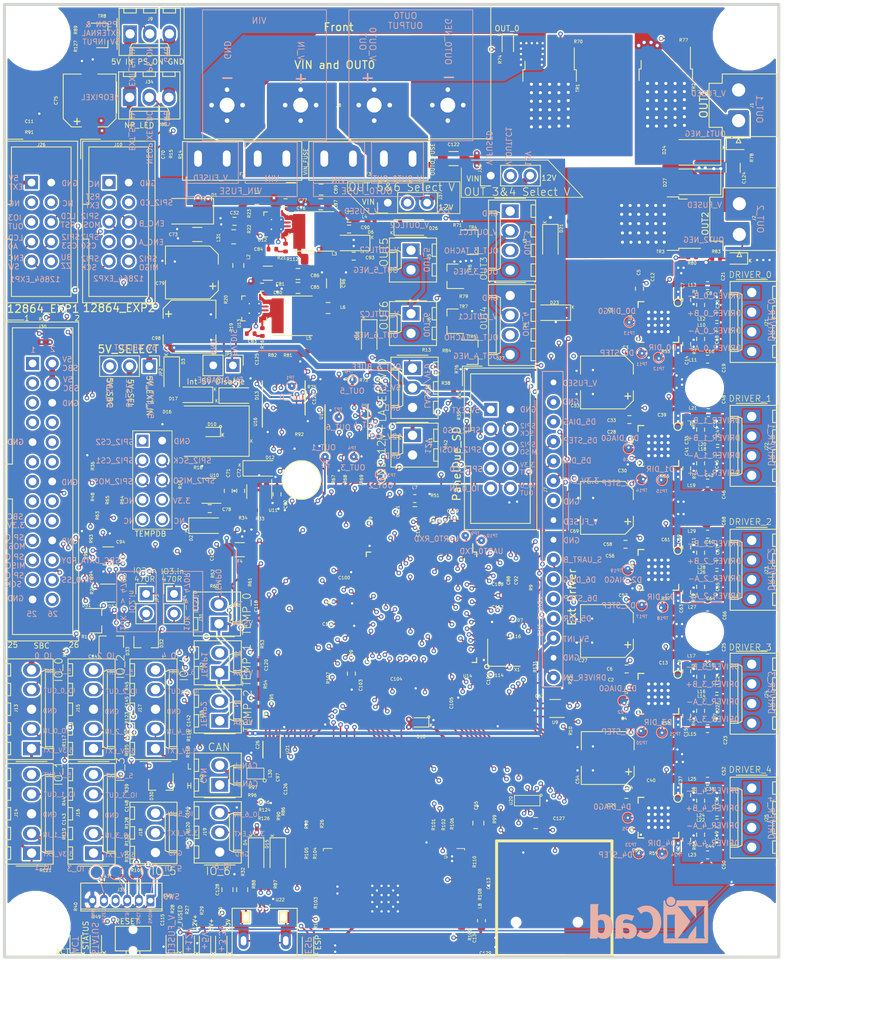
<source format=kicad_pcb>
(kicad_pcb (version 20171130) (host pcbnew "(5.1.4)-1")
  (title_block (title "Duet 3 Mini 5+ Wifi") (date 2021-04-09) (rev 1.01) (company Duet3D) (comment 1 "(c) Duet3D"))
  (layers (0 F.Cu signal) (1 In1.Cu signal) (2 In2.Cu power) (31 B.Cu mixed) (34 B.Paste user) (35 F.Paste user) (36 B.SilkS user) (37 F.SilkS user) (38 B.Mask user) (39 F.Mask user) (44 Edge.Cuts user))
  (net 0 "")
  (net 1 GND)
  (net 2 +3.3V)
  (net 3 VSSA_MON)
  (net 4 V_FUSED)
  (net 5 V_IN)
  (net 6 VSSA)
  (net 7 THERMISTOR_0)
  (net 8 THERMISTOR_1)
  (net 9 THERMISTOR_2)
  (net 10 RESET)
  (net 11 DRIVER_0_STEP)
  (net 12 DRIVER_0_DIR)
  (net 13 DRIVER_1_DIR)
  (net 14 DRIVER_1_STEP)
  (net 15 DRIVER_2_STEP)
  (net 16 DRIVER_2_DIR)
  (net 17 OUT_0_NEG)
  (net 18 OUT_1_NEG)
  (net 19 OUT_2_NEG)
  (net 20 OUT_6_NEG)
  (net 21 OUT_5_NEG)
  (net 22 OUT_4_NEG)
  (net 23 OUT_3_NEG)
  (net 24 OUT_1)
  (net 25 OUT_3)
  (net 26 OUT_6)
  (net 27 OUT_2)
  (net 28 OUT_3_BUFF)
  (net 29 OUT_0)
  (net 30 OUT_6_BUFF)
  (net 31 OUT_5_BUFF)
  (net 32 OUT_5)
  (net 33 OUT_2_BUFF)
  (net 34 OUT_4_BUFF)
  (net 35 OUT_4)
  (net 36 OUT_1_BUFF)
  (net 37 OUT_0_BUFF)
  (net 38 "Net-(D7-Pad2)")
  (net 39 TEMP_0)
  (net 40 /Processor/XOUT)
  (net 41 TEMP_1)
  (net 42 TEMP_2)
  (net 43 /Processor/XIN)
  (net 44 VBUS_DETECT)
  (net 45 VBUS)
  (net 46 RESET_EXT)
  (net 47 DRIVER_3_STEP)
  (net 48 DRIVER_3_DIR)
  (net 49 DRIVER_4_DIR)
  (net 50 DRIVER_4_STEP)
  (net 51 DRIVER_5_STEP)
  (net 52 DRIVER_5_DIR)
  (net 53 V_OUTLC1)
  (net 54 V_OUTLC2)
  (net 55 IO_2_IN)
  (net 56 IO_6_IN)
  (net 57 IO_6)
  (net 58 IO_0)
  (net 59 IO_0_IN)
  (net 60 IO_2)
  (net 61 IO_1)
  (net 62 IO_1_IN)
  (net 63 IO_5)
  (net 64 IO_4)
  (net 65 IO_3)
  (net 66 IO_0_OUT)
  (net 67 IO_1_OUT)
  (net 68 IO_2_OUT)
  (net 69 IO_3_OUT)
  (net 70 IO_4_OUT)
  (net 71 IO_5_IN)
  (net 72 IO_4_IN)
  (net 73 VREF_MON)
  (net 74 IO_3_IN)
  (net 75 V_OUT0_OUT)
  (net 76 "Net-(D22-Pad2)")
  (net 77 /Processor/io0_out)
  (net 78 /Processor/io1_out)
  (net 79 /Processor/io2_out)
  (net 80 OUT_4_TACHO)
  (net 81 5V_INT)
  (net 82 5V_EXT)
  (net 83 3.3V_EXT)
  (net 84 /Power/5V_common)
  (net 85 5V_EXT_INPUT)
  (net 86 /Power/3V3_EXT_ADJ)
  (net 87 /Power/3V3_EXT_OUT)
  (net 88 SWDIO)
  (net 89 SWCLK)
  (net 90 V_BK_IN)
  (net 91 /Power/12V_VCC)
  (net 92 SD_CD)
  (net 93 /Power/12V_FB)
  (net 94 /Power/12_VOUT)
  (net 95 /Power/12V_VSW)
  (net 96 /Power/12V_BST)
  (net 97 5V_SBC)
  (net 98 "Net-(D11-Pad2)")
  (net 99 12V_EXT)
  (net 100 "/Stepper Driver & Endstops/D0_5vout")
  (net 101 "/Stepper Driver & Endstops/D3_5vout")
  (net 102 "/Stepper Driver & Endstops/D0_vcp")
  (net 103 "/Stepper Driver & Endstops/D3_vcp")
  (net 104 "/Stepper Driver & Endstops/D0_brb")
  (net 105 "/Stepper Driver & Endstops/D3_brb")
  (net 106 "/Stepper Driver & Endstops/D0_cpi")
  (net 107 "/Stepper Driver & Endstops/D0_cpo")
  (net 108 "/Stepper Driver & Endstops/D3_cpi")
  (net 109 "/Stepper Driver & Endstops/D3_cpo")
  (net 110 "/Stepper Driver & Endstops/D0_bra")
  (net 111 "/Stepper Driver & Endstops/D3_bra")
  (net 112 "/Stepper Driver & Endstops/D1_5vout")
  (net 113 "/Stepper Driver & Endstops/D4_5vout")
  (net 114 "/Stepper Driver & Endstops/D1_vcp")
  (net 115 "/Stepper Driver & Endstops/D4_vcp")
  (net 116 "/Stepper Driver & Endstops/D1_brb")
  (net 117 "/Stepper Driver & Endstops/D4_brb")
  (net 118 "/Stepper Driver & Endstops/D1_cpi")
  (net 119 "/Stepper Driver & Endstops/D1_cpo")
  (net 120 "/Stepper Driver & Endstops/D4_cpi")
  (net 121 "/Stepper Driver & Endstops/D4_cpo")
  (net 122 "/Stepper Driver & Endstops/D1_bra")
  (net 123 "/Stepper Driver & Endstops/D4_bra")
  (net 124 "/Stepper Driver & Endstops/D2_5vout")
  (net 125 "/Stepper Driver & Endstops/D2_vcp")
  (net 126 "/Stepper Driver & Endstops/D2_brb")
  (net 127 "/Stepper Driver & Endstops/D2_cpi")
  (net 128 "/Stepper Driver & Endstops/D2_cpo")
  (net 129 "/Stepper Driver & Endstops/D2_bra")
  (net 130 "Net-(C84-Pad1)")
  (net 131 VDDANA)
  (net 132 GNDANA)
  (net 133 "Net-(D8-Pad2)")
  (net 134 "Net-(D9-Pad2)")
  (net 135 "Net-(D19-Pad2)")
  (net 136 "Net-(D20-Pad2)")
  (net 137 "Net-(D25-Pad2)")
  (net 138 OUT_3_TACHO)
  (net 139 DRIVER_EN)
  (net 140 STEPPER_UART_B)
  (net 141 DRIVER_6_DIR)
  (net 142 DRIVER_6_STEP)
  (net 143 SPI2_CS2)
  (net 144 SPI2_CS1)
  (net 145 SPI2_SCK)
  (net 146 SPI2_MOSI)
  (net 147 SPI2_MISO)
  (net 148 SPI0SS)
  (net 149 SPI0_SCK)
  (net 150 SPI0_MISO_BUFF)
  (net 151 SPI0_MOSI)
  (net 152 NP_DO_BUFF)
  (net 153 UART0_TXD)
  (net 154 UART0_RXD)
  (net 155 BUZZ)
  (net 156 /Processor/out4tacho)
  (net 157 /Processor/out3tacho)
  (net 158 QDO)
  (net 159 SD_DAT2)
  (net 160 SD_DAT3)
  (net 161 SDCMD)
  (net 162 SDCK)
  (net 163 SD_DAT0)
  (net 164 SD_DAT1)
  (net 165 SPI0_SS)
  (net 166 STEPPER_UART_A)
  (net 167 DRIVER_0_DIAG)
  (net 168 DRIVER_3_DIAG)
  (net 169 DRIVER_4_DIAG)
  (net 170 DRIVER_5_DIAG)
  (net 171 DRIVER_6_DIAG)
  (net 172 DRIVER_1_DIAG)
  (net 173 DRIVER_2_DIAG)
  (net 174 UART_MUX_0)
  (net 175 ENC_A)
  (net 176 SPI0_MOSI_BUFF)
  (net 177 SPI0_SCK_BUFF)
  (net 178 SPI0_MISO)
  (net 179 ENC_SW)
  (net 180 VIN_MON)
  (net 181 SBC_DATA_RDY)
  (net 182 ENC_B)
  (net 183 LCD_A0)
  (net 184 SBC_DATA_RDY_BUFF)
  (net 185 "Net-(C83-Pad1)")
  (net 186 /Power/5_VOUT)
  (net 187 "Net-(JP1-Pad1)")
  (net 188 /Power/5V_VSW)
  (net 189 /Power/5V_FB)
  (net 190 /Power/5V_VCC)
  (net 191 SPI2_MOSI_BUFF)
  (net 192 SPI2_SCK_BUFF)
  (net 193 SPI2_CS3)
  (net 194 /Power/L4_OUT)
  (net 195 /Processor/vddcore)
  (net 196 USB_D_P)
  (net 197 USB_D_N)
  (net 198 SPI2_CD)
  (net 199 /Power/3V3_ADJ)
  (net 200 /Power/5V_BST)
  (net 201 /Headers/out6buff)
  (net 202 SBC_3.3V)
  (net 203 PS_ON_SW)
  (net 204 /Processor/encsw)
  (net 205 /Processor/enca)
  (net 206 /Processor/encb)
  (net 207 io4_out)
  (net 208 SPI2_CS0)
  (net 209 "Net-(C97-Pad2)")
  (net 210 LCD_RST)
  (net 211 IO_3_OUT_BUFF)
  (net 212 CAN_H)
  (net 213 CAN_L)
  (net 214 "/Stepper Driver & Endstops/D0_OA1")
  (net 215 "/Stepper Driver & Endstops/D0_OA2")
  (net 216 "/Stepper Driver & Endstops/D0_OB1")
  (net 217 "/Stepper Driver & Endstops/D0_OB2")
  (net 218 "/Stepper Driver & Endstops/D3_OA1")
  (net 219 "/Stepper Driver & Endstops/D3_OA2")
  (net 220 "/Stepper Driver & Endstops/D3_OB1")
  (net 221 "/Stepper Driver & Endstops/D3_OB2")
  (net 222 "/Stepper Driver & Endstops/D1_OA1")
  (net 223 "/Stepper Driver & Endstops/D1_OA2")
  (net 224 "/Stepper Driver & Endstops/D1_OB1")
  (net 225 "/Stepper Driver & Endstops/D1_OB2")
  (net 226 "/Stepper Driver & Endstops/D4_OA1")
  (net 227 "/Stepper Driver & Endstops/D4_OA2")
  (net 228 "/Stepper Driver & Endstops/D4_OB1")
  (net 229 "/Stepper Driver & Endstops/D4_OB2")
  (net 230 "/Stepper Driver & Endstops/D2_OA1")
  (net 231 "/Stepper Driver & Endstops/D2_OA2")
  (net 232 "/Stepper Driver & Endstops/D2_OB1")
  (net 233 "/Stepper Driver & Endstops/D2_OB2")
  (net 234 io3_out)
  (net 235 CAN1_RX)
  (net 236 CAN1_TX)
  (net 237 "Net-(D5-Pad2)")
  (net 238 /Power/5V_SEL)
  (net 239 "Net-(D14-Pad1)")
  (net 240 SAM_TFR_RDY)
  (net 241 ESP_RST)
  (net 242 ESP_EN)
  (net 243 UART2_TXD)
  (net 244 UART2_RXD)
  (net 245 ESP_DATA_RDY)
  (net 246 SPI1_MISO)
  (net 247 SPI1_MOSI)
  (net 248 SPI1_SCK)
  (net 249 SPI1_SS)
  (net 250 "Net-(R111-Pad2)")
  (net 251 "Net-(R26-Pad2)")
  (net 252 /Power/d1out)
  (net 253 DRIVER_0_A1)
  (net 254 DRIVER_0_A2)
  (net 255 DRIVER_0_B1)
  (net 256 DRIVER_0_B2)
  (net 257 DRIVER_3_A1)
  (net 258 DRIVER_3_A2)
  (net 259 DRIVER_3_B1)
  (net 260 DRIVER_3_B2)
  (net 261 DRIVER_1_A1)
  (net 262 DRIVER_1_A2)
  (net 263 DRIVER_1_B1)
  (net 264 DRIVER_1_B2)
  (net 265 DRIVER_4_A1)
  (net 266 DRIVER_4_A2)
  (net 267 DRIVER_4_B1)
  (net 268 DRIVER_4_B2)
  (net 269 DRIVER_2_A1)
  (net 270 DRIVER_2_A2)
  (net 271 DRIVER_2_B1)
  (net 272 DRIVER_2_B2)
  (net 273 /Comms/CE)
  (net 274 /Comms/ESP_3.3VIN)
  (net 275 /Comms/dn)
  (net 276 /Comms/dp)
  (net 277 /Comms/SD_cd)
  (net 278 /Comms/DAT1)
  (net 279 /Comms/DAT0)
  (net 280 /Comms/CLK)
  (net 281 /Comms/CMD)
  (net 282 /Comms/DAT3)
  (net 283 /Comms/DAT2)
  (net 284 /Comms/CANL_C)
  (net 285 /Comms/CANH_C)
  (net 286 "/MOSFETs and Buffers/TR10_G")
  (net 287 "/MOSFETs and Buffers/out3_g")
  (net 288 "/MOSFETs and Buffers/out4_g")
  (net 289 "/MOSFETs and Buffers/TR1_G")
  (net 290 "/MOSFETs and Buffers/out5_g")
  (net 291 "/MOSFETs and Buffers/TR3_G")
  (net 292 "/MOSFETs and Buffers/out6_g")
  (net 293 "/MOSFETs and Buffers/npdobuff")
  (net 294 "/MOSFETs and Buffers/psonsw_g")
  (net 295 /Comms/espen)
  (net 296 /Comms/esprst)
  (net 297 /Comms/esprxd)
  (net 298 /Comms/esptxd)
  (net 299 /Comms/espdatardy)
  (net 300 /Comms/spi1miso)
  (net 301 /Comms/spi1mosi)
  (net 302 /Comms/spi1sck)
  (net 303 /Comms/spi1ss)
  (net 304 /IO/io2in_byp)
  (net 305 /IO/io3in_byp)
  (module complib:D3_mini2Plus_expansion_1x16 (layer F.Cu) (at 90.9 175.8)
    (fp_text reference J7 (at -1.016 13.8684 90) (layer F.SilkS) (effects (font (size 0.4 0.4) (thickness 0.07))))
    (fp_text value "Ext Driver" (at 2.3876 27.7368 90) (layer F.SilkS))
    (pad 1 thru_hole rect (at 0 0) (size 1.7 1.7) (drill 0.75) (layers *.Cu *.Mask) (net 4 V_FUSED))
    (pad 2 thru_hole oval (at 0 2.54) (size 1.7 1.7) (drill 0.75) (layers *.Cu *.Mask) (net 1 GND))
    (pad 3 thru_hole oval (at 0 5.08) (size 1.7 1.7) (drill 0.75) (layers *.Cu *.Mask) (net 170 DRIVER_5_DIAG))
    (pad 4 thru_hole oval (at 0 7.62) (size 1.7 1.7) (drill 0.75) (layers *.Cu *.Mask) (net 51 DRIVER_5_STEP))
    (pad 5 thru_hole oval (at 0 10.16) (size 1.7 1.7) (drill 0.75) (layers *.Cu *.Mask) (net 52 DRIVER_5_DIR))
    (pad 6 thru_hole oval (at 0 12.7) (size 1.7 1.7) (drill 0.75) (layers *.Cu *.Mask) (net 2 +3.3V))
    (pad 7 thru_hole oval (at 0 15.24) (size 1.7 1.7) (drill 0.75) (layers *.Cu *.Mask) (net 1 GND))
    (pad 8 thru_hole oval (at 0 17.78) (size 1.7 1.7) (drill 0.75) (layers *.Cu *.Mask) (net 4 V_FUSED))
    (pad 9 thru_hole oval (at 0 20.32) (size 1.7 1.7) (drill 0.75) (layers *.Cu *.Mask) (net 1 GND))
    (pad 10 thru_hole oval (at 0 22.86) (size 1.7 1.7) (drill 0.75) (layers *.Cu *.Mask) (net 140 STEPPER_UART_B))
    (pad 11 thru_hole oval (at 0 25.4) (size 1.7 1.7) (drill 0.75) (layers *.Cu *.Mask) (net 171 DRIVER_6_DIAG))
    (pad 12 thru_hole oval (at 0 27.94) (size 1.7 1.7) (drill 0.75) (layers *.Cu *.Mask) (net 142 DRIVER_6_STEP))
    (pad 13 thru_hole oval (at 0 30.48) (size 1.7 1.7) (drill 0.75) (layers *.Cu *.Mask) (net 141 DRIVER_6_DIR))
    (pad 14 thru_hole oval (at 0 33.02) (size 1.7 1.7) (drill 0.75) (layers *.Cu *.Mask) (net 81 5V_INT))
    (pad 15 thru_hole oval (at 0 35.56) (size 1.7 1.7) (drill 0.75) (layers *.Cu *.Mask) (net 1 GND))
    (pad 16 thru_hole oval (at 0 38.1) (size 1.7 1.7) (drill 0.75) (layers *.Cu *.Mask) (net 139 DRIVER_EN))
    (pad "" np_thru_hole circle (at 19.5 32.2) (size 2.54 2.54) (drill 2.54) (layers *.Cu *.Mask) (clearance 1.25))
    (pad "" np_thru_hole circle (at 19.5 0.7) (size 2.54 2.54) (drill 2.54) (layers *.Cu *.Mask) (clearance 1.25))
  )
  (module complib:UDFN-16-1EP_1.35x3.3_P0.4_Duet3D (layer F.Cu) (at 87.5 229.8 270)
    (fp_text reference U20 (at 0 2.1 90) (layer F.SilkS) (effects (font (size 0.4 0.4) (thickness 0.07))))
    (fp_text value CM1624)
    (pad PAD smd rect (at 0 0 270) (size 0.5 3) (layers F.Cu F.Mask) (net 1 GND) (clearance 0.12))
    (pad PAD smd rect (at 0 1.11 270) (size 0.37 0.5) (layers F.Cu F.Paste) (net 1 GND) (clearance 0.12))
    (pad PAD smd rect (at 0 0.37 270) (size 0.37 0.5) (layers F.Cu F.Paste) (net 1 GND) (clearance 0.12))
    (pad PAD smd rect (at 0 -0.37 270) (size 0.37 0.5) (layers F.Cu F.Paste) (net 1 GND) (clearance 0.12))
    (pad PAD smd rect (at 0 -1.11 270) (size 0.37 0.5) (layers F.Cu F.Paste) (net 1 GND) (clearance 0.12))
    (pad 16 smd roundrect (at 0.575 -1.4 270) (size 0.4 0.2) (layers F.Cu F.Paste F.Mask) (net 283 /Comms/DAT2) (clearance 0.12))
    (pad 15 smd roundrect (at 0.575 -1 270) (size 0.4 0.2) (layers F.Cu F.Paste F.Mask) (net 282 /Comms/DAT3) (clearance 0.12))
    (pad 14 smd roundrect (at 0.575 -0.6 270) (size 0.4 0.2) (layers F.Cu F.Paste F.Mask) (net 280 /Comms/CLK) (clearance 0.12))
    (pad 13 smd roundrect (at 0.575 -0.2 270) (size 0.4 0.2) (layers F.Cu F.Paste F.Mask) (net 277 /Comms/SD_cd) (clearance 0.12))
    (pad 12 smd roundrect (at 0.575 0.2 270) (size 0.4 0.2) (layers F.Cu F.Paste F.Mask) (net 2 +3.3V) (clearance 0.12))
    (pad 11 smd roundrect (at 0.575 0.6 270) (size 0.4 0.2) (layers F.Cu F.Paste F.Mask) (net 281 /Comms/CMD) (clearance 0.12))
    (pad 10 smd roundrect (at 0.575 1 270) (size 0.4 0.2) (layers F.Cu F.Paste F.Mask) (net 279 /Comms/DAT0) (clearance 0.12))
    (pad 9 smd roundrect (at 0.575 1.4 270) (size 0.4 0.2) (layers F.Cu F.Paste F.Mask) (net 278 /Comms/DAT1) (clearance 0.12))
    (pad 8 smd roundrect (at -0.575 1.4 270) (size 0.4 0.2) (layers F.Cu F.Paste F.Mask) (net 164 SD_DAT1) (clearance 0.12))
    (pad 7 smd roundrect (at -0.575 1 270) (size 0.4 0.2) (layers F.Cu F.Paste F.Mask) (net 163 SD_DAT0) (clearance 0.12))
    (pad 6 smd roundrect (at -0.575 0.6 270) (size 0.4 0.2) (layers F.Cu F.Paste F.Mask) (net 161 SDCMD) (clearance 0.12))
    (pad 5 smd roundrect (at -0.575 0.2 270) (size 0.4 0.2) (layers F.Cu F.Paste F.Mask) (clearance 0.12))
    (pad 4 smd roundrect (at -0.575 -0.2 270) (size 0.4 0.2) (layers F.Cu F.Paste F.Mask) (net 92 SD_CD) (clearance 0.12))
    (pad 3 smd roundrect (at -0.575 -0.6 270) (size 0.4 0.2) (layers F.Cu F.Paste F.Mask) (net 162 SDCK) (clearance 0.12))
    (pad 2 smd roundrect (at -0.575 -1 270) (size 0.4 0.2) (layers F.Cu F.Paste F.Mask) (net 160 SD_DAT3) (clearance 0.12))
    (pad 1 smd roundrect (at -0.575 -1.4 270) (size 0.4 0.2) (layers F.Cu F.Paste F.Mask) (net 159 SD_DAT2) (clearance 0.12))
  )
  (module Resistor_SMD:R_0402_1005Metric_Wbry (layer F.Cu) (at 30.1 132.4 90)
    (fp_text reference R127 (at 0 -0.9 90) (layer F.SilkS) (effects (font (size 0.4 0.4) (thickness 0.07))))
    (fp_text value 10K hide)
    (pad 2 smd roundrect (at 0.5 0 90) (size 0.5 0.6) (layers F.Cu F.Paste F.Mask) (net 207 io4_out))
    (pad 1 smd roundrect (at -0.5 0 90) (size 0.5 0.6) (layers F.Cu F.Paste F.Mask) (net 1 GND))
  )
  (module Resistor_SMD:R_0402_1005Metric_Wbry (layer F.Cu) (at 34.9 234.8 270)
    (fp_text reference R132 (at 0.1 -0.9 90) (layer F.SilkS) (effects (font (size 0.4 0.4) (thickness 0.07))))
    (fp_text value 470R hide)
    (pad 2 smd roundrect (at 0.5 0 270) (size 0.5 0.6) (layers F.Cu F.Paste F.Mask) (net 305 /IO/io3in_byp))
    (pad 1 smd roundrect (at -0.5 0 270) (size 0.5 0.6) (layers F.Cu F.Paste F.Mask) (net 74 IO_3_IN))
  )
  (module Resistor_SMD:R_0402_1005Metric_Wbry (layer F.Cu) (at 34.9 221.2 270)
    (fp_text reference R129 (at 0.1 -0.9 90) (layer F.SilkS) (effects (font (size 0.4 0.4) (thickness 0.07))))
    (fp_text value 470R hide)
    (pad 2 smd roundrect (at 0.5 0 270) (size 0.5 0.6) (layers F.Cu F.Paste F.Mask) (net 304 /IO/io2in_byp))
    (pad 1 smd roundrect (at -0.5 0 270) (size 0.5 0.6) (layers F.Cu F.Paste F.Mask) (net 55 IO_2_IN))
  )
  (module Connector_PinHeader_2.54mm:PinHeader_1x02_P2.54mm_Vertical (layer F.Cu) (at 41.9 203.1)
    (fp_text reference JP4 (at 1.4 0.7 90) (layer F.SilkS) (effects (font (size 0.4 0.4) (thickness 0.07))))
    (fp_text value IO3.in (at -0.2 -2.9 180) (layer F.SilkS) (effects (font (size 0.7 0.7) (thickness 0.08))))
    (pad 2 thru_hole oval (at 0 2.54) (size 1.7 1.7) (drill 1) (layers *.Cu *.Mask) (net 305 /IO/io3in_byp))
    (pad 1 thru_hole rect (at 0 0) (size 1.7 1.7) (drill 1) (layers *.Cu *.Mask) (net 65 IO_3))
  )
  (module Connector_PinHeader_2.54mm:PinHeader_1x02_P2.54mm_Vertical (layer F.Cu) (at 38.3 203.1)
    (fp_text reference JP3 (at 1.4 0.6 90) (layer F.SilkS) (effects (font (size 0.4 0.4) (thickness 0.07))))
    (fp_text value "IO2.in " (at 0.1 -3 180) (layer F.SilkS) (effects (font (size 0.7 0.7) (thickness 0.08))))
    (pad 2 thru_hole oval (at 0 2.54) (size 1.7 1.7) (drill 1) (layers *.Cu *.Mask) (net 304 /IO/io2in_byp))
    (pad 1 thru_hole rect (at 0 0) (size 1.7 1.7) (drill 1) (layers *.Cu *.Mask) (net 60 IO_2))
  )
  (module complib:QFN-28-1EP_5x5mm_Pitch0.5mm (layer F.Cu) (at 104.45 200 270)
    (fp_text reference U8 (at -0.6 3.45 90) (layer F.SilkS) (effects (font (size 0.4 0.4) (thickness 0.07))))
    (fp_text value TMC2209 hide)
    (pad 1 smd rect (at -2.45 -1.5 270) (size 0.85 0.3) (layers F.Cu F.Paste F.Mask) (net 233 "/Stepper Driver & Endstops/D2_OB2"))
    (pad 2 smd rect (at -2.45 -1 270) (size 0.85 0.3) (layers F.Cu F.Paste F.Mask) (net 139 DRIVER_EN))
    (pad 3 smd rect (at -2.45 -0.5 270) (size 0.85 0.3) (layers F.Cu F.Paste F.Mask) (net 1 GND))
    (pad 4 smd rect (at -2.45 0 270) (size 0.85 0.3) (layers F.Cu F.Paste F.Mask) (net 128 "/Stepper Driver & Endstops/D2_cpo"))
    (pad 5 smd rect (at -2.45 0.5 270) (size 0.85 0.3) (layers F.Cu F.Paste F.Mask) (net 127 "/Stepper Driver & Endstops/D2_cpi"))
    (pad 6 smd rect (at -2.45 1 270) (size 0.85 0.3) (layers F.Cu F.Paste F.Mask) (net 125 "/Stepper Driver & Endstops/D2_vcp"))
    (pad 7 smd rect (at -2.45 1.5 270) (size 0.85 0.3) (layers F.Cu F.Paste F.Mask) (net 1 GND))
    (pad 8 smd rect (at -1.5 2.45) (size 0.85 0.3) (layers F.Cu F.Paste F.Mask) (net 124 "/Stepper Driver & Endstops/D2_5vout"))
    (pad 9 smd rect (at -1 2.45) (size 0.85 0.3) (layers F.Cu F.Paste F.Mask) (net 1 GND))
    (pad 10 smd rect (at -0.5 2.45) (size 0.85 0.3) (layers F.Cu F.Paste F.Mask) (net 2 +3.3V))
    (pad 11 smd rect (at 0 2.45) (size 0.85 0.3) (layers F.Cu F.Paste F.Mask) (net 173 DRIVER_2_DIAG))
    (pad 12 smd rect (at 0.5 2.45) (size 0.85 0.3) (layers F.Cu F.Paste F.Mask))
    (pad 13 smd rect (at 1 2.45) (size 0.85 0.3) (layers F.Cu F.Paste F.Mask) (net 1 GND))
    (pad 14 smd rect (at 1.5 2.45) (size 0.85 0.3) (layers F.Cu F.Paste F.Mask) (net 166 STEPPER_UART_A))
    (pad 15 smd rect (at 2.45 1.5 270) (size 0.85 0.3) (layers F.Cu F.Paste F.Mask) (net 2 +3.3V))
    (pad 16 smd rect (at 2.45 1 270) (size 0.85 0.3) (layers F.Cu F.Paste F.Mask) (net 15 DRIVER_2_STEP))
    (pad 17 smd rect (at 2.45 0.5 270) (size 0.85 0.3) (layers F.Cu F.Paste F.Mask))
    (pad 18 smd rect (at 2.45 0 270) (size 0.85 0.3) (layers F.Cu F.Paste F.Mask) (net 1 GND))
    (pad 19 smd rect (at 2.45 -0.5 270) (size 0.85 0.3) (layers F.Cu F.Paste F.Mask) (net 16 DRIVER_2_DIR))
    (pad 20 smd rect (at 2.45 -1 270) (size 0.85 0.3) (layers F.Cu F.Paste F.Mask) (net 1 GND))
    (pad 21 smd rect (at 2.45 -1.5 270) (size 0.85 0.3) (layers F.Cu F.Paste F.Mask) (net 231 "/Stepper Driver & Endstops/D2_OA2"))
    (pad 22 smd rect (at 1.5 -2.45) (size 0.85 0.3) (layers F.Cu F.Paste F.Mask) (net 4 V_FUSED))
    (pad 23 smd rect (at 1 -2.45) (size 0.85 0.3) (layers F.Cu F.Paste F.Mask) (net 129 "/Stepper Driver & Endstops/D2_bra"))
    (pad 24 smd rect (at 0.5 -2.45) (size 0.85 0.3) (layers F.Cu F.Paste F.Mask) (net 230 "/Stepper Driver & Endstops/D2_OA1"))
    (pad 25 smd rect (at 0 -2.45) (size 0.85 0.3) (layers F.Cu F.Paste F.Mask))
    (pad 26 smd rect (at -0.5 -2.45) (size 0.85 0.3) (layers F.Cu F.Paste F.Mask) (net 232 "/Stepper Driver & Endstops/D2_OB1"))
    (pad 27 smd rect (at -1 -2.45) (size 0.85 0.3) (layers F.Cu F.Paste F.Mask) (net 126 "/Stepper Driver & Endstops/D2_brb"))
    (pad 28 smd rect (at -1.5 -2.45) (size 0.85 0.3) (layers F.Cu F.Paste F.Mask) (net 4 V_FUSED))
    (pad 29 smd rect (at 0.8375 0.8375 270) (size 1.675 1.675) (layers F.Cu F.Paste F.Mask) (net 1 GND))
    (pad 29 smd rect (at 0.8375 -0.8375 270) (size 1.675 1.675) (layers F.Cu F.Paste F.Mask) (net 1 GND))
    (pad 29 smd rect (at -0.8375 0.8375 270) (size 1.675 1.675) (layers F.Cu F.Paste F.Mask) (net 1 GND))
    (pad 29 smd rect (at -0.8375 -0.8375 270) (size 1.675 1.675) (layers F.Cu F.Paste F.Mask) (net 1 GND))
    (pad 29 thru_hole rect (at -1.25625 -1.25625 270) (size 0.8375 0.8375) (drill 0.4) (layers *.Cu *.Mask) (net 1 GND))
    (pad 29 thru_hole rect (at -1.25625 -0.41875 270) (size 0.8375 0.8375) (drill 0.4) (layers *.Cu *.Mask) (net 1 GND))
    (pad 29 thru_hole rect (at -0.41875 -1.25625 270) (size 0.8375 0.8375) (drill 0.4) (layers *.Cu *.Mask) (net 1 GND))
    (pad 29 thru_hole rect (at -0.41875 -0.41875 270) (size 0.8375 0.8375) (drill 0.4) (layers *.Cu *.Mask) (net 1 GND))
    (pad 29 thru_hole rect (at 0.41875 -1.25625 270) (size 0.8375 0.8375) (drill 0.4) (layers *.Cu *.Mask) (net 1 GND))
    (pad 29 thru_hole rect (at 0.41875 -0.41875 270) (size 0.8375 0.8375) (drill 0.4) (layers *.Cu *.Mask) (net 1 GND))
    (pad 29 thru_hole rect (at 1.25625 -1.25625 270) (size 0.8375 0.8375) (drill 0.4) (layers *.Cu *.Mask) (net 1 GND))
    (pad 29 thru_hole rect (at 1.25625 -0.41875 270) (size 0.8375 0.8375) (drill 0.4) (layers *.Cu *.Mask) (net 1 GND))
    (pad 29 thru_hole rect (at -1.25625 0.41875 270) (size 0.8375 0.8375) (drill 0.4) (layers *.Cu *.Mask) (net 1 GND))
    (pad 29 thru_hole rect (at -0.41875 0.41875 270) (size 0.8375 0.8375) (drill 0.4) (layers *.Cu *.Mask) (net 1 GND))
    (pad 29 thru_hole rect (at -1.25625 1.25625 270) (size 0.8375 0.8375) (drill 0.4) (layers *.Cu *.Mask) (net 1 GND))
    (pad 29 thru_hole rect (at -0.41875 1.25625 270) (size 0.8375 0.8375) (drill 0.4) (layers *.Cu *.Mask) (net 1 GND))
    (pad 29 thru_hole rect (at 0.41875 1.25625 270) (size 0.8375 0.8375) (drill 0.4) (layers *.Cu *.Mask) (net 1 GND))
    (pad 29 thru_hole rect (at 0.41875 0.41875 270) (size 0.8375 0.8375) (drill 0.4) (layers *.Cu *.Mask) (net 1 GND))
    (pad 29 thru_hole rect (at 1.25625 0.41875 270) (size 0.8375 0.8375) (drill 0.4) (layers *.Cu *.Mask) (net 1 GND))
    (pad 29 thru_hole rect (at 1.25625 1.25625 270) (size 0.8375 0.8375) (drill 0.4) (layers *.Cu *.Mask) (net 1 GND))
  )
  (module complib:QFN-28-1EP_5x5mm_Pitch0.5mm (layer F.Cu) (at 104.45 232 270)
    (fp_text reference U6 (at 1.5 3.45 90) (layer F.SilkS) (effects (font (size 0.4 0.4) (thickness 0.07))))
    (fp_text value TMC2209 hide)
    (pad 1 smd rect (at -2.45 -1.5 270) (size 0.85 0.3) (layers F.Cu F.Paste F.Mask) (net 229 "/Stepper Driver & Endstops/D4_OB2"))
    (pad 2 smd rect (at -2.45 -1 270) (size 0.85 0.3) (layers F.Cu F.Paste F.Mask) (net 139 DRIVER_EN))
    (pad 3 smd rect (at -2.45 -0.5 270) (size 0.85 0.3) (layers F.Cu F.Paste F.Mask) (net 1 GND))
    (pad 4 smd rect (at -2.45 0 270) (size 0.85 0.3) (layers F.Cu F.Paste F.Mask) (net 121 "/Stepper Driver & Endstops/D4_cpo"))
    (pad 5 smd rect (at -2.45 0.5 270) (size 0.85 0.3) (layers F.Cu F.Paste F.Mask) (net 120 "/Stepper Driver & Endstops/D4_cpi"))
    (pad 6 smd rect (at -2.45 1 270) (size 0.85 0.3) (layers F.Cu F.Paste F.Mask) (net 115 "/Stepper Driver & Endstops/D4_vcp"))
    (pad 7 smd rect (at -2.45 1.5 270) (size 0.85 0.3) (layers F.Cu F.Paste F.Mask) (net 1 GND))
    (pad 8 smd rect (at -1.5 2.45) (size 0.85 0.3) (layers F.Cu F.Paste F.Mask) (net 113 "/Stepper Driver & Endstops/D4_5vout"))
    (pad 9 smd rect (at -1 2.45) (size 0.85 0.3) (layers F.Cu F.Paste F.Mask) (net 1 GND))
    (pad 10 smd rect (at -0.5 2.45) (size 0.85 0.3) (layers F.Cu F.Paste F.Mask) (net 1 GND))
    (pad 11 smd rect (at 0 2.45) (size 0.85 0.3) (layers F.Cu F.Paste F.Mask) (net 169 DRIVER_4_DIAG))
    (pad 12 smd rect (at 0.5 2.45) (size 0.85 0.3) (layers F.Cu F.Paste F.Mask))
    (pad 13 smd rect (at 1 2.45) (size 0.85 0.3) (layers F.Cu F.Paste F.Mask) (net 1 GND))
    (pad 14 smd rect (at 1.5 2.45) (size 0.85 0.3) (layers F.Cu F.Paste F.Mask) (net 140 STEPPER_UART_B))
    (pad 15 smd rect (at 2.45 1.5 270) (size 0.85 0.3) (layers F.Cu F.Paste F.Mask) (net 2 +3.3V))
    (pad 16 smd rect (at 2.45 1 270) (size 0.85 0.3) (layers F.Cu F.Paste F.Mask) (net 50 DRIVER_4_STEP))
    (pad 17 smd rect (at 2.45 0.5 270) (size 0.85 0.3) (layers F.Cu F.Paste F.Mask))
    (pad 18 smd rect (at 2.45 0 270) (size 0.85 0.3) (layers F.Cu F.Paste F.Mask) (net 1 GND))
    (pad 19 smd rect (at 2.45 -0.5 270) (size 0.85 0.3) (layers F.Cu F.Paste F.Mask) (net 49 DRIVER_4_DIR))
    (pad 20 smd rect (at 2.45 -1 270) (size 0.85 0.3) (layers F.Cu F.Paste F.Mask) (net 1 GND))
    (pad 21 smd rect (at 2.45 -1.5 270) (size 0.85 0.3) (layers F.Cu F.Paste F.Mask) (net 227 "/Stepper Driver & Endstops/D4_OA2"))
    (pad 22 smd rect (at 1.5 -2.45) (size 0.85 0.3) (layers F.Cu F.Paste F.Mask) (net 4 V_FUSED))
    (pad 23 smd rect (at 1 -2.45) (size 0.85 0.3) (layers F.Cu F.Paste F.Mask) (net 123 "/Stepper Driver & Endstops/D4_bra"))
    (pad 24 smd rect (at 0.5 -2.45) (size 0.85 0.3) (layers F.Cu F.Paste F.Mask) (net 226 "/Stepper Driver & Endstops/D4_OA1"))
    (pad 25 smd rect (at 0 -2.45) (size 0.85 0.3) (layers F.Cu F.Paste F.Mask))
    (pad 26 smd rect (at -0.5 -2.45) (size 0.85 0.3) (layers F.Cu F.Paste F.Mask) (net 228 "/Stepper Driver & Endstops/D4_OB1"))
    (pad 27 smd rect (at -1 -2.45) (size 0.85 0.3) (layers F.Cu F.Paste F.Mask) (net 117 "/Stepper Driver & Endstops/D4_brb"))
    (pad 28 smd rect (at -1.5 -2.45) (size 0.85 0.3) (layers F.Cu F.Paste F.Mask) (net 4 V_FUSED))
    (pad 29 smd rect (at 0.8375 0.8375 270) (size 1.675 1.675) (layers F.Cu F.Paste F.Mask) (net 1 GND))
    (pad 29 smd rect (at 0.8375 -0.8375 270) (size 1.675 1.675) (layers F.Cu F.Paste F.Mask) (net 1 GND))
    (pad 29 smd rect (at -0.8375 0.8375 270) (size 1.675 1.675) (layers F.Cu F.Paste F.Mask) (net 1 GND))
    (pad 29 smd rect (at -0.8375 -0.8375 270) (size 1.675 1.675) (layers F.Cu F.Paste F.Mask) (net 1 GND))
    (pad 29 thru_hole rect (at -1.25625 -1.25625 270) (size 0.8375 0.8375) (drill 0.4) (layers *.Cu *.Mask) (net 1 GND))
    (pad 29 thru_hole rect (at -1.25625 -0.41875 270) (size 0.8375 0.8375) (drill 0.4) (layers *.Cu *.Mask) (net 1 GND))
    (pad 29 thru_hole rect (at -0.41875 -1.25625 270) (size 0.8375 0.8375) (drill 0.4) (layers *.Cu *.Mask) (net 1 GND))
    (pad 29 thru_hole rect (at -0.41875 -0.41875 270) (size 0.8375 0.8375) (drill 0.4) (layers *.Cu *.Mask) (net 1 GND))
    (pad 29 thru_hole rect (at 0.41875 -1.25625 270) (size 0.8375 0.8375) (drill 0.4) (layers *.Cu *.Mask) (net 1 GND))
    (pad 29 thru_hole rect (at 0.41875 -0.41875 270) (size 0.8375 0.8375) (drill 0.4) (layers *.Cu *.Mask) (net 1 GND))
    (pad 29 thru_hole rect (at 1.25625 -1.25625 270) (size 0.8375 0.8375) (drill 0.4) (layers *.Cu *.Mask) (net 1 GND))
    (pad 29 thru_hole rect (at 1.25625 -0.41875 270) (size 0.8375 0.8375) (drill 0.4) (layers *.Cu *.Mask) (net 1 GND))
    (pad 29 thru_hole rect (at -1.25625 0.41875 270) (size 0.8375 0.8375) (drill 0.4) (layers *.Cu *.Mask) (net 1 GND))
    (pad 29 thru_hole rect (at -0.41875 0.41875 270) (size 0.8375 0.8375) (drill 0.4) (layers *.Cu *.Mask) (net 1 GND))
    (pad 29 thru_hole rect (at -1.25625 1.25625 270) (size 0.8375 0.8375) (drill 0.4) (layers *.Cu *.Mask) (net 1 GND))
    (pad 29 thru_hole rect (at -0.41875 1.25625 270) (size 0.8375 0.8375) (drill 0.4) (layers *.Cu *.Mask) (net 1 GND))
    (pad 29 thru_hole rect (at 0.41875 1.25625 270) (size 0.8375 0.8375) (drill 0.4) (layers *.Cu *.Mask) (net 1 GND))
    (pad 29 thru_hole rect (at 0.41875 0.41875 270) (size 0.8375 0.8375) (drill 0.4) (layers *.Cu *.Mask) (net 1 GND))
    (pad 29 thru_hole rect (at 1.25625 0.41875 270) (size 0.8375 0.8375) (drill 0.4) (layers *.Cu *.Mask) (net 1 GND))
    (pad 29 thru_hole rect (at 1.25625 1.25625 270) (size 0.8375 0.8375) (drill 0.4) (layers *.Cu *.Mask) (net 1 GND))
  )
  (module complib:QFN-28-1EP_5x5mm_Pitch0.5mm (layer F.Cu) (at 104.45 184 270)
    (fp_text reference U5 (at -0.7 3.45 90) (layer F.SilkS) (effects (font (size 0.4 0.4) (thickness 0.07))))
    (fp_text value TMC2209 hide)
    (pad 1 smd rect (at -2.45 -1.5 270) (size 0.85 0.3) (layers F.Cu F.Paste F.Mask) (net 225 "/Stepper Driver & Endstops/D1_OB2"))
    (pad 2 smd rect (at -2.45 -1 270) (size 0.85 0.3) (layers F.Cu F.Paste F.Mask) (net 139 DRIVER_EN))
    (pad 3 smd rect (at -2.45 -0.5 270) (size 0.85 0.3) (layers F.Cu F.Paste F.Mask) (net 1 GND))
    (pad 4 smd rect (at -2.45 0 270) (size 0.85 0.3) (layers F.Cu F.Paste F.Mask) (net 119 "/Stepper Driver & Endstops/D1_cpo"))
    (pad 5 smd rect (at -2.45 0.5 270) (size 0.85 0.3) (layers F.Cu F.Paste F.Mask) (net 118 "/Stepper Driver & Endstops/D1_cpi"))
    (pad 6 smd rect (at -2.45 1 270) (size 0.85 0.3) (layers F.Cu F.Paste F.Mask) (net 114 "/Stepper Driver & Endstops/D1_vcp"))
    (pad 7 smd rect (at -2.45 1.5 270) (size 0.85 0.3) (layers F.Cu F.Paste F.Mask) (net 1 GND))
    (pad 8 smd rect (at -1.5 2.45) (size 0.85 0.3) (layers F.Cu F.Paste F.Mask) (net 112 "/Stepper Driver & Endstops/D1_5vout"))
    (pad 9 smd rect (at -1 2.45) (size 0.85 0.3) (layers F.Cu F.Paste F.Mask) (net 2 +3.3V))
    (pad 10 smd rect (at -0.5 2.45) (size 0.85 0.3) (layers F.Cu F.Paste F.Mask) (net 1 GND))
    (pad 11 smd rect (at 0 2.45) (size 0.85 0.3) (layers F.Cu F.Paste F.Mask) (net 172 DRIVER_1_DIAG))
    (pad 12 smd rect (at 0.5 2.45) (size 0.85 0.3) (layers F.Cu F.Paste F.Mask))
    (pad 13 smd rect (at 1 2.45) (size 0.85 0.3) (layers F.Cu F.Paste F.Mask) (net 1 GND))
    (pad 14 smd rect (at 1.5 2.45) (size 0.85 0.3) (layers F.Cu F.Paste F.Mask) (net 166 STEPPER_UART_A))
    (pad 15 smd rect (at 2.45 1.5 270) (size 0.85 0.3) (layers F.Cu F.Paste F.Mask) (net 2 +3.3V))
    (pad 16 smd rect (at 2.45 1 270) (size 0.85 0.3) (layers F.Cu F.Paste F.Mask) (net 14 DRIVER_1_STEP))
    (pad 17 smd rect (at 2.45 0.5 270) (size 0.85 0.3) (layers F.Cu F.Paste F.Mask))
    (pad 18 smd rect (at 2.45 0 270) (size 0.85 0.3) (layers F.Cu F.Paste F.Mask) (net 1 GND))
    (pad 19 smd rect (at 2.45 -0.5 270) (size 0.85 0.3) (layers F.Cu F.Paste F.Mask) (net 13 DRIVER_1_DIR))
    (pad 20 smd rect (at 2.45 -1 270) (size 0.85 0.3) (layers F.Cu F.Paste F.Mask) (net 1 GND))
    (pad 21 smd rect (at 2.45 -1.5 270) (size 0.85 0.3) (layers F.Cu F.Paste F.Mask) (net 223 "/Stepper Driver & Endstops/D1_OA2"))
    (pad 22 smd rect (at 1.5 -2.45) (size 0.85 0.3) (layers F.Cu F.Paste F.Mask) (net 4 V_FUSED))
    (pad 23 smd rect (at 1 -2.45) (size 0.85 0.3) (layers F.Cu F.Paste F.Mask) (net 122 "/Stepper Driver & Endstops/D1_bra"))
    (pad 24 smd rect (at 0.5 -2.45) (size 0.85 0.3) (layers F.Cu F.Paste F.Mask) (net 222 "/Stepper Driver & Endstops/D1_OA1"))
    (pad 25 smd rect (at 0 -2.45) (size 0.85 0.3) (layers F.Cu F.Paste F.Mask))
    (pad 26 smd rect (at -0.5 -2.45) (size 0.85 0.3) (layers F.Cu F.Paste F.Mask) (net 224 "/Stepper Driver & Endstops/D1_OB1"))
    (pad 27 smd rect (at -1 -2.45) (size 0.85 0.3) (layers F.Cu F.Paste F.Mask) (net 116 "/Stepper Driver & Endstops/D1_brb"))
    (pad 28 smd rect (at -1.5 -2.45) (size 0.85 0.3) (layers F.Cu F.Paste F.Mask) (net 4 V_FUSED))
    (pad 29 smd rect (at 0.8375 0.8375 270) (size 1.675 1.675) (layers F.Cu F.Paste F.Mask) (net 1 GND))
    (pad 29 smd rect (at 0.8375 -0.8375 270) (size 1.675 1.675) (layers F.Cu F.Paste F.Mask) (net 1 GND))
    (pad 29 smd rect (at -0.8375 0.8375 270) (size 1.675 1.675) (layers F.Cu F.Paste F.Mask) (net 1 GND))
    (pad 29 smd rect (at -0.8375 -0.8375 270) (size 1.675 1.675) (layers F.Cu F.Paste F.Mask) (net 1 GND))
    (pad 29 thru_hole rect (at -1.25625 -1.25625 270) (size 0.8375 0.8375) (drill 0.4) (layers *.Cu *.Mask) (net 1 GND))
    (pad 29 thru_hole rect (at -1.25625 -0.41875 270) (size 0.8375 0.8375) (drill 0.4) (layers *.Cu *.Mask) (net 1 GND))
    (pad 29 thru_hole rect (at -0.41875 -1.25625 270) (size 0.8375 0.8375) (drill 0.4) (layers *.Cu *.Mask) (net 1 GND))
    (pad 29 thru_hole rect (at -0.41875 -0.41875 270) (size 0.8375 0.8375) (drill 0.4) (layers *.Cu *.Mask) (net 1 GND))
    (pad 29 thru_hole rect (at 0.41875 -1.25625 270) (size 0.8375 0.8375) (drill 0.4) (layers *.Cu *.Mask) (net 1 GND))
    (pad 29 thru_hole rect (at 0.41875 -0.41875 270) (size 0.8375 0.8375) (drill 0.4) (layers *.Cu *.Mask) (net 1 GND))
    (pad 29 thru_hole rect (at 1.25625 -1.25625 270) (size 0.8375 0.8375) (drill 0.4) (layers *.Cu *.Mask) (net 1 GND))
    (pad 29 thru_hole rect (at 1.25625 -0.41875 270) (size 0.8375 0.8375) (drill 0.4) (layers *.Cu *.Mask) (net 1 GND))
    (pad 29 thru_hole rect (at -1.25625 0.41875 270) (size 0.8375 0.8375) (drill 0.4) (layers *.Cu *.Mask) (net 1 GND))
    (pad 29 thru_hole rect (at -0.41875 0.41875 270) (size 0.8375 0.8375) (drill 0.4) (layers *.Cu *.Mask) (net 1 GND))
    (pad 29 thru_hole rect (at -1.25625 1.25625 270) (size 0.8375 0.8375) (drill 0.4) (layers *.Cu *.Mask) (net 1 GND))
    (pad 29 thru_hole rect (at -0.41875 1.25625 270) (size 0.8375 0.8375) (drill 0.4) (layers *.Cu *.Mask) (net 1 GND))
    (pad 29 thru_hole rect (at 0.41875 1.25625 270) (size 0.8375 0.8375) (drill 0.4) (layers *.Cu *.Mask) (net 1 GND))
    (pad 29 thru_hole rect (at 0.41875 0.41875 270) (size 0.8375 0.8375) (drill 0.4) (layers *.Cu *.Mask) (net 1 GND))
    (pad 29 thru_hole rect (at 1.25625 0.41875 270) (size 0.8375 0.8375) (drill 0.4) (layers *.Cu *.Mask) (net 1 GND))
    (pad 29 thru_hole rect (at 1.25625 1.25625 270) (size 0.8375 0.8375) (drill 0.4) (layers *.Cu *.Mask) (net 1 GND))
  )
  (module complib:QFN-28-1EP_5x5mm_Pitch0.5mm (layer F.Cu) (at 104.45 216 270)
    (fp_text reference U2 (at -0.3 4.15 90) (layer F.SilkS) (effects (font (size 0.4 0.4) (thickness 0.07))))
    (fp_text value TMC2209 hide)
    (pad 1 smd rect (at -2.45 -1.5 270) (size 0.85 0.3) (layers F.Cu F.Paste F.Mask) (net 221 "/Stepper Driver & Endstops/D3_OB2"))
    (pad 2 smd rect (at -2.45 -1 270) (size 0.85 0.3) (layers F.Cu F.Paste F.Mask) (net 139 DRIVER_EN))
    (pad 3 smd rect (at -2.45 -0.5 270) (size 0.85 0.3) (layers F.Cu F.Paste F.Mask) (net 1 GND))
    (pad 4 smd rect (at -2.45 0 270) (size 0.85 0.3) (layers F.Cu F.Paste F.Mask) (net 109 "/Stepper Driver & Endstops/D3_cpo"))
    (pad 5 smd rect (at -2.45 0.5 270) (size 0.85 0.3) (layers F.Cu F.Paste F.Mask) (net 108 "/Stepper Driver & Endstops/D3_cpi"))
    (pad 6 smd rect (at -2.45 1 270) (size 0.85 0.3) (layers F.Cu F.Paste F.Mask) (net 103 "/Stepper Driver & Endstops/D3_vcp"))
    (pad 7 smd rect (at -2.45 1.5 270) (size 0.85 0.3) (layers F.Cu F.Paste F.Mask) (net 1 GND))
    (pad 8 smd rect (at -1.5 2.45) (size 0.85 0.3) (layers F.Cu F.Paste F.Mask) (net 101 "/Stepper Driver & Endstops/D3_5vout"))
    (pad 9 smd rect (at -1 2.45) (size 0.85 0.3) (layers F.Cu F.Paste F.Mask) (net 2 +3.3V))
    (pad 10 smd rect (at -0.5 2.45) (size 0.85 0.3) (layers F.Cu F.Paste F.Mask) (net 2 +3.3V))
    (pad 11 smd rect (at 0 2.45) (size 0.85 0.3) (layers F.Cu F.Paste F.Mask) (net 168 DRIVER_3_DIAG))
    (pad 12 smd rect (at 0.5 2.45) (size 0.85 0.3) (layers F.Cu F.Paste F.Mask))
    (pad 13 smd rect (at 1 2.45) (size 0.85 0.3) (layers F.Cu F.Paste F.Mask) (net 1 GND))
    (pad 14 smd rect (at 1.5 2.45) (size 0.85 0.3) (layers F.Cu F.Paste F.Mask) (net 166 STEPPER_UART_A))
    (pad 15 smd rect (at 2.45 1.5 270) (size 0.85 0.3) (layers F.Cu F.Paste F.Mask) (net 2 +3.3V))
    (pad 16 smd rect (at 2.45 1 270) (size 0.85 0.3) (layers F.Cu F.Paste F.Mask) (net 47 DRIVER_3_STEP))
    (pad 17 smd rect (at 2.45 0.5 270) (size 0.85 0.3) (layers F.Cu F.Paste F.Mask))
    (pad 18 smd rect (at 2.45 0 270) (size 0.85 0.3) (layers F.Cu F.Paste F.Mask) (net 1 GND))
    (pad 19 smd rect (at 2.45 -0.5 270) (size 0.85 0.3) (layers F.Cu F.Paste F.Mask) (net 48 DRIVER_3_DIR))
    (pad 20 smd rect (at 2.45 -1 270) (size 0.85 0.3) (layers F.Cu F.Paste F.Mask) (net 1 GND))
    (pad 21 smd rect (at 2.45 -1.5 270) (size 0.85 0.3) (layers F.Cu F.Paste F.Mask) (net 219 "/Stepper Driver & Endstops/D3_OA2"))
    (pad 22 smd rect (at 1.5 -2.45) (size 0.85 0.3) (layers F.Cu F.Paste F.Mask) (net 4 V_FUSED))
    (pad 23 smd rect (at 1 -2.45) (size 0.85 0.3) (layers F.Cu F.Paste F.Mask) (net 111 "/Stepper Driver & Endstops/D3_bra"))
    (pad 24 smd rect (at 0.5 -2.45) (size 0.85 0.3) (layers F.Cu F.Paste F.Mask) (net 218 "/Stepper Driver & Endstops/D3_OA1"))
    (pad 25 smd rect (at 0 -2.45) (size 0.85 0.3) (layers F.Cu F.Paste F.Mask))
    (pad 26 smd rect (at -0.5 -2.45) (size 0.85 0.3) (layers F.Cu F.Paste F.Mask) (net 220 "/Stepper Driver & Endstops/D3_OB1"))
    (pad 27 smd rect (at -1 -2.45) (size 0.85 0.3) (layers F.Cu F.Paste F.Mask) (net 105 "/Stepper Driver & Endstops/D3_brb"))
    (pad 28 smd rect (at -1.5 -2.45) (size 0.85 0.3) (layers F.Cu F.Paste F.Mask) (net 4 V_FUSED))
    (pad 29 smd rect (at 0.8375 0.8375 270) (size 1.675 1.675) (layers F.Cu F.Paste F.Mask) (net 1 GND))
    (pad 29 smd rect (at 0.8375 -0.8375 270) (size 1.675 1.675) (layers F.Cu F.Paste F.Mask) (net 1 GND))
    (pad 29 smd rect (at -0.8375 0.8375 270) (size 1.675 1.675) (layers F.Cu F.Paste F.Mask) (net 1 GND))
    (pad 29 smd rect (at -0.8375 -0.8375 270) (size 1.675 1.675) (layers F.Cu F.Paste F.Mask) (net 1 GND))
    (pad 29 thru_hole rect (at -1.25625 -1.25625 270) (size 0.8375 0.8375) (drill 0.4) (layers *.Cu *.Mask) (net 1 GND))
    (pad 29 thru_hole rect (at -1.25625 -0.41875 270) (size 0.8375 0.8375) (drill 0.4) (layers *.Cu *.Mask) (net 1 GND))
    (pad 29 thru_hole rect (at -0.41875 -1.25625 270) (size 0.8375 0.8375) (drill 0.4) (layers *.Cu *.Mask) (net 1 GND))
    (pad 29 thru_hole rect (at -0.41875 -0.41875 270) (size 0.8375 0.8375) (drill 0.4) (layers *.Cu *.Mask) (net 1 GND))
    (pad 29 thru_hole rect (at 0.41875 -1.25625 270) (size 0.8375 0.8375) (drill 0.4) (layers *.Cu *.Mask) (net 1 GND))
    (pad 29 thru_hole rect (at 0.41875 -0.41875 270) (size 0.8375 0.8375) (drill 0.4) (layers *.Cu *.Mask) (net 1 GND))
    (pad 29 thru_hole rect (at 1.25625 -1.25625 270) (size 0.8375 0.8375) (drill 0.4) (layers *.Cu *.Mask) (net 1 GND))
    (pad 29 thru_hole rect (at 1.25625 -0.41875 270) (size 0.8375 0.8375) (drill 0.4) (layers *.Cu *.Mask) (net 1 GND))
    (pad 29 thru_hole rect (at -1.25625 0.41875 270) (size 0.8375 0.8375) (drill 0.4) (layers *.Cu *.Mask) (net 1 GND))
    (pad 29 thru_hole rect (at -0.41875 0.41875 270) (size 0.8375 0.8375) (drill 0.4) (layers *.Cu *.Mask) (net 1 GND))
    (pad 29 thru_hole rect (at -1.25625 1.25625 270) (size 0.8375 0.8375) (drill 0.4) (layers *.Cu *.Mask) (net 1 GND))
    (pad 29 thru_hole rect (at -0.41875 1.25625 270) (size 0.8375 0.8375) (drill 0.4) (layers *.Cu *.Mask) (net 1 GND))
    (pad 29 thru_hole rect (at 0.41875 1.25625 270) (size 0.8375 0.8375) (drill 0.4) (layers *.Cu *.Mask) (net 1 GND))
    (pad 29 thru_hole rect (at 0.41875 0.41875 270) (size 0.8375 0.8375) (drill 0.4) (layers *.Cu *.Mask) (net 1 GND))
    (pad 29 thru_hole rect (at 1.25625 0.41875 270) (size 0.8375 0.8375) (drill 0.4) (layers *.Cu *.Mask) (net 1 GND))
    (pad 29 thru_hole rect (at 1.25625 1.25625 270) (size 0.8375 0.8375) (drill 0.4) (layers *.Cu *.Mask) (net 1 GND))
  )
  (module complib:QFN-28-1EP_5x5mm_Pitch0.5mm (layer F.Cu) (at 104.45 168 270)
    (fp_text reference U1 (at -0.6 3.65 90) (layer F.SilkS) (effects (font (size 0.4 0.4) (thickness 0.07))))
    (fp_text value TMC2209 hide)
    (pad 1 smd rect (at -2.45 -1.5 270) (size 0.85 0.3) (layers F.Cu F.Paste F.Mask) (net 217 "/Stepper Driver & Endstops/D0_OB2"))
    (pad 2 smd rect (at -2.45 -1 270) (size 0.85 0.3) (layers F.Cu F.Paste F.Mask) (net 139 DRIVER_EN))
    (pad 3 smd rect (at -2.45 -0.5 270) (size 0.85 0.3) (layers F.Cu F.Paste F.Mask) (net 1 GND))
    (pad 4 smd rect (at -2.45 0 270) (size 0.85 0.3) (layers F.Cu F.Paste F.Mask) (net 107 "/Stepper Driver & Endstops/D0_cpo"))
    (pad 5 smd rect (at -2.45 0.5 270) (size 0.85 0.3) (layers F.Cu F.Paste F.Mask) (net 106 "/Stepper Driver & Endstops/D0_cpi"))
    (pad 6 smd rect (at -2.45 1 270) (size 0.85 0.3) (layers F.Cu F.Paste F.Mask) (net 102 "/Stepper Driver & Endstops/D0_vcp"))
    (pad 7 smd rect (at -2.45 1.5 270) (size 0.85 0.3) (layers F.Cu F.Paste F.Mask) (net 1 GND))
    (pad 8 smd rect (at -1.5 2.45) (size 0.85 0.3) (layers F.Cu F.Paste F.Mask) (net 100 "/Stepper Driver & Endstops/D0_5vout"))
    (pad 9 smd rect (at -1 2.45) (size 0.85 0.3) (layers F.Cu F.Paste F.Mask) (net 1 GND))
    (pad 10 smd rect (at -0.5 2.45) (size 0.85 0.3) (layers F.Cu F.Paste F.Mask) (net 1 GND))
    (pad 11 smd rect (at 0 2.45) (size 0.85 0.3) (layers F.Cu F.Paste F.Mask) (net 167 DRIVER_0_DIAG))
    (pad 12 smd rect (at 0.5 2.45) (size 0.85 0.3) (layers F.Cu F.Paste F.Mask))
    (pad 13 smd rect (at 1 2.45) (size 0.85 0.3) (layers F.Cu F.Paste F.Mask) (net 1 GND))
    (pad 14 smd rect (at 1.5 2.45) (size 0.85 0.3) (layers F.Cu F.Paste F.Mask) (net 166 STEPPER_UART_A))
    (pad 15 smd rect (at 2.45 1.5 270) (size 0.85 0.3) (layers F.Cu F.Paste F.Mask) (net 2 +3.3V))
    (pad 16 smd rect (at 2.45 1 270) (size 0.85 0.3) (layers F.Cu F.Paste F.Mask) (net 11 DRIVER_0_STEP))
    (pad 17 smd rect (at 2.45 0.5 270) (size 0.85 0.3) (layers F.Cu F.Paste F.Mask))
    (pad 18 smd rect (at 2.45 0 270) (size 0.85 0.3) (layers F.Cu F.Paste F.Mask) (net 1 GND))
    (pad 19 smd rect (at 2.45 -0.5 270) (size 0.85 0.3) (layers F.Cu F.Paste F.Mask) (net 12 DRIVER_0_DIR))
    (pad 20 smd rect (at 2.45 -1 270) (size 0.85 0.3) (layers F.Cu F.Paste F.Mask) (net 1 GND))
    (pad 21 smd rect (at 2.45 -1.5 270) (size 0.85 0.3) (layers F.Cu F.Paste F.Mask) (net 215 "/Stepper Driver & Endstops/D0_OA2"))
    (pad 22 smd rect (at 1.5 -2.45) (size 0.85 0.3) (layers F.Cu F.Paste F.Mask) (net 4 V_FUSED))
    (pad 23 smd rect (at 1 -2.45) (size 0.85 0.3) (layers F.Cu F.Paste F.Mask) (net 110 "/Stepper Driver & Endstops/D0_bra"))
    (pad 24 smd rect (at 0.5 -2.45) (size 0.85 0.3) (layers F.Cu F.Paste F.Mask) (net 214 "/Stepper Driver & Endstops/D0_OA1"))
    (pad 25 smd rect (at 0 -2.45) (size 0.85 0.3) (layers F.Cu F.Paste F.Mask))
    (pad 26 smd rect (at -0.5 -2.45) (size 0.85 0.3) (layers F.Cu F.Paste F.Mask) (net 216 "/Stepper Driver & Endstops/D0_OB1"))
    (pad 27 smd rect (at -1 -2.45) (size 0.85 0.3) (layers F.Cu F.Paste F.Mask) (net 104 "/Stepper Driver & Endstops/D0_brb"))
    (pad 28 smd rect (at -1.5 -2.45) (size 0.85 0.3) (layers F.Cu F.Paste F.Mask) (net 4 V_FUSED))
    (pad 29 smd rect (at 0.8375 0.8375 270) (size 1.675 1.675) (layers F.Cu F.Paste F.Mask) (net 1 GND))
    (pad 29 smd rect (at 0.8375 -0.8375 270) (size 1.675 1.675) (layers F.Cu F.Paste F.Mask) (net 1 GND))
    (pad 29 smd rect (at -0.8375 0.8375 270) (size 1.675 1.675) (layers F.Cu F.Paste F.Mask) (net 1 GND))
    (pad 29 smd rect (at -0.8375 -0.8375 270) (size 1.675 1.675) (layers F.Cu F.Paste F.Mask) (net 1 GND))
    (pad 29 thru_hole rect (at -1.25625 -1.25625 270) (size 0.8375 0.8375) (drill 0.4) (layers *.Cu *.Mask) (net 1 GND))
    (pad 29 thru_hole rect (at -1.25625 -0.41875 270) (size 0.8375 0.8375) (drill 0.4) (layers *.Cu *.Mask) (net 1 GND))
    (pad 29 thru_hole rect (at -0.41875 -1.25625 270) (size 0.8375 0.8375) (drill 0.4) (layers *.Cu *.Mask) (net 1 GND))
    (pad 29 thru_hole rect (at -0.41875 -0.41875 270) (size 0.8375 0.8375) (drill 0.4) (layers *.Cu *.Mask) (net 1 GND))
    (pad 29 thru_hole rect (at 0.41875 -1.25625 270) (size 0.8375 0.8375) (drill 0.4) (layers *.Cu *.Mask) (net 1 GND))
    (pad 29 thru_hole rect (at 0.41875 -0.41875 270) (size 0.8375 0.8375) (drill 0.4) (layers *.Cu *.Mask) (net 1 GND))
    (pad 29 thru_hole rect (at 1.25625 -1.25625 270) (size 0.8375 0.8375) (drill 0.4) (layers *.Cu *.Mask) (net 1 GND))
    (pad 29 thru_hole rect (at 1.25625 -0.41875 270) (size 0.8375 0.8375) (drill 0.4) (layers *.Cu *.Mask) (net 1 GND))
    (pad 29 thru_hole rect (at -1.25625 0.41875 270) (size 0.8375 0.8375) (drill 0.4) (layers *.Cu *.Mask) (net 1 GND))
    (pad 29 thru_hole rect (at -0.41875 0.41875 270) (size 0.8375 0.8375) (drill 0.4) (layers *.Cu *.Mask) (net 1 GND))
    (pad 29 thru_hole rect (at -1.25625 1.25625 270) (size 0.8375 0.8375) (drill 0.4) (layers *.Cu *.Mask) (net 1 GND))
    (pad 29 thru_hole rect (at -0.41875 1.25625 270) (size 0.8375 0.8375) (drill 0.4) (layers *.Cu *.Mask) (net 1 GND))
    (pad 29 thru_hole rect (at 0.41875 1.25625 270) (size 0.8375 0.8375) (drill 0.4) (layers *.Cu *.Mask) (net 1 GND))
    (pad 29 thru_hole rect (at 0.41875 0.41875 270) (size 0.8375 0.8375) (drill 0.4) (layers *.Cu *.Mask) (net 1 GND))
    (pad 29 thru_hole rect (at 1.25625 0.41875 270) (size 0.8375 0.8375) (drill 0.4) (layers *.Cu *.Mask) (net 1 GND))
    (pad 29 thru_hole rect (at 1.25625 1.25625 270) (size 0.8375 0.8375) (drill 0.4) (layers *.Cu *.Mask) (net 1 GND))
  )
  (module complib:uUSB_new (layer F.Cu) (at 53.6 247.9)
    (fp_text reference J38 hide)
    (fp_text value USB hide)
    (pad CE thru_hole rect (at 2.425 -3.03) (size 1.05 1.46) (drill oval 0.7112 1.05) (layers *.Cu *.Mask F.SilkS) (net 273 /Comms/CE))
    (pad CE smd rect (at 2.9 -3.03) (size 2 1.46) (layers F.Cu F.Paste F.Mask) (net 273 /Comms/CE))
    (pad CE smd rect (at 2.725 -0.95) (size 1.3 0.8) (layers F.Cu F.Paste F.Mask) (net 273 /Comms/CE))
    (pad CE smd rect (at -2.725 -0.95) (size 1.3 0.8) (layers F.Cu F.Paste F.Mask) (net 273 /Comms/CE))
    (pad CE thru_hole oval (at 2.725 0) (size 1.3 2.2) (drill oval 0.7112 1.2) (layers *.Cu *.Mask F.Paste) (net 273 /Comms/CE))
    (pad CE thru_hole oval (at -2.725 0) (size 1.3 2.2) (drill oval 0.7112 1.2) (layers *.Cu *.Mask F.Paste) (net 273 /Comms/CE))
    (pad 5 smd rect (at 1.3 -2.825) (size 0.4 1.4) (layers F.Cu F.Paste F.Mask) (net 1 GND))
    (pad 4 smd rect (at 0.65 -2.825) (size 0.34 1.4) (layers F.Cu F.Paste F.Mask))
    (pad 1 smd rect (at -1.3 -2.825) (size 0.4 1.4) (layers F.Cu F.Paste F.Mask) (net 45 VBUS))
    (pad 2 smd rect (at -0.65 -2.825) (size 0.34 1.4) (layers F.Cu F.Paste F.Mask) (net 275 /Comms/dn))
    (pad 3 smd rect (at 0 -2.825) (size 0.34 1.4) (layers F.Cu F.Paste F.Mask) (net 276 /Comms/dp))
    (pad CE thru_hole rect (at -2.425 -3.03) (size 1.05 1.46) (drill oval 0.7112 1.05) (layers *.Cu *.Mask F.SilkS) (net 273 /Comms/CE))
    (pad CE smd rect (at -2.9 -3.03) (size 2 1.46) (layers F.Cu F.Paste F.Mask) (net 273 /Comms/CE))
    (pad CE smd rect (at 2.9875 -1.7) (size 1.825 0.7) (layers F.Cu F.Paste F.Mask) (net 273 /Comms/CE))
    (pad CE smd rect (at -2.9875 -1.7) (size 1.825 0.7) (layers F.Cu F.Paste F.Mask) (net 273 /Comms/CE))
    (pad CE smd rect (at 0.9625 0.25) (size 1.425 2.5) (layers F.Cu F.Paste F.Mask) (net 273 /Comms/CE))
    (pad CE smd rect (at -0.9625 0.25) (size 1.425 2.5) (layers F.Cu F.Paste F.Mask) (net 273 /Comms/CE))
  )
  (module complib:SOT-23_AO3400A (layer F.Cu) (at 32.6 131)
    (fp_text reference TR8 (at 0 -2.5) (layer F.SilkS) (effects (font (size 0.4 0.4) (thickness 0.07))))
    (fp_text value AO3400A)
    (pad 3 smd rect (at 1.2 0) (size 0.9 0.8) (layers F.Cu F.Paste F.Mask) (net 203 PS_ON_SW))
    (pad 2 smd rect (at -1.2 0.95) (size 0.9 0.8) (layers F.Cu F.Paste F.Mask) (net 1 GND))
    (pad 1 smd rect (at -1.2 -0.95) (size 0.9 0.8) (layers F.Cu F.Paste F.Mask) (net 294 "/MOSFETs and Buffers/psonsw_g"))
  )
  (module complib:SOT-23_AO3400A (layer F.Cu) (at 77.9 167.9 180)
    (fp_text reference TR7 (at -1.4 1.9) (layer F.SilkS) (effects (font (size 0.4 0.4) (thickness 0.07))))
    (fp_text value AO3400A)
    (pad 3 smd rect (at 1.2 0 180) (size 0.9 0.8) (layers F.Cu F.Paste F.Mask) (net 20 OUT_6_NEG))
    (pad 2 smd rect (at -1.2 0.95 180) (size 0.9 0.8) (layers F.Cu F.Paste F.Mask) (net 1 GND))
    (pad 1 smd rect (at -1.2 -0.95 180) (size 0.9 0.8) (layers F.Cu F.Paste F.Mask) (net 292 "/MOSFETs and Buffers/out6_g"))
  )
  (module complib:SOT-23_AO3400A (layer F.Cu) (at 77.9 162.1 180)
    (fp_text reference TR6 (at -2.2 1 90) (layer F.SilkS) (effects (font (size 0.4 0.4) (thickness 0.07))))
    (fp_text value AO3400A)
    (pad 3 smd rect (at 1.2 0 180) (size 0.9 0.8) (layers F.Cu F.Paste F.Mask) (net 21 OUT_5_NEG))
    (pad 2 smd rect (at -1.2 0.95 180) (size 0.9 0.8) (layers F.Cu F.Paste F.Mask) (net 1 GND))
    (pad 1 smd rect (at -1.2 -0.95 180) (size 0.9 0.8) (layers F.Cu F.Paste F.Mask) (net 290 "/MOSFETs and Buffers/out5_g"))
  )
  (module complib:SOT-23_AO3400A (layer F.Cu) (at 80.4 171.9)
    (fp_text reference TR5 (at 0 -2) (layer F.SilkS) (effects (font (size 0.4 0.4) (thickness 0.07))))
    (fp_text value AO3400A)
    (pad 3 smd rect (at 1.2 0) (size 0.9 0.8) (layers F.Cu F.Paste F.Mask) (net 22 OUT_4_NEG))
    (pad 2 smd rect (at -1.2 0.95) (size 0.9 0.8) (layers F.Cu F.Paste F.Mask) (net 1 GND))
    (pad 1 smd rect (at -1.2 -0.95) (size 0.9 0.8) (layers F.Cu F.Paste F.Mask) (net 288 "/MOSFETs and Buffers/out4_g"))
  )
  (module complib:SOT-23_AO3400A (layer F.Cu) (at 80.4 157.7)
    (fp_text reference TR4 (at 0.1 -1.9) (layer F.SilkS) (effects (font (size 0.4 0.4) (thickness 0.07))))
    (fp_text value AO3400A)
    (pad 3 smd rect (at 1.2 0) (size 0.9 0.8) (layers F.Cu F.Paste F.Mask) (net 23 OUT_3_NEG))
    (pad 2 smd rect (at -1.2 0.95) (size 0.9 0.8) (layers F.Cu F.Paste F.Mask) (net 1 GND))
    (pad 1 smd rect (at -1.2 -0.95) (size 0.9 0.8) (layers F.Cu F.Paste F.Mask) (net 287 "/MOSFETs and Buffers/out3_g"))
  )
  (module Resistor_SMD:R_0805_2012Metric (layer F.Cu) (at 50.7 241.3 270)
    (fp_text reference R32 (at -2.3 -0.1 90) (layer F.SilkS) (effects (font (size 0.4 0.4) (thickness 0.07))))
    (fp_text value 1M hide)
    (pad 2 smd roundrect (at 0.9375 0 270) (size 0.975 1.4) (layers F.Cu F.Paste F.Mask) (net 273 /Comms/CE))
    (pad 1 smd roundrect (at -0.9375 0 270) (size 0.975 1.4) (layers F.Cu F.Paste F.Mask) (net 1 GND))
  )
  (module Capacitor_SMD:C_0805_2012Metric (layer F.Cu) (at 48.8 241.3 270)
    (fp_text reference C128 (at 0 1.3 90) (layer F.SilkS) (effects (font (size 0.4 0.4) (thickness 0.07))))
    (fp_text value "1n 1kV")
    (pad 2 smd roundrect (at 0.9375 0 270) (size 0.975 1.4) (layers F.Cu F.Paste F.Mask) (net 273 /Comms/CE))
    (pad 1 smd roundrect (at -0.9375 0 270) (size 0.975 1.4) (layers F.Cu F.Paste F.Mask) (net 1 GND))
  )
  (module Connector_IDC:IDC-Header_2x13_P2.54mm_Vertical (layer F.Cu) (at 23.63 173.35)
    (fp_text reference J30 (at 1.27 -4.75) (layer F.SilkS) (effects (font (size 0.4 0.4) (thickness 0.07))))
    (fp_text value SBC (at 1.17 36.45 180) (layer F.SilkS) (effects (font (size 0.7 0.7) (thickness 0.1))))
    (pad 26 thru_hole oval (at 2.54 30.48) (size 1.7 1.7) (drill 1) (layers *.Cu *.Mask))
    (pad 25 thru_hole oval (at 0 30.48) (size 1.7 1.7) (drill 1) (layers *.Cu *.Mask) (net 1 GND))
    (pad 24 thru_hole oval (at 2.54 27.94) (size 1.7 1.7) (drill 1) (layers *.Cu *.Mask) (net 148 SPI0SS))
    (pad 23 thru_hole oval (at 0 27.94) (size 1.7 1.7) (drill 1) (layers *.Cu *.Mask) (net 149 SPI0_SCK))
    (pad 22 thru_hole oval (at 2.54 25.4) (size 1.7 1.7) (drill 1) (layers *.Cu *.Mask) (net 184 SBC_DATA_RDY_BUFF))
    (pad 21 thru_hole oval (at 0 25.4) (size 1.7 1.7) (drill 1) (layers *.Cu *.Mask) (net 150 SPI0_MISO_BUFF))
    (pad 20 thru_hole oval (at 2.54 22.86) (size 1.7 1.7) (drill 1) (layers *.Cu *.Mask) (net 1 GND))
    (pad 19 thru_hole oval (at 0 22.86) (size 1.7 1.7) (drill 1) (layers *.Cu *.Mask) (net 151 SPI0_MOSI))
    (pad 18 thru_hole oval (at 2.54 20.32) (size 1.7 1.7) (drill 1) (layers *.Cu *.Mask))
    (pad 17 thru_hole oval (at 0 20.32) (size 1.7 1.7) (drill 1) (layers *.Cu *.Mask) (net 202 SBC_3.3V))
    (pad 16 thru_hole oval (at 2.54 17.78) (size 1.7 1.7) (drill 1) (layers *.Cu *.Mask))
    (pad 15 thru_hole oval (at 0 17.78) (size 1.7 1.7) (drill 1) (layers *.Cu *.Mask))
    (pad 14 thru_hole oval (at 2.54 15.24) (size 1.7 1.7) (drill 1) (layers *.Cu *.Mask) (net 1 GND))
    (pad 13 thru_hole oval (at 0 15.24) (size 1.7 1.7) (drill 1) (layers *.Cu *.Mask))
    (pad 12 thru_hole oval (at 2.54 12.7) (size 1.7 1.7) (drill 1) (layers *.Cu *.Mask))
    (pad 11 thru_hole oval (at 0 12.7) (size 1.7 1.7) (drill 1) (layers *.Cu *.Mask))
    (pad 10 thru_hole oval (at 2.54 10.16) (size 1.7 1.7) (drill 1) (layers *.Cu *.Mask))
    (pad 9 thru_hole oval (at 0 10.16) (size 1.7 1.7) (drill 1) (layers *.Cu *.Mask) (net 1 GND))
    (pad 8 thru_hole oval (at 2.54 7.62) (size 1.7 1.7) (drill 1) (layers *.Cu *.Mask))
    (pad 7 thru_hole oval (at 0 7.62) (size 1.7 1.7) (drill 1) (layers *.Cu *.Mask))
    (pad 6 thru_hole oval (at 2.54 5.08) (size 1.7 1.7) (drill 1) (layers *.Cu *.Mask) (net 1 GND))
    (pad 5 thru_hole oval (at 0 5.08) (size 1.7 1.7) (drill 1) (layers *.Cu *.Mask))
    (pad 4 thru_hole oval (at 2.54 2.54) (size 1.7 1.7) (drill 1) (layers *.Cu *.Mask) (net 97 5V_SBC))
    (pad 3 thru_hole oval (at 0 2.54) (size 1.7 1.7) (drill 1) (layers *.Cu *.Mask))
    (pad 2 thru_hole oval (at 2.54 0) (size 1.7 1.7) (drill 1) (layers *.Cu *.Mask) (net 97 5V_SBC))
    (pad 1 thru_hole rect (at 0 0) (size 1.7 1.7) (drill 1) (layers *.Cu *.Mask))
  )
  (module complib:screwt-barrier-9.5mm-1x4 (layer F.Cu) (at 63 140 180)
    (fp_text reference J8 (at -0.14 -0.02) (layer F.SilkS) (effects (font (size 0.4 0.4) (thickness 0.07))))
    (fp_text value "VIN and OUT0" (at 0.35 5.19) (layer F.SilkS))
    (fp_text user Front (at -0.14 10.08) (layer F.SilkS))
    (pad 2 thru_hole circle (at 4.75 0 180) (size 3 3) (drill 1.9) (layers *.Cu *.Mask) (net 5 V_IN))
    (pad 3 thru_hole circle (at -4.75 0 180) (size 3 3) (drill 1.9) (layers *.Cu *.Mask) (net 75 V_OUT0_OUT))
    (pad 4 thru_hole circle (at -14.25 0 180) (size 3 3) (drill 1.9) (layers *.Cu *.Mask) (net 17 OUT_0_NEG))
    (pad 1 thru_hole rect (at 14.25 0 180) (size 3 3) (drill 1.9) (layers *.Cu *.Mask) (net 1 GND))
    (pad 4 thru_hole circle (at -12.25 0 180) (size 1 1) (drill 0.6) (layers *.Cu) (net 17 OUT_0_NEG))
    (pad 4 thru_hole circle (at -16.25 0 180) (size 1 1) (drill 0.6) (layers *.Cu) (net 17 OUT_0_NEG))
    (pad 4 thru_hole circle (at -14.25 -2 180) (size 1 1) (drill 0.6) (layers *.Cu) (net 17 OUT_0_NEG))
    (pad 4 thru_hole circle (at -14.25 2 180) (size 1 1) (drill 0.6) (layers *.Cu) (net 17 OUT_0_NEG))
    (pad 3 thru_hole circle (at -4.75 -2 180) (size 1 1) (drill 0.6) (layers *.Cu) (net 75 V_OUT0_OUT))
    (pad 3 thru_hole circle (at -6.75 0 180) (size 1 1) (drill 0.6) (layers *.Cu) (net 75 V_OUT0_OUT))
    (pad 3 thru_hole circle (at -2.75 0 180) (size 1 1) (drill 0.6) (layers *.Cu) (net 75 V_OUT0_OUT))
    (pad 3 thru_hole circle (at -4.75 2 180) (size 1 1) (drill 0.6) (layers *.Cu) (net 75 V_OUT0_OUT))
    (pad 2 thru_hole circle (at 6.75 0 180) (size 1 1) (drill 0.6) (layers *.Cu) (net 5 V_IN))
    (pad 2 thru_hole circle (at 2.75 0 180) (size 1 1) (drill 0.6) (layers *.Cu) (net 5 V_IN))
    (pad 2 thru_hole circle (at 4.75 -2 180) (size 1 1) (drill 0.6) (layers *.Cu) (net 5 V_IN))
    (pad 2 thru_hole circle (at 4.75 2 180) (size 1 1) (drill 0.6) (layers *.Cu) (net 5 V_IN))
    (pad 1 thru_hole circle (at 14.25 2 180) (size 1 1) (drill 0.6) (layers *.Cu) (net 1 GND))
    (pad 1 thru_hole circle (at 16.25 0 180) (size 1 1) (drill 0.6) (layers *.Cu) (net 1 GND))
    (pad 1 thru_hole circle (at 12.25 0 180) (size 1 1) (drill 0.6) (layers *.Cu) (net 1 GND))
    (pad 1 thru_hole circle (at 14.25 -2 180) (size 1 1) (drill 0.6) (layers *.Cu) (net 1 GND))
    (pad 1 thru_hole rect (at 14.25 0 180) (size 5 5) (drill 1.9) (layers *.Cu *.Mask) (net 1 GND))
    (pad 4 thru_hole circle (at -14.25 0 180) (size 5 5) (drill 1.9) (layers *.Cu *.Mask) (net 17 OUT_0_NEG))
    (pad 2 thru_hole circle (at 4.75 0 180) (size 5 5) (drill 1.9) (layers *.Cu *.Mask) (net 5 V_IN))
    (pad 3 thru_hole circle (at -4.75 0 180) (size 5 5) (drill 1.9) (layers *.Cu *.Mask) (net 75 V_OUT0_OUT))
  )
  (module Diode_SMD:D_SMC (layer F.Cu) (at 46.8 182.09 180)
    (fp_text reference D16 (at 5.8 2.49) (layer F.SilkS) (effects (font (size 0.4 0.4) (thickness 0.07))))
    (fp_text value "DNP - D_TVS_5V")
    (fp_text user K (at -5.1 -1.31) (layer F.SilkS) (effects (font (size 0.4 0.4) (thickness 0.07))))
    (pad 2 smd rect (at 3.4 0 270) (size 3.3 2.5) (layers F.Cu F.Paste F.Mask) (net 1 GND))
    (pad 1 smd rect (at -3.4 0 270) (size 3.3 2.5) (layers F.Cu F.Paste F.Mask) (net 81 5V_INT))
  )
  (module Inductor_SMD:L_0805_2012Metric (layer F.Cu) (at 50.2 160.7 90)
    (fp_text reference L2 (at 1.1 1.3 90) (layer F.SilkS) (effects (font (size 0.4 0.4) (thickness 0.07))))
    (fp_text value "100 ohm, 4 A")
    (pad 2 smd roundrect (at 0.9375 0 90) (size 0.975 1.4) (layers F.Cu F.Paste F.Mask) (net 90 V_BK_IN))
    (pad 1 smd roundrect (at -0.9375 0 90) (size 0.975 1.4) (layers F.Cu F.Paste F.Mask) (net 190 /Power/5V_VCC))
  )
  (module Inductor_SMD:L_0805_2012Metric (layer F.Cu) (at 52.6 152.1 180)
    (fp_text reference L1 (at 0 1.2) (layer F.SilkS) (effects (font (size 0.4 0.4) (thickness 0.07))))
    (fp_text value "100 ohm, 4 A")
    (pad 2 smd roundrect (at 0.9375 0 180) (size 0.975 1.4) (layers F.Cu F.Paste F.Mask) (net 90 V_BK_IN))
    (pad 1 smd roundrect (at -0.9375 0 180) (size 0.975 1.4) (layers F.Cu F.Paste F.Mask) (net 91 /Power/12V_VCC))
  )
  (module Capacitor_SMD:C_0603_1608Metric_Wbry (layer F.Cu) (at 49.7 155 180)
    (fp_text reference C32 (at 0 1.1) (layer F.SilkS) (effects (font (size 0.4 0.4) (thickness 0.07))))
    (fp_text value "1u 50V" hide)
    (pad 1 smd roundrect (at -0.85 0 180) (size 0.9 0.8) (layers F.Cu F.Paste F.Mask) (net 90 V_BK_IN))
    (pad 2 smd roundrect (at 0.85 0 180) (size 0.9 0.8) (layers F.Cu F.Paste F.Mask) (net 1 GND))
  )
  (module Resistor_SMD:R_0805_2012Metric (layer F.Cu) (at 59.7 159.9 180)
    (fp_text reference R112 (at 2.5 0) (layer F.SilkS) (effects (font (size 0.4 0.4) (thickness 0.07))))
    (fp_text value 680R hide)
    (pad 2 smd roundrect (at 0.9375 0 180) (size 0.975 1.4) (layers F.Cu F.Paste F.Mask) (net 95 /Power/12V_VSW))
    (pad 1 smd roundrect (at -0.9375 0 180) (size 0.975 1.4) (layers F.Cu F.Paste F.Mask) (net 94 /Power/12_VOUT))
  )
  (module "Connector_Molex:Wurth_61900211121-1x02_P2.54mm_Vertical-(Molex_KK-254_AE-6410-02Acompatible)" (layer F.Cu) (at 72.7 183.9 270)
    (fp_text reference J11 (at -0.470001 -2.3225 270) (layer F.SilkS) (effects (font (size 0.4 0.4) (thickness 0.07))))
    (fp_text value "GND 12V+" (at 1.1 4 270) (layer F.SilkS) (effects (font (thickness 0.1))))
    (pad 1 thru_hole rect (at -1.27 0 270) (size 1.74 2.2) (drill 1.2) (layers *.Cu *.Mask) (net 99 12V_EXT))
    (pad 2 thru_hole oval (at 1.27 0 270) (size 1.74 2.2) (drill 1.2) (layers *.Cu *.Mask) (net 1 GND))
  )
  (module Diode_SMD:DFN1610-2L (layer F.Cu) (at 73.8 219.7 180)
    (fp_text reference D18 (at 0 -1.85) (layer F.SilkS) (effects (font (size 0.4 0.4) (thickness 0.07))))
    (fp_text value D_TVS_3.3V hide)
    (fp_text user K (at -1.3 -0.4) (layer F.SilkS) (effects (font (size 0.4 0.4) (thickness 0.1))))
    (pad 2 smd roundrect (at 0.6125 0 180) (size 0.625 1) (layers F.Cu F.Paste F.Mask) (roundrect_rratio 0.179) (net 1 GND))
    (pad 1 smd roundrect (at -0.6125 0 180) (size 0.625 1) (layers F.Cu F.Paste F.Mask) (roundrect_rratio 0.179) (net 2 +3.3V))
  )
  (module Diode_SMD:DFN1610-2L (layer F.Cu) (at 46.9 182.2 180)
    (fp_text reference D10 (at 0.1 1) (layer F.SilkS) (effects (font (size 0.4 0.4) (thickness 0.07))))
    (fp_text value D_TVS_5V hide)
    (fp_text user K (at -1.3 -0.4) (layer F.SilkS) (effects (font (size 0.4 0.4) (thickness 0.1))))
    (pad 2 smd roundrect (at 0.6125 0 180) (size 0.625 1) (layers F.Cu F.Paste F.Mask) (roundrect_rratio 0.179) (net 1 GND))
    (pad 1 smd roundrect (at -0.6125 0 180) (size 0.625 1) (layers F.Cu F.Paste F.Mask) (roundrect_rratio 0.179) (net 81 5V_INT))
  )
  (module Resistor_SMD:R_0402_1005Metric_Wbry (layer F.Cu) (at 88.4 214.1 270)
    (fp_text reference R131 (at -1.6 -0.1 90) (layer F.SilkS) (effects (font (size 0.4 0.4) (thickness 0.07))))
    (fp_text value 10K hide)
    (pad 2 smd roundrect (at 0.5 0 270) (size 0.5 0.6) (layers F.Cu F.Paste F.Mask) (net 2 +3.3V))
    (pad 1 smd roundrect (at -0.5 0 270) (size 0.5 0.6) (layers F.Cu F.Paste F.Mask) (net 139 DRIVER_EN))
  )
  (module Connector_IDC:IDC-Header_2x05_P2.54mm_Vertical (layer F.Cu) (at 82.8 179.3)
    (fp_text reference J27 (at 1.27 -6.604) (layer F.SilkS) (effects (font (size 0.4 0.4) (thickness 0.07))))
    (fp_text value PanelDue_SD (at -4.4 7 90) (layer F.SilkS))
    (pad 10 thru_hole oval (at 2.54 10.16) (size 1.7 1.7) (drill 1) (layers *.Cu *.Mask) (net 66 IO_0_OUT))
    (pad 9 thru_hole oval (at 0 10.16) (size 1.7 1.7) (drill 1) (layers *.Cu *.Mask) (net 59 IO_0_IN))
    (pad 8 thru_hole oval (at 2.54 7.62) (size 1.7 1.7) (drill 1) (layers *.Cu *.Mask) (net 83 3.3V_EXT))
    (pad 7 thru_hole oval (at 0 7.62) (size 1.7 1.7) (drill 1) (layers *.Cu *.Mask) (net 198 SPI2_CD))
    (pad 6 thru_hole oval (at 2.54 5.08) (size 1.7 1.7) (drill 1) (layers *.Cu *.Mask) (net 147 SPI2_MISO))
    (pad 5 thru_hole oval (at 0 5.08) (size 1.7 1.7) (drill 1) (layers *.Cu *.Mask) (net 146 SPI2_MOSI))
    (pad 4 thru_hole oval (at 2.54 2.54) (size 1.7 1.7) (drill 1) (layers *.Cu *.Mask) (net 145 SPI2_SCK))
    (pad 3 thru_hole oval (at 0 2.54) (size 1.7 1.7) (drill 1) (layers *.Cu *.Mask) (net 208 SPI2_CS0))
    (pad 2 thru_hole oval (at 2.54 0) (size 1.7 1.7) (drill 1) (layers *.Cu *.Mask) (net 1 GND))
    (pad 1 thru_hole rect (at 0 0) (size 1.7 1.7) (drill 1) (layers *.Cu *.Mask) (net 82 5V_EXT))
  )
  (module Capacitor_SMD:C_0402_1005Metric_Wbry (layer F.Cu) (at 54.6 158.6 180)
    (fp_text reference C84 (at 1.8 0 180) (layer F.SilkS) (effects (font (size 0.4 0.4) (thickness 0.07))))
    (fp_text value 0u1 hide)
    (pad 1 smd roundrect (at -0.5 0 180) (size 0.5 0.6) (layers F.Cu F.Paste F.Mask) (net 130 "Net-(C84-Pad1)"))
    (pad 2 smd roundrect (at 0.5 0 180) (size 0.5 0.6) (layers F.Cu F.Paste F.Mask) (net 96 /Power/12V_BST))
  )
  (module Connector_IDC:IDC-Header_2x05_P2.54mm_Vertical (layer F.Cu) (at 33.5 150)
    (fp_text reference J10 (at 1.2 -4.9) (layer F.SilkS) (effects (font (size 0.4 0.4) (thickness 0.07))))
    (fp_text value 12864_EXP2 (at 1.3 16.2) (layer F.SilkS))
    (pad 10 thru_hole oval (at 2.54 10.16) (size 1.7 1.7) (drill 1) (layers *.Cu *.Mask) (net 147 SPI2_MISO))
    (pad 9 thru_hole oval (at 0 10.16) (size 1.7 1.7) (drill 1) (layers *.Cu *.Mask) (net 192 SPI2_SCK_BUFF))
    (pad 8 thru_hole oval (at 2.54 7.62) (size 1.7 1.7) (drill 1) (layers *.Cu *.Mask) (net 175 ENC_A))
    (pad 7 thru_hole oval (at 0 7.62) (size 1.7 1.7) (drill 1) (layers *.Cu *.Mask) (net 208 SPI2_CS0))
    (pad 6 thru_hole oval (at 2.54 5.08) (size 1.7 1.7) (drill 1) (layers *.Cu *.Mask) (net 182 ENC_B))
    (pad 5 thru_hole oval (at 0 5.08) (size 1.7 1.7) (drill 1) (layers *.Cu *.Mask) (net 191 SPI2_MOSI_BUFF))
    (pad 4 thru_hole oval (at 2.54 2.54) (size 1.7 1.7) (drill 1) (layers *.Cu *.Mask) (net 198 SPI2_CD))
    (pad 3 thru_hole oval (at 0 2.54) (size 1.7 1.7) (drill 1) (layers *.Cu *.Mask) (net 46 RESET_EXT))
    (pad 2 thru_hole oval (at 2.54 0) (size 1.7 1.7) (drill 1) (layers *.Cu *.Mask) (net 1 GND))
    (pad 1 thru_hole rect (at 0 0) (size 1.7 1.7) (drill 1) (layers *.Cu *.Mask))
  )
  (module Connector_IDC:IDC-Header_2x05_P2.54mm_Vertical (layer F.Cu) (at 23.5 150)
    (fp_text reference J26 (at 1.27 -4.9) (layer F.SilkS) (effects (font (size 0.4 0.4) (thickness 0.07))))
    (fp_text value 12864_EXP1 (at 1.5 16.3 180) (layer F.SilkS))
    (pad 10 thru_hole oval (at 2.54 10.16) (size 1.7 1.7) (drill 1) (layers *.Cu *.Mask) (net 155 BUZZ))
    (pad 9 thru_hole oval (at 0 10.16) (size 1.7 1.7) (drill 1) (layers *.Cu *.Mask) (net 179 ENC_SW))
    (pad 8 thru_hole oval (at 2.54 7.62) (size 1.7 1.7) (drill 1) (layers *.Cu *.Mask) (net 193 SPI2_CS3))
    (pad 7 thru_hole oval (at 0 7.62) (size 1.7 1.7) (drill 1) (layers *.Cu *.Mask) (net 183 LCD_A0))
    (pad 6 thru_hole oval (at 2.54 5.08) (size 1.7 1.7) (drill 1) (layers *.Cu *.Mask) (net 210 LCD_RST))
    (pad 5 thru_hole oval (at 0 5.08) (size 1.7 1.7) (drill 1) (layers *.Cu *.Mask) (net 211 IO_3_OUT_BUFF))
    (pad 4 thru_hole oval (at 2.54 2.54) (size 1.7 1.7) (drill 1) (layers *.Cu *.Mask))
    (pad 3 thru_hole oval (at 0 2.54) (size 1.7 1.7) (drill 1) (layers *.Cu *.Mask))
    (pad 2 thru_hole oval (at 2.54 0) (size 1.7 1.7) (drill 1) (layers *.Cu *.Mask) (net 1 GND))
    (pad 1 thru_hole rect (at 0 0) (size 1.7 1.7) (drill 1) (layers *.Cu *.Mask) (net 82 5V_EXT))
  )
  (module TestPoint:TestPoint_Pad_D1.0mm (layer B.Cu) (at 100.5 232)
    (fp_text reference TP25 (at 0 1.448) (layer B.SilkS) (effects (font (size 0.4 0.4) (thickness 0.07)) (justify mirror)))
    (fp_text value D4_DIAG0 (at -2 -1.4) (layer B.SilkS) (effects (font (size 0.7 0.7) (thickness 0.1)) (justify mirror)))
    (pad 1 smd circle (at 0 0) (size 1 1) (layers B.Cu B.Mask) (net 169 DRIVER_4_DIAG))
  )
  (module TestPoint:TestPoint_Pad_D1.0mm (layer B.Cu) (at 104.9 236.6)
    (fp_text reference TP24 (at 1.9 0.2) (layer B.SilkS) (effects (font (size 0.4 0.4) (thickness 0.07)) (justify mirror)))
    (fp_text value D4_DIR (at 0 -1.3) (layer B.SilkS) (effects (font (size 0.7 0.7) (thickness 0.1)) (justify mirror)))
    (pad 1 smd circle (at 0 0) (size 1 1) (layers B.Cu B.Mask) (net 49 DRIVER_4_DIR))
  )
  (module TestPoint:TestPoint_Pad_D1.0mm (layer B.Cu) (at 101.9 236.6)
    (fp_text reference TP23 (at -1 -1.1) (layer B.SilkS) (effects (font (size 0.4 0.4) (thickness 0.07)) (justify mirror)))
    (fp_text value D4_STEP (at -3 0.2) (layer B.SilkS) (effects (font (size 0.7 0.7) (thickness 0.1)) (justify mirror)))
    (pad 1 smd circle (at 0 0) (size 1 1) (layers B.Cu B.Mask) (net 50 DRIVER_4_STEP))
  )
  (module TestPoint:TestPoint_Pad_D1.0mm (layer B.Cu) (at 99.92 216.92)
    (fp_text reference TP22 (at 0 1.448) (layer B.SilkS) (effects (font (size 0.4 0.4) (thickness 0.07)) (justify mirror)))
    (fp_text value D3_DIAG0 (at -0.7 -1.6) (layer B.SilkS) (effects (font (size 0.7 0.7) (thickness 0.1)) (justify mirror)))
    (pad 1 smd circle (at 0 0) (size 1 1) (layers B.Cu B.Mask) (net 168 DRIVER_3_DIAG))
  )
  (module TestPoint:TestPoint_Pad_D1.0mm (layer B.Cu) (at 104.9 221)
    (fp_text reference TP21 (at 1.7 0.2) (layer B.SilkS) (effects (font (size 0.4 0.4) (thickness 0.07)) (justify mirror)))
    (fp_text value D3_DIR (at -0.5 -1.3) (layer B.SilkS) (effects (font (size 0.7 0.7) (thickness 0.1)) (justify mirror)))
    (pad 1 smd circle (at 0 0) (size 1 1) (layers B.Cu B.Mask) (net 48 DRIVER_3_DIR))
  )
  (module TestPoint:TestPoint_Pad_D1.0mm (layer B.Cu) (at 102.3 220.9)
    (fp_text reference TP20 (at 0 1.448) (layer B.SilkS) (effects (font (size 0.4 0.4) (thickness 0.07)) (justify mirror)))
    (fp_text value D3_STEP (at -3 0) (layer B.SilkS) (effects (font (size 0.7 0.7) (thickness 0.1)) (justify mirror)))
    (pad 1 smd circle (at 0 0) (size 1 1) (layers B.Cu B.Mask) (net 47 DRIVER_3_STEP))
  )
  (module TestPoint:TestPoint_Pad_D1.0mm (layer B.Cu) (at 100.5 200)
    (fp_text reference TP19 (at -1.5 0.1) (layer B.SilkS) (effects (font (size 0.4 0.4) (thickness 0.07)) (justify mirror)))
    (fp_text value D2_DIAG0 (at -0.6 1.3) (layer B.SilkS) (effects (font (size 0.7 0.7) (thickness 0.1)) (justify mirror)))
    (pad 1 smd circle (at 0 0) (size 1 1) (layers B.Cu B.Mask) (net 173 DRIVER_2_DIAG))
  )
  (module TestPoint:TestPoint_Pad_D1.0mm (layer B.Cu) (at 105 204.8)
    (fp_text reference TP18 (at 0 1.448) (layer B.SilkS) (effects (font (size 0.4 0.4) (thickness 0.07)) (justify mirror)))
    (fp_text value D2_DIR (at -0.2 -1.3) (layer B.SilkS) (effects (font (size 0.7 0.7) (thickness 0.1)) (justify mirror)))
    (pad 1 smd circle (at 0 0) (size 1 1) (layers B.Cu B.Mask) (net 16 DRIVER_2_DIR))
  )
  (module TestPoint:TestPoint_Pad_D1.0mm (layer B.Cu) (at 102.3 204.6)
    (fp_text reference TP17 (at 0 1.448) (layer B.SilkS) (effects (font (size 0.4 0.4) (thickness 0.07)) (justify mirror)))
    (fp_text value D2_STEP (at -3 0) (layer B.SilkS) (effects (font (size 0.7 0.7) (thickness 0.1)) (justify mirror)))
    (pad 1 smd circle (at 0 0) (size 1 1) (layers B.Cu B.Mask) (net 15 DRIVER_2_STEP))
  )
  (module TestPoint:TestPoint_Pad_D1.0mm (layer B.Cu) (at 100.6 184.3)
    (fp_text reference TP16 (at 0 1.448) (layer B.SilkS) (effects (font (size 0.4 0.4) (thickness 0.07)) (justify mirror)))
    (fp_text value D1_DIAG0 (at -1.1 -1.3) (layer B.SilkS) (effects (font (size 0.7 0.7) (thickness 0.1)) (justify mirror)))
    (pad 1 smd circle (at 0 0) (size 1 1) (layers B.Cu B.Mask) (net 172 DRIVER_1_DIAG))
  )
  (module TestPoint:TestPoint_Pad_D1.0mm (layer B.Cu) (at 104.9 188.4)
    (fp_text reference TP15 (at 0 1.448) (layer B.SilkS) (effects (font (size 0.4 0.4) (thickness 0.07)) (justify mirror)))
    (fp_text value D1_DIR (at -0.2 -1.4) (layer B.SilkS) (effects (font (size 0.7 0.7) (thickness 0.1)) (justify mirror)))
    (pad 1 smd circle (at 0 0) (size 1 1) (layers B.Cu B.Mask) (net 13 DRIVER_1_DIR))
  )
  (module TestPoint:TestPoint_Pad_D1.0mm (layer B.Cu) (at 102.3 188.3)
    (fp_text reference TP14 (at 0 1.448) (layer B.SilkS) (effects (font (size 0.4 0.4) (thickness 0.07)) (justify mirror)))
    (fp_text value D1_STEP (at -3 0.5) (layer B.SilkS) (effects (font (size 0.7 0.7) (thickness 0.1)) (justify mirror)))
    (pad 1 smd circle (at 0 0) (size 1 1) (layers B.Cu B.Mask) (net 14 DRIVER_1_STEP))
  )
  (module TestPoint:TestPoint_Pad_D1.0mm (layer B.Cu) (at 100.7 168)
    (fp_text reference TP13 (at 0 1.448) (layer B.SilkS) (effects (font (size 0.4 0.4) (thickness 0.07)) (justify mirror)))
    (fp_text value D0_DIAG0 (at -1.6 -1.4) (layer B.SilkS) (effects (font (size 0.7 0.7) (thickness 0.1)) (justify mirror)))
    (pad 1 smd circle (at 0 0) (size 1 1) (layers B.Cu B.Mask) (net 167 DRIVER_0_DIAG))
  )
  (module TestPoint:TestPoint_Pad_D1.0mm (layer B.Cu) (at 104.5 172.6)
    (fp_text reference TP12 (at 0 1.448) (layer B.SilkS) (effects (font (size 0.4 0.4) (thickness 0.07)) (justify mirror)))
    (fp_text value D0_DIR (at 0.5 -1.3) (layer B.SilkS) (effects (font (size 0.7 0.7) (thickness 0.1)) (justify mirror)))
    (pad 1 smd circle (at 0 0) (size 1 1) (layers B.Cu B.Mask) (net 12 DRIVER_0_DIR))
  )
  (module TestPoint:TestPoint_Pad_D1.0mm (layer B.Cu) (at 102.3 172)
    (fp_text reference TP11 (at 0 1.448) (layer B.SilkS) (effects (font (size 0.4 0.4) (thickness 0.07)) (justify mirror)))
    (fp_text value D0_STEP (at -3.2 0) (layer B.SilkS) (effects (font (size 0.7 0.7) (thickness 0.1)) (justify mirror)))
    (pad 1 smd circle (at 0 0) (size 1 1) (layers B.Cu B.Mask) (net 11 DRIVER_0_STEP))
  )
  (module TestPoint:TestPoint_Pad_D1.0mm (layer B.Cu) (at 81.6 196.2)
    (fp_text reference TP10 (at 1.4 -0.6) (layer B.SilkS) (effects (font (size 0.4 0.4) (thickness 0.07)) (justify mirror)))
    (fp_text value UART0_TXD (at 0 1.4) (layer B.SilkS) (effects (font (size 0.7 0.7) (thickness 0.1)) (justify mirror)))
    (pad 1 smd circle (at 0 0) (size 1 1) (layers B.Cu B.Mask) (net 153 UART0_TXD))
  )
  (module TestPoint:TestPoint_Pad_D1.0mm (layer B.Cu) (at 79.5 195.6)
    (fp_text reference TP9 (at 1.3 -0.3) (layer B.SilkS) (effects (font (size 0.4 0.4) (thickness 0.07)) (justify mirror)))
    (fp_text value UART0_RXD (at -3.7 0.4) (layer B.SilkS) (effects (font (size 0.7 0.7) (thickness 0.1)) (justify mirror)))
    (pad 1 smd circle (at 0 0) (size 1 1) (layers B.Cu B.Mask) (net 154 UART0_RXD))
  )
  (module TestPoint:TestPoint_Pad_D1.0mm (layer B.Cu) (at 63.1 180.3)
    (fp_text reference TP7 (at 0 -1) (layer B.SilkS) (effects (font (size 0.4 0.4) (thickness 0.07)) (justify mirror)))
    (fp_text value OUT_6 (at 0 1.3) (layer B.SilkS) (effects (font (size 0.7 0.7) (thickness 0.1)) (justify mirror)))
    (pad 1 smd circle (at 0 0) (size 1 1) (layers B.Cu B.Mask) (net 26 OUT_6))
  )
  (module TestPoint:TestPoint_Pad_D1.0mm (layer B.Cu) (at 65 175.5)
    (fp_text reference TP6 (at -0.5 -1.1) (layer B.SilkS) (effects (font (size 0.4 0.4) (thickness 0.07)) (justify mirror)))
    (fp_text value OUT_5 (at -0.1 1.4) (layer B.SilkS) (effects (font (size 0.7 0.7) (thickness 0.1)) (justify mirror)))
    (pad 1 smd circle (at 0 0) (size 1 1) (layers B.Cu B.Mask) (net 32 OUT_5))
  )
  (module TestPoint:TestPoint_Pad_D1.0mm (layer B.Cu) (at 66.7 179.9)
    (fp_text reference TP5 (at -0.1 -1.1) (layer B.SilkS) (effects (font (size 0.4 0.4) (thickness 0.07)) (justify mirror)))
    (fp_text value OUT_4 (at -0.1 1.4) (layer B.SilkS) (effects (font (size 0.7 0.7) (thickness 0.1)) (justify mirror)))
    (pad 1 smd circle (at 0 0) (size 1 1) (layers B.Cu B.Mask) (net 35 OUT_4))
  )
  (module TestPoint:TestPoint_Pad_D1.0mm (layer B.Cu) (at 65.1 185.4)
    (fp_text reference TP4 (at -0.2 -1.1) (layer B.SilkS) (effects (font (size 0.4 0.4) (thickness 0.07)) (justify mirror)))
    (fp_text value OUT_3 (at -0.1 1.4) (layer B.SilkS) (effects (font (size 0.7 0.7) (thickness 0.1)) (justify mirror)))
    (pad 1 smd circle (at 0 0) (size 1 1) (layers B.Cu B.Mask) (net 25 OUT_3))
  )
  (module TestPoint:TestPoint_Pad_D1.0mm (layer B.Cu) (at 68.6 187.7)
    (fp_text reference TP3 (at 1.4 0.1) (layer B.SilkS) (effects (font (size 0.4 0.4) (thickness 0.07)) (justify mirror)))
    (fp_text value OUT_2 (at 0 1.4) (layer B.SilkS) (effects (font (size 0.7 0.7) (thickness 0.1)) (justify mirror)))
    (pad 1 smd circle (at 0 0) (size 1 1) (layers B.Cu B.Mask) (net 27 OUT_2))
  )
  (module TestPoint:TestPoint_Pad_D1.0mm (layer B.Cu) (at 61.4 185.4)
    (fp_text reference TP2 (at 0.1 1.2) (layer B.SilkS) (effects (font (size 0.4 0.4) (thickness 0.07)) (justify mirror)))
    (fp_text value OUT_1 (at -0.2 -1.2) (layer B.SilkS) (effects (font (size 0.7 0.7) (thickness 0.1)) (justify mirror)))
    (pad 1 smd circle (at 0 0) (size 1 1) (layers B.Cu B.Mask) (net 24 OUT_1))
  )
  (module TestPoint:TestPoint_Pad_D1.0mm (layer B.Cu) (at 57.1 176.3)
    (fp_text reference TP1 (at -0.2 -1.1) (layer B.SilkS) (effects (font (size 0.4 0.4) (thickness 0.07)) (justify mirror)))
    (fp_text value OUT_0 (at 0 1.4) (layer B.SilkS) (effects (font (size 0.7 0.7) (thickness 0.1)) (justify mirror)))
    (pad 1 smd circle (at 0 0) (size 1 1) (layers B.Cu B.Mask) (net 29 OUT_0))
  )
  (module TestPoint:TestPoint_Pad_D1.5mm (layer B.Cu) (at 31.88 239.04)
    (fp_text reference TP28 hide)
    (fp_text value RESET hide)
    (pad 1 smd circle (at 0 0) (size 1.5 1.5) (layers B.Cu B.Mask) (net 10 RESET))
  )
  (module TestPoint:TestPoint_Pad_D1.5mm (layer B.Cu) (at 34.42 239.04)
    (fp_text reference TP27 hide)
    (fp_text value +3.3V hide)
    (pad 1 smd circle (at 0 0) (size 1.5 1.5) (layers B.Cu B.Mask) (net 2 +3.3V))
  )
  (module TestPoint:TestPoint_Pad_D1.5mm (layer B.Cu) (at 36.96 239.04)
    (fp_text reference TP26 hide)
    (fp_text value SWCLK hide)
    (pad 1 smd circle (at 0 0) (size 1.5 1.5) (layers B.Cu B.Mask) (net 89 SWCLK))
  )
  (module TestPoint:TestPoint_Pad_D1.5mm (layer B.Cu) (at 39.5 239.04)
    (fp_text reference TP8 hide)
    (fp_text value SWDIO hide)
    (pad 1 smd circle (at 0 0) (size 1.5 1.5) (layers B.Cu B.Mask) (net 88 SWDIO))
  )
  (module Resistor_SMD:R_0402_1005Metric_Wbry (layer F.Cu) (at 80.4 241.9 90)
    (fp_text reference R108 (at 0 1 90) (layer F.SilkS) (effects (font (size 0.4 0.4) (thickness 0.07))))
    (fp_text value 100R hide)
    (pad 2 smd roundrect (at 0.5 0 90) (size 0.5 0.6) (layers F.Cu F.Paste F.Mask) (net 247 SPI1_MOSI))
    (pad 1 smd roundrect (at -0.5 0 90) (size 0.5 0.6) (layers F.Cu F.Paste F.Mask) (net 301 /Comms/spi1mosi))
  )
  (module complib:uSD_SKT (layer F.Cu) (at 91 245.5)
    (fp_text reference J39 hide)
    (fp_text value uSD_Socket hide)
    (pad 9 smd rect (at -6.59892 -10.50036) (size 0.70104 1.6002) (layers F.Cu F.Paste F.Mask) (net 277 /Comms/SD_cd))
    (pad 8 smd rect (at -5.4991 -10.50036) (size 0.70104 1.6002) (layers F.Cu F.Paste F.Mask) (net 278 /Comms/DAT1))
    (pad 7 smd rect (at -4.39928 -10.50036) (size 0.70104 1.6002) (layers F.Cu F.Paste F.Mask) (net 279 /Comms/DAT0))
    (pad 6 smd rect (at -3.29946 -10.50036) (size 0.70104 1.6002) (layers F.Cu F.Paste F.Mask) (net 1 GND))
    (pad 5 smd rect (at -2.19964 -10.50036) (size 0.70104 1.6002) (layers F.Cu F.Paste F.Mask) (net 280 /Comms/CLK))
    (pad 4 smd rect (at -1.09982 -10.50036) (size 0.70104 1.6002) (layers F.Cu F.Paste F.Mask) (net 2 +3.3V))
    (pad 3 smd rect (at 0 -10.50036) (size 0.70104 1.6002) (layers F.Cu F.Paste F.Mask) (net 281 /Comms/CMD))
    (pad 2 smd rect (at 1.09982 -10.50036) (size 0.70104 1.6002) (layers F.Cu F.Paste F.Mask) (net 282 /Comms/DAT3))
    (pad 1 smd rect (at 2.19964 -10.50036) (size 0.70104 1.6002) (layers F.Cu F.Paste F.Mask) (net 283 /Comms/DAT2))
    (pad G smd rect (at 6.85038 -9.99998) (size 1.6002 1.39954) (layers F.Cu F.Paste F.Mask) (net 1 GND))
    (pad G smd rect (at -7.74954 -9.99998) (size 1.19888 1.39954) (layers F.Cu F.Paste F.Mask) (net 1 GND))
    (pad G smd rect (at 7.74954 -0.39878) (size 1.19888 2.19964) (layers F.Cu F.Paste F.Mask) (net 1 GND))
    (pad G smd rect (at -7.74954 -0.39878) (size 1.19888 2.19964) (layers F.Cu F.Paste F.Mask) (net 1 GND))
    (pad "" np_thru_hole circle (at 3.05054 0) (size 1 1) (drill 1) (layers *.Cu *.Mask))
    (pad "" np_thru_hole circle (at -4.93014 0) (size 1 1) (drill 1) (layers *.Cu *.Mask))
  )
  (module RF_Module:ESP-WROOM-02U (layer F.Cu) (at 70.3 243 180)
    (fp_text reference U4 (at -6.7 6.1 90) (layer F.SilkS) (effects (font (size 0.4 0.4) (thickness 0.07))))
    (fp_text value ESP-WROOM-02U)
    (pad 19 thru_hole circle (at 0.1 1.6 180) (size 0.6 0.6) (drill 0.3) (layers *.Cu *.Mask) (net 1 GND))
    (pad 19 thru_hole circle (at 2.2 1.6 180) (size 0.6 0.6) (drill 0.3) (layers *.Cu *.Mask) (net 1 GND))
    (pad 19 thru_hole circle (at 2.2 -0.5 180) (size 0.6 0.6) (drill 0.3) (layers *.Cu *.Mask) (net 1 GND))
    (pad 19 thru_hole circle (at 0.1 -0.5 180) (size 0.6 0.6) (drill 0.3) (layers *.Cu *.Mask) (net 1 GND))
    (pad 19 thru_hole circle (at 1.6 -1.1 180) (size 0.6 0.6) (drill 0.3) (layers *.Cu *.Mask) (net 1 GND))
    (pad 19 thru_hole circle (at 2.8 -1.1 180) (size 0.6 0.6) (drill 0.3) (layers *.Cu *.Mask) (net 1 GND))
    (pad 19 thru_hole circle (at 2.8 0.1 180) (size 0.6 0.6) (drill 0.3) (layers *.Cu *.Mask) (net 1 GND))
    (pad 19 thru_hole circle (at 1.6 0.1 180) (size 0.6 0.6) (drill 0.3) (layers *.Cu *.Mask) (net 1 GND))
    (pad 19 thru_hole circle (at 1.6 1 180) (size 0.6 0.6) (drill 0.3) (layers *.Cu *.Mask) (net 1 GND))
    (pad 19 thru_hole circle (at 2.8 1 180) (size 0.6 0.6) (drill 0.3) (layers *.Cu *.Mask) (net 1 GND))
    (pad 19 thru_hole circle (at 2.8 2.2 180) (size 0.6 0.6) (drill 0.3) (layers *.Cu *.Mask) (net 1 GND))
    (pad 19 thru_hole circle (at 1.6 2.2 180) (size 0.6 0.6) (drill 0.3) (layers *.Cu *.Mask) (net 1 GND))
    (pad 19 thru_hole circle (at 0.7 2.2 180) (size 0.6 0.6) (drill 0.3) (layers *.Cu *.Mask) (net 1 GND))
    (pad 19 thru_hole circle (at -0.5 2.2 180) (size 0.6 0.6) (drill 0.3) (layers *.Cu *.Mask) (net 1 GND))
    (pad 19 thru_hole circle (at 0.7 1 180) (size 0.6 0.6) (drill 0.3) (layers *.Cu *.Mask) (net 1 GND))
    (pad 19 thru_hole circle (at -0.5 1 180) (size 0.6 0.6) (drill 0.3) (layers *.Cu *.Mask) (net 1 GND))
    (pad 19 thru_hole circle (at -0.5 0.1 180) (size 0.6 0.6) (drill 0.3) (layers *.Cu *.Mask) (net 1 GND))
    (pad 19 thru_hole circle (at 0.7 -1.1 180) (size 0.6 0.6) (drill 0.3) (layers *.Cu *.Mask) (net 1 GND))
    (pad 19 thru_hole circle (at 0.7 0.1 180) (size 0.6 0.6) (drill 0.3) (layers *.Cu *.Mask) (net 1 GND))
    (pad 19 thru_hole circle (at -0.5 -1.1 180) (size 0.6 0.6) (drill 0.3) (layers *.Cu *.Mask) (net 1 GND))
    (pad 19 smd rect (at 2.2 1.6 180) (size 1.8 1.8) (layers F.Cu F.Paste) (net 1 GND))
    (pad 19 smd rect (at 0.1 1.6 180) (size 1.8 1.8) (layers F.Cu F.Paste) (net 1 GND))
    (pad 19 smd rect (at 2.2 -0.5 180) (size 1.8 1.8) (layers F.Cu F.Paste) (net 1 GND))
    (pad 19 smd rect (at 0.1 -0.5 180) (size 1.8 1.8) (layers F.Cu F.Paste) (net 1 GND))
    (pad 19 smd rect (at 1.12 0.58 180) (size 4.3 4.3) (layers *.Mask F.Cu) (net 1 GND))
    (pad 1 smd rect (at -8.7375 -6 180) (size 0.85 0.9125) (layers F.Cu F.Paste F.Mask) (net 274 /Comms/ESP_3.3VIN))
    (pad 2 smd rect (at -8.7375 -4.5 180) (size 0.85 0.9125) (layers F.Cu F.Paste F.Mask) (net 295 /Comms/espen))
    (pad 3 smd rect (at -8.7375 -3 180) (size 0.85 0.9125) (layers F.Cu F.Paste F.Mask) (net 302 /Comms/spi1sck))
    (pad 4 smd rect (at -8.7375 -1.5 180) (size 0.85 0.9125) (layers F.Cu F.Paste F.Mask) (net 300 /Comms/spi1miso))
    (pad 5 smd rect (at -8.7375 0 180) (size 0.85 0.9125) (layers F.Cu F.Paste F.Mask) (net 301 /Comms/spi1mosi))
    (pad 6 smd rect (at -8.7375 1.5 180) (size 0.85 0.9125) (layers F.Cu F.Paste F.Mask) (net 303 /Comms/spi1ss))
    (pad 7 smd rect (at -8.7375 3 180) (size 0.85 0.9125) (layers F.Cu F.Paste F.Mask) (net 250 "Net-(R111-Pad2)"))
    (pad 8 smd rect (at -8.7375 4.5 180) (size 0.85 0.9125) (layers F.Cu F.Paste F.Mask) (net 299 /Comms/espdatardy))
    (pad 9 smd rect (at -8.7375 6 180) (size 0.85 0.9125) (layers F.Cu F.Paste F.Mask) (net 1 GND))
    (pad 10 smd rect (at 8.7375 6 180) (size 0.85 0.9125) (layers F.Cu F.Paste F.Mask) (net 251 "Net-(R26-Pad2)"))
    (pad 11 smd rect (at 8.7375 4.5 180) (size 0.85 0.9125) (layers F.Cu F.Paste F.Mask) (net 297 /Comms/esprxd))
    (pad 12 smd rect (at 8.7375 3 180) (size 0.85 0.9125) (layers F.Cu F.Paste F.Mask) (net 298 /Comms/esptxd))
    (pad 13 smd rect (at 8.7375 1.5 180) (size 0.85 0.9125) (layers F.Cu F.Paste F.Mask) (net 1 GND))
    (pad 14 smd rect (at 8.7375 0 180) (size 0.85 0.9125) (layers F.Cu F.Paste F.Mask))
    (pad 15 smd rect (at 8.7375 -1.5 180) (size 0.85 0.9125) (layers F.Cu F.Paste F.Mask) (net 296 /Comms/esprst))
    (pad 16 smd rect (at 8.7375 -3 180) (size 0.85 0.9125) (layers F.Cu F.Paste F.Mask))
    (pad 17 smd rect (at 8.7375 -4.5 180) (size 0.85 0.9125) (layers F.Cu F.Paste F.Mask))
    (pad 18 smd rect (at 8.7375 -6 180) (size 0.85 0.9125) (layers F.Cu F.Paste F.Mask) (net 1 GND))
  )
  (module Resistor_SMD:R_0402_1005Metric_Wbry (layer F.Cu) (at 59.2 245.5 90)
    (fp_text reference R111 (at -0.1 1 90) (layer F.SilkS) (effects (font (size 0.4 0.4) (thickness 0.07))))
    (fp_text value 180R hide)
    (pad 2 smd roundrect (at 0.5 0 90) (size 0.5 0.6) (layers F.Cu F.Paste F.Mask) (net 250 "Net-(R111-Pad2)"))
    (pad 1 smd roundrect (at -0.5 0 90) (size 0.5 0.6) (layers F.Cu F.Paste F.Mask) (net 239 "Net-(D14-Pad1)"))
  )
  (module Resistor_SMD:R_0402_1005Metric_Wbry (layer F.Cu) (at 80.6 239.5 90)
    (fp_text reference R110 (at 1.8 0.1 90) (layer F.SilkS) (effects (font (size 0.4 0.4) (thickness 0.07))))
    (fp_text value 1K hide)
    (pad 2 smd roundrect (at 0.5 0 90) (size 0.5 0.6) (layers F.Cu F.Paste F.Mask) (net 249 SPI1_SS))
    (pad 1 smd roundrect (at -0.5 0 90) (size 0.5 0.6) (layers F.Cu F.Paste F.Mask) (net 303 /Comms/spi1ss))
  )
  (module Resistor_SMD:R_0402_1005Metric_Wbry (layer F.Cu) (at 80.3 245.3 90)
    (fp_text reference R109 (at -1.8 -0.2 90) (layer F.SilkS) (effects (font (size 0.4 0.4) (thickness 0.07))))
    (fp_text value 100R hide)
    (pad 2 smd roundrect (at 0.5 0 90) (size 0.5 0.6) (layers F.Cu F.Paste F.Mask) (net 248 SPI1_SCK))
    (pad 1 smd roundrect (at -0.5 0 90) (size 0.5 0.6) (layers F.Cu F.Paste F.Mask) (net 302 /Comms/spi1sck))
  )
  (module Resistor_SMD:R_0402_1005Metric_Wbry (layer F.Cu) (at 62 212.2 90)
    (fp_text reference R107 (at -1.77 -0.2 90) (layer F.SilkS) (effects (font (size 0.4 0.4) (thickness 0.07))))
    (fp_text value 100R hide)
    (pad 2 smd roundrect (at 0.5 0 90) (size 0.5 0.6) (layers F.Cu F.Paste F.Mask) (net 246 SPI1_MISO))
    (pad 1 smd roundrect (at -0.5 0 90) (size 0.5 0.6) (layers F.Cu F.Paste F.Mask) (net 300 /Comms/spi1miso))
  )
  (module Resistor_SMD:R_0402_1005Metric_Wbry (layer F.Cu) (at 77.8 234.7 90)
    (fp_text reference R106 (at 1.9 0 90) (layer F.SilkS) (effects (font (size 0.4 0.4) (thickness 0.07))))
    (fp_text value 1K hide)
    (pad 2 smd roundrect (at 0.5 0 90) (size 0.5 0.6) (layers F.Cu F.Paste F.Mask) (net 245 ESP_DATA_RDY))
    (pad 1 smd roundrect (at -0.5 0 90) (size 0.5 0.6) (layers F.Cu F.Paste F.Mask) (net 299 /Comms/espdatardy))
  )
  (module Resistor_SMD:R_0402_1005Metric_Wbry (layer F.Cu) (at 59 238.4 90)
    (fp_text reference R105 (at 1.8 0 90) (layer F.SilkS) (effects (font (size 0.4 0.4) (thickness 0.07))))
    (fp_text value 1K hide)
    (pad 2 smd roundrect (at 0.5 0 90) (size 0.5 0.6) (layers F.Cu F.Paste F.Mask) (net 244 UART2_RXD))
    (pad 1 smd roundrect (at -0.5 0 90) (size 0.5 0.6) (layers F.Cu F.Paste F.Mask) (net 298 /Comms/esptxd))
  )
  (module Resistor_SMD:R_0402_1005Metric_Wbry (layer F.Cu) (at 60 238.4 90)
    (fp_text reference R104 (at 1.8 0.1 90) (layer F.SilkS) (effects (font (size 0.4 0.4) (thickness 0.07))))
    (fp_text value 470R hide)
    (pad 2 smd roundrect (at 0.5 0 90) (size 0.5 0.6) (layers F.Cu F.Paste F.Mask) (net 243 UART2_TXD))
    (pad 1 smd roundrect (at -0.5 0 90) (size 0.5 0.6) (layers F.Cu F.Paste F.Mask) (net 297 /Comms/esprxd))
  )
  (module Resistor_SMD:R_0402_1005Metric_Wbry (layer F.Cu) (at 59.2 243 90)
    (fp_text reference R103 (at 0 1 90) (layer F.SilkS) (effects (font (size 0.4 0.4) (thickness 0.07))))
    (fp_text value 470R hide)
    (pad 2 smd roundrect (at 0.5 0 90) (size 0.5 0.6) (layers F.Cu F.Paste F.Mask) (net 241 ESP_RST))
    (pad 1 smd roundrect (at -0.5 0 90) (size 0.5 0.6) (layers F.Cu F.Paste F.Mask) (net 296 /Comms/esprst))
  )
  (module Resistor_SMD:R_0402_1005Metric_Wbry (layer F.Cu) (at 76.6 234.7 90)
    (fp_text reference R102 (at 1.8 0.1 90) (layer F.SilkS) (effects (font (size 0.4 0.4) (thickness 0.07))))
    (fp_text value 470R hide)
    (pad 2 smd roundrect (at 0.5 0 90) (size 0.5 0.6) (layers F.Cu F.Paste F.Mask) (net 242 ESP_EN))
    (pad 1 smd roundrect (at -0.5 0 90) (size 0.5 0.6) (layers F.Cu F.Paste F.Mask) (net 295 /Comms/espen))
  )
  (module Resistor_SMD:R_0402_1005Metric_Wbry (layer F.Cu) (at 75.4 234.7 270)
    (fp_text reference R101 (at -1.8 0 90) (layer F.SilkS) (effects (font (size 0.4 0.4) (thickness 0.07))))
    (fp_text value 4K7 hide)
    (pad 2 smd roundrect (at 0.5 0 270) (size 0.5 0.6) (layers F.Cu F.Paste F.Mask) (net 1 GND))
    (pad 1 smd roundrect (at -0.5 0 270) (size 0.5 0.6) (layers F.Cu F.Paste F.Mask) (net 242 ESP_EN))
  )
  (module Resistor_SMD:R_0402_1005Metric_Wbry (layer F.Cu) (at 58.9 234.5 90)
    (fp_text reference R98 (at 1.6 0.1 90) (layer F.SilkS) (effects (font (size 0.4 0.4) (thickness 0.07))))
    (fp_text value 4K7 hide)
    (pad 2 smd roundrect (at 0.5 0 90) (size 0.5 0.6) (layers F.Cu F.Paste F.Mask) (net 1 GND))
    (pad 1 smd roundrect (at -0.5 0 90) (size 0.5 0.6) (layers F.Cu F.Paste F.Mask) (net 241 ESP_RST))
  )
  (module Resistor_SMD:R_0402_1005Metric_Wbry (layer F.Cu) (at 61.1 234.5 270)
    (fp_text reference R26 (at -1.7 0.1 90) (layer F.SilkS) (effects (font (size 0.4 0.4) (thickness 0.07))))
    (fp_text value 1K hide)
    (pad 2 smd roundrect (at 0.5 0 270) (size 0.5 0.6) (layers F.Cu F.Paste F.Mask) (net 251 "Net-(R26-Pad2)"))
    (pad 1 smd roundrect (at -0.5 0 270) (size 0.5 0.6) (layers F.Cu F.Paste F.Mask) (net 240 SAM_TFR_RDY))
  )
  (module Inductor_SMD:L_0603_1608Metric (layer F.Cu) (at 81.6 245.3 90)
    (fp_text reference L8 (at 1.9 -0.2 90) (layer F.SilkS) (effects (font (size 0.4 0.4) (thickness 0.07))))
    (fp_text value "1K @100Mhz")
    (pad 2 smd roundrect (at 0.7875 0 90) (size 0.875 0.95) (layers F.Cu F.Paste F.Mask) (net 2 +3.3V))
    (pad 1 smd roundrect (at -0.7875 0 90) (size 0.875 0.95) (layers F.Cu F.Paste F.Mask) (net 274 /Comms/ESP_3.3VIN))
  )
  (module Connector_PinHeader_2.54mm:PinHeader_1x03_P2.54mm_Vertical (layer F.Cu) (at 38.7 173.7 270)
    (fp_text reference JP2 (at 0.8 -1.5 90) (layer F.SilkS) (effects (font (size 0.4 0.4) (thickness 0.07))))
    (fp_text value 5V_SELECT (at -2.2 2.7 180) (layer F.SilkS))
    (pad 3 thru_hole oval (at 0 5.08 270) (size 1.7 1.7) (drill 1) (layers *.Cu *.Mask) (net 97 5V_SBC))
    (pad 2 thru_hole oval (at 0 2.54 270) (size 1.7 1.7) (drill 1) (layers *.Cu *.Mask) (net 238 /Power/5V_SEL))
    (pad 1 thru_hole rect (at 0 0 270) (size 1.7 1.7) (drill 1) (layers *.Cu *.Mask) (net 85 5V_EXT_INPUT))
  )
  (module Diode_SMD:D_SOD-123F (layer F.Cu) (at 44.7 177.4 180)
    (fp_text reference D17 (at 2.9 -0.5) (layer F.SilkS) (effects (font (size 0.4 0.4) (thickness 0.07))))
    (fp_text value 1A,40V)
    (fp_text user K (at -2.5 0.7) (layer F.SilkS) (effects (font (size 0.4 0.4) (thickness 0.07))))
    (pad 2 smd rect (at 1.4 0 180) (size 1.1 1.1) (layers F.Cu F.Paste F.Mask) (net 238 /Power/5V_SEL))
    (pad 1 smd rect (at -1.4 0 180) (size 1.1 1.1) (layers F.Cu F.Paste F.Mask) (net 81 5V_INT))
  )
  (module LED_SMD:LED_0603_1608Metric (layer F.Cu) (at 59.2 248.2 90)
    (fp_text reference D14 hide)
    (fp_text value ESP (at 0.1 1.3 90) (layer F.SilkS) (effects (font (size 0.7 0.7) (thickness 0.1))))
    (fp_text user K (at -1.4 1.1 90) (layer F.SilkS) (effects (font (size 0.4 0.4) (thickness 0.1))))
    (pad 2 smd roundrect (at 0.7875 0 90) (size 0.875 0.95) (layers F.Cu F.Paste F.Mask) (net 2 +3.3V))
    (pad 1 smd roundrect (at -0.7875 0 90) (size 0.875 0.95) (layers F.Cu F.Paste F.Mask) (net 239 "Net-(D14-Pad1)"))
  )
  (module Diode_SMD:D_SOD-123F (layer F.Cu) (at 49.9 177.5)
    (fp_text reference D13 (at 2.7 0 90) (layer F.SilkS) (effects (font (size 0.4 0.4) (thickness 0.07))))
    (fp_text value 1A,40V)
    (fp_text user K (at -2.5 0.7) (layer F.SilkS) (effects (font (size 0.4 0.4) (thickness 0.07))))
    (pad 2 smd rect (at 1.4 0) (size 1.1 1.1) (layers F.Cu F.Paste F.Mask) (net 84 /Power/5V_common))
    (pad 1 smd rect (at -1.4 0) (size 1.1 1.1) (layers F.Cu F.Paste F.Mask) (net 82 5V_EXT))
  )
  (module Capacitor_SMD:C_0402_1005Metric_Wbry (layer F.Cu) (at 82 247.5)
    (fp_text reference C130 (at -1.3 -0.1 270) (layer F.SilkS) (effects (font (size 0.4 0.4) (thickness 0.07))))
    (fp_text value "DNP - 2n2" hide)
    (pad 1 smd roundrect (at -0.5 0) (size 0.5 0.6) (layers F.Cu F.Paste F.Mask) (net 274 /Comms/ESP_3.3VIN))
    (pad 2 smd roundrect (at 0.5 0) (size 0.5 0.6) (layers F.Cu F.Paste F.Mask) (net 1 GND))
  )
  (module Capacitor_SMD:C_0402_1005Metric_Wbry (layer F.Cu) (at 82 248.6)
    (fp_text reference C129 (at 0.1 0.9 180) (layer F.SilkS) (effects (font (size 0.4 0.4) (thickness 0.07))))
    (fp_text value "DNP - 220p" hide)
    (pad 1 smd roundrect (at -0.5 0) (size 0.5 0.6) (layers F.Cu F.Paste F.Mask) (net 274 /Comms/ESP_3.3VIN))
    (pad 2 smd roundrect (at 0.5 0) (size 0.5 0.6) (layers F.Cu F.Paste F.Mask) (net 1 GND))
  )
  (module Capacitor_SMD:C_0402_1005Metric_Wbry (layer F.Cu) (at 82.4 242.3 270)
    (fp_text reference C113 (at -1.8 -0.1 270) (layer F.SilkS) (effects (font (size 0.4 0.4) (thickness 0.07))))
    (fp_text value "DNP 0u1" hide)
    (pad 1 smd roundrect (at -0.5 0 270) (size 0.5 0.6) (layers F.Cu F.Paste F.Mask) (net 1 GND))
    (pad 2 smd roundrect (at 0.5 0 270) (size 0.5 0.6) (layers F.Cu F.Paste F.Mask) (net 2 +3.3V))
  )
  (module Capacitor_SMD:C_0805_2012Metric (layer F.Cu) (at 81.2 232.7 90)
    (fp_text reference C55 (at 2.2625 -0.3 90) (layer F.SilkS) (effects (font (size 0.4 0.4) (thickness 0.07))))
    (fp_text value 10u)
    (pad 2 smd roundrect (at 0.9375 0 90) (size 0.975 1.4) (layers F.Cu F.Paste F.Mask) (net 1 GND))
    (pad 1 smd roundrect (at -0.9375 0 90) (size 0.975 1.4) (layers F.Cu F.Paste F.Mask) (net 2 +3.3V))
  )
  (module Diode_SMD:D_SOD-123F (layer F.Cu) (at 52.5 236.8 270)
    (fp_text reference D4 (at -1.6 1.4 90) (layer F.SilkS) (effects (font (size 0.4 0.4) (thickness 0.07))))
    (fp_text value 1A,40V)
    (fp_text user K (at -2.5 0.7 90) (layer F.SilkS) (effects (font (size 0.4 0.4) (thickness 0.07))))
    (pad 2 smd rect (at 1.4 0 270) (size 1.1 1.1) (layers F.Cu F.Paste F.Mask) (net 45 VBUS))
    (pad 1 smd rect (at -1.4 0 270) (size 1.1 1.1) (layers F.Cu F.Paste F.Mask) (net 82 5V_EXT))
  )
  (module Diode_SMD:D_SOD-123F (layer F.Cu) (at 41.6 174.7 270)
    (fp_text reference D3 (at -1.6 -1.5 90) (layer F.SilkS) (effects (font (size 0.4 0.4) (thickness 0.07))))
    (fp_text value 1A,40V)
    (fp_text user K (at -2.5 0.7 90) (layer F.SilkS) (effects (font (size 0.4 0.4) (thickness 0.07))))
    (pad 2 smd rect (at 1.4 0 270) (size 1.1 1.1) (layers F.Cu F.Paste F.Mask) (net 238 /Power/5V_SEL))
    (pad 1 smd rect (at -1.4 0 270) (size 1.1 1.1) (layers F.Cu F.Paste F.Mask) (net 82 5V_EXT))
  )
  (module Diode_SMD:D_SOD-123F (layer F.Cu) (at 90.5 157.6 270)
    (fp_text reference D21 (at -1.7 -1.4 90) (layer F.SilkS) (effects (font (size 0.4 0.4) (thickness 0.07))))
    (fp_text value " 1A")
    (fp_text user K (at -2.5 0.7 90) (layer F.SilkS) (effects (font (size 0.4 0.4) (thickness 0.07))))
    (pad 2 smd rect (at 1.4 0 270) (size 1.1 1.1) (layers F.Cu F.Paste F.Mask) (net 23 OUT_3_NEG))
    (pad 1 smd rect (at -1.4 0 270) (size 1.1 1.1) (layers F.Cu F.Paste F.Mask) (net 4 V_FUSED))
  )
  (module Diode_SMD:D_SOD-123F (layer F.Cu) (at 67.1 169.9 270)
    (fp_text reference D28 (at -0.1 1.5 90) (layer F.SilkS) (effects (font (size 0.4 0.4) (thickness 0.07))))
    (fp_text value " 1A")
    (fp_text user K (at -2.5 0.7 90) (layer F.SilkS) (effects (font (size 0.4 0.4) (thickness 0.07))))
    (pad 2 smd rect (at 1.4 0 270) (size 1.1 1.1) (layers F.Cu F.Paste F.Mask) (net 20 OUT_6_NEG))
    (pad 1 smd rect (at -1.4 0 270) (size 1.1 1.1) (layers F.Cu F.Paste F.Mask) (net 4 V_FUSED))
  )
  (module Diode_SMD:D_SOD-123F (layer F.Cu) (at 72.5 155.8)
    (fp_text reference D26 (at 2.9 0.1) (layer F.SilkS) (effects (font (size 0.4 0.4) (thickness 0.07))))
    (fp_text value " 1A")
    (fp_text user K (at -2.5 0.7) (layer F.SilkS) (effects (font (size 0.4 0.4) (thickness 0.07))))
    (pad 2 smd rect (at 1.4 0) (size 1.1 1.1) (layers F.Cu F.Paste F.Mask) (net 21 OUT_5_NEG))
    (pad 1 smd rect (at -1.4 0) (size 1.1 1.1) (layers F.Cu F.Paste F.Mask) (net 4 V_FUSED))
  )
  (module Diode_SMD:D_SOD-123F (layer F.Cu) (at 90.9 166.8 180)
    (fp_text reference D23 (at -0.127 1.3) (layer F.SilkS) (effects (font (size 0.4 0.4) (thickness 0.07))))
    (fp_text value " 1A")
    (fp_text user K (at -2.5 0.7) (layer F.SilkS) (effects (font (size 0.4 0.4) (thickness 0.07))))
    (pad 2 smd rect (at 1.4 0 180) (size 1.1 1.1) (layers F.Cu F.Paste F.Mask) (net 22 OUT_4_NEG))
    (pad 1 smd rect (at -1.4 0 180) (size 1.1 1.1) (layers F.Cu F.Paste F.Mask) (net 4 V_FUSED))
  )
  (module Diode_SMD:D_SOD-123F (layer F.Cu) (at 46 194.3)
    (fp_text reference D2 (at -1.9 1.6 90) (layer F.SilkS) (effects (font (size 0.4 0.4) (thickness 0.07))))
    (fp_text value 1A,40V)
    (fp_text user K (at -2.5 0.7) (layer F.SilkS) (effects (font (size 0.4 0.4) (thickness 0.07))))
    (pad 2 smd rect (at 1.4 0) (size 1.1 1.1) (layers F.Cu F.Paste F.Mask) (net 87 /Power/3V3_EXT_OUT))
    (pad 1 smd rect (at -1.4 0) (size 1.1 1.1) (layers F.Cu F.Paste F.Mask) (net 83 3.3V_EXT))
  )
  (module Diode_SMD:D_SOD-123F (layer F.Cu) (at 55.3 236.8 270)
    (fp_text reference D15 (at -1.4 1.4 90) (layer F.SilkS) (effects (font (size 0.4 0.4) (thickness 0.07))))
    (fp_text value 1A,40V)
    (fp_text user K (at -2.5 0.7 90) (layer F.SilkS) (effects (font (size 0.4 0.4) (thickness 0.07))))
    (pad 2 smd rect (at 1.4 0 270) (size 1.1 1.1) (layers F.Cu F.Paste F.Mask) (net 45 VBUS))
    (pad 1 smd rect (at -1.4 0 270) (size 1.1 1.1) (layers F.Cu F.Paste F.Mask) (net 81 5V_INT))
  )
  (module Diode_SMD:D_SOD-123F (layer F.Cu) (at 53 186.9)
    (fp_text reference D12 (at 1.3 -1.4) (layer F.SilkS) (effects (font (size 0.4 0.4) (thickness 0.07))))
    (fp_text value 1A,40V)
    (fp_text user K (at -2.6 -0.4) (layer F.SilkS) (effects (font (size 0.4 0.4) (thickness 0.07))))
    (pad 2 smd rect (at 1.4 0) (size 1.1 1.1) (layers F.Cu F.Paste F.Mask) (net 84 /Power/5V_common))
    (pad 1 smd rect (at -1.4 0) (size 1.1 1.1) (layers F.Cu F.Paste F.Mask) (net 81 5V_INT))
  )
  (module Diode_SMD:D_SOD-123F (layer F.Cu) (at 65 157.8 180)
    (fp_text reference D6 (at -2.3 1.4) (layer F.SilkS) (effects (font (size 0.4 0.4) (thickness 0.07))))
    (fp_text value 1A,40V)
    (fp_text user K (at -2.5 0.7) (layer F.SilkS) (effects (font (size 0.4 0.4) (thickness 0.07))))
    (pad 2 smd rect (at 1.4 0 180) (size 1.1 1.1) (layers F.Cu F.Paste F.Mask) (net 194 /Power/L4_OUT))
    (pad 1 smd rect (at -1.4 0 180) (size 1.1 1.1) (layers F.Cu F.Paste F.Mask) (net 99 12V_EXT))
  )
  (module Package_SON:USON-6_1.45x1_TI_DRY06mm (layer F.Cu) (at 53.5 242.7)
    (fp_text reference U22 (at 2.1 -0.1) (layer F.SilkS) (effects (font (size 0.4 0.4) (thickness 0.07))))
    (fp_text value TPD4S012)
    (pad 6 smd rect (at -0.5 -0.3) (size 0.3 0.4) (layers F.Cu F.Paste F.Mask) (net 45 VBUS))
    (pad 5 smd rect (at 0 -0.3) (size 0.3 0.4) (layers F.Cu F.Paste F.Mask))
    (pad 4 smd rect (at 0.5 -0.3) (size 0.3 0.4) (layers F.Cu F.Paste F.Mask) (net 1 GND))
    (pad 3 smd rect (at 0.5 0.3) (size 0.3 0.4) (layers F.Cu F.Paste F.Mask))
    (pad 1 smd rect (at -0.5 0.275) (size 0.3 0.45) (layers F.Cu F.Paste F.Mask) (net 275 /Comms/dn))
    (pad 2 smd rect (at 0 0.3) (size 0.3 0.4) (layers F.Cu F.Paste F.Mask) (net 276 /Comms/dp))
  )
  (module Capacitor_SMD:C_0402_1005Metric_Wbry (layer F.Cu) (at 25 142.1 180)
    (fp_text reference C11 (at 1.8 0 180) (layer F.SilkS) (effects (font (size 0.4 0.4) (thickness 0.07))))
    (fp_text value "DNP - 2u2" hide)
    (pad 1 smd roundrect (at -0.5 0 180) (size 0.5 0.6) (layers F.Cu F.Paste F.Mask) (net 210 LCD_RST))
    (pad 2 smd roundrect (at 0.5 0 180) (size 0.5 0.6) (layers F.Cu F.Paste F.Mask) (net 1 GND))
  )
  (module Capacitor_SMD:C_0402_1005Metric_Wbry (layer F.Cu) (at 67.31 195.38 90)
    (fp_text reference C99 (at 1.7 -0.01 270) (layer F.SilkS) (effects (font (size 0.4 0.4) (thickness 0.07))))
    (fp_text value 0u1 hide)
    (pad 1 smd roundrect (at -0.5 0 90) (size 0.5 0.6) (layers F.Cu F.Paste F.Mask) (net 2 +3.3V))
    (pad 2 smd roundrect (at 0.5 0 90) (size 0.5 0.6) (layers F.Cu F.Paste F.Mask) (net 1 GND))
  )
  (module "Connector_Molex:Wurth_61900311121-1x03_P2.54mm_Vertical(Molex_KK-254_AE-6410-03A_Compatible)" (layer F.Cu) (at 39.5 233.96 90)
    (fp_text reference J18 (at 0.059999 -1.9225 90) (layer F.SilkS) (effects (font (size 0.4 0.4) (thickness 0.07))))
    (fp_text value IO_5 (at -4.94 1.1) (layer F.SilkS) (effects (font (thickness 0.1))))
    (pad 3 thru_hole oval (at 2.54 0 90) (size 1.74 2.2) (drill 1.2) (layers *.Cu *.Mask) (net 71 IO_5_IN))
    (pad 2 thru_hole oval (at 0 0 90) (size 1.74 2.2) (drill 1.2) (layers *.Cu *.Mask) (net 83 3.3V_EXT))
    (pad 1 thru_hole rect (at -2.54 0 90) (size 1.74 2.2) (drill 1.2) (layers *.Cu *.Mask) (net 1 GND))
  )
  (module Resistor_SMD:R_0402_1005Metric_Wbry (layer F.Cu) (at 29.3 245.4 270)
    (fp_text reference R40 (at -1.9 0.1 90) (layer F.SilkS) (effects (font (size 0.4 0.4) (thickness 0.07))))
    (fp_text value 180R hide)
    (pad 2 smd roundrect (at 0.5 0 270) (size 0.5 0.6) (layers F.Cu F.Paste F.Mask) (net 237 "Net-(D5-Pad2)"))
    (pad 1 smd roundrect (at -0.5 0 270) (size 0.5 0.6) (layers F.Cu F.Paste F.Mask) (net 2 +3.3V))
  )
  (module LED_SMD:LED_0603_1608Metric (layer F.Cu) (at 29.2 248 90)
    (fp_text reference D5 hide)
    (fp_text value ACT (at -1.3 -1.7 180) (layer F.SilkS) (effects (font (size 0.7 0.7) (thickness 0.1))))
    (fp_text user K (at -1.5 1 90) (layer F.SilkS) (effects (font (size 0.4 0.4) (thickness 0.1))))
    (pad 2 smd roundrect (at 0.7875 0 90) (size 0.875 0.95) (layers F.Cu F.Paste F.Mask) (net 237 "Net-(D5-Pad2)"))
    (pad 1 smd roundrect (at -0.7875 0 90) (size 0.875 0.95) (layers F.Cu F.Paste F.Mask) (net 89 SWCLK))
  )
  (module Package_DFN_QFN:DFN-8-1EP_3x2mm_P0.5mm_EP1.3x1.5mm (layer F.Cu) (at 54.5 223.2 270)
    (fp_text reference U21 (at 0 -2.05 90) (layer F.SilkS) (effects (font (size 0.4 0.4) (thickness 0.07))))
    (fp_text value MCP2542)
    (pad 9 smd rect (at 0 0 270) (size 1.3 1.5) (layers F.Cu F.Mask) (net 1 GND))
    (pad 8 smd rect (at 1.45 -0.75 270) (size 0.75 0.3) (layers F.Cu F.Paste F.Mask) (net 1 GND))
    (pad 7 smd rect (at 1.45 -0.25 270) (size 0.75 0.3) (layers F.Cu F.Paste F.Mask) (net 285 /Comms/CANH_C))
    (pad 6 smd rect (at 1.45 0.25 270) (size 0.75 0.3) (layers F.Cu F.Paste F.Mask) (net 284 /Comms/CANL_C))
    (pad 5 smd rect (at 1.45 0.75 270) (size 0.75 0.3) (layers F.Cu F.Paste F.Mask) (net 2 +3.3V))
    (pad 4 smd rect (at -1.45 0.75 270) (size 0.75 0.3) (layers F.Cu F.Paste F.Mask) (net 235 CAN1_RX))
    (pad 3 smd rect (at -1.45 0.25 270) (size 0.75 0.3) (layers F.Cu F.Paste F.Mask) (net 81 5V_INT))
    (pad 2 smd rect (at -1.45 -0.25 270) (size 0.75 0.3) (layers F.Cu F.Paste F.Mask) (net 1 GND))
    (pad 1 smd rect (at -1.45 -0.75 270) (size 0.75 0.3) (layers F.Cu F.Paste F.Mask) (net 236 CAN1_TX))
  )
  (module Resistor_SMD:R_0402_1005Metric_Wbry (layer F.Cu) (at 53.7 227.9 180)
    (fp_text reference R97 (at 1.6 -0.2 180) (layer F.SilkS) (effects (font (size 0.4 0.4) (thickness 0.07))))
    (fp_text value "59R 1%" hide)
    (pad 2 smd roundrect (at 0.5 0 180) (size 0.5 0.6) (layers F.Cu F.Paste F.Mask) (net 213 CAN_L))
    (pad 1 smd roundrect (at -0.5 0 180) (size 0.5 0.6) (layers F.Cu F.Paste F.Mask) (net 209 "Net-(C97-Pad2)"))
  )
  (module Resistor_SMD:R_0402_1005Metric_Wbry (layer F.Cu) (at 53.7 229)
    (fp_text reference R96 (at -1.7 0.1) (layer F.SilkS) (effects (font (size 0.4 0.4) (thickness 0.07))))
    (fp_text value "59R 1%" hide)
    (pad 2 smd roundrect (at 0.5 0) (size 0.5 0.6) (layers F.Cu F.Paste F.Mask) (net 209 "Net-(C97-Pad2)"))
    (pad 1 smd roundrect (at -0.5 0) (size 0.5 0.6) (layers F.Cu F.Paste F.Mask) (net 212 CAN_H))
  )
  (module Resistor_SMD:R_0402_1005Metric_Wbry (layer F.Cu) (at 30.4 199.7 270)
    (fp_text reference R95 (at -1.6 -0.1 90) (layer F.SilkS) (effects (font (size 0.4 0.4) (thickness 0.07))))
    (fp_text value 27K hide)
    (pad 2 smd roundrect (at 0.5 0 270) (size 0.5 0.6) (layers F.Cu F.Paste F.Mask) (net 148 SPI0SS))
    (pad 1 smd roundrect (at -0.5 0 270) (size 0.5 0.6) (layers F.Cu F.Paste F.Mask) (net 2 +3.3V))
  )
  (module Resistor_SMD:R_0402_1005Metric_Wbry (layer F.Cu) (at 31.9 200.7 90)
    (fp_text reference R94 (at 0 -0.7 270) (layer F.SilkS) (effects (font (size 0.4 0.4) (thickness 0.07))))
    (fp_text value 27K hide)
    (pad 2 smd roundrect (at 0.5 0 90) (size 0.5 0.6) (layers F.Cu F.Paste F.Mask) (net 1 GND))
    (pad 1 smd roundrect (at -0.5 0 90) (size 0.5 0.6) (layers F.Cu F.Paste F.Mask) (net 149 SPI0_SCK))
  )
  (module Resistor_SMD:R_0402_1005Metric_Wbry (layer F.Cu) (at 30.39 196.1 90)
    (fp_text reference R93 (at 0.1 0.81 90) (layer F.SilkS) (effects (font (size 0.4 0.4) (thickness 0.07))))
    (fp_text value 27K hide)
    (pad 2 smd roundrect (at 0.5 0 90) (size 0.5 0.6) (layers F.Cu F.Paste F.Mask) (net 1 GND))
    (pad 1 smd roundrect (at -0.5 0 90) (size 0.5 0.6) (layers F.Cu F.Paste F.Mask) (net 151 SPI0_MOSI))
  )
  (module Resistor_SMD:R_0402_1005Metric_Wbry (layer F.Cu) (at 56.6 183.3 180)
    (fp_text reference R92 (at -1.47 0.79) (layer F.SilkS) (effects (font (size 0.4 0.4) (thickness 0.07))))
    (fp_text value 10K hide)
    (pad 2 smd roundrect (at 0.5 0 180) (size 0.5 0.6) (layers F.Cu F.Paste F.Mask) (net 145 SPI2_SCK))
    (pad 1 smd roundrect (at -0.5 0 180) (size 0.5 0.6) (layers F.Cu F.Paste F.Mask) (net 1 GND))
  )
  (module Resistor_SMD:R_0402_1005Metric_Wbry (layer F.Cu) (at 25 143.5 180)
    (fp_text reference R91 (at 1.8 0) (layer F.SilkS) (effects (font (size 0.4 0.4) (thickness 0.07))))
    (fp_text value 10K hide)
    (pad 2 smd roundrect (at 0.5 0 180) (size 0.5 0.6) (layers F.Cu F.Paste F.Mask) (net 2 +3.3V))
    (pad 1 smd roundrect (at -0.5 0 180) (size 0.5 0.6) (layers F.Cu F.Paste F.Mask) (net 210 LCD_RST))
  )
  (module Resistor_SMD:R_0402_1005Metric_Wbry (layer F.Cu) (at 52.8 217.15 90)
    (fp_text reference R62 (at -1.47 0.79 90) (layer F.SilkS) (effects (font (size 0.4 0.4) (thickness 0.07))))
    (fp_text value "2K2 0.1%" hide)
    (pad 2 smd roundrect (at 0.5 0 90) (size 0.5 0.6) (layers F.Cu F.Paste F.Mask) (net 9 THERMISTOR_2))
    (pad 1 smd roundrect (at -0.5 0 90) (size 0.5 0.6) (layers F.Cu F.Paste F.Mask) (net 73 VREF_MON))
  )
  (module Resistor_SMD:R_0402_1005Metric_Wbry (layer F.Cu) (at 50.8 201.6 270)
    (fp_text reference R61 (at 0 -0.9 90) (layer F.SilkS) (effects (font (size 0.4 0.4) (thickness 0.07))))
    (fp_text value "2K2 0.1%" hide)
    (pad 2 smd roundrect (at 0.5 0 270) (size 0.5 0.6) (layers F.Cu F.Paste F.Mask) (net 8 THERMISTOR_1))
    (pad 1 smd roundrect (at -0.5 0 270) (size 0.5 0.6) (layers F.Cu F.Paste F.Mask) (net 73 VREF_MON))
  )
  (module Resistor_SMD:R_0402_1005Metric_Wbry (layer F.Cu) (at 48.7 202.1 180)
    (fp_text reference R60 (at 1.6 0) (layer F.SilkS) (effects (font (size 0.4 0.4) (thickness 0.07))))
    (fp_text value "2K2 0.1%" hide)
    (pad 2 smd roundrect (at 0.5 0 180) (size 0.5 0.6) (layers F.Cu F.Paste F.Mask) (net 7 THERMISTOR_0))
    (pad 1 smd roundrect (at -0.5 0 180) (size 0.5 0.6) (layers F.Cu F.Paste F.Mask) (net 73 VREF_MON))
  )
  (module complib:Wurth_CM_Choke_744231121 (layer F.Cu) (at 52.4 226.3 180)
    (fp_text reference L30 (at -1.9 0 90) (layer F.SilkS) (effects (font (size 0.4 0.4) (thickness 0.07))))
    (fp_text value "CM Choke")
    (pad 3 smd rect (at 0.85 0.4 180) (size 0.9 0.4) (layers F.Cu F.Paste F.Mask) (net 213 CAN_L))
    (pad 2 smd rect (at 0.85 -0.4 180) (size 0.9 0.4) (layers F.Cu F.Paste F.Mask) (net 212 CAN_H))
    (pad 4 smd rect (at -0.85 0.4 180) (size 0.9 0.4) (layers F.Cu F.Paste F.Mask) (net 284 /Comms/CANL_C))
    (pad 1 smd rect (at -0.85 -0.4 180) (size 0.9 0.4) (layers F.Cu F.Paste F.Mask) (net 285 /Comms/CANH_C))
  )
  (module Inductor_SMD:L_0603_1608Metric (layer F.Cu) (at 110.8 195.4 180)
    (fp_text reference L29 (at 2.05 0.4) (layer F.SilkS) (effects (font (size 0.4 0.4) (thickness 0.07))))
    (fp_text value 300R@100M)
    (pad 2 smd roundrect (at 0.7875 0 180) (size 0.875 0.95) (layers F.Cu F.Paste F.Mask) (net 233 "/Stepper Driver & Endstops/D2_OB2"))
    (pad 1 smd roundrect (at -0.7875 0 180) (size 0.875 0.95) (layers F.Cu F.Paste F.Mask) (net 272 DRIVER_2_B2))
  )
  (module Inductor_SMD:L_0603_1608Metric (layer F.Cu) (at 112 199.3 180)
    (fp_text reference L28 (at 2 -0.4) (layer F.SilkS) (effects (font (size 0.4 0.4) (thickness 0.07))))
    (fp_text value 300R@100M)
    (pad 2 smd roundrect (at 0.7875 0 180) (size 0.875 0.95) (layers F.Cu F.Paste F.Mask) (net 232 "/Stepper Driver & Endstops/D2_OB1"))
    (pad 1 smd roundrect (at -0.7875 0 180) (size 0.875 0.95) (layers F.Cu F.Paste F.Mask) (net 271 DRIVER_2_B1))
  )
  (module Inductor_SMD:L_0603_1608Metric (layer F.Cu) (at 110.8 204.8 180)
    (fp_text reference L27 (at 2 0) (layer F.SilkS) (effects (font (size 0.4 0.4) (thickness 0.07))))
    (fp_text value 300R@100M)
    (pad 2 smd roundrect (at 0.7875 0 180) (size 0.875 0.95) (layers F.Cu F.Paste F.Mask) (net 231 "/Stepper Driver & Endstops/D2_OA2"))
    (pad 1 smd roundrect (at -0.7875 0 180) (size 0.875 0.95) (layers F.Cu F.Paste F.Mask) (net 270 DRIVER_2_A2))
  )
  (module Inductor_SMD:L_0603_1608Metric (layer F.Cu) (at 112 200.7 180)
    (fp_text reference L26 (at 2 0.4) (layer F.SilkS) (effects (font (size 0.4 0.4) (thickness 0.07))))
    (fp_text value 300R@100M)
    (pad 2 smd roundrect (at 0.7875 0 180) (size 0.875 0.95) (layers F.Cu F.Paste F.Mask) (net 230 "/Stepper Driver & Endstops/D2_OA1"))
    (pad 1 smd roundrect (at -0.7875 0 180) (size 0.875 0.95) (layers F.Cu F.Paste F.Mask) (net 269 DRIVER_2_A1))
  )
  (module Inductor_SMD:L_0603_1608Metric (layer F.Cu) (at 110.8 227.3 180)
    (fp_text reference L25 (at 2 0.3) (layer F.SilkS) (effects (font (size 0.4 0.4) (thickness 0.07))))
    (fp_text value 300R@100M)
    (pad 2 smd roundrect (at 0.7875 0 180) (size 0.875 0.95) (layers F.Cu F.Paste F.Mask) (net 229 "/Stepper Driver & Endstops/D4_OB2"))
    (pad 1 smd roundrect (at -0.7875 0 180) (size 0.875 0.95) (layers F.Cu F.Paste F.Mask) (net 268 DRIVER_4_B2))
  )
  (module Inductor_SMD:L_0603_1608Metric (layer F.Cu) (at 112 231.3 180)
    (fp_text reference L24 (at 2.1 -0.4) (layer F.SilkS) (effects (font (size 0.4 0.4) (thickness 0.07))))
    (fp_text value 300R@100M)
    (pad 2 smd roundrect (at 0.7875 0 180) (size 0.875 0.95) (layers F.Cu F.Paste F.Mask) (net 228 "/Stepper Driver & Endstops/D4_OB1"))
    (pad 1 smd roundrect (at -0.7875 0 180) (size 0.875 0.95) (layers F.Cu F.Paste F.Mask) (net 267 DRIVER_4_B1))
  )
  (module Inductor_SMD:L_0603_1608Metric (layer F.Cu) (at 110.8 236.8 180)
    (fp_text reference L23 (at 2 0) (layer F.SilkS) (effects (font (size 0.4 0.4) (thickness 0.07))))
    (fp_text value 300R@100M)
    (pad 2 smd roundrect (at 0.7875 0 180) (size 0.875 0.95) (layers F.Cu F.Paste F.Mask) (net 227 "/Stepper Driver & Endstops/D4_OA2"))
    (pad 1 smd roundrect (at -0.7875 0 180) (size 0.875 0.95) (layers F.Cu F.Paste F.Mask) (net 266 DRIVER_4_A2))
  )
  (module Inductor_SMD:L_0603_1608Metric (layer F.Cu) (at 112 232.7 180)
    (fp_text reference L22 (at 2.1 0.4) (layer F.SilkS) (effects (font (size 0.4 0.4) (thickness 0.07))))
    (fp_text value 300R@100M)
    (pad 2 smd roundrect (at 0.7875 0 180) (size 0.875 0.95) (layers F.Cu F.Paste F.Mask) (net 226 "/Stepper Driver & Endstops/D4_OA1"))
    (pad 1 smd roundrect (at -0.7875 0 180) (size 0.875 0.95) (layers F.Cu F.Paste F.Mask) (net 265 DRIVER_4_A1))
  )
  (module Inductor_SMD:L_0603_1608Metric (layer F.Cu) (at 110.9 179.7 180)
    (fp_text reference L21 (at 2 0.6) (layer F.SilkS) (effects (font (size 0.4 0.4) (thickness 0.07))))
    (fp_text value 300R@100M)
    (pad 2 smd roundrect (at 0.7875 0 180) (size 0.875 0.95) (layers F.Cu F.Paste F.Mask) (net 225 "/Stepper Driver & Endstops/D1_OB2"))
    (pad 1 smd roundrect (at -0.7875 0 180) (size 0.875 0.95) (layers F.Cu F.Paste F.Mask) (net 264 DRIVER_1_B2))
  )
  (module Inductor_SMD:L_0603_1608Metric (layer F.Cu) (at 112.1 183.3 180)
    (fp_text reference L20 (at 2 -0.5) (layer F.SilkS) (effects (font (size 0.4 0.4) (thickness 0.07))))
    (fp_text value 300R@100M)
    (pad 2 smd roundrect (at 0.7875 0 180) (size 0.875 0.95) (layers F.Cu F.Paste F.Mask) (net 224 "/Stepper Driver & Endstops/D1_OB1"))
    (pad 1 smd roundrect (at -0.7875 0 180) (size 0.875 0.95) (layers F.Cu F.Paste F.Mask) (net 263 DRIVER_1_B1))
  )
  (module Inductor_SMD:L_0603_1608Metric (layer F.Cu) (at 110.8 188.8 180)
    (fp_text reference L19 (at 2.1 -0.3) (layer F.SilkS) (effects (font (size 0.4 0.4) (thickness 0.07))))
    (fp_text value 300R@100M)
    (pad 2 smd roundrect (at 0.7875 0 180) (size 0.875 0.95) (layers F.Cu F.Paste F.Mask) (net 223 "/Stepper Driver & Endstops/D1_OA2"))
    (pad 1 smd roundrect (at -0.7875 0 180) (size 0.875 0.95) (layers F.Cu F.Paste F.Mask) (net 262 DRIVER_1_A2))
  )
  (module Inductor_SMD:L_0603_1608Metric (layer F.Cu) (at 112.1 184.7 180)
    (fp_text reference L18 (at 2 0.3) (layer F.SilkS) (effects (font (size 0.4 0.4) (thickness 0.07))))
    (fp_text value 300R@100M)
    (pad 2 smd roundrect (at 0.7875 0 180) (size 0.875 0.95) (layers F.Cu F.Paste F.Mask) (net 222 "/Stepper Driver & Endstops/D1_OA1"))
    (pad 1 smd roundrect (at -0.7875 0 180) (size 0.875 0.95) (layers F.Cu F.Paste F.Mask) (net 261 DRIVER_1_A1))
  )
  (module Inductor_SMD:L_0603_1608Metric (layer F.Cu) (at 110.8 211.4 180)
    (fp_text reference L17 (at 2.1 0.3) (layer F.SilkS) (effects (font (size 0.4 0.4) (thickness 0.07))))
    (fp_text value 300R@100M)
    (pad 2 smd roundrect (at 0.7875 0 180) (size 0.875 0.95) (layers F.Cu F.Paste F.Mask) (net 221 "/Stepper Driver & Endstops/D3_OB2"))
    (pad 1 smd roundrect (at -0.7875 0 180) (size 0.875 0.95) (layers F.Cu F.Paste F.Mask) (net 260 DRIVER_3_B2))
  )
  (module Inductor_SMD:L_0603_1608Metric (layer F.Cu) (at 112 215.3 180)
    (fp_text reference L16 (at 2 -0.4) (layer F.SilkS) (effects (font (size 0.4 0.4) (thickness 0.07))))
    (fp_text value 300R@100M)
    (pad 2 smd roundrect (at 0.7875 0 180) (size 0.875 0.95) (layers F.Cu F.Paste F.Mask) (net 220 "/Stepper Driver & Endstops/D3_OB1"))
    (pad 1 smd roundrect (at -0.7875 0 180) (size 0.875 0.95) (layers F.Cu F.Paste F.Mask) (net 259 DRIVER_3_B1))
  )
  (module Inductor_SMD:L_0603_1608Metric (layer F.Cu) (at 110.8 220.5 180)
    (fp_text reference L15 (at 2 -0.7) (layer F.SilkS) (effects (font (size 0.4 0.4) (thickness 0.07))))
    (fp_text value 300R@100M)
    (pad 2 smd roundrect (at 0.7875 0 180) (size 0.875 0.95) (layers F.Cu F.Paste F.Mask) (net 219 "/Stepper Driver & Endstops/D3_OA2"))
    (pad 1 smd roundrect (at -0.7875 0 180) (size 0.875 0.95) (layers F.Cu F.Paste F.Mask) (net 258 DRIVER_3_A2))
  )
  (module Inductor_SMD:L_0603_1608Metric (layer F.Cu) (at 112 216.7 180)
    (fp_text reference L14 (at 2 0.4) (layer F.SilkS) (effects (font (size 0.4 0.4) (thickness 0.07))))
    (fp_text value 300R@100M)
    (pad 2 smd roundrect (at 0.7875 0 180) (size 0.875 0.95) (layers F.Cu F.Paste F.Mask) (net 218 "/Stepper Driver & Endstops/D3_OA1"))
    (pad 1 smd roundrect (at -0.7875 0 180) (size 0.875 0.95) (layers F.Cu F.Paste F.Mask) (net 257 DRIVER_3_A1))
  )
  (module Inductor_SMD:L_0603_1608Metric (layer F.Cu) (at 110.8 163.3 180)
    (fp_text reference L13 (at 2 0.1) (layer F.SilkS) (effects (font (size 0.4 0.4) (thickness 0.07))))
    (fp_text value 300R@100M)
    (pad 2 smd roundrect (at 0.7875 0 180) (size 0.875 0.95) (layers F.Cu F.Paste F.Mask) (net 217 "/Stepper Driver & Endstops/D0_OB2"))
    (pad 1 smd roundrect (at -0.7875 0 180) (size 0.875 0.95) (layers F.Cu F.Paste F.Mask) (net 256 DRIVER_0_B2))
  )
  (module Inductor_SMD:L_0603_1608Metric (layer F.Cu) (at 111.9875 167.3 180)
    (fp_text reference L12 (at 2 -0.3) (layer F.SilkS) (effects (font (size 0.4 0.4) (thickness 0.07))))
    (fp_text value 300R@100M)
    (pad 2 smd roundrect (at 0.7875 0 180) (size 0.875 0.95) (layers F.Cu F.Paste F.Mask) (net 216 "/Stepper Driver & Endstops/D0_OB1"))
    (pad 1 smd roundrect (at -0.7875 0 180) (size 0.875 0.95) (layers F.Cu F.Paste F.Mask) (net 255 DRIVER_0_B1))
  )
  (module Inductor_SMD:L_0603_1608Metric (layer F.Cu) (at 110.8 172.8 180)
    (fp_text reference L11 (at 1.9 -0.1) (layer F.SilkS) (effects (font (size 0.4 0.4) (thickness 0.07))))
    (fp_text value 300R@100M)
    (pad 2 smd roundrect (at 0.7875 0 180) (size 0.875 0.95) (layers F.Cu F.Paste F.Mask) (net 215 "/Stepper Driver & Endstops/D0_OA2"))
    (pad 1 smd roundrect (at -0.7875 0 180) (size 0.875 0.95) (layers F.Cu F.Paste F.Mask) (net 254 DRIVER_0_A2))
  )
  (module Inductor_SMD:L_0603_1608Metric (layer F.Cu) (at 111.9875 168.7 180)
    (fp_text reference L10 (at 1.9875 0.3) (layer F.SilkS) (effects (font (size 0.4 0.4) (thickness 0.07))))
    (fp_text value 300R@100M)
    (pad 2 smd roundrect (at 0.7875 0 180) (size 0.875 0.95) (layers F.Cu F.Paste F.Mask) (net 214 "/Stepper Driver & Endstops/D0_OA1"))
    (pad 1 smd roundrect (at -0.7875 0 180) (size 0.875 0.95) (layers F.Cu F.Paste F.Mask) (net 253 DRIVER_0_A1))
  )
  (module Inductor_SMD:L_Wuerth_7440405xxxx (layer F.Cu) (at 57.2 167.2 180)
    (fp_text reference L5 (at -2.1 -2.9) (layer F.SilkS) (effects (font (size 0.4 0.4) (thickness 0.07))))
    (fp_text value 10u hide)
    (pad 2 smd rect (at 1.925 0 180) (size 1.55 4.5) (layers F.Cu F.Paste F.Mask) (net 188 /Power/5V_VSW))
    (pad 1 smd rect (at -1.925 0 180) (size 1.55 4.5) (layers F.Cu F.Paste F.Mask) (net 186 /Power/5_VOUT))
  )
  (module Inductor_SMD:L_Wuerth_7440405xxxx (layer F.Cu) (at 60 156.3 180)
    (fp_text reference L3 (at -2.6 -2.9) (layer F.SilkS) (effects (font (size 0.4 0.4) (thickness 0.07))))
    (fp_text value 10u hide)
    (pad 2 smd rect (at 1.925 0 180) (size 1.55 4.5) (layers F.Cu F.Paste F.Mask) (net 95 /Power/12V_VSW))
    (pad 1 smd rect (at -1.925 0 180) (size 1.55 4.5) (layers F.Cu F.Paste F.Mask) (net 94 /Power/12_VOUT))
  )
  (module "Connector_Molex:Wurth_61900211121-1x02_P2.54mm_Vertical-(Molex_KK-254_AE-6410-02Acompatible)" (layer F.Cu) (at 47.8 226.5 90)
    (fp_text reference J42 (at -0.470001 -2.3225 -90) (layer F.SilkS) (effects (font (size 0.4 0.4) (thickness 0.07))))
    (fp_text value CAN (at 3.6 -0.1) (layer F.SilkS) (effects (font (thickness 0.1))))
    (pad 1 thru_hole rect (at -1.27 0 90) (size 1.74 2.2) (drill 1.2) (layers *.Cu *.Mask) (net 212 CAN_H))
    (pad 2 thru_hole oval (at 1.27 0 90) (size 1.74 2.2) (drill 1.2) (layers *.Cu *.Mask) (net 213 CAN_L))
  )
  (module complib:JST_ZH_1x06_P1.5_B6B-ZR-SM4-TF (layer F.Cu) (at 35.1 242.7)
    (fp_text reference J35 (at 0 -1.4) (layer F.SilkS) (effects (font (size 0.4 0.4) (thickness 0.07))))
    (fp_text value SWD (at 6 -0.6) (layer F.SilkS) (effects (font (size 0.4 0.4) (thickness 0.07))))
    (pad 1 thru_hole rect (at 3.75 0 270) (size 1.5 1) (drill 0.7) (layers *.Cu *.Mask) (net 88 SWDIO))
    (pad 2 thru_hole oval (at 2.25 0 270) (size 1.5 1) (drill 0.7) (layers *.Cu *.Mask) (net 89 SWCLK))
    (pad 3 thru_hole oval (at 0.75 0 270) (size 1.5 1) (drill 0.7) (layers *.Cu *.Mask) (net 2 +3.3V))
    (pad 4 thru_hole oval (at -0.75 0 270) (size 1.5 1) (drill 0.7) (layers *.Cu *.Mask))
    (pad 5 thru_hole oval (at -2.25 0 270) (size 1.5 1) (drill 0.7) (layers *.Cu *.Mask) (net 10 RESET))
    (pad 6 thru_hole oval (at -3.75 0 270) (size 1.5 1) (drill 0.7) (layers *.Cu *.Mask) (net 1 GND))
  )
  (module "Connector_Molex:Wurth_61900411121-1x04_P2.54mm_Vertical(Molex_KK-254_AE-6410-04A_Compatible)" (layer F.Cu) (at 85.3 168.4 270)
    (fp_text reference J4 (at 0.1 -1.9 90) (layer F.SilkS) (effects (font (size 0.4 0.4) (thickness 0.07))))
    (fp_text value OUT4 (at -0.9 3.4 270) (layer F.SilkS) (effects (font (size 0.8 0.8) (thickness 0.08))))
    (pad 1 thru_hole rect (at -3.81 0 270) (size 1.74 2.2) (drill 1.2) (layers *.Cu *.Mask) (net 1 GND))
    (pad 2 thru_hole oval (at -1.27 0 270) (size 1.74 2.2) (drill 1.2) (layers *.Cu *.Mask) (net 53 V_OUTLC1))
    (pad 3 thru_hole oval (at 1.27 0 270) (size 1.74 2.2) (drill 1.2) (layers *.Cu *.Mask) (net 80 OUT_4_TACHO))
    (pad 4 thru_hole oval (at 3.81 0 270) (size 1.74 2.2) (drill 1.2) (layers *.Cu *.Mask) (net 22 OUT_4_NEG))
  )
  (module "Connector_Molex:Wurth_61900411121-1x04_P2.54mm_Vertical(Molex_KK-254_AE-6410-04A_Compatible)" (layer F.Cu) (at 85.3 157.5 270)
    (fp_text reference J3 (at 0.1 -1.9 90) (layer F.SilkS) (effects (font (size 0.4 0.4) (thickness 0.07))))
    (fp_text value OUT3 (at 3.6 3.4 270) (layer F.SilkS) (effects (font (size 0.8 0.8) (thickness 0.08))))
    (pad 1 thru_hole rect (at -3.81 0 270) (size 1.74 2.2) (drill 1.2) (layers *.Cu *.Mask) (net 1 GND))
    (pad 2 thru_hole oval (at -1.27 0 270) (size 1.74 2.2) (drill 1.2) (layers *.Cu *.Mask) (net 53 V_OUTLC1))
    (pad 3 thru_hole oval (at 1.27 0 270) (size 1.74 2.2) (drill 1.2) (layers *.Cu *.Mask) (net 138 OUT_3_TACHO))
    (pad 4 thru_hole oval (at 3.81 0 270) (size 1.74 2.2) (drill 1.2) (layers *.Cu *.Mask) (net 23 OUT_3_NEG))
  )
  (module Capacitor_SMD:C_0402_1005Metric_Wbry (layer F.Cu) (at 55.3 228.4 90)
    (fp_text reference C97 (at 1.6 0 270) (layer F.SilkS) (effects (font (size 0.4 0.4) (thickness 0.07))))
    (fp_text value 0u01 hide)
    (pad 1 smd roundrect (at -0.5 0 90) (size 0.5 0.6) (layers F.Cu F.Paste F.Mask) (net 1 GND))
    (pad 2 smd roundrect (at 0.5 0 90) (size 0.5 0.6) (layers F.Cu F.Paste F.Mask) (net 209 "Net-(C97-Pad2)"))
  )
  (module Capacitor_SMD:C_0402_1005Metric_Wbry (layer F.Cu) (at 54.5 218.6 90)
    (fp_text reference C95 (at 2 0 270) (layer F.SilkS) (effects (font (size 0.4 0.4) (thickness 0.07))))
    (fp_text value 0u1 hide)
    (pad 1 smd roundrect (at -0.5 0 90) (size 0.5 0.6) (layers F.Cu F.Paste F.Mask) (net 81 5V_INT))
    (pad 2 smd roundrect (at 0.5 0 90) (size 0.5 0.6) (layers F.Cu F.Paste F.Mask) (net 1 GND))
  )
  (module Capacitor_SMD:C_0402_1005Metric_Wbry (layer F.Cu) (at 40.5 144.7 90)
    (fp_text reference C70 (at -1.7 0 270) (layer F.SilkS) (effects (font (size 0.4 0.4) (thickness 0.07))))
    (fp_text value 470p hide)
    (pad 1 smd roundrect (at -0.5 0 90) (size 0.5 0.6) (layers F.Cu F.Paste F.Mask) (net 180 VIN_MON))
    (pad 2 smd roundrect (at 0.5 0 90) (size 0.5 0.6) (layers F.Cu F.Paste F.Mask) (net 1 GND))
  )
  (module Capacitor_SMD:C_0402_1005Metric_Wbry (layer F.Cu) (at 52.7 224.3 90)
    (fp_text reference C26 (at 1.7 0 270) (layer F.SilkS) (effects (font (size 0.4 0.4) (thickness 0.07))))
    (fp_text value 0u1 hide)
    (pad 1 smd roundrect (at -0.5 0 90) (size 0.5 0.6) (layers F.Cu F.Paste F.Mask) (net 2 +3.3V))
    (pad 2 smd roundrect (at 0.5 0 90) (size 0.5 0.6) (layers F.Cu F.Paste F.Mask) (net 1 GND))
  )
  (module Inductor_SMD:L_0603_1608Metric (layer F.Cu) (at 72.9875 190.8)
    (fp_text reference L7 (at 0 -1.43) (layer F.SilkS) (effects (font (size 0.4 0.4) (thickness 0.07))))
    (fp_text value "1K @100Mhz")
    (pad 2 smd roundrect (at 0.7875 0) (size 0.875 0.95) (layers F.Cu F.Paste F.Mask) (net 2 +3.3V))
    (pad 1 smd roundrect (at -0.7875 0) (size 0.875 0.95) (layers F.Cu F.Paste F.Mask) (net 131 VDDANA))
  )
  (module Package_DFN_QFN:QFN-16-1EP_3x3mm_P0.5mm_EP1.8x1.8mm_ThermalVias (layer F.Cu) (at 52.25 166.25 270)
    (fp_text reference U13 (at 1.95 1.95 270) (layer F.SilkS) (effects (font (size 0.4 0.4) (thickness 0.07))))
    (fp_text value TS30041)
    (pad 16 smd roundrect (at -0.75 -1.4625 270) (size 0.25 0.775) (layers F.Cu F.Paste F.Mask) (net 188 /Power/5V_VSW) (clearance 0.12))
    (pad 15 smd roundrect (at -0.25 -1.4625 270) (size 0.25 0.775) (layers F.Cu F.Paste F.Mask) (net 1 GND) (clearance 0.12))
    (pad 14 smd roundrect (at 0.25 -1.4625 270) (size 0.25 0.775) (layers F.Cu F.Paste F.Mask) (net 1 GND) (clearance 0.12))
    (pad 13 smd roundrect (at 0.75 -1.4625 270) (size 0.25 0.775) (layers F.Cu F.Paste F.Mask) (net 188 /Power/5V_VSW) (clearance 0.12))
    (pad 12 smd roundrect (at 1.4625 -0.75 270) (size 0.775 0.25) (layers F.Cu F.Paste F.Mask) (net 188 /Power/5V_VSW) (clearance 0.12))
    (pad 11 smd roundrect (at 1.4625 -0.25 270) (size 0.775 0.25) (layers F.Cu F.Paste F.Mask) (net 190 /Power/5V_VCC) (clearance 0.12))
    (pad 10 smd roundrect (at 1.4625 0.25 270) (size 0.775 0.25) (layers F.Cu F.Paste F.Mask) (net 200 /Power/5V_BST) (clearance 0.12))
    (pad 9 smd roundrect (at 1.4625 0.75 270) (size 0.775 0.25) (layers F.Cu F.Paste F.Mask) (net 187 "Net-(JP1-Pad1)") (clearance 0.12))
    (pad 8 smd roundrect (at 0.75 1.4625 270) (size 0.25 0.775) (layers F.Cu F.Paste F.Mask) (clearance 0.12))
    (pad 7 smd roundrect (at 0.25 1.4625 270) (size 0.25 0.775) (layers F.Cu F.Paste F.Mask) (clearance 0.12))
    (pad 6 smd roundrect (at -0.25 1.4625 270) (size 0.25 0.775) (layers F.Cu F.Paste F.Mask) (clearance 0.12))
    (pad 5 smd roundrect (at -0.75 1.4625 270) (size 0.25 0.775) (layers F.Cu F.Paste F.Mask) (net 189 /Power/5V_FB) (clearance 0.12))
    (pad 4 smd roundrect (at -1.4625 0.75 270) (size 0.775 0.25) (layers F.Cu F.Paste F.Mask) (net 1 GND) (clearance 0.12))
    (pad 3 smd roundrect (at -1.4625 0.25 270) (size 0.775 0.25) (layers F.Cu F.Paste F.Mask) (net 190 /Power/5V_VCC) (clearance 0.12))
    (pad 2 smd roundrect (at -1.4625 -0.25 270) (size 0.775 0.25) (layers F.Cu F.Paste F.Mask) (net 190 /Power/5V_VCC) (clearance 0.12))
    (pad 1 smd roundrect (at -1.4625 -0.75 270) (size 0.775 0.25) (layers F.Cu F.Paste F.Mask) (net 188 /Power/5V_VSW) (clearance 0.12))
    (pad 17 smd roundrect (at 0 0 270) (size 1.75 1.75) (layers B.Cu) (roundrect_rratio 0.142857) (net 1 GND))
    (pad 17 thru_hole circle (at 0.625 0.625 270) (size 0.5 0.5) (drill 0.2) (layers *.Cu) (net 1 GND))
    (pad 17 thru_hole circle (at -0.625 0.625 270) (size 0.5 0.5) (drill 0.2) (layers *.Cu) (net 1 GND))
    (pad 17 thru_hole circle (at 0.625 -0.625 270) (size 0.5 0.5) (drill 0.2) (layers *.Cu) (net 1 GND))
    (pad 17 thru_hole circle (at -0.625 -0.625 270) (size 0.5 0.5) (drill 0.2) (layers *.Cu) (net 1 GND))
    (pad 17 smd roundrect (at 0 0 270) (size 1.8 1.8) (layers *.Mask F.Cu) (roundrect_rratio 0.143) (net 1 GND) (clearance 0.12))
  )
  (module Package_DFN_QFN:QFN-16-1EP_3x3mm_P0.5mm_EP1.8x1.8mm_ThermalVias (layer F.Cu) (at 55.1 155.4 270)
    (fp_text reference U12 (at 2 1.8 180) (layer F.SilkS) (effects (font (size 0.4 0.4) (thickness 0.07))))
    (fp_text value TS30041)
    (pad 16 smd roundrect (at -0.75 -1.4625 270) (size 0.25 0.775) (layers F.Cu F.Paste F.Mask) (net 95 /Power/12V_VSW) (clearance 0.12))
    (pad 15 smd roundrect (at -0.25 -1.4625 270) (size 0.25 0.775) (layers F.Cu F.Paste F.Mask) (net 1 GND) (clearance 0.12))
    (pad 14 smd roundrect (at 0.25 -1.4625 270) (size 0.25 0.775) (layers F.Cu F.Paste F.Mask) (net 1 GND) (clearance 0.12))
    (pad 13 smd roundrect (at 0.75 -1.4625 270) (size 0.25 0.775) (layers F.Cu F.Paste F.Mask) (net 95 /Power/12V_VSW) (clearance 0.12))
    (pad 12 smd roundrect (at 1.4625 -0.75 270) (size 0.775 0.25) (layers F.Cu F.Paste F.Mask) (net 95 /Power/12V_VSW) (clearance 0.12))
    (pad 11 smd roundrect (at 1.4625 -0.25 270) (size 0.775 0.25) (layers F.Cu F.Paste F.Mask) (net 91 /Power/12V_VCC) (clearance 0.12))
    (pad 10 smd roundrect (at 1.4625 0.25 270) (size 0.775 0.25) (layers F.Cu F.Paste F.Mask) (net 96 /Power/12V_BST) (clearance 0.12))
    (pad 9 smd roundrect (at 1.4625 0.75 270) (size 0.775 0.25) (layers F.Cu F.Paste F.Mask) (clearance 0.12))
    (pad 8 smd roundrect (at 0.75 1.4625 270) (size 0.25 0.775) (layers F.Cu F.Paste F.Mask) (clearance 0.12))
    (pad 7 smd roundrect (at 0.25 1.4625 270) (size 0.25 0.775) (layers F.Cu F.Paste F.Mask) (clearance 0.12))
    (pad 6 smd roundrect (at -0.25 1.4625 270) (size 0.25 0.775) (layers F.Cu F.Paste F.Mask) (clearance 0.12))
    (pad 5 smd roundrect (at -0.75 1.4625 270) (size 0.25 0.775) (layers F.Cu F.Paste F.Mask) (net 93 /Power/12V_FB) (clearance 0.12))
    (pad 4 smd roundrect (at -1.4625 0.75 270) (size 0.775 0.25) (layers F.Cu F.Paste F.Mask) (net 1 GND) (clearance 0.12))
    (pad 3 smd roundrect (at -1.4625 0.25 270) (size 0.775 0.25) (layers F.Cu F.Paste F.Mask) (net 91 /Power/12V_VCC) (clearance 0.12))
    (pad 2 smd roundrect (at -1.4625 -0.25 270) (size 0.775 0.25) (layers F.Cu F.Paste F.Mask) (net 91 /Power/12V_VCC) (clearance 0.12))
    (pad 1 smd roundrect (at -1.4625 -0.75 270) (size 0.775 0.25) (layers F.Cu F.Paste F.Mask) (net 95 /Power/12V_VSW) (clearance 0.12))
    (pad 17 smd roundrect (at 0 0 270) (size 1.75 1.75) (layers B.Cu) (roundrect_rratio 0.142857) (net 1 GND))
    (pad 17 thru_hole circle (at 0.625 0.625 270) (size 0.5 0.5) (drill 0.2) (layers *.Cu) (net 1 GND))
    (pad 17 thru_hole circle (at -0.625 0.625 270) (size 0.5 0.5) (drill 0.2) (layers *.Cu) (net 1 GND))
    (pad 17 thru_hole circle (at 0.625 -0.625 270) (size 0.5 0.5) (drill 0.2) (layers *.Cu) (net 1 GND))
    (pad 17 thru_hole circle (at -0.625 -0.625 270) (size 0.5 0.5) (drill 0.2) (layers *.Cu) (net 1 GND))
    (pad 17 smd roundrect (at 0 0 270) (size 1.8 1.8) (layers *.Mask F.Cu) (roundrect_rratio 0.143) (net 1 GND) (clearance 0.12))
  )
  (module Capacitor_SMD:C_0402_1005Metric_Wbry (layer F.Cu) (at 112.9 195.7 90)
    (fp_text reference C68 (at 2 0 270) (layer F.SilkS) (effects (font (size 0.4 0.4) (thickness 0.07))))
    (fp_text value "470p 50V" hide)
    (pad 1 smd roundrect (at -0.5 0 90) (size 0.5 0.6) (layers F.Cu F.Paste F.Mask) (net 1 GND))
    (pad 2 smd roundrect (at 0.5 0 90) (size 0.5 0.6) (layers F.Cu F.Paste F.Mask) (net 272 DRIVER_2_B2))
  )
  (module Capacitor_SMD:C_0402_1005Metric_Wbry (layer F.Cu) (at 112.9 197.6 270)
    (fp_text reference C67 (at -0.1 0.8 90) (layer F.SilkS) (effects (font (size 0.4 0.4) (thickness 0.07))))
    (fp_text value "470p 50V" hide)
    (pad 1 smd roundrect (at -0.5 0 270) (size 0.5 0.6) (layers F.Cu F.Paste F.Mask) (net 1 GND))
    (pad 2 smd roundrect (at 0.5 0 270) (size 0.5 0.6) (layers F.Cu F.Paste F.Mask) (net 271 DRIVER_2_B1))
  )
  (module Capacitor_SMD:C_0402_1005Metric_Wbry (layer F.Cu) (at 112.9 204.3 270)
    (fp_text reference C66 (at 1.6 -0.1 270) (layer F.SilkS) (effects (font (size 0.4 0.4) (thickness 0.07))))
    (fp_text value "470p 50V" hide)
    (pad 1 smd roundrect (at -0.5 0 270) (size 0.5 0.6) (layers F.Cu F.Paste F.Mask) (net 1 GND))
    (pad 2 smd roundrect (at 0.5 0 270) (size 0.5 0.6) (layers F.Cu F.Paste F.Mask) (net 270 DRIVER_2_A2))
  )
  (module Capacitor_SMD:C_0402_1005Metric_Wbry (layer F.Cu) (at 112.9 202.4 90)
    (fp_text reference C65 (at 0.2 -0.8 90) (layer F.SilkS) (effects (font (size 0.4 0.4) (thickness 0.07))))
    (fp_text value "470p 50V" hide)
    (pad 1 smd roundrect (at -0.5 0 90) (size 0.5 0.6) (layers F.Cu F.Paste F.Mask) (net 1 GND))
    (pad 2 smd roundrect (at 0.5 0 90) (size 0.5 0.6) (layers F.Cu F.Paste F.Mask) (net 269 DRIVER_2_A1))
  )
  (module Capacitor_SMD:C_0402_1005Metric_Wbry (layer F.Cu) (at 112.9 227.7 90)
    (fp_text reference C52 (at 1.7 0 270) (layer F.SilkS) (effects (font (size 0.4 0.4) (thickness 0.07))))
    (fp_text value "470p 50V" hide)
    (pad 1 smd roundrect (at -0.5 0 90) (size 0.5 0.6) (layers F.Cu F.Paste F.Mask) (net 1 GND))
    (pad 2 smd roundrect (at 0.5 0 90) (size 0.5 0.6) (layers F.Cu F.Paste F.Mask) (net 268 DRIVER_4_B2))
  )
  (module Capacitor_SMD:C_0402_1005Metric_Wbry (layer F.Cu) (at 112.9 229.6 270)
    (fp_text reference C51 (at 0.2 0.9 270) (layer F.SilkS) (effects (font (size 0.4 0.4) (thickness 0.07))))
    (fp_text value "470p 50V" hide)
    (pad 1 smd roundrect (at -0.5 0 270) (size 0.5 0.6) (layers F.Cu F.Paste F.Mask) (net 1 GND))
    (pad 2 smd roundrect (at 0.5 0 270) (size 0.5 0.6) (layers F.Cu F.Paste F.Mask) (net 267 DRIVER_4_B1))
  )
  (module Capacitor_SMD:C_0402_1005Metric_Wbry (layer F.Cu) (at 112.9 236.3 270)
    (fp_text reference C50 (at 1.8 0 270) (layer F.SilkS) (effects (font (size 0.4 0.4) (thickness 0.07))))
    (fp_text value "470p 50V" hide)
    (pad 1 smd roundrect (at -0.5 0 270) (size 0.5 0.6) (layers F.Cu F.Paste F.Mask) (net 1 GND))
    (pad 2 smd roundrect (at 0.5 0 270) (size 0.5 0.6) (layers F.Cu F.Paste F.Mask) (net 266 DRIVER_4_A2))
  )
  (module Capacitor_SMD:C_0402_1005Metric_Wbry (layer F.Cu) (at 112.9 234.4 90)
    (fp_text reference C49 (at 0.1 -0.9 270) (layer F.SilkS) (effects (font (size 0.4 0.4) (thickness 0.07))))
    (fp_text value "470p 50V" hide)
    (pad 1 smd roundrect (at -0.5 0 90) (size 0.5 0.6) (layers F.Cu F.Paste F.Mask) (net 1 GND))
    (pad 2 smd roundrect (at 0.5 0 90) (size 0.5 0.6) (layers F.Cu F.Paste F.Mask) (net 265 DRIVER_4_A1))
  )
  (module Capacitor_SMD:C_0402_1005Metric_Wbry (layer F.Cu) (at 112.9 179.7 90)
    (fp_text reference C48 (at 1.7 0 270) (layer F.SilkS) (effects (font (size 0.4 0.4) (thickness 0.07))))
    (fp_text value "470p 50V" hide)
    (pad 1 smd roundrect (at -0.5 0 90) (size 0.5 0.6) (layers F.Cu F.Paste F.Mask) (net 1 GND))
    (pad 2 smd roundrect (at 0.5 0 90) (size 0.5 0.6) (layers F.Cu F.Paste F.Mask) (net 264 DRIVER_1_B2))
  )
  (module Capacitor_SMD:C_0402_1005Metric_Wbry (layer F.Cu) (at 112.9 181.6 270)
    (fp_text reference C47 (at 0.5 0.8 90) (layer F.SilkS) (effects (font (size 0.4 0.4) (thickness 0.07))))
    (fp_text value "470p 50V" hide)
    (pad 1 smd roundrect (at -0.5 0 270) (size 0.5 0.6) (layers F.Cu F.Paste F.Mask) (net 1 GND))
    (pad 2 smd roundrect (at 0.5 0 270) (size 0.5 0.6) (layers F.Cu F.Paste F.Mask) (net 263 DRIVER_1_B1))
  )
  (module Capacitor_SMD:C_0402_1005Metric_Wbry (layer F.Cu) (at 112.9 188.3 270)
    (fp_text reference C46 (at 2 0 270) (layer F.SilkS) (effects (font (size 0.4 0.4) (thickness 0.07))))
    (fp_text value "470p 50V" hide)
    (pad 1 smd roundrect (at -0.5 0 270) (size 0.5 0.6) (layers F.Cu F.Paste F.Mask) (net 1 GND))
    (pad 2 smd roundrect (at 0.5 0 270) (size 0.5 0.6) (layers F.Cu F.Paste F.Mask) (net 262 DRIVER_1_A2))
  )
  (module Capacitor_SMD:C_0402_1005Metric_Wbry (layer F.Cu) (at 112.9 186.4 90)
    (fp_text reference C45 (at 0 -0.9 90) (layer F.SilkS) (effects (font (size 0.4 0.4) (thickness 0.07))))
    (fp_text value "470p 50V" hide)
    (pad 1 smd roundrect (at -0.5 0 90) (size 0.5 0.6) (layers F.Cu F.Paste F.Mask) (net 1 GND))
    (pad 2 smd roundrect (at 0.5 0 90) (size 0.5 0.6) (layers F.Cu F.Paste F.Mask) (net 261 DRIVER_1_A1))
  )
  (module Capacitor_SMD:C_0402_1005Metric_Wbry (layer F.Cu) (at 112.9 211.7 90)
    (fp_text reference C25 (at 1.7 0 270) (layer F.SilkS) (effects (font (size 0.4 0.4) (thickness 0.07))))
    (fp_text value "470p 50V" hide)
    (pad 1 smd roundrect (at -0.5 0 90) (size 0.5 0.6) (layers F.Cu F.Paste F.Mask) (net 1 GND))
    (pad 2 smd roundrect (at 0.5 0 90) (size 0.5 0.6) (layers F.Cu F.Paste F.Mask) (net 260 DRIVER_3_B2))
  )
  (module Capacitor_SMD:C_0402_1005Metric_Wbry (layer F.Cu) (at 112.9 213.6 270)
    (fp_text reference C24 (at 0.3 0.8 90) (layer F.SilkS) (effects (font (size 0.4 0.4) (thickness 0.07))))
    (fp_text value "470p 50V" hide)
    (pad 1 smd roundrect (at -0.5 0 270) (size 0.5 0.6) (layers F.Cu F.Paste F.Mask) (net 1 GND))
    (pad 2 smd roundrect (at 0.5 0 270) (size 0.5 0.6) (layers F.Cu F.Paste F.Mask) (net 259 DRIVER_3_B1))
  )
  (module Capacitor_SMD:C_0402_1005Metric_Wbry (layer F.Cu) (at 112.9 220.2 270)
    (fp_text reference C23 (at 1.8 -0.2 270) (layer F.SilkS) (effects (font (size 0.4 0.4) (thickness 0.07))))
    (fp_text value "470p 50V" hide)
    (pad 1 smd roundrect (at -0.5 0 270) (size 0.5 0.6) (layers F.Cu F.Paste F.Mask) (net 1 GND))
    (pad 2 smd roundrect (at 0.5 0 270) (size 0.5 0.6) (layers F.Cu F.Paste F.Mask) (net 258 DRIVER_3_A2))
  )
  (module Capacitor_SMD:C_0402_1005Metric_Wbry (layer F.Cu) (at 112.9 218.3 90)
    (fp_text reference C22 (at 0.3 -0.8 90) (layer F.SilkS) (effects (font (size 0.4 0.4) (thickness 0.07))))
    (fp_text value "470p 50V" hide)
    (pad 1 smd roundrect (at -0.5 0 90) (size 0.5 0.6) (layers F.Cu F.Paste F.Mask) (net 1 GND))
    (pad 2 smd roundrect (at 0.5 0 90) (size 0.5 0.6) (layers F.Cu F.Paste F.Mask) (net 257 DRIVER_3_A1))
  )
  (module Capacitor_SMD:C_0402_1005Metric_Wbry (layer F.Cu) (at 112.9 163.7 90)
    (fp_text reference C21 (at 1.6 -0.1 270) (layer F.SilkS) (effects (font (size 0.4 0.4) (thickness 0.07))))
    (fp_text value "470p 50V" hide)
    (pad 1 smd roundrect (at -0.5 0 90) (size 0.5 0.6) (layers F.Cu F.Paste F.Mask) (net 1 GND))
    (pad 2 smd roundrect (at 0.5 0 90) (size 0.5 0.6) (layers F.Cu F.Paste F.Mask) (net 256 DRIVER_0_B2))
  )
  (module Capacitor_SMD:C_0402_1005Metric_Wbry (layer F.Cu) (at 112.9 165.6 270)
    (fp_text reference C20 (at 0.1 0.8 90) (layer F.SilkS) (effects (font (size 0.4 0.4) (thickness 0.07))))
    (fp_text value "470p 50V" hide)
    (pad 1 smd roundrect (at -0.5 0 270) (size 0.5 0.6) (layers F.Cu F.Paste F.Mask) (net 1 GND))
    (pad 2 smd roundrect (at 0.5 0 270) (size 0.5 0.6) (layers F.Cu F.Paste F.Mask) (net 255 DRIVER_0_B1))
  )
  (module Capacitor_SMD:C_0402_1005Metric_Wbry (layer F.Cu) (at 112.9 172.3 270)
    (fp_text reference C19 (at 1.65 0 270) (layer F.SilkS) (effects (font (size 0.4 0.4) (thickness 0.07))))
    (fp_text value "470p 50V" hide)
    (pad 1 smd roundrect (at -0.5 0 270) (size 0.5 0.6) (layers F.Cu F.Paste F.Mask) (net 1 GND))
    (pad 2 smd roundrect (at 0.5 0 270) (size 0.5 0.6) (layers F.Cu F.Paste F.Mask) (net 254 DRIVER_0_A2))
  )
  (module Capacitor_SMD:C_0402_1005Metric_Wbry (layer F.Cu) (at 112.9 170.4 90)
    (fp_text reference C18 (at 0.1 -0.9 90) (layer F.SilkS) (effects (font (size 0.4 0.4) (thickness 0.07))))
    (fp_text value "470p 50V" hide)
    (pad 1 smd roundrect (at -0.5 0 90) (size 0.5 0.6) (layers F.Cu F.Paste F.Mask) (net 1 GND))
    (pad 2 smd roundrect (at 0.5 0 90) (size 0.5 0.6) (layers F.Cu F.Paste F.Mask) (net 253 DRIVER_0_A1))
  )
  (module Capacitor_SMD:C_0402_1005Metric_Wbry (layer F.Cu) (at 111 202.4 270)
    (fp_text reference C64 (at 1.3 -0.2) (layer F.SilkS) (effects (font (size 0.4 0.4) (thickness 0.07))))
    (fp_text value 0u1 hide)
    (pad 1 smd roundrect (at -0.5 0 270) (size 0.5 0.6) (layers F.Cu F.Paste F.Mask) (net 129 "/Stepper Driver & Endstops/D2_bra"))
    (pad 2 smd roundrect (at 0.5 0 270) (size 0.5 0.6) (layers F.Cu F.Paste F.Mask) (net 1 GND))
  )
  (module Capacitor_SMD:C_0402_1005Metric_Wbry (layer F.Cu) (at 111 197.6 90)
    (fp_text reference C60 (at 1.2 0.1) (layer F.SilkS) (effects (font (size 0.4 0.4) (thickness 0.07))))
    (fp_text value 0u1 hide)
    (pad 1 smd roundrect (at -0.5 0 90) (size 0.5 0.6) (layers F.Cu F.Paste F.Mask) (net 126 "/Stepper Driver & Endstops/D2_brb"))
    (pad 2 smd roundrect (at 0.5 0 90) (size 0.5 0.6) (layers F.Cu F.Paste F.Mask) (net 1 GND))
  )
  (module Capacitor_SMD:C_0402_1005Metric_Wbry (layer F.Cu) (at 111 234.4 270)
    (fp_text reference C44 (at 1.3 -0.1) (layer F.SilkS) (effects (font (size 0.4 0.4) (thickness 0.07))))
    (fp_text value 0u1 hide)
    (pad 1 smd roundrect (at -0.5 0 270) (size 0.5 0.6) (layers F.Cu F.Paste F.Mask) (net 123 "/Stepper Driver & Endstops/D4_bra"))
    (pad 2 smd roundrect (at 0.5 0 270) (size 0.5 0.6) (layers F.Cu F.Paste F.Mask) (net 1 GND))
  )
  (module Capacitor_SMD:C_0402_1005Metric_Wbry (layer F.Cu) (at 111 186.4 270)
    (fp_text reference C43 (at 1.4 0) (layer F.SilkS) (effects (font (size 0.4 0.4) (thickness 0.07))))
    (fp_text value 0u1 hide)
    (pad 1 smd roundrect (at -0.5 0 270) (size 0.5 0.6) (layers F.Cu F.Paste F.Mask) (net 122 "/Stepper Driver & Endstops/D1_bra"))
    (pad 2 smd roundrect (at 0.5 0 270) (size 0.5 0.6) (layers F.Cu F.Paste F.Mask) (net 1 GND))
  )
  (module Capacitor_SMD:C_0402_1005Metric_Wbry (layer F.Cu) (at 111 229.6 90)
    (fp_text reference C38 (at 1.3 0.1) (layer F.SilkS) (effects (font (size 0.4 0.4) (thickness 0.07))))
    (fp_text value 0u1 hide)
    (pad 1 smd roundrect (at -0.5 0 90) (size 0.5 0.6) (layers F.Cu F.Paste F.Mask) (net 117 "/Stepper Driver & Endstops/D4_brb"))
    (pad 2 smd roundrect (at 0.5 0 90) (size 0.5 0.6) (layers F.Cu F.Paste F.Mask) (net 1 GND))
  )
  (module Capacitor_SMD:C_0402_1005Metric_Wbry (layer F.Cu) (at 111 181.6 90)
    (fp_text reference C36 (at 0.5 0.8 90) (layer F.SilkS) (effects (font (size 0.4 0.4) (thickness 0.07))))
    (fp_text value 0u1 hide)
    (pad 1 smd roundrect (at -0.5 0 90) (size 0.5 0.6) (layers F.Cu F.Paste F.Mask) (net 116 "/Stepper Driver & Endstops/D1_brb"))
    (pad 2 smd roundrect (at 0.5 0 90) (size 0.5 0.6) (layers F.Cu F.Paste F.Mask) (net 1 GND))
  )
  (module Capacitor_SMD:C_0402_1005Metric_Wbry (layer F.Cu) (at 111 218.4 270)
    (fp_text reference C17 (at 0.7 -0.8 90) (layer F.SilkS) (effects (font (size 0.4 0.4) (thickness 0.07))))
    (fp_text value 0u1 hide)
    (pad 1 smd roundrect (at -0.5 0 270) (size 0.5 0.6) (layers F.Cu F.Paste F.Mask) (net 111 "/Stepper Driver & Endstops/D3_bra"))
    (pad 2 smd roundrect (at 0.5 0 270) (size 0.5 0.6) (layers F.Cu F.Paste F.Mask) (net 1 GND))
  )
  (module Capacitor_SMD:C_0402_1005Metric_Wbry (layer F.Cu) (at 111 170.4 270)
    (fp_text reference C16 (at 1.4 -0.1) (layer F.SilkS) (effects (font (size 0.4 0.4) (thickness 0.07))))
    (fp_text value 0u1 hide)
    (pad 1 smd roundrect (at -0.5 0 270) (size 0.5 0.6) (layers F.Cu F.Paste F.Mask) (net 110 "/Stepper Driver & Endstops/D0_bra"))
    (pad 2 smd roundrect (at 0.5 0 270) (size 0.5 0.6) (layers F.Cu F.Paste F.Mask) (net 1 GND))
  )
  (module Capacitor_SMD:C_0402_1005Metric_Wbry (layer F.Cu) (at 111 213.6 90)
    (fp_text reference C10 (at 1.3 0.1) (layer F.SilkS) (effects (font (size 0.4 0.4) (thickness 0.07))))
    (fp_text value 0u1 hide)
    (pad 1 smd roundrect (at -0.5 0 90) (size 0.5 0.6) (layers F.Cu F.Paste F.Mask) (net 105 "/Stepper Driver & Endstops/D3_brb"))
    (pad 2 smd roundrect (at 0.5 0 90) (size 0.5 0.6) (layers F.Cu F.Paste F.Mask) (net 1 GND))
  )
  (module Capacitor_SMD:C_0402_1005Metric_Wbry (layer F.Cu) (at 111 165.6 90)
    (fp_text reference C8 (at 1.3 0) (layer F.SilkS) (effects (font (size 0.4 0.4) (thickness 0.07))))
    (fp_text value 0u1 hide)
    (pad 1 smd roundrect (at -0.5 0 90) (size 0.5 0.6) (layers F.Cu F.Paste F.Mask) (net 104 "/Stepper Driver & Endstops/D0_brb"))
    (pad 2 smd roundrect (at 0.5 0 90) (size 0.5 0.6) (layers F.Cu F.Paste F.Mask) (net 1 GND))
  )
  (module Resistor_SMD:R_0402_1005Metric_Wbry (layer F.Cu) (at 30.1 130.3 270)
    (fp_text reference R89 (at 0 0.9 90) (layer F.SilkS) (effects (font (size 0.4 0.4) (thickness 0.07))))
    (fp_text value 1K hide)
    (pad 2 smd roundrect (at 0.5 0 270) (size 0.5 0.6) (layers F.Cu F.Paste F.Mask) (net 207 io4_out))
    (pad 1 smd roundrect (at -0.5 0 270) (size 0.5 0.6) (layers F.Cu F.Paste F.Mask) (net 294 "/MOSFETs and Buffers/psonsw_g"))
  )
  (module Resistor_SMD:R_0402_1005Metric_Wbry (layer F.Cu) (at 33.2 192.7 270)
    (fp_text reference R65 (at -1.7 -0.1 90) (layer F.SilkS) (effects (font (size 0.4 0.4) (thickness 0.07))))
    (fp_text value 470R hide)
    (pad 2 smd roundrect (at 0.5 0 270) (size 0.5 0.6) (layers F.Cu F.Paste F.Mask) (net 206 /Processor/encb))
    (pad 1 smd roundrect (at -0.5 0 270) (size 0.5 0.6) (layers F.Cu F.Paste F.Mask) (net 182 ENC_B))
  )
  (module Resistor_SMD:R_0402_1005Metric_Wbry (layer F.Cu) (at 35.2 192.7 270)
    (fp_text reference R64 (at -1.7 0 90) (layer F.SilkS) (effects (font (size 0.4 0.4) (thickness 0.07))))
    (fp_text value 470R hide)
    (pad 2 smd roundrect (at 0.5 0 270) (size 0.5 0.6) (layers F.Cu F.Paste F.Mask) (net 205 /Processor/enca))
    (pad 1 smd roundrect (at -0.5 0 270) (size 0.5 0.6) (layers F.Cu F.Paste F.Mask) (net 175 ENC_A))
  )
  (module Resistor_SMD:R_0402_1005Metric_Wbry (layer F.Cu) (at 31.1 193 90)
    (fp_text reference R63 (at 0 0.9 90) (layer F.SilkS) (effects (font (size 0.4 0.4) (thickness 0.07))))
    (fp_text value 470R hide)
    (pad 2 smd roundrect (at 0.5 0 90) (size 0.5 0.6) (layers F.Cu F.Paste F.Mask) (net 179 ENC_SW))
    (pad 1 smd roundrect (at -0.5 0 90) (size 0.5 0.6) (layers F.Cu F.Paste F.Mask) (net 204 /Processor/encsw))
  )
  (module LED_SMD:LED_0603_1608Metric (layer F.Cu) (at 114.4875 159.8 180)
    (fp_text reference D25 hide)
    (fp_text value OUT_2 hide)
    (fp_text user K (at -1.8125 -0.3) (layer F.SilkS) (effects (font (size 0.4 0.4) (thickness 0.1))))
    (pad 2 smd roundrect (at 0.7875 0 180) (size 0.875 0.95) (layers F.Cu F.Paste F.Mask) (net 137 "Net-(D25-Pad2)"))
    (pad 1 smd roundrect (at -0.7875 0 180) (size 0.875 0.95) (layers F.Cu F.Paste F.Mask) (net 19 OUT_2_NEG))
  )
  (module LED_SMD:LED_0603_1608Metric (layer F.Cu) (at 114.7125 145)
    (fp_text reference D22 hide)
    (fp_text value OUT_1 hide)
    (fp_text user K (at -1.8125 0.5) (layer F.SilkS) (effects (font (size 0.4 0.4) (thickness 0.1))))
    (pad 2 smd roundrect (at 0.7875 0) (size 0.875 0.95) (layers F.Cu F.Paste F.Mask) (net 76 "Net-(D22-Pad2)"))
    (pad 1 smd roundrect (at -0.7875 0) (size 0.875 0.95) (layers F.Cu F.Paste F.Mask) (net 18 OUT_1_NEG))
  )
  (module LED_SMD:LED_0603_1608Metric (layer F.Cu) (at 85 132.3 270)
    (fp_text reference D20 hide)
    (fp_text value OUT_0 (at -2.2 0.1 180) (layer F.SilkS) (effects (font (size 0.7 0.7) (thickness 0.1))))
    (fp_text user K (at -1.4 1.1 90) (layer F.SilkS) (effects (font (size 0.4 0.4) (thickness 0.1))))
    (pad 2 smd roundrect (at 0.7875 0 270) (size 0.875 0.95) (layers F.Cu F.Paste F.Mask) (net 136 "Net-(D20-Pad2)"))
    (pad 1 smd roundrect (at -0.7875 0 270) (size 0.875 0.95) (layers F.Cu F.Paste F.Mask) (net 17 OUT_0_NEG))
  )
  (module LED_SMD:LED_0603_1608Metric (layer F.Cu) (at 31.8 248 90)
    (fp_text reference D19 hide)
    (fp_text value STATUS (at 0.8 -1.3 90) (layer F.SilkS) (effects (font (size 0.7 0.7) (thickness 0.1))))
    (fp_text user K (at -1.4 1.1 90) (layer F.SilkS) (effects (font (size 0.4 0.4) (thickness 0.1))))
    (pad 2 smd roundrect (at 0.7875 0 90) (size 0.875 0.95) (layers F.Cu F.Paste F.Mask) (net 135 "Net-(D19-Pad2)"))
    (pad 1 smd roundrect (at -0.7875 0 90) (size 0.875 0.95) (layers F.Cu F.Paste F.Mask) (net 88 SWDIO))
  )
  (module LED_SMD:LED_0603_1608Metric (layer F.Cu) (at 48 248.1 90)
    (fp_text reference D11 hide)
    (fp_text value 3.3V (at 2.2 0.9 90) (layer F.SilkS) (effects (font (size 0.5 0.5) (thickness 0.1))))
    (fp_text user K (at -1.4 1.1 90) (layer F.SilkS) (effects (font (size 0.4 0.4) (thickness 0.1))))
    (pad 2 smd roundrect (at 0.7875 0 90) (size 0.875 0.95) (layers F.Cu F.Paste F.Mask) (net 98 "Net-(D11-Pad2)"))
    (pad 1 smd roundrect (at -0.7875 0 90) (size 0.875 0.95) (layers F.Cu F.Paste F.Mask) (net 1 GND))
  )
  (module LED_SMD:LED_0603_1608Metric (layer F.Cu) (at 45.9 248.1 90)
    (fp_text reference D9 hide)
    (fp_text value 5V+ (at 2.3 0.8 90) (layer F.SilkS) (effects (font (size 0.5 0.5) (thickness 0.1))))
    (fp_text user K (at -1.4 1.1 90) (layer F.SilkS) (effects (font (size 0.4 0.4) (thickness 0.1))))
    (pad 2 smd roundrect (at 0.7875 0 90) (size 0.875 0.95) (layers F.Cu F.Paste F.Mask) (net 134 "Net-(D9-Pad2)"))
    (pad 1 smd roundrect (at -0.7875 0 90) (size 0.875 0.95) (layers F.Cu F.Paste F.Mask) (net 1 GND))
  )
  (module LED_SMD:LED_0603_1608Metric (layer F.Cu) (at 41.6 248 90)
    (fp_text reference D8 hide)
    (fp_text value V_FUSED (at 3.1 1.1 90) (layer F.SilkS) (effects (font (size 0.5 0.5) (thickness 0.08))))
    (fp_text user K (at -1.4 1.1 90) (layer F.SilkS) (effects (font (size 0.4 0.4) (thickness 0.1))))
    (pad 2 smd roundrect (at 0.7875 0 90) (size 0.875 0.95) (layers F.Cu F.Paste F.Mask) (net 133 "Net-(D8-Pad2)"))
    (pad 1 smd roundrect (at -0.7875 0 90) (size 0.875 0.95) (layers F.Cu F.Paste F.Mask) (net 1 GND))
  )
  (module LED_SMD:LED_0603_1608Metric (layer F.Cu) (at 43.8 248.0875 90)
    (fp_text reference D7 hide)
    (fp_text value 12V+ (at 2.5875 0.8 90) (layer F.SilkS) (effects (font (size 0.5 0.5) (thickness 0.1))))
    (fp_text user K (at -1.4 1.1 90) (layer F.SilkS) (effects (font (size 0.4 0.4) (thickness 0.1))))
    (pad 2 smd roundrect (at 0.7875 0 90) (size 0.875 0.95) (layers F.Cu F.Paste F.Mask) (net 38 "Net-(D7-Pad2)"))
    (pad 1 smd roundrect (at -0.7875 0 90) (size 0.875 0.95) (layers F.Cu F.Paste F.Mask) (net 1 GND))
  )
  (module Capacitor_SMD:C_0603_1608Metric_Wbry (layer F.Cu) (at 55.2 190.25 90)
    (fp_text reference C82 (at -1.3 1.1 90) (layer F.SilkS) (effects (font (size 0.4 0.4) (thickness 0.07))))
    (fp_text value 1u hide)
    (pad 1 smd roundrect (at -0.85 0 90) (size 0.9 0.8) (layers F.Cu F.Paste F.Mask) (net 2 +3.3V))
    (pad 2 smd roundrect (at 0.85 0 90) (size 0.9 0.8) (layers F.Cu F.Paste F.Mask) (net 1 GND))
  )
  (module complib:MAX_TEMP_DB (layer F.Cu) (at 39.1 188.4 270)
    (fp_text reference J29 hide)
    (fp_text value TEMPDB (at 6.95 0.24) (layer F.SilkS) (effects (font (size 0.7 0.7) (thickness 0.1))))
    (pad 1 thru_hole rect (at -5.08 1.27 270) (size 1.524 1.524) (drill 1) (layers *.Cu *.Mask) (net 143 SPI2_CS2))
    (pad 2 thru_hole circle (at -5.08 -1.27 270) (size 1.524 1.524) (drill 1) (layers *.Cu *.Mask) (net 1 GND))
    (pad 3 thru_hole circle (at -2.54 1.27 270) (size 1.524 1.524) (drill 1) (layers *.Cu *.Mask) (net 144 SPI2_CS1))
    (pad 4 thru_hole circle (at -2.54 -1.27 270) (size 1.524 1.524) (drill 1) (layers *.Cu *.Mask) (net 145 SPI2_SCK))
    (pad 5 thru_hole circle (at 0 1.27 270) (size 1.524 1.524) (drill 1) (layers *.Cu *.Mask) (net 146 SPI2_MOSI))
    (pad 6 thru_hole circle (at 0 -1.27 270) (size 1.524 1.524) (drill 1) (layers *.Cu *.Mask) (net 147 SPI2_MISO))
    (pad 7 thru_hole circle (at 2.54 1.27 270) (size 1.524 1.524) (drill 1) (layers *.Cu *.Mask))
    (pad 8 thru_hole circle (at 2.54 -1.27 270) (size 1.524 1.524) (drill 1) (layers *.Cu *.Mask) (net 2 +3.3V))
    (pad 9 thru_hole circle (at 5.08 1.27 270) (size 1.524 1.524) (drill 1) (layers *.Cu *.Mask))
    (pad 10 thru_hole circle (at 5.08 -1.27 270) (size 1.524 1.524) (drill 1) (layers *.Cu *.Mask))
    (pad "" np_thru_hole circle (at 0 -19.25066 270) (size 2.54 2.54) (drill 2.54) (layers *.Cu *.Mask) (clearance 1.25))
  )
  (module NetTie:NetTie-2_SMD_Pad0.5mm (layer F.Cu) (at 51.4 196.2 90)
    (fp_text reference NT2 hide)
    (fp_text value Net-Tie hide)
    (fp_poly (pts (xy -0.5 -0.25) (xy 0.5 -0.25) (xy 0.5 0.25) (xy -0.5 0.25)) (layer F.Cu) (width 0))
    (pad 2 smd circle (at 0.5 0 90) (size 0.5 0.5) (layers F.Cu) (net 1 GND))
    (pad 1 smd circle (at -0.5 0 90) (size 0.5 0.5) (layers F.Cu) (net 132 GNDANA))
  )
  (module NetTie:NetTie-2_SMD_Pad0.5mm (layer F.Cu) (at 52.1 196.2 90)
    (fp_text reference NT1 hide)
    (fp_text value Net-Tie hide)
    (fp_poly (pts (xy -0.5 -0.25) (xy 0.5 -0.25) (xy 0.5 0.25) (xy -0.5 0.25)) (layer F.Cu) (width 0))
    (pad 2 smd circle (at 0.5 0 90) (size 0.5 0.5) (layers F.Cu) (net 1 GND))
    (pad 1 smd circle (at -0.5 0 90) (size 0.5 0.5) (layers F.Cu) (net 132 GNDANA))
  )
  (module Fiducial:Fiducial_1mm_Mask2mm (layer F.Cu) (at 109.96 247.76)
    (fp_text reference M8 hide)
    (fp_text value FID)
    (pad "" smd circle (at 0 0) (size 1 1) (layers F.Cu F.Mask) (clearance 0.5))
  )
  (module Fiducial:Fiducial_1mm_Mask2mm (layer F.Cu) (at 93.1 155)
    (fp_text reference M3 hide)
    (fp_text value FID)
    (pad "" smd circle (at 0 0) (size 1 1) (layers F.Cu F.Mask) (clearance 0.5))
  )
  (module Fiducial:Fiducial_1mm_Mask2mm (layer F.Cu) (at 25.47 137.16)
    (fp_text reference M2 hide)
    (fp_text value FID)
    (pad "" smd circle (at 0 0) (size 1 1) (layers F.Cu F.Mask) (clearance 0.5))
  )
  (module Fiducial:Fiducial_1mm_Mask2mm (layer F.Cu) (at 81.7 216)
    (fp_text reference M1 hide)
    (fp_text value FID)
    (pad "" smd circle (at 0 0) (size 1 1) (layers F.Cu F.Mask) (clearance 0.5))
  )
  (module Capacitor_SMD:C_0402_1005Metric_Wbry (layer F.Cu) (at 103.7 163.8 270)
    (fp_text reference C12 (at -1.6 0 270) (layer F.SilkS) (effects (font (size 0.4 0.4) (thickness 0.07))))
    (fp_text value "22n 50V" hide)
    (pad 1 smd roundrect (at -0.5 0 270) (size 0.5 0.6) (layers F.Cu F.Paste F.Mask) (net 107 "/Stepper Driver & Endstops/D0_cpo"))
    (pad 2 smd roundrect (at 0.5 0 270) (size 0.5 0.6) (layers F.Cu F.Paste F.Mask) (net 106 "/Stepper Driver & Endstops/D0_cpi"))
  )
  (module Resistor_SMD:R_0402_1005Metric_Wbry (layer F.Cu) (at 92.9 215.9 270)
    (fp_text reference R25 (at -1.68 -0.16 90) (layer F.SilkS) (effects (font (size 0.4 0.4) (thickness 0.07))))
    (fp_text value 27K hide)
    (pad 2 smd roundrect (at 0.5 0 270) (size 0.5 0.6) (layers F.Cu F.Paste F.Mask) (net 140 STEPPER_UART_B))
    (pad 1 smd roundrect (at -0.5 0 270) (size 0.5 0.6) (layers F.Cu F.Paste F.Mask) (net 2 +3.3V))
  )
  (module Capacitor_SMD:C_0402_1005Metric_Wbry (layer F.Cu) (at 77.8 194.7 90)
    (fp_text reference C121 (at 1.4 0.2) (layer F.SilkS) (effects (font (size 0.4 0.4) (thickness 0.07))))
    (fp_text value 2u2 hide)
    (pad 1 smd roundrect (at -0.5 0 90) (size 0.5 0.6) (layers F.Cu F.Paste F.Mask) (net 3 VSSA_MON))
    (pad 2 smd roundrect (at 0.5 0 90) (size 0.5 0.6) (layers F.Cu F.Paste F.Mask) (net 1 GND))
  )
  (module Capacitor_SMD:C_0402_1005Metric_Wbry (layer F.Cu) (at 52.9 212.2 90)
    (fp_text reference C120 (at -0.1 0.9 270) (layer F.SilkS) (effects (font (size 0.4 0.4) (thickness 0.07))))
    (fp_text value 2u2 hide)
    (pad 1 smd roundrect (at -0.5 0 90) (size 0.5 0.6) (layers F.Cu F.Paste F.Mask) (net 42 TEMP_2))
    (pad 2 smd roundrect (at 0.5 0 90) (size 0.5 0.6) (layers F.Cu F.Paste F.Mask) (net 132 GNDANA))
  )
  (module Capacitor_SMD:C_0402_1005Metric_Wbry (layer F.Cu) (at 76.2 192.5 180)
    (fp_text reference C119 (at -1.7 0.1 180) (layer F.SilkS) (effects (font (size 0.4 0.4) (thickness 0.07))))
    (fp_text value 2u2 hide)
    (pad 1 smd roundrect (at -0.5 0 180) (size 0.5 0.6) (layers F.Cu F.Paste F.Mask) (net 73 VREF_MON))
    (pad 2 smd roundrect (at 0.5 0 180) (size 0.5 0.6) (layers F.Cu F.Paste F.Mask) (net 132 GNDANA))
  )
  (module Capacitor_SMD:C_0402_1005Metric_Wbry (layer F.Cu) (at 52.5 206.7 90)
    (fp_text reference C118 (at 2 0 270) (layer F.SilkS) (effects (font (size 0.4 0.4) (thickness 0.07))))
    (fp_text value 2u2 hide)
    (pad 1 smd roundrect (at -0.5 0 90) (size 0.5 0.6) (layers F.Cu F.Paste F.Mask) (net 41 TEMP_1))
    (pad 2 smd roundrect (at 0.5 0 90) (size 0.5 0.6) (layers F.Cu F.Paste F.Mask) (net 132 GNDANA))
  )
  (module Capacitor_SMD:C_0402_1005Metric_Wbry (layer F.Cu) (at 47.6 198.2 90)
    (fp_text reference C117 (at 0.1 -0.8 270) (layer F.SilkS) (effects (font (size 0.4 0.4) (thickness 0.07))))
    (fp_text value 2u2 hide)
    (pad 1 smd roundrect (at -0.5 0 90) (size 0.5 0.6) (layers F.Cu F.Paste F.Mask) (net 39 TEMP_0))
    (pad 2 smd roundrect (at 0.5 0 90) (size 0.5 0.6) (layers F.Cu F.Paste F.Mask) (net 132 GNDANA))
  )
  (module Capacitor_SMD:C_0402_1005Metric_Wbry (layer F.Cu) (at 86.080125 203.37017 90)
    (fp_text reference C92 (at 2 0 270) (layer F.SilkS) (effects (font (size 0.4 0.4) (thickness 0.07))))
    (fp_text value 2u2 hide)
    (pad 1 smd roundrect (at -0.5 0 90) (size 0.5 0.6) (layers F.Cu F.Paste F.Mask) (net 195 /Processor/vddcore))
    (pad 2 smd roundrect (at 0.5 0 90) (size 0.5 0.6) (layers F.Cu F.Paste F.Mask) (net 1 GND))
  )
  (module Capacitor_SMD:C_0402_1005Metric_Wbry (layer F.Cu) (at 85.090175 203.37017 90)
    (fp_text reference C88 (at 2 0 270) (layer F.SilkS) (effects (font (size 0.4 0.4) (thickness 0.07))))
    (fp_text value 2u2 hide)
    (pad 1 smd roundrect (at -0.5 0 90) (size 0.5 0.6) (layers F.Cu F.Paste F.Mask) (net 195 /Processor/vddcore))
    (pad 2 smd roundrect (at 0.5 0 90) (size 0.5 0.6) (layers F.Cu F.Paste F.Mask) (net 1 GND))
  )
  (module Capacitor_SMD:C_0402_1005Metric_Wbry (layer F.Cu) (at 100.2 198.2 180)
    (fp_text reference C56 (at 2 0 180) (layer F.SilkS) (effects (font (size 0.4 0.4) (thickness 0.07))))
    (fp_text value 2u2 hide)
    (pad 1 smd roundrect (at -0.5 0 180) (size 0.5 0.6) (layers F.Cu F.Paste F.Mask) (net 124 "/Stepper Driver & Endstops/D2_5vout"))
    (pad 2 smd roundrect (at 0.5 0 180) (size 0.5 0.6) (layers F.Cu F.Paste F.Mask) (net 1 GND))
  )
  (module Capacitor_SMD:C_0402_1005Metric_Wbry (layer F.Cu) (at 100.4 230.4 180)
    (fp_text reference C29 (at 2 0 180) (layer F.SilkS) (effects (font (size 0.4 0.4) (thickness 0.07))))
    (fp_text value 2u2 hide)
    (pad 1 smd roundrect (at -0.5 0 180) (size 0.5 0.6) (layers F.Cu F.Paste F.Mask) (net 113 "/Stepper Driver & Endstops/D4_5vout"))
    (pad 2 smd roundrect (at 0.5 0 180) (size 0.5 0.6) (layers F.Cu F.Paste F.Mask) (net 1 GND))
  )
  (module Capacitor_SMD:C_0402_1005Metric_Wbry (layer F.Cu) (at 100.4 182.2 180)
    (fp_text reference C28 (at 2 0 180) (layer F.SilkS) (effects (font (size 0.4 0.4) (thickness 0.07))))
    (fp_text value 2u2 hide)
    (pad 1 smd roundrect (at -0.5 0 180) (size 0.5 0.6) (layers F.Cu F.Paste F.Mask) (net 112 "/Stepper Driver & Endstops/D1_5vout"))
    (pad 2 smd roundrect (at 0.5 0 180) (size 0.5 0.6) (layers F.Cu F.Paste F.Mask) (net 1 GND))
  )
  (module Capacitor_SMD:C_0402_1005Metric_Wbry (layer F.Cu) (at 100.3 214.2 180)
    (fp_text reference C2 (at 2 0 180) (layer F.SilkS) (effects (font (size 0.4 0.4) (thickness 0.07))))
    (fp_text value 2u2 hide)
    (pad 1 smd roundrect (at -0.5 0 180) (size 0.5 0.6) (layers F.Cu F.Paste F.Mask) (net 101 "/Stepper Driver & Endstops/D3_5vout"))
    (pad 2 smd roundrect (at 0.5 0 180) (size 0.5 0.6) (layers F.Cu F.Paste F.Mask) (net 1 GND))
  )
  (module Capacitor_SMD:C_0402_1005Metric_Wbry (layer F.Cu) (at 100.3 166.4 180)
    (fp_text reference C1 (at 2 0 180) (layer F.SilkS) (effects (font (size 0.4 0.4) (thickness 0.07))))
    (fp_text value 2u2 hide)
    (pad 1 smd roundrect (at -0.5 0 180) (size 0.5 0.6) (layers F.Cu F.Paste F.Mask) (net 100 "/Stepper Driver & Endstops/D0_5vout"))
    (pad 2 smd roundrect (at 0.5 0 180) (size 0.5 0.6) (layers F.Cu F.Paste F.Mask) (net 1 GND))
  )
  (module Capacitor_SMD:C_0805_2012Metric (layer F.Cu) (at 88.6 232.7 180)
    (fp_text reference C127 (at -3 0.6) (layer F.SilkS) (effects (font (size 0.4 0.4) (thickness 0.07))))
    (fp_text value 10u)
    (pad 2 smd roundrect (at 0.9375 0 180) (size 0.975 1.4) (layers F.Cu F.Paste F.Mask) (net 1 GND))
    (pad 1 smd roundrect (at -0.9375 0 180) (size 0.975 1.4) (layers F.Cu F.Paste F.Mask) (net 2 +3.3V))
  )
  (module Inductor_SMD:L_0806_2016Metric (layer F.Cu) (at 49.6 157 180)
    (fp_text reference L31 (at 1.975 -0.1 270) (layer F.SilkS) (effects (font (size 0.4 0.4) (thickness 0.07))))
    (fp_text value 1uH)
    (pad 2 smd roundrect (at 0.9375 0 180) (size 0.975 1.8) (layers F.Cu F.Paste F.Mask) (net 252 /Power/d1out))
    (pad 1 smd roundrect (at -0.9375 0 180) (size 0.975 1.8) (layers F.Cu F.Paste F.Mask) (net 90 V_BK_IN))
  )
  (module Capacitor_SMD:CP_Elec_6.3x7.7 (layer F.Cu) (at 31 139.4 90)
    (fp_text reference C75 (at 0 -4.35 90) (layer F.SilkS) (effects (font (size 0.4 0.4) (thickness 0.07))))
    (fp_text value "DNP - 100u 35V ")
    (fp_text user + (at -2.7 -1.7 90) (layer F.SilkS))
    (pad 2 smd roundrect (at 2.7 0 90) (size 3.5 1.6) (layers F.Cu F.Paste F.Mask) (roundrect_rratio 0.15625) (net 1 GND))
    (pad 1 smd roundrect (at -2.7 0 90) (size 3.5 1.6) (layers F.Cu F.Paste F.Mask) (roundrect_rratio 0.15625) (net 252 /Power/d1out))
  )
  (module Capacitor_SMD:C_1206_3216Metric (layer F.Cu) (at 62.5 163 90)
    (fp_text reference C96 (at 0 1.3 90) (layer F.SilkS) (effects (font (size 0.4 0.4) (thickness 0.07))))
    (fp_text value "10u 35V")
    (pad 2 smd roundrect (at 1.4 0 90) (size 1.25 1.75) (layers F.Cu F.Paste F.Mask) (roundrect_rratio 0.2) (net 1 GND))
    (pad 1 smd roundrect (at -1.4 0 90) (size 1.25 1.75) (layers F.Cu F.Paste F.Mask) (roundrect_rratio 0.2) (net 84 /Power/5V_common))
  )
  (module Package_QFP:TQFP-128_14x14mm_P0.4mm (layer F.Cu) (at 73.849188 204.834273 270)
    (fp_text reference U14 (at 8.865727 -5.950812 180) (layer F.SilkS) (effects (font (size 0.4 0.4) (thickness 0.07))))
    (fp_text value ATSAME54P20A)
    (pad 128 smd rect (at -6.2 -7.7) (size 1 0.2) (layers F.Cu F.Paste F.Mask) (net 12 DRIVER_0_DIR))
    (pad 127 smd rect (at -5.8 -7.7) (size 1 0.2) (layers F.Cu F.Paste F.Mask) (net 32 OUT_5))
    (pad 126 smd rect (at -5.4 -7.7) (size 1 0.2) (layers F.Cu F.Paste F.Mask) (net 26 OUT_6))
    (pad 125 smd rect (at -5 -7.7) (size 1 0.2) (layers F.Cu F.Paste F.Mask) (net 52 DRIVER_5_DIR))
    (pad 124 smd rect (at -4.6 -7.7) (size 1 0.2) (layers F.Cu F.Paste F.Mask) (net 57 IO_6))
    (pad 123 smd rect (at -4.2 -7.7) (size 1 0.2) (layers F.Cu F.Paste F.Mask) (net 51 DRIVER_5_STEP))
    (pad 122 smd rect (at -3.8 -7.7) (size 1 0.2) (layers F.Cu F.Paste F.Mask) (net 78 /Processor/io1_out))
    (pad 121 smd rect (at -3.4 -7.7) (size 1 0.2) (layers F.Cu F.Paste F.Mask) (net 61 IO_1))
    (pad 120 smd rect (at -3 -7.7) (size 1 0.2) (layers F.Cu F.Paste F.Mask) (net 88 SWDIO))
    (pad 119 smd rect (at -2.6 -7.7) (size 1 0.2) (layers F.Cu F.Paste F.Mask) (net 89 SWCLK))
    (pad 118 smd rect (at -2.2 -7.7) (size 1 0.2) (layers F.Cu F.Paste F.Mask) (net 2 +3.3V))
    (pad 117 smd rect (at -1.8 -7.7) (size 1 0.2) (layers F.Cu F.Paste F.Mask))
    (pad 116 smd rect (at -1.4 -7.7) (size 1 0.2) (layers F.Cu F.Paste F.Mask) (net 1 GND))
    (pad 115 smd rect (at -1 -7.7) (size 1 0.2) (layers F.Cu F.Paste F.Mask) (net 195 /Processor/vddcore))
    (pad 114 smd rect (at -0.6 -7.7) (size 1 0.2) (layers F.Cu F.Paste F.Mask) (net 10 RESET))
    (pad 113 smd rect (at -0.2 -7.7) (size 1 0.2) (layers F.Cu F.Paste F.Mask) (net 141 DRIVER_6_DIR))
    (pad 112 smd rect (at 0.2 -7.7) (size 1 0.2) (layers F.Cu F.Paste F.Mask) (net 139 DRIVER_EN))
    (pad 111 smd rect (at 0.6 -7.7) (size 1 0.2) (layers F.Cu F.Paste F.Mask) (net 171 DRIVER_6_DIAG))
    (pad 110 smd rect (at 1 -7.7) (size 1 0.2) (layers F.Cu F.Paste F.Mask) (net 11 DRIVER_0_STEP))
    (pad 109 smd rect (at 1.4 -7.7) (size 1 0.2) (layers F.Cu F.Paste F.Mask) (net 14 DRIVER_1_STEP))
    (pad 108 smd rect (at 1.8 -7.7) (size 1 0.2) (layers F.Cu F.Paste F.Mask) (net 15 DRIVER_2_STEP))
    (pad 107 smd rect (at 2.2 -7.7) (size 1 0.2) (layers F.Cu F.Paste F.Mask) (net 2 +3.3V))
    (pad 106 smd rect (at 2.6 -7.7) (size 1 0.2) (layers F.Cu F.Paste F.Mask) (net 1 GND))
    (pad 105 smd rect (at 3 -7.7) (size 1 0.2) (layers F.Cu F.Paste F.Mask) (net 13 DRIVER_1_DIR))
    (pad 104 smd rect (at 3.4 -7.7) (size 1 0.2) (layers F.Cu F.Paste F.Mask) (net 16 DRIVER_2_DIR))
    (pad 103 smd rect (at 3.8 -7.7) (size 1 0.2) (layers F.Cu F.Paste F.Mask) (net 157 /Processor/out3tacho))
    (pad 102 smd rect (at 4.2 -7.7) (size 1 0.2) (layers F.Cu F.Paste F.Mask) (net 156 /Processor/out4tacho))
    (pad 101 smd rect (at 4.6 -7.7) (size 1 0.2) (layers F.Cu F.Paste F.Mask) (net 77 /Processor/io0_out))
    (pad 100 smd rect (at 5 -7.7) (size 1 0.2) (layers F.Cu F.Paste F.Mask) (net 58 IO_0))
    (pad 99 smd rect (at 5.4 -7.7) (size 1 0.2) (layers F.Cu F.Paste F.Mask) (net 43 /Processor/XIN))
    (pad 98 smd rect (at 5.8 -7.7) (size 1 0.2) (layers F.Cu F.Paste F.Mask) (net 40 /Processor/XOUT))
    (pad 97 smd rect (at 6.2 -7.7) (size 1 0.2) (layers F.Cu F.Paste F.Mask) (net 2 +3.3V))
    (pad 96 smd rect (at 7.7 -6.2 270) (size 1 0.2) (layers F.Cu F.Paste F.Mask) (net 1 GND))
    (pad 95 smd rect (at 7.7 -5.8 270) (size 1 0.2) (layers F.Cu F.Paste F.Mask) (net 196 USB_D_P))
    (pad 94 smd rect (at 7.7 -5.4 270) (size 1 0.2) (layers F.Cu F.Paste F.Mask) (net 197 USB_D_N))
    (pad 93 smd rect (at 7.7 -5 270) (size 1 0.2) (layers F.Cu F.Paste F.Mask) (net 168 DRIVER_3_DIAG))
    (pad 92 smd rect (at 7.7 -4.6 270) (size 1 0.2) (layers F.Cu F.Paste F.Mask) (net 173 DRIVER_2_DIAG))
    (pad 91 smd rect (at 7.7 -4.2 270) (size 1 0.2) (layers F.Cu F.Paste F.Mask) (net 2 +3.3V))
    (pad 90 smd rect (at 7.7 -3.8 270) (size 1 0.2) (layers F.Cu F.Paste F.Mask) (net 1 GND))
    (pad 89 smd rect (at 7.7 -3.4 270) (size 1 0.2) (layers F.Cu F.Paste F.Mask) (net 162 SDCK))
    (pad 88 smd rect (at 7.7 -3 270) (size 1 0.2) (layers F.Cu F.Paste F.Mask) (net 161 SDCMD))
    (pad 87 smd rect (at 7.7 -2.6 270) (size 1 0.2) (layers F.Cu F.Paste F.Mask) (net 160 SD_DAT3))
    (pad 86 smd rect (at 7.7 -2.2 270) (size 1 0.2) (layers F.Cu F.Paste F.Mask) (net 159 SD_DAT2))
    (pad 85 smd rect (at 7.7 -1.8 270) (size 1 0.2) (layers F.Cu F.Paste F.Mask) (net 164 SD_DAT1))
    (pad 84 smd rect (at 7.7 -1.4 270) (size 1 0.2) (layers F.Cu F.Paste F.Mask) (net 163 SD_DAT0))
    (pad 83 smd rect (at 7.7 -1 270) (size 1 0.2) (layers F.Cu F.Paste F.Mask) (net 29 OUT_0))
    (pad 82 smd rect (at 7.7 -0.6 270) (size 1 0.2) (layers F.Cu F.Paste F.Mask) (net 92 SD_CD))
    (pad 81 smd rect (at 7.7 -0.2 270) (size 1 0.2) (layers F.Cu F.Paste F.Mask) (net 49 DRIVER_4_DIR))
    (pad 80 smd rect (at 7.7 0.2 270) (size 1 0.2) (layers F.Cu F.Paste F.Mask) (net 48 DRIVER_3_DIR))
    (pad 79 smd rect (at 7.7 0.6 270) (size 1 0.2) (layers F.Cu F.Paste F.Mask) (net 2 +3.3V))
    (pad 78 smd rect (at 7.7 1 270) (size 1 0.2) (layers F.Cu F.Paste F.Mask) (net 1 GND))
    (pad 77 smd rect (at 7.7 1.4 270) (size 1 0.2) (layers F.Cu F.Paste F.Mask))
    (pad 76 smd rect (at 7.7 1.8 270) (size 1 0.2) (layers F.Cu F.Paste F.Mask))
    (pad 75 smd rect (at 7.7 2.2 270) (size 1 0.2) (layers F.Cu F.Paste F.Mask) (net 169 DRIVER_4_DIAG))
    (pad 74 smd rect (at 7.7 2.6 270) (size 1 0.2) (layers F.Cu F.Paste F.Mask) (net 242 ESP_EN))
    (pad 73 smd rect (at 7.7 3 270) (size 1 0.2) (layers F.Cu F.Paste F.Mask) (net 47 DRIVER_3_STEP))
    (pad 72 smd rect (at 7.7 3.4 270) (size 1 0.2) (layers F.Cu F.Paste F.Mask) (net 142 DRIVER_6_STEP))
    (pad 71 smd rect (at 7.7 3.8 270) (size 1 0.2) (layers F.Cu F.Paste F.Mask) (net 241 ESP_RST))
    (pad 70 smd rect (at 7.7 4.2 270) (size 1 0.2) (layers F.Cu F.Paste F.Mask) (net 50 DRIVER_4_STEP))
    (pad 69 smd rect (at 7.7 4.6 270) (size 1 0.2) (layers F.Cu F.Paste F.Mask) (net 240 SAM_TFR_RDY))
    (pad 68 smd rect (at 7.7 5 270) (size 1 0.2) (layers F.Cu F.Paste F.Mask) (net 245 ESP_DATA_RDY))
    (pad 67 smd rect (at 7.7 5.4 270) (size 1 0.2) (layers F.Cu F.Paste F.Mask) (net 243 UART2_TXD))
    (pad 66 smd rect (at 7.7 5.8 270) (size 1 0.2) (layers F.Cu F.Paste F.Mask) (net 244 UART2_RXD))
    (pad 65 smd rect (at 7.7 6.2 270) (size 1 0.2) (layers F.Cu F.Paste F.Mask) (net 2 +3.3V))
    (pad 64 smd rect (at 6.2 7.7) (size 1 0.2) (layers F.Cu F.Paste F.Mask) (net 1 GND))
    (pad 63 smd rect (at 5.8 7.7) (size 1 0.2) (layers F.Cu F.Paste F.Mask) (net 247 SPI1_MOSI))
    (pad 62 smd rect (at 5.4 7.7) (size 1 0.2) (layers F.Cu F.Paste F.Mask) (net 249 SPI1_SS))
    (pad 61 smd rect (at 5 7.7) (size 1 0.2) (layers F.Cu F.Paste F.Mask) (net 246 SPI1_MISO))
    (pad 60 smd rect (at 4.6 7.7) (size 1 0.2) (layers F.Cu F.Paste F.Mask) (net 248 SPI1_SCK))
    (pad 59 smd rect (at 4.2 7.7) (size 1 0.2) (layers F.Cu F.Paste F.Mask) (net 147 SPI2_MISO))
    (pad 58 smd rect (at 3.8 7.7) (size 1 0.2) (layers F.Cu F.Paste F.Mask) (net 208 SPI2_CS0))
    (pad 57 smd rect (at 3.4 7.7) (size 1 0.2) (layers F.Cu F.Paste F.Mask) (net 145 SPI2_SCK))
    (pad 56 smd rect (at 3 7.7) (size 1 0.2) (layers F.Cu F.Paste F.Mask) (net 146 SPI2_MOSI))
    (pad 55 smd rect (at 2.6 7.7) (size 1 0.2) (layers F.Cu F.Paste F.Mask) (net 205 /Processor/enca))
    (pad 54 smd rect (at 2.2 7.7) (size 1 0.2) (layers F.Cu F.Paste F.Mask) (net 2 +3.3V))
    (pad 53 smd rect (at 1.8 7.7) (size 1 0.2) (layers F.Cu F.Paste F.Mask) (net 1 GND))
    (pad 52 smd rect (at 1.4 7.7) (size 1 0.2) (layers F.Cu F.Paste F.Mask) (net 24 OUT_1))
    (pad 51 smd rect (at 1 7.7) (size 1 0.2) (layers F.Cu F.Paste F.Mask) (net 198 SPI2_CD))
    (pad 50 smd rect (at 0.6 7.7) (size 1 0.2) (layers F.Cu F.Paste F.Mask) (net 144 SPI2_CS1))
    (pad 49 smd rect (at 0.2 7.7) (size 1 0.2) (layers F.Cu F.Paste F.Mask) (net 207 io4_out))
    (pad 48 smd rect (at -0.2 7.7) (size 1 0.2) (layers F.Cu F.Paste F.Mask) (net 79 /Processor/io2_out))
    (pad 47 smd rect (at -0.6 7.7) (size 1 0.2) (layers F.Cu F.Paste F.Mask) (net 60 IO_2))
    (pad 46 smd rect (at -1 7.7) (size 1 0.2) (layers F.Cu F.Paste F.Mask) (net 2 +3.3V))
    (pad 45 smd rect (at -1.4 7.7) (size 1 0.2) (layers F.Cu F.Paste F.Mask) (net 1 GND))
    (pad 44 smd rect (at -1.8 7.7) (size 1 0.2) (layers F.Cu F.Paste F.Mask) (net 235 CAN1_RX))
    (pad 43 smd rect (at -2.2 7.7) (size 1 0.2) (layers F.Cu F.Paste F.Mask) (net 236 CAN1_TX))
    (pad 42 smd rect (at -2.6 7.7) (size 1 0.2) (layers F.Cu F.Paste F.Mask) (net 27 OUT_2))
    (pad 41 smd rect (at -3 7.7) (size 1 0.2) (layers F.Cu F.Paste F.Mask) (net 234 io3_out))
    (pad 40 smd rect (at -3.4 7.7) (size 1 0.2) (layers F.Cu F.Paste F.Mask) (net 25 OUT_3))
    (pad 39 smd rect (at -3.8 7.7) (size 1 0.2) (layers F.Cu F.Paste F.Mask) (net 170 DRIVER_5_DIAG))
    (pad 38 smd rect (at -4.2 7.7) (size 1 0.2) (layers F.Cu F.Paste F.Mask) (net 1 GND))
    (pad 37 smd rect (at -4.6 7.7) (size 1 0.2) (layers F.Cu F.Paste F.Mask) (net 2 +3.3V))
    (pad 36 smd rect (at -5 7.7) (size 1 0.2) (layers F.Cu F.Paste F.Mask) (net 35 OUT_4))
    (pad 35 smd rect (at -5.4 7.7) (size 1 0.2) (layers F.Cu F.Paste F.Mask) (net 167 DRIVER_0_DIAG))
    (pad 34 smd rect (at -5.8 7.7) (size 1 0.2) (layers F.Cu F.Paste F.Mask) (net 155 BUZZ))
    (pad 33 smd rect (at -6.2 7.7) (size 1 0.2) (layers F.Cu F.Paste F.Mask) (net 158 QDO))
    (pad 32 smd rect (at -7.7 6.2 270) (size 1 0.2) (layers F.Cu F.Paste F.Mask) (net 2 +3.3V))
    (pad 31 smd rect (at -7.7 5.8 270) (size 1 0.2) (layers F.Cu F.Paste F.Mask) (net 1 GND))
    (pad 30 smd rect (at -7.7 5.4 270) (size 1 0.2) (layers F.Cu F.Paste F.Mask) (net 143 SPI2_CS2))
    (pad 29 smd rect (at -7.7 5 270) (size 1 0.2) (layers F.Cu F.Paste F.Mask) (net 193 SPI2_CS3))
    (pad 28 smd rect (at -7.7 4.6 270) (size 1 0.2) (layers F.Cu F.Paste F.Mask) (net 64 IO_4))
    (pad 27 smd rect (at -7.7 4.2 270) (size 1 0.2) (layers F.Cu F.Paste F.Mask) (net 63 IO_5))
    (pad 26 smd rect (at -7.7 3.8 270) (size 1 0.2) (layers F.Cu F.Paste F.Mask) (net 131 VDDANA))
    (pad 25 smd rect (at -7.7 3.4 270) (size 1 0.2) (layers F.Cu F.Paste F.Mask) (net 132 GNDANA))
    (pad 24 smd rect (at -7.7 3 270) (size 1 0.2) (layers F.Cu F.Paste F.Mask) (net 176 SPI0_MOSI_BUFF))
    (pad 23 smd rect (at -7.7 2.6 270) (size 1 0.2) (layers F.Cu F.Paste F.Mask) (net 165 SPI0_SS))
    (pad 22 smd rect (at -7.7 2.2 270) (size 1 0.2) (layers F.Cu F.Paste F.Mask) (net 177 SPI0_SCK_BUFF))
    (pad 21 smd rect (at -7.7 1.8 270) (size 1 0.2) (layers F.Cu F.Paste F.Mask) (net 178 SPI0_MISO))
    (pad 20 smd rect (at -7.7 1.4 270) (size 1 0.2) (layers F.Cu F.Paste F.Mask) (net 204 /Processor/encsw))
    (pad 19 smd rect (at -7.7 1 270) (size 1 0.2) (layers F.Cu F.Paste F.Mask) (net 172 DRIVER_1_DIAG))
    (pad 18 smd rect (at -7.7 0.6 270) (size 1 0.2) (layers F.Cu F.Paste F.Mask) (net 65 IO_3))
    (pad 17 smd rect (at -7.7 0.2 270) (size 1 0.2) (layers F.Cu F.Paste F.Mask) (net 44 VBUS_DETECT))
    (pad 16 smd rect (at -7.7 -0.2 270) (size 1 0.2) (layers F.Cu F.Paste F.Mask) (net 206 /Processor/encb))
    (pad 15 smd rect (at -7.7 -0.6 270) (size 1 0.2) (layers F.Cu F.Paste F.Mask) (net 131 VDDANA))
    (pad 14 smd rect (at -7.7 -1 270) (size 1 0.2) (layers F.Cu F.Paste F.Mask) (net 132 GNDANA))
    (pad 13 smd rect (at -7.7 -1.4 270) (size 1 0.2) (layers F.Cu F.Paste F.Mask) (net 174 UART_MUX_0))
    (pad 12 smd rect (at -7.7 -1.8 270) (size 1 0.2) (layers F.Cu F.Paste F.Mask) (net 73 VREF_MON))
    (pad 11 smd rect (at -7.7 -2.2 270) (size 1 0.2) (layers F.Cu F.Paste F.Mask) (net 3 VSSA_MON))
    (pad 10 smd rect (at -7.7 -2.6 270) (size 1 0.2) (layers F.Cu F.Paste F.Mask) (net 181 SBC_DATA_RDY))
    (pad 9 smd rect (at -7.7 -3 270) (size 1 0.2) (layers F.Cu F.Paste F.Mask) (net 183 LCD_A0))
    (pad 8 smd rect (at -7.7 -3.4 270) (size 1 0.2) (layers F.Cu F.Paste F.Mask) (net 180 VIN_MON))
    (pad 7 smd rect (at -7.7 -3.8 270) (size 1 0.2) (layers F.Cu F.Paste F.Mask) (net 42 TEMP_2))
    (pad 6 smd rect (at -7.7 -4.2 270) (size 1 0.2) (layers F.Cu F.Paste F.Mask) (net 131 VDDANA))
    (pad 5 smd rect (at -7.7 -4.6 270) (size 1 0.2) (layers F.Cu F.Paste F.Mask) (net 1 GND))
    (pad 4 smd rect (at -7.7 -5 270) (size 1 0.2) (layers F.Cu F.Paste F.Mask) (net 41 TEMP_1))
    (pad 3 smd rect (at -7.7 -5.4 270) (size 1 0.2) (layers F.Cu F.Paste F.Mask) (net 39 TEMP_0))
    (pad 2 smd rect (at -7.7 -5.8 270) (size 1 0.2) (layers F.Cu F.Paste F.Mask) (net 154 UART0_RXD))
    (pad 1 smd rect (at -7.7 -6.2 270) (size 1 0.2) (layers F.Cu F.Paste F.Mask) (net 153 UART0_TXD))
  )
  (module Package_TO_SOT_SMD:SOT-23-5 (layer F.Cu) (at 52.9 189.900001 270)
    (fp_text reference U11 (at 2.399999 -1.8 180) (layer F.SilkS) (effects (font (size 0.4 0.4) (thickness 0.07))))
    (fp_text value AP7366-W5-7)
    (pad 5 smd rect (at 1.1 -0.95 270) (size 1.06 0.65) (layers F.Cu F.Paste F.Mask) (net 2 +3.3V))
    (pad 4 smd rect (at 1.1 0.95 270) (size 1.06 0.65) (layers F.Cu F.Paste F.Mask) (net 199 /Power/3V3_ADJ))
    (pad 3 smd rect (at -1.1 0.95 270) (size 1.06 0.65) (layers F.Cu F.Paste F.Mask) (net 81 5V_INT))
    (pad 2 smd rect (at -1.1 0 270) (size 1.06 0.65) (layers F.Cu F.Paste F.Mask) (net 1 GND))
    (pad 1 smd rect (at -1.1 -0.95 270) (size 1.06 0.65) (layers F.Cu F.Paste F.Mask) (net 81 5V_INT))
  )
  (module Resistor_SMD:R_0402_1005Metric_Wbry (layer F.Cu) (at 51 192.3 180)
    (fp_text reference R34 (at 0.2 -1) (layer F.SilkS) (effects (font (size 0.4 0.4) (thickness 0.07))))
    (fp_text value 5K1 hide)
    (pad 2 smd roundrect (at 0.5 0 180) (size 0.5 0.6) (layers F.Cu F.Paste F.Mask) (net 1 GND))
    (pad 1 smd roundrect (at -0.5 0 180) (size 0.5 0.6) (layers F.Cu F.Paste F.Mask) (net 199 /Power/3V3_ADJ))
  )
  (module Resistor_SMD:R_0402_1005Metric_Wbry (layer F.Cu) (at 52.999999 192.3 180)
    (fp_text reference R33 (at -0.000001 -1.1) (layer F.SilkS) (effects (font (size 0.4 0.4) (thickness 0.07))))
    (fp_text value 16K hide)
    (pad 2 smd roundrect (at 0.5 0 180) (size 0.5 0.6) (layers F.Cu F.Paste F.Mask) (net 199 /Power/3V3_ADJ))
    (pad 1 smd roundrect (at -0.5 0 180) (size 0.5 0.6) (layers F.Cu F.Paste F.Mask) (net 2 +3.3V))
  )
  (module Capacitor_SMD:C_0603_1608Metric_Wbry (layer F.Cu) (at 50.5 189.8 270)
    (fp_text reference C72 (at -2.3 0.2 90) (layer F.SilkS) (effects (font (size 0.4 0.4) (thickness 0.07))))
    (fp_text value 1u hide)
    (pad 1 smd roundrect (at -0.85 0 270) (size 0.9 0.8) (layers F.Cu F.Paste F.Mask) (net 81 5V_INT))
    (pad 2 smd roundrect (at 0.85 0 270) (size 0.9 0.8) (layers F.Cu F.Paste F.Mask) (net 1 GND))
  )
  (module Capacitor_SMD:C_0402_1005Metric_Wbry (layer F.Cu) (at 74.2 195 90)
    (fp_text reference C110 (at 0 -0.8 270) (layer F.SilkS) (effects (font (size 0.4 0.4) (thickness 0.07))))
    (fp_text value 0u1 hide)
    (pad 1 smd roundrect (at -0.5 0 90) (size 0.5 0.6) (layers F.Cu F.Paste F.Mask) (net 131 VDDANA))
    (pad 2 smd roundrect (at 0.5 0 90) (size 0.5 0.6) (layers F.Cu F.Paste F.Mask) (net 132 GNDANA))
  )
  (module Resistor_SMD:R_0402_1005Metric_Wbry (layer F.Cu) (at 26.8 167.4)
    (fp_text reference R31 (at -1.8 0.24) (layer F.SilkS) (effects (font (size 0.4 0.4) (thickness 0.07))))
    (fp_text value 10K hide)
    (pad 2 smd roundrect (at 0.5 0) (size 0.5 0.6) (layers F.Cu F.Paste F.Mask) (net 193 SPI2_CS3))
    (pad 1 smd roundrect (at -0.5 0) (size 0.5 0.6) (layers F.Cu F.Paste F.Mask) (net 2 +3.3V))
  )
  (module Capacitor_SMD:CP_Elec_6.3x7.7 (layer F.Cu) (at 44.2 161.6 180)
    (fp_text reference C79 (at 4.1 -1.4 180) (layer F.SilkS) (effects (font (size 0.4 0.4) (thickness 0.07))))
    (fp_text value "100u 35V")
    (fp_text user + (at -2.7 -1.7) (layer F.SilkS))
    (pad 2 smd roundrect (at 2.7 0 180) (size 3.5 1.6) (layers F.Cu F.Paste F.Mask) (roundrect_rratio 0.15625) (net 1 GND))
    (pad 1 smd roundrect (at -2.7 0 180) (size 3.5 1.6) (layers F.Cu F.Paste F.Mask) (roundrect_rratio 0.15625) (net 90 V_BK_IN))
  )
  (module Capacitor_SMD:CP_Elec_6.3x7.7 (layer F.Cu) (at 43.9 168.6)
    (fp_text reference C98 (at -4.3 1.5 180) (layer F.SilkS) (effects (font (size 0.4 0.4) (thickness 0.07))))
    (fp_text value "100u 16V")
    (fp_text user + (at -2.7 -1.7) (layer F.SilkS))
    (pad 2 smd roundrect (at 2.7 0) (size 3.5 1.6) (layers F.Cu F.Paste F.Mask) (roundrect_rratio 0.15625) (net 1 GND))
    (pad 1 smd roundrect (at -2.7 0) (size 3.5 1.6) (layers F.Cu F.Paste F.Mask) (roundrect_rratio 0.15625) (net 82 5V_EXT))
  )
  (module Capacitor_SMD:CP_Elec_6.3x7.7 (layer F.Cu) (at 97.8 192 180)
    (fp_text reference C69 (at 4.2 -3 180) (layer F.SilkS) (effects (font (size 0.4 0.4) (thickness 0.07))))
    (fp_text value "100u 35V")
    (fp_text user + (at -2.7 -1.7) (layer F.SilkS))
    (pad 2 smd roundrect (at 2.7 0 180) (size 3.5 1.6) (layers F.Cu F.Paste F.Mask) (roundrect_rratio 0.15625) (net 1 GND))
    (pad 1 smd roundrect (at -2.7 0 180) (size 3.5 1.6) (layers F.Cu F.Paste F.Mask) (roundrect_rratio 0.15625) (net 4 V_FUSED))
  )
  (module Capacitor_SMD:CP_Elec_6.3x7.7 (layer F.Cu) (at 97.9 224.3 180)
    (fp_text reference C54 (at 3.9 -2.8 90) (layer F.SilkS) (effects (font (size 0.4 0.4) (thickness 0.07))))
    (fp_text value "100u 35V")
    (fp_text user + (at -2.7 -1.7) (layer F.SilkS))
    (pad 2 smd roundrect (at 2.7 0 180) (size 3.5 1.6) (layers F.Cu F.Paste F.Mask) (roundrect_rratio 0.15625) (net 1 GND))
    (pad 1 smd roundrect (at -2.7 0 180) (size 3.5 1.6) (layers F.Cu F.Paste F.Mask) (roundrect_rratio 0.15625) (net 4 V_FUSED))
  )
  (module Capacitor_SMD:CP_Elec_6.3x7.7 (layer F.Cu) (at 97.8 175.8 180)
    (fp_text reference C53 (at 4.1 -3) (layer F.SilkS) (effects (font (size 0.4 0.4) (thickness 0.07))))
    (fp_text value "100u 35V")
    (fp_text user + (at -2.7 -1.7) (layer F.SilkS))
    (pad 2 smd roundrect (at 2.7 0 180) (size 3.5 1.6) (layers F.Cu F.Paste F.Mask) (roundrect_rratio 0.15625) (net 1 GND))
    (pad 1 smd roundrect (at -2.7 0 180) (size 3.5 1.6) (layers F.Cu F.Paste F.Mask) (roundrect_rratio 0.15625) (net 4 V_FUSED))
  )
  (module Capacitor_SMD:CP_Elec_6.3x7.7 (layer F.Cu) (at 97.8 207.9 180)
    (fp_text reference C27 (at 3.1 -3.8) (layer F.SilkS) (effects (font (size 0.4 0.4) (thickness 0.07))))
    (fp_text value "100u 35V")
    (fp_text user + (at -2.7 -1.7) (layer F.SilkS))
    (pad 2 smd roundrect (at 2.7 0 180) (size 3.5 1.6) (layers F.Cu F.Paste F.Mask) (roundrect_rratio 0.15625) (net 1 GND))
    (pad 1 smd roundrect (at -2.7 0 180) (size 3.5 1.6) (layers F.Cu F.Paste F.Mask) (roundrect_rratio 0.15625) (net 4 V_FUSED))
  )
  (module Package_TO_SOT_SMD:SOT-363_SC-70-6 (layer F.Cu) (at 33.4 198.2 180)
    (fp_text reference U18 (at -1.9 -0.5 90) (layer F.SilkS) (effects (font (size 0.4 0.4) (thickness 0.07))))
    (fp_text value 74LVC2G34)
    (pad 6 smd rect (at 0.95 -0.65 180) (size 0.65 0.4) (layers F.Cu F.Paste F.Mask) (net 150 SPI0_MISO_BUFF))
    (pad 4 smd rect (at 0.95 0.65 180) (size 0.65 0.4) (layers F.Cu F.Paste F.Mask) (net 184 SBC_DATA_RDY_BUFF))
    (pad 2 smd rect (at -0.95 0 180) (size 0.65 0.4) (layers F.Cu F.Paste F.Mask) (net 1 GND))
    (pad 5 smd rect (at 0.95 0 180) (size 0.65 0.4) (layers F.Cu F.Paste F.Mask) (net 202 SBC_3.3V))
    (pad 3 smd rect (at -0.95 0.65 180) (size 0.65 0.4) (layers F.Cu F.Paste F.Mask) (net 181 SBC_DATA_RDY))
    (pad 1 smd rect (at -0.95 -0.65 180) (size 0.65 0.4) (layers F.Cu F.Paste F.Mask) (net 178 SPI0_MISO))
  )
  (module Package_TO_SOT_SMD:SOT-363_SC-70-6 (layer F.Cu) (at 33.6 203)
    (fp_text reference U17 (at 0.4 1.7 180) (layer F.SilkS) (effects (font (size 0.4 0.4) (thickness 0.07))))
    (fp_text value 74LVC2G34)
    (pad 6 smd rect (at 0.95 -0.65) (size 0.65 0.4) (layers F.Cu F.Paste F.Mask) (net 177 SPI0_SCK_BUFF))
    (pad 4 smd rect (at 0.95 0.65) (size 0.65 0.4) (layers F.Cu F.Paste F.Mask) (net 176 SPI0_MOSI_BUFF))
    (pad 2 smd rect (at -0.95 0) (size 0.65 0.4) (layers F.Cu F.Paste F.Mask) (net 1 GND))
    (pad 5 smd rect (at 0.95 0) (size 0.65 0.4) (layers F.Cu F.Paste F.Mask) (net 2 +3.3V))
    (pad 3 smd rect (at -0.95 0.65) (size 0.65 0.4) (layers F.Cu F.Paste F.Mask) (net 151 SPI0_MOSI))
    (pad 1 smd rect (at -0.95 -0.65) (size 0.65 0.4) (layers F.Cu F.Paste F.Mask) (net 149 SPI0_SCK))
  )
  (module Resistor_SMD:R_0402_1005Metric_Wbry (layer F.Cu) (at 30.4 202.4 270)
    (fp_text reference R24 (at 0.2 -0.9 90) (layer F.SilkS) (effects (font (size 0.4 0.4) (thickness 0.07))))
    (fp_text value 1K hide)
    (pad 2 smd roundrect (at 0.5 0 270) (size 0.5 0.6) (layers F.Cu F.Paste F.Mask) (net 165 SPI0_SS))
    (pad 1 smd roundrect (at -0.5 0 270) (size 0.5 0.6) (layers F.Cu F.Paste F.Mask) (net 148 SPI0SS))
  )
  (module Capacitor_SMD:C_0402_1005Metric_Wbry (layer F.Cu) (at 33.3 196.3)
    (fp_text reference C94 (at 1.7 0.1 180) (layer F.SilkS) (effects (font (size 0.4 0.4) (thickness 0.07))))
    (fp_text value 0u1 hide)
    (pad 1 smd roundrect (at -0.5 0) (size 0.5 0.6) (layers F.Cu F.Paste F.Mask) (net 202 SBC_3.3V))
    (pad 2 smd roundrect (at 0.5 0) (size 0.5 0.6) (layers F.Cu F.Paste F.Mask) (net 1 GND))
  )
  (module Capacitor_SMD:C_0402_1005Metric_Wbry (layer F.Cu) (at 33.5 201.1 180)
    (fp_text reference C91 (at -1.6 0 180) (layer F.SilkS) (effects (font (size 0.4 0.4) (thickness 0.07))))
    (fp_text value 0u1 hide)
    (pad 1 smd roundrect (at -0.5 0 180) (size 0.5 0.6) (layers F.Cu F.Paste F.Mask) (net 2 +3.3V))
    (pad 2 smd roundrect (at 0.5 0 180) (size 0.5 0.6) (layers F.Cu F.Paste F.Mask) (net 1 GND))
  )
  (module Resistor_SMD:R_0402_1005Metric_Wbry (layer F.Cu) (at 49.5 165.1 90)
    (fp_text reference R20 (at 0 -0.9 90) (layer F.SilkS) (effects (font (size 0.4 0.4) (thickness 0.07))))
    (fp_text value 2K2 hide)
    (pad 2 smd roundrect (at 0.5 0 90) (size 0.5 0.6) (layers F.Cu F.Paste F.Mask) (net 1 GND))
    (pad 1 smd roundrect (at -0.5 0 90) (size 0.5 0.6) (layers F.Cu F.Paste F.Mask) (net 189 /Power/5V_FB))
  )
  (module Resistor_SMD:R_0402_1005Metric_Wbry (layer F.Cu) (at 49.5 167 90)
    (fp_text reference R19 (at -1.7 -0.2 90) (layer F.SilkS) (effects (font (size 0.4 0.4) (thickness 0.07))))
    (fp_text value 10K hide)
    (pad 2 smd roundrect (at 0.5 0 90) (size 0.5 0.6) (layers F.Cu F.Paste F.Mask) (net 189 /Power/5V_FB))
    (pad 1 smd roundrect (at -0.5 0 90) (size 0.5 0.6) (layers F.Cu F.Paste F.Mask) (net 81 5V_INT))
  )
  (module Resistor_SMD:R_0402_1005Metric_Wbry (layer F.Cu) (at 53.3 169.3 90)
    (fp_text reference R16 (at -1.6 0 90) (layer F.SilkS) (effects (font (size 0.4 0.4) (thickness 0.07))))
    (fp_text value 27R hide)
    (pad 2 smd roundrect (at 0.5 0 90) (size 0.5 0.6) (layers F.Cu F.Paste F.Mask) (net 188 /Power/5V_VSW))
    (pad 1 smd roundrect (at -0.5 0 90) (size 0.5 0.6) (layers F.Cu F.Paste F.Mask) (net 185 "Net-(C83-Pad1)"))
  )
  (module Inductor_SMD:L_0805_2012Metric (layer F.Cu) (at 61.8 166.2 180)
    (fp_text reference L6 (at -1.9 0.1) (layer F.SilkS) (effects (font (size 0.4 0.4) (thickness 0.07))))
    (fp_text value "100 ohm, 4 A")
    (pad 2 smd roundrect (at 0.9375 0 180) (size 0.975 1.4) (layers F.Cu F.Paste F.Mask) (net 186 /Power/5_VOUT))
    (pad 1 smd roundrect (at -0.9375 0 180) (size 0.975 1.4) (layers F.Cu F.Paste F.Mask) (net 84 /Power/5V_common))
  )
  (module Diode_SMD:D_SMA (layer F.Cu) (at 43.6 153.7 180)
    (fp_text reference D1 (at -3.5 2.1) (layer F.SilkS) (effects (font (size 0.4 0.4) (thickness 0.07))))
    (fp_text value "3A 40V")
    (pad 2 smd rect (at 2 0 180) (size 2.5 1.8) (layers F.Cu F.Paste F.Mask) (net 4 V_FUSED))
    (pad 1 smd rect (at -2 0 180) (size 2.5 1.8) (layers F.Cu F.Paste F.Mask) (net 252 /Power/d1out))
  )
  (module Capacitor_SMD:C_0805_2012Metric (layer F.Cu) (at 57.9 161.8 180)
    (fp_text reference C86 (at -2.2 -0.2) (layer F.SilkS) (effects (font (size 0.4 0.4) (thickness 0.07))))
    (fp_text value 22u)
    (pad 2 smd roundrect (at 0.9375 0 180) (size 0.975 1.4) (layers F.Cu F.Paste F.Mask) (net 1 GND))
    (pad 1 smd roundrect (at -0.9375 0 180) (size 0.975 1.4) (layers F.Cu F.Paste F.Mask) (net 186 /Power/5_VOUT))
  )
  (module Capacitor_SMD:C_0805_2012Metric (layer F.Cu) (at 57.9 163.6 180)
    (fp_text reference C85 (at -2.2 0.1) (layer F.SilkS) (effects (font (size 0.4 0.4) (thickness 0.07))))
    (fp_text value 22u)
    (pad 2 smd roundrect (at 0.9375 0 180) (size 0.975 1.4) (layers F.Cu F.Paste F.Mask) (net 1 GND))
    (pad 1 smd roundrect (at -0.9375 0 180) (size 0.975 1.4) (layers F.Cu F.Paste F.Mask) (net 186 /Power/5_VOUT))
  )
  (module Capacitor_SMD:C_0402_1005Metric_Wbry (layer F.Cu) (at 51.8 169.5 180)
    (fp_text reference C83 (at -0.2 -1 180) (layer F.SilkS) (effects (font (size 0.4 0.4) (thickness 0.07))))
    (fp_text value 0u1 hide)
    (pad 1 smd roundrect (at -0.5 0 180) (size 0.5 0.6) (layers F.Cu F.Paste F.Mask) (net 185 "Net-(C83-Pad1)"))
    (pad 2 smd roundrect (at 0.5 0 180) (size 0.5 0.6) (layers F.Cu F.Paste F.Mask) (net 200 /Power/5V_BST))
  )
  (module Capacitor_SMD:C_1206_3216Metric (layer F.Cu) (at 54 161.7)
    (fp_text reference C81 (at 1.6 1.4 180) (layer F.SilkS) (effects (font (size 0.4 0.4) (thickness 0.07))))
    (fp_text value "10u 50V")
    (pad 2 smd roundrect (at 1.4 0) (size 1.25 1.75) (layers F.Cu F.Paste F.Mask) (roundrect_rratio 0.2) (net 1 GND))
    (pad 1 smd roundrect (at -1.4 0) (size 1.25 1.75) (layers F.Cu F.Paste F.Mask) (roundrect_rratio 0.2) (net 190 /Power/5V_VCC))
  )
  (module Capacitor_SMD:C_0603_1608Metric_Wbry (layer F.Cu) (at 53.25 163.5)
    (fp_text reference C80 (at 2.05 0.7 180) (layer F.SilkS) (effects (font (size 0.4 0.4) (thickness 0.07))))
    (fp_text value "10n 50V" hide)
    (pad 1 smd roundrect (at -0.85 0) (size 0.9 0.8) (layers F.Cu F.Paste F.Mask) (net 190 /Power/5V_VCC))
    (pad 2 smd roundrect (at 0.85 0) (size 0.9 0.8) (layers F.Cu F.Paste F.Mask) (net 1 GND))
  )
  (module "Connector_Molex:Wurth_61900311121-1x03_P2.54mm_Vertical(Molex_KK-254_AE-6410-03A_Compatible)" (layer F.Cu) (at 38.7 139)
    (fp_text reference J34 (at 0 -2) (layer F.SilkS) (effects (font (size 0.4 0.4) (thickness 0.07))))
    (fp_text value NP_LED (at -1.3 3.6) (layer F.SilkS) (effects (font (size 0.7 0.7) (thickness 0.1))))
    (pad 3 thru_hole oval (at 2.54 0) (size 1.74 2.2) (drill 1.2) (layers *.Cu *.Mask) (net 1 GND))
    (pad 2 thru_hole oval (at 0 0) (size 1.74 2.2) (drill 1.2) (layers *.Cu *.Mask) (net 152 NP_DO_BUFF))
    (pad 1 thru_hole rect (at -2.54 0) (size 1.74 2.2) (drill 1.2) (layers *.Cu *.Mask) (net 85 5V_EXT_INPUT))
  )
  (module "Connector_Molex:Wurth_61900311121-1x03_P2.54mm_Vertical(Molex_KK-254_AE-6410-03A_Compatible)" (layer F.Cu) (at 47.8 233.9 90)
    (fp_text reference J19 (at 0.059999 -1.9225 90) (layer F.SilkS) (effects (font (size 0.4 0.4) (thickness 0.07))))
    (fp_text value IO_6 (at -5 -0.2 180) (layer F.SilkS) (effects (font (thickness 0.1))))
    (pad 3 thru_hole oval (at 2.54 0 90) (size 1.74 2.2) (drill 1.2) (layers *.Cu *.Mask) (net 56 IO_6_IN))
    (pad 2 thru_hole oval (at 0 0 90) (size 1.74 2.2) (drill 1.2) (layers *.Cu *.Mask) (net 83 3.3V_EXT))
    (pad 1 thru_hole rect (at -2.54 0 90) (size 1.74 2.2) (drill 1.2) (layers *.Cu *.Mask) (net 1 GND))
  )
  (module "Connector_Molex:Wurth_61900311121-1x03_P2.54mm_Vertical(Molex_KK-254_AE-6410-03A_Compatible)" (layer F.Cu) (at 72.7 176.5 270)
    (fp_text reference J12 (at 0.059999 -1.9225 90) (layer F.SilkS) (effects (font (size 0.4 0.4) (thickness 0.07))))
    (fp_text value LASER/VFD (at 0.3 3.9 90) (layer F.SilkS) (effects (font (thickness 0.1))))
    (pad 3 thru_hole oval (at 2.54 0 270) (size 1.74 2.2) (drill 1.2) (layers *.Cu *.Mask) (net 1 GND))
    (pad 2 thru_hole oval (at 0 0 270) (size 1.74 2.2) (drill 1.2) (layers *.Cu *.Mask) (net 82 5V_EXT))
    (pad 1 thru_hole rect (at -2.54 0 270) (size 1.74 2.2) (drill 1.2) (layers *.Cu *.Mask) (net 201 /Headers/out6buff))
  )
  (module "Connector_Molex:Wurth_61900311121-1x03_P2.54mm_Vertical(Molex_KK-254_AE-6410-03A_Compatible)" (layer F.Cu) (at 38.76 130.8)
    (fp_text reference J9 (at 0.059999 -1.9225) (layer F.SilkS) (effects (font (size 0.4 0.4) (thickness 0.07))))
    (fp_text value "5V IN PS_ON GND" (at -0.26 3.6) (layer F.SilkS) (effects (font (size 0.7 0.7) (thickness 0.1))))
    (pad 3 thru_hole oval (at 2.54 0) (size 1.74 2.2) (drill 1.2) (layers *.Cu *.Mask) (net 1 GND))
    (pad 2 thru_hole oval (at 0 0) (size 1.74 2.2) (drill 1.2) (layers *.Cu *.Mask) (net 203 PS_ON_SW))
    (pad 1 thru_hole rect (at -2.54 0) (size 1.74 2.2) (drill 1.2) (layers *.Cu *.Mask) (net 85 5V_EXT_INPUT))
  )
  (module Connector_PinHeader_2.54mm:PinHeader_1x03_P2.54mm_Vertical (layer F.Cu) (at 69.5 152.6 90)
    (fp_text reference J37 (at 0.9 6.8 90) (layer F.SilkS) (effects (font (size 0.4 0.4) (thickness 0.07))))
    (fp_text value "OUT 5&6 Select V" (at 2 1.8) (layer F.SilkS) (effects (font (thickness 0.1))))
    (pad 3 thru_hole oval (at 0 5.08 90) (size 1.7 1.7) (drill 1) (layers *.Cu *.Mask) (net 99 12V_EXT))
    (pad 2 thru_hole oval (at 0 2.54 90) (size 1.7 1.7) (drill 1) (layers *.Cu *.Mask) (net 54 V_OUTLC2))
    (pad 1 thru_hole rect (at 0 0 90) (size 1.7 1.7) (drill 1) (layers *.Cu *.Mask) (net 4 V_FUSED))
  )
  (module Connector_PinHeader_2.54mm:PinHeader_1x03_P2.54mm_Vertical (layer F.Cu) (at 82.8 149.1 90)
    (fp_text reference J36 (at 0.9 -1.4 90) (layer F.SilkS) (effects (font (size 0.4 0.4) (thickness 0.07))))
    (fp_text value "OUT 3&4 Select V" (at -2.1 3.4) (layer F.SilkS) (effects (font (thickness 0.1))))
    (pad 3 thru_hole oval (at 0 5.08 90) (size 1.7 1.7) (drill 1) (layers *.Cu *.Mask) (net 99 12V_EXT))
    (pad 2 thru_hole oval (at 0 2.54 90) (size 1.7 1.7) (drill 1) (layers *.Cu *.Mask) (net 53 V_OUTLC1))
    (pad 1 thru_hole rect (at 0 0 90) (size 1.7 1.7) (drill 1) (layers *.Cu *.Mask) (net 4 V_FUSED))
  )
  (module Resistor_SMD:R_0402_1005Metric_Wbry (layer F.Cu) (at 34.93 237 270)
    (fp_text reference R130 (at -0.000001 -0.87 90) (layer F.SilkS) (effects (font (size 0.4 0.4) (thickness 0.07))))
    (fp_text value 27K hide)
    (pad 2 smd roundrect (at 0.5 0 270) (size 0.5 0.6) (layers F.Cu F.Paste F.Mask) (net 83 3.3V_EXT))
    (pad 1 smd roundrect (at -0.5 0 270) (size 0.5 0.6) (layers F.Cu F.Paste F.Mask) (net 74 IO_3_IN))
  )
  (module Resistor_SMD:R_0402_1005Metric_Wbry (layer F.Cu) (at 51.8 232)
    (fp_text reference R126 (at 1.7 0.1) (layer F.SilkS) (effects (font (size 0.4 0.4) (thickness 0.07))))
    (fp_text value 27K hide)
    (pad 2 smd roundrect (at 0.5 0) (size 0.5 0.6) (layers F.Cu F.Paste F.Mask) (net 83 3.3V_EXT))
    (pad 1 smd roundrect (at -0.5 0) (size 0.5 0.6) (layers F.Cu F.Paste F.Mask) (net 56 IO_6_IN))
  )
  (module Resistor_SMD:R_0402_1005Metric_Wbry (layer F.Cu) (at 34.9 223.299999 270)
    (fp_text reference R125 (at 0.000001 -0.9 90) (layer F.SilkS) (effects (font (size 0.4 0.4) (thickness 0.07))))
    (fp_text value 27K hide)
    (pad 2 smd roundrect (at 0.5 0 270) (size 0.5 0.6) (layers F.Cu F.Paste F.Mask) (net 83 3.3V_EXT))
    (pad 1 smd roundrect (at -0.5 0 270) (size 0.5 0.6) (layers F.Cu F.Paste F.Mask) (net 55 IO_2_IN))
  )
  (module Resistor_SMD:R_0402_1005Metric_Wbry (layer F.Cu) (at 42.9 235.2 270)
    (fp_text reference R122 (at 0.1 -0.8 90) (layer F.SilkS) (effects (font (size 0.4 0.4) (thickness 0.07))))
    (fp_text value 27K hide)
    (pad 2 smd roundrect (at 0.5 0 270) (size 0.5 0.6) (layers F.Cu F.Paste F.Mask) (net 83 3.3V_EXT))
    (pad 1 smd roundrect (at -0.5 0 270) (size 0.5 0.6) (layers F.Cu F.Paste F.Mask) (net 71 IO_5_IN))
  )
  (module Resistor_SMD:R_0402_1005Metric_Wbry (layer F.Cu) (at 23.5 238.8 180)
    (fp_text reference R121 (at -1.8 0) (layer F.SilkS) (effects (font (size 0.4 0.4) (thickness 0.07))))
    (fp_text value 27K hide)
    (pad 2 smd roundrect (at 0.5 0 180) (size 0.5 0.6) (layers F.Cu F.Paste F.Mask) (net 83 3.3V_EXT))
    (pad 1 smd roundrect (at -0.5 0 180) (size 0.5 0.6) (layers F.Cu F.Paste F.Mask) (net 62 IO_1_IN))
  )
  (module Resistor_SMD:R_0402_1005Metric_Wbry (layer F.Cu) (at 42.88 223.5 270)
    (fp_text reference R118 (at 0 -0.82 90) (layer F.SilkS) (effects (font (size 0.4 0.4) (thickness 0.07))))
    (fp_text value 27K hide)
    (pad 2 smd roundrect (at 0.5 0 270) (size 0.5 0.6) (layers F.Cu F.Paste F.Mask) (net 83 3.3V_EXT))
    (pad 1 smd roundrect (at -0.5 0 270) (size 0.5 0.6) (layers F.Cu F.Paste F.Mask) (net 72 IO_4_IN))
  )
  (module Resistor_SMD:R_0402_1005Metric_Wbry (layer F.Cu) (at 26.9 222.1 270)
    (fp_text reference R117 (at 0.000001 -0.8 90) (layer F.SilkS) (effects (font (size 0.4 0.4) (thickness 0.07))))
    (fp_text value 27K hide)
    (pad 2 smd roundrect (at 0.5 0 270) (size 0.5 0.6) (layers F.Cu F.Paste F.Mask) (net 83 3.3V_EXT))
    (pad 1 smd roundrect (at -0.5 0 270) (size 0.5 0.6) (layers F.Cu F.Paste F.Mask) (net 59 IO_0_IN))
  )
  (module Resistor_SMD:R_0402_1005Metric_Wbry (layer F.Cu) (at 55.3 233.4 90)
    (fp_text reference R90 (at 1.6 0.1 90) (layer F.SilkS) (effects (font (size 0.4 0.4) (thickness 0.07))))
    (fp_text value 27K hide)
    (pad 2 smd roundrect (at 0.5 0 90) (size 0.5 0.6) (layers F.Cu F.Paste F.Mask) (net 44 VBUS_DETECT))
    (pad 1 smd roundrect (at -0.5 0 90) (size 0.5 0.6) (layers F.Cu F.Paste F.Mask) (net 45 VBUS))
  )
  (module Resistor_SMD:R_0402_1005Metric_Wbry (layer F.Cu) (at 111.9 159.8 180)
    (fp_text reference R83 (at 0 0.9) (layer F.SilkS) (effects (font (size 0.4 0.4) (thickness 0.07))))
    (fp_text value 4K7 hide)
    (pad 2 smd roundrect (at 0.5 0 180) (size 0.5 0.6) (layers F.Cu F.Paste F.Mask) (net 4 V_FUSED))
    (pad 1 smd roundrect (at -0.5 0 180) (size 0.5 0.6) (layers F.Cu F.Paste F.Mask) (net 137 "Net-(D25-Pad2)"))
  )
  (module Resistor_SMD:R_0402_1005Metric_Wbry (layer F.Cu) (at 115.7 146.8 270)
    (fp_text reference R78 (at 0 -0.8 90) (layer F.SilkS) (effects (font (size 0.4 0.4) (thickness 0.07))))
    (fp_text value 4K7 hide)
    (pad 2 smd roundrect (at 0.5 0 270) (size 0.5 0.6) (layers F.Cu F.Paste F.Mask) (net 4 V_FUSED))
    (pad 1 smd roundrect (at -0.5 0 270) (size 0.5 0.6) (layers F.Cu F.Paste F.Mask) (net 76 "Net-(D22-Pad2)"))
  )
  (module Resistor_SMD:R_0402_1005Metric_Wbry (layer F.Cu) (at 83.8 132.3 270)
    (fp_text reference R74 (at 1.8 -0.2 90) (layer F.SilkS) (effects (font (size 0.4 0.4) (thickness 0.07))))
    (fp_text value 4K7 hide)
    (pad 2 smd roundrect (at 0.5 0 270) (size 0.5 0.6) (layers F.Cu F.Paste F.Mask) (net 75 V_OUT0_OUT))
    (pad 1 smd roundrect (at -0.5 0 270) (size 0.5 0.6) (layers F.Cu F.Paste F.Mask) (net 136 "Net-(D20-Pad2)"))
  )
  (module Resistor_SMD:R_0402_1005Metric_Wbry (layer F.Cu) (at 76.2 191.4)
    (fp_text reference R51 (at -0.6 -1) (layer F.SilkS) (effects (font (size 0.4 0.4) (thickness 0.07))))
    (fp_text value 4K7 hide)
    (pad 2 smd roundrect (at 0.5 0) (size 0.5 0.6) (layers F.Cu F.Paste F.Mask) (net 6 VSSA))
    (pad 1 smd roundrect (at -0.5 0) (size 0.5 0.6) (layers F.Cu F.Paste F.Mask) (net 73 VREF_MON))
  )
  (module Resistor_SMD:R_0402_1005Metric_Wbry (layer F.Cu) (at 30.6 186.6 90)
    (fp_text reference R36 (at 0 0.8 90) (layer F.SilkS) (effects (font (size 0.4 0.4) (thickness 0.07))))
    (fp_text value 10K hide)
    (pad 2 smd roundrect (at 0.5 0 90) (size 0.5 0.6) (layers F.Cu F.Paste F.Mask) (net 1 GND))
    (pad 1 smd roundrect (at -0.5 0 90) (size 0.5 0.6) (layers F.Cu F.Paste F.Mask) (net 155 BUZZ))
  )
  (module Resistor_SMD:R_0402_1005Metric_Wbry (layer F.Cu) (at 41.7 245.5 270)
    (fp_text reference R28 (at -1.7 0 90) (layer F.SilkS) (effects (font (size 0.4 0.4) (thickness 0.07))))
    (fp_text value 10K hide)
    (pad 2 smd roundrect (at 0.5 0 270) (size 0.5 0.6) (layers F.Cu F.Paste F.Mask) (net 133 "Net-(D8-Pad2)"))
    (pad 1 smd roundrect (at -0.5 0 270) (size 0.5 0.6) (layers F.Cu F.Paste F.Mask) (net 4 V_FUSED))
  )
  (module Resistor_SMD:R_0402_1005Metric_Wbry (layer F.Cu) (at 43.7 245.6 270)
    (fp_text reference R27 (at -1.7 0.1 270) (layer F.SilkS) (effects (font (size 0.4 0.4) (thickness 0.07))))
    (fp_text value 4K7 hide)
    (pad 2 smd roundrect (at 0.5 0 270) (size 0.5 0.6) (layers F.Cu F.Paste F.Mask) (net 38 "Net-(D7-Pad2)"))
    (pad 1 smd roundrect (at -0.5 0 270) (size 0.5 0.6) (layers F.Cu F.Paste F.Mask) (net 99 12V_EXT))
  )
  (module Resistor_SMD:R_0402_1005Metric_Wbry (layer F.Cu) (at 52.5 154.1 90)
    (fp_text reference R23 (at 0.1 -0.9 270) (layer F.SilkS) (effects (font (size 0.4 0.4) (thickness 0.07))))
    (fp_text value 4K7 hide)
    (pad 2 smd roundrect (at 0.5 0 90) (size 0.5 0.6) (layers F.Cu F.Paste F.Mask) (net 1 GND))
    (pad 1 smd roundrect (at -0.5 0 90) (size 0.5 0.6) (layers F.Cu F.Paste F.Mask) (net 93 /Power/12V_FB))
  )
  (module Resistor_SMD:R_0402_1005Metric_Wbry (layer F.Cu) (at 42 144.2 180)
    (fp_text reference R15 (at 0.5 -2.1 90) (layer F.SilkS) (effects (font (size 0.4 0.4) (thickness 0.07))))
    (fp_text value 4K7 hide)
    (pad 2 smd roundrect (at 0.5 0 180) (size 0.5 0.6) (layers F.Cu F.Paste F.Mask) (net 1 GND))
    (pad 1 smd roundrect (at -0.5 0 180) (size 0.5 0.6) (layers F.Cu F.Paste F.Mask) (net 180 VIN_MON))
  )
  (module Resistor_SMD:R_0402_1005Metric_Wbry (layer F.Cu) (at 72.8 171.7 180)
    (fp_text reference R13 (at -1.7 0.1) (layer F.SilkS) (effects (font (size 0.4 0.4) (thickness 0.07))))
    (fp_text value 100R hide)
    (pad 2 smd roundrect (at 0.5 0 180) (size 0.5 0.6) (layers F.Cu F.Paste F.Mask) (net 201 /Headers/out6buff))
    (pad 1 smd roundrect (at -0.5 0 180) (size 0.5 0.6) (layers F.Cu F.Paste F.Mask) (net 30 OUT_6_BUFF))
  )
  (module Resistor_SMD:R_0402_1005Metric_Wbry (layer F.Cu) (at 103.8 235.6)
    (fp_text reference R59 (at 0 1) (layer F.SilkS) (effects (font (size 0.4 0.4) (thickness 0.07))))
    (fp_text value 4K7 hide)
    (pad 2 smd roundrect (at 0.5 0) (size 0.5 0.6) (layers F.Cu F.Paste F.Mask) (net 1 GND))
    (pad 1 smd roundrect (at -0.5 0) (size 0.5 0.6) (layers F.Cu F.Paste F.Mask) (net 50 DRIVER_4_STEP))
  )
  (module Resistor_SMD:R_0402_1005Metric_Wbry (layer F.Cu) (at 103.8 219.7)
    (fp_text reference R58 (at 1.6 0.1) (layer F.SilkS) (effects (font (size 0.4 0.4) (thickness 0.07))))
    (fp_text value 4K7 hide)
    (pad 2 smd roundrect (at 0.5 0) (size 0.5 0.6) (layers F.Cu F.Paste F.Mask) (net 1 GND))
    (pad 1 smd roundrect (at -0.5 0) (size 0.5 0.6) (layers F.Cu F.Paste F.Mask) (net 47 DRIVER_3_STEP))
  )
  (module Resistor_SMD:R_0402_1005Metric_Wbry (layer F.Cu) (at 103.8 203.7)
    (fp_text reference R57 (at 1.6 0) (layer F.SilkS) (effects (font (size 0.4 0.4) (thickness 0.07))))
    (fp_text value 4K7 hide)
    (pad 2 smd roundrect (at 0.5 0) (size 0.5 0.6) (layers F.Cu F.Paste F.Mask) (net 1 GND))
    (pad 1 smd roundrect (at -0.5 0) (size 0.5 0.6) (layers F.Cu F.Paste F.Mask) (net 15 DRIVER_2_STEP))
  )
  (module Resistor_SMD:R_0402_1005Metric_Wbry (layer F.Cu) (at 103.8 187.7)
    (fp_text reference R56 (at 1.5 0.2) (layer F.SilkS) (effects (font (size 0.4 0.4) (thickness 0.07))))
    (fp_text value 4K7 hide)
    (pad 2 smd roundrect (at 0.5 0) (size 0.5 0.6) (layers F.Cu F.Paste F.Mask) (net 1 GND))
    (pad 1 smd roundrect (at -0.5 0) (size 0.5 0.6) (layers F.Cu F.Paste F.Mask) (net 14 DRIVER_1_STEP))
  )
  (module Resistor_SMD:R_0402_1005Metric_Wbry (layer F.Cu) (at 103.8 171.8)
    (fp_text reference R55 (at 1.6 0) (layer F.SilkS) (effects (font (size 0.4 0.4) (thickness 0.07))))
    (fp_text value 4K7 hide)
    (pad 2 smd roundrect (at 0.5 0) (size 0.5 0.6) (layers F.Cu F.Paste F.Mask) (net 1 GND))
    (pad 1 smd roundrect (at -0.5 0) (size 0.5 0.6) (layers F.Cu F.Paste F.Mask) (net 11 DRIVER_0_STEP))
  )
  (module Resistor_SMD:R_0402_1005Metric_Wbry (layer F.Cu) (at 93.1 219.1 90)
    (fp_text reference R10 (at -1.7 0 90) (layer F.SilkS) (effects (font (size 0.4 0.4) (thickness 0.07))))
    (fp_text value 27K hide)
    (pad 2 smd roundrect (at 0.5 0 90) (size 0.5 0.6) (layers F.Cu F.Paste F.Mask) (net 166 STEPPER_UART_A))
    (pad 1 smd roundrect (at -0.5 0 90) (size 0.5 0.6) (layers F.Cu F.Paste F.Mask) (net 2 +3.3V))
  )
  (module Resistor_SMD:R_0402_1005Metric_Wbry (layer F.Cu) (at 88.8 202.4 90)
    (fp_text reference R9 (at 0.1 -0.8 90) (layer F.SilkS) (effects (font (size 0.4 0.4) (thickness 0.07))))
    (fp_text value 1K hide)
    (pad 2 smd roundrect (at 0.5 0 90) (size 0.5 0.6) (layers F.Cu F.Paste F.Mask) (net 153 UART0_TXD))
    (pad 1 smd roundrect (at -0.5 0 90) (size 0.5 0.6) (layers F.Cu F.Paste F.Mask) (net 154 UART0_RXD))
  )
  (module Capacitor_SMD:C_0603_1608Metric_Wbry (layer F.Cu) (at 108.1 202.9 270)
    (fp_text reference C63 (at 2.1 0.7 90) (layer F.SilkS) (effects (font (size 0.4 0.4) (thickness 0.07))))
    (fp_text value "0u1 50V" hide)
    (pad 1 smd roundrect (at -0.85 0 270) (size 0.9 0.8) (layers F.Cu F.Paste F.Mask) (net 4 V_FUSED))
    (pad 2 smd roundrect (at 0.85 0 270) (size 0.9 0.8) (layers F.Cu F.Paste F.Mask) (net 1 GND))
  )
  (module Capacitor_SMD:C_0402_1005Metric_Wbry (layer F.Cu) (at 91 216.1)
    (fp_text reference C62 (at -1.9 0.2 180) (layer F.SilkS) (effects (font (size 0.4 0.4) (thickness 0.07))))
    (fp_text value 0u1 hide)
    (pad 1 smd roundrect (at -0.5 0) (size 0.5 0.6) (layers F.Cu F.Paste F.Mask) (net 2 +3.3V))
    (pad 2 smd roundrect (at 0.5 0) (size 0.5 0.6) (layers F.Cu F.Paste F.Mask) (net 1 GND))
  )
  (module Capacitor_SMD:C_0402_1005Metric_Wbry (layer F.Cu) (at 103.7 196.1 180)
    (fp_text reference C61 (at -1.7 0 180) (layer F.SilkS) (effects (font (size 0.4 0.4) (thickness 0.07))))
    (fp_text value "22n 50V" hide)
    (pad 1 smd roundrect (at -0.5 0 180) (size 0.5 0.6) (layers F.Cu F.Paste F.Mask) (net 128 "/Stepper Driver & Endstops/D2_cpo"))
    (pad 2 smd roundrect (at 0.5 0 180) (size 0.5 0.6) (layers F.Cu F.Paste F.Mask) (net 127 "/Stepper Driver & Endstops/D2_cpi"))
  )
  (module Capacitor_SMD:C_0603_1608Metric_Wbry (layer F.Cu) (at 108.1 197.1 90)
    (fp_text reference C59 (at 1.1 -1 90) (layer F.SilkS) (effects (font (size 0.4 0.4) (thickness 0.07))))
    (fp_text value "0u1 50V" hide)
    (pad 1 smd roundrect (at -0.85 0 90) (size 0.9 0.8) (layers F.Cu F.Paste F.Mask) (net 4 V_FUSED))
    (pad 2 smd roundrect (at 0.85 0 90) (size 0.9 0.8) (layers F.Cu F.Paste F.Mask) (net 1 GND))
  )
  (module Capacitor_SMD:C_0603_1608Metric_Wbry (layer F.Cu) (at 100.2 196.7)
    (fp_text reference C58 (at -2.3 0) (layer F.SilkS) (effects (font (size 0.4 0.4) (thickness 0.07))))
    (fp_text value "0u1 50V" hide)
    (pad 1 smd roundrect (at -0.85 0) (size 0.9 0.8) (layers F.Cu F.Paste F.Mask) (net 4 V_FUSED))
    (pad 2 smd roundrect (at 0.85 0) (size 0.9 0.8) (layers F.Cu F.Paste F.Mask) (net 125 "/Stepper Driver & Endstops/D2_vcp"))
  )
  (module Capacitor_SMD:C_0402_1005Metric_Wbry (layer F.Cu) (at 101.6 203.2 180)
    (fp_text reference C57 (at 1.7 -0.1 180) (layer F.SilkS) (effects (font (size 0.4 0.4) (thickness 0.07))))
    (fp_text value 0u1 hide)
    (pad 1 smd roundrect (at -0.5 0 180) (size 0.5 0.6) (layers F.Cu F.Paste F.Mask) (net 2 +3.3V))
    (pad 2 smd roundrect (at 0.5 0 180) (size 0.5 0.6) (layers F.Cu F.Paste F.Mask) (net 1 GND))
  )
  (module Capacitor_SMD:C_0603_1608Metric_Wbry (layer F.Cu) (at 108.1 234.85 270)
    (fp_text reference C42 (at 1.35 1.1 90) (layer F.SilkS) (effects (font (size 0.4 0.4) (thickness 0.07))))
    (fp_text value "0u1 50V" hide)
    (pad 1 smd roundrect (at -0.85 0 270) (size 0.9 0.8) (layers F.Cu F.Paste F.Mask) (net 4 V_FUSED))
    (pad 2 smd roundrect (at 0.85 0 270) (size 0.9 0.8) (layers F.Cu F.Paste F.Mask) (net 1 GND))
  )
  (module Capacitor_SMD:C_0603_1608Metric_Wbry (layer F.Cu) (at 108.1 186.9 270)
    (fp_text reference C41 (at -2.2 0 90) (layer F.SilkS) (effects (font (size 0.4 0.4) (thickness 0.07))))
    (fp_text value "0u1 50V" hide)
    (pad 1 smd roundrect (at -0.85 0 270) (size 0.9 0.8) (layers F.Cu F.Paste F.Mask) (net 4 V_FUSED))
    (pad 2 smd roundrect (at 0.85 0 270) (size 0.9 0.8) (layers F.Cu F.Paste F.Mask) (net 1 GND))
  )
  (module Capacitor_SMD:C_0402_1005Metric_Wbry (layer F.Cu) (at 103.7 228.1 180)
    (fp_text reference C40 (at 0.2 0.9 180) (layer F.SilkS) (effects (font (size 0.4 0.4) (thickness 0.07))))
    (fp_text value "22n 50V" hide)
    (pad 1 smd roundrect (at -0.5 0 180) (size 0.5 0.6) (layers F.Cu F.Paste F.Mask) (net 121 "/Stepper Driver & Endstops/D4_cpo"))
    (pad 2 smd roundrect (at 0.5 0 180) (size 0.5 0.6) (layers F.Cu F.Paste F.Mask) (net 120 "/Stepper Driver & Endstops/D4_cpi"))
  )
  (module Capacitor_SMD:C_0402_1005Metric_Wbry (layer F.Cu) (at 103.4 179.9 180)
    (fp_text reference C39 (at -1.5 -0.1 180) (layer F.SilkS) (effects (font (size 0.4 0.4) (thickness 0.07))))
    (fp_text value "22n 50V" hide)
    (pad 1 smd roundrect (at -0.5 0 180) (size 0.5 0.6) (layers F.Cu F.Paste F.Mask) (net 119 "/Stepper Driver & Endstops/D1_cpo"))
    (pad 2 smd roundrect (at 0.5 0 180) (size 0.5 0.6) (layers F.Cu F.Paste F.Mask) (net 118 "/Stepper Driver & Endstops/D1_cpi"))
  )
  (module Capacitor_SMD:C_0603_1608Metric_Wbry (layer F.Cu) (at 108.1 229.1 90)
    (fp_text reference C37 (at 1.9 -0.8 90) (layer F.SilkS) (effects (font (size 0.4 0.4) (thickness 0.07))))
    (fp_text value "0u1 50V" hide)
    (pad 1 smd roundrect (at -0.85 0 90) (size 0.9 0.8) (layers F.Cu F.Paste F.Mask) (net 4 V_FUSED))
    (pad 2 smd roundrect (at 0.85 0 90) (size 0.9 0.8) (layers F.Cu F.Paste F.Mask) (net 1 GND))
  )
  (module Capacitor_SMD:C_0603_1608Metric_Wbry (layer F.Cu) (at 108.1 181.1 90)
    (fp_text reference C35 (at -2.15 0 90) (layer F.SilkS) (effects (font (size 0.4 0.4) (thickness 0.07))))
    (fp_text value "0u1 50V" hide)
    (pad 1 smd roundrect (at -0.85 0 90) (size 0.9 0.8) (layers F.Cu F.Paste F.Mask) (net 4 V_FUSED))
    (pad 2 smd roundrect (at 0.85 0 90) (size 0.9 0.8) (layers F.Cu F.Paste F.Mask) (net 1 GND))
  )
  (module Capacitor_SMD:C_0603_1608Metric_Wbry (layer F.Cu) (at 100.3 229)
    (fp_text reference C34 (at 0.3 -0.9) (layer F.SilkS) (effects (font (size 0.4 0.4) (thickness 0.07))))
    (fp_text value "0u1 50V" hide)
    (pad 1 smd roundrect (at -0.85 0) (size 0.9 0.8) (layers F.Cu F.Paste F.Mask) (net 4 V_FUSED))
    (pad 2 smd roundrect (at 0.85 0) (size 0.9 0.8) (layers F.Cu F.Paste F.Mask) (net 115 "/Stepper Driver & Endstops/D4_vcp"))
  )
  (module Capacitor_SMD:C_0603_1608Metric_Wbry (layer F.Cu) (at 100.7 180.6)
    (fp_text reference C33 (at -2.3 0.1) (layer F.SilkS) (effects (font (size 0.4 0.4) (thickness 0.07))))
    (fp_text value "0u1 50V" hide)
    (pad 1 smd roundrect (at -0.85 0) (size 0.9 0.8) (layers F.Cu F.Paste F.Mask) (net 4 V_FUSED))
    (pad 2 smd roundrect (at 0.85 0) (size 0.9 0.8) (layers F.Cu F.Paste F.Mask) (net 114 "/Stepper Driver & Endstops/D1_vcp"))
  )
  (module Capacitor_SMD:C_0402_1005Metric_Wbry (layer F.Cu) (at 101.6 235.2 180)
    (fp_text reference C31 (at 0 -1 180) (layer F.SilkS) (effects (font (size 0.4 0.4) (thickness 0.07))))
    (fp_text value 0u1 hide)
    (pad 1 smd roundrect (at -0.5 0 180) (size 0.5 0.6) (layers F.Cu F.Paste F.Mask) (net 2 +3.3V))
    (pad 2 smd roundrect (at 0.5 0 180) (size 0.5 0.6) (layers F.Cu F.Paste F.Mask) (net 1 GND))
  )
  (module Capacitor_SMD:C_0402_1005Metric_Wbry (layer F.Cu) (at 101.6 187.2 180)
    (fp_text reference C30 (at 1.8 0 180) (layer F.SilkS) (effects (font (size 0.4 0.4) (thickness 0.07))))
    (fp_text value 0u1 hide)
    (pad 1 smd roundrect (at -0.5 0 180) (size 0.5 0.6) (layers F.Cu F.Paste F.Mask) (net 2 +3.3V))
    (pad 2 smd roundrect (at 0.5 0 180) (size 0.5 0.6) (layers F.Cu F.Paste F.Mask) (net 1 GND))
  )
  (module Capacitor_SMD:C_0603_1608Metric_Wbry (layer F.Cu) (at 108.1 218.85 270)
    (fp_text reference C15 (at 2.15 0.1 90) (layer F.SilkS) (effects (font (size 0.4 0.4) (thickness 0.07))))
    (fp_text value "0u1 50V" hide)
    (pad 1 smd roundrect (at -0.85 0 270) (size 0.9 0.8) (layers F.Cu F.Paste F.Mask) (net 4 V_FUSED))
    (pad 2 smd roundrect (at 0.85 0 270) (size 0.9 0.8) (layers F.Cu F.Paste F.Mask) (net 1 GND))
  )
  (module Capacitor_SMD:C_0603_1608Metric_Wbry (layer F.Cu) (at 108.1 170.85 270)
    (fp_text reference C14 (at 2.1 0 90) (layer F.SilkS) (effects (font (size 0.4 0.4) (thickness 0.07))))
    (fp_text value "0u1 50V" hide)
    (pad 1 smd roundrect (at -0.85 0 270) (size 0.9 0.8) (layers F.Cu F.Paste F.Mask) (net 4 V_FUSED))
    (pad 2 smd roundrect (at 0.85 0 270) (size 0.9 0.8) (layers F.Cu F.Paste F.Mask) (net 1 GND))
  )
  (module Capacitor_SMD:C_0402_1005Metric_Wbry (layer F.Cu) (at 103.5 212 180)
    (fp_text reference C13 (at -1.6 0 180) (layer F.SilkS) (effects (font (size 0.4 0.4) (thickness 0.07))))
    (fp_text value "22n 50V" hide)
    (pad 1 smd roundrect (at -0.5 0 180) (size 0.5 0.6) (layers F.Cu F.Paste F.Mask) (net 109 "/Stepper Driver & Endstops/D3_cpo"))
    (pad 2 smd roundrect (at 0.5 0 180) (size 0.5 0.6) (layers F.Cu F.Paste F.Mask) (net 108 "/Stepper Driver & Endstops/D3_cpi"))
  )
  (module Capacitor_SMD:C_0603_1608Metric_Wbry (layer F.Cu) (at 108.1 213.1 90)
    (fp_text reference C9 (at 1.1 -0.9 90) (layer F.SilkS) (effects (font (size 0.4 0.4) (thickness 0.07))))
    (fp_text value "0u1 50V" hide)
    (pad 1 smd roundrect (at -0.85 0 90) (size 0.9 0.8) (layers F.Cu F.Paste F.Mask) (net 4 V_FUSED))
    (pad 2 smd roundrect (at 0.85 0 90) (size 0.9 0.8) (layers F.Cu F.Paste F.Mask) (net 1 GND))
  )
  (module Capacitor_SMD:C_0603_1608Metric_Wbry (layer F.Cu) (at 108.1 165.15 90)
    (fp_text reference C7 (at 1.85 -0.5 90) (layer F.SilkS) (effects (font (size 0.4 0.4) (thickness 0.07))))
    (fp_text value "0u1 50V" hide)
    (pad 1 smd roundrect (at -0.85 0 90) (size 0.9 0.8) (layers F.Cu F.Paste F.Mask) (net 4 V_FUSED))
    (pad 2 smd roundrect (at 0.85 0 90) (size 0.9 0.8) (layers F.Cu F.Paste F.Mask) (net 1 GND))
  )
  (module Capacitor_SMD:C_0603_1608Metric_Wbry (layer F.Cu) (at 100.35 212.8)
    (fp_text reference C6 (at -2.2 0) (layer F.SilkS) (effects (font (size 0.4 0.4) (thickness 0.07))))
    (fp_text value "0u1 50V" hide)
    (pad 1 smd roundrect (at -0.85 0) (size 0.9 0.8) (layers F.Cu F.Paste F.Mask) (net 4 V_FUSED))
    (pad 2 smd roundrect (at 0.85 0) (size 0.9 0.8) (layers F.Cu F.Paste F.Mask) (net 103 "/Stepper Driver & Endstops/D3_vcp"))
  )
  (module Capacitor_SMD:C_0603_1608Metric_Wbry (layer F.Cu) (at 102 163.7 270)
    (fp_text reference C5 (at -2.1 0.1 90) (layer F.SilkS) (effects (font (size 0.4 0.4) (thickness 0.07))))
    (fp_text value "0u1 50V" hide)
    (pad 1 smd roundrect (at -0.85 0 270) (size 0.9 0.8) (layers F.Cu F.Paste F.Mask) (net 4 V_FUSED))
    (pad 2 smd roundrect (at 0.85 0 270) (size 0.9 0.8) (layers F.Cu F.Paste F.Mask) (net 102 "/Stepper Driver & Endstops/D0_vcp"))
  )
  (module Capacitor_SMD:C_0402_1005Metric_Wbry (layer F.Cu) (at 101.6 219.2 180)
    (fp_text reference C4 (at 1.6 0 180) (layer F.SilkS) (effects (font (size 0.4 0.4) (thickness 0.07))))
    (fp_text value 0u1 hide)
    (pad 1 smd roundrect (at -0.5 0 180) (size 0.5 0.6) (layers F.Cu F.Paste F.Mask) (net 2 +3.3V))
    (pad 2 smd roundrect (at 0.5 0 180) (size 0.5 0.6) (layers F.Cu F.Paste F.Mask) (net 1 GND))
  )
  (module Capacitor_SMD:C_0402_1005Metric_Wbry (layer F.Cu) (at 101.6 171.2 180)
    (fp_text reference C3 (at 1.4 -0.1 180) (layer F.SilkS) (effects (font (size 0.4 0.4) (thickness 0.07))))
    (fp_text value 0u1 hide)
    (pad 1 smd roundrect (at -0.5 0 180) (size 0.5 0.6) (layers F.Cu F.Paste F.Mask) (net 2 +3.3V))
    (pad 2 smd roundrect (at 0.5 0 180) (size 0.5 0.6) (layers F.Cu F.Paste F.Mask) (net 1 GND))
  )
  (module complib:Crystal_SMD_ECS-33B-4Pin_3.2x2.5mm (layer F.Cu) (at 84.5 210.7)
    (fp_text reference X1 (at 1.7 2.2) (layer F.SilkS) (effects (font (size 0.4 0.4) (thickness 0.07))))
    (fp_text value "TSX-3225 25.0000MF10P")
    (pad 1 smd rect (at -1.15 0.8) (size 1.3 1.1) (layers F.Cu F.Paste F.Mask) (net 40 /Processor/XOUT))
    (pad 2 smd rect (at 1.15 0.8) (size 1.3 1.1) (layers F.Cu F.Paste F.Mask) (net 1 GND))
    (pad 3 smd rect (at 1.15 -0.8) (size 1.3 1.1) (layers F.Cu F.Paste F.Mask) (net 43 /Processor/XIN))
    (pad 4 smd rect (at -1.15 -0.8) (size 1.3 1.1) (layers F.Cu F.Paste F.Mask) (net 1 GND))
  )
  (module Package_SO:TSSOP-16_4.4x5mm_P0.65mm (layer F.Cu) (at 56.1 177.8 90)
    (fp_text reference U16 (at -3.1 -3.7 90) (layer F.SilkS) (effects (font (size 0.4 0.4) (thickness 0.07))))
    (fp_text value 74HCT365)
    (pad 16 smd rect (at 2.95 -2.275 90) (size 1.5 0.45) (layers F.Cu F.Paste F.Mask) (net 81 5V_INT))
    (pad 15 smd rect (at 2.95 -1.625 90) (size 1.5 0.45) (layers F.Cu F.Paste F.Mask) (net 1 GND))
    (pad 14 smd rect (at 2.95 -0.975 90) (size 1.5 0.45) (layers F.Cu F.Paste F.Mask) (net 158 QDO))
    (pad 13 smd rect (at 2.95 -0.325 90) (size 1.5 0.45) (layers F.Cu F.Paste F.Mask) (net 293 "/MOSFETs and Buffers/npdobuff"))
    (pad 12 smd rect (at 2.95 0.325 90) (size 1.5 0.45) (layers F.Cu F.Paste F.Mask) (net 29 OUT_0))
    (pad 11 smd rect (at 2.95 0.975 90) (size 1.5 0.45) (layers F.Cu F.Paste F.Mask) (net 37 OUT_0_BUFF))
    (pad 10 smd rect (at 2.95 1.625 90) (size 1.5 0.45) (layers F.Cu F.Paste F.Mask) (net 29 OUT_0))
    (pad 9 smd rect (at 2.95 2.275 90) (size 1.5 0.45) (layers F.Cu F.Paste F.Mask) (net 37 OUT_0_BUFF))
    (pad 8 smd rect (at -2.95 2.275 90) (size 1.5 0.45) (layers F.Cu F.Paste F.Mask) (net 1 GND))
    (pad 7 smd rect (at -2.95 1.625 90) (size 1.5 0.45) (layers F.Cu F.Paste F.Mask) (net 211 IO_3_OUT_BUFF))
    (pad 6 smd rect (at -2.95 0.975 90) (size 1.5 0.45) (layers F.Cu F.Paste F.Mask) (net 234 io3_out))
    (pad 5 smd rect (at -2.95 0.325 90) (size 1.5 0.45) (layers F.Cu F.Paste F.Mask) (net 192 SPI2_SCK_BUFF))
    (pad 4 smd rect (at -2.95 -0.325 90) (size 1.5 0.45) (layers F.Cu F.Paste F.Mask) (net 145 SPI2_SCK))
    (pad 3 smd rect (at -2.95 -0.975 90) (size 1.5 0.45) (layers F.Cu F.Paste F.Mask) (net 191 SPI2_MOSI_BUFF))
    (pad 2 smd rect (at -2.95 -1.625 90) (size 1.5 0.45) (layers F.Cu F.Paste F.Mask) (net 146 SPI2_MOSI))
    (pad 1 smd rect (at -2.95 -2.275 90) (size 1.5 0.45) (layers F.Cu F.Paste F.Mask) (net 1 GND))
  )
  (module Package_SO:TSSOP-16_4.4x5mm_P0.65mm (layer F.Cu) (at 64.2 180.9 90)
    (fp_text reference U15 (at 0.9 -3.3 90) (layer F.SilkS) (effects (font (size 0.4 0.4) (thickness 0.07))))
    (fp_text value 74HCT365)
    (pad 16 smd rect (at 2.95 -2.275 90) (size 1.5 0.45) (layers F.Cu F.Paste F.Mask) (net 81 5V_INT))
    (pad 15 smd rect (at 2.95 -1.625 90) (size 1.5 0.45) (layers F.Cu F.Paste F.Mask) (net 1 GND))
    (pad 14 smd rect (at 2.95 -0.975 90) (size 1.5 0.45) (layers F.Cu F.Paste F.Mask) (net 26 OUT_6))
    (pad 13 smd rect (at 2.95 -0.325 90) (size 1.5 0.45) (layers F.Cu F.Paste F.Mask) (net 30 OUT_6_BUFF))
    (pad 12 smd rect (at 2.95 0.325 90) (size 1.5 0.45) (layers F.Cu F.Paste F.Mask) (net 32 OUT_5))
    (pad 11 smd rect (at 2.95 0.975 90) (size 1.5 0.45) (layers F.Cu F.Paste F.Mask) (net 31 OUT_5_BUFF))
    (pad 10 smd rect (at 2.95 1.625 90) (size 1.5 0.45) (layers F.Cu F.Paste F.Mask) (net 35 OUT_4))
    (pad 9 smd rect (at 2.95 2.275 90) (size 1.5 0.45) (layers F.Cu F.Paste F.Mask) (net 34 OUT_4_BUFF))
    (pad 8 smd rect (at -2.95 2.275 90) (size 1.5 0.45) (layers F.Cu F.Paste F.Mask) (net 1 GND))
    (pad 7 smd rect (at -2.95 1.625 90) (size 1.5 0.45) (layers F.Cu F.Paste F.Mask) (net 28 OUT_3_BUFF))
    (pad 6 smd rect (at -2.95 0.975 90) (size 1.5 0.45) (layers F.Cu F.Paste F.Mask) (net 25 OUT_3))
    (pad 5 smd rect (at -2.95 0.325 90) (size 1.5 0.45) (layers F.Cu F.Paste F.Mask) (net 33 OUT_2_BUFF))
    (pad 4 smd rect (at -2.95 -0.325 90) (size 1.5 0.45) (layers F.Cu F.Paste F.Mask) (net 27 OUT_2))
    (pad 3 smd rect (at -2.95 -0.975 90) (size 1.5 0.45) (layers F.Cu F.Paste F.Mask) (net 36 OUT_1_BUFF))
    (pad 2 smd rect (at -2.95 -1.625 90) (size 1.5 0.45) (layers F.Cu F.Paste F.Mask) (net 24 OUT_1))
    (pad 1 smd rect (at -2.95 -2.275 90) (size 1.5 0.45) (layers F.Cu F.Paste F.Mask) (net 1 GND))
  )
  (module Package_TO_SOT_SMD:SOT-23-5 (layer F.Cu) (at 46.4 189.8 180)
    (fp_text reference U10 (at -0.7 2) (layer F.SilkS) (effects (font (size 0.4 0.4) (thickness 0.07))))
    (fp_text value AP7366-W5-7)
    (pad 5 smd rect (at 1.1 -0.95 180) (size 1.06 0.65) (layers F.Cu F.Paste F.Mask) (net 87 /Power/3V3_EXT_OUT))
    (pad 4 smd rect (at 1.1 0.95 180) (size 1.06 0.65) (layers F.Cu F.Paste F.Mask) (net 86 /Power/3V3_EXT_ADJ))
    (pad 3 smd rect (at -1.1 0.95 180) (size 1.06 0.65) (layers F.Cu F.Paste F.Mask) (net 81 5V_INT))
    (pad 2 smd rect (at -1.1 0 180) (size 1.06 0.65) (layers F.Cu F.Paste F.Mask) (net 1 GND))
    (pad 1 smd rect (at -1.1 -0.95 180) (size 1.06 0.65) (layers F.Cu F.Paste F.Mask) (net 81 5V_INT))
  )
  (module Package_TO_SOT_SMD:SOT-363_SC-70-6 (layer F.Cu) (at 91.1 217.9 180)
    (fp_text reference U9 (at 0 -1.8) (layer F.SilkS) (effects (font (size 0.4 0.4) (thickness 0.07))))
    (fp_text value 74LVC1G3157)
    (pad 6 smd rect (at 0.95 -0.65 180) (size 0.65 0.4) (layers F.Cu F.Paste F.Mask) (net 174 UART_MUX_0))
    (pad 4 smd rect (at 0.95 0.65 180) (size 0.65 0.4) (layers F.Cu F.Paste F.Mask) (net 154 UART0_RXD))
    (pad 2 smd rect (at -0.95 0 180) (size 0.65 0.4) (layers F.Cu F.Paste F.Mask) (net 1 GND))
    (pad 5 smd rect (at 0.95 0 180) (size 0.65 0.4) (layers F.Cu F.Paste F.Mask) (net 2 +3.3V))
    (pad 3 smd rect (at -0.95 0.65 180) (size 0.65 0.4) (layers F.Cu F.Paste F.Mask) (net 140 STEPPER_UART_B))
    (pad 1 smd rect (at -0.95 -0.65 180) (size 0.65 0.4) (layers F.Cu F.Paste F.Mask) (net 166 STEPPER_UART_A))
  )
  (module Package_TO_SOT_SMD:TO-252-2_vias (layer F.Cu) (at 104.6 155.3 180)
    (fp_text reference TR3 (at -0.105643 -3.616096) (layer F.SilkS) (effects (font (size 0.4 0.4) (thickness 0.07))))
    (fp_text value AOD4184A)
    (pad 2 thru_hole circle (at 4.9 2.35 180) (size 0.6 0.6) (drill 0.4) (layers *.Cu *.Mask) (net 19 OUT_2_NEG))
    (pad 2 thru_hole circle (at 3.8 2.35 180) (size 0.6 0.6) (drill 0.4) (layers *.Cu *.Mask) (net 19 OUT_2_NEG))
    (pad 2 thru_hole circle (at 2.7 2.35 180) (size 0.6 0.6) (drill 0.4) (layers *.Cu *.Mask) (net 19 OUT_2_NEG))
    (pad 2 thru_hole circle (at 1.6 2.35 180) (size 0.6 0.6) (drill 0.4) (layers *.Cu *.Mask) (net 19 OUT_2_NEG))
    (pad 2 thru_hole circle (at 0.5 2.35 180) (size 0.6 0.6) (drill 0.4) (layers *.Cu *.Mask) (net 19 OUT_2_NEG))
    (pad 2 thru_hole circle (at 4.9 1.2 180) (size 0.6 0.6) (drill 0.4) (layers *.Cu *.Mask) (net 19 OUT_2_NEG))
    (pad 2 thru_hole circle (at 3.8 1.2 180) (size 0.6 0.6) (drill 0.4) (layers *.Cu *.Mask) (net 19 OUT_2_NEG))
    (pad 2 thru_hole circle (at 2.7 1.2 180) (size 0.6 0.6) (drill 0.4) (layers *.Cu *.Mask) (net 19 OUT_2_NEG))
    (pad 2 thru_hole circle (at 1.6 1.2 180) (size 0.6 0.6) (drill 0.4) (layers *.Cu *.Mask) (net 19 OUT_2_NEG))
    (pad 2 thru_hole circle (at 0.5 1.2 180) (size 0.6 0.6) (drill 0.4) (layers *.Cu *.Mask) (net 19 OUT_2_NEG))
    (pad 2 thru_hole circle (at 4.9 0 180) (size 0.6 0.6) (drill 0.4) (layers *.Cu *.Mask) (net 19 OUT_2_NEG))
    (pad 2 thru_hole circle (at 3.8 0 180) (size 0.6 0.6) (drill 0.4) (layers *.Cu *.Mask) (net 19 OUT_2_NEG))
    (pad 2 thru_hole circle (at 2.7 0 180) (size 0.6 0.6) (drill 0.4) (layers *.Cu *.Mask) (net 19 OUT_2_NEG))
    (pad 2 thru_hole circle (at 1.6 0 180) (size 0.6 0.6) (drill 0.4) (layers *.Cu *.Mask) (net 19 OUT_2_NEG))
    (pad 2 thru_hole circle (at 0.5 0 180) (size 0.6 0.6) (drill 0.4) (layers *.Cu *.Mask) (net 19 OUT_2_NEG))
    (pad 2 thru_hole circle (at 4.8 -1.2 180) (size 0.6 0.6) (drill 0.4) (layers *.Cu *.Mask) (net 19 OUT_2_NEG))
    (pad 2 thru_hole circle (at 3.8 -1.2 180) (size 0.6 0.6) (drill 0.4) (layers *.Cu *.Mask) (net 19 OUT_2_NEG))
    (pad 2 thru_hole circle (at 2.7 -1.2 180) (size 0.6 0.6) (drill 0.4) (layers *.Cu *.Mask) (net 19 OUT_2_NEG))
    (pad 2 thru_hole circle (at 1.6 -1.2 180) (size 0.6 0.6) (drill 0.4) (layers *.Cu *.Mask) (net 19 OUT_2_NEG))
    (pad 2 thru_hole circle (at 0.5 -1.2 180) (size 0.6 0.6) (drill 0.4) (layers *.Cu *.Mask) (net 19 OUT_2_NEG))
    (pad 2 thru_hole circle (at -0.6 2.35 180) (size 0.6 0.6) (drill 0.4) (layers *.Cu *.Mask) (net 19 OUT_2_NEG))
    (pad 2 thru_hole circle (at -0.6 1.2 180) (size 0.6 0.6) (drill 0.4) (layers *.Cu *.Mask) (net 19 OUT_2_NEG))
    (pad 2 thru_hole circle (at 4.8 -2.4 180) (size 0.6 0.6) (drill 0.4) (layers *.Cu *.Mask) (net 19 OUT_2_NEG))
    (pad 2 thru_hole circle (at 3.7 -2.4 180) (size 0.6 0.6) (drill 0.4) (layers *.Cu *.Mask) (net 19 OUT_2_NEG))
    (pad 2 thru_hole circle (at 2.6 -2.4 180) (size 0.6 0.6) (drill 0.4) (layers *.Cu *.Mask) (net 19 OUT_2_NEG))
    (pad 2 thru_hole circle (at 1.5 -2.4 180) (size 0.6 0.6) (drill 0.4) (layers *.Cu *.Mask) (net 19 OUT_2_NEG))
    (pad 2 thru_hole circle (at 0.45 -2.4 180) (size 0.6 0.6) (drill 0.4) (layers *.Cu *.Mask) (net 19 OUT_2_NEG))
    (pad 2 thru_hole circle (at -0.6 0 180) (size 0.6 0.6) (drill 0.4) (layers *.Cu *.Mask) (net 19 OUT_2_NEG))
    (pad 2 thru_hole circle (at -0.6 -1.2 180) (size 0.6 0.6) (drill 0.4) (layers *.Cu *.Mask) (net 19 OUT_2_NEG))
    (pad 1 smd rect (at -4.2 -2.28 180) (size 2.2 1.2) (layers F.Cu F.Paste F.Mask) (net 291 "/MOSFETs and Buffers/TR3_G"))
    (pad 3 smd rect (at -4.2 2.28 180) (size 2.2 1.2) (layers F.Cu F.Paste F.Mask) (net 1 GND))
    (pad 2 smd rect (at 2.1 0 180) (size 6.4 5.8) (layers F.Cu F.Mask) (net 19 OUT_2_NEG))
    (pad 2 thru_hole circle (at -0.6 -2.4 180) (size 0.6 0.6) (drill 0.4) (layers *.Cu *.Mask) (net 19 OUT_2_NEG))
  )
  (module Package_TO_SOT_SMD:TO-252-2_vias (layer F.Cu) (at 105.4 137.8 270)
    (fp_text reference TR2 (at -0.105643 -3.616096 90) (layer F.SilkS) (effects (font (size 0.4 0.4) (thickness 0.07))))
    (fp_text value AOD4184A)
    (pad 2 thru_hole circle (at 4.9 2.35 270) (size 0.6 0.6) (drill 0.4) (layers *.Cu *.Mask) (net 18 OUT_1_NEG))
    (pad 2 thru_hole circle (at 3.8 2.35 270) (size 0.6 0.6) (drill 0.4) (layers *.Cu *.Mask) (net 18 OUT_1_NEG))
    (pad 2 thru_hole circle (at 2.7 2.35 270) (size 0.6 0.6) (drill 0.4) (layers *.Cu *.Mask) (net 18 OUT_1_NEG))
    (pad 2 thru_hole circle (at 1.6 2.35 270) (size 0.6 0.6) (drill 0.4) (layers *.Cu *.Mask) (net 18 OUT_1_NEG))
    (pad 2 thru_hole circle (at 0.5 2.35 270) (size 0.6 0.6) (drill 0.4) (layers *.Cu *.Mask) (net 18 OUT_1_NEG))
    (pad 2 thru_hole circle (at 4.9 1.2 270) (size 0.6 0.6) (drill 0.4) (layers *.Cu *.Mask) (net 18 OUT_1_NEG))
    (pad 2 thru_hole circle (at 3.8 1.2 270) (size 0.6 0.6) (drill 0.4) (layers *.Cu *.Mask) (net 18 OUT_1_NEG))
    (pad 2 thru_hole circle (at 2.7 1.2 270) (size 0.6 0.6) (drill 0.4) (layers *.Cu *.Mask) (net 18 OUT_1_NEG))
    (pad 2 thru_hole circle (at 1.6 1.2 270) (size 0.6 0.6) (drill 0.4) (layers *.Cu *.Mask) (net 18 OUT_1_NEG))
    (pad 2 thru_hole circle (at 0.5 1.2 270) (size 0.6 0.6) (drill 0.4) (layers *.Cu *.Mask) (net 18 OUT_1_NEG))
    (pad 2 thru_hole circle (at 4.9 0 270) (size 0.6 0.6) (drill 0.4) (layers *.Cu *.Mask) (net 18 OUT_1_NEG))
    (pad 2 thru_hole circle (at 3.8 0 270) (size 0.6 0.6) (drill 0.4) (layers *.Cu *.Mask) (net 18 OUT_1_NEG))
    (pad 2 thru_hole circle (at 2.7 0 270) (size 0.6 0.6) (drill 0.4) (layers *.Cu *.Mask) (net 18 OUT_1_NEG))
    (pad 2 thru_hole circle (at 1.6 0 270) (size 0.6 0.6) (drill 0.4) (layers *.Cu *.Mask) (net 18 OUT_1_NEG))
    (pad 2 thru_hole circle (at 0.5 0 270) (size 0.6 0.6) (drill 0.4) (layers *.Cu *.Mask) (net 18 OUT_1_NEG))
    (pad 2 thru_hole circle (at 4.8 -1.2 270) (size 0.6 0.6) (drill 0.4) (layers *.Cu *.Mask) (net 18 OUT_1_NEG))
    (pad 2 thru_hole circle (at 3.8 -1.2 270) (size 0.6 0.6) (drill 0.4) (layers *.Cu *.Mask) (net 18 OUT_1_NEG))
    (pad 2 thru_hole circle (at 2.7 -1.2 270) (size 0.6 0.6) (drill 0.4) (layers *.Cu *.Mask) (net 18 OUT_1_NEG))
    (pad 2 thru_hole circle (at 1.6 -1.2 270) (size 0.6 0.6) (drill 0.4) (layers *.Cu *.Mask) (net 18 OUT_1_NEG))
    (pad 2 thru_hole circle (at 0.5 -1.2 270) (size 0.6 0.6) (drill 0.4) (layers *.Cu *.Mask) (net 18 OUT_1_NEG))
    (pad 2 thru_hole circle (at -0.6 2.35 270) (size 0.6 0.6) (drill 0.4) (layers *.Cu *.Mask) (net 18 OUT_1_NEG))
    (pad 2 thru_hole circle (at -0.6 1.2 270) (size 0.6 0.6) (drill 0.4) (layers *.Cu *.Mask) (net 18 OUT_1_NEG))
    (pad 2 thru_hole circle (at 4.8 -2.4 270) (size 0.6 0.6) (drill 0.4) (layers *.Cu *.Mask) (net 18 OUT_1_NEG))
    (pad 2 thru_hole circle (at 3.7 -2.4 270) (size 0.6 0.6) (drill 0.4) (layers *.Cu *.Mask) (net 18 OUT_1_NEG))
    (pad 2 thru_hole circle (at 2.6 -2.4 270) (size 0.6 0.6) (drill 0.4) (layers *.Cu *.Mask) (net 18 OUT_1_NEG))
    (pad 2 thru_hole circle (at 1.5 -2.4 270) (size 0.6 0.6) (drill 0.4) (layers *.Cu *.Mask) (net 18 OUT_1_NEG))
    (pad 2 thru_hole circle (at 0.45 -2.4 270) (size 0.6 0.6) (drill 0.4) (layers *.Cu *.Mask) (net 18 OUT_1_NEG))
    (pad 2 thru_hole circle (at -0.6 0 270) (size 0.6 0.6) (drill 0.4) (layers *.Cu *.Mask) (net 18 OUT_1_NEG))
    (pad 2 thru_hole circle (at -0.6 -1.2 270) (size 0.6 0.6) (drill 0.4) (layers *.Cu *.Mask) (net 18 OUT_1_NEG))
    (pad 1 smd rect (at -4.2 -2.28 270) (size 2.2 1.2) (layers F.Cu F.Paste F.Mask) (net 289 "/MOSFETs and Buffers/TR1_G"))
    (pad 3 smd rect (at -4.2 2.28 270) (size 2.2 1.2) (layers F.Cu F.Paste F.Mask) (net 1 GND))
    (pad 2 smd rect (at 2.1 0 270) (size 6.4 5.8) (layers F.Cu F.Mask) (net 18 OUT_1_NEG))
    (pad 2 thru_hole circle (at -0.6 -2.4 270) (size 0.6 0.6) (drill 0.4) (layers *.Cu *.Mask) (net 18 OUT_1_NEG))
  )
  (module Package_TO_SOT_SMD:TO-252-2_vias (layer F.Cu) (at 90.4 137.9 270)
    (fp_text reference TR1 (at -0.105643 -3.616096 90) (layer F.SilkS) (effects (font (size 0.4 0.4) (thickness 0.07))))
    (fp_text value IPD036N04L)
    (pad 2 thru_hole circle (at 4.9 2.35 270) (size 0.6 0.6) (drill 0.4) (layers *.Cu *.Mask) (net 17 OUT_0_NEG))
    (pad 2 thru_hole circle (at 3.8 2.35 270) (size 0.6 0.6) (drill 0.4) (layers *.Cu *.Mask) (net 17 OUT_0_NEG))
    (pad 2 thru_hole circle (at 2.7 2.35 270) (size 0.6 0.6) (drill 0.4) (layers *.Cu *.Mask) (net 17 OUT_0_NEG))
    (pad 2 thru_hole circle (at 1.6 2.35 270) (size 0.6 0.6) (drill 0.4) (layers *.Cu *.Mask) (net 17 OUT_0_NEG))
    (pad 2 thru_hole circle (at 0.5 2.35 270) (size 0.6 0.6) (drill 0.4) (layers *.Cu *.Mask) (net 17 OUT_0_NEG))
    (pad 2 thru_hole circle (at 4.9 1.2 270) (size 0.6 0.6) (drill 0.4) (layers *.Cu *.Mask) (net 17 OUT_0_NEG))
    (pad 2 thru_hole circle (at 3.8 1.2 270) (size 0.6 0.6) (drill 0.4) (layers *.Cu *.Mask) (net 17 OUT_0_NEG))
    (pad 2 thru_hole circle (at 2.7 1.2 270) (size 0.6 0.6) (drill 0.4) (layers *.Cu *.Mask) (net 17 OUT_0_NEG))
    (pad 2 thru_hole circle (at 1.6 1.2 270) (size 0.6 0.6) (drill 0.4) (layers *.Cu *.Mask) (net 17 OUT_0_NEG))
    (pad 2 thru_hole circle (at 0.5 1.2 270) (size 0.6 0.6) (drill 0.4) (layers *.Cu *.Mask) (net 17 OUT_0_NEG))
    (pad 2 thru_hole circle (at 4.9 0 270) (size 0.6 0.6) (drill 0.4) (layers *.Cu *.Mask) (net 17 OUT_0_NEG))
    (pad 2 thru_hole circle (at 3.8 0 270) (size 0.6 0.6) (drill 0.4) (layers *.Cu *.Mask) (net 17 OUT_0_NEG))
    (pad 2 thru_hole circle (at 2.7 0 270) (size 0.6 0.6) (drill 0.4) (layers *.Cu *.Mask) (net 17 OUT_0_NEG))
    (pad 2 thru_hole circle (at 1.6 0 270) (size 0.6 0.6) (drill 0.4) (layers *.Cu *.Mask) (net 17 OUT_0_NEG))
    (pad 2 thru_hole circle (at 0.5 0 270) (size 0.6 0.6) (drill 0.4) (layers *.Cu *.Mask) (net 17 OUT_0_NEG))
    (pad 2 thru_hole circle (at 4.8 -1.2 270) (size 0.6 0.6) (drill 0.4) (layers *.Cu *.Mask) (net 17 OUT_0_NEG))
    (pad 2 thru_hole circle (at 3.8 -1.2 270) (size 0.6 0.6) (drill 0.4) (layers *.Cu *.Mask) (net 17 OUT_0_NEG))
    (pad 2 thru_hole circle (at 2.7 -1.2 270) (size 0.6 0.6) (drill 0.4) (layers *.Cu *.Mask) (net 17 OUT_0_NEG))
    (pad 2 thru_hole circle (at 1.6 -1.2 270) (size 0.6 0.6) (drill 0.4) (layers *.Cu *.Mask) (net 17 OUT_0_NEG))
    (pad 2 thru_hole circle (at 0.5 -1.2 270) (size 0.6 0.6) (drill 0.4) (layers *.Cu *.Mask) (net 17 OUT_0_NEG))
    (pad 2 thru_hole circle (at -0.6 2.35 270) (size 0.6 0.6) (drill 0.4) (layers *.Cu *.Mask) (net 17 OUT_0_NEG))
    (pad 2 thru_hole circle (at -0.6 1.2 270) (size 0.6 0.6) (drill 0.4) (layers *.Cu *.Mask) (net 17 OUT_0_NEG))
    (pad 2 thru_hole circle (at 4.8 -2.4 270) (size 0.6 0.6) (drill 0.4) (layers *.Cu *.Mask) (net 17 OUT_0_NEG))
    (pad 2 thru_hole circle (at 3.7 -2.4 270) (size 0.6 0.6) (drill 0.4) (layers *.Cu *.Mask) (net 17 OUT_0_NEG))
    (pad 2 thru_hole circle (at 2.6 -2.4 270) (size 0.6 0.6) (drill 0.4) (layers *.Cu *.Mask) (net 17 OUT_0_NEG))
    (pad 2 thru_hole circle (at 1.5 -2.4 270) (size 0.6 0.6) (drill 0.4) (layers *.Cu *.Mask) (net 17 OUT_0_NEG))
    (pad 2 thru_hole circle (at 0.45 -2.4 270) (size 0.6 0.6) (drill 0.4) (layers *.Cu *.Mask) (net 17 OUT_0_NEG))
    (pad 2 thru_hole circle (at -0.6 0 270) (size 0.6 0.6) (drill 0.4) (layers *.Cu *.Mask) (net 17 OUT_0_NEG))
    (pad 2 thru_hole circle (at -0.6 -1.2 270) (size 0.6 0.6) (drill 0.4) (layers *.Cu *.Mask) (net 17 OUT_0_NEG))
    (pad 1 smd rect (at -4.2 -2.28 270) (size 2.2 1.2) (layers F.Cu F.Paste F.Mask) (net 286 "/MOSFETs and Buffers/TR10_G"))
    (pad 3 smd rect (at -4.2 2.28 270) (size 2.2 1.2) (layers F.Cu F.Paste F.Mask) (net 1 GND))
    (pad 2 smd rect (at 2.1 0 270) (size 6.4 5.8) (layers F.Cu F.Mask) (net 17 OUT_0_NEG))
    (pad 2 thru_hole circle (at -0.6 -2.4 270) (size 0.6 0.6) (drill 0.4) (layers *.Cu *.Mask) (net 17 OUT_0_NEG))
  )
  (module complib:SW_SIDE_1_lugs (layer F.Cu) (at 36.6 247.8)
    (fp_text reference S1 hide)
    (fp_text value RESET (at -0.8 -2.4) (layer F.SilkS) (effects (font (size 0.7 0.7) (thickness 0.1))))
    (pad "" np_thru_hole circle (at 0 1.35) (size 0.762 0.762) (drill 0.762) (layers *.Cu *.Mask))
    (pad "" np_thru_hole circle (at 0 -1.35) (size 0.762 0.762) (drill 0.762) (layers *.Cu *.Mask))
    (pad 4 smd rect (at -2.5 -0.85) (size 1.8 1.1) (layers F.Cu F.Paste F.Mask) (net 10 RESET))
    (pad 3 smd rect (at 2.5 -0.85) (size 1.8 1.1) (layers F.Cu F.Paste F.Mask) (net 10 RESET))
    (pad 2 smd rect (at 2.5 0.85) (size 1.8 1.1) (layers F.Cu F.Paste F.Mask) (net 1 GND))
    (pad 1 smd rect (at -2.5 0.85) (size 1.8 1.1) (layers F.Cu F.Paste F.Mask) (net 1 GND))
  )
  (module Resistor_SMD:R_0402_1005Metric_Wbry (layer F.Cu) (at 34.9 232.7 270)
    (fp_text reference R128 (at 0 -0.9 90) (layer F.SilkS) (effects (font (size 0.4 0.4) (thickness 0.07))))
    (fp_text value 10K hide)
    (pad 2 smd roundrect (at 0.5 0 270) (size 0.5 0.6) (layers F.Cu F.Paste F.Mask) (net 74 IO_3_IN))
    (pad 1 smd roundrect (at -0.5 0 270) (size 0.5 0.6) (layers F.Cu F.Paste F.Mask) (net 65 IO_3))
  )
  (module Resistor_SMD:R_0402_1005Metric_Wbry (layer F.Cu) (at 51.8 231 180)
    (fp_text reference R124 (at -1.8 0) (layer F.SilkS) (effects (font (size 0.4 0.4) (thickness 0.07))))
    (fp_text value 10K hide)
    (pad 2 smd roundrect (at 0.5 0 180) (size 0.5 0.6) (layers F.Cu F.Paste F.Mask) (net 56 IO_6_IN))
    (pad 1 smd roundrect (at -0.5 0 180) (size 0.5 0.6) (layers F.Cu F.Paste F.Mask) (net 57 IO_6))
  )
  (module Resistor_SMD:R_0402_1005Metric_Wbry (layer F.Cu) (at 34.9 219.1 270)
    (fp_text reference R123 (at 0 -0.9 90) (layer F.SilkS) (effects (font (size 0.4 0.4) (thickness 0.07))))
    (fp_text value 10K hide)
    (pad 2 smd roundrect (at 0.5 0 270) (size 0.5 0.6) (layers F.Cu F.Paste F.Mask) (net 55 IO_2_IN))
    (pad 1 smd roundrect (at -0.5 0 270) (size 0.5 0.6) (layers F.Cu F.Paste F.Mask) (net 60 IO_2))
  )
  (module Resistor_SMD:R_0402_1005Metric_Wbry (layer F.Cu) (at 42.9 233.299999 270)
    (fp_text reference R120 (at 0.000001 -0.8 90) (layer F.SilkS) (effects (font (size 0.4 0.4) (thickness 0.07))))
    (fp_text value 10K hide)
    (pad 2 smd roundrect (at 0.5 0 270) (size 0.5 0.6) (layers F.Cu F.Paste F.Mask) (net 71 IO_5_IN))
    (pad 1 smd roundrect (at -0.5 0 270) (size 0.5 0.6) (layers F.Cu F.Paste F.Mask) (net 63 IO_5))
  )
  (module Resistor_SMD:R_0402_1005Metric_Wbry (layer F.Cu) (at 26.9 234 270)
    (fp_text reference R119 (at 0.1 -0.8 90) (layer F.SilkS) (effects (font (size 0.4 0.4) (thickness 0.07))))
    (fp_text value 10K hide)
    (pad 2 smd roundrect (at 0.5 0 270) (size 0.5 0.6) (layers F.Cu F.Paste F.Mask) (net 62 IO_1_IN))
    (pad 1 smd roundrect (at -0.5 0 270) (size 0.5 0.6) (layers F.Cu F.Paste F.Mask) (net 61 IO_1))
  )
  (module Resistor_SMD:R_0402_1005Metric_Wbry (layer F.Cu) (at 42.9 221.4 270)
    (fp_text reference R116 (at 0 -0.9 90) (layer F.SilkS) (effects (font (size 0.4 0.4) (thickness 0.07))))
    (fp_text value 10K hide)
    (pad 2 smd roundrect (at 0.5 0 270) (size 0.5 0.6) (layers F.Cu F.Paste F.Mask) (net 72 IO_4_IN))
    (pad 1 smd roundrect (at -0.5 0 270) (size 0.5 0.6) (layers F.Cu F.Paste F.Mask) (net 64 IO_4))
  )
  (module Resistor_SMD:R_0402_1005Metric_Wbry (layer F.Cu) (at 30.26 209.94 270)
    (fp_text reference R115 (at -1.3 -0.44 180) (layer F.SilkS) (effects (font (size 0.4 0.4) (thickness 0.07))))
    (fp_text value 10K hide)
    (pad 2 smd roundrect (at 0.5 0 270) (size 0.5 0.6) (layers F.Cu F.Paste F.Mask) (net 59 IO_0_IN))
    (pad 1 smd roundrect (at -0.5 0 270) (size 0.5 0.6) (layers F.Cu F.Paste F.Mask) (net 58 IO_0))
  )
  (module Resistor_SMD:R_0402_1005Metric_Wbry (layer F.Cu) (at 84.1 232.2 90)
    (fp_text reference R99 (at 0 -0.8 90) (layer F.SilkS) (effects (font (size 0.4 0.4) (thickness 0.07))))
    (fp_text value 10K hide)
    (pad 2 smd roundrect (at 0.5 0 90) (size 0.5 0.6) (layers F.Cu F.Paste F.Mask) (net 2 +3.3V))
    (pad 1 smd roundrect (at -0.5 0 90) (size 0.5 0.6) (layers F.Cu F.Paste F.Mask) (net 277 /Comms/SD_cd))
  )
  (module Resistor_SMD:R_0402_1005Metric_Wbry (layer F.Cu) (at 53.1 240.6 90)
    (fp_text reference R88 (at 0 -0.9 90) (layer F.SilkS) (effects (font (size 0.4 0.4) (thickness 0.07))))
    (fp_text value 27R hide)
    (pad 2 smd roundrect (at 0.5 0 90) (size 0.5 0.6) (layers F.Cu F.Paste F.Mask) (net 197 USB_D_N))
    (pad 1 smd roundrect (at -0.5 0 90) (size 0.5 0.6) (layers F.Cu F.Paste F.Mask) (net 275 /Comms/dn))
  )
  (module Resistor_SMD:R_0402_1005Metric_Wbry (layer F.Cu) (at 54.1 240.6 90)
    (fp_text reference R87 (at 0 0.9 90) (layer F.SilkS) (effects (font (size 0.4 0.4) (thickness 0.07))))
    (fp_text value 27R hide)
    (pad 2 smd roundrect (at 0.5 0 90) (size 0.5 0.6) (layers F.Cu F.Paste F.Mask) (net 196 USB_D_P))
    (pad 1 smd roundrect (at -0.5 0 90) (size 0.5 0.6) (layers F.Cu F.Paste F.Mask) (net 276 /Comms/dp))
  )
  (module Resistor_SMD:R_0402_1005Metric_Wbry (layer F.Cu) (at 55.2 231.2 90)
    (fp_text reference R86 (at 0 0.8 90) (layer F.SilkS) (effects (font (size 0.4 0.4) (thickness 0.07))))
    (fp_text value 47K hide)
    (pad 2 smd roundrect (at 0.5 0 90) (size 0.5 0.6) (layers F.Cu F.Paste F.Mask) (net 1 GND))
    (pad 1 smd roundrect (at -0.5 0 90) (size 0.5 0.6) (layers F.Cu F.Paste F.Mask) (net 44 VBUS_DETECT))
  )
  (module Resistor_SMD:R_0402_1005Metric_Wbry (layer F.Cu) (at 42 142.4 180)
    (fp_text reference R85 (at 1.6 -0.1) (layer F.SilkS) (effects (font (size 0.4 0.4) (thickness 0.07))))
    (fp_text value 470R hide)
    (pad 2 smd roundrect (at 0.5 0 180) (size 0.5 0.6) (layers F.Cu F.Paste F.Mask) (net 293 "/MOSFETs and Buffers/npdobuff"))
    (pad 1 smd roundrect (at -0.5 0 180) (size 0.5 0.6) (layers F.Cu F.Paste F.Mask) (net 152 NP_DO_BUFF))
  )
  (module Resistor_SMD:R_0402_1005Metric_Wbry (layer F.Cu) (at 77.1 172.6 180)
    (fp_text reference R84 (at 0 0.9) (layer F.SilkS) (effects (font (size 0.4 0.4) (thickness 0.07))))
    (fp_text value 1K hide)
    (pad 2 smd roundrect (at 0.5 0 180) (size 0.5 0.6) (layers F.Cu F.Paste F.Mask) (net 30 OUT_6_BUFF))
    (pad 1 smd roundrect (at -0.5 0 180) (size 0.5 0.6) (layers F.Cu F.Paste F.Mask) (net 292 "/MOSFETs and Buffers/out6_g"))
  )
  (module Resistor_SMD:R_0402_1005Metric_Wbry (layer F.Cu) (at 54.7 173.1)
    (fp_text reference R82 (at -0.1 -0.8) (layer F.SilkS) (effects (font (size 0.4 0.4) (thickness 0.07))))
    (fp_text value 10K hide)
    (pad 2 smd roundrect (at 0.5 0) (size 0.5 0.6) (layers F.Cu F.Paste F.Mask) (net 158 QDO))
    (pad 1 smd roundrect (at -0.5 0) (size 0.5 0.6) (layers F.Cu F.Paste F.Mask) (net 1 GND))
  )
  (module Resistor_SMD:R_0402_1005Metric_Wbry (layer F.Cu) (at 56.7 173.1 180)
    (fp_text reference R81 (at 0.099999 0.8) (layer F.SilkS) (effects (font (size 0.4 0.4) (thickness 0.07))))
    (fp_text value 10K hide)
    (pad 2 smd roundrect (at 0.5 0 180) (size 0.5 0.6) (layers F.Cu F.Paste F.Mask) (net 29 OUT_0))
    (pad 1 smd roundrect (at -0.5 0 180) (size 0.5 0.6) (layers F.Cu F.Paste F.Mask) (net 1 GND))
  )
  (module Resistor_SMD:R_0402_1005Metric_Wbry (layer F.Cu) (at 108.8 159.6 180)
    (fp_text reference R80 (at 0 -0.8) (layer F.SilkS) (effects (font (size 0.4 0.4) (thickness 0.07))))
    (fp_text value 180R hide)
    (pad 2 smd roundrect (at 0.5 0 180) (size 0.5 0.6) (layers F.Cu F.Paste F.Mask) (net 33 OUT_2_BUFF))
    (pad 1 smd roundrect (at -0.5 0 180) (size 0.5 0.6) (layers F.Cu F.Paste F.Mask) (net 291 "/MOSFETs and Buffers/TR3_G"))
  )
  (module Resistor_SMD:R_0402_1005Metric_Wbry (layer F.Cu) (at 77.6 164.7 180)
    (fp_text reference R79 (at -1.7 0) (layer F.SilkS) (effects (font (size 0.4 0.4) (thickness 0.07))))
    (fp_text value 1K hide)
    (pad 2 smd roundrect (at 0.5 0 180) (size 0.5 0.6) (layers F.Cu F.Paste F.Mask) (net 31 OUT_5_BUFF))
    (pad 1 smd roundrect (at -0.5 0 180) (size 0.5 0.6) (layers F.Cu F.Paste F.Mask) (net 290 "/MOSFETs and Buffers/out5_g"))
  )
  (module Resistor_SMD:R_0402_1005Metric_Wbry (layer F.Cu) (at 106.1 131.5 180)
    (fp_text reference R77 (at -1.6 -0.1) (layer F.SilkS) (effects (font (size 0.4 0.4) (thickness 0.07))))
    (fp_text value 180R hide)
    (pad 2 smd roundrect (at 0.5 0 180) (size 0.5 0.6) (layers F.Cu F.Paste F.Mask) (net 36 OUT_1_BUFF))
    (pad 1 smd roundrect (at -0.5 0 180) (size 0.5 0.6) (layers F.Cu F.Paste F.Mask) (net 289 "/MOSFETs and Buffers/TR1_G"))
  )
  (module Resistor_SMD:R_0402_1005Metric_Wbry (layer F.Cu) (at 77.1 173.8 180)
    (fp_text reference R76 (at -1.3 -0.3 270) (layer F.SilkS) (effects (font (size 0.4 0.4) (thickness 0.07))))
    (fp_text value 1K hide)
    (pad 2 smd roundrect (at 0.5 0 180) (size 0.5 0.6) (layers F.Cu F.Paste F.Mask) (net 34 OUT_4_BUFF))
    (pad 1 smd roundrect (at -0.5 0 180) (size 0.5 0.6) (layers F.Cu F.Paste F.Mask) (net 288 "/MOSFETs and Buffers/out4_g"))
  )
  (module Resistor_SMD:R_0402_1005Metric_Wbry (layer F.Cu) (at 61.3 176.3)
    (fp_text reference R75 (at -1.6 0.1) (layer F.SilkS) (effects (font (size 0.4 0.4) (thickness 0.07))))
    (fp_text value 10K hide)
    (pad 2 smd roundrect (at 0.5 0) (size 0.5 0.6) (layers F.Cu F.Paste F.Mask) (net 26 OUT_6))
    (pad 1 smd roundrect (at -0.5 0) (size 0.5 0.6) (layers F.Cu F.Paste F.Mask) (net 1 GND))
  )
  (module Resistor_SMD:R_0402_1005Metric_Wbry (layer F.Cu) (at 64.4 176.3)
    (fp_text reference R73 (at 0.1 -0.9) (layer F.SilkS) (effects (font (size 0.4 0.4) (thickness 0.07))))
    (fp_text value 10K hide)
    (pad 2 smd roundrect (at 0.5 0) (size 0.5 0.6) (layers F.Cu F.Paste F.Mask) (net 32 OUT_5))
    (pad 1 smd roundrect (at -0.5 0) (size 0.5 0.6) (layers F.Cu F.Paste F.Mask) (net 1 GND))
  )
  (module Resistor_SMD:R_0402_1005Metric_Wbry (layer F.Cu) (at 66.4 176.3 180)
    (fp_text reference R72 (at 0 0.8 180) (layer F.SilkS) (effects (font (size 0.4 0.4) (thickness 0.07))))
    (fp_text value 10K hide)
    (pad 2 smd roundrect (at 0.5 0 180) (size 0.5 0.6) (layers F.Cu F.Paste F.Mask) (net 35 OUT_4))
    (pad 1 smd roundrect (at -0.5 0 180) (size 0.5 0.6) (layers F.Cu F.Paste F.Mask) (net 1 GND))
  )
  (module Resistor_SMD:R_0402_1005Metric_Wbry (layer F.Cu) (at 78.4 154.5 180)
    (fp_text reference R71 (at -0.1 -1) (layer F.SilkS) (effects (font (size 0.4 0.4) (thickness 0.07))))
    (fp_text value 1K hide)
    (pad 2 smd roundrect (at 0.5 0 180) (size 0.5 0.6) (layers F.Cu F.Paste F.Mask) (net 28 OUT_3_BUFF))
    (pad 1 smd roundrect (at -0.5 0 180) (size 0.5 0.6) (layers F.Cu F.Paste F.Mask) (net 287 "/MOSFETs and Buffers/out3_g"))
  )
  (module Resistor_SMD:R_0402_1005Metric_Wbry (layer F.Cu) (at 92.5 131.7 180)
    (fp_text reference R70 (at -1.6 -0.1) (layer F.SilkS) (effects (font (size 0.4 0.4) (thickness 0.07))))
    (fp_text value 180R hide)
    (pad 2 smd roundrect (at 0.5 0 180) (size 0.5 0.6) (layers F.Cu F.Paste F.Mask) (net 37 OUT_0_BUFF))
    (pad 1 smd roundrect (at -0.5 0 180) (size 0.5 0.6) (layers F.Cu F.Paste F.Mask) (net 286 "/MOSFETs and Buffers/TR10_G"))
  )
  (module Resistor_SMD:R_0402_1005Metric_Wbry (layer F.Cu) (at 66.01 186.68 90)
    (fp_text reference R69 (at -1.6 0.1 90) (layer F.SilkS) (effects (font (size 0.4 0.4) (thickness 0.07))))
    (fp_text value 10K hide)
    (pad 2 smd roundrect (at 0.5 0 90) (size 0.5 0.6) (layers F.Cu F.Paste F.Mask) (net 25 OUT_3))
    (pad 1 smd roundrect (at -0.5 0 90) (size 0.5 0.6) (layers F.Cu F.Paste F.Mask) (net 1 GND))
  )
  (module Resistor_SMD:R_0402_1005Metric_Wbry (layer F.Cu) (at 64 186.7 90)
    (fp_text reference R68 (at -1.6 0 90) (layer F.SilkS) (effects (font (size 0.4 0.4) (thickness 0.07))))
    (fp_text value 10K hide)
    (pad 2 smd roundrect (at 0.5 0 90) (size 0.5 0.6) (layers F.Cu F.Paste F.Mask) (net 27 OUT_2))
    (pad 1 smd roundrect (at -0.5 0 90) (size 0.5 0.6) (layers F.Cu F.Paste F.Mask) (net 1 GND))
  )
  (module Resistor_SMD:R_0402_1005Metric_Wbry (layer F.Cu) (at 62.4 186.7 90)
    (fp_text reference R67 (at -1.6 0.1 90) (layer F.SilkS) (effects (font (size 0.4 0.4) (thickness 0.07))))
    (fp_text value 10K hide)
    (pad 2 smd roundrect (at 0.5 0 90) (size 0.5 0.6) (layers F.Cu F.Paste F.Mask) (net 24 OUT_1))
    (pad 1 smd roundrect (at -0.5 0 90) (size 0.5 0.6) (layers F.Cu F.Paste F.Mask) (net 1 GND))
  )
  (module Resistor_SMD:R_0402_1005Metric_Wbry (layer F.Cu) (at 76.7 195 270)
    (fp_text reference R66 (at -1.3 0.1 180) (layer F.SilkS) (effects (font (size 0.4 0.4) (thickness 0.07))))
    (fp_text value 10K hide)
    (pad 2 smd roundrect (at 0.5 0 270) (size 0.5 0.6) (layers F.Cu F.Paste F.Mask) (net 3 VSSA_MON))
    (pad 1 smd roundrect (at -0.5 0 270) (size 0.5 0.6) (layers F.Cu F.Paste F.Mask) (net 6 VSSA))
  )
  (module Resistor_SMD:R_0402_1005Metric_Wbry (layer F.Cu) (at 52.8 214.7 90)
    (fp_text reference R54 (at -0.1 0.9 90) (layer F.SilkS) (effects (font (size 0.4 0.4) (thickness 0.07))))
    (fp_text value 10K hide)
    (pad 2 smd roundrect (at 0.5 0 90) (size 0.5 0.6) (layers F.Cu F.Paste F.Mask) (net 42 TEMP_2))
    (pad 1 smd roundrect (at -0.5 0 90) (size 0.5 0.6) (layers F.Cu F.Paste F.Mask) (net 9 THERMISTOR_2))
  )
  (module Resistor_SMD:R_0402_1005Metric_Wbry (layer F.Cu) (at 52.4 209.6 90)
    (fp_text reference R53 (at 0 0.9 90) (layer F.SilkS) (effects (font (size 0.4 0.4) (thickness 0.07))))
    (fp_text value 10K hide)
    (pad 2 smd roundrect (at 0.5 0 90) (size 0.5 0.6) (layers F.Cu F.Paste F.Mask) (net 41 TEMP_1))
    (pad 1 smd roundrect (at -0.5 0 90) (size 0.5 0.6) (layers F.Cu F.Paste F.Mask) (net 8 THERMISTOR_1))
  )
  (module Resistor_SMD:R_0402_1005Metric_Wbry (layer F.Cu) (at 47.8 200.5 90)
    (fp_text reference R52 (at 0 -0.9 90) (layer F.SilkS) (effects (font (size 0.4 0.4) (thickness 0.07))))
    (fp_text value 10K hide)
    (pad 2 smd roundrect (at 0.5 0 90) (size 0.5 0.6) (layers F.Cu F.Paste F.Mask) (net 39 TEMP_0))
    (pad 1 smd roundrect (at -0.5 0 90) (size 0.5 0.6) (layers F.Cu F.Paste F.Mask) (net 7 THERMISTOR_0))
  )
  (module Resistor_SMD:R_0402_1005Metric_Wbry (layer F.Cu) (at 75.6 195 270)
    (fp_text reference R50 (at -1.3 0.2 180) (layer F.SilkS) (effects (font (size 0.4 0.4) (thickness 0.07))))
    (fp_text value 27R hide)
    (pad 2 smd roundrect (at 0.5 0 270) (size 0.5 0.6) (layers F.Cu F.Paste F.Mask) (net 73 VREF_MON))
    (pad 1 smd roundrect (at -0.5 0 270) (size 0.5 0.6) (layers F.Cu F.Paste F.Mask) (net 131 VDDANA))
  )
  (module Resistor_SMD:R_0402_1005Metric_Wbry (layer F.Cu) (at 31.9 245.6 180)
    (fp_text reference R49 (at 0.03 0.79) (layer F.SilkS) (effects (font (size 0.4 0.4) (thickness 0.07))))
    (fp_text value 2K2 hide)
    (pad 2 smd roundrect (at 0.5 0 180) (size 0.5 0.6) (layers F.Cu F.Paste F.Mask) (net 135 "Net-(D19-Pad2)"))
    (pad 1 smd roundrect (at -0.5 0 180) (size 0.5 0.6) (layers F.Cu F.Paste F.Mask) (net 2 +3.3V))
  )
  (module Resistor_SMD:R_0402_1005Metric_Wbry (layer F.Cu) (at 30.5 190.6 270)
    (fp_text reference R48 (at 0 -0.9 270) (layer F.SilkS) (effects (font (size 0.4 0.4) (thickness 0.07))))
    (fp_text value 180R hide)
    (pad 2 smd roundrect (at 0.5 0 270) (size 0.5 0.6) (layers F.Cu F.Paste F.Mask) (net 10 RESET))
    (pad 1 smd roundrect (at -0.5 0 270) (size 0.5 0.6) (layers F.Cu F.Paste F.Mask) (net 46 RESET_EXT))
  )
  (module Resistor_SMD:R_0402_1005Metric_Wbry (layer F.Cu) (at 34.6 239.6)
    (fp_text reference R47 (at -1.6 0) (layer F.SilkS) (effects (font (size 0.4 0.4) (thickness 0.07))))
    (fp_text value 10K hide)
    (pad 2 smd roundrect (at 0.5 0) (size 0.5 0.6) (layers F.Cu F.Paste F.Mask) (net 2 +3.3V))
    (pad 1 smd roundrect (at -0.5 0) (size 0.5 0.6) (layers F.Cu F.Paste F.Mask) (net 10 RESET))
  )
  (module Resistor_SMD:R_0402_1005Metric_Wbry (layer F.Cu) (at 43.4 215 180)
    (fp_text reference R46 (at -0.000001 -0.8) (layer F.SilkS) (effects (font (size 0.4 0.4) (thickness 0.07))))
    (fp_text value 470R hide)
    (pad 2 smd roundrect (at 0.5 0 180) (size 0.5 0.6) (layers F.Cu F.Paste F.Mask) (net 70 IO_4_OUT))
    (pad 1 smd roundrect (at -0.5 0 180) (size 0.5 0.6) (layers F.Cu F.Paste F.Mask) (net 207 io4_out))
  )
  (module Resistor_SMD:R_0402_1005Metric_Wbry (layer F.Cu) (at 34.9 214.9 270)
    (fp_text reference R45 (at 0.1 -0.9 90) (layer F.SilkS) (effects (font (size 0.4 0.4) (thickness 0.07))))
    (fp_text value 470R hide)
    (pad 2 smd roundrect (at 0.5 0 270) (size 0.5 0.6) (layers F.Cu F.Paste F.Mask) (net 68 IO_2_OUT))
    (pad 1 smd roundrect (at -0.5 0 270) (size 0.5 0.6) (layers F.Cu F.Paste F.Mask) (net 79 /Processor/io2_out))
  )
  (module Resistor_SMD:R_0402_1005Metric_Wbry (layer F.Cu) (at 26.9 229.9 270)
    (fp_text reference R44 (at 0 -0.8 90) (layer F.SilkS) (effects (font (size 0.4 0.4) (thickness 0.07))))
    (fp_text value 470R hide)
    (pad 2 smd roundrect (at 0.5 0 270) (size 0.5 0.6) (layers F.Cu F.Paste F.Mask) (net 67 IO_1_OUT))
    (pad 1 smd roundrect (at -0.5 0 270) (size 0.5 0.6) (layers F.Cu F.Paste F.Mask) (net 78 /Processor/io1_out))
  )
  (module Resistor_SMD:R_0402_1005Metric_Wbry (layer F.Cu) (at 78 177.4 90)
    (fp_text reference R43 (at 0 0.8 90) (layer F.SilkS) (effects (font (size 0.4 0.4) (thickness 0.07))))
    (fp_text value 10K hide)
    (pad 2 smd roundrect (at 0.5 0 90) (size 0.5 0.6) (layers F.Cu F.Paste F.Mask) (net 138 OUT_3_TACHO))
    (pad 1 smd roundrect (at -0.5 0 90) (size 0.5 0.6) (layers F.Cu F.Paste F.Mask) (net 157 /Processor/out3tacho))
  )
  (module Resistor_SMD:R_0402_1005Metric_Wbry (layer F.Cu) (at 76.9 182.2 90)
    (fp_text reference R42 (at -1.6 0.1 90) (layer F.SilkS) (effects (font (size 0.4 0.4) (thickness 0.07))))
    (fp_text value 10K hide)
    (pad 2 smd roundrect (at 0.5 0 90) (size 0.5 0.6) (layers F.Cu F.Paste F.Mask) (net 80 OUT_4_TACHO))
    (pad 1 smd roundrect (at -0.5 0 90) (size 0.5 0.6) (layers F.Cu F.Paste F.Mask) (net 156 /Processor/out4tacho))
  )
  (module Resistor_SMD:R_0402_1005Metric_Wbry (layer F.Cu) (at 26.9 210.4 90)
    (fp_text reference R41 (at -0.3 0.9 90) (layer F.SilkS) (effects (font (size 0.4 0.4) (thickness 0.07))))
    (fp_text value 470R hide)
    (pad 2 smd roundrect (at 0.5 0 90) (size 0.5 0.6) (layers F.Cu F.Paste F.Mask) (net 66 IO_0_OUT))
    (pad 1 smd roundrect (at -0.5 0 90) (size 0.5 0.6) (layers F.Cu F.Paste F.Mask) (net 77 /Processor/io0_out))
  )
  (module Resistor_SMD:R_0402_1005Metric_Wbry (layer F.Cu) (at 34.9 228.3 270)
    (fp_text reference R39 (at -0.1 -0.9 90) (layer F.SilkS) (effects (font (size 0.4 0.4) (thickness 0.07))))
    (fp_text value 470R hide)
    (pad 2 smd roundrect (at 0.5 0 270) (size 0.5 0.6) (layers F.Cu F.Paste F.Mask) (net 69 IO_3_OUT))
    (pad 1 smd roundrect (at -0.5 0 270) (size 0.5 0.6) (layers F.Cu F.Paste F.Mask) (net 234 io3_out))
  )
  (module Resistor_SMD:R_0402_1005Metric_Wbry (layer F.Cu) (at 77.1 175)
    (fp_text reference R38 (at -0.1 0.9) (layer F.SilkS) (effects (font (size 0.4 0.4) (thickness 0.07))))
    (fp_text value 10K hide)
    (pad 2 smd roundrect (at 0.5 0) (size 0.5 0.6) (layers F.Cu F.Paste F.Mask) (net 2 +3.3V))
    (pad 1 smd roundrect (at -0.5 0) (size 0.5 0.6) (layers F.Cu F.Paste F.Mask) (net 138 OUT_3_TACHO))
  )
  (module Resistor_SMD:R_0402_1005Metric_Wbry (layer F.Cu) (at 77.9 180 90)
    (fp_text reference R35 (at -0.1 0.8 90) (layer F.SilkS) (effects (font (size 0.4 0.4) (thickness 0.07))))
    (fp_text value 10K hide)
    (pad 2 smd roundrect (at 0.5 0 90) (size 0.5 0.6) (layers F.Cu F.Paste F.Mask) (net 2 +3.3V))
    (pad 1 smd roundrect (at -0.5 0 90) (size 0.5 0.6) (layers F.Cu F.Paste F.Mask) (net 80 OUT_4_TACHO))
  )
  (module Resistor_SMD:R_0402_1005Metric_Wbry (layer F.Cu) (at 37 239.6 180)
    (fp_text reference R100 (at -0.1 0.8 180) (layer F.SilkS) (effects (font (size 0.4 0.4) (thickness 0.07))))
    (fp_text value 1K hide)
    (pad 2 smd roundrect (at 0.5 0 180) (size 0.5 0.6) (layers F.Cu F.Paste F.Mask) (net 2 +3.3V))
    (pad 1 smd roundrect (at -0.5 0 180) (size 0.5 0.6) (layers F.Cu F.Paste F.Mask) (net 89 SWCLK))
  )
  (module Resistor_SMD:R_0402_1005Metric_Wbry (layer F.Cu) (at 47.9 245.7 270)
    (fp_text reference R30 (at -1.6 0 90) (layer F.SilkS) (effects (font (size 0.4 0.4) (thickness 0.07))))
    (fp_text value 180R hide)
    (pad 2 smd roundrect (at 0.5 0 270) (size 0.5 0.6) (layers F.Cu F.Paste F.Mask) (net 98 "Net-(D11-Pad2)"))
    (pad 1 smd roundrect (at -0.5 0 270) (size 0.5 0.6) (layers F.Cu F.Paste F.Mask) (net 2 +3.3V))
  )
  (module Resistor_SMD:R_0402_1005Metric_Wbry (layer F.Cu) (at 45.6 245.6 270)
    (fp_text reference R29 (at -1.6 0.1 90) (layer F.SilkS) (effects (font (size 0.4 0.4) (thickness 0.07))))
    (fp_text value 2K2 hide)
    (pad 2 smd roundrect (at 0.5 0 270) (size 0.5 0.6) (layers F.Cu F.Paste F.Mask) (net 134 "Net-(D9-Pad2)"))
    (pad 1 smd roundrect (at -0.5 0 270) (size 0.5 0.6) (layers F.Cu F.Paste F.Mask) (net 81 5V_INT))
  )
  (module Resistor_SMD:R_0402_1005Metric_Wbry (layer F.Cu) (at 52.5 156 90)
    (fp_text reference R22 (at 0 -0.9 90) (layer F.SilkS) (effects (font (size 0.4 0.4) (thickness 0.07))))
    (fp_text value 60K4 hide)
    (pad 2 smd roundrect (at 0.5 0 90) (size 0.5 0.6) (layers F.Cu F.Paste F.Mask) (net 93 /Power/12V_FB))
    (pad 1 smd roundrect (at -0.5 0 90) (size 0.5 0.6) (layers F.Cu F.Paste F.Mask) (net 94 /Power/12_VOUT))
  )
  (module Resistor_SMD:R_0402_1005Metric_Wbry (layer F.Cu) (at 56.3 158.4 90)
    (fp_text reference R21 (at -1.3 -0.5 180) (layer F.SilkS) (effects (font (size 0.4 0.4) (thickness 0.07))))
    (fp_text value 27R hide)
    (pad 2 smd roundrect (at 0.5 0 90) (size 0.5 0.6) (layers F.Cu F.Paste F.Mask) (net 95 /Power/12V_VSW))
    (pad 1 smd roundrect (at -0.5 0 90) (size 0.5 0.6) (layers F.Cu F.Paste F.Mask) (net 130 "Net-(C84-Pad1)"))
  )
  (module Resistor_SMD:R_0402_1005Metric_Wbry (layer F.Cu) (at 45.1 187.6)
    (fp_text reference R18 (at -0.1 -0.8) (layer F.SilkS) (effects (font (size 0.4 0.4) (thickness 0.07))))
    (fp_text value 5K1 hide)
    (pad 2 smd roundrect (at 0.5 0) (size 0.5 0.6) (layers F.Cu F.Paste F.Mask) (net 1 GND))
    (pad 1 smd roundrect (at -0.5 0) (size 0.5 0.6) (layers F.Cu F.Paste F.Mask) (net 86 /Power/3V3_EXT_ADJ))
  )
  (module Resistor_SMD:R_0402_1005Metric_Wbry (layer F.Cu) (at 43.7 188.9 90)
    (fp_text reference R17 (at -0.1 -1 90) (layer F.SilkS) (effects (font (size 0.4 0.4) (thickness 0.07))))
    (fp_text value 16K hide)
    (pad 2 smd roundrect (at 0.5 0 90) (size 0.5 0.6) (layers F.Cu F.Paste F.Mask) (net 86 /Power/3V3_EXT_ADJ))
    (pad 1 smd roundrect (at -0.5 0 90) (size 0.5 0.6) (layers F.Cu F.Paste F.Mask) (net 83 3.3V_EXT))
  )
  (module Resistor_SMD:R_0402_1005Metric_Wbry (layer F.Cu) (at 42 145.2 180)
    (fp_text reference R14 (at -0.7 -1.2 90) (layer F.SilkS) (effects (font (size 0.4 0.4) (thickness 0.07))))
    (fp_text value 47K hide)
    (pad 2 smd roundrect (at 0.5 0 180) (size 0.5 0.6) (layers F.Cu F.Paste F.Mask) (net 180 VIN_MON))
    (pad 1 smd roundrect (at -0.5 0 180) (size 0.5 0.6) (layers F.Cu F.Paste F.Mask) (net 4 V_FUSED))
  )
  (module Resistor_SMD:R_0603_1608Metric_Wbry (layer F.Cu) (at 109.9 202.2 90)
    (fp_text reference R12 (at -1.4 -0.9 90) (layer F.SilkS) (effects (font (size 0.4 0.4) (thickness 0.07))))
    (fp_text value 0R056 hide)
    (pad 2 smd roundrect (at 0.85 0 90) (size 0.9 0.8) (layers F.Cu F.Paste F.Mask) (net 129 "/Stepper Driver & Endstops/D2_bra"))
    (pad 1 smd roundrect (at -0.85 0 90) (size 0.9 0.8) (layers F.Cu F.Paste F.Mask) (net 1 GND))
  )
  (module Resistor_SMD:R_0603_1608Metric_Wbry (layer F.Cu) (at 109.9 197.8 270)
    (fp_text reference R11 (at -1.4 0.9 90) (layer F.SilkS) (effects (font (size 0.4 0.4) (thickness 0.07))))
    (fp_text value 0R056 hide)
    (pad 2 smd roundrect (at 0.85 0 270) (size 0.9 0.8) (layers F.Cu F.Paste F.Mask) (net 126 "/Stepper Driver & Endstops/D2_brb"))
    (pad 1 smd roundrect (at -0.85 0 270) (size 0.9 0.8) (layers F.Cu F.Paste F.Mask) (net 1 GND))
  )
  (module Resistor_SMD:R_0603_1608Metric_Wbry (layer F.Cu) (at 109.9 234.2 90)
    (fp_text reference R8 (at -1.6 -0.8 90) (layer F.SilkS) (effects (font (size 0.4 0.4) (thickness 0.07))))
    (fp_text value 0R056 hide)
    (pad 2 smd roundrect (at 0.85 0 90) (size 0.9 0.8) (layers F.Cu F.Paste F.Mask) (net 123 "/Stepper Driver & Endstops/D4_bra"))
    (pad 1 smd roundrect (at -0.85 0 90) (size 0.9 0.8) (layers F.Cu F.Paste F.Mask) (net 1 GND))
  )
  (module Resistor_SMD:R_0603_1608Metric_Wbry (layer F.Cu) (at 109.9 186.25 90)
    (fp_text reference R7 (at -1.65 -0.8 90) (layer F.SilkS) (effects (font (size 0.4 0.4) (thickness 0.07))))
    (fp_text value 0R056 hide)
    (pad 2 smd roundrect (at 0.85 0 90) (size 0.9 0.8) (layers F.Cu F.Paste F.Mask) (net 122 "/Stepper Driver & Endstops/D1_bra"))
    (pad 1 smd roundrect (at -0.85 0 90) (size 0.9 0.8) (layers F.Cu F.Paste F.Mask) (net 1 GND))
  )
  (module Resistor_SMD:R_0603_1608Metric_Wbry (layer F.Cu) (at 109.9 229.8 270)
    (fp_text reference R6 (at -1.4 0.9 90) (layer F.SilkS) (effects (font (size 0.4 0.4) (thickness 0.07))))
    (fp_text value 0R056 hide)
    (pad 2 smd roundrect (at 0.85 0 270) (size 0.9 0.8) (layers F.Cu F.Paste F.Mask) (net 117 "/Stepper Driver & Endstops/D4_brb"))
    (pad 1 smd roundrect (at -0.85 0 270) (size 0.9 0.8) (layers F.Cu F.Paste F.Mask) (net 1 GND))
  )
  (module Resistor_SMD:R_0603_1608Metric_Wbry (layer F.Cu) (at 109.9 181.9 270)
    (fp_text reference R5 (at -0.7 0.9 90) (layer F.SilkS) (effects (font (size 0.4 0.4) (thickness 0.07))))
    (fp_text value 0R056 hide)
    (pad 2 smd roundrect (at 0.85 0 270) (size 0.9 0.8) (layers F.Cu F.Paste F.Mask) (net 116 "/Stepper Driver & Endstops/D1_brb"))
    (pad 1 smd roundrect (at -0.85 0 270) (size 0.9 0.8) (layers F.Cu F.Paste F.Mask) (net 1 GND))
  )
  (module Resistor_SMD:R_0603_1608Metric_Wbry (layer F.Cu) (at 109.9 218.2 90)
    (fp_text reference R4 (at -1.6 -0.9 90) (layer F.SilkS) (effects (font (size 0.4 0.4) (thickness 0.07))))
    (fp_text value 0R056 hide)
    (pad 2 smd roundrect (at 0.85 0 90) (size 0.9 0.8) (layers F.Cu F.Paste F.Mask) (net 111 "/Stepper Driver & Endstops/D3_bra"))
    (pad 1 smd roundrect (at -0.85 0 90) (size 0.9 0.8) (layers F.Cu F.Paste F.Mask) (net 1 GND))
  )
  (module Resistor_SMD:R_0603_1608Metric_Wbry (layer F.Cu) (at 109.9 170.2 90)
    (fp_text reference R3 (at -1.6 -0.8 90) (layer F.SilkS) (effects (font (size 0.4 0.4) (thickness 0.07))))
    (fp_text value 0R056 hide)
    (pad 2 smd roundrect (at 0.85 0 90) (size 0.9 0.8) (layers F.Cu F.Paste F.Mask) (net 110 "/Stepper Driver & Endstops/D0_bra"))
    (pad 1 smd roundrect (at -0.85 0 90) (size 0.9 0.8) (layers F.Cu F.Paste F.Mask) (net 1 GND))
  )
  (module Resistor_SMD:R_0603_1608Metric_Wbry (layer F.Cu) (at 109.9 213.8 270)
    (fp_text reference R2 (at -1.3 0.9 90) (layer F.SilkS) (effects (font (size 0.4 0.4) (thickness 0.07))))
    (fp_text value 0R056 hide)
    (pad 2 smd roundrect (at 0.85 0 270) (size 0.9 0.8) (layers F.Cu F.Paste F.Mask) (net 105 "/Stepper Driver & Endstops/D3_brb"))
    (pad 1 smd roundrect (at -0.85 0 270) (size 0.9 0.8) (layers F.Cu F.Paste F.Mask) (net 1 GND))
  )
  (module Resistor_SMD:R_0603_1608Metric_Wbry (layer F.Cu) (at 109.9 165.8 270)
    (fp_text reference R1 (at -1.7 0.7) (layer F.SilkS) (effects (font (size 0.4 0.4) (thickness 0.07))))
    (fp_text value 0R056 hide)
    (pad 2 smd roundrect (at 0.85 0 270) (size 0.9 0.8) (layers F.Cu F.Paste F.Mask) (net 104 "/Stepper Driver & Endstops/D0_brb"))
    (pad 1 smd roundrect (at -0.85 0 270) (size 0.9 0.8) (layers F.Cu F.Paste F.Mask) (net 1 GND))
  )
  (module MountingHole:MountingHole_4.3mm_M4 (layer F.Cu) (at 24 131)
    (fp_text reference M7 (at -0.285001 0.0225) (layer F.SilkS) (effects (font (size 0.4 0.4) (thickness 0.07))))
    (fp_text value MOUNTING)
    (pad "" np_thru_hole circle (at 0 0) (size 4.3 4.3) (drill 4.3) (layers *.Cu *.Mask) (clearance 2.4))
  )
  (module MountingHole:MountingHole_4.3mm_M4 (layer F.Cu) (at 116 246)
    (fp_text reference M6 (at -0.285001 0.0225) (layer F.SilkS) (effects (font (size 0.4 0.4) (thickness 0.07))))
    (fp_text value MOUNTING)
    (pad "" np_thru_hole circle (at 0 0) (size 4.3 4.3) (drill 4.3) (layers *.Cu *.Mask) (clearance 2.4))
  )
  (module MountingHole:MountingHole_4.3mm_M4 (layer F.Cu) (at 24 246)
    (fp_text reference M5 (at -0.285001 0.0225) (layer F.SilkS) (effects (font (size 0.4 0.4) (thickness 0.07))))
    (fp_text value MOUNTING)
    (pad "" np_thru_hole circle (at 0 0) (size 4.3 4.3) (drill 4.3) (layers *.Cu *.Mask) (clearance 2.4))
  )
  (module MountingHole:MountingHole_4.3mm_M4 (layer F.Cu) (at 116 131)
    (fp_text reference M4 (at -0.285001 0.0225) (layer F.SilkS) (effects (font (size 0.4 0.4) (thickness 0.07))))
    (fp_text value MOUNTING)
    (pad "" np_thru_hole circle (at 0 0) (size 4.3 4.3) (drill 4.3) (layers *.Cu *.Mask) (clearance 2.4))
  )
  (module Inductor_SMD:L_0805_2012Metric (layer F.Cu) (at 64.5 154.4 180)
    (fp_text reference L4 (at -2 0) (layer F.SilkS) (effects (font (size 0.4 0.4) (thickness 0.07))))
    (fp_text value "100 ohm, 4 A")
    (pad 2 smd roundrect (at 0.9375 0 180) (size 0.975 1.4) (layers F.Cu F.Paste F.Mask) (net 94 /Power/12_VOUT))
    (pad 1 smd roundrect (at -0.9375 0 180) (size 0.975 1.4) (layers F.Cu F.Paste F.Mask) (net 194 /Power/L4_OUT))
  )
  (module Connector_PinHeader_2.54mm:PinHeader_1x02_P2.54mm_Vertical (layer F.Cu) (at 49.5 173.6 270)
    (fp_text reference JP1 (at -1.4 0.6) (layer F.SilkS) (effects (font (size 0.4 0.4) (thickness 0.07))))
    (fp_text value "Int 5V Disable" (at 2.1 2.2 180) (layer F.SilkS) (effects (font (size 0.7 0.7) (thickness 0.1))))
    (pad 2 thru_hole oval (at 0 2.54 270) (size 1.7 1.7) (drill 1) (layers *.Cu *.Mask) (net 1 GND))
    (pad 1 thru_hole rect (at 0 0 270) (size 1.7 1.7) (drill 1) (layers *.Cu *.Mask) (net 187 "Net-(JP1-Pad1)"))
  )
  (module "Connector_Molex:Wurth_61900211121-1x02_P2.54mm_Vertical-(Molex_KK-254_AE-6410-02Acompatible)" (layer F.Cu) (at 47.8 218.23 90)
    (fp_text reference J33 (at -0.470001 -2.3225 270) (layer F.SilkS) (effects (font (size 0.4 0.4) (thickness 0.07))))
    (fp_text value TEMP_2 (at 0.03 3.6 90) (layer F.SilkS) (effects (font (thickness 0.1))))
    (pad 1 thru_hole rect (at -1.27 0 90) (size 1.74 2.2) (drill 1.2) (layers *.Cu *.Mask) (net 6 VSSA))
    (pad 2 thru_hole oval (at 1.27 0 90) (size 1.74 2.2) (drill 1.2) (layers *.Cu *.Mask) (net 9 THERMISTOR_2))
  )
  (module "Connector_Molex:Wurth_61900211121-1x02_P2.54mm_Vertical-(Molex_KK-254_AE-6410-02Acompatible)" (layer F.Cu) (at 47.8 212 90)
    (fp_text reference J32 (at -0.470001 -2.3225 270) (layer F.SilkS) (effects (font (size 0.4 0.4) (thickness 0.07))))
    (fp_text value TEMP_1 (at -0.3 3.5 90) (layer F.SilkS) (effects (font (thickness 0.1))))
    (pad 1 thru_hole rect (at -1.27 0 90) (size 1.74 2.2) (drill 1.2) (layers *.Cu *.Mask) (net 6 VSSA))
    (pad 2 thru_hole oval (at 1.27 0 90) (size 1.74 2.2) (drill 1.2) (layers *.Cu *.Mask) (net 8 THERMISTOR_1))
  )
  (module "Connector_Molex:Wurth_61900211121-1x02_P2.54mm_Vertical-(Molex_KK-254_AE-6410-02Acompatible)" (layer F.Cu) (at 47.7 205.7 90)
    (fp_text reference J31 (at -0.470001 -2.3225 270) (layer F.SilkS) (effects (font (size 0.4 0.4) (thickness 0.07))))
    (fp_text value TEMP_0 (at 0.01 3.6 90) (layer F.SilkS) (effects (font (thickness 0.1))))
    (pad 1 thru_hole rect (at -1.27 0 90) (size 1.74 2.2) (drill 1.2) (layers *.Cu *.Mask) (net 6 VSSA))
    (pad 2 thru_hole oval (at 1.27 0 90) (size 1.74 2.2) (drill 1.2) (layers *.Cu *.Mask) (net 7 THERMISTOR_0))
  )
  (module "Connector_Molex:Wurth_61900411121-1x04_P2.54mm_Vertical(Molex_KK-254_AE-6410-04A_Compatible)" (layer F.Cu) (at 116.5 232 270)
    (fp_text reference J25 (at 0.1 -1.9 90) (layer F.SilkS) (effects (font (size 0.4 0.4) (thickness 0.07))))
    (fp_text value DRIVER_4 (at -6.2 0.2 180) (layer F.SilkS) (effects (font (size 0.8 0.8) (thickness 0.08))))
    (pad 1 thru_hole rect (at -3.81 0 270) (size 1.74 2.2) (drill 1.2) (layers *.Cu *.Mask) (net 268 DRIVER_4_B2))
    (pad 2 thru_hole oval (at -1.27 0 270) (size 1.74 2.2) (drill 1.2) (layers *.Cu *.Mask) (net 267 DRIVER_4_B1))
    (pad 3 thru_hole oval (at 1.27 0 270) (size 1.74 2.2) (drill 1.2) (layers *.Cu *.Mask) (net 265 DRIVER_4_A1))
    (pad 4 thru_hole oval (at 3.81 0 270) (size 1.74 2.2) (drill 1.2) (layers *.Cu *.Mask) (net 266 DRIVER_4_A2))
  )
  (module "Connector_Molex:Wurth_61900411121-1x04_P2.54mm_Vertical(Molex_KK-254_AE-6410-04A_Compatible)" (layer F.Cu) (at 116.5 216 270)
    (fp_text reference J24 (at 0.1 -1.9 90) (layer F.SilkS) (effects (font (size 0.4 0.4) (thickness 0.07))))
    (fp_text value DRIVER_3 (at -6 0.2 180) (layer F.SilkS) (effects (font (size 0.8 0.8) (thickness 0.08))))
    (pad 1 thru_hole rect (at -3.81 0 270) (size 1.74 2.2) (drill 1.2) (layers *.Cu *.Mask) (net 260 DRIVER_3_B2))
    (pad 2 thru_hole oval (at -1.27 0 270) (size 1.74 2.2) (drill 1.2) (layers *.Cu *.Mask) (net 259 DRIVER_3_B1))
    (pad 3 thru_hole oval (at 1.27 0 270) (size 1.74 2.2) (drill 1.2) (layers *.Cu *.Mask) (net 257 DRIVER_3_A1))
    (pad 4 thru_hole oval (at 3.81 0 270) (size 1.74 2.2) (drill 1.2) (layers *.Cu *.Mask) (net 258 DRIVER_3_A2))
  )
  (module "Connector_Molex:Wurth_61900411121-1x04_P2.54mm_Vertical(Molex_KK-254_AE-6410-04A_Compatible)" (layer F.Cu) (at 116.5 200 270)
    (fp_text reference J23 (at 0.1 -1.9 90) (layer F.SilkS) (effects (font (size 0.4 0.4) (thickness 0.07))))
    (fp_text value DRIVER_2 (at -6.2 0.2 180) (layer F.SilkS) (effects (font (size 0.8 0.8) (thickness 0.08))))
    (pad 1 thru_hole rect (at -3.81 0 270) (size 1.74 2.2) (drill 1.2) (layers *.Cu *.Mask) (net 272 DRIVER_2_B2))
    (pad 2 thru_hole oval (at -1.27 0 270) (size 1.74 2.2) (drill 1.2) (layers *.Cu *.Mask) (net 271 DRIVER_2_B1))
    (pad 3 thru_hole oval (at 1.27 0 270) (size 1.74 2.2) (drill 1.2) (layers *.Cu *.Mask) (net 269 DRIVER_2_A1))
    (pad 4 thru_hole oval (at 3.81 0 270) (size 1.74 2.2) (drill 1.2) (layers *.Cu *.Mask) (net 270 DRIVER_2_A2))
  )
  (module "Connector_Molex:Wurth_61900411121-1x04_P2.54mm_Vertical(Molex_KK-254_AE-6410-04A_Compatible)" (layer F.Cu) (at 116.5 184 270)
    (fp_text reference J22 (at 0.1 -1.9 90) (layer F.SilkS) (effects (font (size 0.4 0.4) (thickness 0.07))))
    (fp_text value DRIVER_1 (at -6.11 0.2 180) (layer F.SilkS) (effects (font (size 0.8 0.8) (thickness 0.08))))
    (pad 1 thru_hole rect (at -3.81 0 270) (size 1.74 2.2) (drill 1.2) (layers *.Cu *.Mask) (net 264 DRIVER_1_B2))
    (pad 2 thru_hole oval (at -1.27 0 270) (size 1.74 2.2) (drill 1.2) (layers *.Cu *.Mask) (net 263 DRIVER_1_B1))
    (pad 3 thru_hole oval (at 1.27 0 270) (size 1.74 2.2) (drill 1.2) (layers *.Cu *.Mask) (net 261 DRIVER_1_A1))
    (pad 4 thru_hole oval (at 3.81 0 270) (size 1.74 2.2) (drill 1.2) (layers *.Cu *.Mask) (net 262 DRIVER_1_A2))
  )
  (module "Connector_Molex:Wurth_61900411121-1x04_P2.54mm_Vertical(Molex_KK-254_AE-6410-04A_Compatible)" (layer F.Cu) (at 116.5 168 270)
    (fp_text reference J21 (at 0.1 -1.9 90) (layer F.SilkS) (effects (font (size 0.4 0.4) (thickness 0.07))))
    (fp_text value DRIVER_0 (at -6.1 0.2 180) (layer F.SilkS) (effects (font (size 0.8 0.8) (thickness 0.08))))
    (pad 1 thru_hole rect (at -3.81 0 270) (size 1.74 2.2) (drill 1.2) (layers *.Cu *.Mask) (net 256 DRIVER_0_B2))
    (pad 2 thru_hole oval (at -1.27 0 270) (size 1.74 2.2) (drill 1.2) (layers *.Cu *.Mask) (net 255 DRIVER_0_B1))
    (pad 3 thru_hole oval (at 1.27 0 270) (size 1.74 2.2) (drill 1.2) (layers *.Cu *.Mask) (net 253 DRIVER_0_A1))
    (pad 4 thru_hole oval (at 3.81 0 270) (size 1.74 2.2) (drill 1.2) (layers *.Cu *.Mask) (net 254 DRIVER_0_A2))
  )
  (module "Connector_Molex:Wurth_61900511121-1x05_P2.54mm_Vertical(Molex_KK-254_AE-6410-05A_Compatibe)" (layer F.Cu) (at 39.5 218 90)
    (fp_text reference J17 (at 0.12 -2 -90) (layer F.SilkS) (effects (font (size 0.4 0.4) (thickness 0.07))))
    (fp_text value IO_4 (at 5.2 3.7 90) (layer F.SilkS) (effects (font (thickness 0.1))))
    (pad 1 thru_hole rect (at -5.08 0 90) (size 1.74 2.2) (drill 1.2) (layers *.Cu *.Mask) (net 83 3.3V_EXT))
    (pad 2 thru_hole oval (at -2.54 0 90) (size 1.74 2.2) (drill 1.2) (layers *.Cu *.Mask) (net 72 IO_4_IN))
    (pad 3 thru_hole oval (at 0 0 90) (size 1.74 2.2) (drill 1.2) (layers *.Cu *.Mask) (net 1 GND))
    (pad 4 thru_hole oval (at 2.54 0 90) (size 1.74 2.2) (drill 1.2) (layers *.Cu *.Mask) (net 70 IO_4_OUT))
    (pad 5 thru_hole oval (at 5.08 0 90) (size 1.74 2.2) (drill 1.2) (layers *.Cu *.Mask) (net 82 5V_EXT))
  )
  (module "Connector_Molex:Wurth_61900511121-1x05_P2.54mm_Vertical(Molex_KK-254_AE-6410-05A_Compatibe)" (layer F.Cu) (at 31.5 231.5 90)
    (fp_text reference J16 (at 0.12 -2 -90) (layer F.SilkS) (effects (font (size 0.4 0.4) (thickness 0.07))))
    (fp_text value IO_3 (at 5.7 3.5 90) (layer F.SilkS) (effects (font (thickness 0.1))))
    (pad 1 thru_hole rect (at -5.08 0 90) (size 1.74 2.2) (drill 1.2) (layers *.Cu *.Mask) (net 83 3.3V_EXT))
    (pad 2 thru_hole oval (at -2.54 0 90) (size 1.74 2.2) (drill 1.2) (layers *.Cu *.Mask) (net 74 IO_3_IN))
    (pad 3 thru_hole oval (at 0 0 90) (size 1.74 2.2) (drill 1.2) (layers *.Cu *.Mask) (net 1 GND))
    (pad 4 thru_hole oval (at 2.54 0 90) (size 1.74 2.2) (drill 1.2) (layers *.Cu *.Mask) (net 69 IO_3_OUT))
    (pad 5 thru_hole oval (at 5.08 0 90) (size 1.74 2.2) (drill 1.2) (layers *.Cu *.Mask) (net 82 5V_EXT))
  )
  (module "Connector_Molex:Wurth_61900511121-1x05_P2.54mm_Vertical(Molex_KK-254_AE-6410-05A_Compatibe)" (layer F.Cu) (at 31.5 218 90)
    (fp_text reference J15 (at 0.12 -2 -90) (layer F.SilkS) (effects (font (size 0.4 0.4) (thickness 0.07))))
    (fp_text value IO_2 (at 5.5 3.5 90) (layer F.SilkS) (effects (font (thickness 0.1))))
    (pad 1 thru_hole rect (at -5.08 0 90) (size 1.74 2.2) (drill 1.2) (layers *.Cu *.Mask) (net 83 3.3V_EXT))
    (pad 2 thru_hole oval (at -2.54 0 90) (size 1.74 2.2) (drill 1.2) (layers *.Cu *.Mask) (net 55 IO_2_IN))
    (pad 3 thru_hole oval (at 0 0 90) (size 1.74 2.2) (drill 1.2) (layers *.Cu *.Mask) (net 1 GND))
    (pad 4 thru_hole oval (at 2.54 0 90) (size 1.74 2.2) (drill 1.2) (layers *.Cu *.Mask) (net 68 IO_2_OUT))
    (pad 5 thru_hole oval (at 5.08 0 90) (size 1.74 2.2) (drill 1.2) (layers *.Cu *.Mask) (net 82 5V_EXT))
  )
  (module "Connector_Molex:Wurth_61900511121-1x05_P2.54mm_Vertical(Molex_KK-254_AE-6410-05A_Compatibe)" (layer F.Cu) (at 23.5 231.5 90)
    (fp_text reference J14 (at 0.12 -2 -90) (layer F.SilkS) (effects (font (size 0.4 0.4) (thickness 0.07))))
    (fp_text value IO_1 (at 5.2 3.5 90) (layer F.SilkS) (effects (font (thickness 0.1))))
    (pad 1 thru_hole rect (at -5.08 0 90) (size 1.74 2.2) (drill 1.2) (layers *.Cu *.Mask) (net 83 3.3V_EXT))
    (pad 2 thru_hole oval (at -2.54 0 90) (size 1.74 2.2) (drill 1.2) (layers *.Cu *.Mask) (net 62 IO_1_IN))
    (pad 3 thru_hole oval (at 0 0 90) (size 1.74 2.2) (drill 1.2) (layers *.Cu *.Mask) (net 1 GND))
    (pad 4 thru_hole oval (at 2.54 0 90) (size 1.74 2.2) (drill 1.2) (layers *.Cu *.Mask) (net 67 IO_1_OUT))
    (pad 5 thru_hole oval (at 5.08 0 90) (size 1.74 2.2) (drill 1.2) (layers *.Cu *.Mask) (net 82 5V_EXT))
  )
  (module "Connector_Molex:Wurth_61900511121-1x05_P2.54mm_Vertical(Molex_KK-254_AE-6410-05A_Compatibe)" (layer F.Cu) (at 23.5 218 90)
    (fp_text reference J13 (at 0.12 -2 -90) (layer F.SilkS) (effects (font (size 0.4 0.4) (thickness 0.07))))
    (fp_text value IO_0 (at 5.1 3.5 90) (layer F.SilkS) (effects (font (thickness 0.1))))
    (pad 1 thru_hole rect (at -5.08 0 90) (size 1.74 2.2) (drill 1.2) (layers *.Cu *.Mask) (net 83 3.3V_EXT))
    (pad 2 thru_hole oval (at -2.54 0 90) (size 1.74 2.2) (drill 1.2) (layers *.Cu *.Mask) (net 59 IO_0_IN))
    (pad 3 thru_hole oval (at 0 0 90) (size 1.74 2.2) (drill 1.2) (layers *.Cu *.Mask) (net 1 GND))
    (pad 4 thru_hole oval (at 2.54 0 90) (size 1.74 2.2) (drill 1.2) (layers *.Cu *.Mask) (net 66 IO_0_OUT))
    (pad 5 thru_hole oval (at 5.08 0 90) (size 1.74 2.2) (drill 1.2) (layers *.Cu *.Mask) (net 82 5V_EXT))
  )
  (module "Connector_Molex:Wurth_61900211121-1x02_P2.54mm_Vertical-(Molex_KK-254_AE-6410-02Acompatible)" (layer F.Cu) (at 72.5 168.2 270)
    (fp_text reference J6 (at -0.470001 -2.3225 270) (layer F.SilkS) (effects (font (size 0.4 0.4) (thickness 0.07))))
    (fp_text value OUT6 (at -1.05 3.5 90) (layer F.SilkS) (effects (font (thickness 0.1))))
    (pad 1 thru_hole rect (at -1.27 0 270) (size 1.74 2.2) (drill 1.2) (layers *.Cu *.Mask) (net 54 V_OUTLC2))
    (pad 2 thru_hole oval (at 1.27 0 270) (size 1.74 2.2) (drill 1.2) (layers *.Cu *.Mask) (net 20 OUT_6_NEG))
  )
  (module "Connector_Molex:Wurth_61900211121-1x02_P2.54mm_Vertical-(Molex_KK-254_AE-6410-02Acompatible)" (layer F.Cu) (at 72.5 160 270)
    (fp_text reference J5 (at -0.470001 -2.3225 270) (layer F.SilkS) (effects (font (size 0.4 0.4) (thickness 0.07))))
    (fp_text value OUT5 (at -1 3.5 90) (layer F.SilkS) (effects (font (thickness 0.1))))
    (pad 1 thru_hole rect (at -1.27 0 270) (size 1.74 2.2) (drill 1.2) (layers *.Cu *.Mask) (net 54 V_OUTLC2))
    (pad 2 thru_hole oval (at 1.27 0 270) (size 1.74 2.2) (drill 1.2) (layers *.Cu *.Mask) (net 21 OUT_5_NEG))
  )
  (module Connector_JST:JST_VH_B2P-VH-B_1x02_P3.96mm_Vertical (layer F.Cu) (at 114.9 156.7 90)
    (fp_text reference J2 (at 2.1 1.9 90) (layer F.SilkS) (effects (font (size 0.4 0.4) (thickness 0.07))))
    (fp_text value OUT2 (at 1.4 -4.4 90) (layer F.SilkS) (effects (font (size 0.8 0.8) (thickness 0.12))))
    (pad 2 thru_hole circle (at 3.96 0 90) (size 2.7 2.7) (drill 1.7) (layers *.Cu *.Mask) (net 4 V_FUSED))
    (pad 1 thru_hole roundrect (at 0 0 90) (size 2.7 2.7) (drill 1.7) (layers *.Cu *.Mask) (roundrect_rratio 0.09259299999999999) (net 19 OUT_2_NEG))
  )
  (module Connector_JST:JST_VH_B2P-VH-B_1x02_P3.96mm_Vertical (layer F.Cu) (at 114.8 142 90)
    (fp_text reference J1 (at 1.98 1.7 90) (layer F.SilkS) (effects (font (size 0.4 0.4) (thickness 0.07))))
    (fp_text value OUT1 (at 2.2 -4.5 90) (layer F.SilkS))
    (pad 2 thru_hole circle (at 3.96 0 90) (size 2.7 2.7) (drill 1.7) (layers *.Cu *.Mask) (net 4 V_FUSED))
    (pad 1 thru_hole roundrect (at 0 0 90) (size 2.7 2.7) (drill 1.7) (layers *.Cu *.Mask) (roundrect_rratio 0.09259299999999999) (net 18 OUT_1_NEG))
  )
  (module Fuse:Fuse_1206_3216Metric (layer F.Cu) (at 50.39 197.4)
    (fp_text reference F4 (at 0 1.5) (layer F.SilkS) (effects (font (size 0.4 0.4) (thickness 0.07))))
    (fp_text value "VSSA FUSE")
    (pad 2 smd roundrect (at 1.4 0) (size 1.25 1.75) (layers F.Cu F.Paste F.Mask) (roundrect_rratio 0.2) (net 132 GNDANA))
    (pad 1 smd roundrect (at -1.4 0) (size 1.25 1.75) (layers F.Cu F.Paste F.Mask) (roundrect_rratio 0.2) (net 6 VSSA))
  )
  (module complib:MCCQ-122-minibladefuseholder (layer F.Cu) (at 61.3 146.9)
    (fp_text reference F3 (at 5.7 2) (layer F.SilkS) (effects (font (size 0.4 0.4) (thickness 0.07))))
    (fp_text value OUT0_FUSE (at 14 0.1 90) (layer F.SilkS) (effects (font (size 0.5 0.5) (thickness 0.08))))
    (pad 2 thru_hole oval (at 11.4 0) (size 2 3.5) (drill oval 1 2.1) (layers *.Cu *.Mask) (net 75 V_OUT0_OUT))
    (pad 2 thru_hole oval (at 7.7 0) (size 2 3.5) (drill oval 1 2.1) (layers *.Cu *.Mask) (net 75 V_OUT0_OUT))
    (pad 1 thru_hole oval (at 3.7 0) (size 2 3.5) (drill oval 1 2.1) (layers *.Cu *.Mask) (net 5 V_IN))
    (pad 1 thru_hole oval (at 0 0) (size 2 3.5) (drill oval 1 2.1) (layers *.Cu *.Mask) (net 5 V_IN))
  )
  (module complib:MCCQ-122-minibladefuseholder (layer F.Cu) (at 45 146.9)
    (fp_text reference F2 (at 5.7 2) (layer F.SilkS) (effects (font (size 0.4 0.4) (thickness 0.07))))
    (fp_text value VIN_FUSE (at 13.9 0.4 270) (layer F.SilkS) (effects (font (size 0.5 0.5) (thickness 0.08))))
    (pad 2 thru_hole oval (at 11.4 0) (size 2 3.5) (drill oval 1 2.1) (layers *.Cu *.Mask) (net 5 V_IN))
    (pad 2 thru_hole oval (at 7.7 0) (size 2 3.5) (drill oval 1 2.1) (layers *.Cu *.Mask) (net 5 V_IN))
    (pad 1 thru_hole oval (at 3.7 0) (size 2 3.5) (drill oval 1 2.1) (layers *.Cu *.Mask) (net 4 V_FUSED))
    (pad 1 thru_hole oval (at 0 0) (size 2 3.5) (drill oval 1 2.1) (layers *.Cu *.Mask) (net 4 V_FUSED))
  )
  (module Package_TO_SOT_SMD:SOT-23 (layer F.Cu) (at 33.8 209.3 90)
    (fp_text reference D33 (at -1.2 2.1 90) (layer F.SilkS) (effects (font (size 0.4 0.4) (thickness 0.07))))
    (fp_text value BAT54C)
    (pad 3 smd rect (at 1 0 90) (size 0.9 0.8) (layers F.Cu F.Paste F.Mask) (net 2 +3.3V))
    (pad 2 smd rect (at -1 0.95 90) (size 0.9 0.8) (layers F.Cu F.Paste F.Mask) (net 65 IO_3))
    (pad 1 smd rect (at -1 -0.95 90) (size 0.9 0.8) (layers F.Cu F.Paste F.Mask) (net 61 IO_1))
  )
  (module Package_TO_SOT_SMD:SOT-23 (layer F.Cu) (at 38.3 209.3 270)
    (fp_text reference D32 (at 0.2 -2 90) (layer F.SilkS) (effects (font (size 0.4 0.4) (thickness 0.07))))
    (fp_text value BAT54C)
    (pad 3 smd rect (at 1 0 270) (size 0.9 0.8) (layers F.Cu F.Paste F.Mask) (net 2 +3.3V))
    (pad 2 smd rect (at -1 0.95 270) (size 0.9 0.8) (layers F.Cu F.Paste F.Mask) (net 60 IO_2))
    (pad 1 smd rect (at -1 -0.95 270) (size 0.9 0.8) (layers F.Cu F.Paste F.Mask) (net 64 IO_4))
  )
  (module Package_TO_SOT_SMD:SOT-23 (layer F.Cu) (at 31.81 206.57)
    (fp_text reference D31 (at -1.21 -1.97) (layer F.SilkS) (effects (font (size 0.4 0.4) (thickness 0.07))))
    (fp_text value BAT54C)
    (pad 3 smd rect (at 1 0) (size 0.9 0.8) (layers F.Cu F.Paste F.Mask) (net 2 +3.3V))
    (pad 2 smd rect (at -1 0.95) (size 0.9 0.8) (layers F.Cu F.Paste F.Mask) (net 58 IO_0))
    (pad 1 smd rect (at -1 -0.95) (size 0.9 0.8) (layers F.Cu F.Paste F.Mask))
  )
  (module Package_TO_SOT_SMD:SOT-23 (layer F.Cu) (at 40.2 227.7 270)
    (fp_text reference D30 (at 1.5 1.2 90) (layer F.SilkS) (effects (font (size 0.4 0.4) (thickness 0.07))))
    (fp_text value BAT54C)
    (pad 3 smd rect (at 1 0 270) (size 0.9 0.8) (layers F.Cu F.Paste F.Mask) (net 2 +3.3V))
    (pad 2 smd rect (at -1 0.95 270) (size 0.9 0.8) (layers F.Cu F.Paste F.Mask) (net 63 IO_5))
    (pad 1 smd rect (at -1 -0.95 270) (size 0.9 0.8) (layers F.Cu F.Paste F.Mask) (net 57 IO_6))
  )
  (module Diode_SMD:D_SMA (layer F.Cu) (at 109.1 149.9 180)
    (fp_text reference D27 (at 3.8 -0.1 90) (layer F.SilkS) (effects (font (size 0.4 0.4) (thickness 0.07))))
    (fp_text value "3A 40V")
    (pad 2 smd rect (at 2 0 180) (size 2.5 1.8) (layers F.Cu F.Paste F.Mask) (net 19 OUT_2_NEG))
    (pad 1 smd rect (at -2 0 180) (size 2.5 1.8) (layers F.Cu F.Paste F.Mask) (net 4 V_FUSED))
  )
  (module Diode_SMD:D_SMA (layer F.Cu) (at 109.1 146.1 180)
    (fp_text reference D24 (at 3.9 0.3 90) (layer F.SilkS) (effects (font (size 0.4 0.4) (thickness 0.07))))
    (fp_text value "3A 40V")
    (pad 2 smd rect (at 2 0 180) (size 2.5 1.8) (layers F.Cu F.Paste F.Mask) (net 18 OUT_1_NEG))
    (pad 1 smd rect (at -2 0 180) (size 2.5 1.8) (layers F.Cu F.Paste F.Mask) (net 4 V_FUSED))
  )
  (module Capacitor_SMD:C_0402_1005Metric_Wbry (layer F.Cu) (at 34.9 230.5 90)
    (fp_text reference C148 (at 0 0.9 270) (layer F.SilkS) (effects (font (size 0.4 0.4) (thickness 0.07))))
    (fp_text value "2n2 -DNP" hide)
    (pad 1 smd roundrect (at -0.5 0 90) (size 0.5 0.6) (layers F.Cu F.Paste F.Mask) (net 65 IO_3))
    (pad 2 smd roundrect (at 0.5 0 90) (size 0.5 0.6) (layers F.Cu F.Paste F.Mask) (net 1 GND))
  )
  (module Capacitor_SMD:C_0402_1005Metric_Wbry (layer F.Cu) (at 51.8 230 180)
    (fp_text reference C146 (at -1.7 0 180) (layer F.SilkS) (effects (font (size 0.4 0.4) (thickness 0.07))))
    (fp_text value "2n2 -DNP" hide)
    (pad 1 smd roundrect (at -0.5 0 180) (size 0.5 0.6) (layers F.Cu F.Paste F.Mask) (net 57 IO_6))
    (pad 2 smd roundrect (at 0.5 0 180) (size 0.5 0.6) (layers F.Cu F.Paste F.Mask) (net 1 GND))
  )
  (module Capacitor_SMD:C_0402_1005Metric_Wbry (layer F.Cu) (at 34.9 217 90)
    (fp_text reference C145 (at -0.1 0.9 270) (layer F.SilkS) (effects (font (size 0.4 0.4) (thickness 0.07))))
    (fp_text value "2n2 -DNP" hide)
    (pad 1 smd roundrect (at -0.5 0 90) (size 0.5 0.6) (layers F.Cu F.Paste F.Mask) (net 60 IO_2))
    (pad 2 smd roundrect (at 0.5 0 90) (size 0.5 0.6) (layers F.Cu F.Paste F.Mask) (net 1 GND))
  )
  (module Capacitor_SMD:C_0402_1005Metric_Wbry (layer F.Cu) (at 42.9 231.3 90)
    (fp_text reference C144 (at 0 0.7 270) (layer F.SilkS) (effects (font (size 0.4 0.4) (thickness 0.07))))
    (fp_text value "2n2 -DNP" hide)
    (pad 1 smd roundrect (at -0.5 0 90) (size 0.5 0.6) (layers F.Cu F.Paste F.Mask) (net 63 IO_5))
    (pad 2 smd roundrect (at 0.5 0 90) (size 0.5 0.6) (layers F.Cu F.Paste F.Mask) (net 1 GND))
  )
  (module Capacitor_SMD:C_0402_1005Metric_Wbry (layer F.Cu) (at 26.9 232.1 90)
    (fp_text reference C143 (at -0.1 0.8 270) (layer F.SilkS) (effects (font (size 0.4 0.4) (thickness 0.07))))
    (fp_text value "2n2 -DNP" hide)
    (pad 1 smd roundrect (at -0.5 0 90) (size 0.5 0.6) (layers F.Cu F.Paste F.Mask) (net 61 IO_1))
    (pad 2 smd roundrect (at 0.5 0 90) (size 0.5 0.6) (layers F.Cu F.Paste F.Mask) (net 1 GND))
  )
  (module Capacitor_SMD:C_0402_1005Metric_Wbry (layer F.Cu) (at 42.9 219.4 90)
    (fp_text reference C142 (at -0.1 0.9 270) (layer F.SilkS) (effects (font (size 0.4 0.4) (thickness 0.07))))
    (fp_text value "2n2 -DNP" hide)
    (pad 1 smd roundrect (at -0.5 0 90) (size 0.5 0.6) (layers F.Cu F.Paste F.Mask) (net 64 IO_4))
    (pad 2 smd roundrect (at 0.5 0 90) (size 0.5 0.6) (layers F.Cu F.Paste F.Mask) (net 1 GND))
  )
  (module Capacitor_SMD:C_0402_1005Metric_Wbry (layer F.Cu) (at 31.26 209.94 270)
    (fp_text reference C141 (at 1.26 -0.34) (layer F.SilkS) (effects (font (size 0.4 0.4) (thickness 0.07))))
    (fp_text value "2n2 -DNP" hide)
    (pad 1 smd roundrect (at -0.5 0 270) (size 0.5 0.6) (layers F.Cu F.Paste F.Mask) (net 58 IO_0))
    (pad 2 smd roundrect (at 0.5 0 270) (size 0.5 0.6) (layers F.Cu F.Paste F.Mask) (net 1 GND))
  )
  (module Capacitor_SMD:C_0402_1005Metric_Wbry (layer F.Cu) (at 56.4 230.2 90)
    (fp_text reference C126 (at 1.9 -0.1 270) (layer F.SilkS) (effects (font (size 0.4 0.4) (thickness 0.07))))
    (fp_text value 0u1 hide)
    (pad 1 smd roundrect (at -0.5 0 90) (size 0.5 0.6) (layers F.Cu F.Paste F.Mask) (net 44 VBUS_DETECT))
    (pad 2 smd roundrect (at 0.5 0 90) (size 0.5 0.6) (layers F.Cu F.Paste F.Mask) (net 1 GND))
  )
  (module Capacitor_SMD:C_0402_1005Metric_Wbry (layer F.Cu) (at 52.7 174.6 90)
    (fp_text reference C125 (at 1.8 -0.1 270) (layer F.SilkS) (effects (font (size 0.4 0.4) (thickness 0.07))))
    (fp_text value 0u1 hide)
    (pad 1 smd roundrect (at -0.5 0 90) (size 0.5 0.6) (layers F.Cu F.Paste F.Mask) (net 81 5V_INT))
    (pad 2 smd roundrect (at 0.5 0 90) (size 0.5 0.6) (layers F.Cu F.Paste F.Mask) (net 1 GND))
  )
  (module Capacitor_SMD:C_1206_3216Metric (layer F.Cu) (at 114.1 148.1 270)
    (fp_text reference C124 (at 1.3 -1.4 90) (layer F.SilkS) (effects (font (size 0.4 0.4) (thickness 0.07))))
    (fp_text value "10u 50V")
    (pad 2 smd roundrect (at 1.4 0 270) (size 1.25 1.75) (layers F.Cu F.Paste F.Mask) (roundrect_rratio 0.2) (net 1 GND))
    (pad 1 smd roundrect (at -1.4 0 270) (size 1.25 1.75) (layers F.Cu F.Paste F.Mask) (roundrect_rratio 0.2) (net 4 V_FUSED))
  )
  (module Capacitor_SMD:C_0402_1005Metric_Wbry (layer F.Cu) (at 60.8 177.9 270)
    (fp_text reference C123 (at 0 0.8 270) (layer F.SilkS) (effects (font (size 0.4 0.4) (thickness 0.07))))
    (fp_text value 0u1 hide)
    (pad 1 smd roundrect (at -0.5 0 270) (size 0.5 0.6) (layers F.Cu F.Paste F.Mask) (net 81 5V_INT))
    (pad 2 smd roundrect (at 0.5 0 270) (size 0.5 0.6) (layers F.Cu F.Paste F.Mask) (net 1 GND))
  )
  (module Capacitor_SMD:C_1206_3216Metric (layer F.Cu) (at 78 146.9)
    (fp_text reference C122 (at 0 -1.82) (layer F.SilkS) (effects (font (size 0.4 0.4) (thickness 0.07))))
    (fp_text value "10u 50V")
    (pad 2 smd roundrect (at 1.4 0) (size 1.25 1.75) (layers F.Cu F.Paste F.Mask) (roundrect_rratio 0.2) (net 1 GND))
    (pad 1 smd roundrect (at -1.4 0) (size 1.25 1.75) (layers F.Cu F.Paste F.Mask) (roundrect_rratio 0.2) (net 75 V_OUT0_OUT))
  )
  (module Capacitor_SMD:C_0402_1005Metric_Wbry (layer F.Cu) (at 84.1 208.6)
    (fp_text reference C116 (at 1.838478 0) (layer F.SilkS) (effects (font (size 0.4 0.4) (thickness 0.07))))
    (fp_text value 22p hide)
    (pad 1 smd roundrect (at -0.5 0) (size 0.5 0.6) (layers F.Cu F.Paste F.Mask) (net 43 /Processor/XIN))
    (pad 2 smd roundrect (at 0.5 0) (size 0.5 0.6) (layers F.Cu F.Paste F.Mask) (net 1 GND))
  )
  (module Capacitor_SMD:C_0402_1005Metric_Wbry (layer F.Cu) (at 38.8 245.4)
    (fp_text reference C115 (at 1.6 -0.2 90) (layer F.SilkS) (effects (font (size 0.4 0.4) (thickness 0.07))))
    (fp_text value 0u01 hide)
    (pad 1 smd roundrect (at -0.5 0) (size 0.5 0.6) (layers F.Cu F.Paste F.Mask) (net 10 RESET))
    (pad 2 smd roundrect (at 0.5 0) (size 0.5 0.6) (layers F.Cu F.Paste F.Mask) (net 1 GND))
  )
  (module Capacitor_SMD:C_0402_1005Metric_Wbry (layer F.Cu) (at 83.9 212.7)
    (fp_text reference C114 (at -0.212132 0.919239 180) (layer F.SilkS) (effects (font (size 0.4 0.4) (thickness 0.07))))
    (fp_text value 22p hide)
    (pad 1 smd roundrect (at -0.5 0) (size 0.5 0.6) (layers F.Cu F.Paste F.Mask) (net 40 /Processor/XOUT))
    (pad 2 smd roundrect (at 0.5 0) (size 0.5 0.6) (layers F.Cu F.Paste F.Mask) (net 1 GND))
  )
  (module Capacitor_SMD:C_0402_1005Metric_Wbry (layer F.Cu) (at 83.680987 204.006566)
    (fp_text reference C112 (at 0 0.8 180) (layer F.SilkS) (effects (font (size 0.4 0.4) (thickness 0.07))))
    (fp_text value 0u1 hide)
    (pad 1 smd roundrect (at -0.5 0) (size 0.5 0.6) (layers F.Cu F.Paste F.Mask) (net 195 /Processor/vddcore))
    (pad 2 smd roundrect (at 0.5 0) (size 0.5 0.6) (layers F.Cu F.Paste F.Mask) (net 1 GND))
  )
  (module Capacitor_SMD:C_0805_2012Metric (layer F.Cu) (at 72.99865 192.551436)
    (fp_text reference C111 (at -2.2 -0.1 90) (layer F.SilkS) (effects (font (size 0.4 0.4) (thickness 0.07))))
    (fp_text value 10u)
    (pad 2 smd roundrect (at 0.9375 0) (size 0.975 1.4) (layers F.Cu F.Paste F.Mask) (net 132 GNDANA))
    (pad 1 smd roundrect (at -0.9375 0) (size 0.975 1.4) (layers F.Cu F.Paste F.Mask) (net 131 VDDANA))
  )
  (module Capacitor_SMD:C_0603_1608Metric_Wbry (layer F.Cu) (at 64.8 213.4 90)
    (fp_text reference C109 (at 2.3 0 90) (layer F.SilkS) (effects (font (size 0.4 0.4) (thickness 0.07))))
    (fp_text value 1u hide)
    (pad 1 smd roundrect (at -0.85 0 90) (size 0.9 0.8) (layers F.Cu F.Paste F.Mask) (net 2 +3.3V))
    (pad 2 smd roundrect (at 0.85 0 90) (size 0.9 0.8) (layers F.Cu F.Paste F.Mask) (net 1 GND))
  )
  (module Capacitor_SMD:C_0402_1005Metric_Wbry (layer F.Cu) (at 83.675962 202.663063)
    (fp_text reference C108 (at 0 -0.8 180) (layer F.SilkS) (effects (font (size 0.4 0.4) (thickness 0.07))))
    (fp_text value 0u1 hide)
    (pad 1 smd roundrect (at -0.5 0) (size 0.5 0.6) (layers F.Cu F.Paste F.Mask) (net 2 +3.3V))
    (pad 2 smd roundrect (at 0.5 0) (size 0.5 0.6) (layers F.Cu F.Paste F.Mask) (net 1 GND))
  )
  (module Capacitor_SMD:C_0402_1005Metric_Wbry (layer F.Cu) (at 84.2 206.5)
    (fp_text reference C107 (at 2 0 180) (layer F.SilkS) (effects (font (size 0.4 0.4) (thickness 0.07))))
    (fp_text value 0u1 hide)
    (pad 1 smd roundrect (at -0.5 0) (size 0.5 0.6) (layers F.Cu F.Paste F.Mask) (net 2 +3.3V))
    (pad 2 smd roundrect (at 0.5 0) (size 0.5 0.6) (layers F.Cu F.Paste F.Mask) (net 1 GND))
  )
  (module Capacitor_SMD:C_0402_1005Metric_Wbry (layer F.Cu) (at 81.554642 212.986822 270)
    (fp_text reference C106 (at 1.113178 -0.945358 270) (layer F.SilkS) (effects (font (size 0.4 0.4) (thickness 0.07))))
    (fp_text value 0u1 hide)
    (pad 1 smd roundrect (at -0.5 0 270) (size 0.5 0.6) (layers F.Cu F.Paste F.Mask) (net 2 +3.3V))
    (pad 2 smd roundrect (at 0.5 0 270) (size 0.5 0.6) (layers F.Cu F.Paste F.Mask) (net 1 GND))
  )
  (module Capacitor_SMD:C_0402_1005Metric_Wbry (layer F.Cu) (at 77.9 215.2 90)
    (fp_text reference C105 (at -2 -0.18 270) (layer F.SilkS) (effects (font (size 0.4 0.4) (thickness 0.07))))
    (fp_text value 0u1 hide)
    (pad 1 smd roundrect (at -0.5 0 90) (size 0.5 0.6) (layers F.Cu F.Paste F.Mask) (net 2 +3.3V))
    (pad 2 smd roundrect (at 0.5 0 90) (size 0.5 0.6) (layers F.Cu F.Paste F.Mask) (net 1 GND))
  )
  (module Capacitor_SMD:C_0402_1005Metric_Wbry (layer F.Cu) (at 72.6 214.1 180)
    (fp_text reference C104 (at 2 0 180) (layer F.SilkS) (effects (font (size 0.4 0.4) (thickness 0.07))))
    (fp_text value 0u1 hide)
    (pad 1 smd roundrect (at -0.5 0 180) (size 0.5 0.6) (layers F.Cu F.Paste F.Mask) (net 2 +3.3V))
    (pad 2 smd roundrect (at 0.5 0 180) (size 0.5 0.6) (layers F.Cu F.Paste F.Mask) (net 1 GND))
  )
  (module Capacitor_SMD:C_0402_1005Metric_Wbry (layer F.Cu) (at 66 213.1 90)
    (fp_text reference C103 (at -1.8 0 270) (layer F.SilkS) (effects (font (size 0.4 0.4) (thickness 0.07))))
    (fp_text value 0u1 hide)
    (pad 1 smd roundrect (at -0.5 0 90) (size 0.5 0.6) (layers F.Cu F.Paste F.Mask) (net 2 +3.3V))
    (pad 2 smd roundrect (at 0.5 0 90) (size 0.5 0.6) (layers F.Cu F.Paste F.Mask) (net 1 GND))
  )
  (module Capacitor_SMD:C_0402_1005Metric_Wbry (layer F.Cu) (at 63.6 207 180)
    (fp_text reference C102 (at 1.8 0 180) (layer F.SilkS) (effects (font (size 0.4 0.4) (thickness 0.07))))
    (fp_text value 0u1 hide)
    (pad 1 smd roundrect (at -0.5 0 180) (size 0.5 0.6) (layers F.Cu F.Paste F.Mask) (net 2 +3.3V))
    (pad 2 smd roundrect (at 0.5 0 180) (size 0.5 0.6) (layers F.Cu F.Paste F.Mask) (net 1 GND))
  )
  (module Capacitor_SMD:C_0402_1005Metric_Wbry (layer F.Cu) (at 63.6 204.1 180)
    (fp_text reference C101 (at 1.9 -0.08812 180) (layer F.SilkS) (effects (font (size 0.4 0.4) (thickness 0.07))))
    (fp_text value 0u1 hide)
    (pad 1 smd roundrect (at -0.5 0 180) (size 0.5 0.6) (layers F.Cu F.Paste F.Mask) (net 2 +3.3V))
    (pad 2 smd roundrect (at 0.5 0 180) (size 0.5 0.6) (layers F.Cu F.Paste F.Mask) (net 1 GND))
  )
  (module Capacitor_SMD:C_0402_1005Metric_Wbry (layer F.Cu) (at 63.8 200.1 180)
    (fp_text reference C100 (at -0.070711 -0.919239 180) (layer F.SilkS) (effects (font (size 0.4 0.4) (thickness 0.07))))
    (fp_text value 0u1 hide)
    (pad 1 smd roundrect (at -0.5 0 180) (size 0.5 0.6) (layers F.Cu F.Paste F.Mask) (net 2 +3.3V))
    (pad 2 smd roundrect (at 0.5 0 180) (size 0.5 0.6) (layers F.Cu F.Paste F.Mask) (net 1 GND))
  )
  (module Capacitor_SMD:C_0603_1608Metric_Wbry (layer F.Cu) (at 65.1 159.5 180)
    (fp_text reference C93 (at -2.1 -0.2) (layer F.SilkS) (effects (font (size 0.4 0.4) (thickness 0.07))))
    (fp_text value "1u 35V+" hide)
    (pad 1 smd roundrect (at -0.85 0 180) (size 0.9 0.8) (layers F.Cu F.Paste F.Mask) (net 99 12V_EXT))
    (pad 2 smd roundrect (at 0.85 0 180) (size 0.9 0.8) (layers F.Cu F.Paste F.Mask) (net 1 GND))
  )
  (module Capacitor_SMD:C_0603_1608Metric_Wbry (layer F.Cu) (at 64.5 156)
    (fp_text reference C90 (at 2.1 -0.2 180) (layer F.SilkS) (effects (font (size 0.4 0.4) (thickness 0.07))))
    (fp_text value "1u DNP" hide)
    (pad 1 smd roundrect (at -0.85 0) (size 0.9 0.8) (layers F.Cu F.Paste F.Mask) (net 194 /Power/L4_OUT))
    (pad 2 smd roundrect (at 0.85 0) (size 0.9 0.8) (layers F.Cu F.Paste F.Mask) (net 1 GND))
  )
  (module Capacitor_SMD:C_0805_2012Metric (layer F.Cu) (at 60.9 150.9 180)
    (fp_text reference C89 (at -1.9 0 90) (layer F.SilkS) (effects (font (size 0.4 0.4) (thickness 0.07))))
    (fp_text value 22u)
    (pad 2 smd roundrect (at 0.9375 0 180) (size 0.975 1.4) (layers F.Cu F.Paste F.Mask) (net 1 GND))
    (pad 1 smd roundrect (at -0.9375 0 180) (size 0.975 1.4) (layers F.Cu F.Paste F.Mask) (net 94 /Power/12_VOUT))
  )
  (module Capacitor_SMD:C_0805_2012Metric (layer F.Cu) (at 60.8375 152.8 180)
    (fp_text reference C87 (at -1.9625 0 90) (layer F.SilkS) (effects (font (size 0.4 0.4) (thickness 0.07))))
    (fp_text value 22u)
    (pad 2 smd roundrect (at 0.9375 0 180) (size 0.975 1.4) (layers F.Cu F.Paste F.Mask) (net 1 GND))
    (pad 1 smd roundrect (at -0.9375 0 180) (size 0.975 1.4) (layers F.Cu F.Paste F.Mask) (net 94 /Power/12_VOUT))
  )
  (module Capacitor_SMD:C_0603_1608Metric_Wbry (layer F.Cu) (at 46.5 192.1)
    (fp_text reference C78 (at 2.2 0.1) (layer F.SilkS) (effects (font (size 0.4 0.4) (thickness 0.07))))
    (fp_text value 1u hide)
    (pad 1 smd roundrect (at -0.85 0) (size 0.9 0.8) (layers F.Cu F.Paste F.Mask) (net 87 /Power/3V3_EXT_OUT))
    (pad 2 smd roundrect (at 0.85 0) (size 0.9 0.8) (layers F.Cu F.Paste F.Mask) (net 1 GND))
  )
  (module Capacitor_SMD:C_1206_3216Metric (layer F.Cu) (at 57 150.9)
    (fp_text reference C77 (at 1.5 1.4 180) (layer F.SilkS) (effects (font (size 0.4 0.4) (thickness 0.07))))
    (fp_text value "10u 50V")
    (pad 2 smd roundrect (at 1.4 0) (size 1.25 1.75) (layers F.Cu F.Paste F.Mask) (roundrect_rratio 0.2) (net 1 GND))
    (pad 1 smd roundrect (at -1.4 0) (size 1.25 1.75) (layers F.Cu F.Paste F.Mask) (roundrect_rratio 0.2) (net 91 /Power/12V_VCC))
  )
  (module Capacitor_SMD:C_0603_1608Metric_Wbry (layer F.Cu) (at 56.3 152.6)
    (fp_text reference C76 (at 2 0.7) (layer F.SilkS) (effects (font (size 0.4 0.4) (thickness 0.07))))
    (fp_text value "10n 50V" hide)
    (pad 1 smd roundrect (at -0.85 0) (size 0.9 0.8) (layers F.Cu F.Paste F.Mask) (net 91 /Power/12V_VCC))
    (pad 2 smd roundrect (at 0.85 0) (size 0.9 0.8) (layers F.Cu F.Paste F.Mask) (net 1 GND))
  )
  (module Capacitor_SMD:C_1206_3216Metric (layer F.Cu) (at 44.9 156.7 180)
    (fp_text reference C73 (at 3.1 0) (layer F.SilkS) (effects (font (size 0.4 0.4) (thickness 0.07))))
    (fp_text value "10u 50V")
    (pad 2 smd roundrect (at 1.4 0 180) (size 1.25 1.75) (layers F.Cu F.Paste F.Mask) (roundrect_rratio 0.2) (net 1 GND))
    (pad 1 smd roundrect (at -1.4 0 180) (size 1.25 1.75) (layers F.Cu F.Paste F.Mask) (roundrect_rratio 0.2) (net 252 /Power/d1out))
  )
  (module Capacitor_SMD:C_0603_1608Metric_Wbry (layer F.Cu) (at 48.9 189.8 270)
    (fp_text reference C71 (at -2.3 0 90) (layer F.SilkS) (effects (font (size 0.4 0.4) (thickness 0.07))))
    (fp_text value 1u hide)
    (pad 1 smd roundrect (at -0.85 0 270) (size 0.9 0.8) (layers F.Cu F.Paste F.Mask) (net 81 5V_INT))
    (pad 2 smd roundrect (at 0.85 0 270) (size 0.9 0.8) (layers F.Cu F.Paste F.Mask) (net 1 GND))
  )
  (module Symbol:KiCad-Logo_6mm_SilkScreen (layer B.Cu) (at 103.2 245.2 180)
    (fp_text reference M12 hide)
    (fp_text value Logo_KICAD hide)
  )
  (gr_line (start 45.6 208) (end 40.5 208) (layer B.SilkS) (width 0.1))
  (gr_line (start 45.6 200.2) (end 40.5 200.2) (layer B.SilkS) (width 0.1))
  (gr_line (start 45.6 200.2) (end 45.6 208) (layer B.SilkS) (width 0.1))
  (gr_line (start 40.5 208) (end 40.5 200.2) (layer B.SilkS) (width 0.1))
  (gr_text "IO3.in\n10K -> 470R" (at 44.1 204.1 270) (layer B.SilkS) (effects (font (size 0.7 0.7) (thickness 0.1)) (justify mirror)))
  (gr_line (start 39.6 200.2) (end 34.5 200.2) (layer B.SilkS) (width 0.1))
  (gr_line (start 39.6 208) (end 39.6 200.2) (layer B.SilkS) (width 0.1))
  (gr_line (start 34.5 208) (end 39.6 208) (layer B.SilkS) (width 0.1))
  (gr_line (start 34.5 200.2) (end 34.5 208) (layer B.SilkS) (width 0.1))
  (gr_text "IO2.in\n10K -> 470R" (at 35.9 204.1 270) (layer B.SilkS) (effects (font (size 0.7 0.7) (thickness 0.1)) (justify mirror)))
  (gr_text 470R (at 41.6 201.2) (layer F.SilkS) (effects (font (size 0.7 0.7) (thickness 0.08))))
  (gr_text 470R (at 38.1 201.2) (layer F.SilkS) (effects (font (size 0.7 0.7) (thickness 0.08))))
  (gr_text ESP (at 59.2 249.7 270) (layer B.SilkS) (effects (font (size 0.8 0.8) (thickness 0.1)) (justify left mirror)))
  (gr_text 5V_DISABLE (at 44.8 175.5) (layer B.SilkS) (effects (font (size 0.7 0.7) (thickness 0.1)) (justify right mirror)))
  (gr_text 5V_SBC (at 33.533333 175.2 270) (layer B.SilkS) (effects (font (size 0.7 0.7) (thickness 0.1)) (justify right mirror)))
  (gr_text 5V_SEL (at 36.066667 175.3 270) (layer B.SilkS) (effects (font (size 0.7 0.7) (thickness 0.1)) (justify right mirror)))
  (gr_text 5V_EXT_IN (at 38.866667 175.2 270) (layer B.SilkS) (effects (font (size 0.7 0.7) (thickness 0.1)) (justify right mirror)))
  (gr_text H (at 44.3 227.9) (layer F.SilkS) (effects (font (size 0.7 0.7) (thickness 0.1)) (justify right)))
  (gr_text L (at 44.2 225.4) (layer F.SilkS) (effects (font (size 0.7 0.7) (thickness 0.1)) (justify right)))
  (gr_text 2 (at 25.833333 171.5) (layer B.SilkS) (effects (font (size 0.7 0.7) (thickness 0.1)) (justify right mirror)))
  (gr_text 1 (at 23.3 171.6) (layer B.SilkS) (effects (font (size 0.7 0.7) (thickness 0.1)) (justify right mirror)))
  (gr_text 1 (at 23.3 167.5) (layer F.SilkS) (effects (font (size 0.7 0.7) (thickness 0.1)) (justify right)))
  (gr_text 2 (at 29.8 167.5) (layer F.SilkS) (effects (font (size 0.7 0.7) (thickness 0.1)) (justify right)))
  (gr_text 26 (at 29.7 209.7) (layer F.SilkS) (effects (font (size 0.7 0.7) (thickness 0.1)) (justify right)))
  (gr_text 25 (at 21.8 209.7) (layer F.SilkS) (effects (font (size 0.7 0.7) (thickness 0.1)) (justify right)))
  (gr_text 26 (at 25.5 205.7) (layer B.SilkS) (effects (font (size 0.7 0.7) (thickness 0.1)) (justify right mirror)))
  (gr_text 25 (at 22.8 205.7) (layer B.SilkS) (effects (font (size 0.7 0.7) (thickness 0.1)) (justify right mirror)))
  (gr_text CAN_H (at 49.4 227.6) (layer B.SilkS) (effects (font (size 0.7 0.7) (thickness 0.1)) (justify right mirror)))
  (gr_text CAN_L (at 49.5 225.3) (layer B.SilkS) (effects (font (size 0.7 0.7) (thickness 0.1)) (justify right mirror)))
  (gr_text CAN (at 45.7 225.5 270) (layer B.SilkS) (effects (font (size 0.7 0.7) (thickness 0.1)) (justify right mirror)))
  (gr_text 3.3V_EXT (at 49.6 234.1) (layer B.SilkS) (effects (font (size 0.6 0.6) (thickness 0.08)) (justify right mirror)))
  (gr_text IO_6_IN (at 49.6 231.6) (layer B.SilkS) (effects (font (size 0.6 0.6) (thickness 0.08)) (justify right mirror)))
  (gr_text GND (at 49.7 236.7) (layer B.SilkS) (effects (font (size 0.6 0.6) (thickness 0.08)) (justify right mirror)))
  (gr_text ACT (at 29.1 249.5 270) (layer B.SilkS) (effects (font (size 0.8 0.8) (thickness 0.1)) (justify left mirror)))
  (gr_text 5V_SBC (at 33.6 179.1 270) (layer F.SilkS) (effects (font (size 0.7 0.7) (thickness 0.1)) (justify right)))
  (gr_text 5V_SEL (at 36.3 179.1 270) (layer F.SilkS) (effects (font (size 0.7 0.7) (thickness 0.1)) (justify right)))
  (gr_text 5V_EXT_IN (at 38.7 180.2 270) (layer F.SilkS) (effects (font (size 0.7 0.7) (thickness 0.1)) (justify right)))
  (gr_text "5V\nSBC" (at 27.5 176) (layer B.SilkS) (effects (font (size 0.7 0.7) (thickness 0.1)) (justify right mirror)))
  (gr_line (start 39.2 240.1) (end 38.9 241.7) (layer B.SilkS) (width 0.1))
  (gr_line (start 37.1 240.1) (end 37.4 241.7) (layer B.SilkS) (width 0.1))
  (gr_line (start 34.8 240) (end 35.6 241.7) (layer B.SilkS) (width 0.1))
  (gr_line (start 32.3 240) (end 32.8 241.6) (layer B.SilkS) (width 0.1))
  (gr_text SWDIO (at 38.8 243.8 270) (layer B.SilkS) (effects (font (size 0.4 0.4) (thickness 0.07)) (justify right mirror)))
  (gr_text SWCLK (at 37.3 243.7 270) (layer B.SilkS) (effects (font (size 0.4 0.4) (thickness 0.07)) (justify right mirror)))
  (gr_text 3.3V (at 35.8 243.9 270) (layer B.SilkS) (effects (font (size 0.4 0.4) (thickness 0.07)) (justify right mirror)))
  (gr_text RESET (at 32.8 243.8 270) (layer B.SilkS) (effects (font (size 0.4 0.4) (thickness 0.07)) (justify right mirror)))
  (gr_text GND (at 31.4 243.8 270) (layer B.SilkS) (effects (font (size 0.4 0.4) (thickness 0.07)) (justify right mirror)))
  (gr_text SWD (at 40.4 242.2) (layer B.SilkS) (effects (font (size 0.7 0.7) (thickness 0.1)) (justify right mirror)))
  (gr_text "BU\nZZ" (at 27.2 160.2) (layer B.SilkS) (effects (font (size 0.7 0.7) (thickness 0.1)) (justify right mirror)))
  (gr_text "SPI2\nCS3" (at 27.3 157.6) (layer B.SilkS) (effects (font (size 0.7 0.7) (thickness 0.1)) (justify right mirror)))
  (gr_text "ENC\nSW" (at 20.4 160.3) (layer B.SilkS) (effects (font (size 0.7 0.7) (thickness 0.1)) (justify right mirror)))
  (gr_text "LCD\nA0" (at 20.4 157.7) (layer B.SilkS) (effects (font (size 0.7 0.7) (thickness 0.1)) (justify right mirror)))
  (gr_text "IO3\nOUT" (at 20.4 155.1) (layer B.SilkS) (effects (font (size 0.7 0.7) (thickness 0.1)) (justify right mirror)))
  (gr_text "RST\nEXT" (at 30.4 152.4) (layer B.SilkS) (effects (font (size 0.7 0.7) (thickness 0.1)) (justify right mirror)))
  (gr_text ENC_B (at 37.3 155.3) (layer B.SilkS) (effects (font (size 0.7 0.7) (thickness 0.1)) (justify right mirror)))
  (gr_text ENC_A (at 37.3 157.7) (layer B.SilkS) (effects (font (size 0.7 0.7) (thickness 0.1)) (justify right mirror)))
  (gr_text "SPI2\nMISO" (at 37.3 160.4) (layer B.SilkS) (effects (font (size 0.7 0.7) (thickness 0.1)) (justify right mirror)))
  (gr_text "SPI2\nSCK" (at 29.8 160.4) (layer B.SilkS) (effects (font (size 0.7 0.7) (thickness 0.1)) (justify right mirror)))
  (gr_text "SPI2\nCS0" (at 29.8 157.6) (layer B.SilkS) (effects (font (size 0.7 0.7) (thickness 0.1)) (justify right mirror)))
  (gr_text "SPI2\nMOSI" (at 29.8 154.9) (layer B.SilkS) (effects (font (size 0.7 0.7) (thickness 0.1)) (justify right mirror)))
  (gr_text 5V_EXT (at 77.7 179.4) (layer B.SilkS) (effects (font (size 0.7 0.7) (thickness 0.1)) (justify right mirror)))
  (gr_text SPI2_CD (at 37.4 152.6) (layer B.SilkS) (effects (font (size 0.7 0.7) (thickness 0.1)) (justify right mirror)))
  (gr_text GND (at 37.4 150.1) (layer B.SilkS) (effects (font (size 0.7 0.7) (thickness 0.1)) (justify right mirror)))
  (gr_text GND (at 27.3 150.1) (layer B.SilkS) (effects (font (size 0.7 0.7) (thickness 0.1)) (justify right mirror)))
  (gr_text NC (at 30.8 150.2) (layer B.SilkS) (effects (font (size 0.7 0.7) (thickness 0.1)) (justify right mirror)))
  (gr_text "LCD\nRST" (at 27.2 154.9) (layer B.SilkS) (effects (font (size 0.7 0.7) (thickness 0.1)) (justify right mirror)))
  (gr_text NC (at 27.4 152.7) (layer B.SilkS) (effects (font (size 0.7 0.7) (thickness 0.1)) (justify right mirror)))
  (gr_text NC (at 20.5 152.7) (layer B.SilkS) (effects (font (size 0.7 0.7) (thickness 0.1)) (justify right mirror)))
  (gr_text 12864_EXP2 (at 31.4 162.4) (layer B.SilkS) (effects (font (size 0.7 0.7) (thickness 0.1)) (justify right mirror)))
  (gr_text 12864_EXP1 (at 20.6 162.5) (layer B.SilkS) (effects (font (size 0.7 0.7) (thickness 0.1)) (justify right mirror)))
  (gr_text "5V SELECT" (at 34.1 171.3) (layer B.SilkS) (effects (font (size 0.7 0.7) (thickness 0.1)) (justify right mirror)))
  (gr_text 5V_DIS (at 49.6 168.8 270) (layer B.SilkS) (effects (font (size 0.7 0.7) (thickness 0.1)) (justify right mirror)))
  (gr_text GND (at 47 170.1 270) (layer B.SilkS) (effects (font (size 0.7 0.7) (thickness 0.1)) (justify right mirror)))
  (gr_text GND (at 41.8 183.4) (layer B.SilkS) (effects (font (size 0.7 0.7) (thickness 0.1)) (justify right mirror)))
  (gr_text SPI2_CS2 (at 31.7 183.5) (layer B.SilkS) (effects (font (size 0.7 0.7) (thickness 0.1)) (justify right mirror)))
  (gr_text SPI2_CS1 (at 31.7 185.9) (layer B.SilkS) (effects (font (size 0.7 0.7) (thickness 0.1)) (justify right mirror)))
  (gr_text SPI2_SCK (at 41.7 185.9) (layer B.SilkS) (effects (font (size 0.7 0.7) (thickness 0.1)) (justify right mirror)))
  (gr_text NC (at 41.8 193.7) (layer B.SilkS) (effects (font (size 0.7 0.7) (thickness 0.1)) (justify right mirror)))
  (gr_text NC (at 35.3 193.7) (layer B.SilkS) (effects (font (size 0.7 0.7) (thickness 0.1)) (justify right mirror)))
  (gr_text NC (at 35.3 191.1) (layer B.SilkS) (effects (font (size 0.7 0.7) (thickness 0.1)) (justify right mirror)))
  (gr_text 3.3V (at 41.7 191.1) (layer B.SilkS) (effects (font (size 0.7 0.7) (thickness 0.1)) (justify right mirror)))
  (gr_text SPI2_MISO (at 41.7 188.5) (layer B.SilkS) (effects (font (size 0.7 0.7) (thickness 0.1)) (justify right mirror)))
  (gr_text SPI2_MOSI (at 31.1 188.6) (layer B.SilkS) (effects (font (size 0.7 0.7) (thickness 0.1)) (justify right mirror)))
  (gr_text SBC_DATA_RDY (at 27.3 198.8) (layer B.SilkS) (effects (font (size 0.7 0.7) (thickness 0.1)) (justify right mirror)))
  (gr_text SPI0_SS (at 27.3 201.3) (layer B.SilkS) (effects (font (size 0.7 0.7) (thickness 0.1)) (justify right mirror)))
  (gr_text "SPI0\nSCK" (at 20.1 201.3) (layer B.SilkS) (effects (font (size 0.7 0.7) (thickness 0.1)) (justify right mirror)))
  (gr_text "SPI0\nMISO" (at 20.1 198.9) (layer B.SilkS) (effects (font (size 0.7 0.7) (thickness 0.1)) (justify right mirror)))
  (gr_text "SPI0\nMOSI" (at 20.1 196.4) (layer B.SilkS) (effects (font (size 0.7 0.7) (thickness 0.1)) (justify right mirror)))
  (gr_text "SBC\n3.3V" (at 20.3 193.7) (layer B.SilkS) (effects (font (size 0.7 0.7) (thickness 0.1)) (justify right mirror)))
  (gr_text "5V\nSBC" (at 27.4 173.4) (layer B.SilkS) (effects (font (size 0.7 0.7) (thickness 0.1)) (justify right mirror)))
  (gr_text GND (at 27.4 178.5) (layer B.SilkS) (effects (font (size 0.7 0.7) (thickness 0.1)) (justify right mirror)))
  (gr_text GND (at 20.3 183.5) (layer B.SilkS) (effects (font (size 0.7 0.7) (thickness 0.1)) (justify right mirror)))
  (gr_text GND (at 20.3 183.5) (layer B.SilkS) (effects (font (size 0.7 0.7) (thickness 0.1)) (justify right mirror)))
  (gr_text GND (at 27.3 188.7) (layer B.SilkS) (effects (font (size 0.7 0.7) (thickness 0.1)) (justify right mirror)))
  (gr_text GND (at 27.3 196.3) (layer B.SilkS) (effects (font (size 0.7 0.7) (thickness 0.1)) (justify right mirror)))
  (gr_text GND (at 20.3 203.7) (layer B.SilkS) (effects (font (size 0.7 0.7) (thickness 0.1)) (justify right mirror)))
  (gr_text IO_4 (at 40.2 211.1) (layer B.SilkS) (effects (font (size 0.7 0.7) (thickness 0.1)) (justify right mirror)))
  (gr_text IO_2 (at 31.9 211.1) (layer B.SilkS) (effects (font (size 0.7 0.7) (thickness 0.1)) (justify right mirror)))
  (gr_text IO_0 (at 23.8 211.1) (layer B.SilkS) (effects (font (size 0.7 0.7) (thickness 0.1)) (justify right mirror)))
  (gr_text IO_1 (at 23.8 238.4) (layer B.SilkS) (effects (font (size 0.7 0.7) (thickness 0.1)) (justify right mirror)))
  (gr_text IO_3 (at 28 238.6) (layer B.SilkS) (effects (font (size 0.7 0.7) (thickness 0.1)) (justify right mirror)))
  (gr_text IO_5 (at 43 238.5 180) (layer B.SilkS) (effects (font (size 0.7 0.7) (thickness 0.1)) (justify right mirror)))
  (gr_text IO_6 (at 47 238.3) (layer B.SilkS) (effects (font (size 0.7 0.7) (thickness 0.1)) (justify right mirror)))
  (gr_text 5_V_EXT (at 25 213.1) (layer B.SilkS) (effects (font (size 0.6 0.6) (thickness 0.08)) (justify right mirror)))
  (gr_text IO_1_OUT (at 25 229) (layer B.SilkS) (effects (font (size 0.6 0.6) (thickness 0.08)) (justify right mirror)))
  (gr_text IO_0_OUT (at 25 215.6) (layer B.SilkS) (effects (font (size 0.6 0.6) (thickness 0.08)) (justify right mirror)))
  (gr_text 3.3V_EXT (at 24.9 236.7) (layer B.SilkS) (effects (font (size 0.6 0.6) (thickness 0.08)) (justify right mirror)))
  (gr_text 3.3V_EXT (at 24.9 223.3) (layer B.SilkS) (effects (font (size 0.6 0.6) (thickness 0.08)) (justify right mirror)))
  (gr_text GND (at 24.9 231.6) (layer B.SilkS) (effects (font (size 0.6 0.6) (thickness 0.08)) (justify right mirror)))
  (gr_text GND (at 24.9 218.2) (layer B.SilkS) (effects (font (size 0.6 0.6) (thickness 0.08)) (justify right mirror)))
  (gr_text IO_0_IN (at 24.9 220.8) (layer B.SilkS) (effects (font (size 0.6 0.6) (thickness 0.08)) (justify right mirror)))
  (gr_text 5_V_EXT (at 25 226.5) (layer B.SilkS) (effects (font (size 0.6 0.6) (thickness 0.08)) (justify right mirror)))
  (gr_text IO_1_IN (at 24.9 234.2) (layer B.SilkS) (effects (font (size 0.6 0.6) (thickness 0.08)) (justify right mirror)))
  (gr_text IO_2_OUT (at 33 215.7) (layer B.SilkS) (effects (font (size 0.6 0.6) (thickness 0.08)) (justify right mirror)))
  (gr_text 3.3V_EXT (at 32.9 223.4) (layer B.SilkS) (effects (font (size 0.6 0.6) (thickness 0.08)) (justify right mirror)))
  (gr_text GND (at 32.9 218.3) (layer B.SilkS) (effects (font (size 0.6 0.6) (thickness 0.08)) (justify right mirror)))
  (gr_text 5_V_EXT (at 33 213.2) (layer B.SilkS) (effects (font (size 0.6 0.6) (thickness 0.08)) (justify right mirror)))
  (gr_text IO_2_IN (at 32.9 220.9) (layer B.SilkS) (effects (font (size 0.6 0.6) (thickness 0.08)) (justify right mirror)))
  (gr_text 3.3V_EXT (at 32.9 236.8) (layer B.SilkS) (effects (font (size 0.6 0.6) (thickness 0.08)) (justify right mirror)))
  (gr_text IO_3_OUT (at 33 229.1) (layer B.SilkS) (effects (font (size 0.6 0.6) (thickness 0.08)) (justify right mirror)))
  (gr_text IO_3_IN (at 32.9 234.3) (layer B.SilkS) (effects (font (size 0.6 0.6) (thickness 0.08)) (justify right mirror)))
  (gr_text 5_V_EXT (at 33 226.6) (layer B.SilkS) (effects (font (size 0.6 0.6) (thickness 0.08)) (justify right mirror)))
  (gr_text GND (at 32.9 231.7) (layer B.SilkS) (effects (font (size 0.6 0.6) (thickness 0.08)) (justify right mirror)))
  (gr_text IO_5_IN (at 41 231.5) (layer B.SilkS) (effects (font (size 0.6 0.6) (thickness 0.08)) (justify right mirror)))
  (gr_text GND (at 41.1 236.6) (layer B.SilkS) (effects (font (size 0.6 0.6) (thickness 0.08)) (justify right mirror)))
  (gr_text 3.3V_EXT (at 41 234) (layer B.SilkS) (effects (font (size 0.6 0.6) (thickness 0.08)) (justify right mirror)))
  (gr_text GND (at 40.9 218.3) (layer B.SilkS) (effects (font (size 0.6 0.6) (thickness 0.08)) (justify right mirror)))
  (gr_text IO_4_OUT (at 41 215.7) (layer B.SilkS) (effects (font (size 0.6 0.6) (thickness 0.08)) (justify right mirror)))
  (gr_text IO_4_IN (at 40.9 220.9) (layer B.SilkS) (effects (font (size 0.6 0.6) (thickness 0.08)) (justify right mirror)))
  (gr_text 5_V_EXT (at 41 213.2) (layer B.SilkS) (effects (font (size 0.6 0.6) (thickness 0.08)) (justify right mirror)))
  (gr_text 3.3V_EXT (at 40.9 223.4) (layer B.SilkS) (effects (font (size 0.6 0.6) (thickness 0.08)) (justify right mirror)))
  (gr_text T2 (at 49.5 217.3) (layer B.SilkS) (effects (font (size 0.7 0.7) (thickness 0.1)) (justify right mirror)))
  (gr_text VSSA (at 49.5 219.7) (layer B.SilkS) (effects (font (size 0.7 0.7) (thickness 0.1)) (justify right mirror)))
  (gr_text T1 (at 49.5 210.9) (layer B.SilkS) (effects (font (size 0.7 0.7) (thickness 0.1)) (justify right mirror)))
  (gr_text VSSA (at 49.5 213.3) (layer B.SilkS) (effects (font (size 0.7 0.7) (thickness 0.1)) (justify right mirror)))
  (gr_text VSSA (at 49.5 206.9) (layer B.SilkS) (effects (font (size 0.7 0.7) (thickness 0.1)) (justify right mirror)))
  (gr_text T0 (at 49.5 204.5) (layer B.SilkS) (effects (font (size 0.7 0.7) (thickness 0.1)) (justify right mirror)))
  (gr_text TEMP2 (at 45.7 216.9 270) (layer B.SilkS) (effects (font (size 0.7 0.7) (thickness 0.1)) (justify right mirror)))
  (gr_text TEMP1 (at 45.8 210.5 270) (layer B.SilkS) (effects (font (size 0.7 0.7) (thickness 0.1)) (justify right mirror)))
  (gr_text TEMP0 (at 47.6 199.8 270) (layer B.SilkS) (effects (font (size 0.7 0.7) (thickness 0.1)) (justify right mirror)))
  (gr_text "Ext Driver" (at 89.2 203.4 270) (layer B.SilkS) (effects (font (size 0.7 0.7) (thickness 0.1)) (justify right mirror)))
  (gr_text 12V (at 74.7 183 270) (layer B.SilkS) (effects (font (size 0.7 0.7) (thickness 0.1)) (justify right mirror)))
  (gr_text 12V_EXT (at 67 182.8) (layer B.SilkS) (effects (font (size 0.7 0.7) (thickness 0.1)) (justify right mirror)))
  (gr_text GND (at 69 185.3) (layer B.SilkS) (effects (font (size 0.7 0.7) (thickness 0.1)) (justify right mirror)))
  (gr_text GND (at 69 179.1) (layer B.SilkS) (effects (font (size 0.7 0.7) (thickness 0.1)) (justify right mirror)))
  (gr_text 5V_EXT (at 67.5 176.5) (layer B.SilkS) (effects (font (size 0.7 0.7) (thickness 0.1)) (justify right mirror)))
  (gr_text OUT_6_BUFF (at 64.8 173.8) (layer B.SilkS) (effects (font (size 0.7 0.7) (thickness 0.1)) (justify right mirror)))
  (gr_text OUT_6_NEG (at 65 169.7) (layer B.SilkS) (effects (font (size 0.7 0.7) (thickness 0.1)) (justify right mirror)))
  (gr_text OUT_5_NEG (at 65 161.3) (layer B.SilkS) (effects (font (size 0.7 0.7) (thickness 0.1)) (justify right mirror)))
  (gr_text LASER/VFD (at 74.6 173.3 270) (layer B.SilkS) (effects (font (size 0.7 0.7) (thickness 0.1)) (justify right mirror)))
  (gr_text IO_0_IN (at 77.4 189.5) (layer B.SilkS) (effects (font (size 0.7 0.7) (thickness 0.1)) (justify right mirror)))
  (gr_text SPI2_CD (at 77.4 187) (layer B.SilkS) (effects (font (size 0.7 0.7) (thickness 0.1)) (justify right mirror)))
  (gr_text SPI2_MOSI (at 76.1 184.5) (layer B.SilkS) (effects (font (size 0.7 0.7) (thickness 0.1)) (justify right mirror)))
  (gr_text SPI2_CS0 (at 76.5 182) (layer B.SilkS) (effects (font (size 0.7 0.7) (thickness 0.1)) (justify right mirror)))
  (gr_text "5V\nEXT" (at 20.5 150) (layer B.SilkS) (effects (font (size 0.7 0.7) (thickness 0.1)) (justify right mirror)))
  (gr_text "IO_0\nOUT" (at 86.53 189.59) (layer B.SilkS) (effects (font (size 0.6 0.6) (thickness 0.08)) (justify right mirror)))
  (gr_text "3.3V\nEXT" (at 86.53 186.93) (layer B.SilkS) (effects (font (size 0.6 0.6) (thickness 0.08)) (justify right mirror)))
  (gr_text "SPI2\nMISO" (at 86.53 184.31) (layer B.SilkS) (effects (font (size 0.6 0.6) (thickness 0.08)) (justify right mirror)))
  (gr_text "SPI2\nSCK" (at 86.53 181.9) (layer B.SilkS) (effects (font (size 0.6 0.6) (thickness 0.08)) (justify right mirror)))
  (gr_text GND (at 86.51 179.3) (layer B.SilkS) (effects (font (size 0.7 0.7) (thickness 0.1)) (justify right mirror)))
  (gr_text DRIVER_EN (at 92.1 213.92) (layer B.SilkS) (effects (font (size 0.7 0.7) (thickness 0.1)) (justify right mirror)))
  (gr_text GND (at 92.05 211.35) (layer B.SilkS) (effects (font (size 0.7 0.7) (thickness 0.1)) (justify right mirror)))
  (gr_text 5V_INT (at 92.05 208.95) (layer B.SilkS) (effects (font (size 0.7 0.7) (thickness 0.1)) (justify right mirror)))
  (gr_text D6_STEP (at 92.1 203.7) (layer B.SilkS) (effects (font (size 0.7 0.7) (thickness 0.1)) (justify right mirror)))
  (gr_text D5_DIR (at 92.1 206.3) (layer B.SilkS) (effects (font (size 0.7 0.7) (thickness 0.1)) (justify right mirror)))
  (gr_text D6_DIAG (at 92.1 201.3) (layer B.SilkS) (effects (font (size 0.7 0.7) (thickness 0.1)) (justify right mirror)))
  (gr_text S_UART_B (at 92.1 198.7) (layer B.SilkS) (effects (font (size 0.7 0.7) (thickness 0.1)) (justify right mirror)))
  (gr_text GND (at 92.1 191.2) (layer B.SilkS) (effects (font (size 0.7 0.7) (thickness 0.1)) (justify right mirror)))
  (gr_text GND (at 92.1 196.2) (layer B.SilkS) (effects (font (size 0.7 0.7) (thickness 0.1)) (justify right mirror)))
  (gr_text V_FUSED (at 92.1 193.8) (layer B.SilkS) (effects (font (size 0.7 0.7) (thickness 0.1)) (justify right mirror)))
  (gr_text 3.3V_EXT (at 92.1 188.5) (layer B.SilkS) (effects (font (size 0.7 0.7) (thickness 0.1)) (justify right mirror)))
  (gr_text D5_DIR (at 92.1 185.9) (layer B.SilkS) (effects (font (size 0.7 0.7) (thickness 0.1)) (justify right mirror)))
  (gr_text D5_STEP (at 92.1 183.3) (layer B.SilkS) (effects (font (size 0.7 0.7) (thickness 0.1)) (justify right mirror)))
  (gr_text D5_DIAG (at 92.1 180.9) (layer B.SilkS) (effects (font (size 0.7 0.7) (thickness 0.1)) (justify right mirror)))
  (gr_text GND (at 92 178.3) (layer B.SilkS) (effects (font (size 0.7 0.7) (thickness 0.1)) (justify right mirror)))
  (gr_text V_FUSED (at 92 175.9) (layer B.SilkS) (effects (font (size 0.7 0.7) (thickness 0.1)) (justify right mirror)))
  (gr_text V_FUSED (at 108.1 152.9) (layer B.SilkS) (effects (font (size 0.7 0.7) (thickness 0.1)) (justify right mirror)))
  (gr_text OUT_3_NEG (at 77.9 161.5) (layer B.SilkS) (effects (font (size 0.7 0.7) (thickness 0.1)) (justify right mirror)))
  (gr_text OUT_4_NEG (at 77.9 172.4) (layer B.SilkS) (effects (font (size 0.7 0.7) (thickness 0.1)) (justify right mirror)))
  (gr_text OUT_4_TACHO (at 76.7 170) (layer B.SilkS) (effects (font (size 0.7 0.7) (thickness 0.1)) (justify right mirror)))
  (gr_text OUT_3_TACHO (at 76.7 158.8) (layer B.SilkS) (effects (font (size 0.7 0.7) (thickness 0.1)) (justify right mirror)))
  (gr_text GND (at 81.6 164.9) (layer B.SilkS) (effects (font (size 0.7 0.7) (thickness 0.1)) (justify right mirror)))
  (gr_text GND (at 81.6 154) (layer B.SilkS) (effects (font (size 0.7 0.7) (thickness 0.1)) (justify right mirror)))
  (gr_text OUT_4 (at 87.3 166.6 270) (layer B.SilkS) (effects (font (size 0.7 0.7) (thickness 0.1)) (justify right mirror)))
  (gr_text OUT_3 (at 87.5 156.1 270) (layer B.SilkS) (effects (font (size 0.7 0.7) (thickness 0.1)) (justify right mirror)))
  (gr_text OUT_6 (at 74.5 166.7 270) (layer B.SilkS) (effects (font (size 0.7 0.7) (thickness 0.1)) (justify right mirror)))
  (gr_text OUT_5 (at 74.5 158.3 270) (layer B.SilkS) (effects (font (size 0.7 0.7) (thickness 0.1)) (justify right mirror)))
  (gr_text 12V (at 87.6 145.9 270) (layer B.SilkS) (effects (font (size 0.7 0.7) (thickness 0.1)) (justify right mirror)))
  (gr_text 12V (at 75.7 153.6) (layer B.SilkS) (effects (font (size 0.7 0.7) (thickness 0.1)) (justify right mirror)))
  (gr_text V_OUTLC2 (at 69.7 155.5) (layer B.SilkS) (effects (font (size 0.7 0.7) (thickness 0.1)) (justify right mirror)))
  (gr_text V_OUTLC2 (at 65.8 158.7) (layer B.SilkS) (effects (font (size 0.7 0.7) (thickness 0.1)) (justify right mirror)))
  (gr_text V_OUTLC2 (at 65.8 167) (layer B.SilkS) (effects (font (size 0.7 0.7) (thickness 0.1)) (justify right mirror)))
  (gr_text V_OUTLC1 (at 78.5 167.3) (layer B.SilkS) (effects (font (size 0.7 0.7) (thickness 0.1)) (justify right mirror)))
  (gr_text V_OUTLC1 (at 78.5 156.4) (layer B.SilkS) (effects (font (size 0.7 0.7) (thickness 0.1)) (justify right mirror)))
  (gr_text V_OUTLC1 (at 85.1 142.7 270) (layer B.SilkS) (effects (font (size 0.7 0.7) (thickness 0.1)) (justify right mirror)))
  (gr_text V_FUSED (at 63.8 153.7) (layer B.SilkS) (effects (font (size 0.7 0.7) (thickness 0.1)) (justify right mirror)))
  (gr_text DRIVER_4 (at 119 234.9 270) (layer B.SilkS) (effects (font (size 0.8 0.8) (thickness 0.1)) (justify left mirror)))
  (gr_text DRIVER_3 (at 119 218.7 270) (layer B.SilkS) (effects (font (size 0.8 0.8) (thickness 0.1)) (justify left mirror)))
  (gr_text DRIVER_2 (at 119 202.8 270) (layer B.SilkS) (effects (font (size 0.8 0.8) (thickness 0.1)) (justify left mirror)))
  (gr_text DRIVER_1 (at 119 186.7 270) (layer B.SilkS) (effects (font (size 0.8 0.8) (thickness 0.1)) (justify left mirror)))
  (gr_text DRIVER_0 (at 119 170.6 270) (layer B.SilkS) (effects (font (size 0.8 0.8) (thickness 0.1)) (justify left mirror)))
  (gr_text "GND\n\nNEOPIXEL_DO\n\nEXT_5V_IN" (at 38.7 140.6 270) (layer B.SilkS) (effects (font (size 0.7 0.7) (thickness 0.1)) (justify right mirror)))
  (gr_text V_FUSED (at 82.6 143.2 270) (layer B.SilkS) (effects (font (size 0.7 0.7) (thickness 0.1)) (justify right mirror)))
  (gr_text V_FUSED (at 108.6 138.5) (layer B.SilkS) (effects (font (size 0.7 0.7) (thickness 0.1)) (justify right mirror)))
  (gr_text OUT2_NEG (at 107.6 157.4) (layer B.SilkS) (effects (font (size 0.7 0.7) (thickness 0.1)) (justify right mirror)))
  (gr_text OUT_2 (at 117.6 156.6 270) (layer B.SilkS) (effects (font (size 0.8 0.8) (thickness 0.1)) (justify left mirror)))
  (gr_text "DRIVER_4_B-\n\nDRIVER_4_B+\n\nDRIVER_4_A-\n\nDRIVER_4_A+" (at 115 231.9) (layer B.SilkS) (effects (font (size 0.7 0.7) (thickness 0.1)) (justify left mirror)))
  (gr_text "DRIVER_3_B-\n\nDRIVER_3_B+\n\nDRIVER_3_A-\n\nDRIVER_3_A+" (at 115 215.9) (layer B.SilkS) (effects (font (size 0.7 0.7) (thickness 0.1)) (justify left mirror)))
  (gr_text "DRIVER_0_B-\n\nDRIVER_0_B+\n\nDRIVER_0_A-\n\nDRIVER_0_A+" (at 115.2 168) (layer B.SilkS) (effects (font (size 0.7 0.7) (thickness 0.1)) (justify left mirror)))
  (gr_text "DRIVER_1_B-\n\nDRIVER_1_B+\n\nDRIVER_1_A-\n\nDRIVER_1_A+" (at 115.1 184.1) (layer B.SilkS) (effects (font (size 0.7 0.7) (thickness 0.1)) (justify left mirror)))
  (gr_text "PSON &\nEXTERNAL\n5V INPUT" (at 32.5 130.7) (layer B.SilkS) (effects (font (size 0.7 0.7) (thickness 0.1)) (justify mirror)))
  (gr_text NEOPIXEL (at 32.4 139) (layer B.SilkS) (effects (font (size 0.7 0.7) (thickness 0.1)) (justify mirror)))
  (gr_text + (at 66.9 136.4) (layer B.SilkS) (effects (font (size 1.524 1.524) (thickness 0.2)) (justify mirror)))
  (gr_text "OUT0\nOUTPUT" (at 71.78 129.1) (layer B.SilkS) (effects (font (size 0.8 0.8) (thickness 0.1)) (justify mirror)))
  (gr_text OUT0_NEG (at 77.3 131.8 270) (layer B.SilkS) (effects (font (size 0.8 0.8) (thickness 0.1)) (justify mirror)))
  (gr_text "V_OUT0\n OUT" (at 66.9 132.1 270) (layer B.SilkS) (effects (font (size 0.8 0.8) (thickness 0.1)) (justify mirror)))
  (gr_text - (at 77.4 136.3) (layer B.SilkS) (effects (font (size 1.524 1.524) (thickness 0.2)) (justify mirror)))
  (gr_line (start 64.48 127.7) (end 64.48 144.59) (layer B.SilkS) (width 0.1))
  (gr_line (start 80.48 144.59) (end 80.48 127.7) (layer B.SilkS) (width 0.1))
  (gr_line (start 80.48 127.7) (end 64.48 127.7) (layer B.SilkS) (width 0.1))
  (gr_line (start 64.48 144.59) (end 80.48 144.59) (layer B.SilkS) (width 0.1))
  (gr_line (start 45.58 144.59) (end 61.58 144.59) (layer B.SilkS) (width 0.1))
  (gr_text V_FUSED (at 44.3 149.4) (layer B.SilkS) (effects (font (size 0.7 0.7) (thickness 0.1)) (justify right mirror)))
  (gr_line (start 43.6 144.8) (end 43.6 151.8) (layer B.SilkS) (width 0.1))
  (gr_line (start 57.8 150.1) (end 51.1 150.1) (layer B.SilkS) (width 0.1))
  (gr_line (start 50.2 150.1) (end 43.6 150.1) (layer B.SilkS) (width 0.1))
  (gr_line (start 57.8 144.8) (end 57.8 151.8) (layer B.SilkS) (width 0.1))
  (gr_line (start 51.1 144.8) (end 51.1 150.1) (layer B.SilkS) (width 0.1))
  (gr_text VIN_FUSE (at 50.5 151.1) (layer B.SilkS) (effects (font (size 0.8 0.8) (thickness 0.1)) (justify mirror)))
  (gr_text VIN (at 53.5 149.5) (layer B.SilkS) (effects (font (size 0.8 0.8) (thickness 0.1)) (justify right mirror)))
  (gr_line (start 50.2 144.8) (end 43.6 144.8) (layer B.SilkS) (width 0.1))
  (gr_line (start 57.8 144.8) (end 51.1 144.8) (layer B.SilkS) (width 0.1))
  (gr_line (start 50.2 144.8) (end 50.2 150.1) (layer B.SilkS) (width 0.1))
  (gr_line (start 43.6 151.8) (end 57.8 151.8) (layer B.SilkS) (width 0.1))
  (gr_line (start 59.9 144.8) (end 59.9 151.8) (layer B.SilkS) (width 0.1))
  (gr_line (start 74.1 144.8) (end 74.1 151.8) (layer B.SilkS) (width 0.1))
  (gr_line (start 67.4 144.8) (end 67.4 150.1) (layer B.SilkS) (width 0.1))
  (gr_line (start 74.1 150.1) (end 67.4 150.1) (layer B.SilkS) (width 0.1))
  (gr_line (start 66.5 150.1) (end 59.9 150.1) (layer B.SilkS) (width 0.1))
  (gr_text V_OUT0_OUT (at 67.5 149.5) (layer B.SilkS) (effects (font (size 0.7 0.7) (thickness 0.1)) (justify right mirror)))
  (gr_text VIN (at 67 152.5) (layer F.SilkS) (effects (font (size 0.7 0.7) (thickness 0.1))))
  (gr_text VIN (at 80.5 149.5) (layer F.SilkS) (effects (font (size 0.7 0.7) (thickness 0.1))))
  (gr_text 12V (at 90.3 149.4) (layer F.SilkS) (effects (font (size 0.7 0.7) (thickness 0.1))))
  (gr_text 12V (at 77 153.2) (layer F.SilkS) (effects (font (size 0.7 0.7) (thickness 0.1))))
  (gr_line (start 94.7 151.9) (end 79 151.9) (layer F.SilkS) (width 0.1))
  (gr_line (start 90.2 147.1) (end 94.7 151.9) (layer F.SilkS) (width 0.1))
  (gr_line (start 80.3 147.1) (end 90.2 147.1) (layer F.SilkS) (width 0.1))
  (gr_line (start 79 148.1) (end 79 151.9) (layer F.SilkS) (width 0.1))
  (gr_line (start 78.81 149.9) (end 64.3 149.9) (layer F.SilkS) (width 0.1))
  (gr_line (start 78.81 154) (end 78.81 149.9) (layer F.SilkS) (width 0.1))
  (gr_line (start 75.91 154) (end 78.81 154) (layer F.SilkS) (width 0.1))
  (gr_line (start 67.1 154) (end 75.91 154) (layer F.SilkS) (width 0.1))
  (gr_line (start 64.3 151.2) (end 67.1 154) (layer F.SilkS) (width 0.1))
  (gr_line (start 64.3 149.9) (end 64.3 151.2) (layer F.SilkS) (width 0.1))
  (gr_line (start 20 127) (end 20 250) (layer Edge.Cuts) (width 0.381))
  (gr_line (start 120 127) (end 20 127) (layer Edge.Cuts) (width 0.381))
  (gr_line (start 120 250) (end 120 127) (layer Edge.Cuts) (width 0.381))
  (gr_line (start 20 250) (end 120 250) (layer Edge.Cuts) (width 0.381))
  (gr_text +12V (at 43.8 249.5 270) (layer B.SilkS) (effects (font (size 0.8 0.8) (thickness 0.1)) (justify left mirror)))
  (gr_text "DRIVER_2_B-\n\nDRIVER_2_B+\n\nDRIVER_2_A-\n\nDRIVER_2_A+" (at 115.2 200) (layer B.SilkS) (effects (font (size 0.7 0.7) (thickness 0.1)) (justify left mirror)))
  (gr_text OUT_1 (at 117.5 142.4 270) (layer B.SilkS) (effects (font (size 0.8 0.8) (thickness 0.1)) (justify left mirror)))
  (gr_line (start 59.9 151.8) (end 74.1 151.8) (layer B.SilkS) (width 0.1))
  (gr_line (start 66.5 144.8) (end 66.5 150.1) (layer B.SilkS) (width 0.1))
  (gr_line (start 74.1 144.8) (end 67.4 144.8) (layer B.SilkS) (width 0.1))
  (gr_line (start 66.5 144.8) (end 59.9 144.8) (layer B.SilkS) (width 0.1))
  (gr_text VIN (at 62.1 149.7) (layer B.SilkS) (effects (font (size 0.8 0.8) (thickness 0.1)) (justify right mirror)))
  (gr_text OUT0_FUSE (at 66.8 151.1) (layer B.SilkS) (effects (font (size 0.8 0.8) (thickness 0.1)) (justify mirror)))
  (gr_text - (at 48.78 136.39) (layer B.SilkS) (effects (font (size 1.524 1.524) (thickness 0.2)) (justify mirror)))
  (gr_text + (at 58.28 136.49) (layer B.SilkS) (effects (font (size 1.524 1.524) (thickness 0.2)) (justify mirror)))
  (gr_text VIN (at 52.88 129.1) (layer B.SilkS) (effects (font (size 0.8 0.8) (thickness 0.1)) (justify mirror)))
  (gr_line (start 45.58 127.7) (end 45.58 144.59) (layer B.SilkS) (width 0.1))
  (gr_line (start 61.58 127.7) (end 45.58 127.7) (layer B.SilkS) (width 0.1))
  (gr_line (start 61.58 144.59) (end 61.58 127.7) (layer B.SilkS) (width 0.1))
  (gr_text V_IN (at 58.28 132.99 270) (layer B.SilkS) (effects (font (size 0.8 0.8) (thickness 0.1)) (justify mirror)))
  (gr_text GND (at 48.78 132.89 270) (layer B.SilkS) (effects (font (size 0.8 0.8) (thickness 0.1)) (justify mirror)))
  (gr_text STATUS (at 31.7 249.8 270) (layer B.SilkS) (effects (font (size 0.8 0.8) (thickness 0.1)) (justify left mirror)))
  (gr_text +3.3V (at 48.1 249.5 270) (layer B.SilkS) (effects (font (size 0.8 0.8) (thickness 0.1)) (justify left mirror)))
  (gr_text +5V (at 45.9 249.2 270) (layer B.SilkS) (effects (font (size 0.8 0.8) (thickness 0.1)) (justify left mirror)))
  (gr_text V_FUSED (at 41.6 244.5 90) (layer B.SilkS) (effects (font (size 0.8 0.8) (thickness 0.1)) (justify left mirror)))
  (gr_text OUT1_NEG (at 107.8 143.7) (layer B.SilkS) (effects (font (size 0.7 0.7) (thickness 0.1)) (justify right mirror)))
  (gr_text "GND\n\nPS_ON\n\nEXT_5V_IN" (at 38.7 132.3 270) (layer B.SilkS) (effects (font (size 0.7 0.7) (thickness 0.1)) (justify right mirror)))
  (via (at 109 165.7) (size 0.6) (drill 0.3) (layers F.Cu B.Cu) (net 1))
  (via (at 109 164.8) (size 0.6) (drill 0.3) (layers F.Cu B.Cu) (net 1))
  (via (at 112 164.8) (size 0.6) (drill 0.3) (layers F.Cu B.Cu) (net 1))
  (via (at 112 165.6) (size 0.6) (drill 0.3) (layers F.Cu B.Cu) (net 1))
  (via (at 109 171.2) (size 0.6) (drill 0.3) (layers F.Cu B.Cu) (net 1))
  (via (at 109 170.3) (size 0.6) (drill 0.3) (layers F.Cu B.Cu) (net 1))
  (segment (start 104.95 166.825) (end 105.2875 167.1625) (width 0.2) (layer F.Cu) (net 1))
  (segment (start 104.95 165.55) (end 104.95 166.825) (width 0.2) (layer F.Cu) (net 1))
  (segment (start 103.3625 166.74375) (end 104.03125 166.74375) (width 0.2) (layer F.Cu) (net 1))
  (segment (start 102.95 166.33125) (end 103.3625 166.74375) (width 0.2) (layer F.Cu) (net 1))
  (segment (start 102.95 165.55) (end 102.95 166.33125) (width 0.2) (layer F.Cu) (net 1))
  (segment (start 105.125 167) (end 105.2875 167.1625) (width 0.2) (layer F.Cu) (net 1))
  (segment (start 102 167) (end 105.125 167) (width 0.2) (layer F.Cu) (net 1))
  (segment (start 103.275 167.5) (end 103.6125 167.1625) (width 0.2) (layer F.Cu) (net 1))
  (segment (start 102 167.5) (end 103.275 167.5) (width 0.2) (layer F.Cu) (net 1))
  (segment (start 103.45 169) (end 103.6125 168.8375) (width 0.2) (layer F.Cu) (net 1))
  (segment (start 102 169) (end 103.45 169) (width 0.2) (layer F.Cu) (net 1))
  (segment (start 104.45 168.8375) (end 104.03125 168.41875) (width 0.2) (layer F.Cu) (net 1))
  (segment (start 104.45 170.45) (end 104.45 168.8375) (width 0.2) (layer F.Cu) (net 1))
  (segment (start 105.45 169) (end 104.86875 168.41875) (width 0.2) (layer F.Cu) (net 1))
  (segment (start 105.45 170.45) (end 105.45 169) (width 0.2) (layer F.Cu) (net 1))
  (segment (start 101.325 169) (end 102 169) (width 0.2) (layer F.Cu) (net 1))
  (segment (start 101.1 169.225) (end 101.325 169) (width 0.2) (layer F.Cu) (net 1))
  (segment (start 101.1 171.2) (end 101.1 169.225) (width 0.2) (layer F.Cu) (net 1))
  (segment (start 54.475 173.375) (end 54.475 174.85) (width 0.2) (layer F.Cu) (net 1))
  (segment (start 54.2 173.1) (end 54.475 173.375) (width 0.2) (layer F.Cu) (net 1))
  (via (at 62.1 179.4) (size 0.6) (drill 0.3) (layers F.Cu B.Cu) (net 1))
  (segment (start 60.8 178.4) (end 61.8 179.4) (width 0.2) (layer F.Cu) (net 1))
  (segment (start 61.8 179.4) (end 62.1 179.4) (width 0.2) (layer F.Cu) (net 1))
  (segment (start 62.575 178.925) (end 62.575 177.95) (width 0.2) (layer F.Cu) (net 1))
  (segment (start 62.1 179.4) (end 62.575 178.925) (width 0.2) (layer F.Cu) (net 1))
  (via (at 83.73253 203.285317) (size 0.6) (drill 0.3) (layers F.Cu B.Cu) (net 1))
  (segment (start 83.015323 203.285317) (end 82.866367 203.434273) (width 0.2) (layer F.Cu) (net 1))
  (segment (start 83.73253 203.285317) (end 83.015323 203.285317) (width 0.2) (layer F.Cu) (net 1))
  (segment (start 38.728999 248.478999) (end 38.9 248.65) (width 0.2) (layer F.Cu) (net 1))
  (segment (start 36.271001 248.478999) (end 38.728999 248.478999) (width 0.2) (layer F.Cu) (net 1))
  (segment (start 36.1 248.65) (end 36.271001 248.478999) (width 0.2) (layer F.Cu) (net 1))
  (segment (start 35 248.65) (end 36.1 248.65) (width 0.2) (layer F.Cu) (net 1))
  (segment (start 48.05 189.8) (end 48.9 190.65) (width 0.35) (layer F.Cu) (net 1))
  (segment (start 47.5 189.8) (end 48.05 189.8) (width 0.35) (layer F.Cu) (net 1))
  (segment (start 48.9 191.2) (end 48.9 190.65) (width 0.35) (layer F.Cu) (net 1))
  (segment (start 48.434798 191.665202) (end 48.9 191.2) (width 0.35) (layer F.Cu) (net 1))
  (segment (start 47.784798 191.665202) (end 48.434798 191.665202) (width 0.35) (layer F.Cu) (net 1))
  (segment (start 47.35 192.1) (end 47.784798 191.665202) (width 0.35) (layer F.Cu) (net 1))
  (via (at 63.17 187.19) (size 0.6) (drill 0.3) (layers F.Cu B.Cu) (net 1))
  (segment (start 62.4 187.2) (end 63.16 187.2) (width 0.2) (layer F.Cu) (net 1))
  (segment (start 63.16 187.2) (end 63.17 187.19) (width 0.2) (layer F.Cu) (net 1))
  (segment (start 63.99 187.19) (end 64 187.2) (width 0.2) (layer F.Cu) (net 1))
  (segment (start 63.17 187.19) (end 63.99 187.19) (width 0.2) (layer F.Cu) (net 1))
  (segment (start 33 201.5) (end 33 201.1) (width 0.2) (layer F.Cu) (net 1))
  (segment (start 33.265001 201.765001) (end 33 201.5) (width 0.2) (layer F.Cu) (net 1))
  (segment (start 33.265001 202.909999) (end 33.265001 201.765001) (width 0.2) (layer F.Cu) (net 1))
  (segment (start 33.175 203) (end 33.265001 202.909999) (width 0.2) (layer F.Cu) (net 1))
  (segment (start 32.65 203) (end 33.175 203) (width 0.2) (layer F.Cu) (net 1))
  (segment (start 33.494543 196.605457) (end 33.8 196.3) (width 0.2) (layer F.Cu) (net 1))
  (segment (start 33.494543 197.869543) (end 33.494543 196.605457) (width 0.2) (layer F.Cu) (net 1))
  (segment (start 33.825 198.2) (end 33.494543 197.869543) (width 0.2) (layer F.Cu) (net 1))
  (segment (start 34.35 198.2) (end 33.825 198.2) (width 0.2) (layer F.Cu) (net 1))
  (segment (start 23.6 231.6) (end 23.5 231.5) (width 0.2) (layer F.Cu) (net 1))
  (segment (start 26.9 231.6) (end 23.6 231.6) (width 0.2) (layer F.Cu) (net 1))
  (segment (start 50.5 190.920031) (end 50.321049 190.74108) (width 0.2) (layer F.Cu) (net 1))
  (segment (start 50.5 190.65) (end 50.40892 190.74108) (width 0.35) (layer F.Cu) (net 1))
  (segment (start 50.40892 190.74108) (end 50.321049 190.74108) (width 0.35) (layer F.Cu) (net 1))
  (segment (start 50.5 192.3) (end 50.5 190.920031) (width 0.2) (layer F.Cu) (net 1))
  (segment (start 31.9 231.1) (end 31.5 231.5) (width 0.2) (layer F.Cu) (net 1))
  (segment (start 42 218) (end 39.5 218) (width 0.2) (layer F.Cu) (net 1))
  (segment (start 42.9 218.9) (end 42 218) (width 0.2) (layer F.Cu) (net 1))
  (via (at 49.7 189.799996) (size 0.6) (drill 0.3) (layers F.Cu B.Cu) (net 1))
  (segment (start 49.999999 190.099995) (end 49.7 189.799996) (width 0.35) (layer F.Cu) (net 1))
  (segment (start 48.9 190.65) (end 49.7 189.85) (width 0.35) (layer F.Cu) (net 1))
  (segment (start 49.7 189.85) (end 49.7 189.799996) (width 0.35) (layer F.Cu) (net 1))
  (segment (start 50.321049 190.74108) (end 50.321049 190.421045) (width 0.35) (layer F.Cu) (net 1))
  (segment (start 50.321049 190.421045) (end 49.999999 190.099995) (width 0.35) (layer F.Cu) (net 1))
  (segment (start 104.45 235.45) (end 104.45 234.45) (width 0.2) (layer F.Cu) (net 1))
  (segment (start 104.3 235.6) (end 104.45 235.45) (width 0.2) (layer F.Cu) (net 1))
  (segment (start 104.45 233.675) (end 104.86875 233.25625) (width 0.2) (layer F.Cu) (net 1))
  (segment (start 104.45 234.45) (end 104.45 233.675) (width 0.2) (layer F.Cu) (net 1))
  (segment (start 105.45 233) (end 104.86875 232.41875) (width 0.2) (layer F.Cu) (net 1))
  (segment (start 105.45 234.45) (end 105.45 233) (width 0.2) (layer F.Cu) (net 1))
  (segment (start 104.2875 233) (end 104.86875 232.41875) (width 0.2) (layer F.Cu) (net 1))
  (segment (start 102 233) (end 104.2875 233) (width 0.2) (layer F.Cu) (net 1))
  (segment (start 104.7875 231.5) (end 104.86875 231.58125) (width 0.2) (layer F.Cu) (net 1))
  (segment (start 102 231.5) (end 104.7875 231.5) (width 0.2) (layer F.Cu) (net 1))
  (segment (start 102.99375 231.1625) (end 103.6125 231.1625) (width 0.2) (layer F.Cu) (net 1))
  (segment (start 102.95 231.11875) (end 102.99375 231.1625) (width 0.2) (layer F.Cu) (net 1))
  (segment (start 102.95 229.55) (end 102.95 231.11875) (width 0.2) (layer F.Cu) (net 1))
  (segment (start 102.9375 231) (end 103.19375 230.74375) (width 0.2) (layer F.Cu) (net 1))
  (segment (start 102 231) (end 102.9375 231) (width 0.2) (layer F.Cu) (net 1))
  (segment (start 104.95 230.825) (end 105.2875 231.1625) (width 0.2) (layer F.Cu) (net 1))
  (segment (start 104.95 229.55) (end 104.95 230.825) (width 0.2) (layer F.Cu) (net 1))
  (segment (start 104.45 219.55) (end 104.45 218.45) (width 0.2) (layer F.Cu) (net 1))
  (segment (start 104.3 219.7) (end 104.45 219.55) (width 0.2) (layer F.Cu) (net 1))
  (segment (start 105.45 217) (end 104.86875 216.41875) (width 0.2) (layer F.Cu) (net 1))
  (segment (start 105.45 218.45) (end 105.45 217) (width 0.2) (layer F.Cu) (net 1))
  (segment (start 103.45 217) (end 104.03125 216.41875) (width 0.2) (layer F.Cu) (net 1))
  (segment (start 102 217) (end 103.45 217) (width 0.2) (layer F.Cu) (net 1))
  (segment (start 103.45 215) (end 104.03125 215.58125) (width 0.2) (layer F.Cu) (net 1))
  (segment (start 102.95 215.3375) (end 103.19375 215.58125) (width 0.2) (layer F.Cu) (net 1))
  (segment (start 102.95 213.55) (end 102.95 215.3375) (width 0.2) (layer F.Cu) (net 1))
  (segment (start 104.95 215.5) (end 104.86875 215.58125) (width 0.2) (layer F.Cu) (net 1))
  (segment (start 104.95 213.55) (end 104.95 215.5) (width 0.2) (layer F.Cu) (net 1))
  (segment (start 104.45 203.55) (end 104.45 202.45) (width 0.2) (layer F.Cu) (net 1))
  (segment (start 104.3 203.7) (end 104.45 203.55) (width 0.2) (layer F.Cu) (net 1))
  (segment (start 104.45 201.675) (end 104.03125 201.25625) (width 0.2) (layer F.Cu) (net 1))
  (segment (start 104.45 202.45) (end 104.45 201.675) (width 0.2) (layer F.Cu) (net 1))
  (segment (start 105.45 201) (end 105.2875 200.8375) (width 0.2) (layer F.Cu) (net 1))
  (segment (start 105.45 202.45) (end 105.45 201) (width 0.2) (layer F.Cu) (net 1))
  (segment (start 103.45 201) (end 103.6125 200.8375) (width 0.2) (layer F.Cu) (net 1))
  (segment (start 102 201) (end 103.45 201) (width 0.2) (layer F.Cu) (net 1))
  (segment (start 104.7875 199.5) (end 104.86875 199.58125) (width 0.2) (layer F.Cu) (net 1))
  (segment (start 103.45 199) (end 104.03125 199.58125) (width 0.2) (layer F.Cu) (net 1))
  (segment (start 102 199) (end 103.45 199) (width 0.2) (layer F.Cu) (net 1))
  (segment (start 102.99375 199.1625) (end 103.6125 199.1625) (width 0.2) (layer F.Cu) (net 1))
  (segment (start 102.95 199.11875) (end 102.99375 199.1625) (width 0.2) (layer F.Cu) (net 1))
  (segment (start 102.95 197.55) (end 102.95 199.11875) (width 0.2) (layer F.Cu) (net 1))
  (segment (start 104.95 199.5) (end 104.86875 199.58125) (width 0.2) (layer F.Cu) (net 1))
  (segment (start 104.95 197.55) (end 104.95 199.5) (width 0.2) (layer F.Cu) (net 1))
  (segment (start 104.45 187.55) (end 104.45 186.45) (width 0.2) (layer F.Cu) (net 1))
  (segment (start 104.3 187.7) (end 104.45 187.55) (width 0.2) (layer F.Cu) (net 1))
  (segment (start 105.45 185) (end 104.86875 184.41875) (width 0.2) (layer F.Cu) (net 1))
  (segment (start 105.45 186.45) (end 105.45 185) (width 0.2) (layer F.Cu) (net 1))
  (segment (start 102.6125 185) (end 103.19375 184.41875) (width 0.2) (layer F.Cu) (net 1))
  (segment (start 102 185) (end 102.6125 185) (width 0.2) (layer F.Cu) (net 1))
  (segment (start 103.1125 183.5) (end 103.19375 183.58125) (width 0.2) (layer F.Cu) (net 1))
  (segment (start 102 183.5) (end 103.1125 183.5) (width 0.2) (layer F.Cu) (net 1))
  (segment (start 103.45 183) (end 104.03125 183.58125) (width 0.2) (layer F.Cu) (net 1))
  (segment (start 102.95 182.5) (end 103.19375 182.74375) (width 0.2) (layer F.Cu) (net 1))
  (segment (start 102.95 181.55) (end 102.95 182.5) (width 0.2) (layer F.Cu) (net 1))
  (segment (start 104.95 182.6625) (end 104.86875 182.74375) (width 0.2) (layer F.Cu) (net 1))
  (segment (start 104.95 181.55) (end 104.95 182.6625) (width 0.2) (layer F.Cu) (net 1))
  (segment (start 104.45 185.675) (end 105.2875 184.8375) (width 0.2) (layer F.Cu) (net 1))
  (segment (start 104.45 186.45) (end 104.45 185.675) (width 0.2) (layer F.Cu) (net 1))
  (segment (start 55.35 155.15) (end 55.1 155.4) (width 0.25) (layer F.Cu) (net 1))
  (segment (start 56.575 155.15) (end 55.35 155.15) (width 0.25) (layer F.Cu) (net 1))
  (segment (start 55.35 155.65) (end 55.1 155.4) (width 0.25) (layer F.Cu) (net 1))
  (segment (start 56.575 155.65) (end 55.35 155.65) (width 0.25) (layer F.Cu) (net 1))
  (segment (start 54.35 154.65) (end 55.1 155.4) (width 0.25) (layer F.Cu) (net 1))
  (segment (start 54.35 153.925) (end 54.35 154.65) (width 0.25) (layer F.Cu) (net 1))
  (segment (start 52.8375 153.9375) (end 52.5 153.6) (width 0.25) (layer F.Cu) (net 1))
  (segment (start 54.35 153.9375) (end 52.8375 153.9375) (width 0.25) (layer F.Cu) (net 1))
  (via (at 58.3 153.2) (size 0.6) (drill 0.3) (layers F.Cu B.Cu) (net 1))
  (via (at 58.3 152.5) (size 0.6) (drill 0.3) (layers F.Cu B.Cu) (net 1))
  (via (at 58.9 152.8) (size 0.6) (drill 0.3) (layers F.Cu B.Cu) (net 1))
  (via (at 55.8 163.7) (size 0.6) (drill 0.3) (layers F.Cu B.Cu) (net 1))
  (via (at 65.1 157.4) (size 0.6) (drill 0.3) (layers F.Cu B.Cu) (net 1))
  (segment (start 65.35 156) (end 65.35 157.15) (width 0.5) (layer F.Cu) (net 1))
  (segment (start 65.35 157.15) (end 65.1 157.4) (width 0.5) (layer F.Cu) (net 1))
  (via (at 65.1 158.2) (size 0.6) (drill 0.3) (layers F.Cu B.Cu) (net 1))
  (segment (start 65.1 157.4) (end 65.1 158.2) (width 0.5) (layer F.Cu) (net 1))
  (segment (start 65.1 158.65) (end 64.25 159.5) (width 0.5) (layer F.Cu) (net 1))
  (segment (start 65.1 158.2) (end 65.1 158.65) (width 0.5) (layer F.Cu) (net 1))
  (segment (start 49.6875 164.7875) (end 49.5 164.6) (width 0.25) (layer F.Cu) (net 1))
  (segment (start 51.5 164.7875) (end 49.6875 164.7875) (width 0.25) (layer F.Cu) (net 1))
  (segment (start 41.3 138.94) (end 41.24 139) (width 1.5) (layer F.Cu) (net 1))
  (segment (start 41.3 130.8) (end 41.3 138.94) (width 1.5) (layer F.Cu) (net 1))
  (via (at 40.4 160.1) (size 0.6) (drill 0.3) (layers F.Cu B.Cu) (net 1))
  (segment (start 41.5 161.6) (end 41.5 161.2) (width 0.5) (layer F.Cu) (net 1))
  (segment (start 41.5 161.2) (end 40.4 160.1) (width 0.5) (layer F.Cu) (net 1))
  (via (at 42 160.2) (size 0.6) (drill 0.3) (layers F.Cu B.Cu) (net 1))
  (segment (start 41.5 161.6) (end 41.5 160.7) (width 0.5) (layer F.Cu) (net 1))
  (segment (start 41.5 160.7) (end 42 160.2) (width 0.5) (layer F.Cu) (net 1))
  (via (at 52.9 187.8) (size 0.6) (drill 0.3) (layers F.Cu B.Cu) (net 1))
  (segment (start 52.9 188.070001) (end 52.990001 187.98) (width 0.2) (layer F.Cu) (net 1))
  (via (at 55 188) (size 0.6) (drill 0.3) (layers F.Cu B.Cu) (net 1))
  (via (at 46.7 170.3) (size 0.6) (drill 0.3) (layers F.Cu B.Cu) (net 1))
  (segment (start 46.6 168.6) (end 46.6 170.2) (width 0.5) (layer F.Cu) (net 1))
  (segment (start 46.6 170.2) (end 46.7 170.3) (width 0.5) (layer F.Cu) (net 1))
  (segment (start 87.7 234.9991) (end 87.70054 234.99964) (width 0.25) (layer F.Cu) (net 1))
  (segment (start 87.7 233.35) (end 87.7 234.9991) (width 0.25) (layer F.Cu) (net 1))
  (via (at 87 236.5) (size 0.6) (drill 0.3) (layers F.Cu B.Cu) (net 1))
  (segment (start 87.70054 234.99964) (end 87.70054 235.79946) (width 0.25) (layer F.Cu) (net 1))
  (segment (start 87.70054 235.79946) (end 87 236.5) (width 0.25) (layer F.Cu) (net 1))
  (segment (start 83.25046 235.60035) (end 83.25046 235.50002) (width 0.25) (layer F.Cu) (net 1))
  (segment (start 84.15011 236.5) (end 83.25046 235.60035) (width 0.25) (layer F.Cu) (net 1))
  (segment (start 87 236.5) (end 84.15011 236.5) (width 0.25) (layer F.Cu) (net 1))
  (segment (start 100.5 186.6) (end 100.5 186.4) (width 0.2) (layer F.Cu) (net 1))
  (segment (start 101.1 187.2) (end 100.5 186.6) (width 0.2) (layer F.Cu) (net 1))
  (via (at 100.5 186.4) (size 0.6) (drill 0.3) (layers F.Cu B.Cu) (net 1))
  (via (at 101.099996 202.4) (size 0.6) (drill 0.3) (layers F.Cu B.Cu) (net 1))
  (segment (start 101.1 202.400004) (end 101.099996 202.4) (width 0.2) (layer F.Cu) (net 1))
  (segment (start 101.1 203.2) (end 101.1 202.400004) (width 0.2) (layer F.Cu) (net 1))
  (via (at 30 134.3) (size 0.6) (drill 0.3) (layers F.Cu B.Cu) (net 1))
  (segment (start 31 136.7) (end 31 135.3) (width 1) (layer F.Cu) (net 1))
  (segment (start 31 135.3) (end 30 134.3) (width 1) (layer F.Cu) (net 1))
  (via (at 31.4 134.1) (size 0.6) (drill 0.3) (layers F.Cu B.Cu) (net 1))
  (segment (start 31 136.7) (end 31 134.5) (width 1) (layer F.Cu) (net 1))
  (segment (start 31 134.5) (end 31.4 134.1) (width 1) (layer F.Cu) (net 1))
  (via (at 41.8 143.3) (size 0.6) (drill 0.3) (layers F.Cu B.Cu) (net 1))
  (segment (start 84.0999 245.10122) (end 83.25046 245.10122) (width 0.25) (layer F.Cu) (net 1))
  (segment (start 85.44972 243.7514) (end 84.0999 245.10122) (width 0.25) (layer F.Cu) (net 1))
  (segment (start 96.55028 243.7514) (end 85.44972 243.7514) (width 0.25) (layer F.Cu) (net 1))
  (segment (start 97.9001 245.10122) (end 96.55028 243.7514) (width 0.25) (layer F.Cu) (net 1))
  (segment (start 97.9001 245.10122) (end 98.74954 245.10122) (width 0.25) (layer F.Cu) (net 1))
  (segment (start 97.85038 245.0515) (end 97.9001 245.10122) (width 0.25) (layer F.Cu) (net 1))
  (segment (start 97.85038 235.50002) (end 97.85038 245.0515) (width 0.25) (layer F.Cu) (net 1))
  (segment (start 101.1 235.2) (end 102.10502 234.19498) (width 0.2) (layer F.Cu) (net 1))
  (segment (start 102.10502 234.19498) (end 102.185376 234.19498) (width 0.2) (layer F.Cu) (net 1))
  (via (at 102.185376 234.19498) (size 0.6) (drill 0.3) (layers F.Cu B.Cu) (net 1))
  (segment (start 83.25046 244.60084) (end 87.5 240.3513) (width 0.25) (layer F.Cu) (net 1))
  (segment (start 83.25046 245.10122) (end 83.25046 244.60084) (width 0.25) (layer F.Cu) (net 1))
  (segment (start 87.5 237) (end 87 236.5) (width 0.25) (layer F.Cu) (net 1))
  (segment (start 87.5 240.3513) (end 87.5 237) (width 0.25) (layer F.Cu) (net 1))
  (segment (start 104.390001 171.107001) (end 104.3 171.197002) (width 0.2) (layer F.Cu) (net 1))
  (segment (start 104.3 171.197002) (end 104.3 171.4) (width 0.2) (layer F.Cu) (net 1))
  (segment (start 104.390001 170.509999) (end 104.390001 171.107001) (width 0.2) (layer F.Cu) (net 1))
  (segment (start 104.45 170.45) (end 104.390001 170.509999) (width 0.2) (layer F.Cu) (net 1))
  (segment (start 104.3 171.4) (end 104.3 171.8) (width 0.2) (layer F.Cu) (net 1))
  (via (at 63.9 175.400006) (size 0.6) (drill 0.3) (layers F.Cu B.Cu) (net 1))
  (segment (start 63.9 176.3) (end 63.9 175.400006) (width 0.2) (layer F.Cu) (net 1))
  (via (at 103.2 172.6) (size 0.6) (drill 0.3) (layers F.Cu B.Cu) (net 1))
  (segment (start 103.5 172.6) (end 103.2 172.6) (width 0.2) (layer F.Cu) (net 1))
  (segment (start 104.3 171.8) (end 103.5 172.6) (width 0.2) (layer F.Cu) (net 1))
  (via (at 86.7 134.8) (size 0.6) (drill 0.3) (layers F.Cu B.Cu) (net 1))
  (via (at 86.7 134.1) (size 0.6) (drill 0.3) (layers F.Cu B.Cu) (net 1))
  (via (at 86.7 133.4) (size 0.6) (drill 0.3) (layers F.Cu B.Cu) (net 1))
  (via (at 86.7 132.7) (size 0.6) (drill 0.3) (layers F.Cu B.Cu) (net 1))
  (via (at 86.7 132) (size 0.6) (drill 0.3) (layers F.Cu B.Cu) (net 1))
  (via (at 87.4 132) (size 0.6) (drill 0.3) (layers F.Cu B.Cu) (net 1))
  (via (at 88.1 132) (size 0.6) (drill 0.3) (layers F.Cu B.Cu) (net 1))
  (via (at 88.8 132) (size 0.6) (drill 0.3) (layers F.Cu B.Cu) (net 1))
  (via (at 89.5 132) (size 0.6) (drill 0.3) (layers F.Cu B.Cu) (net 1))
  (via (at 89.5 132.7) (size 0.6) (drill 0.3) (layers F.Cu B.Cu) (net 1))
  (via (at 89.5 133.4) (size 0.6) (drill 0.3) (layers F.Cu B.Cu) (net 1))
  (via (at 89.4 134.1) (size 0.6) (drill 0.3) (layers F.Cu B.Cu) (net 1))
  (via (at 89.4 134.8) (size 0.6) (drill 0.3) (layers F.Cu B.Cu) (net 1))
  (via (at 96 174.2) (size 0.6) (drill 0.3) (layers F.Cu B.Cu) (net 1))
  (segment (start 95.1 175.8) (end 95.1 175.1) (width 1) (layer F.Cu) (net 1))
  (segment (start 95.1 175.1) (end 96 174.2) (width 1) (layer F.Cu) (net 1))
  (via (at 96 177.3) (size 0.6) (drill 0.3) (layers F.Cu B.Cu) (net 1))
  (segment (start 95.1 175.8) (end 95.1 176.4) (width 1) (layer F.Cu) (net 1))
  (segment (start 95.1 176.4) (end 96 177.3) (width 1) (layer F.Cu) (net 1))
  (segment (start 95.2 192.1) (end 95.2 192.5) (width 1) (layer F.Cu) (net 1))
  (segment (start 95.2 192.5) (end 94.1 193.6) (width 1) (layer F.Cu) (net 1))
  (via (at 94.1 193.6) (size 0.6) (drill 0.3) (layers F.Cu B.Cu) (net 1))
  (segment (start 95 207.2) (end 95.9 206.3) (width 1) (layer F.Cu) (net 1))
  (segment (start 95 207.9) (end 95 207.5) (width 1) (layer F.Cu) (net 1))
  (segment (start 95 207.5) (end 93.9 206.4) (width 1) (layer F.Cu) (net 1))
  (segment (start 95 208.5) (end 95.9 209.4) (width 1) (layer F.Cu) (net 1))
  (segment (start 95 207.9) (end 95 208.5) (width 1) (layer F.Cu) (net 1))
  (segment (start 95 207.9) (end 95 207.2) (width 1) (layer F.Cu) (net 1))
  (segment (start 95 208.3) (end 93.9 209.4) (width 1) (layer F.Cu) (net 1))
  (segment (start 95 207.9) (end 95 208.3) (width 1) (layer F.Cu) (net 1))
  (via (at 93.9 206.4) (size 0.6) (drill 0.3) (layers F.Cu B.Cu) (net 1))
  (via (at 95.9 206.3) (size 0.6) (drill 0.3) (layers F.Cu B.Cu) (net 1))
  (via (at 95.9 209.4) (size 0.6) (drill 0.3) (layers F.Cu B.Cu) (net 1))
  (via (at 93.9 209.4) (size 0.6) (drill 0.3) (layers F.Cu B.Cu) (net 1))
  (segment (start 95.2 191.539969) (end 95.72496 191.015009) (width 1) (layer F.Cu) (net 1))
  (segment (start 95.72496 191.015009) (end 96.024959 190.71501) (width 1) (layer F.Cu) (net 1))
  (segment (start 95.2 192.1) (end 95.2 191.539969) (width 1) (layer F.Cu) (net 1))
  (via (at 94.1 190.71501) (size 0.6) (drill 0.3) (layers F.Cu B.Cu) (net 1))
  (segment (start 95.2 191.81501) (end 94.399999 191.015009) (width 1) (layer F.Cu) (net 1))
  (segment (start 95.2 192.1) (end 95.2 191.81501) (width 1) (layer F.Cu) (net 1))
  (via (at 96.024959 190.71501) (size 0.6) (drill 0.3) (layers F.Cu B.Cu) (net 1))
  (segment (start 94.399999 191.015009) (end 94.1 190.71501) (width 1) (layer F.Cu) (net 1))
  (segment (start 51.5 165.5) (end 52.25 166.25) (width 0.2) (layer F.Cu) (net 1))
  (segment (start 51.5 164.7875) (end 51.5 165.5) (width 0.2) (layer F.Cu) (net 1))
  (segment (start 52.5 166) (end 52.25 166.25) (width 0.2) (layer F.Cu) (net 1))
  (segment (start 53.7125 166) (end 52.5 166) (width 0.2) (layer F.Cu) (net 1))
  (segment (start 52.5 166.5) (end 52.25 166.25) (width 0.2) (layer F.Cu) (net 1))
  (segment (start 53.7125 166.5) (end 52.5 166.5) (width 0.2) (layer F.Cu) (net 1))
  (segment (start 52.9 188.800001) (end 52.9 187.8) (width 0.35) (layer F.Cu) (net 1))
  (via (at 55.2 164.1) (size 0.6) (drill 0.3) (layers F.Cu B.Cu) (net 1))
  (via (at 55.2 163.3) (size 0.6) (drill 0.3) (layers F.Cu B.Cu) (net 1))
  (via (at 78.9 160.2) (size 0.6) (drill 0.3) (layers F.Cu B.Cu) (net 1))
  (segment (start 78.9 161.15) (end 78.9 160.2) (width 0.5) (layer F.Cu) (net 1))
  (via (at 78.1 160.2) (size 0.6) (drill 0.3) (layers F.Cu B.Cu) (net 1))
  (segment (start 78.9 161.15) (end 78.9 161) (width 0.5) (layer F.Cu) (net 1))
  (segment (start 78.9 161) (end 78.1 160.2) (width 0.5) (layer F.Cu) (net 1))
  (via (at 79.6 160.1) (size 0.6) (drill 0.3) (layers F.Cu B.Cu) (net 1))
  (segment (start 78.9 161.15) (end 78.9 160.8) (width 0.5) (layer F.Cu) (net 1))
  (segment (start 78.9 160.8) (end 79.6 160.1) (width 0.5) (layer F.Cu) (net 1))
  (via (at 80.3 160.1) (size 0.6) (drill 0.3) (layers F.Cu B.Cu) (net 1))
  (segment (start 79.3 158.65) (end 79.3 159.1) (width 0.5) (layer F.Cu) (net 1))
  (segment (start 79.3 159.1) (end 80.3 160.1) (width 0.5) (layer F.Cu) (net 1))
  (segment (start 79.3 159.8) (end 79.6 160.1) (width 0.5) (layer F.Cu) (net 1))
  (segment (start 79.3 159.8) (end 78.9 160.2) (width 0.5) (layer F.Cu) (net 1))
  (segment (start 79.3 158.65) (end 79.3 159.8) (width 0.5) (layer F.Cu) (net 1))
  (segment (start 55.2 188.2) (end 55 188) (width 0.25) (layer F.Cu) (net 1))
  (segment (start 55.2 189.4) (end 55.2 188.2) (width 0.25) (layer F.Cu) (net 1))
  (via (at 102.6 131.9) (size 0.6) (drill 0.4) (layers F.Cu B.Cu) (net 1))
  (segment (start 103.12 133.6) (end 103.12 132.42) (width 0.5) (layer F.Cu) (net 1))
  (segment (start 103.12 132.42) (end 102.6 131.9) (width 0.5) (layer F.Cu) (net 1))
  (via (at 103.5 131.9) (size 0.6) (drill 0.4) (layers F.Cu B.Cu) (net 1))
  (segment (start 103.12 133.6) (end 103.12 132.28) (width 0.5) (layer F.Cu) (net 1))
  (segment (start 103.12 132.28) (end 103.5 131.9) (width 0.5) (layer F.Cu) (net 1))
  (via (at 101.9 132.3) (size 0.6) (drill 0.4) (layers F.Cu B.Cu) (net 1))
  (segment (start 103.12 133.6) (end 103.12 133.52) (width 0.5) (layer F.Cu) (net 1))
  (segment (start 103.12 133.52) (end 101.9 132.3) (width 0.5) (layer F.Cu) (net 1))
  (via (at 104.3 132.3) (size 0.6) (drill 0.4) (layers F.Cu B.Cu) (net 1))
  (segment (start 103.12 133.6) (end 103.12 133.48) (width 0.5) (layer F.Cu) (net 1))
  (segment (start 103.12 133.48) (end 104.3 132.3) (width 0.5) (layer F.Cu) (net 1))
  (via (at 80.999992 146.199992) (size 0.6) (drill 0.3) (layers F.Cu B.Cu) (net 1))
  (via (at 81 147.8) (size 0.6) (drill 0.3) (layers F.Cu B.Cu) (net 1))
  (segment (start 80.999992 146.199992) (end 80.999992 147.799992) (width 0.75) (layer F.Cu) (net 1))
  (segment (start 80.999992 147.799992) (end 81 147.8) (width 0.75) (layer F.Cu) (net 1))
  (segment (start 81 147.099984) (end 81 146.2) (width 0.75) (layer F.Cu) (net 1))
  (segment (start 80.999992 147.099992) (end 81 147.099984) (width 0.75) (layer F.Cu) (net 1))
  (segment (start 79.6 147.3) (end 79.800008 147.099992) (width 0.75) (layer F.Cu) (net 1))
  (segment (start 79.800008 147.099992) (end 80.999992 147.099992) (width 0.75) (layer F.Cu) (net 1))
  (segment (start 66.149188 206.634273) (end 65.281512 206.634273) (width 0.2) (layer F.Cu) (net 1))
  (segment (start 81.001736 213.486822) (end 81.554642 213.486822) (width 0.2) (layer F.Cu) (net 1))
  (segment (start 80.049188 212.534273) (end 81.001736 213.486822) (width 0.2) (layer F.Cu) (net 1))
  (via (at 99.89 219.17) (size 0.6) (drill 0.3) (layers F.Cu B.Cu) (net 1))
  (segment (start 99.92 219.2) (end 99.89 219.17) (width 0.2) (layer F.Cu) (net 1))
  (segment (start 101.1 219.2) (end 99.92 219.2) (width 0.2) (layer F.Cu) (net 1))
  (segment (start 31.6 133.9) (end 31.4 134.1) (width 0.2) (layer F.Cu) (net 1))
  (segment (start 31.6 131.95) (end 31.6 133.9) (width 0.2) (layer F.Cu) (net 1))
  (via (at 112 170.3) (size 0.6) (drill 0.3) (layers F.Cu B.Cu) (net 1))
  (via (at 112 171.2) (size 0.6) (drill 0.3) (layers F.Cu B.Cu) (net 1))
  (via (at 112 186.3) (size 0.6) (drill 0.3) (layers F.Cu B.Cu) (net 1))
  (via (at 112 187.2) (size 0.6) (drill 0.3) (layers F.Cu B.Cu) (net 1))
  (via (at 112 180.8) (size 0.6) (drill 0.3) (layers F.Cu B.Cu) (net 1))
  (via (at 112 181.6) (size 0.6) (drill 0.3) (layers F.Cu B.Cu) (net 1))
  (via (at 109 187.2) (size 0.6) (drill 0.3) (layers F.Cu B.Cu) (net 1))
  (via (at 109 186.3) (size 0.6) (drill 0.3) (layers F.Cu B.Cu) (net 1))
  (via (at 109 181.7) (size 0.6) (drill 0.3) (layers F.Cu B.Cu) (net 1))
  (via (at 109 180.8) (size 0.6) (drill 0.3) (layers F.Cu B.Cu) (net 1))
  (via (at 112 234.3) (size 0.6) (drill 0.3) (layers F.Cu B.Cu) (net 1))
  (via (at 109 229.7) (size 0.6) (drill 0.3) (layers F.Cu B.Cu) (net 1))
  (via (at 109 228.8) (size 0.6) (drill 0.3) (layers F.Cu B.Cu) (net 1))
  (via (at 112 228.8) (size 0.6) (drill 0.3) (layers F.Cu B.Cu) (net 1))
  (via (at 109 235.2) (size 0.6) (drill 0.3) (layers F.Cu B.Cu) (net 1))
  (via (at 112 229.6) (size 0.6) (drill 0.3) (layers F.Cu B.Cu) (net 1))
  (via (at 109 234.3) (size 0.6) (drill 0.3) (layers F.Cu B.Cu) (net 1))
  (via (at 112 235.2) (size 0.6) (drill 0.3) (layers F.Cu B.Cu) (net 1))
  (via (at 109 196.8) (size 0.6) (drill 0.3) (layers F.Cu B.Cu) (net 1))
  (via (at 112 197.6) (size 0.6) (drill 0.3) (layers F.Cu B.Cu) (net 1))
  (via (at 109 202.3) (size 0.6) (drill 0.3) (layers F.Cu B.Cu) (net 1))
  (via (at 112 203.2) (size 0.6) (drill 0.3) (layers F.Cu B.Cu) (net 1))
  (via (at 109 203.2) (size 0.6) (drill 0.3) (layers F.Cu B.Cu) (net 1))
  (via (at 112 196.8) (size 0.6) (drill 0.3) (layers F.Cu B.Cu) (net 1))
  (via (at 109 197.7) (size 0.6) (drill 0.3) (layers F.Cu B.Cu) (net 1))
  (via (at 112 202.3) (size 0.6) (drill 0.3) (layers F.Cu B.Cu) (net 1))
  (via (at 109 212.8) (size 0.6) (drill 0.3) (layers F.Cu B.Cu) (net 1))
  (via (at 112 213.6) (size 0.6) (drill 0.3) (layers F.Cu B.Cu) (net 1))
  (via (at 109 218.3) (size 0.6) (drill 0.3) (layers F.Cu B.Cu) (net 1))
  (via (at 112 219.2) (size 0.6) (drill 0.3) (layers F.Cu B.Cu) (net 1))
  (via (at 109 219.2) (size 0.6) (drill 0.3) (layers F.Cu B.Cu) (net 1))
  (via (at 112 212.8) (size 0.6) (drill 0.3) (layers F.Cu B.Cu) (net 1))
  (via (at 109 213.7) (size 0.6) (drill 0.3) (layers F.Cu B.Cu) (net 1))
  (via (at 112 218.3) (size 0.6) (drill 0.3) (layers F.Cu B.Cu) (net 1))
  (via (at 54.7 242.5) (size 0.6) (drill 0.3) (layers F.Cu B.Cu) (net 1))
  (segment (start 54 242.4) (end 54.6 242.4) (width 0.25) (layer F.Cu) (net 1))
  (segment (start 54.6 242.4) (end 54.7 242.5) (width 0.25) (layer F.Cu) (net 1))
  (segment (start 54.9 242.7) (end 54.7 242.5) (width 0.25) (layer F.Cu) (net 1))
  (segment (start 54.9 245.075) (end 54.9 242.7) (width 0.25) (layer F.Cu) (net 1))
  (segment (start 54.75 221.75) (end 54.75 222.95) (width 0.25) (layer F.Cu) (net 1))
  (segment (start 63.405457 203.794543) (end 63.1 204.1) (width 0.2) (layer F.Cu) (net 1))
  (segment (start 63.765727 203.434273) (end 63.405457 203.794543) (width 0.2) (layer F.Cu) (net 1))
  (segment (start 63.665727 203.434273) (end 63.1 204) (width 0.2) (layer F.Cu) (net 1))
  (segment (start 64.341071 203.434273) (end 63.665727 203.434273) (width 0.2) (layer F.Cu) (net 1))
  (segment (start 64.341071 203.434273) (end 63.765727 203.434273) (width 0.2) (layer F.Cu) (net 1))
  (via (at 54.46999 217.3) (size 0.6) (drill 0.3) (layers F.Cu B.Cu) (net 1))
  (segment (start 54.5 217.33001) (end 54.46999 217.3) (width 0.25) (layer F.Cu) (net 1))
  (segment (start 54.5 218.1) (end 54.5 217.33001) (width 0.25) (layer F.Cu) (net 1))
  (segment (start 68.049188 195.619188) (end 67.31 194.88) (width 0.2) (layer F.Cu) (net 1))
  (segment (start 68.049188 197.134273) (end 68.049188 195.619188) (width 0.2) (layer F.Cu) (net 1))
  (segment (start 38.7 248.65) (end 40.55 248.65) (width 0.2) (layer F.Cu) (net 1))
  (via (at 40.549992 248.65) (size 0.6) (drill 0.3) (layers F.Cu B.Cu) (net 1))
  (segment (start 40.687492 248.7875) (end 40.549992 248.65) (width 0.2) (layer F.Cu) (net 1))
  (segment (start 41.6 248.7875) (end 40.687492 248.7875) (width 0.2) (layer F.Cu) (net 1))
  (segment (start 63.1 207) (end 63.709998 206.390002) (width 0.2) (layer F.Cu) (net 1))
  (segment (start 66.149188 203.434273) (end 65.244147 203.434273) (width 0.2) (layer F.Cu) (net 1))
  (segment (start 65.244147 203.434273) (end 65.228454 203.449966) (width 0.2) (layer F.Cu) (net 1))
  (segment (start 64.356764 203.449966) (end 64.341071 203.434273) (width 0.2) (layer F.Cu) (net 1))
  (segment (start 65.228454 203.449966) (end 64.356764 203.449966) (width 0.2) (layer F.Cu) (net 1))
  (segment (start 33.8 196.3) (end 33.8 195.500002) (width 0.2) (layer F.Cu) (net 1))
  (segment (start 33.8 195.500002) (end 33.599998 195.3) (width 0.2) (layer F.Cu) (net 1))
  (via (at 33.599998 195.3) (size 0.6) (drill 0.3) (layers F.Cu B.Cu) (net 1))
  (via (at 24.5 141.1) (size 0.6) (drill 0.3) (layers F.Cu B.Cu) (net 1))
  (segment (start 24.5 142.1) (end 24.5 141.1) (width 0.2) (layer F.Cu) (net 1))
  (segment (start 33 201.1) (end 33 200.434402) (width 0.2) (layer F.Cu) (net 1))
  (segment (start 33 200.434402) (end 32.783853 200.218255) (width 0.2) (layer F.Cu) (net 1))
  (via (at 32.783853 200.218255) (size 0.6) (drill 0.3) (layers F.Cu B.Cu) (net 1))
  (via (at 51 195) (size 0.6) (drill 0.3) (layers F.Cu B.Cu) (net 1))
  (segment (start 51.4 195.7) (end 51.4 195.4) (width 0.35) (layer F.Cu) (net 1))
  (segment (start 51.4 195.4) (end 51 195) (width 0.35) (layer F.Cu) (net 1))
  (via (at 50.7 195.7) (size 0.6) (drill 0.3) (layers F.Cu B.Cu) (net 1))
  (segment (start 51.4 195.7) (end 50.7 195.7) (width 0.35) (layer F.Cu) (net 1))
  (segment (start 66.475 183.85) (end 66.340001 183.984999) (width 0.2) (layer F.Cu) (net 1))
  (via (at 66.10999 185.36) (size 0.6) (drill 0.3) (layers F.Cu B.Cu) (net 1))
  (segment (start 66.340001 183.984999) (end 66.340001 184.832001) (width 0.2) (layer F.Cu) (net 1))
  (segment (start 66.10999 185.062012) (end 66.10999 185.36) (width 0.2) (layer F.Cu) (net 1))
  (segment (start 66.340001 184.832001) (end 66.10999 185.062012) (width 0.2) (layer F.Cu) (net 1))
  (via (at 59.16999 180.8) (size 0.6) (drill 0.3) (layers F.Cu B.Cu) (net 1))
  (segment (start 59.11999 180.75) (end 59.16999 180.8) (width 0.25) (layer F.Cu) (net 1))
  (segment (start 58.375 180.75) (end 59.11999 180.75) (width 0.25) (layer F.Cu) (net 1))
  (segment (start 64.704273 206.634273) (end 64.460002 206.390002) (width 0.2) (layer F.Cu) (net 1))
  (segment (start 66.149188 206.634273) (end 64.704273 206.634273) (width 0.2) (layer F.Cu) (net 1))
  (segment (start 63.709998 206.390002) (end 64.460002 206.390002) (width 0.2) (layer F.Cu) (net 1))
  (via (at 93.88499 177.3) (size 0.6) (drill 0.3) (layers F.Cu B.Cu) (net 1))
  (segment (start 95.1 175.8) (end 93.88499 174.58499) (width 1) (layer F.Cu) (net 1))
  (segment (start 93.88499 174.58499) (end 93.88499 174.3) (width 1) (layer F.Cu) (net 1))
  (via (at 93.88499 174.3) (size 0.6) (drill 0.3) (layers F.Cu B.Cu) (net 1))
  (segment (start 93.88499 177.01501) (end 93.88499 177.3) (width 1) (layer F.Cu) (net 1))
  (segment (start 95.1 175.8) (end 93.88499 177.01501) (width 1) (layer F.Cu) (net 1))
  (segment (start 66.149188 200.634273) (end 65.304169 200.634273) (width 0.2) (layer F.Cu) (net 1))
  (segment (start 64.189978 200.989978) (end 63.605457 200.405457) (width 0.2) (layer F.Cu) (net 1))
  (segment (start 65.304169 200.634273) (end 64.948464 200.989978) (width 0.2) (layer F.Cu) (net 1))
  (segment (start 63.605457 200.405457) (end 63.3 200.1) (width 0.2) (layer F.Cu) (net 1))
  (segment (start 64.948464 200.989978) (end 64.189978 200.989978) (width 0.2) (layer F.Cu) (net 1))
  (segment (start 91.5 216.1) (end 92.025808 215.574192) (width 0.2) (layer F.Cu) (net 1))
  (segment (start 92.025808 215.574192) (end 92.025808 215.295795) (width 0.2) (layer F.Cu) (net 1))
  (via (at 92.025808 215.295795) (size 0.6) (drill 0.3) (layers F.Cu B.Cu) (net 1))
  (segment (start 91.28651 217.66151) (end 91.525 217.9) (width 0.2) (layer F.Cu) (net 1))
  (segment (start 91.525 217.9) (end 92.05 217.9) (width 0.2) (layer F.Cu) (net 1))
  (segment (start 91.5 216.5) (end 91.28651 216.71349) (width 0.2) (layer F.Cu) (net 1))
  (segment (start 91.5 216.1) (end 91.5 216.5) (width 0.2) (layer F.Cu) (net 1))
  (segment (start 91.28651 216.71349) (end 91.28651 217.66151) (width 0.2) (layer F.Cu) (net 1))
  (segment (start 82.345727 203.434273) (end 81.549188 203.434273) (width 0.2) (layer F.Cu) (net 1))
  (segment (start 82.866367 203.434273) (end 82.345727 203.434273) (width 0.2) (layer F.Cu) (net 1))
  (segment (start 82.345727 203.434273) (end 82.149187 203.434273) (width 0.2) (layer F.Cu) (net 1))
  (segment (start 66.149188 212.450812) (end 66 212.6) (width 0.2) (layer F.Cu) (net 1))
  (segment (start 66.149188 211.034273) (end 66.149188 212.450812) (width 0.2) (layer F.Cu) (net 1))
  (segment (start 64.85 212.6) (end 64.8 212.55) (width 0.2) (layer F.Cu) (net 1))
  (segment (start 66 212.6) (end 64.85 212.6) (width 0.2) (layer F.Cu) (net 1))
  (segment (start 60.83787 183.85) (end 60.673338 184.014532) (width 0.2) (layer F.Cu) (net 1))
  (segment (start 61.925 183.85) (end 60.83787 183.85) (width 0.2) (layer F.Cu) (net 1))
  (via (at 60.673338 184.014532) (size 0.6) (drill 0.3) (layers F.Cu B.Cu) (net 1))
  (via (at 57.45999 184.36001) (size 0.6) (drill 0.3) (layers F.Cu B.Cu) (net 1))
  (segment (start 57.1 183.3) (end 57.45999 183.65999) (width 0.2) (layer F.Cu) (net 1))
  (segment (start 57.45999 183.65999) (end 57.45999 183.935746) (width 0.2) (layer F.Cu) (net 1))
  (segment (start 57.45999 183.935746) (end 57.45999 184.36001) (width 0.2) (layer F.Cu) (net 1))
  (via (at 62.506803 204.115549) (size 0.6) (drill 0.3) (layers F.Cu B.Cu) (net 1))
  (segment (start 63.1 204.1) (end 62.522352 204.1) (width 0.2) (layer F.Cu) (net 1))
  (via (at 62.517583 200.052363) (size 0.6) (drill 0.3) (layers F.Cu B.Cu) (net 1))
  (segment (start 62.56522 200.1) (end 62.517583 200.052363) (width 0.2) (layer F.Cu) (net 1))
  (segment (start 62.522352 204.1) (end 62.506803 204.115549) (width 0.2) (layer F.Cu) (net 1))
  (segment (start 63.3 200.1) (end 62.56522 200.1) (width 0.2) (layer F.Cu) (net 1))
  (segment (start 86.080125 202.87017) (end 85.090175 202.87017) (width 0.2) (layer F.Cu) (net 1))
  (segment (start 84.383069 202.87017) (end 84.175962 202.663063) (width 0.2) (layer F.Cu) (net 1))
  (segment (start 85.090175 202.87017) (end 84.383069 202.87017) (width 0.2) (layer F.Cu) (net 1))
  (segment (start 84.175962 202.841885) (end 83.73253 203.285317) (width 0.2) (layer F.Cu) (net 1))
  (segment (start 84.175962 202.663063) (end 84.175962 202.841885) (width 0.2) (layer F.Cu) (net 1))
  (segment (start 84.180987 203.733774) (end 83.73253 203.285317) (width 0.2) (layer F.Cu) (net 1))
  (segment (start 84.180987 204.006566) (end 84.180987 203.733774) (width 0.2) (layer F.Cu) (net 1))
  (segment (start 66.315457 186.761457) (end 66.60001 186.476904) (width 0.2) (layer F.Cu) (net 1))
  (segment (start 66.60001 186.476904) (end 66.60001 185.883096) (width 0.2) (layer F.Cu) (net 1))
  (segment (start 66.315457 186.874543) (end 66.315457 186.761457) (width 0.2) (layer F.Cu) (net 1))
  (segment (start 66.409989 185.693075) (end 66.409989 185.659999) (width 0.2) (layer F.Cu) (net 1))
  (segment (start 66.01 187.18) (end 66.315457 186.874543) (width 0.2) (layer F.Cu) (net 1))
  (segment (start 66.60001 185.883096) (end 66.409989 185.693075) (width 0.2) (layer F.Cu) (net 1))
  (segment (start 66.409989 185.659999) (end 66.10999 185.36) (width 0.2) (layer F.Cu) (net 1))
  (via (at 30.7 185.2) (size 0.6) (drill 0.3) (layers F.Cu B.Cu) (net 1))
  (segment (start 30.6 186.1) (end 30.6 185.3) (width 0.2) (layer F.Cu) (net 1))
  (segment (start 30.6 185.3) (end 30.7 185.2) (width 0.2) (layer F.Cu) (net 1))
  (segment (start 64.199999 175.100007) (end 63.9 175.400006) (width 0.2) (layer F.Cu) (net 1))
  (segment (start 66.9 176.3) (end 65.419988 174.819988) (width 0.2) (layer F.Cu) (net 1))
  (segment (start 64.480018 174.819988) (end 64.199999 175.100007) (width 0.2) (layer F.Cu) (net 1))
  (segment (start 65.419988 174.819988) (end 64.480018 174.819988) (width 0.2) (layer F.Cu) (net 1))
  (segment (start 46.6 168.6) (end 46.6 167.072863) (width 0.5) (layer F.Cu) (net 1))
  (via (at 46.652633 167.02023) (size 0.6) (drill 0.3) (layers F.Cu B.Cu) (net 1))
  (segment (start 46.6 167.072863) (end 46.652633 167.02023) (width 0.5) (layer F.Cu) (net 1))
  (segment (start 60.8 175.390016) (end 60.800006 175.39001) (width 0.2) (layer F.Cu) (net 1))
  (segment (start 60.8 176.3) (end 60.8 175.390016) (width 0.2) (layer F.Cu) (net 1))
  (via (at 60.800006 175.39001) (size 0.6) (drill 0.3) (layers F.Cu B.Cu) (net 1))
  (segment (start 67.31 194.88) (end 67.31 194.215022) (width 0.2) (layer F.Cu) (net 1))
  (via (at 67.070032 193.975054) (size 0.6) (drill 0.3) (layers F.Cu B.Cu) (net 1))
  (segment (start 67.31 194.215022) (end 67.070032 193.975054) (width 0.2) (layer F.Cu) (net 1))
  (segment (start 51.600007 195.099999) (end 51.900006 194.8) (width 0.35) (layer F.Cu) (net 1))
  (segment (start 51.4 195.300006) (end 51.600007 195.099999) (width 0.35) (layer F.Cu) (net 1))
  (segment (start 52.1 195.7) (end 52.1 194.999994) (width 0.35) (layer F.Cu) (net 1))
  (segment (start 51.4 195.7) (end 51.4 195.300006) (width 0.35) (layer F.Cu) (net 1))
  (segment (start 52.1 194.999994) (end 51.900006 194.8) (width 0.35) (layer F.Cu) (net 1))
  (via (at 51.900006 194.8) (size 0.6) (drill 0.3) (layers F.Cu B.Cu) (net 1))
  (segment (start 52.1 195.7) (end 52.463874 195.336126) (width 0.35) (layer F.Cu) (net 1))
  (segment (start 52.463874 195.336126) (end 52.663874 195.336126) (width 0.35) (layer F.Cu) (net 1))
  (via (at 52.663874 195.336126) (size 0.6) (drill 0.3) (layers F.Cu B.Cu) (net 1))
  (via (at 43.9 230.8) (size 0.6) (drill 0.3) (layers F.Cu B.Cu) (net 1))
  (segment (start 42.9 230.8) (end 43.9 230.8) (width 0.2) (layer F.Cu) (net 1))
  (segment (start 50.299999 230.380022) (end 50 230.680021) (width 0.2) (layer F.Cu) (net 1))
  (segment (start 51.3 230) (end 50.680021 230) (width 0.2) (layer F.Cu) (net 1))
  (segment (start 50.680021 230) (end 50.299999 230.380022) (width 0.2) (layer F.Cu) (net 1))
  (via (at 50 230.680021) (size 0.6) (drill 0.3) (layers F.Cu B.Cu) (net 1))
  (via (at 44.900008 248.2) (size 0.6) (drill 0.3) (layers F.Cu B.Cu) (net 1))
  (segment (start 44.225008 248.875) (end 44.900008 248.2) (width 0.2) (layer F.Cu) (net 1))
  (segment (start 43.8 248.875) (end 44.225008 248.875) (width 0.2) (layer F.Cu) (net 1))
  (segment (start 45.587508 248.8875) (end 44.900008 248.2) (width 0.2) (layer F.Cu) (net 1))
  (segment (start 45.9 248.8875) (end 45.587508 248.8875) (width 0.2) (layer F.Cu) (net 1))
  (segment (start 48 248.8875) (end 45.9 248.8875) (width 0.2) (layer F.Cu) (net 1))
  (segment (start 39.6 245.4) (end 39.3 245.4) (width 0.2) (layer F.Cu) (net 1))
  (segment (start 40.290001 246.090001) (end 39.6 245.4) (width 0.2) (layer F.Cu) (net 1))
  (segment (start 40.290001 247.809999) (end 40.290001 246.090001) (width 0.2) (layer F.Cu) (net 1))
  (segment (start 39.1 248.65) (end 39.45 248.65) (width 0.2) (layer F.Cu) (net 1))
  (segment (start 39.45 248.65) (end 40.290001 247.809999) (width 0.2) (layer F.Cu) (net 1))
  (segment (start 112.9 164.2) (end 112.9 165.1) (width 0.2) (layer F.Cu) (net 1))
  (segment (start 112.9 180.2) (end 112.9 181.1) (width 0.2) (layer F.Cu) (net 1))
  (segment (start 112.9 212.2) (end 112.9 213.1) (width 0.2) (layer F.Cu) (net 1))
  (segment (start 112.9 218.8) (end 112.9 219.7) (width 0.2) (layer F.Cu) (net 1))
  (segment (start 108.5 219.7) (end 109 219.2) (width 0.2) (layer F.Cu) (net 1))
  (segment (start 108.1 219.7) (end 108.5 219.7) (width 0.2) (layer F.Cu) (net 1))
  (segment (start 108.45 180.25) (end 109 180.8) (width 0.2) (layer F.Cu) (net 1))
  (segment (start 108.1 180.25) (end 108.45 180.25) (width 0.2) (layer F.Cu) (net 1))
  (via (at 31.4 211.1) (size 0.6) (drill 0.3) (layers F.Cu B.Cu) (net 1))
  (segment (start 31.26 210.96) (end 31.4 211.1) (width 0.2) (layer F.Cu) (net 1))
  (segment (start 31.26 210.44) (end 31.26 210.96) (width 0.2) (layer F.Cu) (net 1))
  (segment (start 95.2 192.454623) (end 96.045378 193.300001) (width 1) (layer F.Cu) (net 1))
  (segment (start 96.045378 193.300001) (end 96.345377 193.6) (width 1) (layer F.Cu) (net 1))
  (segment (start 95.2 192.1) (end 95.2 192.454623) (width 1) (layer F.Cu) (net 1))
  (via (at 96.345377 193.6) (size 0.6) (drill 0.3) (layers F.Cu B.Cu) (net 1))
  (segment (start 41.500001 143.599999) (end 41.8 143.3) (width 0.2) (layer F.Cu) (net 1))
  (segment (start 41.5 144.4) (end 41.500001 143.599999) (width 0.2) (layer F.Cu) (net 1))
  (segment (start 40.5 144.2) (end 41.3 144.2) (width 0.2) (layer F.Cu) (net 1))
  (segment (start 41.3 144.2) (end 41.5 144.4) (width 0.2) (layer F.Cu) (net 1))
  (segment (start 82.249188 207.434273) (end 81.549188 207.434273) (width 0.2) (layer F.Cu) (net 1))
  (segment (start 82.400746 207.434273) (end 82.249188 207.434273) (width 0.2) (layer F.Cu) (net 1))
  (segment (start 83.765727 207.434273) (end 84.7 206.5) (width 0.2) (layer F.Cu) (net 1))
  (segment (start 82.400746 207.434273) (end 83.765727 207.434273) (width 0.2) (layer F.Cu) (net 1))
  (via (at 85.300002 208.500004) (size 0.6) (drill 0.3) (layers F.Cu B.Cu) (net 1))
  (segment (start 85.100006 208.7) (end 85.300002 208.500004) (width 0.2) (layer F.Cu) (net 1))
  (segment (start 84.5 208.7) (end 85.100006 208.7) (width 0.2) (layer F.Cu) (net 1))
  (segment (start 84.4 212.7) (end 85.1 212.7) (width 0.2) (layer F.Cu) (net 1))
  (via (at 85.2 212.6) (size 0.6) (drill 0.3) (layers F.Cu B.Cu) (net 1))
  (segment (start 85.1 212.7) (end 85.2 212.6) (width 0.2) (layer F.Cu) (net 1))
  (segment (start 85.2 211.95) (end 85.65 211.5) (width 0.2) (layer F.Cu) (net 1))
  (segment (start 85.2 212.6) (end 85.2 211.95) (width 0.2) (layer F.Cu) (net 1))
  (segment (start 81.554642 213.486822) (end 82.757188 213.486822) (width 0.2) (layer F.Cu) (net 1))
  (via (at 82.780356 213.50999) (size 0.6) (drill 0.3) (layers F.Cu B.Cu) (net 1))
  (segment (start 82.757188 213.486822) (end 82.780356 213.50999) (width 0.2) (layer F.Cu) (net 1))
  (via (at 85.628929 206.329968) (size 0.6) (drill 0.3) (layers F.Cu B.Cu) (net 1))
  (segment (start 84.7 206.5) (end 85.458897 206.5) (width 0.2) (layer F.Cu) (net 1))
  (segment (start 85.458897 206.5) (end 85.628929 206.329968) (width 0.2) (layer F.Cu) (net 1))
  (segment (start 85.55 211.5) (end 85.65 211.5) (width 0.2) (layer F.Cu) (net 1))
  (segment (start 83.95 209.9) (end 85.55 211.5) (width 0.2) (layer F.Cu) (net 1))
  (segment (start 83.35 209.9) (end 83.95 209.9) (width 0.2) (layer F.Cu) (net 1))
  (segment (start 78.449188 197.134273) (end 78.449188 193.64918) (width 0.2) (layer F.Cu) (net 1))
  (segment (start 77.8 194.2) (end 77.800001 193.599991) (width 0.2) (layer F.Cu) (net 1))
  (via (at 78.1 193.299992) (size 0.6) (drill 0.3) (layers F.Cu B.Cu) (net 1))
  (segment (start 78.399999 193.599991) (end 78.1 193.299992) (width 0.2) (layer F.Cu) (net 1))
  (segment (start 77.800001 193.599991) (end 78.1 193.299992) (width 0.2) (layer F.Cu) (net 1))
  (segment (start 78.449188 193.64918) (end 78.399999 193.599991) (width 0.2) (layer F.Cu) (net 1))
  (via (at 90.05 229.81) (size 0.6) (drill 0.3) (layers F.Cu B.Cu) (net 1))
  (segment (start 87.51 229.81) (end 87.5 229.8) (width 0.2) (layer F.Cu) (net 1))
  (segment (start 90.05 229.81) (end 87.51 229.81) (width 0.2) (layer F.Cu) (net 1))
  (segment (start 31.918255 200.218255) (end 31.9 200.2) (width 0.2) (layer F.Cu) (net 1))
  (segment (start 32.783853 200.218255) (end 31.918255 200.218255) (width 0.2) (layer F.Cu) (net 1))
  (segment (start 30.39 195.39) (end 30 195) (width 0.2) (layer F.Cu) (net 1))
  (via (at 30 195) (size 0.6) (drill 0.3) (layers F.Cu B.Cu) (net 1))
  (segment (start 30.39 195.6) (end 30.39 195.39) (width 0.2) (layer F.Cu) (net 1))
  (segment (start 95.1 224.4) (end 95.1 223.7) (width 1) (layer F.Cu) (net 1))
  (segment (start 95.1 224.8) (end 94 225.9) (width 1) (layer F.Cu) (net 1))
  (segment (start 95.1 224.4) (end 95.1 224.8) (width 1) (layer F.Cu) (net 1))
  (segment (start 95.1 224.4) (end 95.1 224) (width 1) (layer F.Cu) (net 1))
  (segment (start 95.1 223.7) (end 96 222.8) (width 1) (layer F.Cu) (net 1))
  (segment (start 95.1 224.4) (end 95.1 225) (width 1) (layer F.Cu) (net 1))
  (segment (start 95.1 224) (end 94 222.9) (width 1) (layer F.Cu) (net 1))
  (segment (start 95.1 225) (end 96 225.9) (width 1) (layer F.Cu) (net 1))
  (via (at 96 225.9) (size 0.6) (drill 0.3) (layers F.Cu B.Cu) (net 1))
  (via (at 96 222.8) (size 0.6) (drill 0.3) (layers F.Cu B.Cu) (net 1))
  (via (at 94 225.9) (size 0.6) (drill 0.3) (layers F.Cu B.Cu) (net 1))
  (via (at 94 222.9) (size 0.6) (drill 0.3) (layers F.Cu B.Cu) (net 1))
  (segment (start 55.25 223.95) (end 54.5 223.2) (width 0.25) (layer F.Cu) (net 1))
  (segment (start 55.25 224.65) (end 55.25 223.95) (width 0.25) (layer F.Cu) (net 1))
  (segment (start 53.9 223.8) (end 54.5 223.2) (width 0.25) (layer F.Cu) (net 1))
  (segment (start 52.7 223.8) (end 53.9 223.8) (width 0.25) (layer F.Cu) (net 1))
  (segment (start 52.7 223.8) (end 52.046711 223.8) (width 0.25) (layer F.Cu) (net 1))
  (segment (start 52.046711 223.8) (end 51.868109 223.621398) (width 0.25) (layer F.Cu) (net 1))
  (via (at 51.868109 223.621398) (size 0.6) (drill 0.3) (layers F.Cu B.Cu) (net 1))
  (segment (start 54.805457 218.405457) (end 54.5 218.1) (width 0.25) (layer F.Cu) (net 1))
  (segment (start 55.11501 220.846125) (end 55.11501 218.71501) (width 0.25) (layer F.Cu) (net 1))
  (segment (start 54.75 221.211135) (end 55.11501 220.846125) (width 0.25) (layer F.Cu) (net 1))
  (segment (start 54.75 221.75) (end 54.75 221.211135) (width 0.25) (layer F.Cu) (net 1))
  (segment (start 55.11501 218.71501) (end 54.805457 218.405457) (width 0.25) (layer F.Cu) (net 1))
  (segment (start 45.6 187.6) (end 45.6 186.646856) (width 0.2) (layer F.Cu) (net 1))
  (via (at 45.543134 186.58999) (size 0.6) (drill 0.3) (layers F.Cu B.Cu) (net 1))
  (segment (start 45.6 186.646856) (end 45.543134 186.58999) (width 0.2) (layer F.Cu) (net 1))
  (via (at 83.4 248.7) (size 0.6) (drill 0.3) (layers F.Cu B.Cu) (net 1))
  (via (at 83.4 247.5) (size 0.6) (drill 0.3) (layers F.Cu B.Cu) (net 1))
  (segment (start 82.5 248.6) (end 82.5 247.5) (width 0.35) (layer F.Cu) (net 1))
  (segment (start 83.3 248.6) (end 83.4 248.7) (width 0.35) (layer F.Cu) (net 1))
  (segment (start 82.5 248.6) (end 83.3 248.6) (width 0.35) (layer F.Cu) (net 1))
  (segment (start 82.5 247.5) (end 83.4 247.5) (width 0.35) (layer F.Cu) (net 1))
  (via (at 77.8 237) (size 0.6) (drill 0.3) (layers F.Cu B.Cu) (net 1))
  (segment (start 79.0375 237) (end 77.8 237) (width 0.35) (layer F.Cu) (net 1))
  (via (at 62.7 248.5) (size 0.6) (drill 0.3) (layers F.Cu B.Cu) (net 1))
  (segment (start 61.5625 249) (end 62.2 249) (width 0.35) (layer F.Cu) (net 1))
  (segment (start 62.2 249) (end 62.7 248.5) (width 0.35) (layer F.Cu) (net 1))
  (via (at 62.7 249.3195) (size 0.6) (drill 0.3) (layers F.Cu B.Cu) (net 1))
  (segment (start 61.5625 249) (end 62.3805 249) (width 0.35) (layer F.Cu) (net 1))
  (segment (start 62.3805 249) (end 62.7 249.3195) (width 0.35) (layer F.Cu) (net 1))
  (via (at 63 240.9) (size 0.6) (drill 0.3) (layers F.Cu B.Cu) (net 1))
  (segment (start 61.5625 241.5) (end 62.4 241.5) (width 0.35) (layer F.Cu) (net 1))
  (segment (start 62.4 241.5) (end 63 240.9) (width 0.35) (layer F.Cu) (net 1))
  (via (at 63 241.8) (size 0.6) (drill 0.3) (layers F.Cu B.Cu) (net 1))
  (segment (start 62.7 241.5) (end 63 241.8) (width 0.35) (layer F.Cu) (net 1))
  (segment (start 61.5625 241.5) (end 62.7 241.5) (width 0.35) (layer F.Cu) (net 1))
  (segment (start 78.4 237) (end 77.8 237.6) (width 0.35) (layer F.Cu) (net 1))
  (via (at 77.8 237.6) (size 0.6) (drill 0.3) (layers F.Cu B.Cu) (net 1))
  (segment (start 79.0375 237) (end 78.4 237) (width 0.35) (layer F.Cu) (net 1))
  (segment (start 69.7 240.9) (end 70.2 241.4) (width 0.35) (layer F.Cu) (net 1))
  (segment (start 63 240.9) (end 69.7 240.9) (width 0.35) (layer F.Cu) (net 1))
  (segment (start 68.5 243.1) (end 69.18 242.42) (width 0.35) (layer F.Cu) (net 1))
  (segment (start 68.1 243.1) (end 68.5 243.1) (width 0.35) (layer F.Cu) (net 1))
  (segment (start 62.7 248.5) (end 68.1 243.1) (width 0.35) (layer F.Cu) (net 1))
  (segment (start 72.98 242.42) (end 69.18 242.42) (width 0.35) (layer F.Cu) (net 1))
  (segment (start 77.8 237.6) (end 72.98 242.42) (width 0.35) (layer F.Cu) (net 1))
  (via (at 58.9 232.9) (size 0.6) (drill 0.3) (layers F.Cu B.Cu) (net 1))
  (segment (start 58.9 234) (end 58.9 232.9) (width 0.2) (layer F.Cu) (net 1))
  (via (at 62.197156 207.046935) (size 0.6) (drill 0.3) (layers F.Cu B.Cu) (net 1))
  (segment (start 62.244091 207) (end 62.197156 207.046935) (width 0.2) (layer F.Cu) (net 1))
  (segment (start 64.8 212.55) (end 64.8 211.4) (width 0.2) (layer F.Cu) (net 1))
  (segment (start 63.1 207) (end 62.244091 207) (width 0.2) (layer F.Cu) (net 1))
  (via (at 64.8 211.4) (size 0.6) (drill 0.3) (layers F.Cu B.Cu) (net 1))
  (via (at 74.5 235.2) (size 0.6) (drill 0.3) (layers F.Cu B.Cu) (net 1))
  (segment (start 75.4 235.2) (end 74.5 235.2) (width 0.2) (layer F.Cu) (net 1))
  (via (at 81.1 230.5) (size 0.6) (drill 0.3) (layers F.Cu B.Cu) (net 1))
  (segment (start 81.2 231.7625) (end 81.2 230.6) (width 0.35) (layer F.Cu) (net 1))
  (segment (start 81.2 230.6) (end 81.1 230.5) (width 0.35) (layer F.Cu) (net 1))
  (via (at 82.53499 240.800006) (size 0.6) (drill 0.3) (layers F.Cu B.Cu) (net 1))
  (segment (start 82.4 241.8) (end 82.4 240.934996) (width 0.35) (layer F.Cu) (net 1))
  (segment (start 82.4 240.934996) (end 82.53499 240.800006) (width 0.35) (layer F.Cu) (net 1))
  (via (at 72.2 219.3) (size 0.6) (drill 0.3) (layers F.Cu B.Cu) (net 1))
  (segment (start 72.6 219.7) (end 72.2 219.3) (width 0.75) (layer F.Cu) (net 1))
  (via (at 72.2 220.3) (size 0.6) (drill 0.3) (layers F.Cu B.Cu) (net 1))
  (segment (start 72.8 219.7) (end 72.2 220.3) (width 0.75) (layer F.Cu) (net 1))
  (segment (start 53.825 180.75) (end 53.825 182.025) (width 0.25) (layer F.Cu) (net 1))
  (via (at 54 182.2) (size 0.6) (drill 0.3) (layers F.Cu B.Cu) (net 1))
  (segment (start 53.825 182.025) (end 54 182.2) (width 0.25) (layer F.Cu) (net 1))
  (segment (start 41.6 182.09) (end 40.37 183.32) (width 0.75) (layer F.Cu) (net 1))
  (segment (start 43.4 182.09) (end 41.6 182.09) (width 0.75) (layer F.Cu) (net 1))
  (via (at 40.4 181.2) (size 0.6) (drill 0.3) (layers F.Cu B.Cu) (net 1))
  (segment (start 43.4 182.09) (end 41.29 182.09) (width 0.75) (layer F.Cu) (net 1))
  (segment (start 41.29 182.09) (end 40.4 181.2) (width 0.75) (layer F.Cu) (net 1))
  (via (at 79.700002 174.1) (size 0.6) (drill 0.3) (layers F.Cu B.Cu) (net 1))
  (via (at 64.1 161.6) (size 0.6) (drill 0.3) (layers F.Cu B.Cu) (net 1))
  (via (at 61 161.6) (size 0.6) (drill 0.3) (layers F.Cu B.Cu) (net 1))
  (segment (start 53.7 173.1) (end 54.2 173.1) (width 0.25) (layer F.Cu) (net 1))
  (segment (start 52.7 174.1) (end 53.7 173.1) (width 0.25) (layer F.Cu) (net 1))
  (via (at 58.2 173.1) (size 0.6) (drill 0.3) (layers F.Cu B.Cu) (net 1))
  (segment (start 57.2 173.1) (end 58.2 173.1) (width 0.2) (layer F.Cu) (net 1))
  (segment (start 51.780011 175.019989) (end 51.780011 175.28) (width 0.2) (layer F.Cu) (net 1))
  (segment (start 52.7 174.1) (end 51.780011 175.019989) (width 0.2) (layer F.Cu) (net 1))
  (via (at 51.780011 175.28) (size 0.6) (drill 0.3) (layers F.Cu B.Cu) (net 1))
  (via (at 42.3 156) (size 0.6) (drill 0.3) (layers F.Cu B.Cu) (net 1))
  (segment (start 43.5 156.7) (end 43 156.7) (width 0.75) (layer F.Cu) (net 1))
  (segment (start 43 156.7) (end 42.3 156) (width 0.75) (layer F.Cu) (net 1))
  (via (at 42.4 157.2) (size 0.6) (drill 0.3) (layers F.Cu B.Cu) (net 1))
  (segment (start 43.5 156.7) (end 42.9 156.7) (width 0.75) (layer F.Cu) (net 1))
  (segment (start 42.9 156.7) (end 42.4 157.2) (width 0.75) (layer F.Cu) (net 1))
  (via (at 47.9 154.6) (size 0.6) (drill 0.3) (layers F.Cu B.Cu) (net 1))
  (segment (start 48.85 155) (end 48.3 155) (width 0.35) (layer F.Cu) (net 1))
  (segment (start 48.3 155) (end 47.9 154.6) (width 0.35) (layer F.Cu) (net 1))
  (via (at 48 155.4) (size 0.6) (drill 0.3) (layers F.Cu B.Cu) (net 1))
  (segment (start 48.85 155) (end 48.4 155) (width 0.35) (layer F.Cu) (net 1))
  (segment (start 48.4 155) (end 48 155.4) (width 0.35) (layer F.Cu) (net 1))
  (segment (start 102 167) (end 100.9 167) (width 0.2) (layer F.Cu) (net 1))
  (segment (start 100.9 167) (end 100.8 167.1) (width 0.2) (layer F.Cu) (net 1))
  (segment (start 102 167.5) (end 100.9 167.5) (width 0.2) (layer F.Cu) (net 1))
  (segment (start 100.8 167.4) (end 100.8 167.1) (width 0.2) (layer F.Cu) (net 1))
  (segment (start 100.9 167.5) (end 100.8 167.4) (width 0.2) (layer F.Cu) (net 1))
  (segment (start 104.95 164.925) (end 105 164.875) (width 0.2) (layer F.Cu) (net 1))
  (segment (start 104.95 165.55) (end 104.95 164.925) (width 0.2) (layer F.Cu) (net 1))
  (segment (start 105 164.875) (end 105 164.1) (width 0.2) (layer F.Cu) (net 1))
  (segment (start 105.45 171.075) (end 105.5 171.125) (width 0.2) (layer F.Cu) (net 1))
  (segment (start 105.45 170.45) (end 105.45 171.075) (width 0.2) (layer F.Cu) (net 1))
  (segment (start 105.5 171.125) (end 105.5 171.8) (width 0.2) (layer F.Cu) (net 1))
  (segment (start 104.95 181.55) (end 104.95 180.15) (width 0.2) (layer F.Cu) (net 1))
  (segment (start 104.95 180.15) (end 104.8 180) (width 0.2) (layer F.Cu) (net 1))
  (segment (start 101.375 185) (end 101.275 184.9) (width 0.2) (layer F.Cu) (net 1))
  (segment (start 102 185) (end 101.375 185) (width 0.2) (layer F.Cu) (net 1))
  (segment (start 101.275 184.9) (end 101 184.9) (width 0.2) (layer F.Cu) (net 1))
  (segment (start 105.45 187.075) (end 105.4 187.125) (width 0.2) (layer F.Cu) (net 1))
  (segment (start 105.45 186.45) (end 105.45 187.075) (width 0.2) (layer F.Cu) (net 1))
  (segment (start 105.4 187.125) (end 105.4 187.5) (width 0.2) (layer F.Cu) (net 1))
  (segment (start 104.95 196.925) (end 104.9 196.875) (width 0.2) (layer F.Cu) (net 1))
  (segment (start 104.95 197.55) (end 104.95 196.925) (width 0.2) (layer F.Cu) (net 1))
  (segment (start 104.9 196.875) (end 104.9 196.2) (width 0.2) (layer F.Cu) (net 1))
  (segment (start 105.45 203.075) (end 105.4 203.125) (width 0.2) (layer F.Cu) (net 1))
  (segment (start 105.45 202.45) (end 105.45 203.075) (width 0.2) (layer F.Cu) (net 1))
  (segment (start 105.4 203.125) (end 105.4 205.4) (width 0.2) (layer F.Cu) (net 1))
  (segment (start 102 201) (end 101.1 201) (width 0.2) (layer F.Cu) (net 1))
  (segment (start 101.1 201) (end 100.8 200.7) (width 0.2) (layer F.Cu) (net 1))
  (segment (start 104.95 212.925) (end 105 212.875) (width 0.2) (layer F.Cu) (net 1))
  (segment (start 104.95 213.55) (end 104.95 212.925) (width 0.2) (layer F.Cu) (net 1))
  (segment (start 105.45 219.075) (end 105.5 219.125) (width 0.2) (layer F.Cu) (net 1))
  (segment (start 105.45 218.45) (end 105.45 219.075) (width 0.2) (layer F.Cu) (net 1))
  (segment (start 105.5 219.125) (end 105.5 221.4) (width 0.2) (layer F.Cu) (net 1))
  (segment (start 105.45 235.075) (end 105.5 235.125) (width 0.2) (layer F.Cu) (net 1))
  (segment (start 105.45 234.45) (end 105.45 235.075) (width 0.2) (layer F.Cu) (net 1))
  (segment (start 105.5 235.125) (end 105.5 237.1) (width 0.2) (layer F.Cu) (net 1))
  (segment (start 101.375 233) (end 101.175 232.8) (width 0.2) (layer F.Cu) (net 1))
  (segment (start 102 233) (end 101.375 233) (width 0.2) (layer F.Cu) (net 1))
  (segment (start 101.175 232.8) (end 100.7 232.8) (width 0.2) (layer F.Cu) (net 1))
  (segment (start 102 231.5) (end 100.8 231.5) (width 0.2) (layer F.Cu) (net 1))
  (segment (start 102 231) (end 101 231) (width 0.2) (layer F.Cu) (net 1))
  (segment (start 64.1 161.6) (end 62.5 161.6) (width 0.75) (layer F.Cu) (net 1))
  (segment (start 62.5 161.6) (end 61 161.6) (width 0.75) (layer F.Cu) (net 1))
  (segment (start 43.51 182.2) (end 43.4 182.09) (width 0.75) (layer F.Cu) (net 1))
  (segment (start 45.9 182.2) (end 43.51 182.2) (width 0.75) (layer F.Cu) (net 1))
  (segment (start 45.9 182.2) (end 46.2875 182.2) (width 0.5) (layer F.Cu) (net 1))
  (segment (start 73.1875 219.7) (end 72.8 219.7) (width 0.5) (layer F.Cu) (net 1))
  (via (at 80.4 166.6) (size 0.6) (drill 0.3) (layers F.Cu B.Cu) (net 1))
  (segment (start 80.100001 166.899999) (end 80.4 166.6) (width 0.35) (layer F.Cu) (net 1))
  (segment (start 79.1 167.35) (end 79.65 167.35) (width 0.35) (layer F.Cu) (net 1))
  (segment (start 79.65 167.35) (end 80.100001 166.899999) (width 0.35) (layer F.Cu) (net 1))
  (segment (start 79.700002 174.1) (end 79.2 173.599998) (width 0.35) (layer F.Cu) (net 1))
  (segment (start 79.2 173.599998) (end 79.2 173.399992) (width 0.35) (layer F.Cu) (net 1))
  (segment (start 79.2 173.399992) (end 79.2 172.85) (width 0.35) (layer F.Cu) (net 1))
  (via (at 49.7 239.3) (size 0.6) (drill 0.3) (layers F.Cu B.Cu) (net 1))
  (segment (start 48.8 240.3625) (end 48.8 240.2) (width 0.25) (layer F.Cu) (net 1))
  (segment (start 48.8 240.2) (end 49.7 239.3) (width 0.25) (layer F.Cu) (net 1))
  (segment (start 50.7 240.3) (end 49.7 239.3) (width 0.25) (layer F.Cu) (net 1))
  (segment (start 50.7 240.3625) (end 50.7 240.3) (width 0.25) (layer F.Cu) (net 1))
  (via (at 54.4 230.1) (size 0.6) (drill 0.3) (layers F.Cu B.Cu) (net 1))
  (segment (start 55.3 228.9) (end 54.4 229.8) (width 0.25) (layer F.Cu) (net 1))
  (segment (start 54.4 229.8) (end 54.4 230.1) (width 0.25) (layer F.Cu) (net 1))
  (segment (start 56 230.1) (end 56.4 229.7) (width 0.25) (layer F.Cu) (net 1))
  (segment (start 54.4 230.1) (end 56 230.1) (width 0.25) (layer F.Cu) (net 1))
  (segment (start 55 230.7) (end 54.4 230.1) (width 0.25) (layer F.Cu) (net 1))
  (segment (start 55.2 230.7) (end 55 230.7) (width 0.25) (layer F.Cu) (net 1))
  (segment (start 72.849188 212.534273) (end 72.849188 213.350812) (width 0.2) (layer F.Cu) (net 1))
  (segment (start 72.1 214.1) (end 72.849188 213.350812) (width 0.2) (layer F.Cu) (net 1))
  (segment (start 72.849188 211.450812) (end 72.9 211.4) (width 0.2) (layer F.Cu) (net 1))
  (via (at 72.9 211.4) (size 0.6) (drill 0.3) (layers F.Cu B.Cu) (net 1))
  (segment (start 72.849188 212.534273) (end 72.849188 211.450812) (width 0.2) (layer F.Cu) (net 1))
  (segment (start 77.799373 214.230352) (end 77.799373 213.806088) (width 0.2) (layer F.Cu) (net 1))
  (segment (start 77.799373 214.399373) (end 77.799373 214.230352) (width 0.2) (layer F.Cu) (net 1))
  (segment (start 77.649188 212.534273) (end 77.649188 213.655903) (width 0.2) (layer F.Cu) (net 1))
  (segment (start 77.649188 213.655903) (end 77.799373 213.806088) (width 0.2) (layer F.Cu) (net 1))
  (via (at 77.799373 213.806088) (size 0.6) (drill 0.3) (layers F.Cu B.Cu) (net 1))
  (segment (start 77.9 214.5) (end 77.799373 214.399373) (width 0.2) (layer F.Cu) (net 1))
  (via (at 78.900004 174.1) (size 0.6) (drill 0.3) (layers F.Cu B.Cu) (net 1))
  (segment (start 79.2 173.399992) (end 79.200003 173.399995) (width 0.35) (layer F.Cu) (net 1))
  (segment (start 79.200003 173.800001) (end 78.900004 174.1) (width 0.35) (layer F.Cu) (net 1))
  (segment (start 79.200003 173.399995) (end 79.200003 173.800001) (width 0.35) (layer F.Cu) (net 1))
  (segment (start 31.73 231.5) (end 31.5 231.5) (width 0.2) (layer F.Cu) (net 1))
  (segment (start 34.9 230) (end 33.23 230) (width 0.2) (layer F.Cu) (net 1))
  (segment (start 33.23 230) (end 31.73 231.5) (width 0.2) (layer F.Cu) (net 1))
  (segment (start 31.9 218) (end 31.5 218) (width 0.2) (layer F.Cu) (net 1))
  (segment (start 34.9 216.5) (end 33.4 216.5) (width 0.2) (layer F.Cu) (net 1))
  (segment (start 33.4 216.5) (end 31.9 218) (width 0.2) (layer F.Cu) (net 1))
  (segment (start 30.1 134.2) (end 30 134.3) (width 0.2) (layer F.Cu) (net 1))
  (segment (start 30.1 132.9) (end 30.1 134.2) (width 0.2) (layer F.Cu) (net 1))
  (segment (start 102.2 171.2) (end 102.95 170.45) (width 0.2) (layer F.Cu) (net 2))
  (segment (start 102.1 171.2) (end 102.2 171.2) (width 0.2) (layer F.Cu) (net 2))
  (segment (start 81.549188 202.634273) (end 83.071437 202.634273) (width 0.2) (layer F.Cu) (net 2))
  (via (at 81.908195 211.643319) (size 0.6) (drill 0.3) (layers F.Cu B.Cu) (net 2))
  (segment (start 81.549188 211.034273) (end 81.908195 211.393281) (width 0.2) (layer F.Cu) (net 2))
  (segment (start 81.908195 211.393281) (end 81.908195 211.643319) (width 0.2) (layer F.Cu) (net 2))
  (segment (start 53.499999 191.350002) (end 53.85 191.000001) (width 0.2) (layer F.Cu) (net 2))
  (segment (start 53.499999 192.3) (end 53.499999 191.350002) (width 0.2) (layer F.Cu) (net 2))
  (segment (start 33.694543 201.405457) (end 34 201.1) (width 0.2) (layer F.Cu) (net 2))
  (segment (start 33.694543 202.669543) (end 33.694543 201.405457) (width 0.2) (layer F.Cu) (net 2))
  (segment (start 34.025 203) (end 33.694543 202.669543) (width 0.2) (layer F.Cu) (net 2))
  (segment (start 34.55 203) (end 34.025 203) (width 0.2) (layer F.Cu) (net 2))
  (segment (start 83.175962 202.663063) (end 83.943216 201.89581) (width 0.2) (layer F.Cu) (net 2))
  (via (at 83.943216 201.657525) (size 0.6) (drill 0.3) (layers F.Cu B.Cu) (net 2))
  (segment (start 102.2 187.2) (end 102.95 186.45) (width 0.2) (layer F.Cu) (net 2))
  (segment (start 102.1 187.2) (end 102.2 187.2) (width 0.2) (layer F.Cu) (net 2))
  (segment (start 102.2 203.2) (end 102.95 202.45) (width 0.2) (layer F.Cu) (net 2))
  (segment (start 102.1 203.2) (end 102.2 203.2) (width 0.2) (layer F.Cu) (net 2))
  (segment (start 102.2 219.2) (end 102.95 218.45) (width 0.2) (layer F.Cu) (net 2))
  (segment (start 102.1 219.2) (end 102.2 219.2) (width 0.2) (layer F.Cu) (net 2))
  (segment (start 102.2 235.2) (end 102.95 234.45) (width 0.2) (layer F.Cu) (net 2))
  (segment (start 102.1 235.2) (end 102.2 235.2) (width 0.2) (layer F.Cu) (net 2))
  (segment (start 89.90018 234.99964) (end 89.90018 235.70018) (width 0.25) (layer F.Cu) (net 2))
  (via (at 100.3 203.8) (size 0.6) (drill 0.3) (layers F.Cu B.Cu) (net 2))
  (segment (start 100.31501 203.81501) (end 100.3 203.8) (width 0.25) (layer F.Cu) (net 2))
  (segment (start 102.1 203.2) (end 101.48499 203.81501) (width 0.25) (layer F.Cu) (net 2))
  (segment (start 101.48499 203.81501) (end 100.31501 203.81501) (width 0.25) (layer F.Cu) (net 2))
  (via (at 101 188.9) (size 0.6) (drill 0.3) (layers F.Cu B.Cu) (net 2))
  (segment (start 102.1 187.2) (end 102.1 187.8) (width 0.25) (layer F.Cu) (net 2))
  (segment (start 102.1 187.8) (end 101 188.9) (width 0.25) (layer F.Cu) (net 2))
  (via (at 27.7 190.1) (size 0.6) (drill 0.3) (layers F.Cu B.Cu) (net 2))
  (segment (start 27.551399 189.951399) (end 27.7 190.1) (width 0.25) (layer F.Cu) (net 2))
  (segment (start 25.551399 189.951399) (end 27.551399 189.951399) (width 0.25) (layer F.Cu) (net 2))
  (segment (start 25.551399 189.951399) (end 24.991399 190.511399) (width 0.25) (layer F.Cu) (net 2))
  (segment (start 25.411399 200.111399) (end 26.905219 200.111399) (width 0.25) (layer F.Cu) (net 2))
  (segment (start 24.991399 199.691399) (end 25.411399 200.111399) (width 0.25) (layer F.Cu) (net 2))
  (segment (start 26.905219 200.111399) (end 27.147941 200.354121) (width 0.25) (layer F.Cu) (net 2))
  (via (at 27.147941 200.354121) (size 0.6) (drill 0.3) (layers F.Cu B.Cu) (net 2))
  (via (at 102 186.2) (size 0.6) (drill 0.3) (layers F.Cu B.Cu) (net 2))
  (segment (start 102 187.1) (end 102.1 187.2) (width 0.2) (layer F.Cu) (net 2))
  (segment (start 102 186.2) (end 102 187.1) (width 0.2) (layer F.Cu) (net 2))
  (segment (start 101.484998 199.5) (end 101.084998 199.1) (width 0.2) (layer F.Cu) (net 2))
  (segment (start 102 199.5) (end 101.484998 199.5) (width 0.2) (layer F.Cu) (net 2))
  (via (at 101.084998 199.1) (size 0.6) (drill 0.3) (layers F.Cu B.Cu) (net 2))
  (via (at 102 202.3) (size 0.6) (drill 0.3) (layers F.Cu B.Cu) (net 2))
  (segment (start 102 203.1) (end 102.1 203.2) (width 0.2) (layer F.Cu) (net 2))
  (segment (start 102 202.3) (end 102 203.1) (width 0.2) (layer F.Cu) (net 2))
  (via (at 100.8 183.100006) (size 0.6) (drill 0.3) (layers F.Cu B.Cu) (net 2))
  (segment (start 102 183) (end 100.900006 183) (width 0.2) (layer F.Cu) (net 2))
  (segment (start 100.900006 183) (end 100.8 183.100006) (width 0.2) (layer F.Cu) (net 2))
  (segment (start 100.303557 172.105929) (end 100.003558 171.80593) (width 0.25) (layer F.Cu) (net 2))
  (via (at 100.003558 171.80593) (size 0.6) (drill 0.3) (layers F.Cu B.Cu) (net 2))
  (segment (start 102.1 171.2) (end 101.194071 172.105929) (width 0.25) (layer F.Cu) (net 2))
  (segment (start 101.194071 172.105929) (end 100.303557 172.105929) (width 0.25) (layer F.Cu) (net 2))
  (segment (start 96.870112 234.485249) (end 94.655361 236.7) (width 0.25) (layer F.Cu) (net 2))
  (segment (start 94.655361 236.7) (end 91.570202 236.7) (width 0.25) (layer F.Cu) (net 2))
  (segment (start 102.1 235.2) (end 101.48499 235.81501) (width 0.25) (layer F.Cu) (net 2))
  (segment (start 91.570202 236.7) (end 91.24846 237.021742) (width 0.25) (layer F.Cu) (net 2))
  (segment (start 89.90018 236.04974) (end 89.90018 234.99964) (width 0.25) (layer F.Cu) (net 2))
  (segment (start 91.24846 237.021742) (end 90.182704 237.021742) (width 0.25) (layer F.Cu) (net 2))
  (segment (start 90.182704 237.021742) (end 89.90018 236.739218) (width 0.25) (layer F.Cu) (net 2))
  (segment (start 101.48499 235.81501) (end 100.232242 235.81501) (width 0.25) (layer F.Cu) (net 2))
  (segment (start 89.90018 236.739218) (end 89.90018 236.04974) (width 0.25) (layer F.Cu) (net 2))
  (segment (start 98.902481 234.485249) (end 96.870112 234.485249) (width 0.25) (layer F.Cu) (net 2))
  (segment (start 100.232242 235.81501) (end 98.902481 234.485249) (width 0.25) (layer F.Cu) (net 2))
  (segment (start 100.9 220.575736) (end 100.9 221) (width 0.25) (layer F.Cu) (net 2))
  (segment (start 102.1 219.2) (end 100.9 220.4) (width 0.25) (layer F.Cu) (net 2))
  (segment (start 100.9 220.4) (end 100.9 220.575736) (width 0.25) (layer F.Cu) (net 2))
  (via (at 100.9 221) (size 0.6) (drill 0.3) (layers F.Cu B.Cu) (net 2))
  (segment (start 77.905457 175.305457) (end 77.6 175) (width 0.25) (layer F.Cu) (net 2))
  (segment (start 77.905457 175.515661) (end 77.905457 175.305457) (width 0.25) (layer F.Cu) (net 2))
  (segment (start 77.9 179.5) (end 78.8 178.6) (width 0.25) (layer F.Cu) (net 2))
  (segment (start 78.8 178.6) (end 78.8 176.410204) (width 0.25) (layer F.Cu) (net 2))
  (segment (start 78.8 176.410204) (end 77.905457 175.515661) (width 0.25) (layer F.Cu) (net 2))
  (segment (start 53.85 191.000001) (end 53.85 191.15) (width 0.5) (layer F.Cu) (net 2))
  (via (at 56.2 192.3) (size 0.6) (drill 0.3) (layers F.Cu B.Cu) (net 2))
  (via (at 56.3 191.4) (size 0.6) (drill 0.3) (layers F.Cu B.Cu) (net 2))
  (segment (start 81.908195 212.133269) (end 81.554642 212.486823) (width 0.2) (layer F.Cu) (net 2))
  (segment (start 81.908195 211.643319) (end 81.908195 212.133269) (width 0.2) (layer F.Cu) (net 2))
  (segment (start 90.675 217.9) (end 90.15 217.9) (width 0.2) (layer F.Cu) (net 2))
  (segment (start 90.765001 217.809999) (end 90.675 217.9) (width 0.2) (layer F.Cu) (net 2))
  (segment (start 90.765001 217.809999) (end 90.765001 218.312003) (width 0.2) (layer F.Cu) (net 2))
  (segment (start 52.85 224.65) (end 52.7 224.8) (width 0.25) (layer F.Cu) (net 2))
  (segment (start 53.75 224.65) (end 52.85 224.65) (width 0.25) (layer F.Cu) (net 2))
  (via (at 48.1 244.3) (size 0.6) (drill 0.3) (layers F.Cu B.Cu) (net 2))
  (segment (start 47.9 244.5) (end 48.1 244.3) (width 0.25) (layer F.Cu) (net 2))
  (segment (start 47.9 245.2) (end 47.9 244.5) (width 0.25) (layer F.Cu) (net 2))
  (segment (start 36.5 239.6) (end 35.85 240.25) (width 0.2) (layer F.Cu) (net 2))
  (segment (start 35.85 240) (end 35.85 240.45) (width 0.2) (layer F.Cu) (net 2))
  (segment (start 35.45 239.6) (end 35.85 240) (width 0.2) (layer F.Cu) (net 2))
  (segment (start 35.1 239.6) (end 35.45 239.6) (width 0.2) (layer F.Cu) (net 2))
  (segment (start 35.85 240.25) (end 35.85 240.45) (width 0.2) (layer F.Cu) (net 2))
  (segment (start 35.85 240.45) (end 35.85 242.7) (width 0.2) (layer F.Cu) (net 2))
  (segment (start 35.85 240.47) (end 35.85 242.7) (width 0.2) (layer B.Cu) (net 2))
  (segment (start 34.42 239.04) (end 35.85 240.47) (width 0.2) (layer B.Cu) (net 2))
  (via (at 33.3 245.4) (size 0.6) (drill 0.3) (layers F.Cu B.Cu) (net 2))
  (segment (start 32.4 245.6) (end 33.1 245.6) (width 0.2) (layer F.Cu) (net 2))
  (segment (start 33.1 245.6) (end 33.3 245.4) (width 0.2) (layer F.Cu) (net 2))
  (segment (start 35.85 242.95) (end 35.85 242.7) (width 0.2) (layer F.Cu) (net 2))
  (segment (start 35.05999 243.74001) (end 35.85 242.95) (width 0.2) (layer F.Cu) (net 2))
  (segment (start 30.45999 243.74001) (end 35.05999 243.74001) (width 0.2) (layer F.Cu) (net 2))
  (segment (start 29.3 244.9) (end 30.45999 243.74001) (width 0.2) (layer F.Cu) (net 2))
  (via (at 29.6 199.7) (size 0.6) (drill 0.3) (layers F.Cu B.Cu) (net 2))
  (segment (start 30.4 199.2) (end 30.1 199.2) (width 0.2) (layer F.Cu) (net 2))
  (segment (start 30.1 199.2) (end 29.6 199.7) (width 0.2) (layer F.Cu) (net 2))
  (segment (start 33.559616 200.407231) (end 33.559616 199.982967) (width 0.2) (layer F.Cu) (net 2))
  (segment (start 33.559616 200.659616) (end 33.559616 200.407231) (width 0.2) (layer F.Cu) (net 2))
  (segment (start 34 201.1) (end 33.559616 200.659616) (width 0.2) (layer F.Cu) (net 2))
  (via (at 33.559616 199.982967) (size 0.6) (drill 0.3) (layers F.Cu B.Cu) (net 2))
  (segment (start 24.991399 190.511399) (end 24.991399 195.008601) (width 0.25) (layer F.Cu) (net 2))
  (segment (start 24.991399 195.008601) (end 24.991399 199.691399) (width 0.25) (layer F.Cu) (net 2))
  (via (at 55.374581 192.124768) (size 0.6) (drill 0.3) (layers F.Cu B.Cu) (net 2))
  (via (at 54.617576 191.367759) (size 0.6) (drill 0.3) (layers F.Cu B.Cu) (net 2))
  (via (at 101.85001 218.432764) (size 0.6) (drill 0.3) (layers F.Cu B.Cu) (net 2))
  (segment (start 102.1 219.2) (end 102.1 218.682754) (width 0.2) (layer F.Cu) (net 2))
  (segment (start 102.1 218.682754) (end 101.85001 218.432764) (width 0.2) (layer F.Cu) (net 2))
  (segment (start 92.594543 215.094543) (end 92.594543 214.991318) (width 0.2) (layer F.Cu) (net 2))
  (segment (start 90.805457 215.681745) (end 90.805457 215.794543) (width 0.2) (layer F.Cu) (net 2))
  (segment (start 92.283202 214.679977) (end 91.807225 214.679977) (width 0.2) (layer F.Cu) (net 2))
  (segment (start 92.594543 214.991318) (end 92.283202 214.679977) (width 0.2) (layer F.Cu) (net 2))
  (segment (start 90.805457 215.794543) (end 90.5 216.1) (width 0.2) (layer F.Cu) (net 2))
  (segment (start 92.9 215.4) (end 92.594543 215.094543) (width 0.2) (layer F.Cu) (net 2))
  (segment (start 91.807225 214.679977) (end 90.805457 215.681745) (width 0.2) (layer F.Cu) (net 2))
  (via (at 94.09 219.61) (size 0.6) (drill 0.3) (layers F.Cu B.Cu) (net 2))
  (segment (start 93.11 219.61) (end 93.1 219.6) (width 0.25) (layer F.Cu) (net 2))
  (segment (start 94.09 219.61) (end 93.11 219.61) (width 0.25) (layer F.Cu) (net 2))
  (segment (start 90.765001 218.312003) (end 90.871499 218.418501) (width 0.2) (layer F.Cu) (net 2))
  (segment (start 93.1 219.6) (end 92.052998 219.6) (width 0.25) (layer F.Cu) (net 2))
  (segment (start 92.052998 219.6) (end 90.871499 218.418501) (width 0.25) (layer F.Cu) (net 2))
  (segment (start 90.725 217.9) (end 90.15 217.9) (width 0.25) (layer F.Cu) (net 2))
  (segment (start 90.871499 218.046499) (end 90.725 217.9) (width 0.25) (layer F.Cu) (net 2))
  (segment (start 90.871499 218.418501) (end 90.871499 218.046499) (width 0.25) (layer F.Cu) (net 2))
  (segment (start 90.871499 216.471499) (end 90.5 216.1) (width 0.25) (layer F.Cu) (net 2))
  (segment (start 90.871499 218.046499) (end 90.871499 216.471499) (width 0.25) (layer F.Cu) (net 2))
  (segment (start 67.065727 212.534273) (end 66 213.6) (width 0.2) (layer F.Cu) (net 2))
  (segment (start 67.649188 212.534273) (end 67.065727 212.534273) (width 0.2) (layer F.Cu) (net 2))
  (segment (start 65.45 213.6) (end 64.8 214.25) (width 0.2) (layer F.Cu) (net 2))
  (segment (start 66 213.6) (end 65.45 213.6) (width 0.2) (layer F.Cu) (net 2))
  (segment (start 64.8 215.43) (end 64.84 215.47) (width 0.2) (layer F.Cu) (net 2))
  (via (at 64.84 215.47) (size 0.6) (drill 0.3) (layers F.Cu B.Cu) (net 2))
  (segment (start 64.8 214.25) (end 64.8 215.43) (width 0.2) (layer F.Cu) (net 2))
  (segment (start 67.31 195.88) (end 67.31 196.74548) (width 0.2) (layer F.Cu) (net 2))
  (segment (start 67.349188 197.134273) (end 67.15284 196.937925) (width 0.2) (layer F.Cu) (net 2))
  (segment (start 67.649188 197.134273) (end 67.349188 197.134273) (width 0.2) (layer F.Cu) (net 2))
  (segment (start 67.31 196.74548) (end 67.15284 196.90264) (width 0.2) (layer F.Cu) (net 2))
  (via (at 67.15284 196.90264) (size 0.6) (drill 0.3) (layers F.Cu B.Cu) (net 2))
  (segment (start 67.15284 196.937925) (end 67.15284 196.90264) (width 0.2) (layer F.Cu) (net 2))
  (segment (start 66.149188 200.234273) (end 64.8342 200.234273) (width 0.2) (layer F.Cu) (net 2))
  (via (at 64.770777 200.297696) (size 0.6) (drill 0.3) (layers F.Cu B.Cu) (net 2))
  (segment (start 64.65 200.1) (end 64.770777 200.220777) (width 0.2) (layer F.Cu) (net 2))
  (segment (start 64.770777 200.220777) (end 64.770777 200.297696) (width 0.2) (layer F.Cu) (net 2))
  (segment (start 64.8342 200.234273) (end 64.770777 200.297696) (width 0.2) (layer F.Cu) (net 2))
  (segment (start 64.3 200.1) (end 64.65 200.1) (width 0.2) (layer F.Cu) (net 2))
  (segment (start 66.149188 207.034274) (end 65.327284 207.034274) (width 0.2) (layer F.Cu) (net 2))
  (segment (start 64.740654 207.229979) (end 65.164918 207.229979) (width 0.2) (layer F.Cu) (net 2))
  (segment (start 65.327284 207.034274) (end 65.164918 207.19664) (width 0.2) (layer F.Cu) (net 2))
  (via (at 65.164918 207.229979) (size 0.6) (drill 0.3) (layers F.Cu B.Cu) (net 2))
  (segment (start 64.510675 207) (end 64.740654 207.229979) (width 0.2) (layer F.Cu) (net 2))
  (segment (start 64.1 207) (end 64.510675 207) (width 0.2) (layer F.Cu) (net 2))
  (segment (start 65.164918 207.19664) (end 65.164918 207.229979) (width 0.2) (layer F.Cu) (net 2))
  (via (at 24.5 169.5) (size 0.6) (drill 0.3) (layers F.Cu B.Cu) (net 2))
  (via (at 25.4 167.4) (size 0.6) (drill 0.3) (layers F.Cu B.Cu) (net 2))
  (segment (start 26.3 167.4) (end 25.4 167.4) (width 0.25) (layer F.Cu) (net 2))
  (segment (start 24.805457 155.461745) (end 23.787203 156.479999) (width 0.2) (layer F.Cu) (net 2))
  (segment (start 24.5 143.5) (end 24.805457 143.805457) (width 0.2) (layer F.Cu) (net 2))
  (segment (start 24.805457 143.805457) (end 24.805457 155.461745) (width 0.2) (layer F.Cu) (net 2))
  (segment (start 21.579977 159.289705) (end 21.579977 161.030295) (width 0.2) (layer F.Cu) (net 2))
  (segment (start 21.579977 161.030295) (end 21.719978 161.170296) (width 0.2) (layer F.Cu) (net 2))
  (segment (start 21.719978 161.170296) (end 21.719978 166.719978) (width 0.2) (layer F.Cu) (net 2))
  (segment (start 21.969988 158.899694) (end 21.579977 159.289705) (width 0.2) (layer F.Cu) (net 2))
  (segment (start 21.719978 166.719978) (end 24.200001 169.200001) (width 0.2) (layer F.Cu) (net 2))
  (segment (start 22.520001 156.479999) (end 21.969988 157.030012) (width 0.2) (layer F.Cu) (net 2))
  (segment (start 24.200001 169.200001) (end 24.5 169.5) (width 0.2) (layer F.Cu) (net 2))
  (segment (start 21.969988 157.030012) (end 21.969988 158.899694) (width 0.2) (layer F.Cu) (net 2))
  (segment (start 23.787203 156.479999) (end 22.520001 156.479999) (width 0.2) (layer F.Cu) (net 2))
  (segment (start 26.564913 170.240649) (end 25.824264 169.5) (width 0.25) (layer F.Cu) (net 2))
  (segment (start 25.824264 169.5) (end 24.924264 169.5) (width 0.25) (layer F.Cu) (net 2))
  (segment (start 24.808601 189.208601) (end 24.808601 172.967069) (width 0.25) (layer F.Cu) (net 2))
  (segment (start 24.924264 169.5) (end 24.5 169.5) (width 0.25) (layer F.Cu) (net 2))
  (segment (start 26.564913 170.342057) (end 26.564913 170.240649) (width 0.25) (layer F.Cu) (net 2))
  (segment (start 25.551399 189.951399) (end 24.808601 189.208601) (width 0.25) (layer F.Cu) (net 2))
  (segment (start 26.599999 171.175671) (end 26.599999 170.377143) (width 0.25) (layer F.Cu) (net 2))
  (segment (start 24.808601 172.967069) (end 26.599999 171.175671) (width 0.25) (layer F.Cu) (net 2))
  (segment (start 26.599999 170.377143) (end 26.564913 170.342057) (width 0.25) (layer F.Cu) (net 2))
  (via (at 74.9 190.2) (size 0.6) (drill 0.3) (layers F.Cu B.Cu) (net 2))
  (segment (start 73.775 190.8) (end 74.3 190.8) (width 0.25) (layer F.Cu) (net 2))
  (segment (start 74.3 190.8) (end 74.9 190.2) (width 0.25) (layer F.Cu) (net 2))
  (via (at 88.45999 218.139367) (size 0.6) (drill 0.3) (layers F.Cu B.Cu) (net 2))
  (segment (start 90.15 217.9) (end 88.699357 217.9) (width 0.25) (layer F.Cu) (net 2))
  (segment (start 88.699357 217.9) (end 88.45999 218.139367) (width 0.25) (layer F.Cu) (net 2))
  (via (at 83.7 220.2) (size 0.6) (drill 0.3) (layers F.Cu B.Cu) (net 2))
  (segment (start 83.7 206.5) (end 83.194811 206.5) (width 0.2) (layer F.Cu) (net 2))
  (via (at 82.964843 206.729968) (size 0.6) (drill 0.3) (layers F.Cu B.Cu) (net 2))
  (segment (start 81.549188 207.034273) (end 82.660538 207.034273) (width 0.2) (layer F.Cu) (net 2))
  (segment (start 82.664844 207.029967) (end 82.964843 206.729968) (width 0.2) (layer F.Cu) (net 2))
  (segment (start 82.660538 207.034273) (end 82.664844 207.029967) (width 0.2) (layer F.Cu) (net 2))
  (segment (start 83.194811 206.5) (end 82.964843 206.729968) (width 0.2) (layer F.Cu) (net 2))
  (segment (start 64.668495 204.1) (end 64.898463 204.329968) (width 0.2) (layer F.Cu) (net 2))
  (segment (start 65.198462 204.029969) (end 64.898463 204.329968) (width 0.2) (layer F.Cu) (net 2))
  (segment (start 66.149188 203.834273) (end 65.394158 203.834273) (width 0.2) (layer F.Cu) (net 2))
  (segment (start 64.1 204.1) (end 64.668495 204.1) (width 0.2) (layer F.Cu) (net 2))
  (via (at 64.898463 204.329968) (size 0.6) (drill 0.3) (layers F.Cu B.Cu) (net 2))
  (segment (start 65.394158 203.834273) (end 65.198462 204.029969) (width 0.2) (layer F.Cu) (net 2))
  (segment (start 89.90018 233.94954) (end 90.24972 233.6) (width 0.25) (layer F.Cu) (net 2))
  (segment (start 90.375736 233.6) (end 90.8 233.6) (width 0.25) (layer F.Cu) (net 2))
  (segment (start 89.90018 234.99964) (end 89.90018 233.94954) (width 0.25) (layer F.Cu) (net 2))
  (segment (start 90.24972 233.6) (end 90.375736 233.6) (width 0.25) (layer F.Cu) (net 2))
  (via (at 90.8 233.6) (size 0.6) (drill 0.3) (layers F.Cu B.Cu) (net 2))
  (segment (start 89.90018 233.06268) (end 89.5375 232.7) (width 0.25) (layer F.Cu) (net 2))
  (segment (start 89.90018 234.99964) (end 89.90018 233.06268) (width 0.25) (layer F.Cu) (net 2))
  (via (at 87.100085 231.452368) (size 0.6) (drill 0.3) (layers F.Cu B.Cu) (net 2))
  (segment (start 87.3 231.252453) (end 87.100085 231.452368) (width 0.2) (layer F.Cu) (net 2))
  (segment (start 87.3 230.375) (end 87.3 231.252453) (width 0.2) (layer F.Cu) (net 2))
  (segment (start 33.2 208.3) (end 33.8 208.3) (width 0.2) (layer F.Cu) (net 2))
  (segment (start 32.81 207.91) (end 33.2 208.3) (width 0.2) (layer F.Cu) (net 2))
  (segment (start 32.81 206.57) (end 32.81 207.91) (width 0.2) (layer F.Cu) (net 2))
  (via (at 38.7 225.3) (size 0.6) (drill 0.3) (layers F.Cu B.Cu) (net 2))
  (segment (start 38.400001 225.599999) (end 38.7 225.3) (width 0.2) (layer F.Cu) (net 2))
  (segment (start 38.400001 227.500001) (end 38.400001 225.599999) (width 0.2) (layer F.Cu) (net 2))
  (segment (start 40.2 228.7) (end 39.6 228.7) (width 0.2) (layer F.Cu) (net 2))
  (segment (start 39.6 228.7) (end 38.400001 227.500001) (width 0.2) (layer F.Cu) (net 2))
  (via (at 51.5 224.329969) (size 0.6) (drill 0.3) (layers F.Cu B.Cu) (net 2))
  (segment (start 51.799999 224.629968) (end 51.5 224.329969) (width 0.2) (layer F.Cu) (net 2))
  (segment (start 51.970031 224.8) (end 51.799999 224.629968) (width 0.2) (layer F.Cu) (net 2))
  (segment (start 52.7 224.8) (end 51.970031 224.8) (width 0.2) (layer F.Cu) (net 2))
  (via (at 56.120031 220.302016) (size 0.6) (drill 0.3) (layers F.Cu B.Cu) (net 2))
  (segment (start 59.2 247.4125) (end 59.2 246.9) (width 0.2) (layer F.Cu) (net 2))
  (via (at 58.3 246) (size 0.6) (drill 0.3) (layers F.Cu B.Cu) (net 2))
  (segment (start 59.2 246.9) (end 58.3 246) (width 0.2) (layer F.Cu) (net 2))
  (via (at 84.1 230.7) (size 0.6) (drill 0.3) (layers F.Cu B.Cu) (net 2))
  (segment (start 84.1 231.7) (end 84.1 230.7) (width 0.25) (layer F.Cu) (net 2))
  (via (at 61.420675 219.970493) (size 0.6) (drill 0.3) (layers F.Cu B.Cu) (net 2))
  (segment (start 81.5 244.5125) (end 81.5 244.2) (width 0.35) (layer F.Cu) (net 2))
  (segment (start 81.6 243.6) (end 82.4 242.8) (width 0.35) (layer F.Cu) (net 2))
  (segment (start 81.6 244.5125) (end 81.6 243.6) (width 0.35) (layer F.Cu) (net 2))
  (segment (start 81.8 235.3) (end 81.2 234.7) (width 0.35) (layer F.Cu) (net 2))
  (segment (start 82.435043 238.187389) (end 81.8 237.552346) (width 0.35) (layer F.Cu) (net 2))
  (segment (start 82.435043 238.235043) (end 82.435043 238.187389) (width 0.35) (layer F.Cu) (net 2))
  (segment (start 83.2 239) (end 82.435043 238.235043) (width 0.35) (layer F.Cu) (net 2))
  (segment (start 82.4 242.8) (end 83.2 242) (width 0.35) (layer F.Cu) (net 2))
  (segment (start 83.2 242) (end 83.2 239) (width 0.35) (layer F.Cu) (net 2))
  (segment (start 81.8 237.552346) (end 81.8 235.3) (width 0.35) (layer F.Cu) (net 2))
  (segment (start 81.2 234.7) (end 81.2 233.6375) (width 0.35) (layer F.Cu) (net 2))
  (via (at 75.4 219.4) (size 0.6) (drill 0.3) (layers F.Cu B.Cu) (net 2))
  (via (at 75.4 220.3) (size 0.6) (drill 0.3) (layers F.Cu B.Cu) (net 2))
  (segment (start 74.8 219.7) (end 75.4 220.3) (width 0.75) (layer F.Cu) (net 2))
  (segment (start 89 214.6) (end 90.5 216.1) (width 0.2) (layer F.Cu) (net 2))
  (segment (start 88.4 214.6) (end 89 214.6) (width 0.2) (layer F.Cu) (net 2))
  (segment (start 92.065001 182.565001) (end 91.7 182.2) (width 0.25) (layer F.Cu) (net 2))
  (segment (start 92.065001 187.334999) (end 92.065001 182.565001) (width 0.25) (layer F.Cu) (net 2))
  (segment (start 90.9 188.5) (end 92.065001 187.334999) (width 0.25) (layer F.Cu) (net 2))
  (via (at 91.7 182.2) (size 0.6) (drill 0.3) (layers F.Cu B.Cu) (net 2))
  (via (at 78.8 189.8) (size 0.6) (drill 0.3) (layers F.Cu B.Cu) (net 2))
  (via (at 85.2 191.3) (size 0.6) (drill 0.3) (layers F.Cu B.Cu) (net 2))
  (segment (start 78.8 189.375736) (end 78.8 189.8) (width 0.25) (layer F.Cu) (net 2))
  (segment (start 79.622411 186.67375) (end 78.8 187.496161) (width 0.25) (layer F.Cu) (net 2))
  (segment (start 78.8 187.496161) (end 78.8 189.375736) (width 0.25) (layer F.Cu) (net 2))
  (segment (start 79.015001 180.615001) (end 79.015001 185.475936) (width 0.25) (layer F.Cu) (net 2))
  (segment (start 77.9 179.5) (end 79.015001 180.615001) (width 0.25) (layer F.Cu) (net 2))
  (segment (start 79.015001 185.475936) (end 79.622411 186.083348) (width 0.25) (layer F.Cu) (net 2))
  (segment (start 79.622411 186.083348) (end 79.622411 186.67375) (width 0.25) (layer F.Cu) (net 2))
  (via (at 86.200001 191.199999) (size 0.6) (drill 0.3) (layers F.Cu B.Cu) (net 2))
  (segment (start 102 215) (end 100.9 215) (width 0.2) (layer F.Cu) (net 2))
  (segment (start 100.999999 215.499999) (end 100.7 215.2) (width 0.2) (layer F.Cu) (net 2))
  (segment (start 102 215.5) (end 100.999999 215.499999) (width 0.2) (layer F.Cu) (net 2))
  (segment (start 100.9 215) (end 100.7 215.2) (width 0.2) (layer F.Cu) (net 2))
  (via (at 100.7 215.2) (size 0.6) (drill 0.3) (layers F.Cu B.Cu) (net 2))
  (segment (start 76.7 221.6) (end 75.4 220.3) (width 0.35) (layer F.Cu) (net 2))
  (segment (start 76.7 224.8) (end 76.7 221.6) (width 0.35) (layer F.Cu) (net 2))
  (segment (start 79.7 227.8) (end 76.7 224.8) (width 0.35) (layer F.Cu) (net 2))
  (segment (start 81.2 233.6375) (end 79.7 232.1375) (width 0.35) (layer F.Cu) (net 2))
  (segment (start 79.7 232.1375) (end 79.7 227.8) (width 0.35) (layer F.Cu) (net 2))
  (segment (start 75.1 219.7) (end 75.4 219.4) (width 0.75) (layer F.Cu) (net 2))
  (segment (start 74.4125 219.7) (end 75.1 219.7) (width 0.5) (layer F.Cu) (net 2))
  (via (at 57.8 241.1) (size 0.6) (drill 0.3) (layers F.Cu B.Cu) (net 2))
  (segment (start 57.905022 240.570714) (end 57.8 240.675736) (width 0.25) (layer F.Cu) (net 2))
  (segment (start 59.695033 221.696135) (end 59.695033 230.594997) (width 0.25) (layer F.Cu) (net 2))
  (segment (start 59.695033 230.594997) (end 57.905022 232.385008) (width 0.25) (layer F.Cu) (net 2))
  (segment (start 57.8 240.675736) (end 57.8 241.1) (width 0.25) (layer F.Cu) (net 2))
  (segment (start 57.905022 232.385008) (end 57.905022 240.570714) (width 0.25) (layer F.Cu) (net 2))
  (segment (start 61.420675 219.970493) (end 59.695033 221.696135) (width 0.25) (layer F.Cu) (net 2))
  (segment (start 73.249188 213.88359) (end 73.249188 212.534273) (width 0.2) (layer F.Cu) (net 2))
  (segment (start 73.1 214.1) (end 73.1 214.032778) (width 0.2) (layer F.Cu) (net 2))
  (segment (start 73.1 214.032778) (end 73.249188 213.88359) (width 0.2) (layer F.Cu) (net 2))
  (via (at 78.6 216.5) (size 0.6) (drill 0.3) (layers F.Cu B.Cu) (net 2))
  (segment (start 77.9 215.7) (end 77.9 215.8) (width 0.2) (layer F.Cu) (net 2))
  (segment (start 77.9 215.8) (end 78.6 216.5) (width 0.2) (layer F.Cu) (net 2))
  (segment (start 78.205457 215.394543) (end 77.9 215.7) (width 0.2) (layer F.Cu) (net 2))
  (segment (start 78.049188 213.169713) (end 78.5 213.620525) (width 0.2) (layer F.Cu) (net 2))
  (segment (start 78.049188 212.534273) (end 78.049188 213.169713) (width 0.2) (layer F.Cu) (net 2))
  (segment (start 78.5 213.620525) (end 78.5 215.1) (width 0.2) (layer F.Cu) (net 2))
  (segment (start 78.5 215.1) (end 78.205457 215.394543) (width 0.2) (layer F.Cu) (net 2))
  (via (at 73.1 215.3) (size 0.6) (drill 0.3) (layers F.Cu B.Cu) (net 2))
  (segment (start 73.1 214.1) (end 73.1 215.3) (width 0.2) (layer F.Cu) (net 2))
  (segment (start 32.81 205.716796) (end 33.694543 204.832253) (width 0.2) (layer F.Cu) (net 2))
  (segment (start 33.694543 204.832253) (end 33.694543 202.669543) (width 0.2) (layer F.Cu) (net 2))
  (segment (start 32.81 206.57) (end 32.81 205.716796) (width 0.2) (layer F.Cu) (net 2))
  (segment (start 37.7 210.95) (end 37.7 219.696884) (width 0.2) (layer F.Cu) (net 2))
  (segment (start 38.3 210.35) (end 37.7 210.95) (width 0.2) (layer F.Cu) (net 2))
  (segment (start 38.400001 225.000001) (end 38.7 225.3) (width 0.2) (layer F.Cu) (net 2))
  (segment (start 38.080022 221.696296) (end 38.080022 224.680022) (width 0.2) (layer F.Cu) (net 2))
  (segment (start 38.080022 224.680022) (end 38.400001 225.000001) (width 0.2) (layer F.Cu) (net 2))
  (segment (start 38.10999 221.666328) (end 38.080022 221.696296) (width 0.2) (layer F.Cu) (net 2))
  (segment (start 38.10999 220.106874) (end 38.10999 221.666328) (width 0.2) (layer F.Cu) (net 2))
  (segment (start 37.7 219.696884) (end 38.10999 220.106874) (width 0.2) (layer F.Cu) (net 2))
  (segment (start 38.3 210.3) (end 38.3 210.35) (width 0.2) (layer F.Cu) (net 2))
  (segment (start 76.049188 196.150812) (end 76.7 195.5) (width 0.2) (layer F.Cu) (net 3))
  (segment (start 76.049188 197.134274) (end 76.049188 196.150812) (width 0.2) (layer F.Cu) (net 3))
  (segment (start 77.5 195.5) (end 77.8 195.2) (width 0.2) (layer F.Cu) (net 3))
  (segment (start 76.7 195.5) (end 77.5 195.5) (width 0.2) (layer F.Cu) (net 3))
  (via (at 107.7 191.2) (size 0.6) (drill 0.3) (layers F.Cu B.Cu) (net 4))
  (via (at 107 191.2) (size 0.6) (drill 0.3) (layers F.Cu B.Cu) (net 4))
  (via (at 107.7 192.8) (size 0.6) (drill 0.3) (layers F.Cu B.Cu) (net 4))
  (via (at 107 192.8) (size 0.6) (drill 0.3) (layers F.Cu B.Cu) (net 4))
  (via (at 107.7 161) (size 0.6) (drill 0.3) (layers F.Cu B.Cu) (net 4))
  (via (at 107 161) (size 0.6) (drill 0.3) (layers F.Cu B.Cu) (net 4))
  (segment (start 111.1 149.7) (end 111.86 149.7) (width 1) (layer F.Cu) (net 4))
  (via (at 109.7 148.1) (size 0.6) (drill 0.4) (layers F.Cu B.Cu) (net 4))
  (segment (start 111.1 149.7) (end 111.1 149.5) (width 0.5) (layer F.Cu) (net 4))
  (via (at 110.5 148.1) (size 0.6) (drill 0.4) (layers F.Cu B.Cu) (net 4))
  (via (at 111.6 148.2) (size 0.6) (drill 0.4) (layers F.Cu B.Cu) (net 4))
  (via (at 112.5 148.2) (size 0.6) (drill 0.4) (layers F.Cu B.Cu) (net 4))
  (segment (start 111.1 149.7) (end 111.1 149.6) (width 0.5) (layer F.Cu) (net 4))
  (segment (start 109.5 147.9) (end 109.7 148.1) (width 0.5) (layer F.Cu) (net 4))
  (segment (start 105.2 147.9) (end 109.5 147.9) (width 0.5) (layer F.Cu) (net 4))
  (via (at 110.6 160.3) (size 0.6) (drill 0.4) (layers F.Cu B.Cu) (net 4))
  (segment (start 111.4 159.8) (end 111.1 159.8) (width 0.2) (layer F.Cu) (net 4))
  (segment (start 111.1 159.8) (end 110.6 160.3) (width 0.2) (layer F.Cu) (net 4))
  (via (at 117.2 160) (size 0.6) (drill 0.3) (layers F.Cu B.Cu) (net 4))
  (via (at 118 160) (size 0.6) (drill 0.3) (layers F.Cu B.Cu) (net 4))
  (via (at 118.8 160) (size 0.6) (drill 0.3) (layers F.Cu B.Cu) (net 4))
  (via (at 90.5 154.5) (size 0.6) (drill 0.4) (layers F.Cu B.Cu) (net 4))
  (segment (start 90.5 156.2) (end 90.5 154.5) (width 0.5) (layer F.Cu) (net 4))
  (via (at 91.2 168) (size 0.6) (drill 0.3) (layers F.Cu B.Cu) (net 4))
  (segment (start 92.3 166.8) (end 92.3 166.9) (width 0.5) (layer F.Cu) (net 4))
  (segment (start 92.3 166.9) (end 91.2 168) (width 0.5) (layer F.Cu) (net 4))
  (segment (start 115.7 147.3) (end 114.7 147.3) (width 0.35) (layer F.Cu) (net 4))
  (segment (start 114.7 147.3) (end 114.1 146.7) (width 0.35) (layer F.Cu) (net 4))
  (segment (start 114 146.7) (end 112.5 148.2) (width 0.5) (layer F.Cu) (net 4))
  (segment (start 114.1 146.7) (end 114 146.7) (width 0.5) (layer F.Cu) (net 4))
  (via (at 102.9 163) (size 0.6) (drill 0.3) (layers F.Cu B.Cu) (net 4))
  (segment (start 102 162.85) (end 102.75 162.85) (width 0.2) (layer F.Cu) (net 4))
  (segment (start 102.75 162.85) (end 102.9 163) (width 0.2) (layer F.Cu) (net 4))
  (via (at 107.4 161.7) (size 0.6) (drill 0.3) (layers F.Cu B.Cu) (net 4))
  (via (at 107 164.800002) (size 0.6) (drill 0.3) (layers F.Cu B.Cu) (net 4))
  (via (at 107 164.1) (size 0.6) (drill 0.3) (layers F.Cu B.Cu) (net 4))
  (via (at 107 172) (size 0.6) (drill 0.3) (layers F.Cu B.Cu) (net 4))
  (via (at 107 171.3) (size 0.6) (drill 0.3) (layers F.Cu B.Cu) (net 4))
  (via (at 106.8 174.9) (size 0.6) (drill 0.3) (layers F.Cu B.Cu) (net 4))
  (via (at 107.5 175.4) (size 0.6) (drill 0.3) (layers F.Cu B.Cu) (net 4))
  (via (at 107.5 176.1) (size 0.6) (drill 0.3) (layers F.Cu B.Cu) (net 4))
  (via (at 106.8 176.5) (size 0.6) (drill 0.3) (layers F.Cu B.Cu) (net 4))
  (via (at 106.8 207) (size 0.6) (drill 0.3) (layers F.Cu B.Cu) (net 4))
  (via (at 107.5 207) (size 0.6) (drill 0.3) (layers F.Cu B.Cu) (net 4))
  (via (at 107.5 208.6) (size 0.6) (drill 0.3) (layers F.Cu B.Cu) (net 4))
  (via (at 106.8 208.6) (size 0.6) (drill 0.3) (layers F.Cu B.Cu) (net 4))
  (via (at 106.9 223.2) (size 0.6) (drill 0.3) (layers F.Cu B.Cu) (net 4))
  (via (at 107.5 223.8) (size 0.6) (drill 0.3) (layers F.Cu B.Cu) (net 4))
  (via (at 107.6 224.8) (size 0.6) (drill 0.3) (layers F.Cu B.Cu) (net 4))
  (via (at 106.8 224.8) (size 0.6) (drill 0.3) (layers F.Cu B.Cu) (net 4))
  (via (at 107 180.1) (size 0.6) (drill 0.3) (layers F.Cu B.Cu) (net 4))
  (via (at 107 180.800002) (size 0.6) (drill 0.3) (layers F.Cu B.Cu) (net 4))
  (via (at 107 187.3) (size 0.6) (drill 0.3) (layers F.Cu B.Cu) (net 4))
  (via (at 107 188) (size 0.6) (drill 0.3) (layers F.Cu B.Cu) (net 4))
  (via (at 107 228.800002) (size 0.6) (drill 0.3) (layers F.Cu B.Cu) (net 4))
  (via (at 107 228.1) (size 0.6) (drill 0.3) (layers F.Cu B.Cu) (net 4))
  (via (at 107 236) (size 0.6) (drill 0.3) (layers F.Cu B.Cu) (net 4))
  (via (at 107 235.3) (size 0.6) (drill 0.3) (layers F.Cu B.Cu) (net 4))
  (via (at 107 204) (size 0.6) (drill 0.3) (layers F.Cu B.Cu) (net 4))
  (via (at 107 196.1) (size 0.6) (drill 0.3) (layers F.Cu B.Cu) (net 4))
  (via (at 107 203.3) (size 0.6) (drill 0.3) (layers F.Cu B.Cu) (net 4))
  (via (at 107 196.800002) (size 0.6) (drill 0.3) (layers F.Cu B.Cu) (net 4))
  (via (at 107 220) (size 0.6) (drill 0.3) (layers F.Cu B.Cu) (net 4))
  (via (at 107 212.1) (size 0.6) (drill 0.3) (layers F.Cu B.Cu) (net 4))
  (via (at 107 219.3) (size 0.6) (drill 0.3) (layers F.Cu B.Cu) (net 4))
  (via (at 107 212.800002) (size 0.6) (drill 0.3) (layers F.Cu B.Cu) (net 4))
  (via (at 100.4 228.2) (size 0.6) (drill 0.3) (layers F.Cu B.Cu) (net 4))
  (segment (start 99.45 229) (end 99.6 229) (width 0.2) (layer F.Cu) (net 4))
  (segment (start 99.6 229) (end 100.4 228.2) (width 0.2) (layer F.Cu) (net 4))
  (segment (start 101.35 179.1) (end 102.7 179.1) (width 0.2) (layer F.Cu) (net 4))
  (via (at 102.7 179.1) (size 0.6) (drill 0.3) (layers F.Cu B.Cu) (net 4))
  (segment (start 99.85 180.6) (end 101.35 179.1) (width 0.2) (layer F.Cu) (net 4))
  (via (at 42.7 246.8) (size 0.6) (drill 0.3) (layers F.Cu B.Cu) (net 4))
  (segment (start 42.7 246.375736) (end 42.7 246.8) (width 0.2) (layer F.Cu) (net 4))
  (segment (start 42.7 246) (end 42.7 246.375736) (width 0.2) (layer F.Cu) (net 4))
  (segment (start 41.7 245) (end 42.7 246) (width 0.2) (layer F.Cu) (net 4))
  (segment (start 45.019482 246.8) (end 42.7 246.8) (width 0.2) (layer B.Cu) (net 4))
  (segment (start 45.419482 246.4) (end 45.019482 246.8) (width 0.2) (layer B.Cu) (net 4))
  (via (at 113.9 240.3) (size 0.6) (drill 0.3) (layers F.Cu B.Cu) (net 4))
  (segment (start 58.016799 246.590001) (end 57.826798 246.4) (width 0.2) (layer B.Cu) (net 4))
  (segment (start 57.826798 246.4) (end 45.119482 246.4) (width 0.2) (layer B.Cu) (net 4))
  (segment (start 107.609999 246.590001) (end 58.016799 246.590001) (width 0.2) (layer B.Cu) (net 4))
  (segment (start 113.9 240.3) (end 107.609999 246.590001) (width 0.2) (layer B.Cu) (net 4))
  (segment (start 67.2 167.35) (end 67.1 167.45) (width 0.5) (layer F.Cu) (net 4))
  (segment (start 67.2 160.9) (end 67.2 167.35) (width 0.5) (layer F.Cu) (net 4))
  (segment (start 71.1 154.2) (end 69.5 152.6) (width 0.5) (layer F.Cu) (net 4))
  (segment (start 71.1 155.8) (end 71.1 154.2) (width 0.5) (layer F.Cu) (net 4))
  (segment (start 69.5 152.6) (end 69.05 152.6) (width 0.5) (layer F.Cu) (net 4))
  (segment (start 69.05 152.6) (end 67.8 153.85) (width 0.5) (layer F.Cu) (net 4))
  (segment (start 67.8 153.85) (end 67.8 160.3) (width 0.5) (layer F.Cu) (net 4))
  (segment (start 67.1 167.45) (end 67.1 168.5) (width 0.5) (layer F.Cu) (net 4))
  (segment (start 67.8 160.3) (end 67.2 160.9) (width 0.5) (layer F.Cu) (net 4))
  (segment (start 42.5 145.4) (end 42.5 145.2) (width 0.2) (layer F.Cu) (net 4))
  (segment (start 45 146.9) (end 44 146.9) (width 0.2) (layer F.Cu) (net 4))
  (segment (start 44 146.9) (end 42.5 145.4) (width 0.2) (layer F.Cu) (net 4))
  (via (at 102.09001 195.905766) (size 0.6) (drill 0.3) (layers F.Cu B.Cu) (net 4))
  (segment (start 101.884244 195.7) (end 102.09001 195.905766) (width 0.2) (layer F.Cu) (net 4))
  (segment (start 99.35 197) (end 100.65 195.7) (width 0.2) (layer F.Cu) (net 4))
  (segment (start 100.65 195.7) (end 101.884244 195.7) (width 0.2) (layer F.Cu) (net 4))
  (via (at 100.8 211.70001) (size 0.6) (drill 0.3) (layers F.Cu B.Cu) (net 4))
  (segment (start 100.500001 212.000009) (end 100.8 211.70001) (width 0.2) (layer F.Cu) (net 4))
  (segment (start 99.50001 213) (end 100.500001 212.000009) (width 0.2) (layer F.Cu) (net 4))
  (segment (start 99.35 213) (end 99.50001 213) (width 0.2) (layer F.Cu) (net 4))
  (segment (start 49.26501 218.26499) (end 48.03 219.5) (width 0.35) (layer B.Cu) (net 6))
  (segment (start 49.26501 216.448443) (end 49.26501 218.26499) (width 0.35) (layer B.Cu) (net 6))
  (segment (start 47.7 212.806567) (end 47.7 214.883433) (width 0.35) (layer B.Cu) (net 6))
  (segment (start 49.26501 210.218443) (end 49.26501 211.179981) (width 0.35) (layer B.Cu) (net 6))
  (segment (start 49.103583 211.402984) (end 47.7 212.806567) (width 0.35) (layer B.Cu) (net 6))
  (segment (start 47.7 214.883433) (end 49.26501 216.448443) (width 0.35) (layer B.Cu) (net 6))
  (segment (start 49.103583 211.341408) (end 49.103583 211.402984) (width 0.35) (layer B.Cu) (net 6))
  (segment (start 47.7 208.653433) (end 49.26501 210.218443) (width 0.35) (layer B.Cu) (net 6))
  (segment (start 49.26501 211.179981) (end 49.103583 211.341408) (width 0.35) (layer B.Cu) (net 6))
  (segment (start 48.03 219.5) (end 47.8 219.5) (width 0.35) (layer B.Cu) (net 6))
  (segment (start 47.7 206.97) (end 47.7 208.653433) (width 0.35) (layer B.Cu) (net 6))
  (segment (start 48.7 196.324264) (end 48.7 195.9) (width 0.35) (layer B.Cu) (net 6))
  (segment (start 49 196.942901) (end 48.7 196.642901) (width 0.25) (layer F.Cu) (net 6))
  (segment (start 48.7 196.524264) (end 48.7 196.324264) (width 0.35) (layer B.Cu) (net 6))
  (via (at 48.7 195.9) (size 0.6) (drill 0.3) (layers F.Cu B.Cu) (net 6))
  (segment (start 48.7 196.642901) (end 48.7 196.324264) (width 0.25) (layer F.Cu) (net 6))
  (segment (start 49.702024 206.417976) (end 49.702024 197.526288) (width 0.35) (layer B.Cu) (net 6))
  (segment (start 49.15 206.97) (end 49.702024 206.417976) (width 0.35) (layer B.Cu) (net 6))
  (segment (start 49 197.7) (end 49 196.942901) (width 0.25) (layer F.Cu) (net 6))
  (segment (start 49.702024 197.526288) (end 48.7 196.524264) (width 0.35) (layer B.Cu) (net 6))
  (segment (start 47.7 206.97) (end 49.15 206.97) (width 0.35) (layer B.Cu) (net 6))
  (segment (start 48.7 196.324264) (end 48.7 195.9) (width 0.25) (layer F.Cu) (net 6))
  (segment (start 49 197.39) (end 49 196.942901) (width 0.35) (layer F.Cu) (net 6))
  (segment (start 48.99 197.4) (end 49 197.39) (width 0.35) (layer F.Cu) (net 6))
  (segment (start 77.26501 191.96501) (end 77.26501 193.143182) (width 0.25) (layer F.Cu) (net 6))
  (via (at 76.919989 193.488203) (size 0.6) (drill 0.3) (layers F.Cu B.Cu) (net 6))
  (segment (start 76.7 194.5) (end 76.7 194.15) (width 0.25) (layer F.Cu) (net 6))
  (segment (start 76.7 194.15) (end 76.919989 193.930011) (width 0.25) (layer F.Cu) (net 6))
  (segment (start 77.219988 193.188204) (end 76.919989 193.488203) (width 0.25) (layer F.Cu) (net 6))
  (segment (start 76.7 191.4) (end 77.26501 191.96501) (width 0.25) (layer F.Cu) (net 6))
  (segment (start 77.26501 193.143182) (end 77.219988 193.188204) (width 0.25) (layer F.Cu) (net 6))
  (segment (start 76.919989 193.930011) (end 76.919989 193.488203) (width 0.25) (layer F.Cu) (net 6))
  (segment (start 47.85 204.28) (end 47.7 204.43) (width 0.25) (layer F.Cu) (net 7))
  (segment (start 47.85 202.45) (end 47.85 204.28) (width 0.25) (layer F.Cu) (net 7))
  (segment (start 48.2 202.1) (end 47.85 202.45) (width 0.25) (layer F.Cu) (net 7))
  (segment (start 47.8 201) (end 47.8 201.7) (width 0.25) (layer F.Cu) (net 7))
  (segment (start 47.8 201.7) (end 48.2 202.1) (width 0.25) (layer F.Cu) (net 7))
  (segment (start 51.487222 209.187222) (end 51.487222 207.234854) (width 0.2) (layer F.Cu) (net 8))
  (segment (start 51.469979 205.720837) (end 51.49498 205.695836) (width 0.2) (layer F.Cu) (net 8))
  (segment (start 52.4 210.1) (end 51.487222 209.187222) (width 0.2) (layer F.Cu) (net 8))
  (segment (start 51.49498 202.79498) (end 51.105457 202.405457) (width 0.2) (layer F.Cu) (net 8))
  (segment (start 51.105457 202.405457) (end 50.8 202.1) (width 0.2) (layer F.Cu) (net 8))
  (segment (start 51.487222 207.234854) (end 51.469979 207.217611) (width 0.2) (layer F.Cu) (net 8))
  (segment (start 51.49498 205.695836) (end 51.49498 202.79498) (width 0.2) (layer F.Cu) (net 8))
  (segment (start 51.469979 207.217611) (end 51.469979 205.720837) (width 0.2) (layer F.Cu) (net 8))
  (via (at 51.705465 210.650011) (size 0.6) (drill 0.3) (layers F.Cu B.Cu) (net 8))
  (segment (start 51.849989 210.650011) (end 51.705465 210.650011) (width 0.2) (layer F.Cu) (net 8))
  (segment (start 52.4 210.1) (end 51.849989 210.650011) (width 0.2) (layer F.Cu) (net 8))
  (via (at 51.847789 216.550045) (size 0.6) (drill 0.3) (layers F.Cu B.Cu) (net 9))
  (segment (start 52.8 216.65) (end 52.8 215.2) (width 0.2) (layer F.Cu) (net 9))
  (segment (start 52.700045 216.550045) (end 51.847789 216.550045) (width 0.25) (layer F.Cu) (net 9))
  (segment (start 52.8 216.65) (end 52.700045 216.550045) (width 0.25) (layer F.Cu) (net 9))
  (segment (start 35.35 246.95) (end 35 246.95) (width 0.2) (layer F.Cu) (net 10))
  (segment (start 36.1 247.7) (end 35.35 246.95) (width 0.2) (layer F.Cu) (net 10))
  (segment (start 38.15 247.7) (end 36.1 247.7) (width 0.2) (layer F.Cu) (net 10))
  (segment (start 38.9 246.95) (end 38.15 247.7) (width 0.2) (layer F.Cu) (net 10))
  (via (at 34.077293 245.180021) (size 0.6) (drill 0.3) (layers F.Cu B.Cu) (net 10))
  (segment (start 34.1 246.95) (end 34.1 245.202728) (width 0.2) (layer F.Cu) (net 10))
  (segment (start 34.1 245.202728) (end 34.077293 245.180021) (width 0.2) (layer F.Cu) (net 10))
  (via (at 27.781219 224.618781) (size 0.6) (drill 0.3) (layers F.Cu B.Cu) (net 10))
  (via (at 56.769355 204.964968) (size 0.6) (drill 0.3) (layers F.Cu B.Cu) (net 10))
  (segment (start 39.1 246.2) (end 38.3 245.4) (width 0.2) (layer F.Cu) (net 10))
  (segment (start 39.1 246.95) (end 39.1 246.2) (width 0.2) (layer F.Cu) (net 10))
  (via (at 80.379634 204.125815) (size 0.6) (drill 0.3) (layers F.Cu B.Cu) (net 10))
  (segment (start 81.549188 204.234273) (end 80.488092 204.234273) (width 0.2) (layer F.Cu) (net 10))
  (segment (start 80.488092 204.234273) (end 80.379634 204.125815) (width 0.2) (layer F.Cu) (net 10))
  (segment (start 57.51 205.705613) (end 57.51 222.775736) (width 0.2) (layer F.Cu) (net 10))
  (segment (start 57.51 222.775736) (end 57.51 223.2) (width 0.2) (layer F.Cu) (net 10))
  (segment (start 56.769355 204.964968) (end 57.51 205.705613) (width 0.2) (layer F.Cu) (net 10))
  (via (at 57.51 223.2) (size 0.6) (drill 0.3) (layers F.Cu B.Cu) (net 10))
  (segment (start 32.799999 239.700001) (end 32.5 240) (width 0.2) (layer F.Cu) (net 10))
  (segment (start 34.1 239.6) (end 32.9 239.6) (width 0.2) (layer F.Cu) (net 10))
  (segment (start 32.799999 240.299999) (end 32.5 240) (width 0.2) (layer F.Cu) (net 10))
  (segment (start 32.85 242.7) (end 32.85 240.35) (width 0.2) (layer F.Cu) (net 10))
  (segment (start 32.85 240.35) (end 32.799999 240.299999) (width 0.2) (layer F.Cu) (net 10))
  (segment (start 32.9 239.6) (end 32.799999 239.700001) (width 0.2) (layer F.Cu) (net 10))
  (via (at 32.5 240) (size 0.6) (drill 0.3) (layers F.Cu B.Cu) (net 10))
  (segment (start 32.5 239.66) (end 31.88 239.04) (width 0.2) (layer B.Cu) (net 10))
  (segment (start 32.5 240) (end 32.5 239.66) (width 0.2) (layer B.Cu) (net 10))
  (segment (start 30.5 191.45) (end 30.5 191.1) (width 0.2) (layer F.Cu) (net 10))
  (segment (start 30.5 193.356889) (end 30.5 191.45) (width 0.2) (layer F.Cu) (net 10))
  (segment (start 28.630011 195.226878) (end 30.5 193.356889) (width 0.2) (layer F.Cu) (net 10))
  (segment (start 28.850001 196.338443) (end 28.630011 196.118453) (width 0.2) (layer F.Cu) (net 10))
  (segment (start 28.850001 197.413201) (end 28.850001 196.338443) (width 0.2) (layer F.Cu) (net 10))
  (segment (start 28.619987 197.643215) (end 28.850001 197.413201) (width 0.2) (layer F.Cu) (net 10))
  (segment (start 28.619987 200.144749) (end 28.619987 197.643215) (width 0.2) (layer F.Cu) (net 10))
  (segment (start 28.809989 200.334751) (end 28.619987 200.144749) (width 0.2) (layer F.Cu) (net 10))
  (segment (start 28.809989 207.290011) (end 28.809989 200.334751) (width 0.2) (layer F.Cu) (net 10))
  (segment (start 28.7 207.4) (end 28.809989 207.290011) (width 0.2) (layer F.Cu) (net 10))
  (segment (start 28.759989 208.733193) (end 28.7 208.673204) (width 0.2) (layer F.Cu) (net 10))
  (segment (start 28.759989 210.828453) (end 28.759989 208.733193) (width 0.2) (layer F.Cu) (net 10))
  (segment (start 27.781219 211.807223) (end 28.759989 210.828453) (width 0.2) (layer F.Cu) (net 10))
  (segment (start 27.781219 219.614019) (end 27.781219 211.807223) (width 0.2) (layer F.Cu) (net 10))
  (segment (start 27.479987 219.915251) (end 27.781219 219.614019) (width 0.2) (layer F.Cu) (net 10))
  (segment (start 27.479987 220.814749) (end 27.479987 219.915251) (width 0.2) (layer F.Cu) (net 10))
  (segment (start 27.781219 221.115981) (end 27.479987 220.814749) (width 0.2) (layer F.Cu) (net 10))
  (segment (start 27.781219 224.618781) (end 27.781219 221.115981) (width 0.2) (layer F.Cu) (net 10))
  (segment (start 28.630011 196.118453) (end 28.630011 195.226878) (width 0.2) (layer F.Cu) (net 10))
  (segment (start 28.7 208.673204) (end 28.7 207.4) (width 0.2) (layer F.Cu) (net 10))
  (via (at 36.39001 224.583096) (size 0.6) (drill 0.3) (layers F.Cu B.Cu) (net 10))
  (segment (start 34.1 239.6) (end 36.39001 237.30999) (width 0.2) (layer F.Cu) (net 10))
  (segment (start 36.39001 225.00736) (end 36.39001 224.583096) (width 0.2) (layer F.Cu) (net 10))
  (segment (start 36.39001 237.30999) (end 36.39001 225.00736) (width 0.2) (layer F.Cu) (net 10))
  (segment (start 103.45 171.65) (end 103.45 170.45) (width 0.2) (layer F.Cu) (net 11))
  (segment (start 103.3 171.8) (end 103.45 171.65) (width 0.2) (layer F.Cu) (net 11))
  (via (at 102.33 172.04) (size 0.6) (drill 0.3) (layers F.Cu B.Cu) (net 11))
  (segment (start 102.57 171.8) (end 102.33 172.04) (width 0.2) (layer F.Cu) (net 11))
  (segment (start 103.3 171.8) (end 102.57 171.8) (width 0.2) (layer F.Cu) (net 11))
  (via (at 79.21 199.46) (size 0.6) (drill 0.3) (layers F.Cu B.Cu) (net 11))
  (via (at 86.053647 198.488997) (size 0.6) (drill 0.3) (layers F.Cu B.Cu) (net 11))
  (via (at 90.6 172.4) (size 0.6) (drill 0.3) (layers F.Cu B.Cu) (net 11))
  (segment (start 90.6 173.173204) (end 90.6 172.824264) (width 0.2) (layer F.Cu) (net 11))
  (segment (start 90.6 172.824264) (end 90.6 172.4) (width 0.2) (layer F.Cu) (net 11))
  (segment (start 87.180014 195.271544) (end 87.180014 190.655252) (width 0.2) (layer F.Cu) (net 11))
  (segment (start 87.02 174.599193) (end 87.429191 174.190002) (width 0.2) (layer F.Cu) (net 11))
  (segment (start 87.429191 174.190002) (end 89.583202 174.190002) (width 0.2) (layer F.Cu) (net 11))
  (segment (start 89.583202 174.190002) (end 90.6 173.173204) (width 0.2) (layer F.Cu) (net 11))
  (segment (start 87.02 190.495238) (end 87.02 174.599193) (width 0.2) (layer F.Cu) (net 11))
  (segment (start 87.180014 190.655252) (end 87.02 190.495238) (width 0.2) (layer F.Cu) (net 11))
  (segment (start 86.053647 196.397911) (end 87.180014 195.271544) (width 0.2) (layer F.Cu) (net 11))
  (segment (start 86.053647 198.488997) (end 86.053647 196.397911) (width 0.2) (layer F.Cu) (net 11))
  (segment (start 78.949623 205.486077) (end 78.042873 205.486077) (width 0.2) (layer F.Cu) (net 11))
  (segment (start 81.549188 205.834273) (end 80.849188 205.834273) (width 0.2) (layer F.Cu) (net 11))
  (segment (start 79.868463 205.039404) (end 79.396296 205.039404) (width 0.2) (layer F.Cu) (net 11))
  (segment (start 80.849188 205.834273) (end 80.8292 205.814285) (width 0.2) (layer F.Cu) (net 11))
  (segment (start 79.396296 205.039404) (end 78.949623 205.486077) (width 0.2) (layer F.Cu) (net 11))
  (segment (start 77.439989 204.883193) (end 77.439989 201.838453) (width 0.2) (layer F.Cu) (net 11))
  (segment (start 79.934886 205.105827) (end 79.868463 205.039404) (width 0.2) (layer F.Cu) (net 11))
  (segment (start 80.759443 205.814285) (end 80.050985 205.105827) (width 0.2) (layer F.Cu) (net 11))
  (segment (start 80.8292 205.814285) (end 80.759443 205.814285) (width 0.2) (layer F.Cu) (net 11))
  (segment (start 80.050985 205.105827) (end 79.934886 205.105827) (width 0.2) (layer F.Cu) (net 11))
  (segment (start 79.21 200.068442) (end 79.21 199.884264) (width 0.2) (layer F.Cu) (net 11))
  (segment (start 79.21 199.884264) (end 79.21 199.46) (width 0.2) (layer F.Cu) (net 11))
  (segment (start 78.042873 205.486077) (end 77.439989 204.883193) (width 0.2) (layer F.Cu) (net 11))
  (segment (start 77.439989 201.838453) (end 79.21 200.068442) (width 0.2) (layer F.Cu) (net 11))
  (via (at 93.5 172.4) (size 0.6) (drill 0.3) (layers F.Cu B.Cu) (net 12))
  (via (at 104.500008 172.7) (size 0.6) (drill 0.3) (layers F.Cu B.Cu) (net 12))
  (segment (start 104.95 170.45) (end 104.95 172.250008) (width 0.2) (layer F.Cu) (net 12))
  (segment (start 104.800007 172.400001) (end 104.500008 172.7) (width 0.2) (layer F.Cu) (net 12))
  (segment (start 104.95 172.250008) (end 104.800007 172.400001) (width 0.2) (layer F.Cu) (net 12))
  (via (at 85.379054 198.077849) (size 0.6) (drill 0.3) (layers F.Cu B.Cu) (net 12))
  (via (at 82.71 197.880021) (size 0.6) (drill 0.3) (layers F.Cu B.Cu) (net 12))
  (segment (start 82.70344 197.880021) (end 82.71 197.880021) (width 0.2) (layer F.Cu) (net 12))
  (segment (start 81.949188 198.634273) (end 82.70344 197.880021) (width 0.2) (layer F.Cu) (net 12))
  (segment (start 81.549188 198.634273) (end 81.949188 198.634273) (width 0.2) (layer F.Cu) (net 12))
  (via (at 89.3 173.6) (size 0.6) (drill 0.3) (layers F.Cu B.Cu) (net 12))
  (segment (start 88.875736 173.6) (end 89.3 173.6) (width 0.2) (layer F.Cu) (net 12))
  (segment (start 87.467635 173.6) (end 88.875736 173.6) (width 0.2) (layer F.Cu) (net 12))
  (segment (start 86.629989 190.656785) (end 86.629989 174.437646) (width 0.2) (layer F.Cu) (net 12))
  (segment (start 86.790003 190.816799) (end 86.629989 190.656785) (width 0.2) (layer F.Cu) (net 12))
  (segment (start 86.790003 195.109997) (end 86.790003 190.816799) (width 0.2) (layer F.Cu) (net 12))
  (segment (start 85.379054 196.520946) (end 86.790003 195.109997) (width 0.2) (layer F.Cu) (net 12))
  (segment (start 85.379054 198.077849) (end 85.379054 196.520946) (width 0.2) (layer F.Cu) (net 12))
  (segment (start 86.629989 174.437646) (end 87.467635 173.6) (width 0.2) (layer F.Cu) (net 12))
  (segment (start 104.95 186.45) (end 104.95 188.261202) (width 0.2) (layer F.Cu) (net 13))
  (segment (start 104.95 188.261202) (end 104.819989 188.391213) (width 0.2) (layer F.Cu) (net 13))
  (via (at 104.819989 188.391213) (size 0.6) (drill 0.3) (layers F.Cu B.Cu) (net 13))
  (via (at 87.67 187.34) (size 0.6) (drill 0.3) (layers F.Cu B.Cu) (net 13))
  (via (at 93.598803 188.201569) (size 0.6) (drill 0.3) (layers F.Cu B.Cu) (net 13))
  (segment (start 93.38 187.982766) (end 93.598803 188.201569) (width 0.2) (layer F.Cu) (net 13))
  (segment (start 85.325727 207.834273) (end 86.729967 206.430033) (width 0.2) (layer F.Cu) (net 13))
  (segment (start 87.67 187.764264) (end 87.67 187.34) (width 0.2) (layer F.Cu) (net 13))
  (segment (start 86.729967 196.273149) (end 87.67 195.333116) (width 0.2) (layer F.Cu) (net 13))
  (segment (start 87.67 195.333116) (end 87.67 187.764264) (width 0.2) (layer F.Cu) (net 13))
  (segment (start 86.729967 206.430033) (end 86.729967 196.273149) (width 0.2) (layer F.Cu) (net 13))
  (segment (start 81.549188 207.834273) (end 85.325727 207.834273) (width 0.2) (layer F.Cu) (net 13))
  (via (at 102.48 188.29) (size 0.6) (drill 0.3) (layers F.Cu B.Cu) (net 14))
  (segment (start 102.71 188.29) (end 103.3 187.7) (width 0.2) (layer F.Cu) (net 14))
  (segment (start 102.48 188.29) (end 102.71 188.29) (width 0.2) (layer F.Cu) (net 14))
  (segment (start 103.45 187.55) (end 103.3 187.7) (width 0.2) (layer F.Cu) (net 14))
  (segment (start 103.45 186.45) (end 103.45 187.55) (width 0.2) (layer F.Cu) (net 14))
  (via (at 92.453801 188.68499) (size 0.6) (drill 0.3) (layers F.Cu B.Cu) (net 14))
  (via (at 79.67219 205.634129) (size 0.6) (drill 0.3) (layers F.Cu B.Cu) (net 14))
  (segment (start 81.549188 206.234273) (end 80.707477 206.234273) (width 0.2) (layer F.Cu) (net 14))
  (segment (start 80.707477 206.234273) (end 80.6775 206.204296) (width 0.2) (layer F.Cu) (net 14))
  (segment (start 79.972189 205.934128) (end 79.67219 205.634129) (width 0.2) (layer F.Cu) (net 14))
  (segment (start 80.6775 206.204296) (end 80.494093 206.204296) (width 0.2) (layer F.Cu) (net 14))
  (segment (start 80.494093 206.204296) (end 80.223925 205.934128) (width 0.2) (layer F.Cu) (net 14))
  (segment (start 80.223925 205.934128) (end 79.972189 205.934128) (width 0.2) (layer F.Cu) (net 14))
  (segment (start 92.430012 203.090165) (end 93.216372 203.876525) (width 0.2) (layer F.Cu) (net 14))
  (via (at 93.516371 204.176524) (size 0.6) (drill 0.3) (layers F.Cu B.Cu) (net 14))
  (segment (start 93.216372 203.876525) (end 93.516371 204.176524) (width 0.2) (layer F.Cu) (net 14))
  (segment (start 92.153802 188.984989) (end 92.153802 200.215042) (width 0.2) (layer F.Cu) (net 14))
  (segment (start 92.430012 200.491252) (end 92.430012 203.090165) (width 0.2) (layer F.Cu) (net 14))
  (segment (start 92.153802 200.215042) (end 92.430012 200.491252) (width 0.2) (layer F.Cu) (net 14))
  (segment (start 92.453801 188.68499) (end 92.153802 188.984989) (width 0.2) (layer F.Cu) (net 14))
  (segment (start 103.45 203.55) (end 103.45 202.45) (width 0.2) (layer F.Cu) (net 15))
  (segment (start 103.3 203.7) (end 103.45 203.55) (width 0.2) (layer F.Cu) (net 15))
  (segment (start 102.5 204.5) (end 102.3 204.5) (width 0.2) (layer F.Cu) (net 15))
  (via (at 102.3 204.5) (size 0.6) (drill 0.3) (layers F.Cu B.Cu) (net 15))
  (segment (start 103.3 203.7) (end 102.5 204.5) (width 0.2) (layer F.Cu) (net 15))
  (segment (start 81.549188 206.634273) (end 80.398397 206.634273) (width 0.2) (layer F.Cu) (net 15))
  (via (at 80.278977 206.753693) (size 0.6) (drill 0.3) (layers F.Cu B.Cu) (net 15))
  (segment (start 80.398397 206.634273) (end 80.278977 206.753693) (width 0.2) (layer F.Cu) (net 15))
  (via (at 79.729144 207.592258) (size 0.6) (drill 0.3) (layers F.Cu B.Cu) (net 16))
  (segment (start 81.549188 208.234273) (end 80.849188 208.234273) (width 0.2) (layer F.Cu) (net 16))
  (segment (start 80.849188 208.234273) (end 80.207173 207.592258) (width 0.2) (layer F.Cu) (net 16))
  (segment (start 80.207173 207.592258) (end 80.153408 207.592258) (width 0.2) (layer F.Cu) (net 16))
  (segment (start 80.153408 207.592258) (end 79.729144 207.592258) (width 0.2) (layer F.Cu) (net 16))
  (via (at 104.80999 204.87705) (size 0.6) (drill 0.3) (layers F.Cu B.Cu) (net 16))
  (segment (start 104.95 204.73704) (end 104.80999 204.87705) (width 0.2) (layer F.Cu) (net 16))
  (segment (start 104.95 202.45) (end 104.95 204.73704) (width 0.2) (layer F.Cu) (net 16))
  (segment (start 113.925 145) (end 113.925 142.875) (width 0.2) (layer F.Cu) (net 18))
  (segment (start 113.925 142.875) (end 114.8 142) (width 0.2) (layer F.Cu) (net 18))
  (segment (start 115.275 157.075) (end 114.9 156.7) (width 0.2) (layer F.Cu) (net 19))
  (segment (start 115.275 159.8) (end 115.275 157.075) (width 0.2) (layer F.Cu) (net 19))
  (segment (start 62.705457 183.980457) (end 62.575 183.85) (width 0.2) (layer F.Cu) (net 24))
  (segment (start 62.705457 185.894543) (end 62.705457 183.980457) (width 0.2) (layer F.Cu) (net 24))
  (segment (start 62.4 186.2) (end 62.705457 185.894543) (width 0.2) (layer F.Cu) (net 24))
  (via (at 61.4 185.4) (size 0.6) (drill 0.3) (layers F.Cu B.Cu) (net 24))
  (segment (start 62.4 186.2) (end 62.2 186.2) (width 0.2) (layer F.Cu) (net 24))
  (segment (start 62.2 186.2) (end 61.4 185.4) (width 0.2) (layer F.Cu) (net 24))
  (segment (start 61.058442 205.99) (end 60.059379 204.990937) (width 0.2) (layer F.Cu) (net 24))
  (via (at 60.468208 191.088208) (size 0.6) (drill 0.3) (layers F.Cu B.Cu) (net 24))
  (segment (start 60.059379 204.990937) (end 60.059379 191.497037) (width 0.2) (layer F.Cu) (net 24))
  (segment (start 60.168209 191.388207) (end 60.468208 191.088208) (width 0.2) (layer F.Cu) (net 24))
  (segment (start 66.149188 206.234273) (end 65.074273 206.234273) (width 0.2) (layer F.Cu) (net 24))
  (segment (start 65.074273 206.234273) (end 64.83 205.99) (width 0.2) (layer F.Cu) (net 24))
  (segment (start 64.83 205.99) (end 61.058442 205.99) (width 0.2) (layer F.Cu) (net 24))
  (segment (start 60.059379 191.497037) (end 60.168209 191.388207) (width 0.2) (layer F.Cu) (net 24))
  (segment (start 60.768207 190.788209) (end 60.468208 191.088208) (width 0.2) (layer B.Cu) (net 24))
  (segment (start 61.4 190.156416) (end 60.768207 190.788209) (width 0.2) (layer B.Cu) (net 24))
  (segment (start 61.4 185.4) (end 61.4 190.156416) (width 0.2) (layer B.Cu) (net 24))
  (segment (start 65.175 185.345) (end 65.175 184.8) (width 0.2) (layer F.Cu) (net 25))
  (segment (start 66.01 186.18) (end 65.175 185.345) (width 0.2) (layer F.Cu) (net 25))
  (segment (start 65.175 184.8) (end 65.175 183.85) (width 0.2) (layer F.Cu) (net 25))
  (via (at 65.1 185.4) (size 0.6) (drill 0.3) (layers F.Cu B.Cu) (net 25))
  (via (at 68.570032 186.125649) (size 0.6) (drill 0.3) (layers F.Cu B.Cu) (net 25))
  (segment (start 66.149188 201.434273) (end 66.849188 201.434273) (width 0.2) (layer F.Cu) (net 25))
  (segment (start 66.090011 197.22577) (end 66.090011 190.364663) (width 0.2) (layer F.Cu) (net 25))
  (segment (start 67.34 198.475759) (end 66.090011 197.22577) (width 0.2) (layer F.Cu) (net 25))
  (segment (start 66.849188 201.434273) (end 67.34 200.943461) (width 0.2) (layer F.Cu) (net 25))
  (segment (start 66.090011 190.364663) (end 68.364393 188.090281) (width 0.2) (layer F.Cu) (net 25))
  (segment (start 67.34 200.943461) (end 67.34 198.475759) (width 0.2) (layer F.Cu) (net 25))
  (segment (start 68.364393 188.090281) (end 68.364393 187.60388) (width 0.2) (layer F.Cu) (net 25))
  (segment (start 68.570032 186.549913) (end 68.570032 186.125649) (width 0.2) (layer F.Cu) (net 25))
  (segment (start 68.570032 187.398241) (end 68.570032 186.549913) (width 0.2) (layer F.Cu) (net 25))
  (segment (start 68.364393 187.60388) (end 68.570032 187.398241) (width 0.2) (layer F.Cu) (net 25))
  (via (at 63.2 180.227109) (size 0.6) (drill 0.3) (layers F.Cu B.Cu) (net 26))
  (segment (start 63.225 180.202109) (end 63.2 180.227109) (width 0.2) (layer F.Cu) (net 26))
  (segment (start 63.225 177.95) (end 63.225 180.202109) (width 0.2) (layer F.Cu) (net 26))
  (segment (start 63.225 177.063472) (end 62.461528 176.3) (width 0.2) (layer F.Cu) (net 26))
  (segment (start 63.225 177.95) (end 63.225 177.063472) (width 0.2) (layer F.Cu) (net 26))
  (segment (start 62.15 176.3) (end 61.8 176.3) (width 0.2) (layer F.Cu) (net 26))
  (segment (start 62.461528 176.3) (end 62.15 176.3) (width 0.2) (layer F.Cu) (net 26))
  (via (at 67.910234 180.830234) (size 0.6) (drill 0.3) (layers F.Cu B.Cu) (net 26))
  (segment (start 67.194472 180.114472) (end 65.735777 180.114472) (width 0.2) (layer F.Cu) (net 26))
  (segment (start 67.910234 180.830234) (end 67.194472 180.114472) (width 0.2) (layer F.Cu) (net 26))
  (via (at 65.311513 180.114472) (size 0.6) (drill 0.3) (layers F.Cu B.Cu) (net 26))
  (segment (start 65.735777 180.114472) (end 65.311513 180.114472) (width 0.2) (layer F.Cu) (net 26))
  (via (at 80.124454 178.537504) (size 0.6) (drill 0.3) (layers F.Cu B.Cu) (net 26))
  (segment (start 81.549188 199.434273) (end 80.777475 199.434273) (width 0.2) (layer F.Cu) (net 26))
  (segment (start 80.777475 199.434273) (end 80.35 199.006798) (width 0.2) (layer F.Cu) (net 26))
  (segment (start 82.38 196.77) (end 82.38 196.02) (width 0.2) (layer F.Cu) (net 26))
  (segment (start 80.838437 187.354235) (end 80.838437 186.160902) (width 0.2) (layer F.Cu) (net 26))
  (segment (start 82.15 197) (end 82.38 196.77) (width 0.2) (layer F.Cu) (net 26))
  (segment (start 79.21538 178.977014) (end 79.65489 178.537504) (width 0.2) (layer F.Cu) (net 26))
  (segment (start 79.21538 179.543418) (end 79.21538 178.977014) (width 0.2) (layer F.Cu) (net 26))
  (segment (start 82.38 196.02) (end 80.395513 194.035513) (width 0.2) (layer F.Cu) (net 26))
  (segment (start 80.35 199.006798) (end 80.35 198.17) (width 0.2) (layer F.Cu) (net 26))
  (segment (start 80.395513 194.035513) (end 80.395513 187.797159) (width 0.2) (layer F.Cu) (net 26))
  (segment (start 79.65489 178.537504) (end 79.70019 178.537504) (width 0.2) (layer F.Cu) (net 26))
  (segment (start 80.395513 187.797159) (end 80.838437 187.354235) (width 0.2) (layer F.Cu) (net 26))
  (segment (start 79.881961 180.209999) (end 79.21538 179.543418) (width 0.2) (layer F.Cu) (net 26))
  (segment (start 79.983201 180.209999) (end 79.881961 180.209999) (width 0.2) (layer F.Cu) (net 26))
  (segment (start 80.838437 186.160902) (end 80.33 185.652465) (width 0.2) (layer F.Cu) (net 26))
  (segment (start 80.35 198.17) (end 81.52 197) (width 0.2) (layer F.Cu) (net 26))
  (segment (start 81.52 197) (end 82.15 197) (width 0.2) (layer F.Cu) (net 26))
  (segment (start 79.70019 178.537504) (end 80.124454 178.537504) (width 0.2) (layer F.Cu) (net 26))
  (segment (start 80.33 185.652465) (end 80.33 180.556798) (width 0.2) (layer F.Cu) (net 26))
  (segment (start 80.33 180.556798) (end 79.983201 180.209999) (width 0.2) (layer F.Cu) (net 26))
  (segment (start 64 183.975) (end 63.875 183.85) (width 0.2) (layer F.Cu) (net 27))
  (segment (start 63.875 185.081674) (end 63.746663 185.210011) (width 0.2) (layer F.Cu) (net 27))
  (segment (start 63.746663 185.210011) (end 63.446664 185.51001) (width 0.2) (layer F.Cu) (net 27))
  (segment (start 64 186.2) (end 63.446664 185.646664) (width 0.2) (layer F.Cu) (net 27))
  (segment (start 63.446664 185.646664) (end 63.446664 185.51001) (width 0.2) (layer F.Cu) (net 27))
  (via (at 63.446664 185.51001) (size 0.6) (drill 0.3) (layers F.Cu B.Cu) (net 27))
  (segment (start 63.875 183.85) (end 63.875 185.081674) (width 0.2) (layer F.Cu) (net 27))
  (segment (start 67.740011 198.324212) (end 66.480022 197.064223) (width 0.2) (layer F.Cu) (net 27))
  (segment (start 66.480022 197.064223) (end 66.480022 190.52621) (width 0.2) (layer F.Cu) (net 27))
  (segment (start 67.740011 201.34345) (end 67.740011 198.324212) (width 0.2) (layer F.Cu) (net 27))
  (segment (start 66.849188 202.234273) (end 67.740011 201.34345) (width 0.2) (layer F.Cu) (net 27))
  (segment (start 68.954395 188.051837) (end 68.954395 187.887082) (width 0.2) (layer F.Cu) (net 27))
  (segment (start 66.480022 190.52621) (end 68.954395 188.051837) (width 0.2) (layer F.Cu) (net 27))
  (segment (start 66.149188 202.234273) (end 66.849188 202.234273) (width 0.2) (layer F.Cu) (net 27))
  (via (at 68.954395 187.887082) (size 0.6) (drill 0.3) (layers F.Cu B.Cu) (net 27))
  (segment (start 63.339154 189.309288) (end 63.339154 192.330757) (width 0.2) (layer F.Cu) (net 27))
  (segment (start 64.638453 188.009989) (end 63.339154 189.309288) (width 0.2) (layer F.Cu) (net 27))
  (via (at 63.339154 192.755021) (size 0.6) (drill 0.3) (layers F.Cu B.Cu) (net 27))
  (segment (start 64 186.2) (end 64.638453 186.838453) (width 0.2) (layer F.Cu) (net 27))
  (segment (start 64.638453 186.838453) (end 64.638453 188.009989) (width 0.2) (layer F.Cu) (net 27))
  (segment (start 63.339154 192.330757) (end 63.339154 192.755021) (width 0.2) (layer F.Cu) (net 27))
  (via (at 77 154.6) (size 0.6) (drill 0.3) (layers F.Cu B.Cu) (net 28))
  (segment (start 77.1 154.5) (end 77 154.6) (width 0.2) (layer F.Cu) (net 28))
  (segment (start 77.9 154.5) (end 77.1 154.5) (width 0.2) (layer F.Cu) (net 28))
  (via (at 65.729518 181.629924) (size 0.6) (drill 0.3) (layers F.Cu B.Cu) (net 28))
  (segment (start 65.825 181.725406) (end 65.729518 181.629924) (width 0.2) (layer F.Cu) (net 28))
  (segment (start 65.825 183.85) (end 65.825 181.725406) (width 0.2) (layer F.Cu) (net 28))
  (via (at 74.67 208.61) (size 0.6) (drill 0.3) (layers F.Cu B.Cu) (net 29))
  (segment (start 74.849188 208.789188) (end 74.67 208.61) (width 0.2) (layer F.Cu) (net 29))
  (segment (start 74.849188 212.534273) (end 74.849188 208.789188) (width 0.2) (layer F.Cu) (net 29))
  (segment (start 57.725 174.85) (end 57.725 175.8) (width 0.2) (layer F.Cu) (net 29))
  (segment (start 57.295174 176.229826) (end 57.137734 176.229826) (width 0.2) (layer F.Cu) (net 29))
  (segment (start 56.854826 176.229826) (end 57.137734 176.229826) (width 0.2) (layer F.Cu) (net 29))
  (via (at 58.53372 177.096524) (size 0.6) (drill 0.3) (layers F.Cu B.Cu) (net 29))
  (segment (start 56.425 174.85) (end 56.425 175.8) (width 0.2) (layer F.Cu) (net 29))
  (segment (start 57.725 175.8) (end 57.295174 176.229826) (width 0.2) (layer F.Cu) (net 29))
  (via (at 57.137734 176.229826) (size 0.6) (drill 0.3) (layers F.Cu B.Cu) (net 29))
  (segment (start 56.425 175.8) (end 56.854826 176.229826) (width 0.2) (layer F.Cu) (net 29))
  (segment (start 56.2 173.100001) (end 56.4 173.300001) (width 0.2) (layer F.Cu) (net 29))
  (segment (start 56.425 174.85) (end 56.425 173.325) (width 0.2) (layer F.Cu) (net 29))
  (segment (start 56.425 173.325) (end 56.2 173.100001) (width 0.2) (layer F.Cu) (net 29))
  (segment (start 58.53372 177.096524) (end 58.53372 178.685278) (width 0.2) (layer F.Cu) (net 29))
  (segment (start 60.270001 209.760044) (end 60.57 210.060043) (width 0.2) (layer F.Cu) (net 29))
  (via (at 60.57 210.060043) (size 0.6) (drill 0.3) (layers F.Cu B.Cu) (net 29))
  (segment (start 59.17998 208.670023) (end 60.270001 209.760044) (width 0.2) (layer F.Cu) (net 29))
  (segment (start 59.859999 181.456797) (end 59.279989 182.036807) (width 0.2) (layer F.Cu) (net 29))
  (segment (start 59.859999 180.011557) (end 59.859999 181.456797) (width 0.2) (layer F.Cu) (net 29))
  (segment (start 60.97066 187.262218) (end 60.97066 189.727782) (width 0.2) (layer F.Cu) (net 29))
  (segment (start 58.53372 178.685278) (end 59.859999 180.011557) (width 0.2) (layer F.Cu) (net 29))
  (segment (start 59.279989 182.036807) (end 59.279989 185.571547) (width 0.2) (layer F.Cu) (net 29))
  (segment (start 60.97066 189.727782) (end 59.17998 191.518462) (width 0.2) (layer F.Cu) (net 29))
  (segment (start 59.17998 191.518462) (end 59.17998 208.670023) (width 0.2) (layer F.Cu) (net 29))
  (segment (start 59.279989 185.571547) (end 60.97066 187.262218) (width 0.2) (layer F.Cu) (net 29))
  (via (at 63.2 174.7) (size 0.6) (drill 0.3) (layers F.Cu B.Cu) (net 30))
  (segment (start 63.2 176.486914) (end 63.2 174.7) (width 0.2) (layer F.Cu) (net 30))
  (segment (start 63.875 177.95) (end 63.875 177.161914) (width 0.2) (layer F.Cu) (net 30))
  (segment (start 63.875 177.161914) (end 63.2 176.486914) (width 0.2) (layer F.Cu) (net 30))
  (segment (start 74.1 172.5) (end 73.3 171.7) (width 0.2) (layer F.Cu) (net 30))
  (segment (start 74.5 172.5) (end 74.1 172.5) (width 0.2) (layer F.Cu) (net 30))
  (segment (start 76.5 172.5) (end 76.6 172.6) (width 0.2) (layer F.Cu) (net 30))
  (segment (start 74.5 172.5) (end 76.5 172.5) (width 0.2) (layer F.Cu) (net 30))
  (segment (start 73.10999 171.10999) (end 71.39001 171.10999) (width 0.2) (layer F.Cu) (net 30))
  (segment (start 73.3 171.7) (end 73.3 171.3) (width 0.2) (layer F.Cu) (net 30))
  (segment (start 73.3 171.3) (end 73.10999 171.10999) (width 0.2) (layer F.Cu) (net 30))
  (via (at 67.5 172.6) (size 0.6) (drill 0.3) (layers F.Cu B.Cu) (net 30))
  (segment (start 69.9 172.6) (end 67.5 172.6) (width 0.2) (layer F.Cu) (net 30))
  (segment (start 71.39001 171.10999) (end 69.9 172.6) (width 0.2) (layer F.Cu) (net 30))
  (via (at 65.17049 179.047097) (size 0.6) (drill 0.3) (layers F.Cu B.Cu) (net 31))
  (segment (start 65.175 179.042587) (end 65.17049 179.047097) (width 0.2) (layer F.Cu) (net 31))
  (segment (start 65.175 177.95) (end 65.175 179.042587) (width 0.2) (layer F.Cu) (net 31))
  (segment (start 76.065598 164.7) (end 75.832799 164.932799) (width 0.2) (layer F.Cu) (net 31))
  (segment (start 77.1 164.7) (end 76.065598 164.7) (width 0.2) (layer F.Cu) (net 31))
  (via (at 75.832799 164.932799) (size 0.6) (drill 0.3) (layers F.Cu B.Cu) (net 31))
  (segment (start 64.525 176.675) (end 64.9 176.3) (width 0.2) (layer F.Cu) (net 32))
  (segment (start 64.525 177.95) (end 64.525 176.675) (width 0.2) (layer F.Cu) (net 32))
  (segment (start 64.525 177.95) (end 64.525 180.240291) (width 0.2) (layer F.Cu) (net 32))
  (via (at 67.299541 181.488723) (size 0.6) (drill 0.3) (layers F.Cu B.Cu) (net 32))
  (segment (start 65.324632 181.039923) (end 66.850741 181.039923) (width 0.2) (layer F.Cu) (net 32))
  (segment (start 66.999542 181.188724) (end 67.299541 181.488723) (width 0.2) (layer F.Cu) (net 32))
  (segment (start 64.525 180.240291) (end 65.324632 181.039923) (width 0.2) (layer F.Cu) (net 32))
  (segment (start 66.850741 181.039923) (end 66.999542 181.188724) (width 0.2) (layer F.Cu) (net 32))
  (segment (start 64.9 176.3) (end 64.9 175.437173) (width 0.2) (layer F.Cu) (net 32))
  (segment (start 64.9 175.437173) (end 64.927183 175.40999) (width 0.2) (layer F.Cu) (net 32))
  (via (at 64.927183 175.40999) (size 0.6) (drill 0.3) (layers F.Cu B.Cu) (net 32))
  (via (at 79.805382 179.260216) (size 0.6) (drill 0.3) (layers F.Cu B.Cu) (net 32))
  (segment (start 81.549188 199.034273) (end 80.929033 199.034273) (width 0.2) (layer F.Cu) (net 32))
  (segment (start 81.228448 185.999355) (end 80.80999 185.580897) (width 0.2) (layer F.Cu) (net 32))
  (segment (start 82.770011 196.931547) (end 82.770011 195.858453) (width 0.2) (layer F.Cu) (net 32))
  (segment (start 80.759187 198.864427) (end 80.759187 198.412371) (width 0.2) (layer F.Cu) (net 32))
  (segment (start 81.228448 187.515782) (end 81.228448 185.999355) (width 0.2) (layer F.Cu) (net 32))
  (segment (start 81.781547 197.390011) (end 82.311547 197.390011) (width 0.2) (layer F.Cu) (net 32))
  (segment (start 80.759187 198.412371) (end 81.781547 197.390011) (width 0.2) (layer F.Cu) (net 32))
  (segment (start 80.891997 180.346831) (end 80.105381 179.560215) (width 0.2) (layer F.Cu) (net 32))
  (segment (start 82.770011 195.858453) (end 80.80999 193.898432) (width 0.2) (layer F.Cu) (net 32))
  (segment (start 80.929033 199.034273) (end 80.759187 198.864427) (width 0.2) (layer F.Cu) (net 32))
  (segment (start 80.105381 179.560215) (end 79.805382 179.260216) (width 0.2) (layer F.Cu) (net 32))
  (segment (start 80.80999 193.898432) (end 80.80999 187.93424) (width 0.2) (layer F.Cu) (net 32))
  (segment (start 80.891997 181.818722) (end 80.891997 180.346831) (width 0.2) (layer F.Cu) (net 32))
  (segment (start 80.80999 181.900729) (end 80.891997 181.818722) (width 0.2) (layer F.Cu) (net 32))
  (segment (start 82.311547 197.390011) (end 82.770011 196.931547) (width 0.2) (layer F.Cu) (net 32))
  (segment (start 80.80999 185.580897) (end 80.80999 181.900729) (width 0.2) (layer F.Cu) (net 32))
  (segment (start 80.80999 187.93424) (end 81.228448 187.515782) (width 0.2) (layer F.Cu) (net 32))
  (segment (start 64.525 183.85) (end 64.525 182.57999) (width 0.2) (layer F.Cu) (net 33))
  (segment (start 64.525 182.57999) (end 64.58499 182.52) (width 0.2) (layer F.Cu) (net 33))
  (via (at 64.58499 182.52) (size 0.6) (drill 0.3) (layers F.Cu B.Cu) (net 33))
  (via (at 106.7 159.7) (size 0.6) (drill 0.3) (layers F.Cu B.Cu) (net 33))
  (segment (start 108.2 159.7) (end 108.3 159.6) (width 0.2) (layer F.Cu) (net 33))
  (segment (start 106.7 159.7) (end 108.2 159.7) (width 0.2) (layer F.Cu) (net 33))
  (via (at 75.3 173.8) (size 0.6) (drill 0.3) (layers F.Cu B.Cu) (net 34))
  (segment (start 75.3 173.8) (end 76.6 173.8) (width 0.2) (layer F.Cu) (net 34))
  (via (at 68.464164 178.480016) (size 0.6) (drill 0.3) (layers F.Cu B.Cu) (net 34))
  (segment (start 68.164165 178.180017) (end 68.464164 178.480016) (width 0.2) (layer F.Cu) (net 34))
  (segment (start 67.934148 177.95) (end 68.164165 178.180017) (width 0.2) (layer F.Cu) (net 34))
  (segment (start 66.475 177.95) (end 67.934148 177.95) (width 0.2) (layer F.Cu) (net 34))
  (segment (start 65.9 177.875) (end 65.825 177.95) (width 0.2) (layer F.Cu) (net 35))
  (segment (start 65.9 176.3) (end 65.9 177.875) (width 0.2) (layer F.Cu) (net 35))
  (via (at 60.68 179.33) (size 0.6) (drill 0.3) (layers F.Cu B.Cu) (net 35))
  (segment (start 65.825 177.95) (end 65.825 178.907179) (width 0.2) (layer F.Cu) (net 35))
  (via (at 66.423785 179.505964) (size 0.6) (drill 0.3) (layers F.Cu B.Cu) (net 35))
  (segment (start 66.123786 179.205965) (end 66.423785 179.505964) (width 0.2) (layer F.Cu) (net 35))
  (segment (start 65.825 178.907179) (end 66.123786 179.205965) (width 0.2) (layer F.Cu) (net 35))
  (segment (start 64.997491 199.707694) (end 61.480013 196.190216) (width 0.2) (layer F.Cu) (net 35))
  (segment (start 61.480013 196.190216) (end 61.480013 193.293103) (width 0.2) (layer F.Cu) (net 35))
  (segment (start 60.979999 179.629999) (end 60.68 179.33) (width 0.2) (layer F.Cu) (net 35))
  (segment (start 65.053979 199.707694) (end 64.997491 199.707694) (width 0.2) (layer F.Cu) (net 35))
  (segment (start 66.149188 199.834273) (end 65.180558 199.834273) (width 0.2) (layer F.Cu) (net 35))
  (segment (start 62.806962 191.966154) (end 62.806962 188.735404) (width 0.2) (layer F.Cu) (net 35))
  (segment (start 61.750682 187.679124) (end 61.750682 186.589124) (width 0.2) (layer F.Cu) (net 35))
  (segment (start 61.750682 186.589124) (end 60.083336 184.921778) (width 0.2) (layer F.Cu) (net 35))
  (segment (start 62.806962 188.735404) (end 61.750682 187.679124) (width 0.2) (layer F.Cu) (net 35))
  (segment (start 60.083336 184.921778) (end 60.083336 182.979868) (width 0.2) (layer F.Cu) (net 35))
  (segment (start 60.083336 182.979868) (end 61.015002 182.048202) (width 0.2) (layer F.Cu) (net 35))
  (segment (start 61.015002 182.048202) (end 61.015002 179.665002) (width 0.2) (layer F.Cu) (net 35))
  (segment (start 61.480013 193.293103) (end 62.806962 191.966154) (width 0.2) (layer F.Cu) (net 35))
  (segment (start 65.180558 199.834273) (end 65.053979 199.707694) (width 0.2) (layer F.Cu) (net 35))
  (segment (start 61.015002 179.665002) (end 60.979999 179.629999) (width 0.2) (layer F.Cu) (net 35))
  (segment (start 63.225 183.85) (end 63.225 182.235924) (width 0.2) (layer F.Cu) (net 36))
  (via (at 104.8 131.4) (size 0.6) (drill 0.4) (layers F.Cu B.Cu) (net 36))
  (segment (start 105.5 131.4) (end 105.6 131.5) (width 0.2) (layer F.Cu) (net 36))
  (segment (start 104.8 131.4) (end 105.5 131.4) (width 0.2) (layer F.Cu) (net 36))
  (segment (start 63.225 182.235924) (end 63.221254 182.232178) (width 0.2) (layer F.Cu) (net 36))
  (via (at 63.221254 182.232178) (size 0.6) (drill 0.3) (layers F.Cu B.Cu) (net 36))
  (via (at 91.8 130.8) (size 0.6) (drill 0.3) (layers F.Cu B.Cu) (net 37))
  (segment (start 91.8 131.5) (end 92 131.7) (width 0.25) (layer F.Cu) (net 37))
  (segment (start 91.8 130.8) (end 91.8 131.5) (width 0.25) (layer F.Cu) (net 37))
  (segment (start 58.8 174.85) (end 59.2 174.45) (width 0.2) (layer F.Cu) (net 37))
  (segment (start 58.375 174.85) (end 58.8 174.85) (width 0.2) (layer F.Cu) (net 37))
  (via (at 59.2 174.4) (size 0.6) (drill 0.3) (layers F.Cu B.Cu) (net 37))
  (segment (start 59.2 174.45) (end 59.2 174.4) (width 0.2) (layer F.Cu) (net 37))
  (segment (start 58.900001 174.100001) (end 59.2 174.4) (width 0.2) (layer F.Cu) (net 37))
  (segment (start 58.6 173.8) (end 58.900001 174.100001) (width 0.2) (layer F.Cu) (net 37))
  (segment (start 57.175 173.8) (end 58.6 173.8) (width 0.2) (layer F.Cu) (net 37))
  (segment (start 57.075 174.85) (end 57.075 173.9) (width 0.2) (layer F.Cu) (net 37))
  (segment (start 57.075 173.9) (end 57.175 173.8) (width 0.2) (layer F.Cu) (net 37))
  (segment (start 43.8 247.3) (end 43.8 246.1) (width 0.2) (layer F.Cu) (net 38))
  (segment (start 46.9 198.7) (end 46.7 198.9) (width 0.2) (layer F.Cu) (net 39))
  (segment (start 47.6 198.7) (end 46.9 198.7) (width 0.2) (layer F.Cu) (net 39))
  (segment (start 46.7 199.3) (end 46.7 198.9) (width 0.25) (layer F.Cu) (net 39))
  (segment (start 47.8 200) (end 47.4 200) (width 0.25) (layer F.Cu) (net 39))
  (segment (start 47.4 200) (end 46.7 199.3) (width 0.25) (layer F.Cu) (net 39))
  (via (at 78.979812 198.704266) (size 0.6) (drill 0.3) (layers F.Cu B.Cu) (net 39))
  (segment (start 79.249188 198.43489) (end 78.979812 198.704266) (width 0.2) (layer F.Cu) (net 39))
  (segment (start 79.249188 197.134273) (end 79.249188 198.43489) (width 0.2) (layer F.Cu) (net 39))
  (segment (start 46.613465 198.07421) (end 46.613465 197.649946) (width 0.25) (layer F.Cu) (net 39))
  (segment (start 46.613465 198.813465) (end 46.613465 198.07421) (width 0.25) (layer F.Cu) (net 39))
  (segment (start 46.7 198.9) (end 46.613465 198.813465) (width 0.25) (layer F.Cu) (net 39))
  (via (at 46.613465 197.649946) (size 0.6) (drill 0.3) (layers F.Cu B.Cu) (net 39))
  (segment (start 83.25 211.5) (end 83.35 211.5) (width 0.2) (layer F.Cu) (net 40))
  (segment (start 82.384273 210.634273) (end 83.25 211.5) (width 0.2) (layer F.Cu) (net 40))
  (segment (start 81.549188 210.634273) (end 82.384273 210.634273) (width 0.2) (layer F.Cu) (net 40))
  (segment (start 83.4 211.55) (end 83.35 211.5) (width 0.2) (layer F.Cu) (net 40))
  (segment (start 83.4 212.7) (end 83.4 211.55) (width 0.2) (layer F.Cu) (net 40))
  (segment (start 52.4 207.3) (end 52.5 207.2) (width 0.25) (layer F.Cu) (net 41))
  (segment (start 52.4 209.1) (end 52.4 207.3) (width 0.25) (layer F.Cu) (net 41))
  (via (at 53.113956 199.195532) (size 0.6) (drill 0.3) (layers F.Cu B.Cu) (net 41))
  (segment (start 52.5 207.2) (end 51.88499 206.58499) (width 0.25) (layer F.Cu) (net 41))
  (segment (start 51.88499 205.89274) (end 52.813957 204.963773) (width 0.25) (layer F.Cu) (net 41))
  (segment (start 52.813957 199.495531) (end 53.113956 199.195532) (width 0.25) (layer F.Cu) (net 41))
  (segment (start 51.88499 206.58499) (end 51.88499 205.89274) (width 0.25) (layer F.Cu) (net 41))
  (segment (start 52.813957 204.963773) (end 52.813957 199.495531) (width 0.25) (layer F.Cu) (net 41))
  (segment (start 78.389811 199.313622) (end 78.524049 199.44786) (width 0.2) (layer F.Cu) (net 41))
  (segment (start 78.524049 199.44786) (end 78.524049 199.872124) (width 0.2) (layer F.Cu) (net 41))
  (segment (start 78.389811 198.421065) (end 78.389811 199.313622) (width 0.2) (layer F.Cu) (net 41))
  (segment (start 78.849188 197.961688) (end 78.389811 198.421065) (width 0.2) (layer F.Cu) (net 41))
  (segment (start 78.849188 197.134273) (end 78.849188 197.961688) (width 0.2) (layer F.Cu) (net 41))
  (via (at 78.524049 199.872124) (size 0.6) (drill 0.3) (layers F.Cu B.Cu) (net 41))
  (segment (start 52.9 214.1) (end 52.8 214.2) (width 0.25) (layer F.Cu) (net 42))
  (segment (start 52.9 212.7) (end 52.9 214.1) (width 0.25) (layer F.Cu) (net 42))
  (segment (start 77.649188 197.834273) (end 77.974915 198.16) (width 0.2) (layer F.Cu) (net 42))
  (segment (start 77.649188 197.134273) (end 77.649188 197.834273) (width 0.2) (layer F.Cu) (net 42))
  (segment (start 77.974915 198.902277) (end 77.963596 198.913596) (width 0.2) (layer F.Cu) (net 42))
  (segment (start 77.974915 198.16) (end 77.974915 198.902277) (width 0.2) (layer F.Cu) (net 42))
  (segment (start 76.604967 205.858033) (end 77.486967 206.740033) (width 0.25) (layer F.Cu) (net 42))
  (via (at 77.786966 207.040032) (size 0.6) (drill 0.3) (layers F.Cu B.Cu) (net 42))
  (segment (start 77.963596 198.913596) (end 76.604967 200.272225) (width 0.25) (layer F.Cu) (net 42))
  (segment (start 76.604967 200.272225) (end 76.604967 205.858033) (width 0.25) (layer F.Cu) (net 42))
  (segment (start 77.486967 206.740033) (end 77.786966 207.040032) (width 0.25) (layer F.Cu) (net 42))
  (segment (start 52.9 212.7) (end 52.5 212.7) (width 0.25) (layer F.Cu) (net 42))
  (segment (start 50.491881 210.691881) (end 50.491881 207.453663) (width 0.25) (layer F.Cu) (net 42))
  (segment (start 52.5 212.7) (end 50.491881 210.691881) (width 0.25) (layer F.Cu) (net 42))
  (via (at 50.491881 207.453663) (size 0.6) (drill 0.3) (layers F.Cu B.Cu) (net 42))
  (segment (start 84.49001 209.19001) (end 85.2 209.9) (width 0.2) (layer F.Cu) (net 43))
  (segment (start 84.303096 209.19001) (end 84.49001 209.19001) (width 0.2) (layer F.Cu) (net 43))
  (segment (start 83.5 208.6) (end 83.713086 208.6) (width 0.2) (layer F.Cu) (net 43))
  (segment (start 81.549188 210.234273) (end 82.249188 210.234273) (width 0.2) (layer F.Cu) (net 43))
  (segment (start 85.2 209.9) (end 85.55 209.9) (width 0.2) (layer F.Cu) (net 43))
  (segment (start 82.4 210.083461) (end 82.4 209.127998) (width 0.2) (layer F.Cu) (net 43))
  (segment (start 83.713086 208.6) (end 84.303096 209.19001) (width 0.2) (layer F.Cu) (net 43))
  (segment (start 82.4 209.127998) (end 82.527998 209) (width 0.2) (layer F.Cu) (net 43))
  (segment (start 82.249188 210.234273) (end 82.4 210.083461) (width 0.2) (layer F.Cu) (net 43))
  (segment (start 82.527998 209) (end 83.1 209) (width 0.2) (layer F.Cu) (net 43))
  (segment (start 83.1 209) (end 83.5 208.6) (width 0.2) (layer F.Cu) (net 43))
  (via (at 55.350197 210.650011) (size 0.6) (drill 0.3) (layers F.Cu B.Cu) (net 44))
  (via (at 73.914925 209.50001) (size 0.6) (drill 0.3) (layers F.Cu B.Cu) (net 44))
  (segment (start 73.649188 197.134273) (end 73.649188 205.135984) (width 0.2) (layer F.Cu) (net 44))
  (segment (start 73.914925 209.075746) (end 73.914925 209.50001) (width 0.2) (layer F.Cu) (net 44))
  (segment (start 73.649188 205.135984) (end 73.914925 205.401721) (width 0.2) (layer F.Cu) (net 44))
  (segment (start 73.914925 205.401721) (end 73.914925 209.075746) (width 0.2) (layer F.Cu) (net 44))
  (segment (start 55.450011 210.749825) (end 55.350197 210.650011) (width 0.2) (layer F.Cu) (net 44))
  (segment (start 56.171276 228.071276) (end 56.171276 221.123973) (width 0.2) (layer F.Cu) (net 44))
  (segment (start 57 228.9) (end 56.171276 228.071276) (width 0.2) (layer F.Cu) (net 44))
  (segment (start 56.171276 221.123973) (end 56.710032 220.585217) (width 0.2) (layer F.Cu) (net 44))
  (segment (start 56.710032 220.585217) (end 56.710032 216.978474) (width 0.2) (layer F.Cu) (net 44))
  (segment (start 56.710032 216.978474) (end 55.450011 215.718453) (width 0.2) (layer F.Cu) (net 44))
  (segment (start 55.450011 215.718453) (end 55.450011 210.749825) (width 0.2) (layer F.Cu) (net 44))
  (segment (start 56.705457 230.394543) (end 56.4 230.7) (width 0.25) (layer F.Cu) (net 44))
  (segment (start 57.01501 230.08499) (end 56.705457 230.394543) (width 0.25) (layer F.Cu) (net 44))
  (segment (start 57.01501 228.91501) (end 57.01501 230.08499) (width 0.25) (layer F.Cu) (net 44))
  (segment (start 57 228.9) (end 57.01501 228.91501) (width 0.25) (layer F.Cu) (net 44))
  (segment (start 55.2 232.8) (end 55.3 232.9) (width 0.25) (layer F.Cu) (net 44))
  (segment (start 55.2 231.7) (end 55.2 232.8) (width 0.25) (layer F.Cu) (net 44))
  (segment (start 56.2 230.7) (end 55.2 231.7) (width 0.2) (layer F.Cu) (net 44))
  (segment (start 56.4 230.7) (end 56.2 230.7) (width 0.2) (layer F.Cu) (net 44))
  (segment (start 53 242.4) (end 52.6 242.4) (width 0.25) (layer F.Cu) (net 45))
  (segment (start 52.3 238.2) (end 52.5 238) (width 0.25) (layer F.Cu) (net 45))
  (segment (start 52.6 242.4) (end 52.5 242.3) (width 0.25) (layer F.Cu) (net 45))
  (segment (start 52.5 242.3) (end 52.3 242.1) (width 0.25) (layer F.Cu) (net 45))
  (segment (start 52.6 242.4) (end 52.5 242.5) (width 0.25) (layer F.Cu) (net 45))
  (segment (start 52.5 238.2) (end 55.3 238.2) (width 0.35) (layer F.Cu) (net 45))
  (segment (start 55.3 237.4) (end 55.3 238.2) (width 0.25) (layer F.Cu) (net 45))
  (segment (start 56.165001 236.534999) (end 55.3 237.4) (width 0.25) (layer F.Cu) (net 45))
  (segment (start 56.165001 234.597999) (end 56.165001 236.534999) (width 0.25) (layer F.Cu) (net 45))
  (segment (start 55.772459 234.205457) (end 56.165001 234.597999) (width 0.25) (layer F.Cu) (net 45))
  (segment (start 55.605457 234.205457) (end 55.772459 234.205457) (width 0.25) (layer F.Cu) (net 45))
  (segment (start 55.3 233.9) (end 55.605457 234.205457) (width 0.25) (layer F.Cu) (net 45))
  (segment (start 52.2 238.5) (end 52.5 238.2) (width 0.35) (layer F.Cu) (net 45))
  (segment (start 52.5 242.3) (end 52.2 242) (width 0.35) (layer F.Cu) (net 45))
  (segment (start 52.2 242) (end 52.2 238.5) (width 0.35) (layer F.Cu) (net 45))
  (segment (start 52.3 242.8) (end 52.3 245.075) (width 0.35) (layer F.Cu) (net 45))
  (segment (start 52.5 242.3) (end 52.5 242.6) (width 0.35) (layer F.Cu) (net 45))
  (segment (start 52.5 242.6) (end 52.3 242.8) (width 0.35) (layer F.Cu) (net 45))
  (via (at 28.059935 167.265468) (size 0.6) (drill 0.3) (layers F.Cu B.Cu) (net 46))
  (segment (start 30.5 190.1) (end 30.5 189.75) (width 0.2) (layer F.Cu) (net 46))
  (segment (start 27.749945 175.792265) (end 27.769925 175.772285) (width 0.2) (layer F.Cu) (net 46))
  (segment (start 27.219731 168.418029) (end 28.059935 167.577825) (width 0.2) (layer F.Cu) (net 46))
  (segment (start 28.4 183.15779) (end 27.949945 182.707735) (width 0.2) (layer F.Cu) (net 46))
  (segment (start 28.059935 167.577825) (end 28.059935 167.265468) (width 0.2) (layer F.Cu) (net 46))
  (segment (start 27.769925 170.295112) (end 27.219731 169.744918) (width 0.2) (layer F.Cu) (net 46))
  (segment (start 27.749945 182.207735) (end 27.749945 175.792265) (width 0.2) (layer F.Cu) (net 46))
  (segment (start 28.4 187.65) (end 28.4 183.15779) (width 0.2) (layer F.Cu) (net 46))
  (segment (start 27.219731 169.744918) (end 27.219731 168.418029) (width 0.2) (layer F.Cu) (net 46))
  (segment (start 27.949945 182.707735) (end 27.949945 182.407735) (width 0.2) (layer F.Cu) (net 46))
  (segment (start 30.5 189.75) (end 28.4 187.65) (width 0.2) (layer F.Cu) (net 46))
  (segment (start 27.769925 175.772285) (end 27.769925 170.295112) (width 0.2) (layer F.Cu) (net 46))
  (segment (start 27.949945 182.407735) (end 27.749945 182.207735) (width 0.2) (layer F.Cu) (net 46))
  (segment (start 103.45 219.55) (end 103.45 218.45) (width 0.2) (layer F.Cu) (net 47))
  (segment (start 103.3 219.7) (end 103.45 219.55) (width 0.2) (layer F.Cu) (net 47))
  (segment (start 103.3 219.7) (end 102.2 220.8) (width 0.2) (layer F.Cu) (net 47))
  (via (at 102.2 220.8) (size 0.6) (drill 0.3) (layers F.Cu B.Cu) (net 47))
  (segment (start 71.05001 211.633451) (end 71.05001 211.427512) (width 0.2) (layer F.Cu) (net 47))
  (via (at 71.05001 211.427512) (size 0.6) (drill 0.3) (layers F.Cu B.Cu) (net 47))
  (segment (start 70.849188 212.534273) (end 70.849188 211.834273) (width 0.2) (layer F.Cu) (net 47))
  (segment (start 70.849188 211.834273) (end 71.05001 211.633451) (width 0.2) (layer F.Cu) (net 47))
  (via (at 74.3 215.8) (size 0.6) (drill 0.3) (layers F.Cu B.Cu) (net 48))
  (segment (start 73.649188 212.534273) (end 73.649188 213.449188) (width 0.2) (layer F.Cu) (net 48))
  (segment (start 74.3 214.1) (end 74.3 215.8) (width 0.2) (layer F.Cu) (net 48))
  (segment (start 73.649188 213.449188) (end 74.3 214.1) (width 0.2) (layer F.Cu) (net 48))
  (via (at 104.90999 221.035168) (size 0.6) (drill 0.3) (layers F.Cu B.Cu) (net 48))
  (segment (start 104.95 218.45) (end 104.95 220.995158) (width 0.2) (layer F.Cu) (net 48))
  (segment (start 104.95 220.995158) (end 104.90999 221.035168) (width 0.2) (layer F.Cu) (net 48))
  (via (at 74.138921 211.505223) (size 0.6) (drill 0.3) (layers F.Cu B.Cu) (net 49))
  (segment (start 74.049188 211.594956) (end 74.138921 211.505223) (width 0.2) (layer F.Cu) (net 49))
  (segment (start 74.049188 212.534273) (end 74.049188 211.594956) (width 0.2) (layer F.Cu) (net 49))
  (via (at 85.654041 215.080021) (size 0.6) (drill 0.3) (layers F.Cu B.Cu) (net 49))
  (via (at 90.916529 229.171167) (size 0.6) (drill 0.3) (layers F.Cu B.Cu) (net 49))
  (via (at 104.90999 236.673326) (size 0.6) (drill 0.3) (layers F.Cu B.Cu) (net 49))
  (segment (start 104.95 234.45) (end 104.95 236.633316) (width 0.2) (layer F.Cu) (net 49))
  (segment (start 104.95 236.633316) (end 104.90999 236.673326) (width 0.2) (layer F.Cu) (net 49))
  (segment (start 85.95404 217.602482) (end 91.216528 222.86497) (width 0.2) (layer F.Cu) (net 49))
  (segment (start 91.216528 222.86497) (end 91.216528 228.871168) (width 0.2) (layer F.Cu) (net 49))
  (segment (start 85.95404 215.38002) (end 85.95404 217.602482) (width 0.2) (layer F.Cu) (net 49))
  (segment (start 91.216528 228.871168) (end 90.916529 229.171167) (width 0.2) (layer F.Cu) (net 49))
  (segment (start 85.654041 215.080021) (end 85.95404 215.38002) (width 0.2) (layer F.Cu) (net 49))
  (segment (start 103.45 235.45) (end 103.45 234.45) (width 0.2) (layer F.Cu) (net 50))
  (segment (start 103.3 235.6) (end 103.45 235.45) (width 0.2) (layer F.Cu) (net 50))
  (segment (start 102.3 236.6) (end 101.900008 236.6) (width 0.2) (layer F.Cu) (net 50))
  (via (at 101.900008 236.6) (size 0.6) (drill 0.3) (layers F.Cu B.Cu) (net 50))
  (segment (start 103.3 235.6) (end 102.3 236.6) (width 0.2) (layer F.Cu) (net 50))
  (segment (start 69.649188 212.534273) (end 69.649188 211.553568) (width 0.2) (layer F.Cu) (net 50))
  (segment (start 69.649188 211.553568) (end 69.730921 211.471835) (width 0.2) (layer F.Cu) (net 50))
  (via (at 69.730921 211.471835) (size 0.6) (drill 0.3) (layers F.Cu B.Cu) (net 50))
  (via (at 86.345748 214.69001) (size 0.6) (drill 0.3) (layers F.Cu B.Cu) (net 50))
  (via (at 91.679584 229.375777) (size 0.6) (drill 0.3) (layers F.Cu B.Cu) (net 50))
  (segment (start 91.679584 222.776468) (end 91.679584 228.951513) (width 0.2) (layer F.Cu) (net 50))
  (segment (start 91.679584 228.951513) (end 91.679584 229.375777) (width 0.2) (layer F.Cu) (net 50))
  (segment (start 86.345748 217.442632) (end 91.679584 222.776468) (width 0.2) (layer F.Cu) (net 50))
  (segment (start 86.345748 214.69001) (end 86.345748 217.442632) (width 0.2) (layer F.Cu) (net 50))
  (segment (start 82.988499 200.634273) (end 83.127978 200.773752) (width 0.2) (layer F.Cu) (net 51))
  (segment (start 81.549188 200.634273) (end 82.988499 200.634273) (width 0.2) (layer F.Cu) (net 51))
  (via (at 83.127978 200.773752) (size 0.6) (drill 0.3) (layers F.Cu B.Cu) (net 51))
  (segment (start 88.880022 199.830483) (end 89.080021 200.030482) (width 0.2) (layer F.Cu) (net 51))
  (via (at 89.080021 200.454746) (size 0.6) (drill 0.3) (layers F.Cu B.Cu) (net 51))
  (segment (start 88.880022 198.476906) (end 88.880022 199.830483) (width 0.2) (layer F.Cu) (net 51))
  (segment (start 90.9 183.42) (end 89.280012 185.039988) (width 0.2) (layer F.Cu) (net 51))
  (segment (start 89.080021 200.030482) (end 89.080021 200.454746) (width 0.2) (layer F.Cu) (net 51))
  (segment (start 89.280012 185.039988) (end 89.280012 198.076916) (width 0.2) (layer F.Cu) (net 51))
  (segment (start 89.280012 198.076916) (end 88.880022 198.476906) (width 0.2) (layer F.Cu) (net 51))
  (segment (start 82.381863 199.834273) (end 82.521769 199.694367) (width 0.2) (layer F.Cu) (net 52))
  (via (at 82.521769 199.694367) (size 0.6) (drill 0.3) (layers F.Cu B.Cu) (net 52))
  (segment (start 81.549188 199.834273) (end 82.381863 199.834273) (width 0.2) (layer F.Cu) (net 52))
  (segment (start 90.9 185.96) (end 89.670023 187.189977) (width 0.2) (layer F.Cu) (net 52))
  (segment (start 89.470032 198.848109) (end 89.470032 199.272373) (width 0.2) (layer F.Cu) (net 52))
  (segment (start 89.670023 187.189977) (end 89.670023 198.648118) (width 0.2) (layer F.Cu) (net 52))
  (via (at 89.470032 199.272373) (size 0.6) (drill 0.3) (layers F.Cu B.Cu) (net 52))
  (segment (start 89.670023 198.648118) (end 89.470032 198.848109) (width 0.2) (layer F.Cu) (net 52))
  (segment (start 84.97 166.8) (end 85.3 167.13) (width 0.5) (layer B.Cu) (net 53))
  (segment (start 84 166.8) (end 84.97 166.8) (width 0.5) (layer B.Cu) (net 53))
  (segment (start 83 165.8) (end 84 166.8) (width 0.5) (layer B.Cu) (net 53))
  (segment (start 85.3 156.23) (end 83 158.53) (width 0.5) (layer B.Cu) (net 53))
  (segment (start 83 158.53) (end 83 165.8) (width 0.5) (layer B.Cu) (net 53))
  (segment (start 72.5 165.56) (end 72.5 166.93) (width 0.5) (layer B.Cu) (net 54))
  (segment (start 74.1 163.96) (end 72.5 165.56) (width 0.5) (layer B.Cu) (net 54))
  (segment (start 74.1 160.1) (end 74.1 163.96) (width 0.5) (layer B.Cu) (net 54))
  (segment (start 72.73 158.73) (end 74.1 160.1) (width 0.5) (layer B.Cu) (net 54))
  (segment (start 72.5 158.73) (end 72.73 158.73) (width 0.5) (layer B.Cu) (net 54))
  (segment (start 31.66 220.7) (end 31.5 220.54) (width 0.2) (layer F.Cu) (net 55))
  (segment (start 34.9 220.7) (end 31.66 220.7) (width 0.2) (layer F.Cu) (net 55))
  (segment (start 34.9 220.7) (end 34.9 219.6) (width 0.2) (layer F.Cu) (net 55))
  (segment (start 34.594543 221.005457) (end 34.9 220.7) (width 0.2) (layer F.Cu) (net 55))
  (segment (start 34.30999 221.29001) (end 34.594543 221.005457) (width 0.2) (layer F.Cu) (net 55))
  (segment (start 34.30999 222.209989) (end 34.30999 221.29001) (width 0.2) (layer F.Cu) (net 55))
  (segment (start 34.9 222.799999) (end 34.30999 222.209989) (width 0.2) (layer F.Cu) (net 55))
  (segment (start 50.94 231.36) (end 51.3 231) (width 0.2) (layer F.Cu) (net 56))
  (segment (start 47.8 231.36) (end 50.94 231.36) (width 0.2) (layer F.Cu) (net 56))
  (segment (start 51.3 232) (end 51.3 231) (width 0.2) (layer F.Cu) (net 56))
  (segment (start 52.3 230.199999) (end 52.299999 230.2) (width 0.2) (layer F.Cu) (net 57))
  (via (at 69.12193 210.968597) (size 0.6) (drill 0.3) (layers F.Cu B.Cu) (net 57))
  (via (at 43.6 215.9) (size 0.6) (drill 0.3) (layers F.Cu B.Cu) (net 57))
  (segment (start 41.8 226.7) (end 41.15 226.7) (width 0.2) (layer F.Cu) (net 57))
  (segment (start 44.1 224.4) (end 41.8 226.7) (width 0.2) (layer F.Cu) (net 57))
  (segment (start 44.1 216.824264) (end 44.1 224.4) (width 0.2) (layer F.Cu) (net 57))
  (segment (start 43.6 215.9) (end 43.6 216.324264) (width 0.2) (layer F.Cu) (net 57))
  (segment (start 43.6 216.324264) (end 44.1 216.824264) (width 0.2) (layer F.Cu) (net 57))
  (segment (start 52.3 231) (end 52.3 230) (width 0.2) (layer F.Cu) (net 57))
  (via (at 41.5 227.8) (size 0.6) (drill 0.3) (layers F.Cu B.Cu) (net 57))
  (segment (start 41.5 227.05) (end 41.15 226.7) (width 0.2) (layer F.Cu) (net 57))
  (segment (start 41.5 227.8) (end 41.5 227.05) (width 0.2) (layer F.Cu) (net 57))
  (via (at 70.429199 205.107163) (size 0.6) (drill 0.3) (layers F.Cu B.Cu) (net 57))
  (segment (start 70.058189 205.478173) (end 70.1292 205.407162) (width 0.2) (layer F.Cu) (net 57))
  (segment (start 70.1292 205.407162) (end 70.429199 205.107163) (width 0.2) (layer F.Cu) (net 57))
  (segment (start 70.058189 210.032338) (end 70.058189 205.478173) (width 0.2) (layer F.Cu) (net 57))
  (segment (start 69.12193 210.968597) (end 70.058189 210.032338) (width 0.2) (layer F.Cu) (net 57))
  (via (at 53.1 230) (size 0.6) (drill 0.3) (layers F.Cu B.Cu) (net 57))
  (segment (start 52.3 230) (end 53.1 230) (width 0.2) (layer F.Cu) (net 57))
  (segment (start 79.43 200.4) (end 78.31 201.52) (width 0.2) (layer F.Cu) (net 57))
  (segment (start 77.83 202) (end 77.83 204.4) (width 0.2) (layer F.Cu) (net 57))
  (segment (start 81.549188 200.234273) (end 80.849188 200.234273) (width 0.2) (layer F.Cu) (net 57))
  (segment (start 80.683461 200.4) (end 79.43 200.4) (width 0.2) (layer F.Cu) (net 57))
  (segment (start 78.31 201.52) (end 77.83 202) (width 0.2) (layer F.Cu) (net 57))
  (via (at 78.27 204.84) (size 0.6) (drill 0.3) (layers F.Cu B.Cu) (net 57))
  (segment (start 80.849188 200.234273) (end 80.683461 200.4) (width 0.2) (layer F.Cu) (net 57))
  (segment (start 77.83 204.4) (end 78.27 204.84) (width 0.2) (layer F.Cu) (net 57))
  (segment (start 30.26 209.44) (end 31.26 209.44) (width 0.2) (layer F.Cu) (net 58))
  (segment (start 31.26 207.97) (end 30.81 207.52) (width 0.2) (layer F.Cu) (net 58))
  (via (at 31.26 208.66) (size 0.6) (drill 0.3) (layers F.Cu B.Cu) (net 58))
  (segment (start 31.26 209.44) (end 31.26 208.66) (width 0.2) (layer F.Cu) (net 58))
  (segment (start 31.26 208.66) (end 31.26 207.97) (width 0.2) (layer F.Cu) (net 58))
  (via (at 80.217121 210.280012) (size 0.6) (drill 0.3) (layers F.Cu B.Cu) (net 58))
  (segment (start 80.890489 209.834273) (end 80.44475 210.280012) (width 0.2) (layer F.Cu) (net 58))
  (segment (start 80.44475 210.280012) (end 80.217121 210.280012) (width 0.2) (layer F.Cu) (net 58))
  (segment (start 81.549188 209.834273) (end 80.890489 209.834273) (width 0.2) (layer F.Cu) (net 58))
  (segment (start 24.56 221.6) (end 23.5 220.54) (width 0.2) (layer F.Cu) (net 59))
  (segment (start 26.9 221.6) (end 24.56 221.6) (width 0.2) (layer F.Cu) (net 59))
  (via (at 29.220021 195.787472) (size 0.6) (drill 0.3) (layers F.Cu B.Cu) (net 59))
  (via (at 28.46 220.36) (size 0.6) (drill 0.3) (layers F.Cu B.Cu) (net 59))
  (segment (start 30.26 210.44) (end 30.26 210.79) (width 0.2) (layer F.Cu) (net 59))
  (segment (start 28.900011 219.919989) (end 28.759999 220.060001) (width 0.2) (layer F.Cu) (net 59))
  (segment (start 28.900011 212.149989) (end 28.900011 219.919989) (width 0.2) (layer F.Cu) (net 59))
  (segment (start 28.759999 220.060001) (end 28.46 220.36) (width 0.2) (layer F.Cu) (net 59))
  (segment (start 30.26 210.79) (end 28.900011 212.149989) (width 0.2) (layer F.Cu) (net 59))
  (segment (start 29.880012 208.533202) (end 29.880012 207.980012) (width 0.2) (layer F.Cu) (net 59))
  (segment (start 29.573212 209.753212) (end 29.573212 208.840002) (width 0.2) (layer F.Cu) (net 59))
  (segment (start 29.880012 207.980012) (end 29.2 207.3) (width 0.2) (layer F.Cu) (net 59))
  (segment (start 29.52002 197.29474) (end 29.52002 196.087471) (width 0.2) (layer F.Cu) (net 59))
  (segment (start 29.52002 196.087471) (end 29.220021 195.787472) (width 0.2) (layer F.Cu) (net 59))
  (segment (start 30.26 210.44) (end 29.573212 209.753212) (width 0.2) (layer F.Cu) (net 59))
  (segment (start 29.009998 197.804762) (end 29.52002 197.29474) (width 0.2) (layer F.Cu) (net 59))
  (segment (start 29.009998 199.983202) (end 29.009998 197.804762) (width 0.2) (layer F.Cu) (net 59))
  (segment (start 29.2 200.173204) (end 29.009998 199.983202) (width 0.2) (layer F.Cu) (net 59))
  (segment (start 29.2 207.3) (end 29.2 200.173204) (width 0.2) (layer F.Cu) (net 59))
  (segment (start 29.573212 208.840002) (end 29.880012 208.533202) (width 0.2) (layer F.Cu) (net 59))
  (segment (start 34.9 218.6) (end 34.9 217.5) (width 0.2) (layer F.Cu) (net 60))
  (via (at 36.647763 218.943401) (size 0.6) (drill 0.3) (layers F.Cu B.Cu) (net 60))
  (segment (start 67.650606 203.432855) (end 67.650606 203.379156) (width 0.2) (layer F.Cu) (net 60))
  (via (at 67.650606 203.379156) (size 0.6) (drill 0.3) (layers F.Cu B.Cu) (net 60))
  (segment (start 66.849188 204.234273) (end 67.650606 203.432855) (width 0.2) (layer F.Cu) (net 60))
  (segment (start 66.149188 204.234273) (end 66.849188 204.234273) (width 0.2) (layer F.Cu) (net 60))
  (segment (start 37.35 208.95) (end 36.690011 209.609989) (width 0.2) (layer F.Cu) (net 60))
  (segment (start 36.790002 218.376898) (end 36.647763 218.519137) (width 0.2) (layer F.Cu) (net 60))
  (segment (start 36.690011 217.516807) (end 36.790002 217.616798) (width 0.2) (layer F.Cu) (net 60))
  (segment (start 36.647763 218.519137) (end 36.647763 218.943401) (width 0.2) (layer F.Cu) (net 60))
  (segment (start 36.790002 217.616798) (end 36.790002 218.376898) (width 0.2) (layer F.Cu) (net 60))
  (segment (start 36.690011 209.609989) (end 36.690011 217.516807) (width 0.2) (layer F.Cu) (net 60))
  (segment (start 37.35 208.3) (end 37.35 208.95) (width 0.2) (layer F.Cu) (net 60))
  (segment (start 39.719978 203.429978) (end 39.35 203.06) (width 0.2) (layer F.Cu) (net 60))
  (segment (start 39.35 203.06) (end 38.3 203.06) (width 0.2) (layer F.Cu) (net 60))
  (segment (start 37.35 208.25) (end 39.719978 205.880022) (width 0.2) (layer F.Cu) (net 60))
  (segment (start 37.35 208.3) (end 37.35 208.25) (width 0.2) (layer F.Cu) (net 60))
  (segment (start 39.719978 205.880022) (end 39.719978 203.429978) (width 0.2) (layer F.Cu) (net 60))
  (via (at 36.151838 220.186239) (size 0.6) (drill 0.3) (layers F.Cu B.Cu) (net 60))
  (segment (start 35.851839 219.603397) (end 35.851839 219.88624) (width 0.2) (layer F.Cu) (net 60))
  (segment (start 35.851839 219.88624) (end 36.151838 220.186239) (width 0.2) (layer F.Cu) (net 60))
  (segment (start 35.205457 218.957015) (end 35.851839 219.603397) (width 0.2) (layer F.Cu) (net 60))
  (segment (start 35.205457 218.905457) (end 35.205457 218.957015) (width 0.2) (layer F.Cu) (net 60))
  (segment (start 34.9 218.6) (end 35.205457 218.905457) (width 0.2) (layer F.Cu) (net 60))
  (segment (start 26.9 232.6) (end 26.9 233.5) (width 0.2) (layer F.Cu) (net 61))
  (via (at 32.8 204.6) (size 0.6) (drill 0.3) (layers F.Cu B.Cu) (net 61))
  (segment (start 32.85 210.25) (end 32.25 209.65) (width 0.2) (layer F.Cu) (net 61))
  (segment (start 32.85 210.3) (end 32.85 210.25) (width 0.2) (layer F.Cu) (net 61))
  (segment (start 32.25 209.65) (end 32.25 208.68) (width 0.2) (layer F.Cu) (net 61))
  (segment (start 32.25 208.68) (end 31.79 208.22) (width 0.2) (layer F.Cu) (net 61))
  (segment (start 31.79 205.61) (end 32.8 204.6) (width 0.2) (layer F.Cu) (net 61))
  (segment (start 31.79 208.22) (end 31.79 205.61) (width 0.2) (layer F.Cu) (net 61))
  (segment (start 80.849188 201.434273) (end 80.714915 201.3) (width 0.2) (layer F.Cu) (net 61))
  (segment (start 80.714915 201.3) (end 79.207028 201.3) (width 0.2) (layer F.Cu) (net 61))
  (segment (start 81.549188 201.434273) (end 80.849188 201.434273) (width 0.2) (layer F.Cu) (net 61))
  (segment (start 30.307939 211.690002) (end 32.109998 211.690002) (width 0.2) (layer F.Cu) (net 61))
  (segment (start 32.85 210.95) (end 32.85 210.3) (width 0.2) (layer F.Cu) (net 61))
  (segment (start 29.4 212.597941) (end 30.307939 211.690002) (width 0.2) (layer F.Cu) (net 61))
  (segment (start 29.4 230.1) (end 29.4 212.597941) (width 0.2) (layer F.Cu) (net 61))
  (segment (start 26.9 232.6) (end 29.4 230.1) (width 0.2) (layer F.Cu) (net 61))
  (segment (start 32.109998 211.690002) (end 32.85 210.95) (width 0.2) (layer F.Cu) (net 61))
  (segment (start 79.207028 201.3) (end 78.56001 201.947018) (width 0.2) (layer F.Cu) (net 61))
  (segment (start 78.56001 201.947018) (end 78.56001 202.371282) (width 0.2) (layer F.Cu) (net 61))
  (via (at 78.56001 202.371282) (size 0.6) (drill 0.3) (layers F.Cu B.Cu) (net 61))
  (segment (start 23.67 233.34) (end 23.9 233.34) (width 0.2) (layer F.Cu) (net 62))
  (segment (start 23.96 234.5) (end 23.5 234.04) (width 0.2) (layer F.Cu) (net 62))
  (segment (start 26.9 234.5) (end 23.96 234.5) (width 0.2) (layer F.Cu) (net 62))
  (segment (start 23.73 234.04) (end 23.5 234.04) (width 0.2) (layer F.Cu) (net 62))
  (segment (start 24.890001 235.200001) (end 23.73 234.04) (width 0.2) (layer F.Cu) (net 62))
  (segment (start 24.890001 238.090001) (end 24.890001 235.200001) (width 0.2) (layer F.Cu) (net 62))
  (segment (start 24 238.8) (end 24.180002 238.8) (width 0.2) (layer F.Cu) (net 62))
  (segment (start 24.180002 238.8) (end 24.890001 238.090001) (width 0.2) (layer F.Cu) (net 62))
  (via (at 68.38 211.24) (size 0.6) (drill 0.3) (layers F.Cu B.Cu) (net 63))
  (via (at 43.20999 216.847217) (size 0.6) (drill 0.3) (layers F.Cu B.Cu) (net 63))
  (segment (start 39.85 226.7) (end 41.45 225.1) (width 0.2) (layer F.Cu) (net 63))
  (segment (start 41.45 225.1) (end 42.666914 225.1) (width 0.2) (layer F.Cu) (net 63))
  (segment (start 43.609989 217.247216) (end 43.509989 217.147216) (width 0.2) (layer F.Cu) (net 63))
  (segment (start 43.652632 220.60419) (end 43.609989 220.561547) (width 0.2) (layer F.Cu) (net 63))
  (segment (start 42.666914 225.1) (end 43.652632 224.114282) (width 0.2) (layer F.Cu) (net 63))
  (segment (start 43.652632 224.114282) (end 43.652632 220.60419) (width 0.2) (layer F.Cu) (net 63))
  (segment (start 43.609989 220.561547) (end 43.609989 217.247216) (width 0.2) (layer F.Cu) (net 63))
  (segment (start 43.509989 217.147216) (end 43.20999 216.847217) (width 0.2) (layer F.Cu) (net 63))
  (segment (start 39.25 226.7) (end 39.85 226.7) (width 0.2) (layer F.Cu) (net 63))
  (segment (start 42.9 231.8) (end 42.9 232.799999) (width 0.2) (layer F.Cu) (net 63))
  (segment (start 40.909999 227.759999) (end 40.909999 229.809999) (width 0.2) (layer F.Cu) (net 63))
  (segment (start 42.594543 231.494543) (end 42.9 231.8) (width 0.2) (layer F.Cu) (net 63))
  (segment (start 39.85 226.7) (end 40.909999 227.759999) (width 0.2) (layer F.Cu) (net 63))
  (segment (start 40.909999 229.809999) (end 42.594543 231.494543) (width 0.2) (layer F.Cu) (net 63))
  (segment (start 69.649188 197.134273) (end 69.649188 204.275986) (width 0.2) (layer F.Cu) (net 63))
  (segment (start 68.38 210.53) (end 68.38 210.815736) (width 0.2) (layer F.Cu) (net 63))
  (segment (start 69.839189 204.465987) (end 69.839189 205.132389) (width 0.2) (layer F.Cu) (net 63))
  (segment (start 69.839189 205.132389) (end 69.64 205.331578) (width 0.2) (layer F.Cu) (net 63))
  (segment (start 69.649188 204.275986) (end 69.839189 204.465987) (width 0.2) (layer F.Cu) (net 63))
  (segment (start 69.64 205.331578) (end 69.64 209.27) (width 0.2) (layer F.Cu) (net 63))
  (segment (start 68.38 210.815736) (end 68.38 211.24) (width 0.2) (layer F.Cu) (net 63))
  (segment (start 69.64 209.27) (end 68.38 210.53) (width 0.2) (layer F.Cu) (net 63))
  (segment (start 42.16001 219.16001) (end 42.9 219.9) (width 0.2) (layer F.Cu) (net 64))
  (segment (start 40.16001 219.16001) (end 42.16001 219.16001) (width 0.2) (layer F.Cu) (net 64))
  (segment (start 40.16001 219.16001) (end 41.96001 219.16001) (width 0.2) (layer F.Cu) (net 64))
  (segment (start 42.9 219.9) (end 42.9 220.9) (width 0.2) (layer F.Cu) (net 64))
  (via (at 69.249188 204.849188) (size 0.6) (drill 0.3) (layers F.Cu B.Cu) (net 64))
  (segment (start 69.249188 197.134273) (end 69.249188 204.849188) (width 0.2) (layer F.Cu) (net 64))
  (via (at 40.399996 207.640011) (size 0.6) (drill 0.3) (layers F.Cu B.Cu) (net 64))
  (segment (start 40.099997 207.94001) (end 40.399996 207.640011) (width 0.2) (layer F.Cu) (net 64))
  (segment (start 39.60999 207.94001) (end 40.099997 207.94001) (width 0.2) (layer F.Cu) (net 64))
  (segment (start 38.789509 219.16001) (end 38.1 218.470501) (width 0.2) (layer F.Cu) (net 64))
  (segment (start 40.16001 219.16001) (end 38.789509 219.16001) (width 0.2) (layer F.Cu) (net 64))
  (segment (start 38.1 218.470501) (end 38.1 212.223939) (width 0.2) (layer F.Cu) (net 64))
  (segment (start 38.1 212.223939) (end 39.35 210.973939) (width 0.2) (layer F.Cu) (net 64))
  (segment (start 39.35 210.973939) (end 39.35 208.2) (width 0.2) (layer F.Cu) (net 64))
  (segment (start 39.35 208.2) (end 39.60999 207.94001) (width 0.2) (layer F.Cu) (net 64))
  (via (at 70.52121 192.520889) (size 0.6) (drill 0.3) (layers F.Cu B.Cu) (net 65))
  (segment (start 71.909989 195.261547) (end 71.909989 194.886309) (width 0.2) (layer F.Cu) (net 65))
  (segment (start 71.909989 194.886309) (end 70.52121 193.49753) (width 0.2) (layer F.Cu) (net 65))
  (segment (start 73.249188 197.134273) (end 73.249188 196.434273) (width 0.2) (layer F.Cu) (net 65))
  (segment (start 70.52121 193.49753) (end 70.52121 192.945153) (width 0.2) (layer F.Cu) (net 65))
  (segment (start 72.627608 195.564251) (end 72.212693 195.564251) (width 0.2) (layer F.Cu) (net 65))
  (segment (start 73.239198 196.175841) (end 72.627608 195.564251) (width 0.2) (layer F.Cu) (net 65))
  (segment (start 73.239198 196.424283) (end 73.239198 196.175841) (width 0.2) (layer F.Cu) (net 65))
  (segment (start 73.249188 196.434273) (end 73.239198 196.424283) (width 0.2) (layer F.Cu) (net 65))
  (segment (start 72.212693 195.564251) (end 71.909989 195.261547) (width 0.2) (layer F.Cu) (net 65))
  (segment (start 70.52121 192.945153) (end 70.52121 192.520889) (width 0.2) (layer F.Cu) (net 65))
  (segment (start 34.75 211.540501) (end 32.210491 214.08001) (width 0.2) (layer F.Cu) (net 65))
  (segment (start 34.75 210.3) (end 34.75 211.540501) (width 0.2) (layer F.Cu) (net 65))
  (segment (start 30.789509 232.66001) (end 34.43999 232.66001) (width 0.2) (layer F.Cu) (net 65))
  (segment (start 32.210491 214.08001) (end 30.789509 214.08001) (width 0.2) (layer F.Cu) (net 65))
  (segment (start 30.789509 214.08001) (end 29.9 214.969519) (width 0.2) (layer F.Cu) (net 65))
  (segment (start 34.43999 232.66001) (end 34.9 232.2) (width 0.2) (layer F.Cu) (net 65))
  (segment (start 29.9 214.969519) (end 29.9 231.770501) (width 0.2) (layer F.Cu) (net 65))
  (segment (start 29.9 231.770501) (end 30.789509 232.66001) (width 0.2) (layer F.Cu) (net 65))
  (segment (start 34.9 232.2) (end 34.9 231) (width 0.2) (layer F.Cu) (net 65))
  (via (at 39.489912 196.689912) (size 0.6) (drill 0.3) (layers F.Cu B.Cu) (net 65))
  (segment (start 39.489912 196.689912) (end 39.489912 197.489912) (width 0.2) (layer F.Cu) (net 65))
  (segment (start 41.9 199.9) (end 41.9 203.1) (width 0.2) (layer F.Cu) (net 65))
  (segment (start 39.489912 197.489912) (end 41.9 199.9) (width 0.2) (layer F.Cu) (net 65))
  (via (at 34.2 205.2) (size 0.6) (drill 0.3) (layers F.Cu B.Cu) (net 65))
  (segment (start 34.75 207.974693) (end 33.856375 207.081068) (width 0.2) (layer F.Cu) (net 65))
  (segment (start 33.856375 205.543625) (end 33.900001 205.499999) (width 0.2) (layer F.Cu) (net 65))
  (segment (start 34.75 210.3) (end 34.75 207.974693) (width 0.2) (layer F.Cu) (net 65))
  (segment (start 33.856375 207.081068) (end 33.856375 205.543625) (width 0.2) (layer F.Cu) (net 65))
  (segment (start 33.900001 205.499999) (end 34.2 205.2) (width 0.2) (layer F.Cu) (net 65))
  (segment (start 25.9 212.99) (end 24.13 214.76) (width 0.2) (layer F.Cu) (net 66))
  (segment (start 24.13 214.76) (end 23.9 214.76) (width 0.2) (layer F.Cu) (net 66))
  (segment (start 25.9 210.5) (end 25.9 211.2) (width 0.2) (layer F.Cu) (net 66))
  (segment (start 26.5 209.9) (end 25.9 210.5) (width 0.2) (layer F.Cu) (net 66))
  (segment (start 26.9 209.9) (end 26.5 209.9) (width 0.2) (layer F.Cu) (net 66))
  (segment (start 25.9 211.2) (end 25.9 212.99) (width 0.2) (layer F.Cu) (net 66))
  (segment (start 27.737943 200.064739) (end 27.592527 199.919323) (width 0.2) (layer F.Cu) (net 66))
  (segment (start 27.592527 199.919323) (end 27.592527 197.101607) (width 0.2) (layer F.Cu) (net 66))
  (segment (start 27.592527 197.101607) (end 27.592527 196.677343) (width 0.2) (layer F.Cu) (net 66))
  (segment (start 27.737943 200.904267) (end 27.737943 200.064739) (width 0.2) (layer F.Cu) (net 66))
  (segment (start 27.394648 201.247562) (end 27.737943 200.904267) (width 0.2) (layer F.Cu) (net 66))
  (segment (start 25.9 206.968108) (end 27.394648 205.47346) (width 0.2) (layer F.Cu) (net 66))
  (segment (start 25.9 211.2) (end 25.9 206.968108) (width 0.2) (layer F.Cu) (net 66))
  (via (at 27.592527 196.677343) (size 0.6) (drill 0.3) (layers F.Cu B.Cu) (net 66))
  (segment (start 27.394648 205.47346) (end 27.394648 201.247562) (width 0.2) (layer F.Cu) (net 66))
  (segment (start 25.46 228.96) (end 26.9 230.4) (width 0.2) (layer F.Cu) (net 67))
  (segment (start 23.5 228.96) (end 25.46 228.96) (width 0.2) (layer F.Cu) (net 67))
  (segment (start 34.84 215.46) (end 31.5 215.46) (width 0.2) (layer F.Cu) (net 68))
  (segment (start 34.9 215.4) (end 34.84 215.46) (width 0.2) (layer F.Cu) (net 68))
  (segment (start 34.74 228.96) (end 31.5 228.96) (width 0.2) (layer F.Cu) (net 69))
  (segment (start 34.9 228.8) (end 34.74 228.96) (width 0.2) (layer F.Cu) (net 69))
  (segment (start 42.9 215) (end 42.44 215.46) (width 0.2) (layer F.Cu) (net 70))
  (segment (start 40.8 215.46) (end 39.5 215.46) (width 0.2) (layer F.Cu) (net 70))
  (segment (start 42.44 215.46) (end 40.8 215.46) (width 0.2) (layer F.Cu) (net 70))
  (segment (start 40.2 230.8) (end 39.5 231.5) (width 0.2) (layer F.Cu) (net 71))
  (segment (start 43 233.899999) (end 42.9 233.799999) (width 0.2) (layer F.Cu) (net 71))
  (segment (start 42.9 233.799999) (end 42.9 234.7) (width 0.2) (layer F.Cu) (net 71))
  (segment (start 42.5 233.799999) (end 42.9 233.799999) (width 0.2) (layer F.Cu) (net 71))
  (segment (start 42.109999 233.799999) (end 42.5 233.799999) (width 0.2) (layer F.Cu) (net 71))
  (segment (start 39.73 231.42) (end 42.109999 233.799999) (width 0.2) (layer F.Cu) (net 71))
  (segment (start 39.5 231.42) (end 39.73 231.42) (width 0.2) (layer F.Cu) (net 71))
  (segment (start 39.5 221.61) (end 39.5 220.54) (width 0.2) (layer F.Cu) (net 72))
  (segment (start 39.79 221.9) (end 39.5 221.61) (width 0.2) (layer F.Cu) (net 72))
  (segment (start 42.9 221.9) (end 39.79 221.9) (width 0.2) (layer F.Cu) (net 72))
  (segment (start 42.88 221.92) (end 42.9 221.9) (width 0.2) (layer F.Cu) (net 72))
  (segment (start 42.88 223) (end 42.88 221.92) (width 0.2) (layer F.Cu) (net 72))
  (segment (start 75.649188 195.549188) (end 75.6 195.5) (width 0.2) (layer F.Cu) (net 73))
  (segment (start 75.649188 197.134273) (end 75.649188 195.549188) (width 0.2) (layer F.Cu) (net 73))
  (segment (start 75.7 191.5) (end 76.7 192.5) (width 0.2) (layer F.Cu) (net 73))
  (segment (start 75.7 191.4) (end 75.7 191.5) (width 0.2) (layer F.Cu) (net 73))
  (segment (start 49.55 202.45) (end 49.2 202.1) (width 0.2) (layer F.Cu) (net 73))
  (segment (start 50.118734 201.181266) (end 49.2 202.1) (width 0.25) (layer F.Cu) (net 73))
  (segment (start 50.318734 201.181266) (end 50.118734 201.181266) (width 0.25) (layer F.Cu) (net 73))
  (segment (start 50.4 201.1) (end 50.318734 201.181266) (width 0.25) (layer F.Cu) (net 73))
  (segment (start 50.8 201.1) (end 50.4 201.1) (width 0.25) (layer F.Cu) (net 73))
  (segment (start 50.118734 200.418734) (end 50.118734 200.081266) (width 0.25) (layer F.Cu) (net 73))
  (segment (start 50.8 201.1) (end 50.118734 200.418734) (width 0.25) (layer F.Cu) (net 73))
  (segment (start 50.118734 200.318734) (end 50.118734 200.081266) (width 0.25) (layer F.Cu) (net 73))
  (via (at 50.1 194.8) (size 0.6) (drill 0.3) (layers F.Cu B.Cu) (net 73))
  (segment (start 50.1 196.010204) (end 49.800001 195.710205) (width 0.25) (layer F.Cu) (net 73))
  (segment (start 49.800001 195.099999) (end 50.1 194.8) (width 0.25) (layer F.Cu) (net 73))
  (segment (start 50.1 200.062532) (end 50.1 196.010204) (width 0.25) (layer F.Cu) (net 73))
  (segment (start 49.800001 195.710205) (end 49.800001 195.099999) (width 0.25) (layer F.Cu) (net 73))
  (segment (start 50.118734 200.081266) (end 50.1 200.062532) (width 0.25) (layer F.Cu) (net 73))
  (segment (start 49.652024 202.552024) (end 49.2 202.1) (width 0.25) (layer F.Cu) (net 73))
  (segment (start 49.652024 207.863803) (end 49.652024 202.552024) (width 0.25) (layer F.Cu) (net 73))
  (segment (start 51.95 217.65) (end 50.685023 216.385023) (width 0.25) (layer F.Cu) (net 73))
  (segment (start 52.8 217.65) (end 51.95 217.65) (width 0.25) (layer F.Cu) (net 73))
  (segment (start 50.685023 216.385023) (end 50.685023 211.860261) (width 0.25) (layer F.Cu) (net 73))
  (segment (start 50.685023 211.860261) (end 50.05187 211.227108) (width 0.25) (layer F.Cu) (net 73))
  (segment (start 50.05187 211.227108) (end 50.05187 208.263649) (width 0.25) (layer F.Cu) (net 73))
  (segment (start 50.05187 208.263649) (end 49.652024 207.863803) (width 0.25) (layer F.Cu) (net 73))
  (segment (start 75.095013 193.893583) (end 75.395012 193.593584) (width 0.2) (layer F.Cu) (net 73))
  (segment (start 74.98191 194.006686) (end 75.095013 193.893583) (width 0.2) (layer F.Cu) (net 73))
  (segment (start 75.898586 193.09001) (end 75.695011 193.293585) (width 0.2) (layer F.Cu) (net 73))
  (segment (start 75.294543 195.081457) (end 74.98191 194.768824) (width 0.2) (layer F.Cu) (net 73))
  (segment (start 74.98191 194.768824) (end 74.98191 194.006686) (width 0.2) (layer F.Cu) (net 73))
  (segment (start 75.6 195.5) (end 75.294543 195.194543) (width 0.2) (layer F.Cu) (net 73))
  (segment (start 76.10999 193.09001) (end 75.898586 193.09001) (width 0.2) (layer F.Cu) (net 73))
  (segment (start 75.294543 195.194543) (end 75.294543 195.081457) (width 0.2) (layer F.Cu) (net 73))
  (segment (start 76.7 192.5) (end 76.10999 193.09001) (width 0.2) (layer F.Cu) (net 73))
  (via (at 75.395012 193.593584) (size 0.6) (drill 0.3) (layers F.Cu B.Cu) (net 73))
  (segment (start 75.695011 193.293585) (end 75.395012 193.593584) (width 0.2) (layer F.Cu) (net 73))
  (segment (start 31.54 234) (end 31.5 234.04) (width 0.2) (layer F.Cu) (net 74))
  (segment (start 34.9 234.5) (end 34.9 233.5) (width 0.2) (layer F.Cu) (net 74))
  (segment (start 31.76 234.3) (end 31.5 234.04) (width 0.2) (layer F.Cu) (net 74))
  (segment (start 34.9 234.3) (end 31.76 234.3) (width 0.2) (layer F.Cu) (net 74))
  (segment (start 34.9 233.2) (end 34.9 233.5) (width 0.2) (layer F.Cu) (net 74))
  (segment (start 34.594543 234.605457) (end 34.9 234.3) (width 0.2) (layer F.Cu) (net 74))
  (segment (start 34.30999 234.89001) (end 34.594543 234.605457) (width 0.2) (layer F.Cu) (net 74))
  (segment (start 34.30999 235.87999) (end 34.30999 234.89001) (width 0.2) (layer F.Cu) (net 74))
  (segment (start 34.93 236.5) (end 34.30999 235.87999) (width 0.2) (layer F.Cu) (net 74))
  (via (at 82.9 132.8) (size 0.6) (drill 0.3) (layers F.Cu B.Cu) (net 75))
  (segment (start 82.9 132.8) (end 83.8 132.8) (width 0.2) (layer F.Cu) (net 75))
  (segment (start 73 147.7) (end 72.7 148) (width 0.75) (layer F.Cu) (net 75))
  (segment (start 76.6 146.9) (end 75.8 147.7) (width 0.75) (layer F.Cu) (net 75))
  (segment (start 75.8 147.7) (end 73 147.7) (width 0.75) (layer F.Cu) (net 75))
  (segment (start 115.5 146.1) (end 115.7 146.3) (width 0.2) (layer F.Cu) (net 76))
  (segment (start 115.5 145) (end 115.5 146.1) (width 0.2) (layer F.Cu) (net 76))
  (via (at 28 210.5) (size 0.6) (drill 0.3) (layers F.Cu B.Cu) (net 77))
  (segment (start 27.3 210.5) (end 26.9 210.9) (width 0.2) (layer F.Cu) (net 77))
  (segment (start 28 210.5) (end 27.3 210.5) (width 0.2) (layer F.Cu) (net 77))
  (via (at 78.883017 208.846773) (size 0.6) (drill 0.3) (layers F.Cu B.Cu) (net 77))
  (segment (start 80.483202 209.690002) (end 79.726246 209.690002) (width 0.2) (layer F.Cu) (net 77))
  (segment (start 80.738931 209.434273) (end 80.483202 209.690002) (width 0.2) (layer F.Cu) (net 77))
  (segment (start 79.183016 209.146772) (end 78.883017 208.846773) (width 0.2) (layer F.Cu) (net 77))
  (segment (start 79.726246 209.690002) (end 79.183016 209.146772) (width 0.2) (layer F.Cu) (net 77))
  (segment (start 81.549188 209.434273) (end 80.738931 209.434273) (width 0.2) (layer F.Cu) (net 77))
  (via (at 82.61 201.43) (size 0.6) (drill 0.3) (layers F.Cu B.Cu) (net 78))
  (segment (start 82.214273 201.034273) (end 82.61 201.43) (width 0.2) (layer F.Cu) (net 78))
  (segment (start 81.549188 201.034273) (end 82.214273 201.034273) (width 0.2) (layer F.Cu) (net 78))
  (segment (start 28.51 211.67) (end 29.15 211.03) (width 0.2) (layer F.Cu) (net 78))
  (via (at 29.29001 208.25) (size 0.6) (drill 0.3) (layers F.Cu B.Cu) (net 78))
  (segment (start 28.51 227.79) (end 28.51 221.283204) (width 0.2) (layer F.Cu) (net 78))
  (segment (start 29.15 208.39001) (end 29.29001 208.25) (width 0.2) (layer F.Cu) (net 78))
  (segment (start 27.869998 220.643202) (end 27.869998 220.106798) (width 0.2) (layer F.Cu) (net 78))
  (segment (start 29.15 211.03) (end 29.15 208.39001) (width 0.2) (layer F.Cu) (net 78))
  (segment (start 28.51 221.283204) (end 27.869998 220.643202) (width 0.2) (layer F.Cu) (net 78))
  (segment (start 26.9 229.4) (end 28.51 227.79) (width 0.2) (layer F.Cu) (net 78))
  (segment (start 27.869998 220.106798) (end 28.51 219.466796) (width 0.2) (layer F.Cu) (net 78))
  (segment (start 28.51 219.466796) (end 28.51 211.67) (width 0.2) (layer F.Cu) (net 78))
  (segment (start 62.383877 204.959999) (end 61.848823 204.424945) (width 0.2) (layer F.Cu) (net 79))
  (segment (start 65.488465 204.634273) (end 65.162739 204.959999) (width 0.2) (layer F.Cu) (net 79))
  (via (at 61.548824 204.124946) (size 0.6) (drill 0.3) (layers F.Cu B.Cu) (net 79))
  (segment (start 66.149188 204.634273) (end 65.488465 204.634273) (width 0.2) (layer F.Cu) (net 79))
  (segment (start 61.848823 204.424945) (end 61.548824 204.124946) (width 0.2) (layer F.Cu) (net 79))
  (segment (start 65.162739 204.959999) (end 62.383877 204.959999) (width 0.2) (layer F.Cu) (net 79))
  (via (at 35.469305 205.105074) (size 0.6) (drill 0.3) (layers F.Cu B.Cu) (net 79))
  (segment (start 34.9 214.6) (end 34.9 212.196884) (width 0.2) (layer F.Cu) (net 79))
  (segment (start 35.319978 209.497976) (end 35.319978 207.823094) (width 0.2) (layer F.Cu) (net 79))
  (segment (start 35.49001 211.606874) (end 35.49001 209.668008) (width 0.2) (layer F.Cu) (net 79))
  (segment (start 35.319978 207.823094) (end 35.090001 207.593117) (width 0.2) (layer F.Cu) (net 79))
  (segment (start 34.9 212.196884) (end 35.49001 211.606874) (width 0.2) (layer F.Cu) (net 79))
  (segment (start 35.009999 206.336797) (end 35.009999 205.988644) (width 0.2) (layer F.Cu) (net 79))
  (segment (start 35.090001 206.416799) (end 35.009999 206.336797) (width 0.2) (layer F.Cu) (net 79))
  (segment (start 35.090001 207.593117) (end 35.090001 206.416799) (width 0.2) (layer F.Cu) (net 79))
  (segment (start 35.469305 205.529338) (end 35.469305 205.105074) (width 0.2) (layer F.Cu) (net 79))
  (segment (start 35.49001 209.668008) (end 35.319978 209.497976) (width 0.2) (layer F.Cu) (net 79))
  (segment (start 35.009999 205.988644) (end 35.469305 205.529338) (width 0.2) (layer F.Cu) (net 79))
  (segment (start 77.9 180.7) (end 77.9 180.5) (width 0.2) (layer F.Cu) (net 80))
  (segment (start 76.9 181.7) (end 77.9 180.7) (width 0.2) (layer F.Cu) (net 80))
  (via (at 77.00959 179.229968) (size 0.6) (drill 0.3) (layers F.Cu B.Cu) (net 80))
  (segment (start 77.00959 179.60959) (end 77.00959 179.229968) (width 0.2) (layer F.Cu) (net 80))
  (segment (start 77.9 180.5) (end 77.00959 179.60959) (width 0.2) (layer F.Cu) (net 80))
  (segment (start 61.375 177.4) (end 61.925 177.95) (width 0.2) (layer F.Cu) (net 81))
  (segment (start 60.8 177.4) (end 61.375 177.4) (width 0.2) (layer F.Cu) (net 81))
  (segment (start 51.800001 188.95) (end 51.95 188.800001) (width 0.35) (layer F.Cu) (net 81))
  (segment (start 50.5 188.95) (end 51.800001 188.95) (width 0.35) (layer F.Cu) (net 81))
  (segment (start 53.85 189.680001) (end 53.85 188.800001) (width 0.35) (layer F.Cu) (net 81))
  (segment (start 53.834999 189.695002) (end 53.85 189.680001) (width 0.35) (layer F.Cu) (net 81))
  (segment (start 51.965001 189.695002) (end 53.834999 189.695002) (width 0.35) (layer F.Cu) (net 81))
  (segment (start 51.95 189.680001) (end 51.965001 189.695002) (width 0.35) (layer F.Cu) (net 81))
  (segment (start 51.95 188.800001) (end 51.95 189.680001) (width 0.35) (layer F.Cu) (net 81))
  (segment (start 48.8 188.85) (end 48.9 188.95) (width 0.5) (layer F.Cu) (net 81))
  (segment (start 47.5 188.85) (end 48.8 188.85) (width 0.5) (layer F.Cu) (net 81))
  (segment (start 47.5 188.85) (end 46.947002 188.85) (width 0.5) (layer F.Cu) (net 81))
  (segment (start 46.448501 190.395503) (end 46.448501 189.348501) (width 0.5) (layer F.Cu) (net 81))
  (segment (start 46.802998 190.75) (end 46.448501 190.395503) (width 0.5) (layer F.Cu) (net 81))
  (segment (start 47.5 190.75) (end 46.802998 190.75) (width 0.5) (layer F.Cu) (net 81))
  (segment (start 46.947002 188.85) (end 46.448501 189.348501) (width 0.5) (layer F.Cu) (net 81))
  (segment (start 46.347999 237.750001) (end 45.4 236.802002) (width 0.5) (layer F.Cu) (net 81))
  (segment (start 49.252001 237.750001) (end 46.347999 237.750001) (width 0.5) (layer F.Cu) (net 81))
  (segment (start 50.402002 236.6) (end 49.252001 237.750001) (width 0.5) (layer F.Cu) (net 81))
  (segment (start 53.05 236.6) (end 50.402002 236.6) (width 0.5) (layer F.Cu) (net 81))
  (segment (start 55.3 235.4) (end 54.25 235.4) (width 0.5) (layer F.Cu) (net 81))
  (segment (start 54.25 235.4) (end 53.05 236.6) (width 0.5) (layer F.Cu) (net 81))
  (segment (start 44.620032 237.58197) (end 45.4 236.802002) (width 0.2) (layer F.Cu) (net 81))
  (segment (start 44.620032 242.820032) (end 44.620032 237.58197) (width 0.2) (layer F.Cu) (net 81))
  (segment (start 45.6 245.1) (end 45.6 243.8) (width 0.2) (layer F.Cu) (net 81))
  (segment (start 45.6 243.8) (end 44.620032 242.820032) (width 0.2) (layer F.Cu) (net 81))
  (via (at 52.4 221.1) (size 0.6) (drill 0.3) (layers F.Cu B.Cu) (net 81))
  (via (at 51.7 221.1) (size 0.6) (drill 0.3) (layers F.Cu B.Cu) (net 81))
  (segment (start 52.9 221.1) (end 51.7 221.1) (width 0.5) (layer B.Cu) (net 81))
  (segment (start 52.9 221.1) (end 52.4 221.1) (width 0.5) (layer B.Cu) (net 81))
  (via (at 53.8 218.6) (size 0.6) (drill 0.3) (layers F.Cu B.Cu) (net 81))
  (segment (start 54.3 219.1) (end 53.8 218.6) (width 0.2) (layer F.Cu) (net 81))
  (segment (start 54.5 219.1) (end 54.3 219.1) (width 0.2) (layer F.Cu) (net 81))
  (segment (start 45.8 221.1) (end 52.4 221.1) (width 0.5) (layer F.Cu) (net 81))
  (segment (start 45.8 221.1) (end 46.140001 221.440001) (width 0.5) (layer F.Cu) (net 81))
  (segment (start 46.140001 221.440001) (end 46.140001 224.155203) (width 0.5) (layer F.Cu) (net 81))
  (segment (start 46.140001 224.155203) (end 45.4 224.895204) (width 0.5) (layer F.Cu) (net 81))
  (segment (start 45.4 224.895204) (end 45.4 234.5) (width 0.5) (layer F.Cu) (net 81))
  (segment (start 45.4 234.5) (end 45.4 236.802002) (width 0.5) (layer F.Cu) (net 81))
  (via (at 59.9 177) (size 0.6) (drill 0.3) (layers F.Cu B.Cu) (net 81))
  (segment (start 60.3 177.4) (end 59.9 177) (width 0.25) (layer F.Cu) (net 81))
  (segment (start 60.8 177.4) (end 60.3 177.4) (width 0.25) (layer F.Cu) (net 81))
  (segment (start 54.25 219.35) (end 54.5 219.1) (width 0.25) (layer F.Cu) (net 81))
  (segment (start 54.25 221.75) (end 54.25 219.35) (width 0.25) (layer F.Cu) (net 81))
  (segment (start 50.9 187.6) (end 51.6 186.9) (width 0.5) (layer F.Cu) (net 81))
  (segment (start 50.9 188.55) (end 50.9 187.6) (width 0.5) (layer F.Cu) (net 81))
  (segment (start 48.9 188.95) (end 50.5 188.95) (width 0.5) (layer F.Cu) (net 81))
  (segment (start 50.5 188.95) (end 50.9 188.55) (width 0.5) (layer F.Cu) (net 81))
  (via (at 52.6 176.000004) (size 0.6) (drill 0.3) (layers F.Cu B.Cu) (net 81))
  (segment (start 52.899999 176.300003) (end 52.6 176.000004) (width 0.25) (layer B.Cu) (net 81))
  (segment (start 58.7 178.2) (end 57.3 178.2) (width 0.25) (layer B.Cu) (net 81))
  (segment (start 57.3 178.2) (end 56.79001 177.69001) (width 0.25) (layer B.Cu) (net 81))
  (segment (start 52.7 175.1) (end 52.7 175.900004) (width 0.25) (layer F.Cu) (net 81))
  (segment (start 54.290006 177.69001) (end 52.899999 176.300003) (width 0.25) (layer B.Cu) (net 81))
  (segment (start 56.79001 177.69001) (end 54.290006 177.69001) (width 0.25) (layer B.Cu) (net 81))
  (segment (start 59.9 177) (end 58.7 178.2) (width 0.25) (layer B.Cu) (net 81))
  (segment (start 52.7 175.900004) (end 52.6 176.000004) (width 0.25) (layer F.Cu) (net 81))
  (segment (start 61.3 221.1) (end 52.9 221.1) (width 0.5) (layer B.Cu) (net 81))
  (segment (start 89 221.1) (end 61.3 221.1) (width 0.5) (layer B.Cu) (net 81))
  (segment (start 89.2 220.9) (end 89 221.1) (width 0.5) (layer B.Cu) (net 81))
  (segment (start 89.2 210.52) (end 89.2 220.9) (width 0.5) (layer B.Cu) (net 81))
  (segment (start 90.9 208.82) (end 89.2 210.52) (width 0.5) (layer B.Cu) (net 81))
  (segment (start 51.6 186.9) (end 50.2 185.5) (width 0.75) (layer F.Cu) (net 81))
  (segment (start 50.2 185.5) (end 50.2 182.09) (width 0.75) (layer F.Cu) (net 81))
  (segment (start 46.282998 177.4) (end 46.1 177.4) (width 0.75) (layer F.Cu) (net 81))
  (segment (start 47.882998 179) (end 46.282998 177.4) (width 0.75) (layer F.Cu) (net 81))
  (segment (start 49.030002 179) (end 47.882998 179) (width 0.75) (layer F.Cu) (net 81))
  (segment (start 49.9 179) (end 49.030002 179) (width 0.75) (layer F.Cu) (net 81))
  (segment (start 50.2 179.3) (end 49.9 179) (width 0.75) (layer F.Cu) (net 81))
  (segment (start 50.2 182.09) (end 50.2 179.3) (width 0.75) (layer F.Cu) (net 81))
  (segment (start 49.88499 176.424264) (end 49.88499 176) (width 0.2) (layer F.Cu) (net 81))
  (via (at 49.88499 176) (size 0.6) (drill 0.3) (layers F.Cu B.Cu) (net 81))
  (segment (start 49.460726 176) (end 49.88499 176) (width 0.25) (layer F.Cu) (net 81))
  (segment (start 49.9 179) (end 49.88499 178.98499) (width 0.2) (layer F.Cu) (net 81))
  (segment (start 48.334999 174.874273) (end 49.460726 176) (width 0.25) (layer F.Cu) (net 81))
  (segment (start 49.88499 178.98499) (end 49.88499 176.424264) (width 0.2) (layer F.Cu) (net 81))
  (segment (start 49.5 167.5) (end 49.5 168.549046) (width 0.25) (layer F.Cu) (net 81))
  (segment (start 49.5 168.549046) (end 48.334999 169.714047) (width 0.25) (layer F.Cu) (net 81))
  (segment (start 48.334999 169.714047) (end 48.334999 174.874273) (width 0.25) (layer F.Cu) (net 81))
  (segment (start 53.575 175.1) (end 53.1 175.1) (width 0.25) (layer F.Cu) (net 81))
  (segment (start 53.1 175.1) (end 52.7 175.1) (width 0.25) (layer F.Cu) (net 81))
  (segment (start 53.825 174.85) (end 53.575 175.1) (width 0.25) (layer F.Cu) (net 81))
  (segment (start 50.09 182.2) (end 50.2 182.09) (width 0.75) (layer F.Cu) (net 81))
  (segment (start 47.8 182.2) (end 50.09 182.2) (width 0.75) (layer F.Cu) (net 81))
  (segment (start 44.86501 192.740832) (end 46.1 193.975822) (width 0.5) (layer F.Cu) (net 81))
  (segment (start 46.182001 189.615001) (end 44.787997 189.615001) (width 0.5) (layer F.Cu) (net 81))
  (segment (start 44.787997 189.615001) (end 44.3 190.102998) (width 0.5) (layer F.Cu) (net 81))
  (segment (start 44.3 190.102998) (end 44.3 192.100954) (width 0.5) (layer F.Cu) (net 81))
  (segment (start 44.3 192.100954) (end 44.86501 192.665964) (width 0.5) (layer F.Cu) (net 81))
  (segment (start 44.86501 192.665964) (end 44.86501 192.740832) (width 0.5) (layer F.Cu) (net 81))
  (segment (start 46.1 193.975822) (end 46.1 196.788215) (width 0.5) (layer F.Cu) (net 81))
  (segment (start 46.1 196.788215) (end 45.580022 197.308193) (width 0.5) (layer F.Cu) (net 81))
  (segment (start 45.580022 205.997968) (end 45.650053 206.067999) (width 0.5) (layer F.Cu) (net 81))
  (segment (start 45.34019 208.996989) (end 45.670031 209.32683) (width 0.5) (layer F.Cu) (net 81))
  (segment (start 45.670031 209.32683) (end 45.670031 220.970031) (width 0.5) (layer F.Cu) (net 81))
  (segment (start 45.670031 220.970031) (end 45.8 221.1) (width 0.5) (layer F.Cu) (net 81))
  (segment (start 45.34019 208.286587) (end 45.34019 208.996989) (width 0.5) (layer F.Cu) (net 81))
  (segment (start 46.448501 189.348501) (end 46.182001 189.615001) (width 0.5) (layer F.Cu) (net 81))
  (segment (start 45.650053 207.976724) (end 45.34019 208.286587) (width 0.5) (layer F.Cu) (net 81))
  (segment (start 45.580022 197.308193) (end 45.580022 205.997968) (width 0.5) (layer F.Cu) (net 81))
  (segment (start 45.650053 206.067999) (end 45.650053 207.976724) (width 0.5) (layer F.Cu) (net 81))
  (segment (start 22.201399 210.001399) (end 22.201399 172.034399) (width 0.75) (layer F.Cu) (net 82))
  (segment (start 23.5 211.3) (end 22.201399 210.001399) (width 0.75) (layer F.Cu) (net 82))
  (segment (start 23.5 212.92) (end 23.5 211.3) (width 0.75) (layer F.Cu) (net 82))
  (via (at 52.6 233.9) (size 0.6) (drill 0.3) (layers F.Cu B.Cu) (net 82))
  (segment (start 52.5 235.4) (end 52.5 234) (width 0.5) (layer F.Cu) (net 82))
  (segment (start 52.5 234) (end 52.6 233.9) (width 0.5) (layer F.Cu) (net 82))
  (via (at 52.6 233) (size 0.6) (drill 0.3) (layers F.Cu B.Cu) (net 82))
  (segment (start 52.6 233.9) (end 52.6 233) (width 0.5) (layer F.Cu) (net 82))
  (segment (start 23.635798 170.6) (end 24.8 170.6) (width 0.75) (layer F.Cu) (net 82))
  (via (at 24.8 170.6) (size 0.6) (drill 0.3) (layers F.Cu B.Cu) (net 82))
  (via (at 25.899996 170.6) (size 0.6) (drill 0.3) (layers F.Cu B.Cu) (net 82))
  (segment (start 21.179967 168.144169) (end 21.179967 161.393975) (width 0.5) (layer F.Cu) (net 82))
  (segment (start 23.635798 170.6) (end 21.179967 168.144169) (width 0.5) (layer F.Cu) (net 82))
  (segment (start 21.4 158.705992) (end 21.4 150.75) (width 0.5) (layer F.Cu) (net 82))
  (segment (start 21.4 150.75) (end 22.15 150) (width 0.5) (layer F.Cu) (net 82))
  (segment (start 21.179967 161.393975) (end 21.039966 161.253974) (width 0.5) (layer F.Cu) (net 82))
  (segment (start 22.15 150) (end 23.5 150) (width 0.5) (layer F.Cu) (net 82))
  (segment (start 21.039966 159.066026) (end 21.4 158.705992) (width 0.5) (layer F.Cu) (net 82))
  (segment (start 21.039966 161.253974) (end 21.039966 159.066026) (width 0.5) (layer F.Cu) (net 82))
  (segment (start 23.635798 170.6) (end 22.201399 172.034399) (width 0.75) (layer F.Cu) (net 82))
  (segment (start 25.899996 170.6) (end 23.635798 170.6) (width 0.75) (layer F.Cu) (net 82))
  (via (at 41 171.315001) (size 0.6) (drill 0.3) (layers F.Cu B.Cu) (net 82))
  (segment (start 41.2 168.6) (end 41.2 171.115001) (width 0.75) (layer F.Cu) (net 82))
  (segment (start 41.2 171.115001) (end 41 171.315001) (width 0.75) (layer F.Cu) (net 82))
  (via (at 41.915001 171.315001) (size 0.6) (drill 0.3) (layers F.Cu B.Cu) (net 82))
  (segment (start 41 171.315001) (end 41.915001 171.315001) (width 0.75) (layer F.Cu) (net 82))
  (segment (start 60.380202 173.7) (end 57.995203 171.315001) (width 0.75) (layer B.Cu) (net 82))
  (segment (start 57.995203 171.315001) (end 42.339265 171.315001) (width 0.75) (layer B.Cu) (net 82))
  (segment (start 42.339265 171.315001) (end 41.915001 171.315001) (width 0.75) (layer B.Cu) (net 82))
  (segment (start 69.67 173.7) (end 60.380202 173.7) (width 0.75) (layer B.Cu) (net 82))
  (segment (start 72.47 176.5) (end 69.67 173.7) (width 0.75) (layer B.Cu) (net 82))
  (segment (start 72.7 176.5) (end 72.47 176.5) (width 0.75) (layer B.Cu) (net 82))
  (segment (start 41.6 171.630002) (end 41.915001 171.315001) (width 0.75) (layer F.Cu) (net 82))
  (segment (start 41.6 173.3) (end 41.6 171.630002) (width 0.75) (layer F.Cu) (net 82))
  (segment (start 44.1 175.8) (end 41.6 173.3) (width 0.75) (layer F.Cu) (net 82))
  (segment (start 47.4 175.8) (end 44.1 175.8) (width 0.75) (layer F.Cu) (net 82))
  (segment (start 48.5 177.5) (end 48.5 176.9) (width 0.75) (layer F.Cu) (net 82))
  (segment (start 48.5 176.9) (end 47.4 175.8) (width 0.75) (layer F.Cu) (net 82))
  (segment (start 82 179.3) (end 82.8 179.3) (width 0.5) (layer B.Cu) (net 82))
  (segment (start 80 177.3) (end 82 179.3) (width 0.5) (layer B.Cu) (net 82))
  (segment (start 75.1 177.3) (end 80 177.3) (width 0.5) (layer B.Cu) (net 82))
  (segment (start 72.7 176.5) (end 74.3 176.5) (width 0.5) (layer B.Cu) (net 82))
  (segment (start 74.3 176.5) (end 75.1 177.3) (width 0.5) (layer B.Cu) (net 82))
  (segment (start 43.8 189.4) (end 43.7 189.4) (width 0.2) (layer F.Cu) (net 83))
  (segment (start 43.7 192.3) (end 44.3 192.9) (width 0.25) (layer F.Cu) (net 83))
  (segment (start 43.7 189.4) (end 43.7 192.3) (width 0.25) (layer F.Cu) (net 83))
  (segment (start 44.6 193.5) (end 44.6 194.3) (width 0.25) (layer F.Cu) (net 83))
  (segment (start 44.3 193.2) (end 44.6 193.5) (width 0.25) (layer F.Cu) (net 83))
  (segment (start 44.3 192.9) (end 44.3 193.2) (width 0.25) (layer F.Cu) (net 83))
  (via (at 43.3 194.4) (size 0.6) (drill 0.3) (layers F.Cu B.Cu) (net 83))
  (segment (start 44.5 194.4) (end 44.6 194.3) (width 0.35) (layer F.Cu) (net 83))
  (segment (start 43.3 194.4) (end 44.5 194.4) (width 0.35) (layer F.Cu) (net 83))
  (segment (start 39.27 234.04) (end 39.5 234.04) (width 0.2) (layer F.Cu) (net 83))
  (segment (start 39.740001 233.799999) (end 39.5 234.04) (width 0.2) (layer F.Cu) (net 83))
  (segment (start 24.1 236.08) (end 23.9 235.88) (width 0.2) (layer F.Cu) (net 83))
  (segment (start 24.119999 222.599999) (end 23.9 222.38) (width 0.2) (layer F.Cu) (net 83))
  (segment (start 26.9 222.6) (end 26.899999 222.599999) (width 0.2) (layer F.Cu) (net 83))
  (segment (start 26.899999 222.599999) (end 24.119999 222.599999) (width 0.2) (layer F.Cu) (net 83))
  (segment (start 24 237.08) (end 23.5 236.58) (width 0.2) (layer F.Cu) (net 83))
  (segment (start 31.799999 236.879999) (end 31.5 236.58) (width 0.2) (layer F.Cu) (net 83))
  (segment (start 40.42 224) (end 39.5 223.08) (width 0.2) (layer F.Cu) (net 83))
  (segment (start 42.88 224) (end 40.42 224) (width 0.2) (layer F.Cu) (net 83))
  (segment (start 23.5 238.3) (end 23 238.8) (width 0.25) (layer F.Cu) (net 83))
  (segment (start 23.5 236.58) (end 23.5 238.3) (width 0.25) (layer F.Cu) (net 83))
  (segment (start 23.27 236.58) (end 23.5 236.58) (width 0.35) (layer F.Cu) (net 83))
  (segment (start 22.03499 235.34499) (end 23.27 236.58) (width 0.35) (layer F.Cu) (net 83))
  (segment (start 22.03499 225.76501) (end 22.03499 235.34499) (width 0.35) (layer F.Cu) (net 83))
  (segment (start 23.5 224.3) (end 22.03499 225.76501) (width 0.35) (layer F.Cu) (net 83))
  (segment (start 23.5 223.08) (end 23.5 224.3) (width 0.35) (layer F.Cu) (net 83))
  (segment (start 41.16 233.96) (end 42.9 235.7) (width 0.2) (layer F.Cu) (net 83))
  (segment (start 39.5 233.96) (end 41.16 233.96) (width 0.2) (layer F.Cu) (net 83))
  (segment (start 50.4 233.9) (end 52.3 232) (width 0.2) (layer F.Cu) (net 83))
  (segment (start 47.8 233.9) (end 50.4 233.9) (width 0.2) (layer F.Cu) (net 83))
  (via (at 45.245889 222.945883) (size 0.6) (drill 0.3) (layers F.Cu B.Cu) (net 83))
  (segment (start 31.58 236.5) (end 31.5 236.58) (width 0.2) (layer F.Cu) (net 83))
  (segment (start 32.6 236.5) (end 31.58 236.5) (width 0.2) (layer F.Cu) (net 83))
  (segment (start 34.93 237.5) (end 33.6 237.5) (width 0.2) (layer F.Cu) (net 83))
  (segment (start 33.6 237.5) (end 32.6 236.5) (width 0.2) (layer F.Cu) (net 83))
  (segment (start 34.399999 223.799999) (end 34.9 223.799999) (width 0.2) (layer F.Cu) (net 83))
  (segment (start 31.5 223.08) (end 33.68 223.08) (width 0.2) (layer F.Cu) (net 83))
  (segment (start 33.68 223.08) (end 34.399999 223.799999) (width 0.2) (layer F.Cu) (net 83))
  (segment (start 45.035042 206.322744) (end 44.965011 206.252713) (width 0.35) (layer F.Cu) (net 83))
  (segment (start 44.725179 209.251734) (end 44.725179 208.031842) (width 0.35) (layer F.Cu) (net 83))
  (segment (start 45.245889 222.521619) (end 44.965011 222.240741) (width 0.35) (layer F.Cu) (net 83))
  (segment (start 44.965011 206.252713) (end 44.965011 195.565011) (width 0.35) (layer F.Cu) (net 83))
  (segment (start 44.965011 195.565011) (end 44.6 195.2) (width 0.35) (layer F.Cu) (net 83))
  (segment (start 45.035042 207.721979) (end 45.035042 206.322744) (width 0.35) (layer F.Cu) (net 83))
  (segment (start 45.245889 222.945883) (end 45.245889 222.521619) (width 0.35) (layer F.Cu) (net 83))
  (segment (start 44.6 195.2) (end 44.6 194.3) (width 0.35) (layer F.Cu) (net 83))
  (segment (start 44.725179 208.031842) (end 45.035042 207.721979) (width 0.35) (layer F.Cu) (net 83))
  (segment (start 44.965011 209.491566) (end 44.725179 209.251734) (width 0.35) (layer F.Cu) (net 83))
  (segment (start 44.965011 222.240741) (end 44.965011 209.491566) (width 0.35) (layer F.Cu) (net 83))
  (segment (start 62.7375 168.1625) (end 62.7375 164.6375) (width 0.75) (layer F.Cu) (net 84))
  (segment (start 62.7375 164.6375) (end 62.5 164.4) (width 0.75) (layer F.Cu) (net 84))
  (segment (start 52.95 172.14) (end 58.76 172.14) (width 0.75) (layer F.Cu) (net 84))
  (segment (start 54.4 186.9) (end 54.4 185.6) (width 0.75) (layer F.Cu) (net 84))
  (segment (start 52.734998 183.934998) (end 52.734998 178.934998) (width 0.75) (layer F.Cu) (net 84))
  (segment (start 52.734998 178.934998) (end 50.915001 177.115001) (width 0.75) (layer F.Cu) (net 84))
  (segment (start 58.76 172.14) (end 62.7375 168.1625) (width 0.75) (layer F.Cu) (net 84))
  (segment (start 50.915001 177.115001) (end 50.915001 174.174999) (width 0.75) (layer F.Cu) (net 84))
  (segment (start 54.4 185.6) (end 52.734998 183.934998) (width 0.75) (layer F.Cu) (net 84))
  (segment (start 50.915001 174.174999) (end 52.95 172.14) (width 0.75) (layer F.Cu) (net 84))
  (segment (start 36.22 138.94) (end 36.16 139) (width 1.5) (layer F.Cu) (net 85))
  (segment (start 36.22 130.8) (end 36.22 138.94) (width 1.5) (layer F.Cu) (net 85))
  (segment (start 38.7 170.36) (end 38.7 173.7) (width 0.75) (layer F.Cu) (net 85))
  (segment (start 37.455001 169.115001) (end 38.7 170.36) (width 0.75) (layer F.Cu) (net 85))
  (segment (start 37.455001 142.145001) (end 37.455001 169.115001) (width 0.75) (layer F.Cu) (net 85))
  (segment (start 36.16 139) (end 36.16 140.85) (width 0.75) (layer F.Cu) (net 85))
  (segment (start 36.16 140.85) (end 37.455001 142.145001) (width 0.75) (layer F.Cu) (net 85))
  (segment (start 44.6 188.15) (end 45.3 188.85) (width 0.2) (layer F.Cu) (net 86))
  (segment (start 44.6 187.6) (end 44.6 188.15) (width 0.2) (layer F.Cu) (net 86))
  (segment (start 44.85 188.4) (end 45.3 188.85) (width 0.2) (layer F.Cu) (net 86))
  (segment (start 43.7 188.4) (end 44.85 188.4) (width 0.2) (layer F.Cu) (net 86))
  (segment (start 45.3 191.75) (end 45.65 192.1) (width 0.5) (layer F.Cu) (net 87))
  (segment (start 45.3 190.75) (end 45.3 191.75) (width 0.5) (layer F.Cu) (net 87))
  (segment (start 45.65 192.55) (end 47.4 194.3) (width 0.5) (layer F.Cu) (net 87))
  (segment (start 45.65 192.1) (end 45.65 192.55) (width 0.5) (layer F.Cu) (net 87))
  (segment (start 38.85 242.95) (end 38.85 242.7) (width 0.2) (layer F.Cu) (net 88))
  (segment (start 37.209989 244.590011) (end 38.85 242.95) (width 0.2) (layer F.Cu) (net 88))
  (segment (start 31.309989 244.590011) (end 37.209989 244.590011) (width 0.2) (layer F.Cu) (net 88))
  (segment (start 30.6 245.3) (end 31.309989 244.590011) (width 0.2) (layer F.Cu) (net 88))
  (segment (start 31.8 248.7875) (end 30.6 247.5875) (width 0.2) (layer F.Cu) (net 88))
  (segment (start 30.6 247.5875) (end 30.6 245.3) (width 0.2) (layer F.Cu) (net 88))
  (via (at 38.580003 238.120003) (size 0.6) (drill 0.3) (layers F.Cu B.Cu) (net 88))
  (segment (start 39.5 239.04) (end 38.580003 238.120003) (width 0.2) (layer B.Cu) (net 88))
  (segment (start 38.85 242.7) (end 39.5 242.05) (width 0.2) (layer B.Cu) (net 88))
  (segment (start 39.5 242.05) (end 39.5 239.04) (width 0.2) (layer B.Cu) (net 88))
  (via (at 79.710866 201.891725) (size 0.6) (drill 0.3) (layers F.Cu B.Cu) (net 88))
  (segment (start 79.788296 201.814295) (end 79.710866 201.891725) (width 0.2) (layer F.Cu) (net 88))
  (segment (start 80.677652 201.814295) (end 79.788296 201.814295) (width 0.2) (layer F.Cu) (net 88))
  (segment (start 80.69763 201.834273) (end 80.677652 201.814295) (width 0.2) (layer F.Cu) (net 88))
  (segment (start 81.549188 201.834273) (end 80.69763 201.834273) (width 0.2) (layer F.Cu) (net 88))
  (via (at 38.706606 200.209989) (size 0.6) (drill 0.3) (layers F.Cu B.Cu) (net 88))
  (segment (start 40.109989 206.068009) (end 40.109989 201.613372) (width 0.2) (layer F.Cu) (net 88))
  (segment (start 38.559999 207.617999) (end 40.109989 206.068009) (width 0.2) (layer F.Cu) (net 88))
  (segment (start 37.309989 219.858431) (end 37.309989 217.585227) (width 0.2) (layer F.Cu) (net 88))
  (segment (start 39.006605 200.509988) (end 38.706606 200.209989) (width 0.2) (layer F.Cu) (net 88))
  (segment (start 38.559999 208.540001) (end 38.559999 207.617999) (width 0.2) (layer F.Cu) (net 88))
  (segment (start 37.690011 237.230011) (end 37.690011 221.534749) (width 0.2) (layer F.Cu) (net 88))
  (segment (start 40.109989 201.613372) (end 39.006605 200.509988) (width 0.2) (layer F.Cu) (net 88))
  (segment (start 37.080022 210.019978) (end 38.559999 208.540001) (width 0.2) (layer F.Cu) (net 88))
  (segment (start 37.080022 217.35526) (end 37.080022 210.019978) (width 0.2) (layer F.Cu) (net 88))
  (segment (start 37.309989 217.585227) (end 37.080022 217.35526) (width 0.2) (layer F.Cu) (net 88))
  (segment (start 37.719979 220.268421) (end 37.309989 219.858431) (width 0.2) (layer F.Cu) (net 88))
  (segment (start 37.719979 221.504781) (end 37.719979 220.268421) (width 0.2) (layer F.Cu) (net 88))
  (segment (start 37.690011 221.534749) (end 37.719979 221.504781) (width 0.2) (layer F.Cu) (net 88))
  (segment (start 38.580003 238.120003) (end 37.690011 237.230011) (width 0.2) (layer F.Cu) (net 88))
  (segment (start 37.35 239.43) (end 36.96 239.04) (width 0.2) (layer B.Cu) (net 89))
  (segment (start 37.35 242.7) (end 37.35 239.43) (width 0.2) (layer B.Cu) (net 89))
  (segment (start 37.35 242.7) (end 37.35 242.95) (width 0.2) (layer F.Cu) (net 89))
  (segment (start 37.35 242.95) (end 36.1 244.2) (width 0.2) (layer F.Cu) (net 89))
  (segment (start 31.3 244.2) (end 31.1 244.2) (width 0.2) (layer F.Cu) (net 89))
  (segment (start 36.1 244.2) (end 31.3 244.2) (width 0.2) (layer F.Cu) (net 89))
  (segment (start 29.661612 248.325888) (end 29.2 248.7875) (width 0.2) (layer F.Cu) (net 89))
  (segment (start 29.96501 248.02249) (end 29.661612 248.325888) (width 0.2) (layer F.Cu) (net 89))
  (segment (start 29.96501 245.33499) (end 29.96501 248.02249) (width 0.2) (layer F.Cu) (net 89))
  (segment (start 31.1 244.2) (end 29.96501 245.33499) (width 0.2) (layer F.Cu) (net 89))
  (via (at 37.05 237.75) (size 0.6) (drill 0.3) (layers F.Cu B.Cu) (net 89))
  (segment (start 37.5 238.2) (end 37.349999 238.049999) (width 0.2) (layer F.Cu) (net 89))
  (segment (start 37.5 239.6) (end 37.5 238.2) (width 0.2) (layer F.Cu) (net 89))
  (segment (start 36.96 237.84) (end 37.05 237.75) (width 0.2) (layer B.Cu) (net 89))
  (segment (start 36.96 239.04) (end 36.96 237.84) (width 0.2) (layer B.Cu) (net 89))
  (segment (start 37.349999 238.049999) (end 37.05 237.75) (width 0.2) (layer F.Cu) (net 89))
  (segment (start 81.549188 202.234273) (end 80.508019 202.234273) (width 0.2) (layer F.Cu) (net 89))
  (via (at 80.337995 202.404297) (size 0.6) (drill 0.3) (layers F.Cu B.Cu) (net 89))
  (segment (start 80.508019 202.234273) (end 80.337995 202.404297) (width 0.2) (layer F.Cu) (net 89))
  (via (at 37.9 200.5) (size 0.6) (drill 0.3) (layers F.Cu B.Cu) (net 89))
  (segment (start 37.9 200.5) (end 36.800001 201.599999) (width 0.2) (layer F.Cu) (net 89))
  (segment (start 36.800001 201.599999) (end 36.800001 207.006201) (width 0.2) (layer F.Cu) (net 89))
  (segment (start 36.800001 207.006201) (end 35.880021 207.926181) (width 0.2) (layer F.Cu) (net 89))
  (segment (start 35.880021 213.468421) (end 35.609998 213.738444) (width 0.2) (layer F.Cu) (net 89))
  (segment (start 35.880021 207.926181) (end 35.880021 213.468421) (width 0.2) (layer F.Cu) (net 89))
  (segment (start 35.609998 213.738444) (end 35.609998 218.809998) (width 0.2) (layer F.Cu) (net 89))
  (segment (start 37.05 237.325736) (end 37.05 237.75) (width 0.2) (layer F.Cu) (net 89))
  (segment (start 37.329968 220.529968) (end 37.329968 221.343234) (width 0.2) (layer F.Cu) (net 89))
  (segment (start 37.05 225.201558) (end 37.05 237.325736) (width 0.2) (layer F.Cu) (net 89))
  (segment (start 37.129969 225.121589) (end 37.05 225.201558) (width 0.2) (layer F.Cu) (net 89))
  (segment (start 37.129969 221.543233) (end 37.129969 225.121589) (width 0.2) (layer F.Cu) (net 89))
  (segment (start 37.329968 221.343234) (end 37.129969 221.543233) (width 0.2) (layer F.Cu) (net 89))
  (segment (start 35.609998 218.809998) (end 37.329968 220.529968) (width 0.2) (layer F.Cu) (net 89))
  (segment (start 50.5375 159.425) (end 50.2 159.7625) (width 0.75) (layer F.Cu) (net 90))
  (segment (start 50.5375 157) (end 50.5375 159.425) (width 0.75) (layer F.Cu) (net 90))
  (segment (start 50.5375 155.0125) (end 50.55 155) (width 0.75) (layer F.Cu) (net 90))
  (segment (start 50.5375 157) (end 50.5375 155.0125) (width 0.75) (layer F.Cu) (net 90))
  (segment (start 50.55 153.2125) (end 51.6625 152.1) (width 0.75) (layer F.Cu) (net 90))
  (segment (start 50.55 155) (end 50.55 153.2125) (width 0.75) (layer F.Cu) (net 90))
  (segment (start 48.3625 161.6) (end 50.2 159.7625) (width 0.75) (layer F.Cu) (net 90))
  (segment (start 46.9 161.6) (end 48.3625 161.6) (width 0.75) (layer F.Cu) (net 90))
  (via (at 55.35 157.67) (size 0.6) (drill 0.3) (layers F.Cu B.Cu) (net 91))
  (segment (start 55.35 156.875) (end 55.35 157.67) (width 0.2) (layer F.Cu) (net 91))
  (via (at 54.8 152) (size 0.6) (drill 0.3) (layers F.Cu B.Cu) (net 91))
  (segment (start 55.275 152.425) (end 55.45 152.6) (width 0.5) (layer F.Cu) (net 91))
  (segment (start 55.45 151.05) (end 55.6 150.9) (width 0.5) (layer F.Cu) (net 91))
  (segment (start 55.45 152.6) (end 55.45 151.05) (width 0.5) (layer F.Cu) (net 91))
  (segment (start 54.4 152.1) (end 55.6 150.9) (width 0.75) (layer F.Cu) (net 91))
  (segment (start 53.5375 152.1) (end 54.4 152.1) (width 0.75) (layer F.Cu) (net 91))
  (via (at 87.55 228.08) (size 0.6) (drill 0.3) (layers F.Cu B.Cu) (net 92))
  (segment (start 87.7 228.23) (end 87.7 229.225) (width 0.2) (layer F.Cu) (net 92))
  (segment (start 87.55 228.08) (end 87.7 228.23) (width 0.2) (layer F.Cu) (net 92))
  (via (at 83.213888 225.70608) (size 0.6) (drill 0.3) (layers F.Cu B.Cu) (net 92))
  (segment (start 74.8693 215.496096) (end 74.890002 215.516798) (width 0.2) (layer F.Cu) (net 92))
  (segment (start 74.449188 213.234273) (end 74.8693 213.654385) (width 0.2) (layer F.Cu) (net 92))
  (segment (start 74.8693 213.654385) (end 74.8693 215.496096) (width 0.2) (layer F.Cu) (net 92))
  (segment (start 74.890002 217.382194) (end 82.913889 225.406081) (width 0.2) (layer F.Cu) (net 92))
  (segment (start 82.913889 225.406081) (end 83.213888 225.70608) (width 0.2) (layer F.Cu) (net 92))
  (segment (start 74.449188 212.534273) (end 74.449188 213.234273) (width 0.2) (layer F.Cu) (net 92))
  (segment (start 74.890002 215.516798) (end 74.890002 217.382194) (width 0.2) (layer F.Cu) (net 92))
  (segment (start 53.5875 154.6) (end 53.6375 154.65) (width 0.25) (layer F.Cu) (net 93))
  (segment (start 52.5 154.6) (end 53.5875 154.6) (width 0.25) (layer F.Cu) (net 93))
  (segment (start 52.5 155.5) (end 52.5 154.6) (width 0.25) (layer F.Cu) (net 93))
  (segment (start 52.880212 156.880212) (end 53.033679 156.880212) (width 0.25) (layer F.Cu) (net 94))
  (segment (start 52.5 156.5) (end 52.880212 156.880212) (width 0.25) (layer F.Cu) (net 94))
  (via (at 53.033679 156.880212) (size 0.6) (drill 0.3) (layers F.Cu B.Cu) (net 94))
  (segment (start 61.8375 152.7375) (end 61.775 152.8) (width 0.75) (layer F.Cu) (net 94))
  (segment (start 61.8375 150.9) (end 61.8375 152.7375) (width 0.75) (layer F.Cu) (net 94))
  (segment (start 61.775 156.275) (end 61.8 156.3) (width 0.75) (layer F.Cu) (net 94))
  (segment (start 61.775 152.8) (end 61.775 156.275) (width 0.75) (layer F.Cu) (net 94))
  (segment (start 63.5625 154.5375) (end 61.8 156.3) (width 0.75) (layer F.Cu) (net 94))
  (segment (start 63.5625 154.4) (end 63.5625 154.5375) (width 0.75) (layer F.Cu) (net 94))
  (segment (start 61.8 156.3) (end 61.8 157.4) (width 0.25) (layer F.Cu) (net 94))
  (segment (start 61.8 157.4) (end 60.899999 158.300001) (width 0.25) (layer F.Cu) (net 94))
  (segment (start 60.899999 158.300001) (end 60.6 158.6) (width 0.25) (layer F.Cu) (net 94))
  (via (at 60.6 158.6) (size 0.6) (drill 0.3) (layers F.Cu B.Cu) (net 94))
  (segment (start 56.3 157.325) (end 56.3 157.9) (width 0.2) (layer F.Cu) (net 95))
  (segment (start 55.85 156.875) (end 56.3 157.325) (width 0.2) (layer F.Cu) (net 95))
  (segment (start 58.075 159.2125) (end 58.7625 159.9) (width 0.5) (layer F.Cu) (net 95))
  (segment (start 58.075 156.3) (end 58.075 159.2125) (width 0.5) (layer F.Cu) (net 95))
  (segment (start 54.85 157.271765) (end 54.85 156.875) (width 0.2) (layer F.Cu) (net 96))
  (segment (start 54.1 158.6) (end 54.1 158.021765) (width 0.2) (layer F.Cu) (net 96))
  (segment (start 54.1 158.021765) (end 54.85 157.271765) (width 0.2) (layer F.Cu) (net 96))
  (segment (start 26.17 175.89) (end 26.17 173.35) (width 0.75) (layer F.Cu) (net 97))
  (segment (start 47.9 247.3125) (end 47.9 246.2) (width 0.2) (layer F.Cu) (net 98))
  (segment (start 66.4 159.05) (end 65.95 159.5) (width 0.75) (layer F.Cu) (net 99))
  (segment (start 66.4 157.8) (end 66.4 159.05) (width 0.75) (layer F.Cu) (net 99))
  (segment (start 43.7 244.75) (end 43.909998 244.540002) (width 0.2) (layer F.Cu) (net 99))
  (segment (start 43.7 245.1) (end 43.7 244.75) (width 0.2) (layer F.Cu) (net 99))
  (via (at 67.53 182.63) (size 0.6) (drill 0.3) (layers F.Cu B.Cu) (net 99))
  (via (at 43.909998 235.290002) (size 0.6) (drill 0.3) (layers F.Cu B.Cu) (net 99))
  (segment (start 43.909998 244.540002) (end 43.909998 235.290002) (width 0.2) (layer F.Cu) (net 99))
  (segment (start 65.95 160) (end 65.95 159.5) (width 0.5) (layer F.Cu) (net 99))
  (segment (start 64.11317 189.173293) (end 64.11317 193.800355) (width 0.2) (layer F.Cu) (net 99))
  (segment (start 64.11317 193.800355) (end 64.11317 194.224619) (width 0.2) (layer F.Cu) (net 99))
  (via (at 64.11317 194.224619) (size 0.6) (drill 0.3) (layers F.Cu B.Cu) (net 99))
  (segment (start 64.986463 188.3) (end 64.11317 189.173293) (width 0.2) (layer F.Cu) (net 99))
  (segment (start 66.013599 188.3) (end 64.986463 188.3) (width 0.2) (layer F.Cu) (net 99))
  (segment (start 67.197762 182.962238) (end 67.197762 187.115837) (width 0.2) (layer F.Cu) (net 99))
  (segment (start 67.53 182.63) (end 67.197762 182.962238) (width 0.2) (layer F.Cu) (net 99))
  (segment (start 67.197762 187.115837) (end 66.013599 188.3) (width 0.2) (layer F.Cu) (net 99))
  (via (at 58.527897 194.867245) (size 0.6) (drill 0.3) (layers F.Cu B.Cu) (net 99))
  (segment (start 85.88 151.1) (end 87.88 149.1) (width 0.75) (layer F.Cu) (net 99))
  (segment (start 76.08 151.1) (end 85.88 151.1) (width 0.75) (layer F.Cu) (net 99))
  (segment (start 74.58 152.6) (end 76.08 151.1) (width 0.75) (layer F.Cu) (net 99))
  (segment (start 72.98 151) (end 74.58 152.6) (width 0.75) (layer F.Cu) (net 99))
  (segment (start 67.782998 151) (end 72.98 151) (width 0.75) (layer F.Cu) (net 99))
  (segment (start 66.9 151.882998) (end 67.782998 151) (width 0.75) (layer F.Cu) (net 99))
  (segment (start 66.4 157.8) (end 66.9 157.3) (width 0.75) (layer F.Cu) (net 99))
  (segment (start 66.9 157.3) (end 66.9 151.882998) (width 0.75) (layer F.Cu) (net 99))
  (segment (start 72.7 181.26) (end 71.15999 179.71999) (width 0.5) (layer F.Cu) (net 99))
  (segment (start 65.95 172.18631) (end 65.95 160) (width 0.5) (layer F.Cu) (net 99))
  (segment (start 72.7 182.63) (end 72.7 181.26) (width 0.5) (layer F.Cu) (net 99))
  (segment (start 71.15999 179.71999) (end 71.15999 175.4963) (width 0.5) (layer F.Cu) (net 99))
  (segment (start 71.15999 175.4963) (end 69.623679 173.959989) (width 0.5) (layer F.Cu) (net 99))
  (segment (start 69.623679 173.959989) (end 67.723679 173.959989) (width 0.5) (layer F.Cu) (net 99))
  (segment (start 67.723679 173.959989) (end 65.95 172.18631) (width 0.5) (layer F.Cu) (net 99))
  (via (at 56.500004 233.7) (size 0.6) (drill 0.3) (layers F.Cu B.Cu) (net 99))
  (segment (start 56.500004 233.275736) (end 56.500004 233.7) (width 0.2) (layer F.Cu) (net 99))
  (segment (start 58.227898 195.167244) (end 58.227898 230.372102) (width 0.2) (layer F.Cu) (net 99))
  (segment (start 58.227898 230.372102) (end 56.500004 232.099996) (width 0.2) (layer F.Cu) (net 99))
  (segment (start 56.500004 232.099996) (end 56.500004 233.275736) (width 0.2) (layer F.Cu) (net 99))
  (segment (start 58.527897 194.867245) (end 58.227898 195.167244) (width 0.2) (layer F.Cu) (net 99))
  (segment (start 101 166.5) (end 102 166.5) (width 0.2) (layer F.Cu) (net 100))
  (segment (start 100.9 166.4) (end 101 166.5) (width 0.2) (layer F.Cu) (net 100))
  (segment (start 101.7 214.2) (end 100.8 214.2) (width 0.2) (layer F.Cu) (net 101))
  (segment (start 102 214.5) (end 101.7 214.2) (width 0.2) (layer F.Cu) (net 101))
  (segment (start 102.45 164.55) (end 102 164.55) (width 0.2) (layer F.Cu) (net 102))
  (segment (start 102.734999 164.834999) (end 102.45 164.55) (width 0.2) (layer F.Cu) (net 102))
  (segment (start 103.332001 164.834999) (end 102.734999 164.834999) (width 0.2) (layer F.Cu) (net 102))
  (segment (start 103.390001 164.892999) (end 103.332001 164.834999) (width 0.2) (layer F.Cu) (net 102))
  (segment (start 103.45 165.55) (end 103.390001 165.490001) (width 0.2) (layer F.Cu) (net 102))
  (segment (start 103.390001 165.490001) (end 103.390001 164.892999) (width 0.2) (layer F.Cu) (net 102))
  (segment (start 101.80999 212.79001) (end 101.6 213) (width 0.2) (layer F.Cu) (net 103))
  (segment (start 101.6 213) (end 101.05 213) (width 0.2) (layer F.Cu) (net 103))
  (segment (start 103.238452 212.79001) (end 101.80999 212.79001) (width 0.2) (layer F.Cu) (net 103))
  (segment (start 103.45 213.001558) (end 103.238452 212.79001) (width 0.2) (layer F.Cu) (net 103))
  (segment (start 103.45 213.55) (end 103.45 213.001558) (width 0.2) (layer F.Cu) (net 103))
  (segment (start 103.95 164.55) (end 103.7 164.3) (width 0.2) (layer F.Cu) (net 106))
  (segment (start 103.95 165.55) (end 103.95 164.55) (width 0.2) (layer F.Cu) (net 106))
  (segment (start 104.3 163.9) (end 103.7 163.3) (width 0.2) (layer F.Cu) (net 107))
  (segment (start 104.390001 165.490001) (end 104.390001 164.892999) (width 0.2) (layer F.Cu) (net 107))
  (segment (start 104.45 165.55) (end 104.390001 165.490001) (width 0.2) (layer F.Cu) (net 107))
  (segment (start 104.390001 164.892999) (end 104.34001 164.843008) (width 0.2) (layer F.Cu) (net 107))
  (segment (start 104.34001 164.843008) (end 104.34001 164.388453) (width 0.2) (layer F.Cu) (net 107))
  (segment (start 104.34001 164.388453) (end 104.3 164.348443) (width 0.2) (layer F.Cu) (net 107))
  (segment (start 104.3 164.348443) (end 104.3 163.9) (width 0.2) (layer F.Cu) (net 107))
  (segment (start 103.88499 212.88499) (end 103 212) (width 0.2) (layer F.Cu) (net 108))
  (segment (start 103.90999 212.88499) (end 103.88499 212.88499) (width 0.2) (layer F.Cu) (net 108))
  (segment (start 103.95 212.925) (end 103.90999 212.88499) (width 0.2) (layer F.Cu) (net 108))
  (segment (start 103.95 213.55) (end 103.95 212.925) (width 0.2) (layer F.Cu) (net 108))
  (segment (start 104 212.2) (end 104 212) (width 0.2) (layer F.Cu) (net 109))
  (segment (start 104.45 213.55) (end 104.45 212.65) (width 0.2) (layer F.Cu) (net 109))
  (segment (start 104.45 212.65) (end 104 212.2) (width 0.2) (layer F.Cu) (net 109))
  (segment (start 101.2 182.5) (end 102 182.5) (width 0.2) (layer F.Cu) (net 112))
  (segment (start 100.9 182.2) (end 101.2 182.5) (width 0.2) (layer F.Cu) (net 112))
  (segment (start 101.1 230.5) (end 102 230.5) (width 0.2) (layer F.Cu) (net 113))
  (segment (start 102.996884 180.6) (end 102.1 180.6) (width 0.2) (layer F.Cu) (net 114))
  (segment (start 102.1 180.6) (end 101.55 180.6) (width 0.2) (layer F.Cu) (net 114))
  (segment (start 103.45 181.053116) (end 102.996884 180.6) (width 0.2) (layer F.Cu) (net 114))
  (segment (start 103.45 181.55) (end 103.45 181.053116) (width 0.2) (layer F.Cu) (net 114))
  (segment (start 101.615202 228.534798) (end 101.15 229) (width 0.2) (layer F.Cu) (net 115))
  (segment (start 101.884798 228.534798) (end 101.615202 228.534798) (width 0.2) (layer F.Cu) (net 115))
  (segment (start 102.14001 228.79001) (end 101.884798 228.534798) (width 0.2) (layer F.Cu) (net 115))
  (segment (start 103.31501 228.79001) (end 102.14001 228.79001) (width 0.2) (layer F.Cu) (net 115))
  (segment (start 103.45 229.55) (end 103.45 228.925) (width 0.2) (layer F.Cu) (net 115))
  (segment (start 103.45 228.925) (end 103.31501 228.79001) (width 0.2) (layer F.Cu) (net 115))
  (segment (start 103.95 181.55) (end 103.95 181.001558) (width 0.2) (layer F.Cu) (net 118))
  (segment (start 103.205457 180.205457) (end 102.9 179.9) (width 0.2) (layer F.Cu) (net 118))
  (segment (start 103.95 181.001558) (end 103.205457 180.257015) (width 0.2) (layer F.Cu) (net 118))
  (segment (start 103.205457 180.257015) (end 103.205457 180.205457) (width 0.2) (layer F.Cu) (net 118))
  (segment (start 104.509999 181.490001) (end 104.45 181.55) (width 0.2) (layer F.Cu) (net 119))
  (segment (start 103.9 180.375) (end 103.9 179.9) (width 0.2) (layer F.Cu) (net 119))
  (segment (start 104.45 181.55) (end 104.45 180.925) (width 0.2) (layer F.Cu) (net 119))
  (segment (start 104.45 180.925) (end 103.9 180.375) (width 0.2) (layer F.Cu) (net 119))
  (segment (start 103.95 228.85) (end 103.2 228.1) (width 0.2) (layer F.Cu) (net 120))
  (segment (start 103.95 229.55) (end 103.95 228.85) (width 0.2) (layer F.Cu) (net 120))
  (segment (start 104.2 228.4) (end 104.2 228.1) (width 0.2) (layer F.Cu) (net 121))
  (segment (start 104.45 229.55) (end 104.45 228.65) (width 0.2) (layer F.Cu) (net 121))
  (segment (start 104.45 228.65) (end 104.2 228.4) (width 0.2) (layer F.Cu) (net 121))
  (segment (start 101 198.5) (end 102 198.5) (width 0.2) (layer F.Cu) (net 124))
  (segment (start 100.7 198.2) (end 101 198.5) (width 0.2) (layer F.Cu) (net 124))
  (segment (start 100.7 198.1) (end 100.7 198.2) (width 0.2) (layer F.Cu) (net 124))
  (segment (start 101.71998 196.7) (end 101.05 196.7) (width 0.2) (layer F.Cu) (net 125))
  (segment (start 101.80999 196.79001) (end 101.71998 196.7) (width 0.2) (layer F.Cu) (net 125))
  (segment (start 103.263452 196.79001) (end 101.80999 196.79001) (width 0.2) (layer F.Cu) (net 125))
  (segment (start 103.419978 196.946536) (end 103.263452 196.79001) (width 0.2) (layer F.Cu) (net 125))
  (segment (start 103.45 197.55) (end 103.419978 197.519978) (width 0.2) (layer F.Cu) (net 125))
  (segment (start 103.419978 197.519978) (end 103.419978 196.946536) (width 0.2) (layer F.Cu) (net 125))
  (segment (start 103.95 197.55) (end 103.95 197.051558) (width 0.2) (layer F.Cu) (net 127))
  (segment (start 103.95 197.051558) (end 103.809989 196.911547) (width 0.2) (layer F.Cu) (net 127))
  (segment (start 103.809989 196.911547) (end 103.809989 196.709989) (width 0.2) (layer F.Cu) (net 127))
  (segment (start 103.809989 196.709989) (end 103.505457 196.405457) (width 0.2) (layer F.Cu) (net 127))
  (segment (start 103.505457 196.405457) (end 103.2 196.1) (width 0.2) (layer F.Cu) (net 127))
  (segment (start 104.45 197) (end 104.2 196.75) (width 0.2) (layer F.Cu) (net 128))
  (segment (start 104.45 197.55) (end 104.45 197) (width 0.2) (layer F.Cu) (net 128))
  (segment (start 104.2 196.75) (end 104.2 196.6) (width 0.2) (layer F.Cu) (net 128))
  (segment (start 104.2 196.6) (end 104.2 196.1) (width 0.2) (layer F.Cu) (net 128))
  (segment (start 55.15 158.65) (end 55.1 158.6) (width 0.2) (layer F.Cu) (net 130))
  (segment (start 55.4 158.9) (end 55.15 158.65) (width 0.2) (layer F.Cu) (net 130))
  (segment (start 56.2 159) (end 56.1 158.9) (width 0.2) (layer F.Cu) (net 130))
  (segment (start 56.1 158.9) (end 55.4 158.9) (width 0.2) (layer F.Cu) (net 130))
  (segment (start 72.2 192.412586) (end 72.06115 192.551436) (width 0.2) (layer F.Cu) (net 131))
  (segment (start 72.2 190.8) (end 72.2 192.412586) (width 0.2) (layer F.Cu) (net 131))
  (segment (start 78.049188 196.178322) (end 77.859178 195.988312) (width 0.2) (layer F.Cu) (net 131))
  (segment (start 78.049188 197.134273) (end 78.049188 196.178322) (width 0.2) (layer F.Cu) (net 131))
  (via (at 77.859178 195.988312) (size 0.6) (drill 0.3) (layers F.Cu B.Cu) (net 131))
  (segment (start 70.049188 197.134273) (end 70.049188 196.077729) (width 0.2) (layer F.Cu) (net 131))
  (via (at 69.857881 195.886422) (size 0.6) (drill 0.3) (layers F.Cu B.Cu) (net 131))
  (segment (start 70.049188 196.077729) (end 69.857881 195.886422) (width 0.2) (layer F.Cu) (net 131))
  (segment (start 72.552642 194.425846) (end 72.875162 194.425846) (width 0.2) (layer F.Cu) (net 131))
  (segment (start 72.875162 194.425846) (end 73.0191 194.569784) (width 0.2) (layer F.Cu) (net 131))
  (via (at 73.0191 194.569784) (size 0.6) (drill 0.3) (layers F.Cu B.Cu) (net 131))
  (segment (start 72.06115 192.551436) (end 72.06115 193.934354) (width 0.2) (layer F.Cu) (net 131))
  (segment (start 72.06115 193.934354) (end 72.552642 194.425846) (width 0.2) (layer F.Cu) (net 131))
  (segment (start 74.449188 197.134273) (end 74.449188 196.349188) (width 0.2) (layer F.Cu) (net 131))
  (segment (start 74.2 196.1) (end 74.2 195.5) (width 0.2) (layer F.Cu) (net 131))
  (segment (start 74.449188 196.349188) (end 74.2 196.1) (width 0.2) (layer F.Cu) (net 131))
  (segment (start 73.949316 195.5) (end 73.0191 194.569784) (width 0.2) (layer F.Cu) (net 131))
  (segment (start 74.2 195.5) (end 73.949316 195.5) (width 0.2) (layer F.Cu) (net 131))
  (segment (start 75.6 194.5) (end 76.17128 193.92872) (width 0.2) (layer F.Cu) (net 131))
  (segment (start 76.17128 193.92872) (end 76.17128 193.740301) (width 0.2) (layer F.Cu) (net 131))
  (via (at 76.17128 193.740301) (size 0.6) (drill 0.3) (layers F.Cu B.Cu) (net 131))
  (segment (start 53.04 208.08) (end 53.09001 208.02999) (width 0.2) (layer F.Cu) (net 132))
  (segment (start 52.805457 206.505457) (end 52.5 206.2) (width 0.2) (layer F.Cu) (net 132))
  (segment (start 52.805457 206.618543) (end 52.805457 206.505457) (width 0.2) (layer F.Cu) (net 132))
  (segment (start 53.09001 206.903096) (end 52.805457 206.618543) (width 0.2) (layer F.Cu) (net 132))
  (segment (start 53.09001 208.02999) (end 53.09001 206.903096) (width 0.2) (layer F.Cu) (net 132))
  (segment (start 53.04 211.08) (end 53.04 208.08) (width 0.2) (layer F.Cu) (net 132))
  (segment (start 52.9 211.22) (end 53.04 211.08) (width 0.2) (layer F.Cu) (net 132))
  (segment (start 52.9 211.7) (end 52.9 211.22) (width 0.2) (layer F.Cu) (net 132))
  (segment (start 74.505457 193.120743) (end 73.93615 192.551436) (width 0.2) (layer F.Cu) (net 132))
  (segment (start 74.505457 193.694543) (end 74.505457 193.120743) (width 0.2) (layer F.Cu) (net 132))
  (segment (start 52.620021 196.517469) (end 52.92002 196.21747) (width 0.25) (layer F.Cu) (net 132))
  (segment (start 53.728957 199.490733) (end 53.728957 197.026407) (width 0.25) (layer F.Cu) (net 132))
  (segment (start 53.728957 197.026407) (end 53.220019 196.517469) (width 0.25) (layer F.Cu) (net 132))
  (segment (start 53.547111 205.152889) (end 53.547111 199.672579) (width 0.25) (layer F.Cu) (net 132))
  (segment (start 52.4 197.6) (end 52.4 196.73749) (width 0.25) (layer F.Cu) (net 132))
  (via (at 52.92002 196.21747) (size 0.6) (drill 0.3) (layers F.Cu B.Cu) (net 132))
  (segment (start 52.5 206.2) (end 53.547111 205.152889) (width 0.25) (layer F.Cu) (net 132))
  (segment (start 53.220019 196.517469) (end 52.92002 196.21747) (width 0.25) (layer F.Cu) (net 132))
  (segment (start 52.4 196.73749) (end 52.620021 196.517469) (width 0.25) (layer F.Cu) (net 132))
  (segment (start 53.547111 199.672579) (end 53.728957 199.490733) (width 0.25) (layer F.Cu) (net 132))
  (segment (start 74.4 193.8) (end 73.224264 193.8) (width 0.2) (layer F.Cu) (net 132))
  (segment (start 70.449188 197.134273) (end 70.449188 195.363025) (width 0.2) (layer F.Cu) (net 132))
  (via (at 70.377582 195.291419) (size 0.6) (drill 0.3) (layers F.Cu B.Cu) (net 132))
  (via (at 72.8 193.8) (size 0.6) (drill 0.3) (layers F.Cu B.Cu) (net 132))
  (segment (start 70.449188 195.363025) (end 70.377582 195.291419) (width 0.2) (layer F.Cu) (net 132))
  (segment (start 74.505457 193.694543) (end 74.4 193.8) (width 0.2) (layer F.Cu) (net 132))
  (segment (start 73.224264 193.8) (end 72.8 193.8) (width 0.2) (layer F.Cu) (net 132))
  (segment (start 74.505457 194.805457) (end 74.2 194.5) (width 0.2) (layer F.Cu) (net 132))
  (segment (start 74.849188 197.134273) (end 74.849188 195.18766) (width 0.2) (layer F.Cu) (net 132))
  (segment (start 74.849188 195.18766) (end 74.505457 194.843929) (width 0.2) (layer F.Cu) (net 132))
  (segment (start 74.505457 194.843929) (end 74.505457 194.805457) (width 0.2) (layer F.Cu) (net 132))
  (segment (start 74.505457 193.844543) (end 74.505457 193.694543) (width 0.2) (layer F.Cu) (net 132))
  (segment (start 74.2 194.15) (end 74.505457 193.844543) (width 0.2) (layer F.Cu) (net 132))
  (segment (start 74.2 194.5) (end 74.2 194.15) (width 0.2) (layer F.Cu) (net 132))
  (segment (start 75.35 192.5) (end 75.7 192.5) (width 0.2) (layer F.Cu) (net 132))
  (segment (start 74.505457 193.694543) (end 74.505457 193.344543) (width 0.2) (layer F.Cu) (net 132))
  (segment (start 74.505457 193.344543) (end 75.35 192.5) (width 0.2) (layer F.Cu) (net 132))
  (via (at 47.392123 196.69558) (size 0.6) (drill 0.3) (layers F.Cu B.Cu) (net 132))
  (segment (start 47.6 197.7) (end 47.6 196.903457) (width 0.2) (layer F.Cu) (net 132))
  (segment (start 47.6 196.903457) (end 47.392123 196.69558) (width 0.2) (layer F.Cu) (net 132))
  (segment (start 41.6 246.1) (end 41.7 246) (width 0.2) (layer F.Cu) (net 133))
  (segment (start 41.6 247.2125) (end 41.6 246.1) (width 0.2) (layer F.Cu) (net 133))
  (segment (start 45.9 246.4) (end 45.6 246.1) (width 0.2) (layer F.Cu) (net 134))
  (segment (start 45.9 247.3125) (end 45.9 246.4) (width 0.2) (layer F.Cu) (net 134))
  (segment (start 31.4 247.3) (end 31.4 245.6) (width 0.2) (layer F.Cu) (net 135))
  (segment (start 83.8 131.8875) (end 85 133.0875) (width 0.2) (layer F.Cu) (net 136))
  (segment (start 83.8 131.8) (end 83.8 131.8875) (width 0.2) (layer F.Cu) (net 136))
  (segment (start 113.7 159.8) (end 112.4 159.8) (width 0.2) (layer F.Cu) (net 137))
  (via (at 75.7 174.5) (size 0.6) (drill 0.3) (layers F.Cu B.Cu) (net 138))
  (segment (start 76.1 174.5) (end 75.7 174.5) (width 0.2) (layer F.Cu) (net 138))
  (segment (start 78 176.9) (end 78 176.4) (width 0.2) (layer F.Cu) (net 138))
  (segment (start 78 176.4) (end 76.1 174.5) (width 0.2) (layer F.Cu) (net 138))
  (segment (start 76.6 175) (end 76.1 174.5) (width 0.2) (layer F.Cu) (net 138))
  (segment (start 105.45 165.55) (end 105.45 162.95) (width 0.2) (layer F.Cu) (net 139))
  (via (at 105.9 162.5) (size 0.6) (drill 0.3) (layers F.Cu B.Cu) (net 139))
  (segment (start 105.45 162.95) (end 105.600001 162.799999) (width 0.2) (layer F.Cu) (net 139))
  (segment (start 105.600001 162.799999) (end 105.9 162.5) (width 0.2) (layer F.Cu) (net 139))
  (via (at 105.800002 177.599998) (size 0.6) (drill 0.3) (layers F.Cu B.Cu) (net 139))
  (segment (start 105.800002 178.199998) (end 105.800002 177.599998) (width 0.2) (layer F.Cu) (net 139))
  (segment (start 105.45 181.55) (end 105.45 178.55) (width 0.2) (layer F.Cu) (net 139))
  (segment (start 105.45 178.55) (end 105.800002 178.199998) (width 0.2) (layer F.Cu) (net 139))
  (via (at 105.4 209.9) (size 0.6) (drill 0.3) (layers F.Cu B.Cu) (net 139))
  (segment (start 105.45 213.55) (end 105.45 209.95) (width 0.2) (layer F.Cu) (net 139))
  (segment (start 105.45 209.95) (end 105.4 209.9) (width 0.2) (layer F.Cu) (net 139))
  (segment (start 105.45 197.55) (end 105.45 194.05) (width 0.2) (layer F.Cu) (net 139))
  (via (at 105.4 194) (size 0.6) (drill 0.3) (layers F.Cu B.Cu) (net 139))
  (segment (start 105.45 194.05) (end 105.4 194) (width 0.2) (layer F.Cu) (net 139))
  (via (at 105.5 225.8) (size 0.6) (drill 0.3) (layers F.Cu B.Cu) (net 139))
  (segment (start 105.45 229.55) (end 105.45 225.85) (width 0.2) (layer F.Cu) (net 139))
  (segment (start 105.45 225.85) (end 105.5 225.8) (width 0.2) (layer F.Cu) (net 139))
  (segment (start 90.9 213.9) (end 89.547853 212.547853) (width 0.2) (layer F.Cu) (net 139))
  (segment (start 89.547853 212.547853) (end 89.547853 205.926662) (width 0.2) (layer F.Cu) (net 139))
  (via (at 89.401212 205.780021) (size 0.6) (drill 0.3) (layers F.Cu B.Cu) (net 139))
  (segment (start 89.547853 205.926662) (end 89.401212 205.780021) (width 0.2) (layer F.Cu) (net 139))
  (via (at 82.837104 205.264445) (size 0.6) (drill 0.3) (layers F.Cu B.Cu) (net 139))
  (segment (start 82.606932 205.034273) (end 82.837104 205.264445) (width 0.2) (layer F.Cu) (net 139))
  (segment (start 81.549188 205.034273) (end 82.606932 205.034273) (width 0.2) (layer F.Cu) (net 139))
  (segment (start 89.452147 212.547853) (end 88.4 213.6) (width 0.2) (layer F.Cu) (net 139))
  (segment (start 89.547853 212.547853) (end 89.452147 212.547853) (width 0.2) (layer F.Cu) (net 139))
  (segment (start 92.05 217.25) (end 92.9 216.4) (width 0.2) (layer F.Cu) (net 140))
  (via (at 93 217.6) (size 0.6) (drill 0.3) (layers F.Cu B.Cu) (net 140))
  (segment (start 92.05 217.25) (end 92.65 217.25) (width 0.2) (layer F.Cu) (net 140))
  (segment (start 92.65 217.25) (end 93 217.6) (width 0.2) (layer F.Cu) (net 140))
  (via (at 101 233.6) (size 0.6) (drill 0.3) (layers F.Cu B.Cu) (net 140))
  (segment (start 102 233.5) (end 101.1 233.5) (width 0.2) (layer F.Cu) (net 140))
  (segment (start 101.1 233.5) (end 101 233.6) (width 0.2) (layer F.Cu) (net 140))
  (via (at 92.156377 220.21501) (size 0.6) (drill 0.3) (layers F.Cu B.Cu) (net 140))
  (segment (start 92.040001 200.652799) (end 90.9 199.512798) (width 0.2) (layer F.Cu) (net 140))
  (segment (start 93.49001 215.09001) (end 92.3 213.9) (width 0.2) (layer F.Cu) (net 140))
  (segment (start 91.939998 204.387204) (end 92.040001 204.287201) (width 0.2) (layer F.Cu) (net 140))
  (segment (start 92.9 216.4) (end 93.49001 215.80999) (width 0.2) (layer F.Cu) (net 140))
  (segment (start 92.3 206.073204) (end 91.939998 205.713202) (width 0.2) (layer F.Cu) (net 140))
  (segment (start 90.9 199.512798) (end 90.9 198.66) (width 0.2) (layer F.Cu) (net 140))
  (segment (start 92.040001 204.287201) (end 92.040001 200.652799) (width 0.2) (layer F.Cu) (net 140))
  (segment (start 93.49001 215.80999) (end 93.49001 215.09001) (width 0.2) (layer F.Cu) (net 140))
  (segment (start 91.939998 205.713202) (end 91.939998 204.387204) (width 0.2) (layer F.Cu) (net 140))
  (segment (start 92.3 213.9) (end 92.3 206.073204) (width 0.2) (layer F.Cu) (net 140))
  (segment (start 92.156377 220.21501) (end 92.456376 220.515009) (width 0.2) (layer F.Cu) (net 140))
  (via (at 92.3 229.9) (size 0.6) (drill 0.3) (layers F.Cu B.Cu) (net 140))
  (segment (start 92.456376 229.743624) (end 92.4 229.8) (width 0.2) (layer F.Cu) (net 140))
  (segment (start 92.456376 220.515009) (end 92.456376 229.743624) (width 0.2) (layer F.Cu) (net 140))
  (segment (start 92.4 229.8) (end 92.3 229.9) (width 0.2) (layer F.Cu) (net 140))
  (segment (start 81.549188 204.634273) (end 83.129048 204.634273) (width 0.2) (layer F.Cu) (net 141))
  (segment (start 83.129048 204.634273) (end 83.384786 204.890011) (width 0.2) (layer F.Cu) (net 141))
  (via (at 83.684785 205.19001) (size 0.6) (drill 0.3) (layers F.Cu B.Cu) (net 141))
  (segment (start 83.384786 204.890011) (end 83.684785 205.19001) (width 0.2) (layer F.Cu) (net 141))
  (segment (start 70.500001 206.499999) (end 70.8 206.2) (width 0.2) (layer F.Cu) (net 142))
  (segment (start 70.449188 206.550812) (end 70.500001 206.499999) (width 0.2) (layer F.Cu) (net 142))
  (segment (start 70.449188 212.534273) (end 70.449188 206.550812) (width 0.2) (layer F.Cu) (net 142))
  (via (at 70.8 206.2) (size 0.6) (drill 0.3) (layers F.Cu B.Cu) (net 142))
  (via (at 68.923303 185.419025) (size 0.6) (drill 0.3) (layers F.Cu B.Cu) (net 143))
  (segment (start 69.190003 185.685725) (end 68.923303 185.419025) (width 0.2) (layer F.Cu) (net 143))
  (segment (start 69.544397 187.60388) (end 69.190003 187.249486) (width 0.2) (layer F.Cu) (net 143))
  (segment (start 69.190003 187.249486) (end 69.190003 185.685725) (width 0.2) (layer F.Cu) (net 143))
  (segment (start 68.449188 197.134273) (end 68.449188 189.339277) (width 0.2) (layer F.Cu) (net 143))
  (segment (start 68.449188 189.339277) (end 69.544397 188.244068) (width 0.2) (layer F.Cu) (net 143))
  (segment (start 69.544397 188.244068) (end 69.544397 187.60388) (width 0.2) (layer F.Cu) (net 143))
  (via (at 68.659178 206.03) (size 0.6) (drill 0.3) (layers F.Cu B.Cu) (net 144))
  (segment (start 66.149188 205.434273) (end 66.849188 205.434273) (width 0.2) (layer F.Cu) (net 144))
  (segment (start 66.849188 205.434273) (end 67.444915 206.03) (width 0.2) (layer F.Cu) (net 144))
  (segment (start 67.444915 206.03) (end 68.234914 206.03) (width 0.2) (layer F.Cu) (net 144))
  (segment (start 68.234914 206.03) (end 68.659178 206.03) (width 0.2) (layer F.Cu) (net 144))
  (segment (start 36.40999 206.523008) (end 36.173518 206.75948) (width 0.2) (layer F.Cu) (net 144))
  (segment (start 37.83 185.86) (end 36.40999 187.28001) (width 0.2) (layer F.Cu) (net 144))
  (segment (start 36.40999 187.28001) (end 36.40999 206.523008) (width 0.2) (layer F.Cu) (net 144))
  (via (at 35.873519 207.059479) (size 0.6) (drill 0.3) (layers F.Cu B.Cu) (net 144))
  (segment (start 36.173518 206.75948) (end 35.873519 207.059479) (width 0.2) (layer F.Cu) (net 144))
  (segment (start 55.775 182.975) (end 56.1 183.3) (width 0.2) (layer F.Cu) (net 145))
  (segment (start 55.775 180.75) (end 55.775 182.975) (width 0.2) (layer F.Cu) (net 145))
  (via (at 63.010092 209.024806) (size 0.6) (drill 0.3) (layers F.Cu B.Cu) (net 145))
  (segment (start 65.449188 208.234273) (end 64.157246 209.526215) (width 0.2) (layer F.Cu) (net 145))
  (segment (start 63.511501 209.526215) (end 63.310091 209.324805) (width 0.2) (layer F.Cu) (net 145))
  (segment (start 63.310091 209.324805) (end 63.010092 209.024806) (width 0.2) (layer F.Cu) (net 145))
  (segment (start 66.149188 208.234273) (end 65.449188 208.234273) (width 0.2) (layer F.Cu) (net 145))
  (segment (start 64.157246 209.526215) (end 63.511501 209.526215) (width 0.2) (layer F.Cu) (net 145))
  (segment (start 55.807158 184.438441) (end 55.507159 184.73844) (width 0.2) (layer F.Cu) (net 145))
  (segment (start 56.1 183.3) (end 56.1 184.145599) (width 0.2) (layer F.Cu) (net 145))
  (segment (start 56.1 184.145599) (end 55.807158 184.438441) (width 0.2) (layer F.Cu) (net 145))
  (via (at 55.507159 184.73844) (size 0.6) (drill 0.3) (layers F.Cu B.Cu) (net 145))
  (via (at 81.435649 182.755891) (size 0.6) (drill 0.3) (layers F.Cu B.Cu) (net 145))
  (segment (start 84.199999 180.699999) (end 82.252799 180.699999) (width 0.2) (layer F.Cu) (net 145))
  (segment (start 85.34 181.84) (end 84.199999 180.699999) (width 0.2) (layer F.Cu) (net 145))
  (segment (start 82.252799 180.699999) (end 81.435649 181.517149) (width 0.2) (layer F.Cu) (net 145))
  (segment (start 81.435649 182.331627) (end 81.435649 182.755891) (width 0.2) (layer F.Cu) (net 145))
  (segment (start 81.435649 181.517149) (end 81.435649 182.331627) (width 0.2) (layer F.Cu) (net 145))
  (via (at 55.817201 182.217201) (size 0.6) (drill 0.3) (layers F.Cu B.Cu) (net 145))
  (via (at 43.446384 211.561222) (size 0.6) (drill 0.3) (layers F.Cu B.Cu) (net 145))
  (segment (start 41.223096 194.876904) (end 41.223096 197.31998) (width 0.2) (layer F.Cu) (net 145))
  (segment (start 41.829967 187.319967) (end 41.829967 194.270033) (width 0.2) (layer F.Cu) (net 145))
  (segment (start 41.829967 194.270033) (end 41.223096 194.876904) (width 0.2) (layer F.Cu) (net 145))
  (segment (start 40.37 185.86) (end 41.829967 187.319967) (width 0.2) (layer F.Cu) (net 145))
  (segment (start 41.223096 197.31998) (end 44.080022 200.176906) (width 0.2) (layer F.Cu) (net 145))
  (segment (start 43.6 211.407606) (end 43.446384 211.561222) (width 0.2) (layer F.Cu) (net 145))
  (segment (start 43.6 207.903116) (end 43.6 211.407606) (width 0.2) (layer F.Cu) (net 145))
  (segment (start 44.080022 207.423094) (end 43.6 207.903116) (width 0.2) (layer F.Cu) (net 145))
  (segment (start 44.080022 200.176906) (end 44.080022 207.423094) (width 0.2) (layer F.Cu) (net 145))
  (segment (start 64.279999 208.536206) (end 63.98 208.836205) (width 0.2) (layer F.Cu) (net 146))
  (segment (start 64.981932 207.834273) (end 64.279999 208.536206) (width 0.2) (layer F.Cu) (net 146))
  (segment (start 66.149188 207.834273) (end 64.981932 207.834273) (width 0.2) (layer F.Cu) (net 146))
  (via (at 63.98 208.836205) (size 0.6) (drill 0.3) (layers F.Cu B.Cu) (net 146))
  (via (at 54.762201 184.422201) (size 0.6) (drill 0.3) (layers F.Cu B.Cu) (net 146))
  (segment (start 54.762201 181.988997) (end 54.762201 183.997937) (width 0.2) (layer F.Cu) (net 146))
  (segment (start 54.762201 183.997937) (end 54.762201 184.422201) (width 0.2) (layer F.Cu) (net 146))
  (segment (start 54.475 181.701796) (end 54.762201 181.988997) (width 0.2) (layer F.Cu) (net 146))
  (segment (start 54.475 180.75) (end 54.475 181.701796) (width 0.2) (layer F.Cu) (net 146))
  (via (at 42.6 210.7) (size 0.6) (drill 0.3) (layers F.Cu B.Cu) (net 146))
  (segment (start 42.6 207.8) (end 43.3 207.1) (width 0.2) (layer F.Cu) (net 146))
  (segment (start 43.3 207.1) (end 43.3 200.5) (width 0.2) (layer F.Cu) (net 146))
  (segment (start 39.317999 189.887999) (end 38.591999 189.161999) (width 0.2) (layer F.Cu) (net 146))
  (segment (start 38.591999 189.161999) (end 37.83 188.4) (width 0.2) (layer F.Cu) (net 146))
  (segment (start 39.317999 194.582001) (end 39.317999 189.887999) (width 0.2) (layer F.Cu) (net 146))
  (segment (start 40.079913 195.343915) (end 39.317999 194.582001) (width 0.2) (layer F.Cu) (net 146))
  (segment (start 43.3 200.5) (end 40.079913 197.279913) (width 0.2) (layer F.Cu) (net 146))
  (segment (start 42.6 210.7) (end 42.6 207.8) (width 0.2) (layer F.Cu) (net 146))
  (segment (start 40.079913 197.279913) (end 40.079913 195.343915) (width 0.2) (layer F.Cu) (net 146))
  (via (at 35.4 162.9) (size 0.6) (drill 0.3) (layers F.Cu B.Cu) (net 147))
  (segment (start 40.37 188.4) (end 39.317999 187.347999) (width 0.2) (layer F.Cu) (net 147))
  (segment (start 39.317999 187.347999) (end 39.317999 185.791037) (width 0.2) (layer F.Cu) (net 147))
  (segment (start 39.317999 185.791037) (end 37.898963 184.372001) (width 0.2) (layer F.Cu) (net 147))
  (segment (start 37.898963 184.372001) (end 34.972001 184.372001) (width 0.2) (layer F.Cu) (net 147))
  (segment (start 31.9 177.770875) (end 31.937895 177.73298) (width 0.2) (layer F.Cu) (net 147))
  (segment (start 35.4 164.224264) (end 35.4 163.324264) (width 0.2) (layer F.Cu) (net 147))
  (segment (start 31.9 181.3) (end 31.9 177.770875) (width 0.2) (layer F.Cu) (net 147))
  (segment (start 35.4 163.324264) (end 35.4 162.9) (width 0.2) (layer F.Cu) (net 147))
  (segment (start 31.9 167.724264) (end 35.4 164.224264) (width 0.2) (layer F.Cu) (net 147))
  (segment (start 31.9 177.128681) (end 31.9 167.724264) (width 0.2) (layer F.Cu) (net 147))
  (segment (start 34.972001 184.372001) (end 31.9 181.3) (width 0.2) (layer F.Cu) (net 147))
  (segment (start 31.937895 177.166576) (end 31.9 177.128681) (width 0.2) (layer F.Cu) (net 147))
  (segment (start 31.937895 177.73298) (end 31.937895 177.166576) (width 0.2) (layer F.Cu) (net 147))
  (segment (start 66.149188 209.034273) (end 65.206694 209.034273) (width 0.2) (layer F.Cu) (net 147))
  (via (at 61.892723 209.870032) (size 0.6) (drill 0.3) (layers F.Cu B.Cu) (net 147))
  (segment (start 65.206694 209.034273) (end 64.070936 210.170031) (width 0.2) (layer F.Cu) (net 147))
  (segment (start 62.192722 210.170031) (end 61.892723 209.870032) (width 0.2) (layer F.Cu) (net 147))
  (segment (start 64.070936 210.170031) (end 62.192722 210.170031) (width 0.2) (layer F.Cu) (net 147))
  (via (at 43.4 212.6) (size 0.6) (drill 0.3) (layers F.Cu B.Cu) (net 147))
  (segment (start 40.37 188.4) (end 41.439956 189.469956) (width 0.2) (layer F.Cu) (net 147))
  (segment (start 41.439956 189.469956) (end 41.439956 193.921572) (width 0.2) (layer F.Cu) (net 147))
  (segment (start 41.439956 193.921572) (end 40.561549 194.799979) (width 0.2) (layer F.Cu) (net 147))
  (segment (start 40.561549 194.799979) (end 40.561549 197.209991) (width 0.2) (layer F.Cu) (net 147))
  (segment (start 43.190002 210.983202) (end 42.8 211.373204) (width 0.2) (layer F.Cu) (net 147))
  (segment (start 42.8 212) (end 43.100001 212.300001) (width 0.2) (layer F.Cu) (net 147))
  (segment (start 43.100001 212.300001) (end 43.4 212.6) (width 0.2) (layer F.Cu) (net 147))
  (segment (start 43.690011 207.261547) (end 43.190002 207.761556) (width 0.2) (layer F.Cu) (net 147))
  (segment (start 40.561549 197.209991) (end 43.690011 200.338453) (width 0.2) (layer F.Cu) (net 147))
  (segment (start 43.190002 207.761556) (end 43.190002 210.983202) (width 0.2) (layer F.Cu) (net 147))
  (segment (start 42.8 211.373204) (end 42.8 212) (width 0.2) (layer F.Cu) (net 147))
  (segment (start 43.690011 200.338453) (end 43.690011 207.261547) (width 0.2) (layer F.Cu) (net 147))
  (via (at 30.35 201.05) (size 0.6) (drill 0.3) (layers F.Cu B.Cu) (net 148))
  (segment (start 30.35 201.9) (end 30.35 201.05) (width 0.2) (layer F.Cu) (net 148))
  (segment (start 30.4 201) (end 30.35 201.05) (width 0.2) (layer F.Cu) (net 148))
  (segment (start 30.4 200.2) (end 30.4 201) (width 0.2) (layer F.Cu) (net 148))
  (via (at 31.7 202.1) (size 0.6) (drill 0.3) (layers F.Cu B.Cu) (net 149))
  (segment (start 32.65 202.35) (end 31.95 202.35) (width 0.2) (layer F.Cu) (net 149))
  (segment (start 31.95 202.35) (end 31.7 202.1) (width 0.2) (layer F.Cu) (net 149))
  (segment (start 31.7 201.4) (end 31.9 201.2) (width 0.2) (layer F.Cu) (net 149))
  (segment (start 31.7 202.1) (end 31.7 201.4) (width 0.2) (layer F.Cu) (net 149))
  (via (at 33.550282 199.171467) (size 0.6) (drill 0.3) (layers F.Cu B.Cu) (net 150))
  (segment (start 33.228815 198.85) (end 33.250283 198.871468) (width 0.2) (layer F.Cu) (net 150))
  (segment (start 32.45 198.85) (end 33.228815 198.85) (width 0.2) (layer F.Cu) (net 150))
  (segment (start 33.250283 198.871468) (end 33.550282 199.171467) (width 0.2) (layer F.Cu) (net 150))
  (segment (start 30.219268 197.834274) (end 30.219268 197.41001) (width 0.2) (layer F.Cu) (net 151))
  (segment (start 31.109995 198.909995) (end 30.219268 198.019268) (width 0.2) (layer F.Cu) (net 151))
  (segment (start 30.219268 198.019268) (end 30.219268 197.834274) (width 0.2) (layer F.Cu) (net 151))
  (segment (start 30.4 196.4) (end 30.4 197.229278) (width 0.2) (layer F.Cu) (net 151))
  (segment (start 32.125 203.65) (end 31.109995 202.634995) (width 0.2) (layer F.Cu) (net 151))
  (segment (start 31.109995 202.634995) (end 31.109995 198.909995) (width 0.2) (layer F.Cu) (net 151))
  (segment (start 32.65 203.65) (end 32.125 203.65) (width 0.2) (layer F.Cu) (net 151))
  (segment (start 30.4 197.229278) (end 30.219268 197.41001) (width 0.2) (layer F.Cu) (net 151))
  (via (at 30.219268 197.41001) (size 0.6) (drill 0.3) (layers F.Cu B.Cu) (net 151))
  (segment (start 39.1 139) (end 38.7 139) (width 0.2) (layer F.Cu) (net 152))
  (segment (start 42.5 142.4) (end 39.1 139) (width 0.2) (layer F.Cu) (net 152))
  (via (at 81.6 196.2) (size 0.6) (drill 0.3) (layers F.Cu B.Cu) (net 153))
  (via (at 81.6 196.2) (size 0.6) (drill 0.3) (layers F.Cu B.Cu) (net 153))
  (segment (start 80.983461 196.2) (end 80.049188 197.134273) (width 0.2) (layer F.Cu) (net 153))
  (segment (start 81.6 196.2) (end 80.983461 196.2) (width 0.2) (layer F.Cu) (net 153))
  (via (at 88.570321 196.370313) (size 0.6) (drill 0.3) (layers F.Cu B.Cu) (net 153))
  (segment (start 87.9 197.040634) (end 88.270322 196.670312) (width 0.2) (layer F.Cu) (net 153))
  (segment (start 87.9 201) (end 87.9 197.040634) (width 0.2) (layer F.Cu) (net 153))
  (segment (start 88.270322 196.670312) (end 88.570321 196.370313) (width 0.2) (layer F.Cu) (net 153))
  (segment (start 88.8 201.9) (end 87.9 201) (width 0.2) (layer F.Cu) (net 153))
  (segment (start 89.5 201.713086) (end 88.490011 200.703097) (width 0.2) (layer F.Cu) (net 154))
  (segment (start 89.5 202.2) (end 89.5 201.713086) (width 0.2) (layer F.Cu) (net 154))
  (via (at 88.69001 197.292136) (size 0.6) (drill 0.3) (layers F.Cu B.Cu) (net 154))
  (segment (start 88.490011 197.916399) (end 88.69001 197.7164) (width 0.2) (layer F.Cu) (net 154))
  (segment (start 88.8 202.9) (end 89.5 202.2) (width 0.2) (layer F.Cu) (net 154))
  (segment (start 88.69001 197.7164) (end 88.69001 197.292136) (width 0.2) (layer F.Cu) (net 154))
  (segment (start 88.490011 200.703097) (end 88.490011 197.916399) (width 0.2) (layer F.Cu) (net 154))
  (via (at 79.55 195.55) (size 0.6) (drill 0.3) (layers F.Cu B.Cu) (net 154))
  (segment (start 79.649188 197.134273) (end 79.649188 195.649188) (width 0.2) (layer F.Cu) (net 154))
  (segment (start 79.649188 195.649188) (end 79.55 195.55) (width 0.2) (layer F.Cu) (net 154))
  (segment (start 87.6 212.9) (end 87.6 215.673204) (width 0.2) (layer F.Cu) (net 154))
  (segment (start 87.6 215.673204) (end 89.176796 217.25) (width 0.2) (layer F.Cu) (net 154))
  (segment (start 88.8 202.9) (end 88.8 211.7) (width 0.2) (layer F.Cu) (net 154))
  (segment (start 88.8 211.7) (end 87.6 212.9) (width 0.2) (layer F.Cu) (net 154))
  (segment (start 89.176796 217.25) (end 89.625 217.25) (width 0.2) (layer F.Cu) (net 154))
  (segment (start 89.625 217.25) (end 90.15 217.25) (width 0.2) (layer F.Cu) (net 154))
  (segment (start 31.025412 188.490545) (end 31.325411 188.790544) (width 0.2) (layer F.Cu) (net 155))
  (segment (start 30.6 188.065133) (end 31.025412 188.490545) (width 0.2) (layer F.Cu) (net 155))
  (segment (start 30.6 187.1) (end 30.6 188.065133) (width 0.2) (layer F.Cu) (net 155))
  (via (at 31.325411 188.790544) (size 0.6) (drill 0.3) (layers F.Cu B.Cu) (net 155))
  (via (at 28.199743 169.30017) (size 0.6) (drill 0.3) (layers F.Cu B.Cu) (net 155))
  (segment (start 65.518232 199.034273) (end 65.246266 198.762307) (width 0.2) (layer F.Cu) (net 155))
  (via (at 65.246266 189.464957) (size 0.6) (drill 0.3) (layers F.Cu B.Cu) (net 155))
  (segment (start 66.149188 199.034273) (end 65.518232 199.034273) (width 0.2) (layer F.Cu) (net 155))
  (segment (start 65.246266 189.889221) (end 65.246266 189.464957) (width 0.2) (layer F.Cu) (net 155))
  (segment (start 65.246266 198.762307) (end 65.246266 189.889221) (width 0.2) (layer F.Cu) (net 155))
  (segment (start 28.529967 176.115359) (end 28.625128 176.020198) (width 0.2) (layer F.Cu) (net 155))
  (segment (start 28.729967 182.384641) (end 28.729967 182.084641) (width 0.2) (layer F.Cu) (net 155))
  (segment (start 29.819978 183.474652) (end 28.729967 182.384641) (width 0.2) (layer F.Cu) (net 155))
  (segment (start 30.6 187.1) (end 29.819978 186.319978) (width 0.2) (layer F.Cu) (net 155))
  (segment (start 28.529967 181.884641) (end 28.529967 176.115359) (width 0.2) (layer F.Cu) (net 155))
  (segment (start 28.625128 176.020198) (end 28.625128 169.725555) (width 0.2) (layer F.Cu) (net 155))
  (segment (start 28.499742 169.600169) (end 28.199743 169.30017) (width 0.2) (layer F.Cu) (net 155))
  (segment (start 28.625128 169.725555) (end 28.499742 169.600169) (width 0.2) (layer F.Cu) (net 155))
  (segment (start 28.729967 182.084641) (end 28.529967 181.884641) (width 0.2) (layer F.Cu) (net 155))
  (segment (start 29.819978 186.319978) (end 29.819978 183.474652) (width 0.2) (layer F.Cu) (net 155))
  (via (at 80.2 209.1) (size 0.6) (drill 0.3) (layers F.Cu B.Cu) (net 156))
  (segment (start 80.265727 209.034273) (end 80.2 209.1) (width 0.2) (layer F.Cu) (net 156))
  (segment (start 81.549188 209.034273) (end 80.265727 209.034273) (width 0.2) (layer F.Cu) (net 156))
  (via (at 87.640169 207.9) (size 0.6) (drill 0.3) (layers F.Cu B.Cu) (net 156))
  (via (at 88.000021 176.3) (size 0.6) (drill 0.3) (layers F.Cu B.Cu) (net 156))
  (segment (start 76 181.8) (end 76 180.044243) (width 0.2) (layer F.Cu) (net 156))
  (via (at 76 179.619979) (size 0.6) (drill 0.3) (layers F.Cu B.Cu) (net 156))
  (segment (start 76 180.044243) (end 76 179.619979) (width 0.2) (layer F.Cu) (net 156))
  (segment (start 76.9 182.7) (end 76 181.8) (width 0.2) (layer F.Cu) (net 156))
  (segment (start 87.509989 196.596243) (end 88.650013 195.456219) (width 0.2) (layer F.Cu) (net 156))
  (segment (start 88.650013 178.023215) (end 87.800022 177.173224) (width 0.2) (layer F.Cu) (net 156))
  (segment (start 87.640169 207.9) (end 87.940168 207.600001) (width 0.2) (layer F.Cu) (net 156))
  (segment (start 87.940168 207.600001) (end 87.940168 201.891726) (width 0.2) (layer F.Cu) (net 156))
  (segment (start 87.940168 201.891726) (end 87.509989 201.461547) (width 0.2) (layer F.Cu) (net 156))
  (segment (start 87.800022 176.499999) (end 88.000021 176.3) (width 0.2) (layer F.Cu) (net 156))
  (segment (start 87.800022 177.173224) (end 87.800022 176.499999) (width 0.2) (layer F.Cu) (net 156))
  (segment (start 87.509989 201.461547) (end 87.509989 196.596243) (width 0.2) (layer F.Cu) (net 156))
  (segment (start 88.650013 195.456219) (end 88.650013 178.023215) (width 0.2) (layer F.Cu) (net 156))
  (via (at 79.982967 208.340384) (size 0.6) (drill 0.3) (layers F.Cu B.Cu) (net 157))
  (segment (start 81.549188 208.634273) (end 80.607477 208.634273) (width 0.2) (layer F.Cu) (net 157))
  (segment (start 80.607477 208.634273) (end 80.313588 208.340384) (width 0.2) (layer F.Cu) (net 157))
  (segment (start 80.313588 208.340384) (end 79.982967 208.340384) (width 0.2) (layer F.Cu) (net 157))
  (via (at 87.125727 207.300443) (size 0.6) (drill 0.3) (layers F.Cu B.Cu) (net 157))
  (via (at 87.61001 175.464417) (size 0.6) (drill 0.3) (layers F.Cu B.Cu) (net 157))
  (via (at 77.275229 178.485955) (size 0.6) (drill 0.3) (layers F.Cu B.Cu) (net 157))
  (segment (start 78 177.9) (end 77.414045 178.485955) (width 0.2) (layer F.Cu) (net 157))
  (segment (start 77.414045 178.485955) (end 77.275229 178.485955) (width 0.2) (layer F.Cu) (net 157))
  (segment (start 87.125727 207.300443) (end 87.125727 206.876179) (width 0.2) (layer F.Cu) (net 157))
  (segment (start 87.125727 206.876179) (end 87.119978 206.87043) (width 0.2) (layer F.Cu) (net 157))
  (segment (start 87.416702 178.489906) (end 87.410011 178.483215) (width 0.2) (layer F.Cu) (net 157))
  (segment (start 87.119978 206.87043) (end 87.119978 196.434696) (width 0.2) (layer F.Cu) (net 157))
  (segment (start 87.416702 186.213498) (end 87.416702 178.489906) (width 0.2) (layer F.Cu) (net 157))
  (segment (start 87.119978 196.434696) (end 88.260002 195.294672) (width 0.2) (layer F.Cu) (net 157))
  (segment (start 87.410011 178.483215) (end 87.410011 175.664416) (width 0.2) (layer F.Cu) (net 157))
  (segment (start 88.260002 187.056798) (end 87.416702 186.213498) (width 0.2) (layer F.Cu) (net 157))
  (segment (start 88.260002 195.294672) (end 88.260002 187.056798) (width 0.2) (layer F.Cu) (net 157))
  (segment (start 87.410011 175.664416) (end 87.61001 175.464417) (width 0.2) (layer F.Cu) (net 157))
  (via (at 54.9 176.6) (size 0.6) (drill 0.3) (layers F.Cu B.Cu) (net 158))
  (segment (start 55.125 176.375) (end 55.125 174.85) (width 0.2) (layer F.Cu) (net 158))
  (segment (start 54.9 176.6) (end 55.125 176.375) (width 0.2) (layer F.Cu) (net 158))
  (segment (start 55.2 174.775) (end 55.125 174.85) (width 0.2) (layer F.Cu) (net 158))
  (segment (start 55.2 173.1) (end 55.2 174.775) (width 0.2) (layer F.Cu) (net 158))
  (via (at 68.2 176.6) (size 0.6) (drill 0.3) (layers F.Cu B.Cu) (net 158))
  (segment (start 67.974382 187.442333) (end 67.977784 187.438931) (width 0.2) (layer F.Cu) (net 158))
  (segment (start 67.974382 187.928734) (end 67.974382 187.442333) (width 0.2) (layer F.Cu) (net 158))
  (segment (start 67.977784 185.425332) (end 69.054165 184.348951) (width 0.2) (layer F.Cu) (net 158))
  (segment (start 65.7 197.885085) (end 65.7 190.203116) (width 0.2) (layer F.Cu) (net 158))
  (segment (start 69.054165 184.348951) (end 69.054165 177.454165) (width 0.2) (layer F.Cu) (net 158))
  (segment (start 69.054165 177.454165) (end 68.499999 176.899999) (width 0.2) (layer F.Cu) (net 158))
  (segment (start 66.149188 198.634273) (end 66.149188 198.334273) (width 0.2) (layer F.Cu) (net 158))
  (segment (start 67.977784 187.438931) (end 67.977784 185.425332) (width 0.2) (layer F.Cu) (net 158))
  (segment (start 65.7 190.203116) (end 67.974382 187.928734) (width 0.2) (layer F.Cu) (net 158))
  (segment (start 66.149188 198.334273) (end 65.7 197.885085) (width 0.2) (layer F.Cu) (net 158))
  (segment (start 68.499999 176.899999) (end 68.2 176.6) (width 0.2) (layer F.Cu) (net 158))
  (segment (start 89.550064 228.574936) (end 89.550064 227.906518) (width 0.2) (layer F.Cu) (net 159))
  (segment (start 89.550064 227.906518) (end 89.250065 227.606519) (width 0.2) (layer F.Cu) (net 159))
  (segment (start 88.9 229.225) (end 89.550064 228.574936) (width 0.2) (layer F.Cu) (net 159))
  (via (at 89.250065 227.606519) (size 0.6) (drill 0.3) (layers F.Cu B.Cu) (net 159))
  (via (at 84.94 225.84) (size 0.6) (drill 0.3) (layers F.Cu B.Cu) (net 159))
  (segment (start 76.060035 216.614709) (end 84.640001 225.194675) (width 0.2) (layer F.Cu) (net 159))
  (segment (start 76.060035 215.032157) (end 76.060035 216.614709) (width 0.2) (layer F.Cu) (net 159))
  (segment (start 84.640001 225.194675) (end 84.640001 225.540001) (width 0.2) (layer F.Cu) (net 159))
  (segment (start 76.039333 215.011455) (end 76.060035 215.032157) (width 0.2) (layer F.Cu) (net 159))
  (segment (start 84.640001 225.540001) (end 84.94 225.84) (width 0.2) (layer F.Cu) (net 159))
  (segment (start 76.049188 212.534273) (end 76.039333 212.544128) (width 0.2) (layer F.Cu) (net 159))
  (segment (start 76.039333 212.544128) (end 76.039333 215.011455) (width 0.2) (layer F.Cu) (net 159))
  (segment (start 88.5 228.54476) (end 88.730011 228.314749) (width 0.2) (layer F.Cu) (net 160))
  (segment (start 88.5 229.225) (end 88.5 228.54476) (width 0.2) (layer F.Cu) (net 160))
  (segment (start 88.730011 228.314749) (end 88.730011 228.201214) (width 0.2) (layer F.Cu) (net 160))
  (via (at 88.730011 228.201214) (size 0.6) (drill 0.3) (layers F.Cu B.Cu) (net 160))
  (via (at 86.401877 226.85001) (size 0.6) (drill 0.3) (layers F.Cu B.Cu) (net 160))
  (segment (start 76.449188 212.534273) (end 76.449188 213.157227) (width 0.2) (layer F.Cu) (net 160))
  (segment (start 76.457764 214.470847) (end 76.457764 216.46088) (width 0.2) (layer F.Cu) (net 160))
  (segment (start 76.429342 213.177072) (end 76.429343 214.442426) (width 0.2) (layer F.Cu) (net 160))
  (segment (start 76.457764 216.46088) (end 86.401877 226.404993) (width 0.2) (layer F.Cu) (net 160))
  (segment (start 76.429343 214.442426) (end 76.457764 214.470847) (width 0.2) (layer F.Cu) (net 160))
  (segment (start 86.401877 226.425746) (end 86.401877 226.85001) (width 0.2) (layer F.Cu) (net 160))
  (segment (start 76.449188 213.157227) (end 76.429342 213.177072) (width 0.2) (layer F.Cu) (net 160))
  (segment (start 86.401877 226.404993) (end 86.401877 226.425746) (width 0.2) (layer F.Cu) (net 160))
  (segment (start 76.847775 216.299333) (end 86.991878 226.443436) (width 0.2) (layer F.Cu) (net 161))
  (segment (start 76.849188 213.308785) (end 76.819354 213.338619) (width 0.2) (layer F.Cu) (net 161))
  (segment (start 86.991878 227.133092) (end 86.9 227.22497) (width 0.2) (layer F.Cu) (net 161))
  (segment (start 76.819354 213.338619) (end 76.819354 214.280879) (width 0.2) (layer F.Cu) (net 161))
  (segment (start 86.991878 226.443436) (end 86.991878 227.133092) (width 0.2) (layer F.Cu) (net 161))
  (segment (start 86.9 228.925) (end 86.9 229.225) (width 0.2) (layer F.Cu) (net 161))
  (segment (start 86.9 227.22497) (end 86.9 228.925) (width 0.2) (layer F.Cu) (net 161))
  (segment (start 76.819354 214.280879) (end 76.847775 214.3093) (width 0.2) (layer F.Cu) (net 161))
  (segment (start 76.849188 212.534273) (end 76.849188 213.308785) (width 0.2) (layer F.Cu) (net 161))
  (segment (start 76.847775 214.3093) (end 76.847775 216.299333) (width 0.2) (layer F.Cu) (net 161))
  (segment (start 88.140001 227.040001) (end 88.140001 228.363201) (width 0.2) (layer F.Cu) (net 162))
  (segment (start 77.237786 214.147753) (end 77.237786 216.137786) (width 0.2) (layer F.Cu) (net 162))
  (segment (start 88.1 228.403202) (end 88.1 228.925) (width 0.2) (layer F.Cu) (net 162))
  (segment (start 77.209365 213.50018) (end 77.209365 214.119332) (width 0.2) (layer F.Cu) (net 162))
  (segment (start 77.209365 214.119332) (end 77.237786 214.147753) (width 0.2) (layer F.Cu) (net 162))
  (segment (start 77.249188 213.460357) (end 77.209365 213.50018) (width 0.2) (layer F.Cu) (net 162))
  (segment (start 88.1 228.925) (end 88.1 229.225) (width 0.2) (layer F.Cu) (net 162))
  (segment (start 77.249188 212.534273) (end 77.249188 213.460357) (width 0.2) (layer F.Cu) (net 162))
  (segment (start 77.237786 216.137786) (end 88.140001 227.040001) (width 0.2) (layer F.Cu) (net 162))
  (segment (start 88.140001 228.363201) (end 88.1 228.403202) (width 0.2) (layer F.Cu) (net 162))
  (segment (start 75.280013 215.355251) (end 75.280013 216.937803) (width 0.2) (layer F.Cu) (net 163))
  (segment (start 75.249188 213.314426) (end 75.259311 213.324549) (width 0.2) (layer F.Cu) (net 163))
  (segment (start 86.5 228.925) (end 86.5 229.225) (width 0.2) (layer F.Cu) (net 163))
  (segment (start 83.849978 225.507768) (end 83.849978 226.908654) (width 0.2) (layer F.Cu) (net 163))
  (segment (start 75.249188 212.534273) (end 75.249188 213.314426) (width 0.2) (layer F.Cu) (net 163))
  (segment (start 75.280013 216.937803) (end 83.849978 225.507768) (width 0.2) (layer F.Cu) (net 163))
  (segment (start 83.849978 226.908654) (end 84.551338 227.610014) (width 0.2) (layer F.Cu) (net 163))
  (segment (start 86.5 228.586798) (end 86.5 228.925) (width 0.2) (layer F.Cu) (net 163))
  (segment (start 75.259311 213.324549) (end 75.259311 215.334549) (width 0.2) (layer F.Cu) (net 163))
  (segment (start 75.259311 215.334549) (end 75.280013 215.355251) (width 0.2) (layer F.Cu) (net 163))
  (segment (start 85.523216 227.610014) (end 86.5 228.586798) (width 0.2) (layer F.Cu) (net 163))
  (segment (start 84.551338 227.610014) (end 85.523216 227.610014) (width 0.2) (layer F.Cu) (net 163))
  (segment (start 86.1 229.225) (end 85.45 228.575) (width 0.2) (layer F.Cu) (net 164))
  (segment (start 85.45 228.575) (end 85.45 228.38) (width 0.2) (layer F.Cu) (net 164))
  (via (at 85.45 228.38) (size 0.6) (drill 0.3) (layers F.Cu B.Cu) (net 164))
  (via (at 84.83454 227.020012) (size 0.6) (drill 0.3) (layers F.Cu B.Cu) (net 164))
  (segment (start 75.670024 215.193704) (end 75.670024 216.776256) (width 0.2) (layer F.Cu) (net 164))
  (segment (start 84.239989 225.346221) (end 84.239989 226.425461) (width 0.2) (layer F.Cu) (net 164))
  (segment (start 84.534541 226.720013) (end 84.83454 227.020012) (width 0.2) (layer F.Cu) (net 164))
  (segment (start 75.649322 213.234407) (end 75.649322 215.173002) (width 0.2) (layer F.Cu) (net 164))
  (segment (start 75.670024 216.776256) (end 84.239989 225.346221) (width 0.2) (layer F.Cu) (net 164))
  (segment (start 75.649188 213.234273) (end 75.649322 213.234407) (width 0.2) (layer F.Cu) (net 164))
  (segment (start 75.649188 212.534273) (end 75.649188 213.234273) (width 0.2) (layer F.Cu) (net 164))
  (segment (start 75.649322 215.173002) (end 75.670024 215.193704) (width 0.2) (layer F.Cu) (net 164))
  (segment (start 84.239989 226.425461) (end 84.534541 226.720013) (width 0.2) (layer F.Cu) (net 164))
  (via (at 71.17 199.66) (size 0.6) (drill 0.3) (layers F.Cu B.Cu) (net 165))
  (segment (start 71.249188 197.134273) (end 71.249188 199.580812) (width 0.2) (layer F.Cu) (net 165))
  (segment (start 71.249188 199.580812) (end 71.17 199.66) (width 0.2) (layer F.Cu) (net 165))
  (via (at 30.5 204) (size 0.6) (drill 0.3) (layers F.Cu B.Cu) (net 165))
  (segment (start 30.35 203.85) (end 30.5 204) (width 0.2) (layer F.Cu) (net 165))
  (segment (start 30.35 202.9) (end 30.35 203.85) (width 0.2) (layer F.Cu) (net 165))
  (via (at 101.86 170.18) (size 0.6) (drill 0.3) (layers F.Cu B.Cu) (net 166))
  (segment (start 102 169.5) (end 102 170.04) (width 0.2) (layer F.Cu) (net 166))
  (segment (start 102 170.04) (end 101.86 170.18) (width 0.2) (layer F.Cu) (net 166))
  (via (at 92.82 170.15) (size 0.6) (drill 0.3) (layers F.Cu B.Cu) (net 166))
  (via (at 101.005518 185.571455) (size 0.6) (drill 0.3) (layers F.Cu B.Cu) (net 166))
  (segment (start 101.076973 185.5) (end 101.005518 185.571455) (width 0.2) (layer F.Cu) (net 166))
  (segment (start 102 185.5) (end 101.076973 185.5) (width 0.2) (layer F.Cu) (net 166))
  (segment (start 100.523733 201.5) (end 100.502484 201.478751) (width 0.2) (layer F.Cu) (net 166))
  (segment (start 102 201.5) (end 100.523733 201.5) (width 0.2) (layer F.Cu) (net 166))
  (via (at 100.502484 201.478751) (size 0.6) (drill 0.3) (layers F.Cu B.Cu) (net 166))
  (via (at 93.98 217.480014) (size 0.6) (drill 0.3) (layers F.Cu B.Cu) (net 166))
  (segment (start 93.05 218.55) (end 93.1 218.6) (width 0.2) (layer F.Cu) (net 166))
  (segment (start 92.05 218.55) (end 93.05 218.55) (width 0.2) (layer F.Cu) (net 166))
  (segment (start 93.1 218.360014) (end 93.98 217.480014) (width 0.2) (layer F.Cu) (net 166))
  (segment (start 93.1 218.6) (end 93.1 218.360014) (width 0.2) (layer F.Cu) (net 166))
  (segment (start 100.579989 217.647165) (end 100.27999 217.947164) (width 0.2) (layer F.Cu) (net 166))
  (via (at 100.27999 217.947164) (size 0.6) (drill 0.3) (layers F.Cu B.Cu) (net 166))
  (segment (start 102 217.5) (end 100.727154 217.5) (width 0.2) (layer F.Cu) (net 166))
  (segment (start 100.727154 217.5) (end 100.579989 217.647165) (width 0.2) (layer F.Cu) (net 166))
  (via (at 93.020022 201.76) (size 0.6) (drill 0.3) (layers F.Cu B.Cu) (net 166))
  (segment (start 94.161847 204.597581) (end 94.161847 202.901825) (width 0.2) (layer F.Cu) (net 166))
  (segment (start 92.9 213.48) (end 92.9 205.859428) (width 0.2) (layer F.Cu) (net 166))
  (segment (start 93.98 217.480014) (end 93.98 214.56) (width 0.2) (layer F.Cu) (net 166))
  (segment (start 93.320021 202.059999) (end 93.020022 201.76) (width 0.2) (layer F.Cu) (net 166))
  (segment (start 94.161847 202.901825) (end 93.320021 202.059999) (width 0.2) (layer F.Cu) (net 166))
  (segment (start 92.9 205.859428) (end 94.161847 204.597581) (width 0.2) (layer F.Cu) (net 166))
  (segment (start 93.98 214.56) (end 92.9 213.48) (width 0.2) (layer F.Cu) (net 166))
  (segment (start 93.020022 201.76) (end 93.020022 200.529704) (width 0.2) (layer F.Cu) (net 166))
  (segment (start 92.66 200.169682) (end 92.66 189.993668) (width 0.2) (layer F.Cu) (net 166))
  (segment (start 93.020022 200.529704) (end 92.66 200.169682) (width 0.2) (layer F.Cu) (net 166))
  (segment (start 92.66 189.993668) (end 93.043803 189.609865) (width 0.2) (layer F.Cu) (net 166))
  (segment (start 92.680011 186.104264) (end 92.680011 185.68) (width 0.2) (layer F.Cu) (net 166))
  (segment (start 92.680011 188.037996) (end 92.680011 186.104264) (width 0.2) (layer F.Cu) (net 166))
  (segment (start 92.66 185.659989) (end 92.680011 185.68) (width 0.2) (layer F.Cu) (net 166))
  (segment (start 93.043803 189.609865) (end 93.043803 188.401788) (width 0.2) (layer F.Cu) (net 166))
  (segment (start 92.520001 185.51999) (end 92.66 185.659989) (width 0.2) (layer F.Cu) (net 166))
  (segment (start 92.520001 170.449999) (end 92.520001 185.51999) (width 0.2) (layer F.Cu) (net 166))
  (segment (start 93.043803 188.401788) (end 92.680011 188.037996) (width 0.2) (layer F.Cu) (net 166))
  (segment (start 92.82 170.15) (end 92.520001 170.449999) (width 0.2) (layer F.Cu) (net 166))
  (via (at 92.680011 185.68) (size 0.6) (drill 0.3) (layers F.Cu B.Cu) (net 166))
  (via (at 68.3 182.03999) (size 0.6) (drill 0.3) (layers F.Cu B.Cu) (net 167))
  (segment (start 66.149188 199.434273) (end 65.332116 199.434273) (width 0.2) (layer F.Cu) (net 167))
  (segment (start 67.587773 187.277384) (end 67.587773 185.263785) (width 0.2) (layer F.Cu) (net 167))
  (segment (start 68.3 184.551558) (end 68.3 182.464254) (width 0.2) (layer F.Cu) (net 167))
  (segment (start 64.703172 198.805329) (end 64.703172 193.921985) (width 0.2) (layer F.Cu) (net 167))
  (segment (start 65.332116 199.434273) (end 64.703172 198.805329) (width 0.2) (layer F.Cu) (net 167))
  (segment (start 67.587773 185.263785) (end 68.3 184.551558) (width 0.2) (layer F.Cu) (net 167))
  (segment (start 65.048012 188.790009) (end 66.075148 188.790009) (width 0.2) (layer F.Cu) (net 167))
  (segment (start 64.703172 193.921985) (end 64.656265 193.875078) (width 0.2) (layer F.Cu) (net 167))
  (segment (start 64.656265 189.181756) (end 65.048012 188.790009) (width 0.2) (layer F.Cu) (net 167))
  (segment (start 68.3 182.464254) (end 68.3 182.03999) (width 0.2) (layer F.Cu) (net 167))
  (segment (start 64.656265 193.875078) (end 64.656265 189.181756) (width 0.2) (layer F.Cu) (net 167))
  (segment (start 66.075148 188.790009) (end 67.587773 187.277384) (width 0.2) (layer F.Cu) (net 167))
  (via (at 91.6 170.7) (size 0.6) (drill 0.3) (layers F.Cu B.Cu) (net 167))
  (segment (start 88.799999 175.524763) (end 88.799999 176.700001) (width 0.2) (layer F.Cu) (net 167))
  (segment (start 91.6 170.7) (end 91.6 172.724762) (width 0.2) (layer F.Cu) (net 167))
  (via (at 88.5 177) (size 0.6) (drill 0.3) (layers F.Cu B.Cu) (net 167))
  (segment (start 91.6 172.724762) (end 88.799999 175.524763) (width 0.2) (layer F.Cu) (net 167))
  (segment (start 88.799999 176.700001) (end 88.5 177) (width 0.2) (layer F.Cu) (net 167))
  (via (at 100.67977 168.047367) (size 0.6) (drill 0.3) (layers F.Cu B.Cu) (net 167))
  (segment (start 100.727137 168) (end 100.67977 168.047367) (width 0.2) (layer F.Cu) (net 167))
  (segment (start 102 168) (end 100.727137 168) (width 0.2) (layer F.Cu) (net 167))
  (via (at 79.18 215.71) (size 0.6) (drill 0.3) (layers F.Cu B.Cu) (net 168))
  (via (at 100.028406 217.191925) (size 0.6) (drill 0.3) (layers F.Cu B.Cu) (net 168))
  (segment (start 101.220331 216) (end 100.328405 216.891926) (width 0.2) (layer F.Cu) (net 168))
  (segment (start 100.328405 216.891926) (end 100.028406 217.191925) (width 0.2) (layer F.Cu) (net 168))
  (segment (start 102 216) (end 101.220331 216) (width 0.2) (layer F.Cu) (net 168))
  (segment (start 78.890011 213.447466) (end 78.890011 214.995747) (width 0.2) (layer F.Cu) (net 168))
  (segment (start 79.18 215.285736) (end 79.18 215.71) (width 0.2) (layer F.Cu) (net 168))
  (segment (start 78.890011 214.995747) (end 79.18 215.285736) (width 0.2) (layer F.Cu) (net 168))
  (segment (start 78.849188 212.534273) (end 78.849188 213.406643) (width 0.2) (layer F.Cu) (net 168))
  (segment (start 78.849188 213.406643) (end 78.890011 213.447466) (width 0.2) (layer F.Cu) (net 168))
  (via (at 71.83995 211.416869) (size 0.6) (drill 0.3) (layers F.Cu B.Cu) (net 169))
  (segment (start 71.649188 211.607631) (end 71.83995 211.416869) (width 0.2) (layer F.Cu) (net 169))
  (segment (start 71.649188 212.534273) (end 71.649188 211.607631) (width 0.2) (layer F.Cu) (net 169))
  (via (at 85.175431 215.708552) (size 0.6) (drill 0.3) (layers F.Cu B.Cu) (net 169))
  (via (at 90.505448 228.496532) (size 0.6) (drill 0.3) (layers F.Cu B.Cu) (net 169))
  (segment (start 102 232) (end 100.502372 232) (width 0.2) (layer F.Cu) (net 169))
  (segment (start 100.502372 232) (end 100.496442 232.00593) (width 0.2) (layer F.Cu) (net 169))
  (via (at 100.496442 232.00593) (size 0.6) (drill 0.3) (layers F.Cu B.Cu) (net 169))
  (segment (start 90.505448 228.072268) (end 90.505448 228.496532) (width 0.2) (layer F.Cu) (net 169))
  (segment (start 90.505448 222.705448) (end 90.505448 228.072268) (width 0.2) (layer F.Cu) (net 169))
  (segment (start 85.175431 215.708552) (end 85.175431 217.375431) (width 0.2) (layer F.Cu) (net 169))
  (segment (start 85.175431 217.375431) (end 90.505448 222.705448) (width 0.2) (layer F.Cu) (net 169))
  (segment (start 62.21696 190.328631) (end 62.21696 189.904367) (width 0.2) (layer F.Cu) (net 170))
  (segment (start 62.21696 191.994598) (end 62.21696 190.328631) (width 0.2) (layer F.Cu) (net 170))
  (via (at 62.21696 189.904367) (size 0.6) (drill 0.3) (layers F.Cu B.Cu) (net 170))
  (segment (start 61.090002 193.121556) (end 62.21696 191.994598) (width 0.2) (layer F.Cu) (net 170))
  (segment (start 66.149188 201.034273) (end 65.455727 201.034273) (width 0.2) (layer F.Cu) (net 170))
  (segment (start 61.090002 199.870002) (end 61.090002 193.121556) (width 0.2) (layer F.Cu) (net 170))
  (segment (start 62.599989 201.379989) (end 61.090002 199.870002) (width 0.2) (layer F.Cu) (net 170))
  (segment (start 65.110011 201.379989) (end 62.599989 201.379989) (width 0.2) (layer F.Cu) (net 170))
  (segment (start 65.455727 201.034273) (end 65.110011 201.379989) (width 0.2) (layer F.Cu) (net 170))
  (via (at 79.7 180.8) (size 0.6) (drill 0.3) (layers F.Cu B.Cu) (net 170))
  (segment (start 79.7 180.8) (end 79.7 185.574023) (width 0.2) (layer F.Cu) (net 170))
  (segment (start 79.7 185.574023) (end 80.140039 186.014062) (width 0.2) (layer F.Cu) (net 170))
  (segment (start 80.140039 186.014062) (end 80.140039 187.210011) (width 0.2) (layer F.Cu) (net 170))
  (segment (start 80.140039 187.210011) (end 79.84004 187.51001) (width 0.2) (layer F.Cu) (net 170))
  (via (at 79.84004 187.51001) (size 0.6) (drill 0.3) (layers F.Cu B.Cu) (net 170))
  (segment (start 80.212532 204.715816) (end 80.096433 204.715816) (width 0.2) (layer F.Cu) (net 171))
  (segment (start 80.930989 205.434273) (end 80.212532 204.715816) (width 0.2) (layer F.Cu) (net 171))
  (segment (start 81.549188 205.434273) (end 80.930989 205.434273) (width 0.2) (layer F.Cu) (net 171))
  (via (at 78.579017 203.660554) (size 0.6) (drill 0.3) (layers F.Cu B.Cu) (net 171))
  (segment (start 79.003281 203.660554) (end 78.579017 203.660554) (width 0.2) (layer F.Cu) (net 171))
  (segment (start 79.041171 203.660554) (end 79.003281 203.660554) (width 0.2) (layer F.Cu) (net 171))
  (segment (start 80.096433 204.715816) (end 79.041171 203.660554) (width 0.2) (layer F.Cu) (net 171))
  (via (at 100.6 184.2) (size 0.6) (drill 0.3) (layers F.Cu B.Cu) (net 172))
  (segment (start 102 184) (end 100.8 184) (width 0.2) (layer F.Cu) (net 172))
  (segment (start 100.8 184) (end 100.6 184.2) (width 0.2) (layer F.Cu) (net 172))
  (segment (start 69.908815 191.911185) (end 70.390011 191.429989) (width 0.2) (layer F.Cu) (net 172))
  (segment (start 72.849188 197.134273) (end 72.849187 196.337388) (width 0.2) (layer F.Cu) (net 172))
  (segment (start 72.051146 195.954262) (end 71.519978 195.423094) (width 0.2) (layer F.Cu) (net 172))
  (segment (start 71.519978 195.047856) (end 69.908815 193.436693) (width 0.2) (layer F.Cu) (net 172))
  (segment (start 69.908815 193.436693) (end 69.908815 191.911185) (width 0.2) (layer F.Cu) (net 172))
  (segment (start 70.390011 191.429989) (end 70.390011 187.350019) (width 0.2) (layer F.Cu) (net 172))
  (segment (start 72.466061 195.954262) (end 72.051146 195.954262) (width 0.2) (layer F.Cu) (net 172))
  (segment (start 70.687217 187.052813) (end 70.987216 186.752814) (width 0.2) (layer F.Cu) (net 172))
  (segment (start 72.849187 196.337388) (end 72.466061 195.954262) (width 0.2) (layer F.Cu) (net 172))
  (segment (start 70.390011 187.350019) (end 70.687217 187.052813) (width 0.2) (layer F.Cu) (net 172))
  (segment (start 71.519978 195.423094) (end 71.519978 195.047856) (width 0.2) (layer F.Cu) (net 172))
  (via (at 70.987216 186.752814) (size 0.6) (drill 0.3) (layers F.Cu B.Cu) (net 172))
  (segment (start 100.663296 200) (end 100.494988 199.831692) (width 0.2) (layer F.Cu) (net 173))
  (segment (start 102 200) (end 100.663296 200) (width 0.2) (layer F.Cu) (net 173))
  (via (at 100.494988 199.831692) (size 0.6) (drill 0.3) (layers F.Cu B.Cu) (net 173))
  (via (at 77.30791 201.09001) (size 0.6) (drill 0.3) (layers F.Cu B.Cu) (net 173))
  (segment (start 77.024283 205.019045) (end 77.024283 201.373637) (width 0.2) (layer F.Cu) (net 173))
  (segment (start 77.024283 201.373637) (end 77.30791 201.09001) (width 0.2) (layer F.Cu) (net 173))
  (segment (start 78.449188 209.286146) (end 78.293016 209.129974) (width 0.2) (layer F.Cu) (net 173))
  (segment (start 78.293016 209.129974) (end 78.293016 208.563572) (width 0.2) (layer F.Cu) (net 173))
  (segment (start 78.453001 206.447763) (end 77.024283 205.019045) (width 0.2) (layer F.Cu) (net 173))
  (segment (start 78.293016 208.563572) (end 78.453001 208.403587) (width 0.2) (layer F.Cu) (net 173))
  (segment (start 78.449188 212.534273) (end 78.449188 209.286146) (width 0.2) (layer F.Cu) (net 173))
  (segment (start 78.453001 208.403587) (end 78.453001 206.447763) (width 0.2) (layer F.Cu) (net 173))
  (segment (start 75.249188 205.050812) (end 75.249188 205.150812) (width 0.2) (layer F.Cu) (net 174))
  (segment (start 75.249188 200.845022) (end 75.249188 205.050812) (width 0.2) (layer F.Cu) (net 174))
  (segment (start 75.249188 197.134273) (end 75.249188 199.580767) (width 0.2) (layer F.Cu) (net 174))
  (segment (start 74.936716 199.893239) (end 74.936716 200.53255) (width 0.2) (layer F.Cu) (net 174))
  (segment (start 74.936716 200.53255) (end 75.249188 200.845022) (width 0.2) (layer F.Cu) (net 174))
  (segment (start 75.249188 199.580767) (end 74.936716 199.893239) (width 0.2) (layer F.Cu) (net 174))
  (segment (start 75.090142 208.156938) (end 75.439198 208.505994) (width 0.2) (layer F.Cu) (net 174))
  (via (at 75.439198 210.480021) (size 0.6) (drill 0.3) (layers F.Cu B.Cu) (net 174))
  (segment (start 75.439198 210.055757) (end 75.439198 210.480021) (width 0.2) (layer F.Cu) (net 174))
  (segment (start 75.249188 205.050812) (end 75.090142 205.209858) (width 0.2) (layer F.Cu) (net 174))
  (segment (start 75.439198 208.505994) (end 75.439198 210.055757) (width 0.2) (layer F.Cu) (net 174))
  (segment (start 75.090142 205.209858) (end 75.090142 208.156938) (width 0.2) (layer F.Cu) (net 174))
  (via (at 87.00999 214.2) (size 0.6) (drill 0.3) (layers F.Cu B.Cu) (net 174))
  (segment (start 89.625 218.95) (end 88.404674 218.95) (width 0.2) (layer F.Cu) (net 174))
  (segment (start 90.025 218.55) (end 89.625 218.95) (width 0.2) (layer F.Cu) (net 174))
  (segment (start 87.00999 214.624264) (end 87.00999 214.2) (width 0.2) (layer F.Cu) (net 174))
  (segment (start 88.404674 218.95) (end 87.00999 217.555316) (width 0.2) (layer F.Cu) (net 174))
  (segment (start 87.00999 217.555316) (end 87.00999 214.624264) (width 0.2) (layer F.Cu) (net 174))
  (segment (start 90.15 218.55) (end 90.025 218.55) (width 0.2) (layer F.Cu) (net 174))
  (via (at 32.4 156.3) (size 0.6) (drill 0.3) (layers F.Cu B.Cu) (net 175))
  (segment (start 32.100001 156.599999) (end 32.4 156.3) (width 0.2) (layer F.Cu) (net 175))
  (segment (start 31.8 164.3) (end 31.8 156.9) (width 0.2) (layer F.Cu) (net 175))
  (segment (start 31.8 156.9) (end 32.100001 156.599999) (width 0.2) (layer F.Cu) (net 175))
  (segment (start 29.849966 166.250034) (end 31.8 164.3) (width 0.2) (layer F.Cu) (net 175))
  (segment (start 35.2 192.2) (end 35.2 191.85) (width 0.2) (layer F.Cu) (net 175))
  (segment (start 35.2 191.85) (end 35.086914 191.736914) (width 0.2) (layer F.Cu) (net 175))
  (segment (start 35.086914 191.736914) (end 35.086914 186.786914) (width 0.2) (layer F.Cu) (net 175))
  (segment (start 29.849966 171.165974) (end 29.849966 166.250034) (width 0.2) (layer F.Cu) (net 175))
  (segment (start 35.086914 186.786914) (end 30 181.7) (width 0.2) (layer F.Cu) (net 175))
  (segment (start 30 181.7) (end 30 171.316008) (width 0.2) (layer F.Cu) (net 175))
  (segment (start 30 171.316008) (end 29.849966 171.165974) (width 0.2) (layer F.Cu) (net 175))
  (via (at 70.928249 200.412114) (size 0.6) (drill 0.3) (layers F.Cu B.Cu) (net 176))
  (segment (start 70.849188 197.134273) (end 70.849188 199.107608) (width 0.2) (layer F.Cu) (net 176))
  (segment (start 70.849188 199.107608) (end 70.579998 199.376798) (width 0.2) (layer F.Cu) (net 176))
  (segment (start 70.579998 199.376798) (end 70.579998 200.063863) (width 0.2) (layer F.Cu) (net 176))
  (segment (start 70.62825 200.112115) (end 70.928249 200.412114) (width 0.2) (layer F.Cu) (net 176))
  (segment (start 70.579998 200.063863) (end 70.62825 200.112115) (width 0.2) (layer F.Cu) (net 176))
  (via (at 35.130026 201) (size 0.6) (drill 0.3) (layers F.Cu B.Cu) (net 176))
  (segment (start 35.130026 201.424264) (end 35.130026 201) (width 0.2) (layer F.Cu) (net 176))
  (segment (start 35.002421 203.65) (end 35.239958 203.412463) (width 0.2) (layer F.Cu) (net 176))
  (segment (start 35.239958 203.412463) (end 35.239958 201.534196) (width 0.2) (layer F.Cu) (net 176))
  (segment (start 34.55 203.65) (end 35.002421 203.65) (width 0.2) (layer F.Cu) (net 176))
  (segment (start 35.239958 201.534196) (end 35.130026 201.424264) (width 0.2) (layer F.Cu) (net 176))
  (segment (start 71.639199 198.960011) (end 71.839198 199.16001) (width 0.2) (layer F.Cu) (net 177))
  (segment (start 71.649188 197.134273) (end 71.649188 197.834273) (width 0.2) (layer F.Cu) (net 177))
  (segment (start 71.649188 197.834273) (end 71.639199 197.844262) (width 0.2) (layer F.Cu) (net 177))
  (segment (start 71.639199 197.844262) (end 71.639199 198.960011) (width 0.2) (layer F.Cu) (net 177))
  (via (at 71.839198 199.16001) (size 0.6) (drill 0.3) (layers F.Cu B.Cu) (net 177))
  (segment (start 34.55 202.35) (end 34.55 201.95) (width 0.2) (layer F.Cu) (net 177))
  (via (at 34.393789 199.916259) (size 0.6) (drill 0.3) (layers F.Cu B.Cu) (net 177))
  (segment (start 34.393789 200.340523) (end 34.393789 199.916259) (width 0.2) (layer F.Cu) (net 177))
  (segment (start 34.55 201.95) (end 34.54001 201.94001) (width 0.2) (layer F.Cu) (net 177))
  (segment (start 34.54001 201.94001) (end 34.54001 200.486744) (width 0.2) (layer F.Cu) (net 177))
  (segment (start 34.54001 200.486744) (end 34.393789 200.340523) (width 0.2) (layer F.Cu) (net 177))
  (via (at 72.412575 198.600043) (size 0.6) (drill 0.3) (layers F.Cu B.Cu) (net 178))
  (segment (start 72.112576 198.300044) (end 72.412575 198.600043) (width 0.2) (layer F.Cu) (net 178))
  (segment (start 72.049188 198.236656) (end 72.112576 198.300044) (width 0.2) (layer F.Cu) (net 178))
  (segment (start 72.049188 197.134273) (end 72.049188 198.236656) (width 0.2) (layer F.Cu) (net 178))
  (via (at 35.3 199.2) (size 0.6) (drill 0.3) (layers F.Cu B.Cu) (net 178))
  (segment (start 34.7 199.2) (end 34.35 198.85) (width 0.2) (layer F.Cu) (net 178))
  (segment (start 35.3 199.2) (end 34.7 199.2) (width 0.2) (layer F.Cu) (net 178))
  (segment (start 31.1 189.5) (end 31.1 192.15) (width 0.2) (layer F.Cu) (net 179))
  (segment (start 28.649945 167.539373) (end 27.609742 168.579576) (width 0.2) (layer F.Cu) (net 179))
  (segment (start 28.159936 175.933832) (end 28.139956 175.953812) (width 0.2) (layer F.Cu) (net 179))
  (segment (start 28.339956 182.246188) (end 28.339956 182.546188) (width 0.2) (layer F.Cu) (net 179))
  (segment (start 27.609742 168.579576) (end 27.609742 169.583371) (width 0.2) (layer F.Cu) (net 179))
  (segment (start 29.390011 187.790011) (end 31.1 189.5) (width 0.2) (layer F.Cu) (net 179))
  (segment (start 27.609742 169.583371) (end 28.159936 170.133565) (width 0.2) (layer F.Cu) (net 179))
  (segment (start 28.159936 170.133565) (end 28.159936 175.933832) (width 0.2) (layer F.Cu) (net 179))
  (segment (start 28.139956 175.953812) (end 28.139956 182.046188) (width 0.2) (layer F.Cu) (net 179))
  (segment (start 28.139956 182.046188) (end 28.339956 182.246188) (width 0.2) (layer F.Cu) (net 179))
  (segment (start 28.339956 182.546188) (end 29.390011 183.596243) (width 0.2) (layer F.Cu) (net 179))
  (segment (start 23.5 160.16) (end 28.649945 165.309945) (width 0.2) (layer F.Cu) (net 179))
  (segment (start 29.390011 183.596243) (end 29.390011 187.790011) (width 0.2) (layer F.Cu) (net 179))
  (segment (start 28.649945 165.309945) (end 28.649945 167.539373) (width 0.2) (layer F.Cu) (net 179))
  (segment (start 31.1 192.15) (end 31.1 192.5) (width 0.2) (layer F.Cu) (net 179))
  (via (at 77.36 198.44) (size 0.6) (drill 0.3) (layers F.Cu B.Cu) (net 180))
  (segment (start 77.249188 197.134273) (end 77.249188 198.329188) (width 0.2) (layer F.Cu) (net 180))
  (segment (start 77.249188 198.329188) (end 77.36 198.44) (width 0.2) (layer F.Cu) (net 180))
  (via (at 39.490002 165.909998) (size 0.6) (drill 0.3) (layers F.Cu B.Cu) (net 180))
  (via (at 76.4 187.7) (size 0.6) (drill 0.3) (layers F.Cu B.Cu) (net 180))
  (segment (start 76.4 189.6) (end 77.880015 191.080015) (width 0.2) (layer F.Cu) (net 180))
  (segment (start 77.880015 192.116967) (end 77.880015 192.541231) (width 0.2) (layer F.Cu) (net 180))
  (via (at 77.880015 192.541231) (size 0.6) (drill 0.3) (layers F.Cu B.Cu) (net 180))
  (segment (start 77.880015 191.080015) (end 77.880015 192.116967) (width 0.2) (layer F.Cu) (net 180))
  (segment (start 76.4 187.7) (end 76.4 189.6) (width 0.2) (layer F.Cu) (net 180))
  (segment (start 39.615009 160.336549) (end 39.45999 160.491568) (width 0.2) (layer F.Cu) (net 180))
  (segment (start 41.95999 144.94001) (end 41.7 145.2) (width 0.2) (layer F.Cu) (net 180))
  (segment (start 41.7 145.2) (end 40.15 145.2) (width 0.2) (layer F.Cu) (net 180))
  (segment (start 42.29001 144.60999) (end 42.203096 144.60999) (width 0.2) (layer F.Cu) (net 180))
  (segment (start 40.15 145.2) (end 39.53499 145.81501) (width 0.2) (layer F.Cu) (net 180))
  (segment (start 39.53499 145.81501) (end 39.53499 157.398682) (width 0.2) (layer F.Cu) (net 180))
  (segment (start 39.45999 160.491568) (end 39.45999 165.455722) (width 0.2) (layer F.Cu) (net 180))
  (segment (start 39.490002 165.485734) (end 39.490002 165.909998) (width 0.2) (layer F.Cu) (net 180))
  (segment (start 39.45999 165.455722) (end 39.490002 165.485734) (width 0.2) (layer F.Cu) (net 180))
  (segment (start 42.203096 144.60999) (end 41.95999 144.853096) (width 0.2) (layer F.Cu) (net 180))
  (segment (start 42.5 144.4) (end 42.29001 144.60999) (width 0.2) (layer F.Cu) (net 180))
  (segment (start 39.615009 157.478701) (end 39.615009 160.336549) (width 0.2) (layer F.Cu) (net 180))
  (segment (start 39.53499 157.398682) (end 39.615009 157.478701) (width 0.2) (layer F.Cu) (net 180))
  (segment (start 41.95999 144.853096) (end 41.95999 144.94001) (width 0.2) (layer F.Cu) (net 180))
  (segment (start 75.729998 200.06174) (end 75.526717 200.265021) (width 0.2) (layer F.Cu) (net 181))
  (segment (start 75.729998 198.206798) (end 75.729998 200.06174) (width 0.2) (layer F.Cu) (net 181))
  (segment (start 76.012522 197.924274) (end 75.729998 198.206798) (width 0.2) (layer F.Cu) (net 181))
  (segment (start 76.359187 197.924274) (end 76.012522 197.924274) (width 0.2) (layer F.Cu) (net 181))
  (segment (start 76.449188 197.834273) (end 76.359187 197.924274) (width 0.2) (layer F.Cu) (net 181))
  (segment (start 76.449188 197.134273) (end 76.449188 197.834273) (width 0.2) (layer F.Cu) (net 181))
  (via (at 75.526717 200.265021) (size 0.6) (drill 0.3) (layers F.Cu B.Cu) (net 181))
  (segment (start 34.35 197.55) (end 34.875 197.55) (width 0.2) (layer F.Cu) (net 181))
  (segment (start 34.875 197.55) (end 35.30999 197.98499) (width 0.2) (layer F.Cu) (net 181))
  (via (at 35.30999 198.322208) (size 0.6) (drill 0.3) (layers F.Cu B.Cu) (net 181))
  (segment (start 35.30999 197.98499) (end 35.30999 198.322208) (width 0.2) (layer F.Cu) (net 181))
  (segment (start 35.190001 154.230001) (end 36.04 155.08) (width 0.2) (layer F.Cu) (net 182))
  (segment (start 34.899999 153.939999) (end 35.190001 154.230001) (width 0.2) (layer F.Cu) (net 182))
  (segment (start 30.819977 163.128465) (end 30.819977 155.680023) (width 0.2) (layer F.Cu) (net 182))
  (segment (start 29.459955 164.488487) (end 30.819977 163.128465) (width 0.2) (layer F.Cu) (net 182))
  (segment (start 32.9 191.9) (end 32.9 185.251558) (width 0.2) (layer F.Cu) (net 182))
  (segment (start 30.819977 155.680023) (end 32.560001 153.939999) (width 0.2) (layer F.Cu) (net 182))
  (segment (start 33.2 192.2) (end 32.9 191.9) (width 0.2) (layer F.Cu) (net 182))
  (segment (start 29.609989 181.961547) (end 29.609989 171.477555) (width 0.2) (layer F.Cu) (net 182))
  (segment (start 32.560001 153.939999) (end 34.899999 153.939999) (width 0.2) (layer F.Cu) (net 182))
  (segment (start 29.609989 171.477555) (end 29.459955 171.327521) (width 0.2) (layer F.Cu) (net 182))
  (segment (start 32.9 185.251558) (end 29.609989 181.961547) (width 0.2) (layer F.Cu) (net 182))
  (segment (start 29.459955 171.327521) (end 29.459955 164.488487) (width 0.2) (layer F.Cu) (net 182))
  (segment (start 28.649978 194.346906) (end 28.517965 194.478919) (width 0.2) (layer F.Cu) (net 183))
  (via (at 76.349273 198.514284) (size 0.6) (drill 0.3) (layers F.Cu B.Cu) (net 183))
  (segment (start 76.849188 198.014369) (end 76.349273 198.514284) (width 0.2) (layer F.Cu) (net 183))
  (segment (start 76.849188 197.134273) (end 76.849188 198.014369) (width 0.2) (layer F.Cu) (net 183))
  (via (at 28.24 197.13) (size 0.6) (drill 0.3) (layers F.Cu B.Cu) (net 183))
  (segment (start 28.24 194.756884) (end 28.649978 194.346906) (width 0.2) (layer F.Cu) (net 183))
  (segment (start 28.24 197.13) (end 28.24 194.756884) (width 0.2) (layer F.Cu) (net 183))
  (segment (start 27.379914 170.456659) (end 27.379914 175.610738) (width 0.2) (layer F.Cu) (net 183))
  (segment (start 21.969988 159.451252) (end 21.969988 160.868748) (width 0.2) (layer F.Cu) (net 183))
  (segment (start 27.359934 182.369282) (end 27.539956 182.549304) (width 0.2) (layer F.Cu) (net 183))
  (segment (start 22.109989 165.186734) (end 27.379914 170.456659) (width 0.2) (layer F.Cu) (net 183))
  (segment (start 27.539956 182.549304) (end 27.539956 187.341514) (width 0.2) (layer F.Cu) (net 183))
  (segment (start 22.650001 158.771239) (end 21.969988 159.451252) (width 0.2) (layer F.Cu) (net 183))
  (segment (start 27.359934 175.630718) (end 27.359934 182.369282) (width 0.2) (layer F.Cu) (net 183))
  (segment (start 22.109989 161.008749) (end 22.109989 165.186734) (width 0.2) (layer F.Cu) (net 183))
  (segment (start 27.379914 175.610738) (end 27.359934 175.630718) (width 0.2) (layer F.Cu) (net 183))
  (segment (start 27.539956 187.341514) (end 28.890001 188.691559) (width 0.2) (layer F.Cu) (net 183))
  (segment (start 22.650001 158.469999) (end 22.650001 158.771239) (width 0.2) (layer F.Cu) (net 183))
  (segment (start 28.649978 192.823224) (end 28.649978 194.346906) (width 0.2) (layer F.Cu) (net 183))
  (segment (start 21.969988 160.868748) (end 22.109989 161.008749) (width 0.2) (layer F.Cu) (net 183))
  (segment (start 28.890001 188.691559) (end 28.890001 192.583201) (width 0.2) (layer F.Cu) (net 183))
  (segment (start 23.5 157.62) (end 22.650001 158.469999) (width 0.2) (layer F.Cu) (net 183))
  (segment (start 28.890001 192.583201) (end 28.649978 192.823224) (width 0.2) (layer F.Cu) (net 183))
  (via (at 31.4172 197.517202) (size 0.6) (drill 0.3) (layers F.Cu B.Cu) (net 184))
  (segment (start 32.45 197.55) (end 31.449998 197.55) (width 0.2) (layer F.Cu) (net 184))
  (segment (start 31.449998 197.55) (end 31.4172 197.517202) (width 0.2) (layer F.Cu) (net 184))
  (segment (start 52.6 169.8) (end 52.3 169.5) (width 0.25) (layer F.Cu) (net 185))
  (segment (start 53.3 169.8) (end 52.6 169.8) (width 0.25) (layer F.Cu) (net 185))
  (segment (start 58.8375 161.8) (end 58.8375 163.6) (width 0.75) (layer F.Cu) (net 186))
  (segment (start 58.8375 165.8) (end 58.8375 163.8) (width 0.75) (layer F.Cu) (net 186))
  (segment (start 60.6625 165.8) (end 58.8375 165.8) (width 0.75) (layer F.Cu) (net 186))
  (segment (start 49.890011 169.322489) (end 51.30429 167.90821) (width 0.2) (layer F.Cu) (net 187))
  (segment (start 51.30429 167.90821) (end 51.5 167.7125) (width 0.2) (layer F.Cu) (net 187))
  (segment (start 49.890011 171.259989) (end 49.890011 169.322489) (width 0.2) (layer F.Cu) (net 187))
  (segment (start 49.4 172.8) (end 49.4 171.75) (width 0.2) (layer F.Cu) (net 187))
  (segment (start 49.4 171.75) (end 49.890011 171.259989) (width 0.2) (layer F.Cu) (net 187))
  (segment (start 53.3 168.0125) (end 53 167.7125) (width 0.25) (layer F.Cu) (net 188))
  (segment (start 53.3 168.8) (end 53.3 168.0125) (width 0.25) (layer F.Cu) (net 188))
  (segment (start 49.5 166.7) (end 49.5 165.8) (width 0.25) (layer F.Cu) (net 189))
  (segment (start 49.6 165.5) (end 50.7875 165.5) (width 0.25) (layer F.Cu) (net 189))
  (segment (start 49.5 165.6) (end 49.6 165.5) (width 0.25) (layer F.Cu) (net 189))
  (via (at 51.8 162.7) (size 0.6) (drill 0.3) (layers F.Cu B.Cu) (net 190))
  (segment (start 52.4 161.9) (end 52.6 161.7) (width 0.5) (layer F.Cu) (net 190))
  (segment (start 52.4 163.5) (end 52.4 161.9) (width 0.5) (layer F.Cu) (net 190))
  (via (at 52.472627 168.557617) (size 0.6) (drill 0.3) (layers F.Cu B.Cu) (net 190))
  (segment (start 52.472627 167.752373) (end 52.472627 168.133353) (width 0.2) (layer F.Cu) (net 190))
  (segment (start 52.472627 168.133353) (end 52.472627 168.557617) (width 0.2) (layer F.Cu) (net 190))
  (segment (start 52.5 167.725) (end 52.472627 167.752373) (width 0.2) (layer F.Cu) (net 190))
  (segment (start 50.2625 161.7) (end 50.2 161.6375) (width 0.75) (layer F.Cu) (net 190))
  (segment (start 52.6 161.7) (end 50.2625 161.7) (width 0.75) (layer F.Cu) (net 190))
  (segment (start 30.629988 168.173128) (end 30.629988 170.84288) (width 0.2) (layer F.Cu) (net 191))
  (segment (start 31.347893 171.560785) (end 31.347893 177.025514) (width 0.2) (layer F.Cu) (net 191))
  (segment (start 31.347893 177.025514) (end 31.347893 177.449778) (width 0.2) (layer F.Cu) (net 191))
  (segment (start 34.899955 156.479955) (end 34.899955 160.447247) (width 0.2) (layer F.Cu) (net 191))
  (segment (start 33.773601 161.573601) (end 33.773601 165.029515) (width 0.2) (layer F.Cu) (net 191))
  (segment (start 34.899955 160.447247) (end 33.773601 161.573601) (width 0.2) (layer F.Cu) (net 191))
  (segment (start 33.773601 165.029515) (end 30.629988 168.173128) (width 0.2) (layer F.Cu) (net 191))
  (segment (start 33.5 155.08) (end 34.899955 156.479955) (width 0.2) (layer F.Cu) (net 191))
  (segment (start 30.629988 170.84288) (end 31.347893 171.560785) (width 0.2) (layer F.Cu) (net 191))
  (via (at 31.347893 177.449778) (size 0.6) (drill 0.3) (layers F.Cu B.Cu) (net 191))
  (via (at 53.900002 178.770032) (size 0.6) (drill 0.3) (layers F.Cu B.Cu) (net 191))
  (segment (start 53.900002 179.194296) (end 53.900002 178.770032) (width 0.2) (layer F.Cu) (net 191))
  (segment (start 55.125 179.8) (end 55.015002 179.690002) (width 0.2) (layer F.Cu) (net 191))
  (segment (start 54.395708 179.690002) (end 53.900002 179.194296) (width 0.2) (layer F.Cu) (net 191))
  (segment (start 55.125 180.75) (end 55.125 179.8) (width 0.2) (layer F.Cu) (net 191))
  (segment (start 55.015002 179.690002) (end 54.395708 179.690002) (width 0.2) (layer F.Cu) (net 191))
  (via (at 30.65 177.82) (size 0.6) (drill 0.3) (layers F.Cu B.Cu) (net 192))
  (segment (start 30.65 177.395736) (end 30.65 177.82) (width 0.2) (layer F.Cu) (net 192))
  (segment (start 30.65 171.41445) (end 30.65 177.395736) (width 0.2) (layer F.Cu) (net 192))
  (segment (start 30.239977 171.004427) (end 30.65 171.41445) (width 0.2) (layer F.Cu) (net 192))
  (segment (start 30.239977 168.011581) (end 30.239977 171.004427) (width 0.2) (layer F.Cu) (net 192))
  (segment (start 32.650001 161.009999) (end 32.650001 165.601557) (width 0.2) (layer F.Cu) (net 192))
  (segment (start 33.5 160.16) (end 32.650001 161.009999) (width 0.2) (layer F.Cu) (net 192))
  (segment (start 32.650001 165.601557) (end 30.239977 168.011581) (width 0.2) (layer F.Cu) (net 192))
  (via (at 54.70999 179.1) (size 0.6) (drill 0.3) (layers F.Cu B.Cu) (net 192))
  (segment (start 56.425 180.75) (end 56.425 179.8) (width 0.2) (layer F.Cu) (net 192))
  (segment (start 55.725 179.1) (end 55.134254 179.1) (width 0.2) (layer F.Cu) (net 192))
  (segment (start 56.425 179.8) (end 55.725 179.1) (width 0.2) (layer F.Cu) (net 192))
  (segment (start 55.134254 179.1) (end 54.70999 179.1) (width 0.2) (layer F.Cu) (net 192))
  (via (at 68.157907 175.419989) (size 0.6) (drill 0.3) (layers F.Cu B.Cu) (net 193))
  (segment (start 27.3 167.4) (end 22.5 162.6) (width 0.2) (layer F.Cu) (net 193))
  (segment (start 22.359999 160.707201) (end 22.359999 159.612799) (width 0.2) (layer F.Cu) (net 193))
  (segment (start 22.5 162.6) (end 22.5 160.847202) (width 0.2) (layer F.Cu) (net 193))
  (segment (start 22.5 160.847202) (end 22.359999 160.707201) (width 0.2) (layer F.Cu) (net 193))
  (segment (start 24.673601 158.986399) (end 26.04 157.62) (width 0.2) (layer F.Cu) (net 193))
  (segment (start 22.986399 158.986399) (end 24.673601 158.986399) (width 0.2) (layer F.Cu) (net 193))
  (segment (start 22.359999 159.612799) (end 22.986399 158.986399) (width 0.2) (layer F.Cu) (net 193))
  (segment (start 27.3 166.399998) (end 27.399998 166.3) (width 0.2) (layer F.Cu) (net 193))
  (segment (start 27.3 167.4) (end 27.3 166.399998) (width 0.2) (layer F.Cu) (net 193))
  (via (at 27.399998 166.3) (size 0.6) (drill 0.3) (layers F.Cu B.Cu) (net 193))
  (segment (start 69.444176 176.706258) (end 68.457906 175.719988) (width 0.2) (layer F.Cu) (net 193))
  (segment (start 68.457906 175.719988) (end 68.157907 175.419989) (width 0.2) (layer F.Cu) (net 193))
  (segment (start 68.849188 189.490835) (end 69.940055 188.399968) (width 0.2) (layer F.Cu) (net 193))
  (segment (start 68.849188 197.134273) (end 68.849188 189.490835) (width 0.2) (layer F.Cu) (net 193))
  (segment (start 69.940055 188.399968) (end 69.940055 187.44798) (width 0.2) (layer F.Cu) (net 193))
  (segment (start 69.580014 187.087939) (end 69.580014 182.516422) (width 0.2) (layer F.Cu) (net 193))
  (segment (start 69.580014 182.516422) (end 69.444176 182.380584) (width 0.2) (layer F.Cu) (net 193))
  (segment (start 69.444176 182.380584) (end 69.444176 176.706258) (width 0.2) (layer F.Cu) (net 193))
  (segment (start 69.940055 187.44798) (end 69.580014 187.087939) (width 0.2) (layer F.Cu) (net 193))
  (segment (start 63.818112 156) (end 63.65 156) (width 0.75) (layer F.Cu) (net 194))
  (segment (start 64.861875 154.956237) (end 63.818112 156) (width 0.75) (layer F.Cu) (net 194))
  (segment (start 64.881263 154.956237) (end 64.861875 154.956237) (width 0.75) (layer F.Cu) (net 194))
  (segment (start 65.4375 154.4) (end 64.881263 154.956237) (width 0.75) (layer F.Cu) (net 194))
  (segment (start 63.65 157.75) (end 63.6 157.8) (width 0.75) (layer F.Cu) (net 194))
  (segment (start 63.65 156) (end 63.65 157.75) (width 0.75) (layer F.Cu) (net 194))
  (segment (start 83.008694 203.834273) (end 81.549188 203.834273) (width 0.2) (layer F.Cu) (net 195))
  (segment (start 84.477889 204.596576) (end 84.785128 204.289337) (width 0.2) (layer F.Cu) (net 195))
  (segment (start 85.090175 203.870169) (end 86.080125 203.870169) (width 0.2) (layer F.Cu) (net 195))
  (segment (start 83.884083 204.596576) (end 84.453779 204.596576) (width 0.2) (layer F.Cu) (net 195))
  (segment (start 83.294073 204.006566) (end 83.884083 204.596576) (width 0.2) (layer F.Cu) (net 195))
  (segment (start 84.785128 204.175218) (end 84.880173 204.080173) (width 0.2) (layer F.Cu) (net 195))
  (segment (start 84.785128 204.289337) (end 84.785128 204.175218) (width 0.2) (layer F.Cu) (net 195))
  (segment (start 84.785128 204.175217) (end 84.880173 204.080173) (width 0.2) (layer F.Cu) (net 195))
  (segment (start 84.880173 204.080173) (end 85.090175 203.870169) (width 0.2) (layer F.Cu) (net 195))
  (via (at 80.100609 215.100814) (size 0.6) (drill 0.3) (layers F.Cu B.Cu) (net 196))
  (via (at 62.27936 218.941424) (size 0.6) (drill 0.3) (layers F.Cu B.Cu) (net 196))
  (segment (start 56.654737 240.1) (end 57.490011 239.264726) (width 0.2) (layer F.Cu) (net 196))
  (segment (start 61.358576 218.941424) (end 61.855096 218.941424) (width 0.2) (layer F.Cu) (net 196))
  (segment (start 57.490011 239.264726) (end 57.490011 232.213105) (width 0.2) (layer F.Cu) (net 196))
  (segment (start 61.855096 218.941424) (end 62.27936 218.941424) (width 0.2) (layer F.Cu) (net 196))
  (segment (start 59.280022 221.019978) (end 61.358576 218.941424) (width 0.2) (layer F.Cu) (net 196))
  (segment (start 57.490011 232.213105) (end 59.280022 230.423094) (width 0.2) (layer F.Cu) (net 196))
  (segment (start 54.1 240.1) (end 56.654737 240.1) (width 0.2) (layer F.Cu) (net 196))
  (segment (start 59.280022 230.423094) (end 59.280022 221.019978) (width 0.2) (layer F.Cu) (net 196))
  (segment (start 79.649188 212.534273) (end 79.649188 213.103527) (width 0.2) (layer F.Cu) (net 196))
  (segment (start 79.649188 213.103527) (end 79.670033 213.124372) (width 0.2) (layer F.Cu) (net 196))
  (segment (start 80.400608 214.800815) (end 80.100609 215.100814) (width 0.2) (layer F.Cu) (net 196))
  (segment (start 80.400608 213.985693) (end 80.400608 214.800815) (width 0.2) (layer F.Cu) (net 196))
  (segment (start 79.670033 213.255118) (end 80.400608 213.985693) (width 0.2) (layer F.Cu) (net 196))
  (segment (start 79.670033 213.124372) (end 79.670033 213.255118) (width 0.2) (layer F.Cu) (net 196))
  (via (at 79.627499 214.468132) (size 0.6) (drill 0.3) (layers F.Cu B.Cu) (net 197))
  (via (at 62.711201 218.273865) (size 0.6) (drill 0.3) (layers F.Cu B.Cu) (net 197))
  (segment (start 62.286937 218.273865) (end 62.711201 218.273865) (width 0.2) (layer F.Cu) (net 197))
  (segment (start 61.474577 218.273865) (end 62.286937 218.273865) (width 0.2) (layer F.Cu) (net 197))
  (segment (start 58.890011 230.261547) (end 58.890011 220.858431) (width 0.2) (layer F.Cu) (net 197))
  (segment (start 57.1 239.103179) (end 57.1 232.051558) (width 0.2) (layer F.Cu) (net 197))
  (segment (start 56.49319 239.709989) (end 57.1 239.103179) (width 0.2) (layer F.Cu) (net 197))
  (segment (start 54.596903 239.709989) (end 56.49319 239.709989) (width 0.2) (layer F.Cu) (net 197))
  (segment (start 54.446904 239.55999) (end 54.596903 239.709989) (width 0.2) (layer F.Cu) (net 197))
  (segment (start 58.890011 220.858431) (end 61.474577 218.273865) (width 0.2) (layer F.Cu) (net 197))
  (segment (start 57.1 232.051558) (end 58.890011 230.261547) (width 0.2) (layer F.Cu) (net 197))
  (segment (start 53.64001 239.55999) (end 54.446904 239.55999) (width 0.2) (layer F.Cu) (net 197))
  (segment (start 53.1 240.1) (end 53.64001 239.55999) (width 0.2) (layer F.Cu) (net 197))
  (segment (start 79.280022 213.285919) (end 79.280022 214.120655) (width 0.2) (layer F.Cu) (net 197))
  (segment (start 79.3275 214.168133) (end 79.627499 214.468132) (width 0.2) (layer F.Cu) (net 197))
  (segment (start 79.249188 213.255085) (end 79.280022 213.285919) (width 0.2) (layer F.Cu) (net 197))
  (segment (start 79.249188 212.534273) (end 79.249188 213.255085) (width 0.2) (layer F.Cu) (net 197))
  (segment (start 79.280022 214.120655) (end 79.3275 214.168133) (width 0.2) (layer F.Cu) (net 197))
  (via (at 66.8 174.9) (size 0.6) (drill 0.3) (layers F.Cu B.Cu) (net 198))
  (via (at 59.9 175.1) (size 0.6) (drill 0.3) (layers F.Cu B.Cu) (net 198))
  (segment (start 65.449188 205.834273) (end 65.174917 205.560002) (width 0.2) (layer F.Cu) (net 198))
  (segment (start 59.67 185.41) (end 59.67 182.52) (width 0.2) (layer F.Cu) (net 198))
  (segment (start 59.309998 175.690002) (end 59.600001 175.399999) (width 0.2) (layer F.Cu) (net 198))
  (segment (start 60.49 192.99) (end 61.19 192.29) (width 0.2) (layer F.Cu) (net 198))
  (segment (start 59.600001 175.399999) (end 59.9 175.1) (width 0.2) (layer F.Cu) (net 198))
  (segment (start 60.425 181.765) (end 60.425 180.025) (width 0.2) (layer F.Cu) (net 198))
  (segment (start 59.67 182.52) (end 60.425 181.765) (width 0.2) (layer F.Cu) (net 198))
  (segment (start 61.23 190.019999) (end 61.360671 189.889328) (width 0.2) (layer F.Cu) (net 198))
  (segment (start 61.360671 187.100671) (end 59.67 185.41) (width 0.2) (layer F.Cu) (net 198))
  (segment (start 61.23 190.09) (end 61.23 190.019999) (width 0.2) (layer F.Cu) (net 198))
  (segment (start 61.19 190.13) (end 61.23 190.09) (width 0.2) (layer F.Cu) (net 198))
  (segment (start 60.49 201.09927) (end 60.49 192.99) (width 0.2) (layer F.Cu) (net 198))
  (segment (start 66.149188 205.834273) (end 65.449188 205.834273) (width 0.2) (layer F.Cu) (net 198))
  (segment (start 60.44939 204.82939) (end 60.44939 201.13988) (width 0.2) (layer F.Cu) (net 198))
  (segment (start 60.425 180.025) (end 59.309998 178.909998) (width 0.2) (layer F.Cu) (net 198))
  (segment (start 59.309998 178.909998) (end 59.309998 175.690002) (width 0.2) (layer F.Cu) (net 198))
  (segment (start 61.180002 205.560002) (end 60.44939 204.82939) (width 0.2) (layer F.Cu) (net 198))
  (segment (start 61.360671 189.889328) (end 61.360671 187.100671) (width 0.2) (layer F.Cu) (net 198))
  (segment (start 65.174917 205.560002) (end 61.180002 205.560002) (width 0.2) (layer F.Cu) (net 198))
  (segment (start 61.19 192.29) (end 61.19 190.13) (width 0.2) (layer F.Cu) (net 198))
  (segment (start 60.44939 201.13988) (end 60.49 201.09927) (width 0.2) (layer F.Cu) (net 198))
  (via (at 79.00741 186.378549) (size 0.6) (drill 0.3) (layers F.Cu B.Cu) (net 198))
  (segment (start 67.099999 174.600001) (end 69.400001 174.600001) (width 0.2) (layer F.Cu) (net 198))
  (segment (start 70.619979 181.146777) (end 71.309999 181.836797) (width 0.2) (layer F.Cu) (net 198))
  (segment (start 69.400001 174.600001) (end 70.619979 175.819979) (width 0.2) (layer F.Cu) (net 198))
  (segment (start 70.619979 175.819979) (end 70.619979 181.146777) (width 0.2) (layer F.Cu) (net 198))
  (segment (start 78.707411 186.07855) (end 79.00741 186.378549) (width 0.2) (layer F.Cu) (net 198))
  (segment (start 76.418862 183.790001) (end 78.707411 186.07855) (width 0.2) (layer F.Cu) (net 198))
  (segment (start 71.309999 183.732001) (end 71.367999 183.790001) (width 0.2) (layer F.Cu) (net 198))
  (segment (start 71.367999 183.790001) (end 76.418862 183.790001) (width 0.2) (layer F.Cu) (net 198))
  (segment (start 71.309999 181.836797) (end 71.309999 183.732001) (width 0.2) (layer F.Cu) (net 198))
  (segment (start 66.8 174.9) (end 67.099999 174.600001) (width 0.2) (layer F.Cu) (net 198))
  (segment (start 52.499999 191.55) (end 51.95 191.000001) (width 0.2) (layer F.Cu) (net 199))
  (segment (start 52.499999 192.3) (end 52.499999 191.55) (width 0.2) (layer F.Cu) (net 199))
  (segment (start 51.5 191.450001) (end 51.95 191.000001) (width 0.2) (layer F.Cu) (net 199))
  (segment (start 51.5 192.3) (end 51.5 191.450001) (width 0.2) (layer F.Cu) (net 199))
  (segment (start 51.874999 168.925001) (end 51.3 169.5) (width 0.2) (layer F.Cu) (net 200))
  (segment (start 51.874999 168.299999) (end 51.874999 168.925001) (width 0.2) (layer F.Cu) (net 200))
  (segment (start 52 168.174998) (end 51.874999 168.299999) (width 0.2) (layer F.Cu) (net 200))
  (segment (start 52 167.725) (end 52 168.174998) (width 0.2) (layer F.Cu) (net 200))
  (segment (start 72.3 173.56) (end 72.7 173.96) (width 0.2) (layer F.Cu) (net 201))
  (segment (start 72.3 171.7) (end 72.3 173.56) (width 0.2) (layer F.Cu) (net 201))
  (segment (start 32.8 196.7) (end 32.8 196.3) (width 0.2) (layer F.Cu) (net 202))
  (segment (start 33.065001 196.965001) (end 32.8 196.7) (width 0.2) (layer F.Cu) (net 202))
  (segment (start 33.065001 198.109999) (end 33.065001 196.965001) (width 0.2) (layer F.Cu) (net 202))
  (segment (start 32.975 198.2) (end 33.065001 198.109999) (width 0.2) (layer F.Cu) (net 202))
  (segment (start 32.45 198.2) (end 32.975 198.2) (width 0.2) (layer F.Cu) (net 202))
  (via (at 32.7192 195.179704) (size 0.6) (drill 0.3) (layers F.Cu B.Cu) (net 202))
  (segment (start 32.8 196.3) (end 32.8 195.260504) (width 0.2) (layer F.Cu) (net 202))
  (segment (start 32.8 195.260504) (end 32.7192 195.179704) (width 0.2) (layer F.Cu) (net 202))
  (segment (start 38.76 130.57) (end 38.76 130.8) (width 0.2) (layer F.Cu) (net 203))
  (segment (start 37.599999 129.409999) (end 38.76 130.57) (width 0.2) (layer F.Cu) (net 203))
  (segment (start 34.590001 129.409999) (end 37.599999 129.409999) (width 0.2) (layer F.Cu) (net 203))
  (segment (start 33.6 130.4) (end 34.590001 129.409999) (width 0.2) (layer F.Cu) (net 203))
  (segment (start 33.6 131) (end 33.6 130.4) (width 0.2) (layer F.Cu) (net 203))
  (via (at 31.1 194.4) (size 0.6) (drill 0.3) (layers F.Cu B.Cu) (net 204))
  (segment (start 31.1 194.4) (end 31.1 193.5) (width 0.2) (layer F.Cu) (net 204))
  (via (at 69.772399 190.23499) (size 0.6) (drill 0.3) (layers F.Cu B.Cu) (net 204))
  (segment (start 72.449188 197.134273) (end 72.449188 196.488947) (width 0.2) (layer F.Cu) (net 204))
  (segment (start 72.304514 196.344273) (end 71.889599 196.344273) (width 0.2) (layer F.Cu) (net 204))
  (segment (start 71.889599 196.344273) (end 71.129967 195.584641) (width 0.2) (layer F.Cu) (net 204))
  (segment (start 69.4724 190.534989) (end 69.772399 190.23499) (width 0.2) (layer F.Cu) (net 204))
  (segment (start 72.449188 196.488947) (end 72.304514 196.344273) (width 0.2) (layer F.Cu) (net 204))
  (segment (start 71.129967 195.209405) (end 69.4724 193.551836) (width 0.2) (layer F.Cu) (net 204))
  (segment (start 71.129967 195.584641) (end 71.129967 195.209405) (width 0.2) (layer F.Cu) (net 204))
  (segment (start 69.4724 193.551836) (end 69.4724 190.534989) (width 0.2) (layer F.Cu) (net 204))
  (segment (start 66.149188 207.434273) (end 66.865727 207.434273) (width 0.2) (layer F.Cu) (net 205))
  (segment (start 66.865727 207.434273) (end 67.240779 207.059221) (width 0.2) (layer F.Cu) (net 205))
  (segment (start 67.240779 207.059221) (end 67.6 207.059221) (width 0.2) (layer F.Cu) (net 205))
  (via (at 67.6 207.059221) (size 0.6) (drill 0.3) (layers F.Cu B.Cu) (net 205))
  (segment (start 34.790002 205.483202) (end 34.446377 205.826827) (width 0.2) (layer F.Cu) (net 205))
  (segment (start 36.01998 194.01998) (end 36.01998 203.68682) (width 0.2) (layer F.Cu) (net 205))
  (segment (start 34.446377 205.826827) (end 34.446377 206.398955) (width 0.2) (layer F.Cu) (net 205))
  (via (at 34.446377 206.823219) (size 0.6) (drill 0.3) (layers F.Cu B.Cu) (net 205))
  (segment (start 36.01998 203.68682) (end 34.790002 204.916798) (width 0.2) (layer F.Cu) (net 205))
  (segment (start 34.790002 204.916798) (end 34.790002 205.483202) (width 0.2) (layer F.Cu) (net 205))
  (segment (start 34.446377 206.398955) (end 34.446377 206.823219) (width 0.2) (layer F.Cu) (net 205))
  (segment (start 35.2 193.2) (end 36.01998 194.01998) (width 0.2) (layer F.Cu) (net 205))
  (via (at 71.01001 189.980581) (size 0.6) (drill 0.3) (layers F.Cu B.Cu) (net 206))
  (segment (start 74.049188 197.134273) (end 74.049188 196.500746) (width 0.2) (layer F.Cu) (net 206))
  (segment (start 71.01001 190.404845) (end 71.01001 189.980581) (width 0.2) (layer F.Cu) (net 206))
  (segment (start 71.180002 193.604764) (end 71.180002 190.574837) (width 0.2) (layer F.Cu) (net 206))
  (segment (start 71.180002 190.574837) (end 71.01001 190.404845) (width 0.2) (layer F.Cu) (net 206))
  (segment (start 72.430772 194.815857) (end 72.391095 194.815857) (width 0.2) (layer F.Cu) (net 206))
  (segment (start 73.809991 196.195076) (end 72.430772 194.815857) (width 0.2) (layer F.Cu) (net 206))
  (segment (start 73.809991 196.261549) (end 73.809991 196.195076) (width 0.2) (layer F.Cu) (net 206))
  (segment (start 74.049188 196.500746) (end 73.809991 196.261549) (width 0.2) (layer F.Cu) (net 206))
  (segment (start 72.391095 194.815857) (end 71.180002 193.604764) (width 0.2) (layer F.Cu) (net 206))
  (via (at 34.1 193.3) (size 0.6) (drill 0.3) (layers F.Cu B.Cu) (net 206))
  (segment (start 34 193.2) (end 34.1 193.3) (width 0.2) (layer F.Cu) (net 206))
  (segment (start 33.2 193.2) (end 34 193.2) (width 0.2) (layer F.Cu) (net 206))
  (via (at 49.037021 205.22001) (size 0.6) (drill 0.3) (layers F.Cu B.Cu) (net 207))
  (segment (start 67.754458 205.139199) (end 68.054457 205.439198) (width 0.2) (layer F.Cu) (net 207))
  (segment (start 66.149188 205.034273) (end 67.649532 205.034273) (width 0.2) (layer F.Cu) (net 207))
  (via (at 68.054457 205.439198) (size 0.6) (drill 0.3) (layers F.Cu B.Cu) (net 207))
  (segment (start 67.649532 205.034273) (end 67.754458 205.139199) (width 0.2) (layer F.Cu) (net 207))
  (via (at 31.409739 198.375338) (size 0.6) (drill 0.3) (layers F.Cu B.Cu) (net 207))
  (via (at 46.080191 208.641788) (size 0.6) (drill 0.3) (layers F.Cu B.Cu) (net 207))
  (segment (start 49.090001 205.697254) (end 49.090001 208.072001) (width 0.2) (layer F.Cu) (net 207))
  (segment (start 48.520214 208.641788) (end 46.504455 208.641788) (width 0.2) (layer F.Cu) (net 207))
  (segment (start 46.504455 208.641788) (end 46.080191 208.641788) (width 0.2) (layer F.Cu) (net 207))
  (segment (start 49.090001 208.072001) (end 48.520214 208.641788) (width 0.2) (layer F.Cu) (net 207))
  (segment (start 49.037021 205.644274) (end 49.090001 205.697254) (width 0.2) (layer F.Cu) (net 207))
  (segment (start 49.037021 205.22001) (end 49.037021 205.644274) (width 0.2) (layer F.Cu) (net 207))
  (via (at 44.2 210.3) (size 0.6) (drill 0.3) (layers F.Cu B.Cu) (net 207))
  (segment (start 44.2 210.724264) (end 44.2 210.3) (width 0.2) (layer F.Cu) (net 207))
  (segment (start 43.9 214.6) (end 44.2 214.3) (width 0.2) (layer F.Cu) (net 207))
  (segment (start 43.9 215) (end 43.9 214.6) (width 0.2) (layer F.Cu) (net 207))
  (segment (start 44.2 214.3) (end 44.2 210.724264) (width 0.2) (layer F.Cu) (net 207))
  (segment (start 44.5 206.445326) (end 44.5 199.762482) (width 0.2) (layer F.Cu) (net 207))
  (segment (start 44.2 210.3) (end 44.2 207.854674) (width 0.2) (layer F.Cu) (net 207))
  (segment (start 44.570031 207.484643) (end 44.570031 206.515357) (width 0.2) (layer F.Cu) (net 207))
  (segment (start 44.570031 206.515357) (end 44.5 206.445326) (width 0.2) (layer F.Cu) (net 207))
  (via (at 42.318757 197.581239) (size 0.6) (drill 0.3) (layers F.Cu B.Cu) (net 207))
  (segment (start 42.618756 197.881238) (end 42.318757 197.581239) (width 0.2) (layer F.Cu) (net 207))
  (segment (start 44.5 199.762482) (end 42.618756 197.881238) (width 0.2) (layer F.Cu) (net 207))
  (segment (start 44.2 207.854674) (end 44.570031 207.484643) (width 0.2) (layer F.Cu) (net 207))
  (segment (start 29.5 131.9) (end 30.1 131.9) (width 0.2) (layer F.Cu) (net 207))
  (segment (start 28.7 163.437723) (end 28.7 132.7) (width 0.2) (layer F.Cu) (net 207))
  (segment (start 28.535013 163.60271) (end 28.7 163.437723) (width 0.2) (layer F.Cu) (net 207))
  (segment (start 31.990011 192.161547) (end 31.990011 188.581942) (width 0.2) (layer F.Cu) (net 207))
  (segment (start 28.535013 164.169112) (end 28.535013 163.60271) (width 0.2) (layer F.Cu) (net 207))
  (segment (start 31.8 192.351558) (end 31.990011 192.161547) (width 0.2) (layer F.Cu) (net 207))
  (segment (start 31.8 196.3) (end 31.8 192.351558) (width 0.2) (layer F.Cu) (net 207))
  (segment (start 31.8 188.391931) (end 31.8 184.703116) (width 0.2) (layer F.Cu) (net 207))
  (segment (start 28.919978 181.723094) (end 28.919978 176.276906) (width 0.2) (layer F.Cu) (net 207))
  (segment (start 28.7 132.7) (end 29.5 131.9) (width 0.2) (layer F.Cu) (net 207))
  (segment (start 31.409739 198.375338) (end 30.809997 197.775596) (width 0.2) (layer F.Cu) (net 207))
  (segment (start 29.119978 182.023094) (end 29.119978 181.923094) (width 0.2) (layer F.Cu) (net 207))
  (segment (start 30.809997 197.775596) (end 30.809997 197.290003) (width 0.2) (layer F.Cu) (net 207))
  (segment (start 31.990011 188.581942) (end 31.8 188.391931) (width 0.2) (layer F.Cu) (net 207))
  (segment (start 30.809997 197.290003) (end 31.8 196.3) (width 0.2) (layer F.Cu) (net 207))
  (segment (start 31.8 184.703116) (end 29.119978 182.023094) (width 0.2) (layer F.Cu) (net 207))
  (segment (start 28.919978 176.276906) (end 29.039956 176.156928) (width 0.2) (layer F.Cu) (net 207))
  (segment (start 29.119978 181.923094) (end 28.919978 181.723094) (width 0.2) (layer F.Cu) (net 207))
  (segment (start 29.039956 176.156928) (end 29.039956 164.674055) (width 0.2) (layer F.Cu) (net 207))
  (segment (start 29.039956 164.674055) (end 28.535013 164.169112) (width 0.2) (layer F.Cu) (net 207))
  (segment (start 30.1 131.9) (end 30.1 130.8) (width 0.2) (layer F.Cu) (net 207))
  (via (at 69.2 175.6) (size 0.6) (drill 0.3) (layers F.Cu B.Cu) (net 208))
  (segment (start 69.2 175.6) (end 70.1 176.5) (width 0.2) (layer F.Cu) (net 208))
  (via (at 84 199.1) (size 0.6) (drill 0.3) (layers F.Cu B.Cu) (net 208))
  (via (at 72.4 200.9) (size 0.6) (drill 0.3) (layers F.Cu B.Cu) (net 208))
  (via (at 72.430053 207.969947) (size 0.6) (drill 0.3) (layers F.Cu B.Cu) (net 208))
  (segment (start 72.4 200.9) (end 72.4 207.939894) (width 0.2) (layer F.Cu) (net 208))
  (segment (start 72.4 207.939894) (end 72.430053 207.969947) (width 0.2) (layer F.Cu) (net 208))
  (segment (start 83.700001 191.526797) (end 83.700001 198.800001) (width 0.2) (layer F.Cu) (net 208))
  (segment (start 83.940001 182.980001) (end 83.940001 191.286797) (width 0.2) (layer F.Cu) (net 208))
  (segment (start 83.940001 191.286797) (end 83.700001 191.526797) (width 0.2) (layer F.Cu) (net 208))
  (segment (start 82.8 181.84) (end 83.940001 182.980001) (width 0.2) (layer F.Cu) (net 208))
  (segment (start 83.700001 198.800001) (end 84 199.1) (width 0.2) (layer F.Cu) (net 208))
  (via (at 70.1 181.5) (size 0.6) (drill 0.3) (layers F.Cu B.Cu) (net 208))
  (segment (start 70.1 176.5) (end 70.1 181.5) (width 0.2) (layer F.Cu) (net 208))
  (via (at 67.324928 207.890009) (size 0.6) (drill 0.3) (layers F.Cu B.Cu) (net 208))
  (segment (start 67.324928 208.158533) (end 67.324928 207.890009) (width 0.2) (layer F.Cu) (net 208))
  (segment (start 66.149188 208.634273) (end 66.849188 208.634273) (width 0.2) (layer F.Cu) (net 208))
  (segment (start 66.849188 208.634273) (end 67.324928 208.158533) (width 0.2) (layer F.Cu) (net 208))
  (segment (start 54.2 227.9) (end 54.2 229) (width 0.2) (layer F.Cu) (net 209))
  (segment (start 55.3 227.9) (end 54.2 227.9) (width 0.25) (layer F.Cu) (net 209))
  (segment (start 26.889999 154.230001) (end 26.04 155.08) (width 0.2) (layer F.Cu) (net 210))
  (segment (start 27.180001 153.939999) (end 26.889999 154.230001) (width 0.2) (layer F.Cu) (net 210))
  (segment (start 25.5 143.5) (end 27.180001 145.180001) (width 0.2) (layer F.Cu) (net 210))
  (segment (start 27.180001 145.180001) (end 27.180001 153.939999) (width 0.2) (layer F.Cu) (net 210))
  (segment (start 25.5 143.5) (end 25.5 142.1) (width 0.2) (layer F.Cu) (net 210))
  (via (at 29.5 155.6) (size 0.6) (drill 0.3) (layers F.Cu B.Cu) (net 211))
  (segment (start 29.5 155.6) (end 29.5 163.510925) (width 0.2) (layer F.Cu) (net 211))
  (segment (start 29.425013 163.585912) (end 29.125014 163.885911) (width 0.2) (layer F.Cu) (net 211))
  (segment (start 29.5 163.510925) (end 29.425013 163.585912) (width 0.2) (layer F.Cu) (net 211))
  (via (at 29.125014 163.885911) (size 0.6) (drill 0.3) (layers F.Cu B.Cu) (net 211))
  (via (at 57.781425 177.33771) (size 0.6) (drill 0.3) (layers F.Cu B.Cu) (net 211))
  (segment (start 57.725 180.75) (end 57.725 177.394135) (width 0.2) (layer F.Cu) (net 211))
  (segment (start 57.725 177.394135) (end 57.781425 177.33771) (width 0.2) (layer F.Cu) (net 211))
  (segment (start 51.55 227.35) (end 53.2 229) (width 0.25) (layer F.Cu) (net 212))
  (segment (start 51.55 226.7) (end 51.55 227.35) (width 0.25) (layer F.Cu) (net 212))
  (segment (start 48.03 227.77) (end 47.8 227.77) (width 0.25) (layer F.Cu) (net 212))
  (segment (start 49.15 226.65) (end 48.03 227.77) (width 0.25) (layer F.Cu) (net 212))
  (segment (start 51.55 226.7) (end 51.5 226.65) (width 0.25) (layer F.Cu) (net 212))
  (segment (start 51.5 226.65) (end 49.15 226.65) (width 0.25) (layer F.Cu) (net 212))
  (segment (start 52.894543 227.594543) (end 53.2 227.9) (width 0.25) (layer F.Cu) (net 213))
  (segment (start 52.484999 227.184999) (end 52.894543 227.594543) (width 0.25) (layer F.Cu) (net 213))
  (segment (start 52.484999 226.134999) (end 52.484999 227.184999) (width 0.25) (layer F.Cu) (net 213))
  (segment (start 52.25 225.9) (end 52.484999 226.134999) (width 0.25) (layer F.Cu) (net 213))
  (segment (start 51.55 225.9) (end 52.25 225.9) (width 0.25) (layer F.Cu) (net 213))
  (segment (start 48.57 226) (end 47.8 225.23) (width 0.25) (layer F.Cu) (net 213))
  (segment (start 51.55 225.9) (end 51.45 226) (width 0.25) (layer F.Cu) (net 213))
  (segment (start 51.45 226) (end 48.57 226) (width 0.25) (layer F.Cu) (net 213))
  (via (at 57.15 191.1) (size 0.6) (drill 0.3) (layers F.Cu B.Cu) (net 234))
  (via (at 61.039392 201.384891) (size 0.6) (drill 0.3) (layers F.Cu B.Cu) (net 234))
  (segment (start 61.434444 201.779943) (end 61.339391 201.68489) (width 0.2) (layer F.Cu) (net 234))
  (segment (start 65.245919 201.834273) (end 65.191589 201.779943) (width 0.2) (layer F.Cu) (net 234))
  (segment (start 66.149188 201.834273) (end 65.245919 201.834273) (width 0.2) (layer F.Cu) (net 234))
  (segment (start 61.339391 201.68489) (end 61.039392 201.384891) (width 0.2) (layer F.Cu) (net 234))
  (segment (start 65.191589 201.779943) (end 61.434444 201.779943) (width 0.2) (layer F.Cu) (net 234))
  (segment (start 57.15 200.63489) (end 56.639999 201.144891) (width 0.2) (layer F.Cu) (net 234))
  (segment (start 56.639999 201.144891) (end 56.34 201.44489) (width 0.2) (layer F.Cu) (net 234))
  (via (at 56.34 201.44489) (size 0.6) (drill 0.3) (layers F.Cu B.Cu) (net 234))
  (segment (start 57.15 191.1) (end 57.15 200.63489) (width 0.2) (layer F.Cu) (net 234))
  (via (at 57.000079 224.120059) (size 0.6) (drill 0.3) (layers F.Cu B.Cu) (net 234))
  (segment (start 56.040001 201.744889) (end 56.040001 208.800452) (width 0.2) (layer F.Cu) (net 234))
  (segment (start 56.70008 223.82006) (end 57.000079 224.120059) (width 0.2) (layer F.Cu) (net 234))
  (segment (start 57.100043 220.746764) (end 56.70008 221.146727) (width 0.2) (layer F.Cu) (net 234))
  (segment (start 56.70008 221.146727) (end 56.70008 223.82006) (width 0.2) (layer F.Cu) (net 234))
  (segment (start 56.34 201.44489) (end 56.040001 201.744889) (width 0.2) (layer F.Cu) (net 234))
  (segment (start 56.040001 208.800452) (end 56.639549 209.4) (width 0.2) (layer F.Cu) (net 234))
  (segment (start 56.639549 209.4) (end 56.639549 210.533675) (width 0.2) (layer F.Cu) (net 234))
  (segment (start 57.100043 216.816927) (end 57.100043 220.746764) (width 0.2) (layer F.Cu) (net 234))
  (segment (start 56.639549 210.533675) (end 55.840022 211.333202) (width 0.2) (layer F.Cu) (net 234))
  (segment (start 55.840022 215.556906) (end 57.100043 216.816927) (width 0.2) (layer F.Cu) (net 234))
  (segment (start 55.840022 211.333202) (end 55.840022 215.556906) (width 0.2) (layer F.Cu) (net 234))
  (via (at 55.591258 187.265585) (size 0.6) (drill 0.3) (layers F.Cu B.Cu) (net 234))
  (segment (start 57.075 182.125) (end 58.05 183.1) (width 0.2) (layer F.Cu) (net 234))
  (segment (start 57.075 180.75) (end 57.075 182.125) (width 0.2) (layer F.Cu) (net 234))
  (segment (start 58.05 184.806843) (end 55.891257 186.965586) (width 0.2) (layer F.Cu) (net 234))
  (segment (start 58.05 183.1) (end 58.05 184.806843) (width 0.2) (layer F.Cu) (net 234))
  (segment (start 55.891257 186.965586) (end 55.591258 187.265585) (width 0.2) (layer F.Cu) (net 234))
  (via (at 35.000001 226.4) (size 0.6) (drill 0.3) (layers F.Cu B.Cu) (net 234))
  (segment (start 34.9 226.500001) (end 35.000001 226.4) (width 0.2) (layer F.Cu) (net 234))
  (segment (start 34.9 227.8) (end 34.9 226.500001) (width 0.2) (layer F.Cu) (net 234))
  (via (at 54.162111 203.199989) (size 0.6) (drill 0.3) (layers F.Cu B.Cu) (net 235))
  (segment (start 65.035929 203.034273) (end 64.761602 202.759946) (width 0.2) (layer F.Cu) (net 235))
  (via (at 64.761602 202.759946) (size 0.6) (drill 0.3) (layers F.Cu B.Cu) (net 235))
  (segment (start 66.149188 203.034273) (end 65.035929 203.034273) (width 0.2) (layer F.Cu) (net 235))
  (segment (start 54.162111 216.547889) (end 54.162111 203.624253) (width 0.2) (layer F.Cu) (net 235))
  (segment (start 53.75 221.75) (end 53.75 219.875) (width 0.2) (layer F.Cu) (net 235))
  (segment (start 53.209998 219.334998) (end 53.209998 218.316798) (width 0.2) (layer F.Cu) (net 235))
  (segment (start 53.209998 218.316798) (end 53.75 217.776796) (width 0.2) (layer F.Cu) (net 235))
  (segment (start 54.162111 203.624253) (end 54.162111 203.199989) (width 0.2) (layer F.Cu) (net 235))
  (segment (start 53.75 217.776796) (end 53.75 216.96) (width 0.2) (layer F.Cu) (net 235))
  (segment (start 53.75 219.875) (end 53.209998 219.334998) (width 0.2) (layer F.Cu) (net 235))
  (segment (start 53.75 216.96) (end 54.162111 216.547889) (width 0.2) (layer F.Cu) (net 235))
  (via (at 54.827599 202.774261) (size 0.6) (drill 0.3) (layers F.Cu B.Cu) (net 236))
  (segment (start 65.044804 202.169944) (end 64.247767 202.169944) (width 0.2) (layer F.Cu) (net 236))
  (segment (start 66.149188 202.634273) (end 65.509133 202.634273) (width 0.2) (layer F.Cu) (net 236))
  (segment (start 65.509133 202.634273) (end 65.044804 202.169944) (width 0.2) (layer F.Cu) (net 236))
  (via (at 63.809842 202.607869) (size 0.6) (drill 0.3) (layers F.Cu B.Cu) (net 236))
  (segment (start 64.109841 202.30787) (end 63.809842 202.607869) (width 0.2) (layer F.Cu) (net 236))
  (segment (start 64.247767 202.169944) (end 64.109841 202.30787) (width 0.2) (layer F.Cu) (net 236))
  (segment (start 55.53002 221.46998) (end 55.53002 218.23002) (width 0.2) (layer F.Cu) (net 236))
  (segment (start 55.25 221.75) (end 55.53002 221.46998) (width 0.2) (layer F.Cu) (net 236))
  (segment (start 54.827599 210.30971) (end 54.827599 203.198525) (width 0.2) (layer F.Cu) (net 236))
  (segment (start 54.827599 203.198525) (end 54.827599 202.774261) (width 0.2) (layer F.Cu) (net 236))
  (segment (start 54.760196 210.943515) (end 54.760196 210.377113) (width 0.2) (layer F.Cu) (net 236))
  (segment (start 55.53002 218.23002) (end 55.06 217.76) (width 0.2) (layer F.Cu) (net 236))
  (segment (start 55.06 211.243319) (end 54.760196 210.943515) (width 0.2) (layer F.Cu) (net 236))
  (segment (start 55.06 217.76) (end 55.06 211.243319) (width 0.2) (layer F.Cu) (net 236))
  (segment (start 54.760196 210.377113) (end 54.827599 210.30971) (width 0.2) (layer F.Cu) (net 236))
  (segment (start 29.2 246) (end 29.3 245.9) (width 0.2) (layer F.Cu) (net 237))
  (segment (start 29.2 247.2125) (end 29.2 246) (width 0.2) (layer F.Cu) (net 237))
  (segment (start 36.16 174.86) (end 36.16 173.7) (width 0.75) (layer F.Cu) (net 238))
  (segment (start 41.6 176.1) (end 37.4 176.1) (width 0.75) (layer F.Cu) (net 238))
  (segment (start 37.4 176.1) (end 36.16 174.86) (width 0.75) (layer F.Cu) (net 238))
  (segment (start 43 177.5) (end 41.6 176.1) (width 0.75) (layer F.Cu) (net 238))
  (segment (start 43.3 177.4) (end 43.2 177.5) (width 0.75) (layer F.Cu) (net 238))
  (segment (start 43.2 177.5) (end 43 177.5) (width 0.75) (layer F.Cu) (net 238))
  (segment (start 59.661612 248.525888) (end 59.2 248.9875) (width 0.2) (layer F.Cu) (net 239))
  (segment (start 59.96501 248.22249) (end 59.661612 248.525888) (width 0.2) (layer F.Cu) (net 239))
  (segment (start 59.96501 246.76501) (end 59.96501 248.22249) (width 0.2) (layer F.Cu) (net 239))
  (segment (start 59.2 246) (end 59.96501 246.76501) (width 0.2) (layer F.Cu) (net 239))
  (via (at 65.2 220.3) (size 0.6) (drill 0.3) (layers F.Cu B.Cu) (net 240))
  (segment (start 69.249188 212.534273) (end 69.249188 218.064829) (width 0.2) (layer F.Cu) (net 240))
  (segment (start 69.249188 218.064829) (end 69.439198 218.254839) (width 0.2) (layer F.Cu) (net 240))
  (via (at 69.439198 218.254839) (size 0.6) (drill 0.3) (layers F.Cu B.Cu) (net 240))
  (segment (start 65.2 229.9) (end 65.2 220.3) (width 0.2) (layer F.Cu) (net 240))
  (segment (start 61.1 234) (end 65.2 229.9) (width 0.2) (layer F.Cu) (net 240))
  (segment (start 70.049188 215.657681) (end 70.1 215.708493) (width 0.2) (layer F.Cu) (net 241))
  (segment (start 70.049188 212.534273) (end 70.049188 215.657681) (width 0.2) (layer F.Cu) (net 241))
  (via (at 70.1 215.708493) (size 0.6) (drill 0.3) (layers F.Cu B.Cu) (net 241))
  (via (at 62.5 219.7) (size 0.6) (drill 0.3) (layers F.Cu B.Cu) (net 241))
  (segment (start 58.394543 235.505457) (end 58.594543 235.305457) (width 0.2) (layer F.Cu) (net 241))
  (segment (start 59.2 242.5) (end 59.2 240.826796) (width 0.2) (layer F.Cu) (net 241))
  (segment (start 59.2 240.826796) (end 58.394543 240.021339) (width 0.2) (layer F.Cu) (net 241))
  (segment (start 58.394543 240.021339) (end 58.394543 235.505457) (width 0.2) (layer F.Cu) (net 241))
  (segment (start 58.594543 235.305457) (end 58.9 235) (width 0.2) (layer F.Cu) (net 241))
  (segment (start 62.5 227.776944) (end 62.5 220.124264) (width 0.2) (layer F.Cu) (net 241))
  (segment (start 62.5 220.124264) (end 62.5 219.7) (width 0.2) (layer F.Cu) (net 241))
  (segment (start 60.110044 230.7669) (end 60.110044 230.1669) (width 0.2) (layer F.Cu) (net 241))
  (segment (start 60.110044 230.1669) (end 62.5 227.776944) (width 0.2) (layer F.Cu) (net 241))
  (segment (start 59.5 231.376944) (end 60.110044 230.7669) (width 0.2) (layer F.Cu) (net 241))
  (segment (start 58.9 235) (end 59.5 234.4) (width 0.2) (layer F.Cu) (net 241))
  (segment (start 59.5 234.4) (end 59.5 231.376944) (width 0.2) (layer F.Cu) (net 241))
  (via (at 75.5 230.2) (size 0.6) (drill 0.3) (layers F.Cu B.Cu) (net 242))
  (segment (start 75.5 234.1) (end 75.4 234.2) (width 0.2) (layer F.Cu) (net 242))
  (segment (start 75.5 230.2) (end 75.5 234.1) (width 0.2) (layer F.Cu) (net 242))
  (segment (start 75.4 234.2) (end 76.6 234.2) (width 0.2) (layer F.Cu) (net 242))
  (segment (start 75.156436 225.422035) (end 75.456435 225.722034) (width 0.2) (layer F.Cu) (net 242))
  (segment (start 71.249188 212.534273) (end 71.249188 221.514787) (width 0.2) (layer F.Cu) (net 242))
  (via (at 75.456435 225.722034) (size 0.6) (drill 0.3) (layers F.Cu B.Cu) (net 242))
  (segment (start 71.249188 221.514787) (end 75.156436 225.422035) (width 0.2) (layer F.Cu) (net 242))
  (via (at 64.2 220.3) (size 0.6) (drill 0.3) (layers F.Cu B.Cu) (net 243))
  (via (at 67.9 217.700002) (size 0.6) (drill 0.3) (layers F.Cu B.Cu) (net 243))
  (segment (start 68.449188 217.150814) (end 68.199999 217.400003) (width 0.2) (layer F.Cu) (net 243))
  (segment (start 68.449188 212.534273) (end 68.449188 217.150814) (width 0.2) (layer F.Cu) (net 243))
  (segment (start 68.199999 217.400003) (end 67.9 217.700002) (width 0.2) (layer F.Cu) (net 243))
  (segment (start 64.2 227.4) (end 64.2 220.724264) (width 0.2) (layer F.Cu) (net 243))
  (segment (start 60.890066 230.709934) (end 64.2 227.4) (width 0.2) (layer F.Cu) (net 243))
  (segment (start 64.2 220.724264) (end 64.2 220.3) (width 0.2) (layer F.Cu) (net 243))
  (segment (start 60.890066 231.089994) (end 60.890066 230.709934) (width 0.2) (layer F.Cu) (net 243))
  (segment (start 60.280022 235.023094) (end 60.280022 231.700038) (width 0.2) (layer F.Cu) (net 243))
  (segment (start 60 235.303116) (end 60.280022 235.023094) (width 0.2) (layer F.Cu) (net 243))
  (segment (start 60 237.9) (end 60 235.303116) (width 0.2) (layer F.Cu) (net 243))
  (segment (start 60.280022 231.700038) (end 60.890066 231.089994) (width 0.2) (layer F.Cu) (net 243))
  (via (at 63.4 220) (size 0.6) (drill 0.3) (layers F.Cu B.Cu) (net 244))
  (segment (start 68.049188 216.557017) (end 67.788277 216.817928) (width 0.2) (layer F.Cu) (net 244))
  (via (at 67.788277 216.817928) (size 0.6) (drill 0.3) (layers F.Cu B.Cu) (net 244))
  (segment (start 68.049188 212.534273) (end 68.049188 216.557017) (width 0.2) (layer F.Cu) (net 244))
  (segment (start 59.890011 234.861547) (end 59.890011 231.538491) (width 0.2) (layer F.Cu) (net 244))
  (segment (start 60.500055 230.928447) (end 60.500055 230.351503) (width 0.2) (layer F.Cu) (net 244))
  (segment (start 60.500055 230.351503) (end 63.4 227.451558) (width 0.2) (layer F.Cu) (net 244))
  (segment (start 63.4 220.424264) (end 63.4 220) (width 0.2) (layer F.Cu) (net 244))
  (segment (start 59.890011 231.538491) (end 60.500055 230.928447) (width 0.2) (layer F.Cu) (net 244))
  (segment (start 59.590011 235.161547) (end 59.890011 234.861547) (width 0.2) (layer F.Cu) (net 244))
  (segment (start 63.4 227.451558) (end 63.4 220.424264) (width 0.2) (layer F.Cu) (net 244))
  (segment (start 59 237.9) (end 59.590011 237.309989) (width 0.2) (layer F.Cu) (net 244))
  (segment (start 59.590011 237.309989) (end 59.590011 235.161547) (width 0.2) (layer F.Cu) (net 244))
  (via (at 76.2 230.8) (size 0.6) (drill 0.3) (layers F.Cu B.Cu) (net 245))
  (segment (start 77.8 234.2) (end 76.2 232.6) (width 0.2) (layer F.Cu) (net 245))
  (segment (start 76.2 232.6) (end 76.2 230.8) (width 0.2) (layer F.Cu) (net 245))
  (via (at 76.1 227.2) (size 0.6) (drill 0.3) (layers F.Cu B.Cu) (net 245))
  (segment (start 75.800001 226.900001) (end 76.1 227.2) (width 0.2) (layer F.Cu) (net 245))
  (segment (start 68.849188 219.949188) (end 69.1 220.2) (width 0.2) (layer F.Cu) (net 245))
  (segment (start 68.849188 212.534273) (end 68.849188 219.949188) (width 0.2) (layer F.Cu) (net 245))
  (segment (start 69.1 220.2) (end 75.800001 226.900001) (width 0.2) (layer F.Cu) (net 245))
  (via (at 64.01348 211.325795) (size 0.6) (drill 0.3) (layers F.Cu B.Cu) (net 246))
  (segment (start 64.018288 211.325795) (end 64.01348 211.325795) (width 0.2) (layer F.Cu) (net 246))
  (segment (start 65.50981 209.834273) (end 64.018288 211.325795) (width 0.2) (layer F.Cu) (net 246))
  (segment (start 66.149188 209.834273) (end 65.50981 209.834273) (width 0.2) (layer F.Cu) (net 246))
  (segment (start 62.725379 211.793774) (end 63.025378 212.093773) (width 0.2) (layer F.Cu) (net 246))
  (segment (start 62.631605 211.7) (end 62.725379 211.793774) (width 0.2) (layer F.Cu) (net 246))
  (via (at 63.025378 212.093773) (size 0.6) (drill 0.3) (layers F.Cu B.Cu) (net 246))
  (segment (start 62 211.7) (end 62.631605 211.7) (width 0.2) (layer F.Cu) (net 246))
  (via (at 66.81998 211.882799) (size 0.6) (drill 0.3) (layers F.Cu B.Cu) (net 247))
  (segment (start 66.149188 210.634273) (end 66.849188 210.634273) (width 0.2) (layer F.Cu) (net 247))
  (segment (start 66.939189 210.724274) (end 66.939189 211.339326) (width 0.2) (layer F.Cu) (net 247))
  (segment (start 66.81998 211.458535) (end 66.81998 211.882799) (width 0.2) (layer F.Cu) (net 247))
  (segment (start 66.849188 210.634273) (end 66.939189 210.724274) (width 0.2) (layer F.Cu) (net 247))
  (segment (start 66.939189 211.339326) (end 66.81998 211.458535) (width 0.2) (layer F.Cu) (net 247))
  (segment (start 79.054969 234.144999) (end 79.054969 233.715709) (width 0.2) (layer F.Cu) (net 247))
  (segment (start 79.054969 233.715709) (end 78.454967 233.115707) (width 0.2) (layer F.Cu) (net 247))
  (segment (start 78.454967 233.115707) (end 78.454967 231.554968) (width 0.2) (layer F.Cu) (net 247))
  (segment (start 78.454967 231.554968) (end 62.337794 215.437795) (width 0.2) (layer F.Cu) (net 247))
  (segment (start 62.337794 214.29646) (end 62.337794 213.872196) (width 0.2) (layer F.Cu) (net 247))
  (via (at 62.337794 213.872196) (size 0.6) (drill 0.3) (layers F.Cu B.Cu) (net 247))
  (segment (start 62.337794 215.437795) (end 62.337794 214.29646) (width 0.2) (layer F.Cu) (net 247))
  (segment (start 79.05497 234.511102) (end 80.554967 236.011099) (width 0.2) (layer F.Cu) (net 247))
  (segment (start 80.4 241.086914) (end 80.4 241.4) (width 0.2) (layer F.Cu) (net 247))
  (segment (start 80.554967 238.068053) (end 81.19001 238.703096) (width 0.2) (layer F.Cu) (net 247))
  (segment (start 81.19001 238.703096) (end 81.19001 240.296904) (width 0.2) (layer F.Cu) (net 247))
  (segment (start 81.19001 240.296904) (end 80.4 241.086914) (width 0.2) (layer F.Cu) (net 247))
  (segment (start 79.05497 234.144999) (end 79.05497 234.511102) (width 0.2) (layer F.Cu) (net 247))
  (segment (start 80.554967 236.011099) (end 80.554967 238.068053) (width 0.2) (layer F.Cu) (net 247))
  (segment (start 64.056731 210.735794) (end 63.730279 210.735794) (width 0.2) (layer F.Cu) (net 248))
  (segment (start 63.423479 211.042594) (end 63.423479 211.61867) (width 0.2) (layer F.Cu) (net 248))
  (segment (start 63.61538 212.376975) (end 63.490002 212.502353) (width 0.2) (layer F.Cu) (net 248))
  (segment (start 81.970032 240.619998) (end 81.4 241.19003) (width 0.2) (layer F.Cu) (net 248))
  (segment (start 80.3 244.45) (end 80.3 244.8) (width 0.2) (layer F.Cu) (net 248))
  (segment (start 63.61538 211.810571) (end 63.61538 212.376975) (width 0.2) (layer F.Cu) (net 248))
  (segment (start 81.4 241.19003) (end 81.4 242.838472) (width 0.2) (layer F.Cu) (net 248))
  (segment (start 80.3 243.938472) (end 80.3 244.45) (width 0.2) (layer F.Cu) (net 248))
  (segment (start 63.490002 215.438444) (end 79.234989 231.183431) (width 0.2) (layer F.Cu) (net 248))
  (segment (start 79.834992 234.188008) (end 81.334989 235.688005) (width 0.2) (layer F.Cu) (net 248))
  (segment (start 81.970032 238.380002) (end 81.970032 240.619998) (width 0.2) (layer F.Cu) (net 248))
  (segment (start 65.358252 209.434273) (end 64.056731 210.735794) (width 0.2) (layer F.Cu) (net 248))
  (segment (start 81.334989 237.744959) (end 81.970032 238.380002) (width 0.2) (layer F.Cu) (net 248))
  (segment (start 63.730279 210.735794) (end 63.423479 211.042594) (width 0.2) (layer F.Cu) (net 248))
  (segment (start 81.4 242.838472) (end 80.3 243.938472) (width 0.2) (layer F.Cu) (net 248))
  (segment (start 81.334989 235.688005) (end 81.334989 237.744959) (width 0.2) (layer F.Cu) (net 248))
  (segment (start 79.834992 233.392616) (end 79.834992 234.188008) (width 0.2) (layer F.Cu) (net 248))
  (segment (start 63.490002 212.502353) (end 63.490002 215.438444) (width 0.2) (layer F.Cu) (net 248))
  (segment (start 66.149188 209.434273) (end 65.358252 209.434273) (width 0.2) (layer F.Cu) (net 248))
  (segment (start 63.423479 211.61867) (end 63.61538 211.810571) (width 0.2) (layer F.Cu) (net 248))
  (segment (start 79.234989 232.792613) (end 79.834992 233.392616) (width 0.2) (layer F.Cu) (net 248))
  (segment (start 79.234989 231.183431) (end 79.234989 232.792613) (width 0.2) (layer F.Cu) (net 248))
  (segment (start 66.149188 210.234273) (end 67.075168 210.234273) (width 0.2) (layer F.Cu) (net 249))
  (via (at 67.529199 211.112568) (size 0.6) (drill 0.3) (layers F.Cu B.Cu) (net 249))
  (segment (start 67.075168 210.234273) (end 67.529199 210.688304) (width 0.2) (layer F.Cu) (net 249))
  (segment (start 67.529199 210.688304) (end 67.529199 211.112568) (width 0.2) (layer F.Cu) (net 249))
  (via (at 63.682799 217.617201) (size 0.6) (drill 0.3) (layers F.Cu B.Cu) (net 249))
  (segment (start 64.117201 217.817201) (end 63.882799 217.817201) (width 0.2) (layer F.Cu) (net 249))
  (segment (start 80.164956 238.564956) (end 80.164956 236.172646) (width 0.2) (layer F.Cu) (net 249))
  (segment (start 80.6 239) (end 80.164956 238.564956) (width 0.2) (layer F.Cu) (net 249))
  (segment (start 80.164956 236.172646) (end 78.63 234.63769) (width 0.2) (layer F.Cu) (net 249))
  (segment (start 78.63 234.63769) (end 78.63 233.842298) (width 0.2) (layer F.Cu) (net 249))
  (segment (start 78.064956 231.764956) (end 64.117201 217.817201) (width 0.2) (layer F.Cu) (net 249))
  (segment (start 78.63 233.842298) (end 78.064956 233.277254) (width 0.2) (layer F.Cu) (net 249))
  (segment (start 63.882799 217.817201) (end 63.682799 217.617201) (width 0.2) (layer F.Cu) (net 249))
  (segment (start 78.064956 233.277254) (end 78.064956 231.764956) (width 0.2) (layer F.Cu) (net 249))
  (via (at 60.2 245.09001) (size 0.6) (drill 0.3) (layers F.Cu B.Cu) (net 250))
  (segment (start 60.10999 245) (end 60.2 245.09001) (width 0.2) (layer F.Cu) (net 250))
  (segment (start 59.2 245) (end 60.10999 245) (width 0.2) (layer F.Cu) (net 250))
  (via (at 77.20999 240) (size 0.6) (drill 0.3) (layers F.Cu B.Cu) (net 250))
  (segment (start 79.0375 240) (end 77.20999 240) (width 0.2) (layer F.Cu) (net 250))
  (segment (start 61.1 236.5375) (end 61.5625 237) (width 0.2) (layer F.Cu) (net 251))
  (segment (start 61.1 235) (end 61.1 236.5375) (width 0.2) (layer F.Cu) (net 251))
  (via (at 32.6 143.3) (size 0.6) (drill 0.3) (layers F.Cu B.Cu) (net 252))
  (segment (start 32.2 143.3) (end 31 142.1) (width 1) (layer F.Cu) (net 252))
  (segment (start 32.6 143.3) (end 32.2 143.3) (width 1) (layer F.Cu) (net 252))
  (via (at 32.5 142) (size 0.6) (drill 0.3) (layers F.Cu B.Cu) (net 252))
  (segment (start 31 142.1) (end 32.4 142.1) (width 1) (layer F.Cu) (net 252))
  (segment (start 32.4 142.1) (end 32.5 142) (width 1) (layer F.Cu) (net 252))
  (via (at 45 152) (size 0.6) (drill 0.3) (layers F.Cu B.Cu) (net 252))
  (via (at 46.3 152.1) (size 0.6) (drill 0.3) (layers F.Cu B.Cu) (net 252))
  (segment (start 45 153.1) (end 45 152) (width 0.75) (layer F.Cu) (net 252))
  (segment (start 45.6 153.7) (end 45 153.1) (width 0.75) (layer F.Cu) (net 252))
  (segment (start 46.3 153) (end 45.6 153.7) (width 0.75) (layer F.Cu) (net 252))
  (segment (start 46.3 152.1) (end 46.3 153) (width 0.75) (layer F.Cu) (net 252))
  (segment (start 45.6 156) (end 46.3 156.7) (width 0.75) (layer F.Cu) (net 252))
  (segment (start 45.6 153.7) (end 45.6 156) (width 0.75) (layer F.Cu) (net 252))
  (segment (start 46.6 157) (end 46.3 156.7) (width 0.75) (layer F.Cu) (net 252))
  (segment (start 48.6625 157) (end 46.6 157) (width 0.75) (layer F.Cu) (net 252))
  (segment (start 50.7 247.725) (end 50.875 247.9) (width 0.2) (layer F.Cu) (net 273))
  (segment (start 50.7 244.87) (end 50.7 247.725) (width 0.2) (layer F.Cu) (net 273))
  (segment (start 52.3875 247.9) (end 52.6375 248.15) (width 0.2) (layer F.Cu) (net 273))
  (segment (start 50.875 247.9) (end 52.3875 247.9) (width 0.2) (layer F.Cu) (net 273))
  (segment (start 52.6375 248.15) (end 54.5625 248.15) (width 0.2) (layer F.Cu) (net 273))
  (segment (start 56.075 248.15) (end 56.325 247.9) (width 0.2) (layer F.Cu) (net 273))
  (segment (start 54.5625 248.15) (end 56.075 248.15) (width 0.2) (layer F.Cu) (net 273))
  (segment (start 56.325 245.17) (end 56.025 244.87) (width 0.2) (layer F.Cu) (net 273))
  (segment (start 56.325 247.9) (end 56.325 245.17) (width 0.2) (layer F.Cu) (net 273))
  (segment (start 56.325 246.4625) (end 56.5875 246.2) (width 0.2) (layer F.Cu) (net 273))
  (segment (start 56.325 247.9) (end 56.325 246.4625) (width 0.2) (layer F.Cu) (net 273))
  (segment (start 51.175 242.7125) (end 50.7 242.2375) (width 0.25) (layer F.Cu) (net 273))
  (segment (start 51.175 244.87) (end 51.175 242.7125) (width 0.25) (layer F.Cu) (net 273))
  (segment (start 48.8 242.495) (end 51.175 244.87) (width 0.25) (layer F.Cu) (net 273))
  (segment (start 48.8 242.2375) (end 48.8 242.495) (width 0.25) (layer F.Cu) (net 273))
  (segment (start 81.1 249) (end 81.5 248.6) (width 0.35) (layer F.Cu) (net 274))
  (segment (start 79.0375 249) (end 81.1 249) (width 0.35) (layer F.Cu) (net 274))
  (segment (start 81.5 248.6) (end 81.5 247.5) (width 0.35) (layer F.Cu) (net 274))
  (segment (start 81.5 247.5) (end 81.5 246.0875) (width 0.35) (layer F.Cu) (net 274))
  (via (at 53.1 241.7) (size 0.6) (drill 0.3) (layers F.Cu B.Cu) (net 275))
  (segment (start 53.1 241.1) (end 53.1 241.7) (width 0.25) (layer F.Cu) (net 275))
  (segment (start 52.95 243.85) (end 53 243.8) (width 0.25) (layer F.Cu) (net 275))
  (segment (start 52.95 245.075) (end 52.95 243.85) (width 0.25) (layer F.Cu) (net 275))
  (via (at 53 243.8) (size 0.6) (drill 0.3) (layers F.Cu B.Cu) (net 275))
  (segment (start 53 243.8) (end 53 242.975) (width 0.25) (layer F.Cu) (net 275))
  (via (at 54.1 241.7) (size 0.6) (drill 0.3) (layers F.Cu B.Cu) (net 276))
  (segment (start 54.1 241.1) (end 54.1 241.7) (width 0.25) (layer F.Cu) (net 276))
  (segment (start 53.6 243.96429) (end 53.789606 243.774684) (width 0.25) (layer F.Cu) (net 276))
  (segment (start 53.6 245.075) (end 53.6 243.96429) (width 0.25) (layer F.Cu) (net 276))
  (via (at 53.789606 243.774684) (size 0.6) (drill 0.3) (layers F.Cu B.Cu) (net 276))
  (segment (start 53.5 243.417002) (end 53.5 243) (width 0.25) (layer F.Cu) (net 276))
  (segment (start 53.789606 243.706608) (end 53.5 243.417002) (width 0.25) (layer F.Cu) (net 276))
  (segment (start 53.789606 243.774684) (end 53.789606 243.706608) (width 0.25) (layer F.Cu) (net 276))
  (via (at 84.1 233.6) (size 0.6) (drill 0.3) (layers F.Cu B.Cu) (net 277))
  (segment (start 84.40108 233.90108) (end 84.1 233.6) (width 0.2) (layer F.Cu) (net 277))
  (segment (start 84.40108 234.99964) (end 84.40108 233.90108) (width 0.2) (layer F.Cu) (net 277))
  (via (at 87.899096 231.440904) (size 0.6) (drill 0.3) (layers F.Cu B.Cu) (net 277))
  (segment (start 87.7 230.375) (end 87.7 231.241808) (width 0.2) (layer F.Cu) (net 277))
  (segment (start 87.7 231.241808) (end 87.899096 231.440904) (width 0.2) (layer F.Cu) (net 277))
  (segment (start 84.2 232.8) (end 84.17 232.8) (width 0.2) (layer F.Cu) (net 277))
  (segment (start 84.1 233.6) (end 84.1 232.9) (width 0.2) (layer F.Cu) (net 277))
  (segment (start 84.1 232.9) (end 84.2 232.8) (width 0.2) (layer F.Cu) (net 277))
  (segment (start 85.185 231.29) (end 86.1 230.375) (width 0.2) (layer F.Cu) (net 278))
  (segment (start 85.185 233.68364) (end 85.185 231.29) (width 0.2) (layer F.Cu) (net 278))
  (segment (start 85.5009 234.99964) (end 85.5009 233.99954) (width 0.2) (layer F.Cu) (net 278))
  (segment (start 85.5009 233.99954) (end 85.185 233.68364) (width 0.2) (layer F.Cu) (net 278))
  (segment (start 85.802175 233.200995) (end 86.60072 233.99954) (width 0.2) (layer F.Cu) (net 279))
  (segment (start 85.802175 231.353673) (end 85.802175 233.200995) (width 0.2) (layer F.Cu) (net 279))
  (segment (start 86.60072 233.99954) (end 86.60072 234.99964) (width 0.2) (layer F.Cu) (net 279))
  (segment (start 86.5 230.655848) (end 85.802175 231.353673) (width 0.2) (layer F.Cu) (net 279))
  (segment (start 86.5 230.375) (end 86.5 230.655848) (width 0.2) (layer F.Cu) (net 279))
  (segment (start 88.8 234.99928) (end 88.80036 234.99964) (width 0.2) (layer F.Cu) (net 280))
  (segment (start 88.80036 233.99954) (end 88.80036 234.99964) (width 0.2) (layer F.Cu) (net 280))
  (segment (start 88.6 233.79918) (end 88.80036 233.99954) (width 0.2) (layer F.Cu) (net 280))
  (segment (start 88.6 231.307405) (end 88.6 233.79918) (width 0.2) (layer F.Cu) (net 280))
  (segment (start 88.1 230.375) (end 88.1 230.807405) (width 0.2) (layer F.Cu) (net 280))
  (segment (start 88.1 230.807405) (end 88.6 231.307405) (width 0.2) (layer F.Cu) (net 280))
  (via (at 91.1 236.26) (size 0.6) (drill 0.3) (layers F.Cu B.Cu) (net 281))
  (segment (start 91.1 235.09964) (end 91 234.99964) (width 0.2) (layer F.Cu) (net 281))
  (segment (start 91.1 236.26) (end 91.1 235.09964) (width 0.2) (layer F.Cu) (net 281))
  (via (at 86.392177 232.693757) (size 0.6) (drill 0.3) (layers F.Cu B.Cu) (net 281))
  (segment (start 86.392177 232.269493) (end 86.392177 232.693757) (width 0.2) (layer F.Cu) (net 281))
  (segment (start 86.392177 231.463671) (end 86.392177 232.092177) (width 0.2) (layer F.Cu) (net 281))
  (segment (start 86.392177 232.092177) (end 86.392177 232.269493) (width 0.2) (layer F.Cu) (net 281))
  (segment (start 86.9 230.807406) (end 86.9 230.675) (width 0.2) (layer F.Cu) (net 281))
  (segment (start 86.392177 232.092177) (end 86.392177 231.315229) (width 0.2) (layer F.Cu) (net 281))
  (segment (start 86.9 230.675) (end 86.9 230.375) (width 0.2) (layer F.Cu) (net 281))
  (segment (start 86.392177 231.315229) (end 86.9 230.807406) (width 0.2) (layer F.Cu) (net 281))
  (segment (start 89.782352 231.49) (end 92.09982 233.807468) (width 0.2) (layer F.Cu) (net 282))
  (segment (start 92.09982 233.807468) (end 92.09982 233.99954) (width 0.2) (layer F.Cu) (net 282))
  (segment (start 88.5 230.375) (end 88.5 230.655848) (width 0.2) (layer F.Cu) (net 282))
  (segment (start 92.09982 233.99954) (end 92.09982 234.99964) (width 0.2) (layer F.Cu) (net 282))
  (segment (start 89.334152 231.49) (end 89.782352 231.49) (width 0.2) (layer F.Cu) (net 282))
  (segment (start 88.5 230.655848) (end 89.334152 231.49) (width 0.2) (layer F.Cu) (net 282))
  (segment (start 93.19964 234.532756) (end 93.19964 234.99964) (width 0.2) (layer F.Cu) (net 283))
  (segment (start 93.19964 233.99954) (end 93.19964 234.99964) (width 0.2) (layer F.Cu) (net 283))
  (segment (start 90.2301 231.03) (end 93.19964 233.99954) (width 0.2) (layer F.Cu) (net 283))
  (segment (start 89.5 231.03) (end 90.2301 231.03) (width 0.2) (layer F.Cu) (net 283))
  (segment (start 89.07071 230.60071) (end 89.5 231.03) (width 0.2) (layer F.Cu) (net 283))
  (segment (start 89.07071 230.54571) (end 89.07071 230.60071) (width 0.2) (layer F.Cu) (net 283))
  (segment (start 88.9 230.375) (end 89.07071 230.54571) (width 0.2) (layer F.Cu) (net 283))
  (segment (start 54.25 225.275) (end 54.25 224.65) (width 0.25) (layer F.Cu) (net 284))
  (segment (start 54.25 225.6) (end 54.25 225.275) (width 0.25) (layer F.Cu) (net 284))
  (segment (start 53.95 225.9) (end 54.25 225.6) (width 0.25) (layer F.Cu) (net 284))
  (segment (start 53.25 225.9) (end 53.95 225.9) (width 0.25) (layer F.Cu) (net 284))
  (segment (start 54.75 225.275) (end 54.75 224.65) (width 0.25) (layer F.Cu) (net 285))
  (segment (start 54.75 225.9) (end 54.75 225.275) (width 0.25) (layer F.Cu) (net 285))
  (segment (start 53.95 226.7) (end 54.75 225.9) (width 0.25) (layer F.Cu) (net 285))
  (segment (start 53.25 226.7) (end 53.95 226.7) (width 0.25) (layer F.Cu) (net 285))
  (segment (start 93 133.38) (end 92.68 133.7) (width 0.25) (layer F.Cu) (net 286))
  (segment (start 93 131.7) (end 93 133.38) (width 0.25) (layer F.Cu) (net 286))
  (segment (start 79.3 156.15) (end 78.95 155.8) (width 0.2) (layer F.Cu) (net 287))
  (segment (start 79.3 156.75) (end 79.3 156.15) (width 0.2) (layer F.Cu) (net 287))
  (segment (start 78.95 155.8) (end 78.95 155.25) (width 0.2) (layer F.Cu) (net 287))
  (segment (start 78.9 155.2) (end 78.9 154.5) (width 0.2) (layer F.Cu) (net 287))
  (segment (start 78.95 155.25) (end 78.9 155.2) (width 0.2) (layer F.Cu) (net 287))
  (segment (start 78.3 172) (end 79.35 170.95) (width 0.2) (layer F.Cu) (net 288))
  (segment (start 77.6 173.8) (end 78.3 173.1) (width 0.2) (layer F.Cu) (net 288))
  (segment (start 78.3 173.1) (end 78.3 172) (width 0.2) (layer F.Cu) (net 288))
  (segment (start 107.68 132.58) (end 107.68 133.6) (width 0.2) (layer F.Cu) (net 289))
  (segment (start 106.6 131.5) (end 107.68 132.58) (width 0.2) (layer F.Cu) (net 289))
  (segment (start 78.85 163.05) (end 78.9 163.05) (width 0.2) (layer F.Cu) (net 290))
  (segment (start 78.1 163.8) (end 78.85 163.05) (width 0.2) (layer F.Cu) (net 290))
  (segment (start 78.1 164.7) (end 78.1 163.8) (width 0.2) (layer F.Cu) (net 290))
  (segment (start 108 157.58) (end 108 157.78) (width 0.2) (layer F.Cu) (net 291))
  (segment (start 108.2 157.78) (end 108 157.58) (width 0.2) (layer F.Cu) (net 291))
  (segment (start 108.43 157.78) (end 108.2 157.78) (width 0.2) (layer F.Cu) (net 291))
  (segment (start 109.3 159.6) (end 109.3 158.65) (width 0.2) (layer F.Cu) (net 291))
  (segment (start 109.3 158.65) (end 108.43 157.78) (width 0.2) (layer F.Cu) (net 291))
  (segment (start 77.6 170.75) (end 79.1 169.25) (width 0.2) (layer F.Cu) (net 292))
  (segment (start 77.6 172.6) (end 77.6 170.75) (width 0.2) (layer F.Cu) (net 292))
  (segment (start 55.775 176.426879) (end 55.701544 176.500335) (width 0.2) (layer F.Cu) (net 293))
  (segment (start 55.775 174.85) (end 55.775 176.426879) (width 0.2) (layer F.Cu) (net 293))
  (via (at 55.701544 176.500335) (size 0.6) (drill 0.3) (layers F.Cu B.Cu) (net 293))
  (via (at 38.668759 165.247506) (size 0.6) (drill 0.3) (layers F.Cu B.Cu) (net 293))
  (segment (start 39.225 160.015467) (end 38.668759 160.571708) (width 0.2) (layer F.Cu) (net 293))
  (segment (start 41.5 142.4) (end 41.15 142.4) (width 0.2) (layer F.Cu) (net 293))
  (segment (start 39.144979 144.405021) (end 39.144979 157.560229) (width 0.2) (layer F.Cu) (net 293))
  (segment (start 41.15 142.4) (end 39.144979 144.405021) (width 0.2) (layer F.Cu) (net 293))
  (segment (start 38.668759 164.823242) (end 38.668759 165.247506) (width 0.2) (layer F.Cu) (net 293))
  (segment (start 38.668759 160.571708) (end 38.668759 164.823242) (width 0.2) (layer F.Cu) (net 293))
  (segment (start 39.225 157.64025) (end 39.225 160.015467) (width 0.2) (layer F.Cu) (net 293))
  (segment (start 39.144979 157.560229) (end 39.225 157.64025) (width 0.2) (layer F.Cu) (net 293))
  (segment (start 30.35 130.05) (end 31.6 130.05) (width 0.2) (layer F.Cu) (net 294))
  (segment (start 30.1 129.8) (end 30.35 130.05) (width 0.2) (layer F.Cu) (net 294))
  (via (at 76.6 236.3) (size 0.6) (drill 0.3) (layers F.Cu B.Cu) (net 295))
  (segment (start 76.6 235.2) (end 76.6 236.3) (width 0.2) (layer F.Cu) (net 295))
  (via (at 78 247.5) (size 0.6) (drill 0.3) (layers F.Cu B.Cu) (net 295))
  (segment (start 79.0375 247.5) (end 78 247.5) (width 0.2) (layer F.Cu) (net 295))
  (segment (start 60.2 244.5) (end 59.2 243.5) (width 0.2) (layer F.Cu) (net 296))
  (segment (start 61.5625 244.5) (end 60.2 244.5) (width 0.2) (layer F.Cu) (net 296))
  (segment (start 61.1625 238.9) (end 61.5625 238.5) (width 0.2) (layer F.Cu) (net 297))
  (segment (start 60 238.9) (end 61.1625 238.9) (width 0.2) (layer F.Cu) (net 297))
  (segment (start 60.9375 240) (end 61.5625 240) (width 0.2) (layer F.Cu) (net 298))
  (segment (start 59.75 240) (end 60.9375 240) (width 0.2) (layer F.Cu) (net 298))
  (segment (start 59 239.25) (end 59.75 240) (width 0.2) (layer F.Cu) (net 298))
  (segment (start 59 238.9) (end 59 239.25) (width 0.2) (layer F.Cu) (net 298))
  (segment (start 78.2 235.2) (end 77.8 235.2) (width 0.2) (layer F.Cu) (net 299))
  (segment (start 78.640752 235.2) (end 78.2 235.2) (width 0.2) (layer F.Cu) (net 299))
  (segment (start 79.752501 236.311749) (end 78.640752 235.2) (width 0.2) (layer F.Cu) (net 299))
  (segment (start 79.0375 238.5) (end 79.752501 238.5) (width 0.2) (layer F.Cu) (net 299))
  (segment (start 79.752501 238.5) (end 79.752501 236.311749) (width 0.2) (layer F.Cu) (net 299))
  (segment (start 81 241.038472) (end 81 242.686914) (width 0.2) (layer F.Cu) (net 300))
  (segment (start 63 215.548442) (end 78.844978 231.393421) (width 0.2) (layer F.Cu) (net 300))
  (segment (start 63 213.7) (end 63 215.548442) (width 0.2) (layer F.Cu) (net 300))
  (segment (start 62 212.7) (end 63 213.7) (width 0.2) (layer F.Cu) (net 300))
  (segment (start 79.0375 244.46875) (end 79.0375 244.5) (width 0.2) (layer F.Cu) (net 300))
  (segment (start 81 242.686914) (end 79.843164 243.84375) (width 0.2) (layer F.Cu) (net 300))
  (segment (start 79.843164 243.84375) (end 79.6625 243.84375) (width 0.2) (layer F.Cu) (net 300))
  (segment (start 81.580021 240.458451) (end 81 241.038472) (width 0.2) (layer F.Cu) (net 300))
  (segment (start 79.444983 234.349557) (end 80.944978 235.849552) (width 0.2) (layer F.Cu) (net 300))
  (segment (start 81.580021 238.541549) (end 81.580021 240.458451) (width 0.2) (layer F.Cu) (net 300))
  (segment (start 80.944978 237.906506) (end 81.580021 238.541549) (width 0.2) (layer F.Cu) (net 300))
  (segment (start 79.444978 233.55416) (end 79.444983 234.349557) (width 0.2) (layer F.Cu) (net 300))
  (segment (start 78.844978 232.95416) (end 79.444978 233.55416) (width 0.2) (layer F.Cu) (net 300))
  (segment (start 78.844978 231.393421) (end 78.844978 232.95416) (width 0.2) (layer F.Cu) (net 300))
  (segment (start 80.944978 235.849552) (end 80.944978 237.906506) (width 0.2) (layer F.Cu) (net 300))
  (segment (start 79.6625 243.84375) (end 79.0375 244.46875) (width 0.2) (layer F.Cu) (net 300))
  (segment (start 79.0375 243) (end 79.0375 242.96875) (width 0.2) (layer F.Cu) (net 301))
  (segment (start 79.6375 242.4) (end 79.0375 243) (width 0.2) (layer F.Cu) (net 301))
  (segment (start 80.4 242.4) (end 79.6375 242.4) (width 0.2) (layer F.Cu) (net 301))
  (segment (start 79.0375 246) (end 79.0375 245.96875) (width 0.2) (layer F.Cu) (net 302))
  (segment (start 79.2375 245.8) (end 79.0375 246) (width 0.2) (layer F.Cu) (net 302))
  (segment (start 80.3 245.8) (end 79.2375 245.8) (width 0.2) (layer F.Cu) (net 302))
  (segment (start 80.151547 240.448453) (end 80.6 240) (width 0.2) (layer F.Cu) (net 303))
  (segment (start 79.0375 241.5) (end 79.0375 241.300942) (width 0.2) (layer F.Cu) (net 303))
  (segment (start 79.889989 240.448453) (end 80.151547 240.448453) (width 0.2) (layer F.Cu) (net 303))
  (segment (start 79.0375 241.300942) (end 79.889989 240.448453) (width 0.2) (layer F.Cu) (net 303))
  (via (at 36.2 217.9) (size 0.6) (drill 0.3) (layers F.Cu B.Cu) (net 304))
  (segment (start 36.3 208.05776) (end 36.3 217.375736) (width 0.2) (layer F.Cu) (net 304))
  (segment (start 38.3 206.05776) (end 36.3 208.05776) (width 0.2) (layer F.Cu) (net 304))
  (segment (start 36.2 217.475736) (end 36.2 217.9) (width 0.2) (layer F.Cu) (net 304))
  (segment (start 38.3 205.6) (end 38.3 206.05776) (width 0.2) (layer F.Cu) (net 304))
  (segment (start 36.3 217.375736) (end 36.2 217.475736) (width 0.2) (layer F.Cu) (net 304))
  (segment (start 34.9 221.7) (end 35.90999 221.7) (width 0.2) (layer F.Cu) (net 304))
  (via (at 35.90999 221.7) (size 0.6) (drill 0.3) (layers F.Cu B.Cu) (net 304))
  (segment (start 41.9 206.842081) (end 41.4 207.342081) (width 0.2) (layer F.Cu) (net 305))
  (segment (start 41.9 205.64) (end 41.9 206.842081) (width 0.2) (layer F.Cu) (net 305))
  (segment (start 41.4 207.342081) (end 41.4 214.5) (width 0.2) (layer F.Cu) (net 305))
  (via (at 41.4 214.5) (size 0.6) (drill 0.3) (layers F.Cu B.Cu) (net 305))
  (via (at 36.739958 221) (size 0.6) (drill 0.3) (layers F.Cu B.Cu) (net 305))
  (segment (start 36.739958 221) (end 36.7 221.039958) (width 0.2) (layer F.Cu) (net 305))
  (segment (start 34.9 235.3) (end 35.8 234.4) (width 0.2) (layer F.Cu) (net 305))
  (segment (start 35.8 234.4) (end 35.8 224.1) (width 0.2) (layer F.Cu) (net 305))
  (segment (start 36.739958 223.160042) (end 36.739958 221) (width 0.2) (layer F.Cu) (net 305))
  (segment (start 35.8 224.1) (end 36.739958 223.160042) (width 0.2) (layer F.Cu) (net 305))
  (zone (net 104) (net_name "/Stepper Driver & Endstops/D0_brb") (layer F.Cu) (priority 3) (connect_pads yes (clearance 0.2)) (min_thickness 0.254) (fill yes (arc_segments 32) (thermal_gap 0.508) (thermal_bridge_width 0.508))
    (polygon (pts (xy 106.7 167.15) (xy 108.425 167.15) (xy 109.2875 167.15) (xy 110.15 167.15) (xy 111.3 166.6) (xy 111.3 165.9) (xy 110.8 165.9) (xy 110.6 166.1) (xy 108.2 166.1) (xy 107.45 166.85) (xy 106.7 166.85)))
  )
  (zone (net 255) (net_name DRIVER_0_B1) (layer F.Cu) (priority 2) (connect_pads yes (clearance 0.2)) (min_thickness 0.254) (fill yes (arc_segments 32) (thermal_gap 0.508) (thermal_bridge_width 0.508))
    (polygon (pts (xy 120.05 167.9) (xy 120.05 165.5) (xy 113.95 165.5) (xy 113.4 165.9) (xy 112.5 165.9) (xy 112.1 166.296039) (xy 112.1 167.9)))
  )
  (zone (net 253) (net_name DRIVER_0_A1) (layer F.Cu) (priority 2) (connect_pads yes (clearance 0.2)) (min_thickness 0.254) (fill yes (arc_segments 32) (thermal_gap 0.508) (thermal_bridge_width 0.508))
    (polygon (pts (xy 112.1 168.2) (xy 120.05 168.1) (xy 120.05 170.5) (xy 113.95 170.5) (xy 113.4 170.1) (xy 112.5 170.1) (xy 112.1 169.6)))
  )
  (zone (net 110) (net_name "/Stepper Driver & Endstops/D0_bra") (layer F.Cu) (priority 3) (connect_pads yes (clearance 0.2)) (min_thickness 0.254) (fill yes (arc_segments 32) (thermal_gap 0.508) (thermal_bridge_width 0.508))
    (polygon (pts (xy 106.7 168.85) (xy 110.15 168.85) (xy 111.3 169.4) (xy 111.3 170.1) (xy 110.7 170.1) (xy 110.5 169.9) (xy 108.2 169.9) (xy 107.45 169.15) (xy 106.7 169.15)))
  )
  (zone (net 254) (net_name DRIVER_0_A2) (layer F.Cu) (priority 2) (connect_pads yes (clearance 0.2)) (min_thickness 0.254) (fill yes (arc_segments 32) (thermal_gap 0.508) (thermal_bridge_width 0.508))
    (polygon (pts (xy 111.1 173.2) (xy 111.3 173.9) (xy 120 173.9) (xy 120 170.7) (xy 114.7 170.7) (xy 113.7 172.2) (xy 111.3 172.2) (xy 111.1 172.4)))
  )
  (zone (net 21) (net_name OUT_5_NEG) (layer F.Cu) (priority 2) (connect_pads yes (clearance 0.2)) (min_thickness 0.2) (fill yes (arc_segments 32) (thermal_gap 0.508) (thermal_bridge_width 0.508))
    (polygon (pts (xy 78.8 155.1) (xy 67.8 155.1) (xy 67.8 165.1) (xy 78.8 165.1)))
  )
  (zone (net 20) (net_name OUT_6_NEG) (layer F.Cu) (priority 3) (connect_pads yes (clearance 0.2)) (min_thickness 0.2) (fill yes (arc_segments 32) (thermal_gap 0.508) (thermal_bridge_width 0.508))
    (polygon (pts (xy 79.6 165.3) (xy 66.125 165.3) (xy 66.075 172.2) (xy 79.6 172.2)))
  )
  (zone (net 19) (net_name OUT_2_NEG) (layer F.Cu) (priority 2) (connect_pads yes (clearance 0.2)) (min_thickness 0.2) (fill yes (arc_segments 32) (thermal_gap 0.508) (thermal_bridge_width 0.508))
    (polygon (pts (xy 120 159.7) (xy 92.4 159.75) (xy 92.4 148.05) (xy 119.9 148)))
  )
  (zone (net 18) (net_name OUT_1_NEG) (layer F.Cu) (priority 3) (connect_pads yes (clearance 0.2)) (min_thickness 0.2) (fill yes (arc_segments 32) (thermal_gap 0.508) (thermal_bridge_width 0.508))
    (polygon (pts (xy 119.9 147.7) (xy 101.4 147.7) (xy 101.4 127.3) (xy 120 127.3)))
  )
  (zone (net 18) (net_name OUT_1_NEG) (layer B.Cu) (priority 3) (connect_pads yes (clearance 0.2)) (min_thickness 0.2) (fill yes (arc_segments 32) (thermal_gap 0.508) (thermal_bridge_width 0.508))
    (polygon (pts (xy 119.9 147.7) (xy 101.4 147.7) (xy 101.4 131) (xy 120 131)))
  )
  (zone (net 19) (net_name OUT_2_NEG) (layer B.Cu) (priority 2) (connect_pads yes (clearance 0.2)) (min_thickness 0.2) (fill yes (arc_segments 32) (thermal_gap 0.508) (thermal_bridge_width 0.508))
    (polygon (pts (xy 120 159.7) (xy 92.7 159.75) (xy 92.7 148.05) (xy 119.9 148)))
  )
  (zone (net 5) (net_name V_IN) (layer F.Cu) (priority 2) (connect_pads yes (clearance 0.2)) (min_thickness 0.2) (fill yes (arc_segments 32) (thermal_gap 0.508) (thermal_bridge_width 0.508))
    (polygon (pts (xy 51.1 149.3) (xy 66.5 149.3) (xy 66.5 146.6) (xy 62.9 143) (xy 62.9 137.1) (xy 53.9 137.1) (xy 53.9 143) (xy 51.1 145.8)))
  )
  (zone (net 75) (net_name V_OUT0_OUT) (layer F.Cu) (priority 2) (connect_pads yes (clearance 0.2)) (min_thickness 0.2) (fill yes (arc_segments 32) (thermal_gap 0.508) (thermal_bridge_width 0.508))
    (polygon (pts (xy 63.2 137.1) (xy 63.2 142.9) (xy 66.8 146.5) (xy 66.8 149.3) (xy 74.7 149.3) (xy 74.7 144) (xy 72.2 141.5) (xy 72.2 137.1)))
  )
  (zone (net 5) (net_name V_IN) (layer B.Cu) (priority 2) (connect_pads yes (clearance 0.2)) (min_thickness 0.2) (fill yes (arc_segments 32) (thermal_gap 0.508) (thermal_bridge_width 0.508))
    (polygon (pts (xy 51.1 149.3) (xy 66.5 149.3) (xy 66.5 146.6) (xy 62.9 143) (xy 62.9 137.1) (xy 53.9 137.1) (xy 53.9 143) (xy 51.1 145.8)))
  )
  (zone (net 75) (net_name V_OUT0_OUT) (layer B.Cu) (priority 2) (connect_pads yes (clearance 0.2)) (min_thickness 0.2) (fill yes (arc_segments 32) (thermal_gap 0.508) (thermal_bridge_width 0.508))
    (polygon (pts (xy 63.2 137.1) (xy 63.2 142.9) (xy 66.8 146.5) (xy 66.75 149.3) (xy 74.65 149.3) (xy 74.7 144) (xy 72.2 141.5) (xy 72.2 137.1)))
  )
  (zone (net 4) (net_name V_FUSED) (layer F.Cu) (priority 2) (connect_pads yes (clearance 0.2)) (min_thickness 0.2) (fill yes (arc_segments 32) (thermal_gap 0.508) (thermal_bridge_width 0.508))
    (polygon (pts (xy 50.8 144.7) (xy 43.3 144.7) (xy 43 145.8) (xy 40.1 145.8) (xy 40.1 154.9) (xy 43.4 154.9) (xy 43.4 149.2) (xy 50.8 149.2)))
  )
  (zone (net 95) (net_name /Power/12V_VSW) (layer F.Cu) (connect_pads yes (clearance 0.2)) (min_thickness 0.254) (fill yes (arc_segments 32) (thermal_gap 0.508) (thermal_bridge_width 0.508))
    (polygon (pts (xy 55.8 153.9) (xy 55.8 157.1) (xy 56.2 157.1) (xy 57 156.5) (xy 57.5 156.5) (xy 58.6 156.3) (xy 58.6 154.2) (xy 56.4 154.2) (xy 56 153.8) (xy 55.8 153.8)))
  )
  (zone (net 188) (net_name /Power/5V_VSW) (layer F.Cu) (connect_pads yes (clearance 0.2)) (min_thickness 0.254) (fill yes (arc_segments 32) (thermal_gap 0.508) (thermal_bridge_width 0.508))
    (polygon (pts (xy 53 164.8) (xy 53 168) (xy 53.4 168) (xy 54.2 167.4) (xy 54.7 167.4) (xy 55.8 167.2) (xy 55.8 165.1) (xy 53.6 165.1) (xy 53.2 164.7) (xy 53 164.7)))
  )
  (zone (net 190) (net_name /Power/5V_VCC) (layer F.Cu) (priority 1) (connect_pads yes (clearance 0.2)) (min_thickness 0.254) (fill yes (arc_segments 32) (thermal_gap 0.508) (thermal_bridge_width 0.508))
    (polygon (pts (xy 51.9 165.3) (xy 52.6 165.3) (xy 52.6 164.5) (xy 53.1 164) (xy 53.1 161.5) (xy 52 161.5) (xy 52 162.3) (xy 51.3 163) (xy 51.3 164.1) (xy 51.9 164.4)))
  )
  (zone (net 1) (net_name GND) (layer F.Cu) (priority 4) (connect_pads yes (clearance 0.2)) (min_thickness 0.254) (fill yes (arc_segments 32) (thermal_gap 0.508) (thermal_bridge_width 0.508))
    (polygon (pts (xy 56.6 153.7) (xy 56.2 153.5) (xy 56.2 152.9) (xy 56.2 152.8) (xy 57 152) (xy 57 150) (xy 60.8 150) (xy 60.8 153.7)))
  )
  (zone (net 1) (net_name GND) (layer F.Cu) (priority 4) (connect_pads yes (clearance 0.2)) (min_thickness 0.254) (fill yes (arc_segments 32) (thermal_gap 0.508) (thermal_bridge_width 0.508))
    (polygon (pts (xy 53.6 164.6) (xy 53.2 164.4) (xy 53.2 163.8) (xy 53.2 163.7) (xy 54 162.9) (xy 54 160.9) (xy 57.8 160.9) (xy 57.8 164.6)))
  )
  (zone (net 1) (net_name GND) (layer F.Cu) (connect_pads yes (clearance 0.2)) (min_thickness 0.254) (fill yes (arc_segments 32) (thermal_gap 0.508) (thermal_bridge_width 0.508))
    (polygon (pts (xy 120 249.9) (xy 120 160) (xy 92.3 159.9) (xy 92.3 249.7)))
  )
  (zone (net 4) (net_name V_FUSED) (layer F.Cu) (priority 4) (connect_pads yes (clearance 0.2)) (min_thickness 0.254) (fill yes (arc_segments 32) (thermal_gap 0.508) (thermal_bridge_width 0.508))
    (polygon (pts (xy 106.6 162.1) (xy 106.6 160) (xy 108.1 160) (xy 108.1 162.1)))
  )
  (zone (net 4) (net_name V_FUSED) (layer B.Cu) (priority 6) (connect_pads yes (clearance 0.2)) (min_thickness 0.254) (fill yes (arc_segments 32) (thermal_gap 0.508) (thermal_bridge_width 0.508))
    (polygon (pts (xy 120.05 240.575) (xy 114.2 240.575) (xy 106.5 240.6) (xy 106.5 235) (xy 107.3 235) (xy 107.3 237.9) (xy 112.9 237.9) (xy 112.9 227.4) (xy 107.3 227.4) (xy 107.3 229.1) (xy 106.5 229.1) (xy 106.5 219) (xy 107.3 219) (xy 107.3 220.4) (xy 112.9 220.4) (xy 112.9 211.7) (xy 107.3 211.7) (xy 107.3 213.2) (xy 106.5 213.2) (xy 106.5 203) (xy 107.3 203) (xy 107.3 204.3) (xy 112.9 204.3) (xy 112.9 194.291892) (xy 107.3 194.308108) (xy 107.3 197.133784) (xy 106.5 197.1) (xy 106.5 187) (xy 107.3 187) (xy 107.3 189.8) (xy 112.9 189.8) (xy 112.9 179.7) (xy 107.3 179.7) (xy 107.3 181.1) (xy 106.5 181.1) (xy 106.5 171) (xy 107.3 171) (xy 107.3 171.9) (xy 112.6 171.9) (xy 112.6 163.2) (xy 107.3 163.2) (xy 107.3 165.1) (xy 106.5 165.1) (xy 106.5 160.1) (xy 113.1 160.1) (xy 113.1 158.3) (xy 116.4 158.3) (xy 116.4 154.9) (xy 113.1 154.9) (xy 113.1 148.7) (xy 109.1 148.7) (xy 109.1 147.3) (xy 113.1 147.3) (xy 113.1 144.3) (xy 116.4 144.3) (xy 116.4 141) (xy 113.1 141) (xy 103.025 130.725) (xy 50.7 130.7) (xy 45.4 136) (xy 45.4 143.6) (xy 47.6 144.7) (xy 50.8 144.7) (xy 50.8 149.2) (xy 40.075 149.2) (xy 40.075 127) (xy 120.05 127)))
  )
  (zone (net 1) (net_name GND) (layer B.Cu) (priority 5) (connect_pads yes (clearance 0.2)) (min_thickness 0.254) (fill yes (arc_segments 32) (thermal_gap 0.508) (thermal_bridge_width 0.508))
    (polygon (pts (xy 89.9 131) (xy 89.9 134.9) (xy 89.3 135.5) (xy 87 135.5) (xy 84.55 136.9) (xy 53.65 136.9) (xy 53.6 142.3) (xy 52.4 143.5) (xy 46.5 143.5) (xy 45.9 142.5) (xy 45.9 136.3) (xy 51.2 131)))
  )
  (zone (net 17) (net_name OUT_0_NEG) (layer B.Cu) (priority 4) (connect_pads yes (clearance 0.2)) (min_thickness 0.2) (fill yes (arc_segments 32) (thermal_gap 0.508) (thermal_bridge_width 0.508))
    (polygon (pts (xy 75 146.6) (xy 75 143.9) (xy 72.5 141.4) (xy 72.5 127.3) (xy 101.1 127.3) (xy 101.1 146.6) (xy 94.9 146.6)))
  )
  (zone (net 23) (net_name OUT_3_NEG) (layer F.Cu) (priority 6) (connect_pads yes (clearance 0.2)) (min_thickness 0.2) (fill yes (arc_segments 32) (thermal_gap 0.508) (thermal_bridge_width 0.508))
    (polygon (pts (xy 79.035865 151.4) (xy 79.035865 162.7) (xy 91.935865 162.7) (xy 91.935865 151.4)))
  )
  (zone (net 1) (net_name GND) (layer B.Cu) (connect_pads yes (clearance 0.2)) (min_thickness 0.2) (fill yes (arc_segments 32) (thermal_gap 0.508) (thermal_bridge_width 0.508))
    (polygon (pts (xy 20 127) (xy 89.7 127) (xy 120.2 127.005) (xy 120.2 249.995) (xy 19.9 250.1)))
  )
  (zone (net 2) (net_name +3.3V) (layer F.Cu) (connect_pads yes (clearance 0.2)) (min_thickness 0.254) (fill yes (arc_segments 32) (thermal_gap 0.508) (thermal_bridge_width 0.508))
    (polygon (pts (xy 53.2 190.1) (xy 56.9 190.1) (xy 56.9 192.9) (xy 53.2 192.9)))
  )
  (zone (net 1) (net_name GND) (layer F.Cu) (priority 6) (connect_pads yes (clearance 0.2)) (min_thickness 0.254) (fill yes (arc_segments 32) (thermal_gap 0.508) (thermal_bridge_width 0.508))
    (polygon (pts (xy 44.7 143.5) (xy 44.7 127) (xy 120 127) (xy 120 159.7) (xy 113.1 159.7) (xy 113.1 158.3) (xy 116.4 158.3) (xy 116.4 154.9) (xy 113.1 154.9) (xy 113.1 153.8) (xy 107.7 153.8) (xy 107.7 152.1) (xy 111.3 152.1) (xy 113.1 150.3) (xy 113.1 144.3) (xy 116.4 144.3) (xy 116.4 141) (xy 113.1 141) (xy 105 132.8) (xy 101.4 132.8) (xy 101.4 130.7) (xy 89.9 130.7) (xy 89.9 135) (xy 86.3 135) (xy 86.3 130.8) (xy 72.1 130.8) (xy 60.3 130.8) (xy 53.8 137.3) (xy 53.6 137.5) (xy 53.6 142.3) (xy 52.4 143.5)))
  )
  (zone (net 17) (net_name OUT_0_NEG) (layer F.Cu) (priority 4) (connect_pads yes (clearance 0.2)) (min_thickness 0.2) (fill yes (arc_segments 32) (thermal_gap 0.508) (thermal_bridge_width 0.508))
    (polygon (pts (xy 75 146.6) (xy 75 143.9) (xy 72.5 141.4) (xy 72.5 127.3) (xy 101.1 127.3) (xy 101.1 146.6)))
  )
  (zone (net 4) (net_name V_FUSED) (layer F.Cu) (priority 8) (connect_pads yes (clearance 0.2)) (min_thickness 0.254) (fill yes (arc_segments 32) (thermal_gap 0.508) (thermal_bridge_width 0.508))
    (polygon (pts (xy 112.9 145.4) (xy 112.9 150.6) (xy 109.8 150.6) (xy 109.8 148.9) (xy 109.1 148.2) (xy 109.1 147.5) (xy 109.1 147.3) (xy 109.7 146.6) (xy 109.7 145.4)))
  )
  (zone (net 256) (net_name DRIVER_0_B2) (layer F.Cu) (priority 2) (connect_pads yes (clearance 0.2)) (min_thickness 0.254) (fill yes (arc_segments 32) (thermal_gap 0.508) (thermal_bridge_width 0.508))
    (polygon (pts (xy 111.1 162.7) (xy 111.4 162.2) (xy 120 162.2) (xy 120 165.3) (xy 114.7 165.3) (xy 113.7 163.9) (xy 111.3 163.9) (xy 111.1 163.7)))
  )
  (zone (net 4) (net_name V_FUSED) (layer F.Cu) (priority 8) (connect_pads yes (clearance 0.2)) (min_thickness 0.254) (fill yes (arc_segments 32) (thermal_gap 0.508) (thermal_bridge_width 0.508))
    (polygon (pts (xy 106.5 166.166938) (xy 106.5 163.666938) (xy 107.3 163.666938) (xy 107.3 165.066938) (xy 107.8 165.566938) (xy 108.2 165.566938) (xy 108.2 166.266938) (xy 108 166.466938) (xy 107.3 166.466938) (xy 107.2 166.6) (xy 106.5 166.6)))
  )
  (zone (net 4) (net_name V_FUSED) (layer F.Cu) (priority 8) (connect_pads yes (clearance 0.2)) (min_thickness 0.254) (fill yes (arc_segments 32) (thermal_gap 0.508) (thermal_bridge_width 0.508))
    (polygon (pts (xy 106.5 169.8) (xy 106.5 172.3) (xy 107.3 172.3) (xy 107.3 170.9) (xy 107.8 170.4) (xy 108.2 170.4) (xy 108.2 169.7) (xy 108 169.5) (xy 107.3 169.5) (xy 107.2 169.4) (xy 106.5 169.4)))
  )
  (zone (net 4) (net_name V_FUSED) (layer F.Cu) (priority 4) (connect_pads yes (clearance 0.2)) (min_thickness 0.254) (fill yes (arc_segments 32) (thermal_gap 0.508) (thermal_bridge_width 0.508))
    (polygon (pts (xy 108.1 190.9) (xy 108.1 193.1) (xy 106.6 193.1) (xy 106.3 192.8) (xy 98.8 192.8) (xy 98.8 191.2) (xy 106.25 191.2) (xy 106.6 190.9)))
  )
  (zone (net 4) (net_name V_FUSED) (layer F.Cu) (priority 4) (connect_pads yes (clearance 0.2)) (min_thickness 0.254) (fill yes (arc_segments 32) (thermal_gap 0.508) (thermal_bridge_width 0.508))
    (polygon (pts (xy 108.1 174.6) (xy 108.1 176.8) (xy 106.6 176.8) (xy 106.3 176.5) (xy 98.8 176.5) (xy 98.8 175) (xy 106.3 175) (xy 106.6 174.6)))
  )
  (zone (net 4) (net_name V_FUSED) (layer F.Cu) (priority 4) (connect_pads yes (clearance 0.2)) (min_thickness 0.254) (fill yes (arc_segments 32) (thermal_gap 0.508) (thermal_bridge_width 0.508))
    (polygon (pts (xy 108.1 206.7) (xy 108.1 208.9) (xy 106.6 208.9) (xy 106.3 208.6) (xy 98.9 208.6) (xy 98.9 207.1) (xy 106.3 207.1) (xy 106.6 206.7)))
  )
  (zone (net 4) (net_name V_FUSED) (layer F.Cu) (priority 4) (connect_pads yes (clearance 0.2)) (min_thickness 0.254) (fill yes (arc_segments 32) (thermal_gap 0.508) (thermal_bridge_width 0.508))
    (polygon (pts (xy 108.2 222.9) (xy 108.2 225.1) (xy 106.7 225.1) (xy 106.4 225.1) (xy 98.9 225.1) (xy 98.9 223.3) (xy 106.4 223.3) (xy 106.7 222.9)))
  )
  (zone (net 261) (net_name DRIVER_1_A1) (layer F.Cu) (priority 2) (connect_pads yes (clearance 0.2)) (min_thickness 0.254) (fill yes (arc_segments 32) (thermal_gap 0.508) (thermal_bridge_width 0.508))
    (polygon (pts (xy 112.1 184.1) (xy 120.05 184.1) (xy 120.05 186.5) (xy 113.95 186.5) (xy 113.55 186.1) (xy 112.5 186.1) (xy 112.1 185.6)))
  )
  (zone (net 263) (net_name DRIVER_1_B1) (layer F.Cu) (priority 2) (connect_pads yes (clearance 0.2)) (min_thickness 0.254) (fill yes (arc_segments 32) (thermal_gap 0.508) (thermal_bridge_width 0.508))
    (polygon (pts (xy 112.1 183.9) (xy 120.05 183.9) (xy 120.05 181.6) (xy 113.95 181.6) (xy 113.55 181.9) (xy 112.6 181.9) (xy 112.1 182.2)))
  )
  (zone (net 262) (net_name DRIVER_1_A2) (layer F.Cu) (priority 2) (connect_pads yes (clearance 0.2)) (min_thickness 0.254) (fill yes (arc_segments 32) (thermal_gap 0.508) (thermal_bridge_width 0.508))
    (polygon (pts (xy 111.1 189.2) (xy 111.5 189.8) (xy 120 189.8) (xy 120 186.7) (xy 114.7 186.7) (xy 113.7 188.2) (xy 111.3 188.2) (xy 111.1 188.4)))
  )
  (zone (net 264) (net_name DRIVER_1_B2) (layer F.Cu) (priority 2) (connect_pads yes (clearance 0.2)) (min_thickness 0.254) (fill yes (arc_segments 32) (thermal_gap 0.508) (thermal_bridge_width 0.508))
    (polygon (pts (xy 111.2 179.4) (xy 111.4 179.2) (xy 112.7 178.5) (xy 119.9 178.5) (xy 119.999702 181.4) (xy 114.699702 181.4) (xy 113.699702 180.1) (xy 111.4 180.1) (xy 111.2 179.9)))
  )
  (zone (net 122) (net_name "/Stepper Driver & Endstops/D1_bra") (layer F.Cu) (priority 3) (connect_pads yes (clearance 0.2)) (min_thickness 0.254) (fill yes (arc_segments 32) (thermal_gap 0.508) (thermal_bridge_width 0.508))
    (polygon (pts (xy 106.7 184.85) (xy 110.15 184.85) (xy 111.3 185.4) (xy 111.3 186.1) (xy 110.7 186.1) (xy 110.5 185.9) (xy 108.2 185.9) (xy 107.45 185.15) (xy 106.7 185.15)))
  )
  (zone (net 116) (net_name "/Stepper Driver & Endstops/D1_brb") (layer F.Cu) (priority 3) (connect_pads yes (clearance 0.2)) (min_thickness 0.254) (fill yes (arc_segments 32) (thermal_gap 0.508) (thermal_bridge_width 0.508))
    (polygon (pts (xy 106.7 183.15) (xy 110.15 183.15) (xy 111.3 182.6) (xy 111.3 181.9) (xy 110.7 181.9) (xy 110.5 182.1) (xy 108.2 182.1) (xy 107.45 182.85) (xy 106.7 182.85)))
  )
  (zone (net 4) (net_name V_FUSED) (layer F.Cu) (priority 8) (connect_pads yes (clearance 0.2)) (min_thickness 0.254) (fill yes (arc_segments 32) (thermal_gap 0.508) (thermal_bridge_width 0.508))
    (polygon (pts (xy 106.5 185.8) (xy 106.5 188.3) (xy 107.3 188.3) (xy 107.3 186.9) (xy 107.8 186.4) (xy 108.2 186.4) (xy 108.2 185.7) (xy 108 185.5) (xy 107.3 185.5) (xy 107.2 185.4) (xy 106.5 185.4)))
  )
  (zone (net 4) (net_name V_FUSED) (layer F.Cu) (priority 8) (connect_pads yes (clearance 0.2)) (min_thickness 0.254) (fill yes (arc_segments 32) (thermal_gap 0.508) (thermal_bridge_width 0.508))
    (polygon (pts (xy 106.5 182.2) (xy 106.5 179.7) (xy 107.3 179.7) (xy 107.3 181.1) (xy 107.8 181.6) (xy 108.2 181.6) (xy 108.2 182.3) (xy 108 182.5) (xy 107.3 182.5) (xy 107.2 182.6) (xy 106.5 182.6)))
  )
  (zone (net 267) (net_name DRIVER_4_B1) (layer F.Cu) (priority 2) (connect_pads yes (clearance 0.2)) (min_thickness 0.254) (fill yes (arc_segments 32) (thermal_gap 0.508) (thermal_bridge_width 0.508))
    (polygon (pts (xy 112.1 231.9) (xy 120.05 231.9) (xy 120.05 229.5) (xy 113.95 229.5) (xy 113.65 229.9) (xy 112.5 229.9) (xy 112.1 230.4)))
  )
  (zone (net 265) (net_name DRIVER_4_A1) (layer F.Cu) (priority 2) (connect_pads yes (clearance 0.2)) (min_thickness 0.254) (fill yes (arc_segments 32) (thermal_gap 0.508) (thermal_bridge_width 0.508))
    (polygon (pts (xy 112.1 232.1) (xy 120.05 232.1) (xy 120.05 234.5) (xy 113.95 234.5) (xy 113.65 234.1) (xy 112.5 234.1) (xy 112.1 233.7)))
  )
  (zone (net 266) (net_name DRIVER_4_A2) (layer F.Cu) (priority 2) (connect_pads yes (clearance 0.2)) (min_thickness 0.254) (fill yes (arc_segments 32) (thermal_gap 0.508) (thermal_bridge_width 0.508))
    (polygon (pts (xy 111.1 237.2) (xy 111.5 238) (xy 120 238) (xy 120 234.7) (xy 114.7 234.7) (xy 113.7 236.2) (xy 111.3 236.2) (xy 111.1 236.4)))
  )
  (zone (net 268) (net_name DRIVER_4_B2) (layer F.Cu) (priority 2) (connect_pads yes (clearance 0.2)) (min_thickness 0.254) (fill yes (arc_segments 32) (thermal_gap 0.508) (thermal_bridge_width 0.508))
    (polygon (pts (xy 111.1 226.9) (xy 111.8 226.5) (xy 120 226.5) (xy 120 229.3) (xy 114.7 229.3) (xy 113.7 227.8) (xy 111.3 227.8) (xy 111.1 227.6)))
  )
  (zone (net 123) (net_name "/Stepper Driver & Endstops/D4_bra") (layer F.Cu) (priority 3) (connect_pads yes (clearance 0.2)) (min_thickness 0.254) (fill yes (arc_segments 32) (thermal_gap 0.508) (thermal_bridge_width 0.508))
    (polygon (pts (xy 106.7 232.85) (xy 110.15 232.85) (xy 111.3 233.4) (xy 111.3 234.1) (xy 110.7 234.1) (xy 110.5 233.9) (xy 108.2 233.9) (xy 107.45 233.15) (xy 106.7 233.15)))
  )
  (zone (net 117) (net_name "/Stepper Driver & Endstops/D4_brb") (layer F.Cu) (priority 3) (connect_pads yes (clearance 0.2)) (min_thickness 0.254) (fill yes (arc_segments 32) (thermal_gap 0.508) (thermal_bridge_width 0.508))
    (polygon (pts (xy 106.7 231.15) (xy 108.425 231.15) (xy 110.15 231.15) (xy 111.3 230.6) (xy 111.3 229.9) (xy 110.7 229.9) (xy 110.5 230.1) (xy 108.2 230.1) (xy 107.45 230.85) (xy 106.7 230.85)))
  )
  (zone (net 4) (net_name V_FUSED) (layer F.Cu) (priority 8) (connect_pads yes (clearance 0.2)) (min_thickness 0.254) (fill yes (arc_segments 32) (thermal_gap 0.508) (thermal_bridge_width 0.508))
    (polygon (pts (xy 106.5 233.8) (xy 106.5 236.3) (xy 107.3 236.3) (xy 107.3 234.9) (xy 107.8 234.4) (xy 108.2 234.4) (xy 108.2 233.7) (xy 108 233.5) (xy 107.3 233.5) (xy 107.2 233.4) (xy 106.5 233.4)))
  )
  (zone (net 4) (net_name V_FUSED) (layer F.Cu) (priority 8) (connect_pads yes (clearance 0.2)) (min_thickness 0.254) (fill yes (arc_segments 32) (thermal_gap 0.508) (thermal_bridge_width 0.508))
    (polygon (pts (xy 106.5 230.2) (xy 106.5 227.7) (xy 107.3 227.7) (xy 107.3 229.1) (xy 107.8 229.6) (xy 108.2 229.6) (xy 108.2 230.3) (xy 108 230.5) (xy 107.3 230.5) (xy 107.2 230.6) (xy 106.5 230.6)))
  )
  (zone (net 4) (net_name V_FUSED) (layer F.Cu) (priority 8) (connect_pads yes (clearance 0.2)) (min_thickness 0.254) (fill yes (arc_segments 32) (thermal_gap 0.508) (thermal_bridge_width 0.508))
    (polygon (pts (xy 106.5 198.2) (xy 106.5 195.7) (xy 107.3 195.7) (xy 107.3 197.1) (xy 107.8 197.6) (xy 108.2 197.6) (xy 108.2 198.3) (xy 108 198.5) (xy 107.3 198.5) (xy 107.2 198.6) (xy 106.5 198.6)))
  )
  (zone (net 129) (net_name "/Stepper Driver & Endstops/D2_bra") (layer F.Cu) (priority 3) (connect_pads yes (clearance 0.2)) (min_thickness 0.254) (fill yes (arc_segments 32) (thermal_gap 0.508) (thermal_bridge_width 0.508))
    (polygon (pts (xy 106.7 200.85) (xy 110.15 200.85) (xy 111.3 201.4) (xy 111.3 202.1) (xy 110.7 202.1) (xy 110.5 201.9) (xy 108.2 201.9) (xy 107.45 201.15) (xy 106.7 201.15)))
  )
  (zone (net 269) (net_name DRIVER_2_A1) (layer F.Cu) (priority 2) (connect_pads yes (clearance 0.2)) (min_thickness 0.254) (fill yes (arc_segments 32) (thermal_gap 0.508) (thermal_bridge_width 0.508))
    (polygon (pts (xy 112.1 200.1) (xy 120.05 200.1) (xy 120.05 202.5) (xy 113.95 202.5) (xy 113.4 202.1) (xy 112.5 202.1) (xy 112.1 201.6)))
  )
  (zone (net 270) (net_name DRIVER_2_A2) (layer F.Cu) (priority 2) (connect_pads yes (clearance 0.2)) (min_thickness 0.254) (fill yes (arc_segments 32) (thermal_gap 0.508) (thermal_bridge_width 0.508))
    (polygon (pts (xy 111.1 205.2) (xy 111.6 205.8) (xy 120 205.8) (xy 120 202.7) (xy 114.7 202.7) (xy 113.7 204.2) (xy 111.3 204.2) (xy 111.1 204.4)))
  )
  (zone (net 271) (net_name DRIVER_2_B1) (layer F.Cu) (priority 2) (connect_pads yes (clearance 0.2)) (min_thickness 0.254) (fill yes (arc_segments 32) (thermal_gap 0.508) (thermal_bridge_width 0.508))
    (polygon (pts (xy 112.1 199.9) (xy 120.05 199.9) (xy 120.05 197.5) (xy 113.95 197.5) (xy 113.4 197.9) (xy 112.5 197.9) (xy 112.1 198.3)))
  )
  (zone (net 272) (net_name DRIVER_2_B2) (layer F.Cu) (priority 2) (connect_pads yes (clearance 0.2)) (min_thickness 0.254) (fill yes (arc_segments 32) (thermal_gap 0.508) (thermal_bridge_width 0.508))
    (polygon (pts (xy 111.1 195.1) (xy 111.3 194.5) (xy 120 194.5) (xy 120 197.3) (xy 114.7 197.3) (xy 113.7 195.8) (xy 111.3 195.8) (xy 111.1 195.6)))
  )
  (zone (net 126) (net_name "/Stepper Driver & Endstops/D2_brb") (layer F.Cu) (priority 3) (connect_pads yes (clearance 0.2)) (min_thickness 0.254) (fill yes (arc_segments 32) (thermal_gap 0.508) (thermal_bridge_width 0.508))
    (polygon (pts (xy 106.7 199.15) (xy 110.15 199.15) (xy 111.3 198.6) (xy 111.3 197.9) (xy 110.7 197.9) (xy 110.5 198.1) (xy 108.2 198.1) (xy 107.45 198.85) (xy 106.7 198.85)))
  )
  (zone (net 4) (net_name V_FUSED) (layer F.Cu) (priority 8) (connect_pads yes (clearance 0.2)) (min_thickness 0.254) (fill yes (arc_segments 32) (thermal_gap 0.508) (thermal_bridge_width 0.508))
    (polygon (pts (xy 106.5 201.8) (xy 106.5 204.3) (xy 107.3 204.3) (xy 107.3 202.9) (xy 107.8 202.4) (xy 108.2 202.4) (xy 108.2 201.7) (xy 108 201.5) (xy 107.3 201.5) (xy 107.2 201.4) (xy 106.5 201.4)))
  )
  (zone (net 4) (net_name V_FUSED) (layer F.Cu) (priority 8) (connect_pads yes (clearance 0.2)) (min_thickness 0.254) (fill yes (arc_segments 32) (thermal_gap 0.508) (thermal_bridge_width 0.508))
    (polygon (pts (xy 106.5 214.2) (xy 106.5 211.7) (xy 107.3 211.7) (xy 107.3 213.1) (xy 107.8 213.6) (xy 108.2 213.6) (xy 108.2 214.3) (xy 108 214.5) (xy 107.3 214.5) (xy 107.2 214.6) (xy 106.5 214.6)))
  )
  (zone (net 111) (net_name "/Stepper Driver & Endstops/D3_bra") (layer F.Cu) (priority 3) (connect_pads yes (clearance 0.2)) (min_thickness 0.254) (fill yes (arc_segments 32) (thermal_gap 0.508) (thermal_bridge_width 0.508))
    (polygon (pts (xy 106.7 216.85) (xy 110.15 216.85) (xy 111.3 217.4) (xy 111.3 218.1) (xy 110.7 218.1) (xy 110.5 217.9) (xy 108.2 217.9) (xy 107.45 217.15) (xy 106.7 217.15)))
  )
  (zone (net 257) (net_name DRIVER_3_A1) (layer F.Cu) (priority 2) (connect_pads yes (clearance 0.2)) (min_thickness 0.254) (fill yes (arc_segments 32) (thermal_gap 0.508) (thermal_bridge_width 0.508))
    (polygon (pts (xy 112.1 216.1) (xy 120.05 216.1) (xy 120.05 218.5) (xy 113.95 218.5) (xy 113.55 218.1) (xy 112.5 218.1) (xy 112.1 217.7)))
  )
  (zone (net 258) (net_name DRIVER_3_A2) (layer F.Cu) (priority 2) (connect_pads yes (clearance 0.2)) (min_thickness 0.254) (fill yes (arc_segments 32) (thermal_gap 0.508) (thermal_bridge_width 0.508))
    (polygon (pts (xy 111.1 220.9) (xy 111.8 221.5) (xy 120 221.5) (xy 120 218.7) (xy 114.7 218.7) (xy 113.7 220) (xy 111.3 220) (xy 111.1 220.2)))
  )
  (zone (net 259) (net_name DRIVER_3_B1) (layer F.Cu) (priority 2) (connect_pads yes (clearance 0.2)) (min_thickness 0.254) (fill yes (arc_segments 32) (thermal_gap 0.508) (thermal_bridge_width 0.508))
    (polygon (pts (xy 112.1 215.9) (xy 120.05 215.9) (xy 120.05 213.5) (xy 113.95 213.5) (xy 113.4 213.9) (xy 112.5 213.9) (xy 112.1 214.4)))
  )
  (zone (net 260) (net_name DRIVER_3_B2) (layer F.Cu) (priority 2) (connect_pads yes (clearance 0.2)) (min_thickness 0.254) (fill yes (arc_segments 32) (thermal_gap 0.508) (thermal_bridge_width 0.508))
    (polygon (pts (xy 111.1 211.1) (xy 111.3 210.5) (xy 120 210.5) (xy 120 213.3) (xy 114.7 213.3) (xy 113.7 211.9) (xy 111.3 211.9) (xy 111.1 211.7)))
  )
  (zone (net 105) (net_name "/Stepper Driver & Endstops/D3_brb") (layer F.Cu) (priority 3) (connect_pads yes (clearance 0.2)) (min_thickness 0.254) (fill yes (arc_segments 32) (thermal_gap 0.508) (thermal_bridge_width 0.508))
    (polygon (pts (xy 106.7 215.15) (xy 110.15 215.15) (xy 111.3 214.6) (xy 111.3 213.9) (xy 110.7 213.9) (xy 110.5 214.1) (xy 108.2 214.1) (xy 107.45 214.85) (xy 106.7 214.85)))
  )
  (zone (net 4) (net_name V_FUSED) (layer F.Cu) (priority 8) (connect_pads yes (clearance 0.2)) (min_thickness 0.254) (fill yes (arc_segments 32) (thermal_gap 0.508) (thermal_bridge_width 0.508))
    (polygon (pts (xy 106.5 217.8) (xy 106.5 220.3) (xy 107.3 220.3) (xy 107.3 218.9) (xy 107.8 218.4) (xy 108.2 218.4) (xy 108.2 217.7) (xy 108 217.5) (xy 107.3 217.5) (xy 107.2 217.4) (xy 106.5 217.4)))
  )
  (zone (net 217) (net_name "/Stepper Driver & Endstops/D0_OB2") (layer F.Cu) (priority 2) (connect_pads yes (clearance 0.2)) (min_thickness 0.254) (fill yes (arc_segments 32) (thermal_gap 0.508) (thermal_bridge_width 0.508))
    (polygon (pts (xy 105.8 165.9) (xy 106.4 165.9) (xy 106.4 163.8) (xy 110.3 163.8) (xy 110.5 163.6) (xy 110.5 162.7) (xy 110.3 162.3) (xy 105.8 162.3)))
  )
  (zone (net 225) (net_name "/Stepper Driver & Endstops/D1_OB2") (layer F.Cu) (priority 2) (connect_pads yes (clearance 0.2)) (min_thickness 0.254) (fill yes (arc_segments 32) (thermal_gap 0.508) (thermal_bridge_width 0.508))
    (polygon (pts (xy 105.8 181.9) (xy 106.4 181.9) (xy 106.4 180.2) (xy 110.4 180.2) (xy 110.6 180) (xy 110.6 179.4) (xy 110.2 179) (xy 105.8 179)))
  )
  (zone (net 233) (net_name "/Stepper Driver & Endstops/D2_OB2") (layer F.Cu) (priority 1) (connect_pads yes (clearance 0.2)) (min_thickness 0.254) (fill yes (arc_segments 32) (thermal_gap 0.508) (thermal_bridge_width 0.508))
    (polygon (pts (xy 105.8 197.9) (xy 106.4 197.9) (xy 106.4 195.9) (xy 110.4 195.9) (xy 110.6 195.7) (xy 110.6 195.1) (xy 110 194.5) (xy 105.8 194.5)))
  )
  (zone (net 221) (net_name "/Stepper Driver & Endstops/D3_OB2") (layer F.Cu) (priority 1) (connect_pads yes (clearance 0.2)) (min_thickness 0.254) (fill yes (arc_segments 32) (thermal_gap 0.508) (thermal_bridge_width 0.508))
    (polygon (pts (xy 105.8 213.9) (xy 106.4 213.9) (xy 106.4 211.9) (xy 110.3 211.9) (xy 110.5 211.7) (xy 110.5 211.1) (xy 109.9 210.5) (xy 105.8 210.5)))
  )
  (zone (net 229) (net_name "/Stepper Driver & Endstops/D4_OB2") (layer F.Cu) (priority 1) (connect_pads yes (clearance 0.2)) (min_thickness 0.254) (fill yes (arc_segments 32) (thermal_gap 0.508) (thermal_bridge_width 0.508))
    (polygon (pts (xy 105.8 229.9) (xy 106.4 229.9) (xy 106.4 227.8) (xy 110.3 227.8) (xy 110.5 227.6) (xy 110.5 226.9) (xy 110.1 226.5) (xy 105.8 226.5)))
  )
  (zone (net 215) (net_name "/Stepper Driver & Endstops/D0_OA2") (layer F.Cu) (priority 1) (connect_pads yes (clearance 0.2)) (min_thickness 0.254) (fill yes (arc_segments 32) (thermal_gap 0.508) (thermal_bridge_width 0.508))
    (polygon (pts (xy 105.8 170.1) (xy 106.4 170.1) (xy 106.4 172.3) (xy 110.3 172.3) (xy 110.5 172.5) (xy 110.5 173.2) (xy 109.8 173.9) (xy 105.8 173.9)))
  )
  (zone (net 223) (net_name "/Stepper Driver & Endstops/D1_OA2") (layer F.Cu) (priority 2) (connect_pads yes (clearance 0.2)) (min_thickness 0.254) (fill yes (arc_segments 32) (thermal_gap 0.508) (thermal_bridge_width 0.508))
    (polygon (pts (xy 105.8 186.1) (xy 106.4 186.1) (xy 106.4 188.2) (xy 110.4 188.2) (xy 110.6 188.4) (xy 110.6 189.2) (xy 110 189.8) (xy 105.8 189.8)))
  )
  (zone (net 231) (net_name "/Stepper Driver & Endstops/D2_OA2") (layer F.Cu) (priority 2) (connect_pads yes (clearance 0.2)) (min_thickness 0.254) (fill yes (arc_segments 32) (thermal_gap 0.508) (thermal_bridge_width 0.508))
    (polygon (pts (xy 105.8 202.1) (xy 106.4 202.1) (xy 106.4 204.2) (xy 110.3 204.2) (xy 110.5 204.4) (xy 110.5 205.2) (xy 110 205.8) (xy 105.8 205.8)))
  )
  (zone (net 219) (net_name "/Stepper Driver & Endstops/D3_OA2") (layer F.Cu) (priority 2) (connect_pads yes (clearance 0.2)) (min_thickness 0.254) (fill yes (arc_segments 32) (thermal_gap 0.508) (thermal_bridge_width 0.508))
    (polygon (pts (xy 105.8 218.1) (xy 106.4 218.1) (xy 106.4 220) (xy 110.4 220) (xy 110.5 220.1) (xy 110.5 221) (xy 110.3 221.2) (xy 109.6 221.2) (xy 109 221.2) (xy 108.7 221.5) (xy 105.8 221.5)))
  )
  (zone (net 227) (net_name "/Stepper Driver & Endstops/D4_OA2") (layer F.Cu) (priority 2) (connect_pads yes (clearance 0.2)) (min_thickness 0.254) (fill yes (arc_segments 32) (thermal_gap 0.508) (thermal_bridge_width 0.508))
    (polygon (pts (xy 105.8 234.1) (xy 106.4 234.1) (xy 106.4 236.2) (xy 110.2 236.2) (xy 110.5 236.4) (xy 110.5 237.2) (xy 109.7 238) (xy 105.8 238)))
  )
  (zone (net 216) (net_name "/Stepper Driver & Endstops/D0_OB1") (layer F.Cu) (priority 1) (connect_pads yes (clearance 0.2)) (min_thickness 0.254) (fill yes (arc_segments 32) (thermal_gap 0.508) (thermal_bridge_width 0.508))
    (polygon (pts (xy 106.9 167.35) (xy 110.65 167.35) (xy 111.1 166.9) (xy 111.8 166.9) (xy 111.8 167.9) (xy 107.7 167.9) (xy 107.45 167.65) (xy 106.9 167.65)))
  )
  (zone (net 214) (net_name "/Stepper Driver & Endstops/D0_OA1") (layer F.Cu) (priority 1) (connect_pads yes (clearance 0.2)) (min_thickness 0.254) (fill yes (arc_segments 32) (thermal_gap 0.508) (thermal_bridge_width 0.508))
    (polygon (pts (xy 106.9 168.65) (xy 110.65 168.65) (xy 111.1 169.1) (xy 111.8 169.1) (xy 111.8 168.1) (xy 107.7 168.1) (xy 107.45 168.35) (xy 106.9 168.35)))
  )
  (zone (net 224) (net_name "/Stepper Driver & Endstops/D1_OB1") (layer F.Cu) (priority 1) (connect_pads yes (clearance 0.2)) (min_thickness 0.254) (fill yes (arc_segments 32) (thermal_gap 0.508) (thermal_bridge_width 0.508))
    (polygon (pts (xy 106.9 183.35) (xy 110.65 183.35) (xy 111.1 182.9) (xy 111.8 182.9) (xy 111.8 183.9) (xy 107.7 183.9) (xy 107.45 183.65) (xy 106.9 183.65)))
  )
  (zone (net 222) (net_name "/Stepper Driver & Endstops/D1_OA1") (layer F.Cu) (priority 1) (connect_pads yes (clearance 0.2)) (min_thickness 0.254) (fill yes (arc_segments 32) (thermal_gap 0.508) (thermal_bridge_width 0.508))
    (polygon (pts (xy 106.9 184.65) (xy 110.65 184.65) (xy 111.1 185.1) (xy 111.8 185.1) (xy 111.8 184.1) (xy 107.7 184.1) (xy 107.45 184.35) (xy 106.9 184.35)))
  )
  (zone (net 232) (net_name "/Stepper Driver & Endstops/D2_OB1") (layer F.Cu) (priority 1) (connect_pads yes (clearance 0.2)) (min_thickness 0.254) (fill yes (arc_segments 32) (thermal_gap 0.508) (thermal_bridge_width 0.508))
    (polygon (pts (xy 106.9 199.35) (xy 110.65 199.35) (xy 111.1 198.9) (xy 111.8 198.9) (xy 111.8 199.9) (xy 107.7 199.9) (xy 107.45 199.65) (xy 106.9 199.65)))
  )
  (zone (net 230) (net_name "/Stepper Driver & Endstops/D2_OA1") (layer F.Cu) (priority 1) (connect_pads yes (clearance 0.2)) (min_thickness 0.254) (fill yes (arc_segments 32) (thermal_gap 0.508) (thermal_bridge_width 0.508))
    (polygon (pts (xy 106.9 200.65) (xy 110.65 200.65) (xy 111.1 201.1) (xy 111.8 201.1) (xy 111.8 200.1) (xy 107.7 200.1) (xy 107.45 200.35) (xy 106.9 200.35)))
  )
  (zone (net 218) (net_name "/Stepper Driver & Endstops/D3_OA1") (layer F.Cu) (priority 1) (connect_pads yes (clearance 0.2)) (min_thickness 0.254) (fill yes (arc_segments 32) (thermal_gap 0.508) (thermal_bridge_width 0.508))
    (polygon (pts (xy 106.9 216.65) (xy 110.65 216.65) (xy 111.1 217.1) (xy 111.8 217.1) (xy 111.8 216.1) (xy 107.7 216.1) (xy 107.45 216.35) (xy 106.9 216.35)))
  )
  (zone (net 220) (net_name "/Stepper Driver & Endstops/D3_OB1") (layer F.Cu) (priority 1) (connect_pads yes (clearance 0.2)) (min_thickness 0.254) (fill yes (arc_segments 32) (thermal_gap 0.508) (thermal_bridge_width 0.508))
    (polygon (pts (xy 106.9 215.35) (xy 110.65 215.35) (xy 111.1 214.9) (xy 111.8 214.9) (xy 111.8 215.9) (xy 107.7 215.9) (xy 107.45 215.65) (xy 106.9 215.65)))
  )
  (zone (net 226) (net_name "/Stepper Driver & Endstops/D4_OA1") (layer F.Cu) (priority 1) (connect_pads yes (clearance 0.2)) (min_thickness 0.254) (fill yes (arc_segments 32) (thermal_gap 0.508) (thermal_bridge_width 0.508))
    (polygon (pts (xy 106.85 232.65) (xy 110.6 232.65) (xy 111.05 233.1) (xy 111.75 233.1) (xy 111.75 232.1) (xy 107.65 232.1) (xy 107.4 232.35) (xy 106.85 232.35)))
  )
  (zone (net 228) (net_name "/Stepper Driver & Endstops/D4_OB1") (layer F.Cu) (priority 1) (connect_pads yes (clearance 0.2)) (min_thickness 0.254) (fill yes (arc_segments 32) (thermal_gap 0.508) (thermal_bridge_width 0.508))
    (polygon (pts (xy 106.85 231.35) (xy 110.6 231.35) (xy 111.05 230.9) (xy 111.75 230.9) (xy 111.75 231.9) (xy 107.65 231.9) (xy 107.4 231.65) (xy 106.85 231.65)))
  )
  (zone (net 4) (net_name V_FUSED) (layer B.Cu) (priority 4) (connect_pads yes (clearance 0.2)) (min_thickness 0.254) (fill yes (arc_segments 32) (thermal_gap 0.508) (thermal_bridge_width 0.508))
    (polygon (pts (xy 43.5 144.7) (xy 43.5 152.9) (xy 59.5 152.9) (xy 62.5 152.9) (xy 64.6 154.9) (xy 88 154.9) (xy 88.6 155.6) (xy 88.76 194.8) (xy 92.64 194.8) (xy 92.4 146.9) (xy 75 146.9) (xy 75 149.5) (xy 50.8 149.5) (xy 50.8 144.7)))
  )
  (zone (net 2) (net_name +3.3V) (layer B.Cu) (priority 3) (connect_pads yes (clearance 0.2)) (min_thickness 0.2) (fill yes (arc_segments 32) (thermal_gap 0.508) (thermal_bridge_width 0.508))
    (polygon (pts (xy 52.9 189) (xy 52.9 221) (xy 89 221) (xy 89 189) (xy 79.5 189)))
  )
  (zone (net 22) (net_name OUT_4_NEG) (layer F.Cu) (priority 2) (connect_pads yes (clearance 0.2)) (min_thickness 0.2) (fill yes (arc_segments 32) (thermal_gap 0.508) (thermal_bridge_width 0.508))
    (polygon (pts (xy 79.199198 168.7) (xy 80.599198 162.9) (xy 90.799198 162.9) (xy 90.799198 173.6) (xy 79.199198 173.6)))
  )
  (zone (net 91) (net_name /Power/12V_VCC) (layer F.Cu) (priority 1) (connect_pads yes (clearance 0.2)) (min_thickness 0.254) (fill yes (arc_segments 32) (thermal_gap 0.508) (thermal_bridge_width 0.508))
    (polygon (pts (xy 54.7 154.3) (xy 54.7 153.3) (xy 53.9 152.5) (xy 53.9 152.1) (xy 54.7 151.3) (xy 54.7 150.1) (xy 56.3 150.1) (xy 56.3 152.4) (xy 55.7 153) (xy 55.5 153.2) (xy 55.5 154.3)))
  )
  (zone (net 94) (net_name /Power/12_VOUT) (layer F.Cu) (connect_pads yes (clearance 0.2)) (min_thickness 0.254) (fill yes (arc_segments 32) (thermal_gap 0.508) (thermal_bridge_width 0.508))
    (polygon (pts (xy 60.1 159.2) (xy 61.2 158.1) (xy 62.7 158.1) (xy 62.7 160.7) (xy 60.1 160.7)))
  )
  (zone (net 0) (net_name "") (layers In2.Cu B.Cu) (connect_pads yes (clearance 0.2)) (min_thickness 0.254)
    (keepout (tracks allowed) (vias allowed) (copperpour not_allowed))
    (fill (arc_segments 32) (thermal_gap 0.508) (thermal_bridge_width 0.508))
    (polygon (pts (xy 55.62 153.3) (xy 56.32 153.3) (xy 56.82 153.8) (xy 60.02 153.8) (xy 60.02 160.6) (xy 57.956306 160.6) (xy 57.946306 159.5) (xy 53.72 159.5) (xy 53.716306 158) (xy 55.616306 158) (xy 55.616306 156.6) (xy 56.116306 156.1) (xy 56.116306 154.6) (xy 55.916306 154.4) (xy 55.62 154.4)))
  )
  (zone (net 0) (net_name "") (layers In2.Cu B.Cu) (connect_pads yes (clearance 0.2)) (min_thickness 0.254)
    (keepout (tracks allowed) (vias allowed) (copperpour not_allowed))
    (fill (arc_segments 32) (thermal_gap 0.508) (thermal_bridge_width 0.508))
    (polygon (pts (xy 52.73 164.1) (xy 53.43 164.1) (xy 53.93 164.6) (xy 57.13 164.6) (xy 57.13 170.3) (xy 50.83 170.3) (xy 50.826306 168.8) (xy 52.726306 168.8) (xy 52.726306 167.4) (xy 53.226306 166.9) (xy 53.226306 165.4) (xy 53.026306 165.2) (xy 52.73 165.2)))
  )
)
</source>
